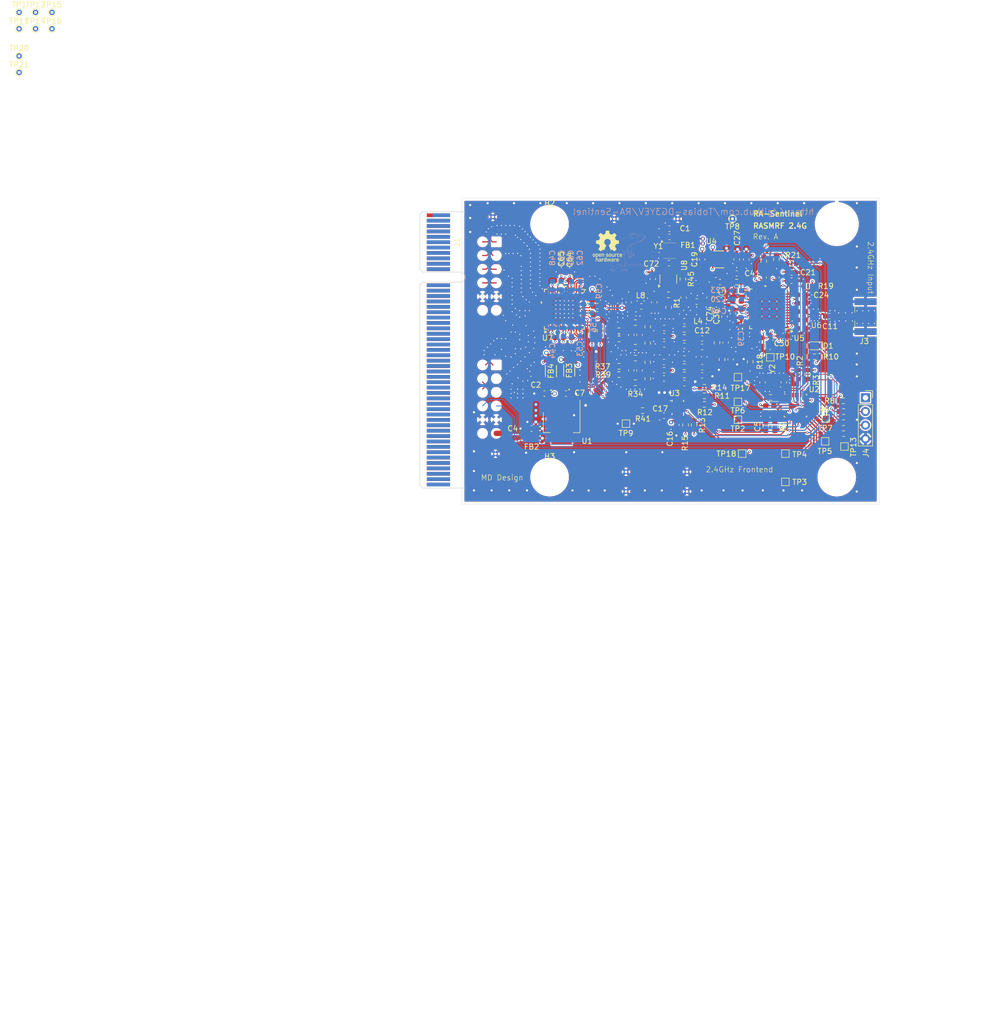
<source format=kicad_pcb>
(kicad_pcb (version 20240108) (generator "pcbnew") (generator_version "8.0")
  (title_block (title "RA-Sentinel_Front-End") (date "2024-06-14") (rev "AB") (company "Mina Daneshpajouh"))
  (layers (0 "F.Cu" signal "TOP") (1 "In1.Cu" power "GND") (2 "In2.Cu" mixed "PWR-SIG") (31 "B.Cu" signal "BOT") (34 "B.Paste" user) (35 "F.Paste" user) (36 "B.SilkS" user "B.Silkscreen") (37 "F.SilkS" user "F.Silkscreen") (38 "B.Mask" user) (39 "F.Mask" user) (44 "Edge.Cuts" user))
  (net 0 "")
  (net 1 "GND")
  (net 2 "Net-(U5A-RXHP)")
  (net 3 "/NRST")
  (net 4 "Net-(U2-PA07{slash}ADC_0)")
  (net 5 "/SCLK")
  (net 6 "/SPI_MOSI")
  (net 7 "Net-(U5A-DIN)")
  (net 8 "/SPI_SCLK")
  (net 9 "Net-(U5A-SCLK)")
  (net 10 "/MAX_RSSI")
  (net 11 "Net-(U5A-RSSI)")
  (net 12 "/ RF Transceiver/2V85")
  (net 13 "Net-(U5A-*SHDN)")
  (net 14 "/ RF Transceiver/RXBBQ_P")
  (net 15 "/ RF Transceiver/RXBBQ_N")
  (net 16 "/SDI_ADC")
  (net 17 "Net-(U7A-SDATA)")
  (net 18 "/SCLK_ADC")
  (net 19 "Net-(U7A-SCLK)")
  (net 20 "/CS_ADC")
  (net 21 "1V8")
  (net 22 "/ADC/INB_P")
  (net 23 "Net-(C58-Pad2)")
  (net 24 "/ RF Transceiver/RXBBI_P")
  (net 25 "/ RF Transceiver/RXBBI_N")
  (net 26 "/ADC/INA_P")
  (net 27 "Net-(C57-Pad2)")
  (net 28 "Net-(C58-Pad1)")
  (net 29 "/ADC/INB_N")
  (net 30 "Net-(C57-Pad1)")
  (net 31 "/ADC/INA_N")
  (net 32 "Net-(L4-Pad2)")
  (net 33 "3V3")
  (net 34 "Net-(L3-Pad2)")
  (net 35 "Net-(R1-Pad1)")
  (net 36 "/CLK_REF")
  (net 37 "/I2C_SCL")
  (net 38 "/I2C_SDA")
  (net 39 "Net-(U3-DIR4)")
  (net 40 "Net-(Y2-X2)")
  (net 41 "/OSCX_OUT")
  (net 42 "Net-(U2-PA13{slash}SWDIO)")
  (net 43 "/SWDIO")
  (net 44 "Net-(U2-PA14{slash}SWCLK7BOOT0)")
  (net 45 "Net-(L2-Pad2)")
  (net 46 "Net-(D1-A)")
  (net 47 "Net-(U3-DIR3)")
  (net 48 "Net-(U3-DIR2)")
  (net 49 "/LVL_SH_EN")
  (net 50 "Net-(U3-DIR1)")
  (net 51 "/ADC/B_IN_P")
  (net 52 "Net-(C42-Pad2)")
  (net 53 "/ RF Transceiver/CPOUT")
  (net 54 "Net-(U5A-TUNE)")
  (net 55 "Net-(L1-Pad2)")
  (net 56 "Net-(C51-Pad1)")
  (net 57 "Net-(C50-Pad1)")
  (net 58 "/ADC/A_IN_P")
  (net 59 "/ADC/B_IN_N")
  (net 60 "/DA0_N")
  (net 61 "/DA0_P")
  (net 62 "/DA1_N")
  (net 63 "/DA1_P")
  (net 64 "/DB0_N")
  (net 65 "/DB0_P")
  (net 66 "/DB1_N")
  (net 67 "/DB1_P")
  (net 68 "/3V3_IN")
  (net 69 "/FCLK_N")
  (net 70 "/FCLK_P")
  (net 71 "/DCLK_P")
  (net 72 "/DCLK_N")
  (net 74 "/SPI_CS_ADC")
  (net 75 "/SPI_MISO")
  (net 76 "/SDO_ADC")
  (net 77 "/ADC/1V8_DVDD")
  (net 78 "/ADC/1V8_AVDD")
  (net 79 "Net-(U7A-CLKM)")
  (net 80 "/ADC/CLKP_ADC")
  (net 83 "/ADC/VCM_ADC")
  (net 85 "ANT")
  (net 86 "Net-(C1-Pad1)")
  (net 87 "/ RF Transceiver/RXRF_P")
  (net 88 "/ RF Transceiver/RXRF_N")
  (net 89 "/OSCX_IN")
  (net 99 "/MAX_LD")
  (net 102 "Net-(U5A-BYPASS)")
  (net 108 "Net-(D1-K)")
  (net 110 "/ RF Transceiver/XTAL_MAX")
  (net 111 "/ADC/A_IN_N")
  (net 112 "Net-(U2-PB1)")
  (net 114 "Net-(U2-PA7{slash}SPI1_MOSI)")
  (net 115 "Net-(U2-PB0)")
  (net 116 "Net-(U2-PA8{slash}SPI1_NSS)")
  (net 118 "Net-(U2-PA11{slash}PA9{slash}SPI1_MISO)")
  (net 119 "Net-(U5A-RXRF+)")
  (net 120 "Net-(U5A-RXRF-)")
  (net 121 "Net-(U2-PC6)")
  (net 122 "/ RF Transceiver/RFRX")
  (net 123 "/SPI_CS_MAX")
  (net 125 "Net-(U8-+)")
  (net 126 "Net-(C72-Pad1)")
  (net 127 "Net-(U8--)")
  (net 128 "Net-(C66-Pad1)")
  (net 129 "Net-(C69-Pad1)")
  (net 134 "Net-(J1-+12V-PadA2)")
  (net 137 "Net-(J1-+12V-PadB1)")
  (footprint "Resistor_SMD:R_0603_1608Metric" (layer "F.Cu") (at 140.605 72.53)
    (property "Reference" "R5" (hide yes))
    (property "Value" "0" (hide yes))
  )
  (footprint "Inductor_SMD:L_0603_1608Metric" (layer "F.Cu") (at 120.8 67.476)
    (property "Reference" "L5" (hide yes))
    (property "Value" "0" (hide yes))
  )
  (footprint "Inductor_SMD:L_0603_1608Metric" (layer "F.Cu") (at 124.5837 69.864 180)
    (property "Reference" "L2" (hide yes))
    (property "Value" "39nH" (hide yes))
  )
  (footprint "TestPoint:TestPoint_Pad_1.0x1.0mm" (layer "F.Cu") (at 143.35 88.21)
    (property "Reference" "TP3")
    (property "Value" "TestPoint" (hide yes))
  )
  (footprint "Resistor_SMD:R_0603_1608Metric" (layer "F.Cu") (at 112.4458 60.1472)
    (property "Reference" "R40" (hide yes))
    (property "Value" "49.9" (hide yes))
  )
  (footprint "Resistor_SMD:R_0603_1608Metric" (layer "F.Cu") (at 128.305 73.83)
    (property "Reference" "R12")
    (property "Value" "10K" (hide yes))
  )
  (footprint "Capacitor_SMD:C_0603_1608Metric" (layer "F.Cu") (at 143.05 69.73 90)
    (property "Reference" "C6" (hide yes))
    (property "Value" "6pF" (hide yes))
  )
  (footprint "Resistor_SMD:R_0603_1608Metric" (layer "F.Cu") (at 117.7798 59.3852 -90)
    (property "Reference" "R32" (hide yes))
    (property "Value" "24.9" (hide yes))
  )
  (footprint "Capacitor_SMD:C_0603_1608Metric" (layer "F.Cu") (at 116.2558 67.5132 -90)
    (property "Reference" "C60" (hide yes))
    (property "Value" "11pF" (hide yes))
  )
  (footprint "Resistor_SMD:R_0603_1608Metric" (layer "F.Cu") (at 117.7798 65.9892 90)
    (property "Reference" "R29" (hide yes))
    (property "Value" "24.9" (hide yes))
  )
  (footprint "Resistor_SMD:R_0603_1608Metric" (layer "F.Cu") (at 108.9533 60.1472 90)
    (property "Reference" "R43" (hide yes))
    (property "Value" "0" (hide yes))
  )
  (footprint "Capacitor_SMD:C_0603_1608Metric" (layer "F.Cu") (at 96.2 78.3 180)
    (property "Reference" "C4")
    (property "Value" "10uF" (hide yes))
  )
  (footprint "Resistor_SMD:R_0603_1608Metric" (layer "F.Cu") (at 147.555 51.855 180)
    (property "Reference" "R19")
    (property "Value" "0" (hide yes))
  )
  (footprint "TestPoint:TestPoint_THTPad_D1.0mm_Drill0.5mm" (layer "F.Cu") (at 4.075 1.025)
    (property "Reference" "TP12")
    (property "Value" "TestPoint")
  )
  (footprint "Resistor_SMD:R_0603_1608Metric" (layer "F.Cu") (at 112.4458 61.6712 180)
    (property "Reference" "R38" (hide yes))
    (property "Value" "49.9" (hide yes))
  )
  (footprint "Resistor_SMD:R_0603_1608Metric" (layer "F.Cu") (at 154.185 75.15)
    (property "Reference" "R6")
    (property "Value" "0" (hide yes))
  )
  (footprint "Capacitor_SMD:C_0603_1608Metric" (layer "F.Cu") (at 114.25 54.864 90)
    (property "Reference" "C76" (hide yes))
    (property "Value" "11pF" (hide yes))
  )
  (footprint "Capacitor_SMD:C_0603_1608Metric" (layer "F.Cu") (at 118.7235 50.5405 -90)
    (property "Reference" "C71" (hide yes))
    (property "Value" "100nF" (hide yes))
  )
  (footprint "Capacitor_SMD:C_0603_1608Metric" (layer "F.Cu") (at 140.53 61.86 -90)
    (property "Reference" "C32" (hide yes))
    (property "Value" "10nF" (hide yes))
  )
  (footprint "RA-Sentinel Front-End EVM:IND_BLM41_1806_MUR" (layer "F.Cu") (at 99.8 67.6292 90)
    (property "Reference" "FB4")
    (property "Value" "BLM41PG102SN1L" (hide yes))
  )
  (footprint "Inductor_SMD:L_0603_1608Metric" (layer "F.Cu") (at 120.8342 61.1628)
    (property "Reference" "L6" (hide yes))
    (property "Value" "0" (hide yes))
  )
  (footprint "Capacitor_SMD:C_0603_1608Metric" (layer "F.Cu") (at 146.355 53.48 180)
    (property "Reference" "C24")
    (property "Value" "10uF" (hide yes))
  )
  (footprint "Resistor_SMD:R_0603_1608Metric" (layer "F.Cu") (at 130.645 62.37 90)
    (property "Reference" "R17" (hide yes))
    (property "Value" "10K" (hide yes))
  )
  (footprint "RA-Sentinel Front-End EVM:SOT-25   SMV_TOS" (layer "F.Cu") (at 131 46.9)
    (property "Reference" "U4")
    (property "Value" "TCR2EF285" (hide yes))
  )
  (footprint "Capacitor_SMD:C_0603_1608Metric" (layer "F.Cu") (at 135.155 56.955 90)
    (property "Reference" "C38" (hide yes))
    (property "Value" "100pF" (hide yes))
  )
  (footprint "Capacitor_SMD:C_0603_1608Metric" (layer "F.Cu") (at 127.9 66.9 180)
    (property "Reference" "C14" (hide yes))
    (property "Value" "100nF" (hide yes))
  )
  (footprint "Capacitor_SMD:C_0603_1608Metric" (layer "F.Cu") (at 144.498 50.84 180)
    (property "Reference" "C22" (hide yes))
    (property "Value" "100pF" (hide yes))
  )
  (footprint "Capacitor_SMD:C_0603_1608Metric" (layer "F.Cu") (at 131.2 51.1)
    (property "Reference" "C42" (hide yes))
    (property "Value" "2200pF" (hide yes))
  )
  (footprint "Resistor_SMD:R_0603_1608Metric" (layer "F.Cu") (at 115.4938 65.2272)
    (property "Reference" "R33" (hide yes))
    (property "Value" "0" (hide yes))
  )
  (footprint "Capacitor_SMD:C_0603_1608Metric" (layer "F.Cu") (at 108.4453 55.5752 180)
    (property "Reference" "C66" (hide yes))
    (property "Value" "100nF" (hide yes))
  )
  (footprint "TestPoint:TestPoint_Pad_1.0x1.0mm" (layer "F.Cu") (at 134.5438 76.6572)
    (property "Reference" "TP2")
    (property "Value" "TestPoint" (hide yes))
  )
  (footprint "Capacitor_SMD:C_0603_1608Metric" (layer "F.Cu") (at 98.6 71.8 180)
    (property "Reference" "C2")
    (property "Value" "10uF" (hide yes))
  )
  (footprint "RA-Sentinel Front-End EVM:RGZ48_TEX" (layer "F.Cu") (at 102.3002 56.1548 90)
    (property "Reference" "U7")
    (property "Value" "ADC3221IRGZR" (hide yes))
  )
  (footprint "TestPoint:TestPoint_Pad_1.0x1.0mm" (layer "F.Cu") (at 154.33 81.64)
    (property "Reference" "TP13")
    (property "Value" "TestPoint" (hide yes))
  )
  (footprint "Resistor_SMD:R_0603_1608Metric" (layer "F.Cu") (at 154.115 73.152)
    (property "Reference" "R8")
    (property "Value" "10K" (hide yes))
  )
  (footprint "Resistor_SMD:R_0603_1608Metric" (layer "F.Cu") (at 121.6445 53.4615)
    (property "Reference" "R44" (hide yes))
    (property "Value" "10K" (hide yes))
  )
  (footprint "Inductor_SMD:L_0603_1608Metric" (layer "F.Cu") (at 124.5837 58.352 180)
    (property "Reference" "L4")
    (property "Value" "39nH" (hide yes))
  )
  (footprint "Resistor_SMD:R_0603_1608Metric" (layer "F.Cu") (at 124.5837 66.816)
    (property "Reference" "R25" (hide yes))
    (property "Value" "49.9" (hide yes))
  )
  (footprint "RA-Sentinel Front-End EVM:HHM-4_1P0X0P5" (layer "F.Cu") (at 149.105 57.305 180)
    (property "Reference" "U6")
    (property "Value" "HHM1902B1" (hide yes))
  )
  (footprint "TestPoint:TestPoint_Pad_1.0x1.0mm" (layer "F.Cu") (at 140.55 65.075 180)
    (property "Reference" "TP10")
    (property "Value" "TestPoint" (hide yes))
  )
  (footprint "Package_TO_SOT_SMD:SOT-223-3_TabPin2" (layer "F.Cu") (at 101.8 77.15 -90)
    (property "Reference" "U1")
    (property "Value" "LD1117S18TR_SOT223" (hide yes))
  )
  (footprint "Resistor_SMD:R_0603_1608Metric" (layer "F.Cu") (at 128.305 70.63 180)
    (property "Reference" "R14")
    (property "Value" "10K" (hide yes))
  )
  (footprint "Capacitor_SMD:C_0603_1608Metric" (layer "F.Cu") (at 108.205 53.53)
    (property "Reference" "C68" (hide yes))
    (property "Value" "100nF" (hide yes))
  )
  (footprint "Inductor_SMD:L_0603_1608Metric" (layer "F.Cu") (at 124.5837 65.292 180)
    (property "Reference" "L1" (hide yes))
    (property "Value" "39nH" (hide yes))
  )
  (footprint "Capacitor_SMD:C_0603_1608Metric" (layer "F.Cu") (at 118.999 54.864 90)
    (property "Reference" "C75" (hide yes))
    (property "Value" "11pF" (hide yes))
  )
  (footprint "RA-Sentinel Front-End EVM:IND_BLM18_0603_MUR" (layer "F.Cu") (at 125.3738 42.72025 180)
    (property "Reference" "FB1")
    (property "Value" "BLM18BD601BH1D" (hide yes))
  )
  (footprint "Capacitor_SMD:C_0603_1608Metric" (layer "F.Cu") (at 103.2793 49.9872 90)
    (property "Reference" "C64")
    (property "Value" "100nF" (hide yes))
  )
  (footprint "Capacitor_SMD:C_0603_1608Metric" (layer "F.Cu") (at 103.6193 62.1922 -90)
    (property "Reference" "C49" (hide yes))
    (property "Value" "100nF" (hide yes))
  )
  (footprint "Capacitor_SMD:C_0603_1608Metric" (layer "F.Cu") (at 108.4453 57.0992)
    (property "Reference" "C67" (hide yes))
    (property "Value" "100nF" (hide yes))
  )
  (footprint "Resistor_SMD:R_0603_1608Metric" (layer "F.Cu") (at 154.155 79.248 180)
    (property "Reference" "R9" (hide yes))
    (property "Value" "10K" (hide yes))
  )
  (footprint "RA-Sentinel Front-End EVM:ABM10" (layer "F.Cu") (at 141.005 69.73 90)
    (property "Reference" "Y2")
    (property "Value" "ABM10-166-12.000MHZ-T3" (hide yes))
  )
  (footprint "LED_SMD:LED_0603_1608Metric" (layer "F.Cu") (at 148.7678 62.9412 180)
    (property "Reference" "D1")
    (property "Value" "LED" (hide yes))
  )
  (footprint "Capacitor_SMD:C_0603_1608Metric" (layer "F.Cu") (at 144.495 49.32 180)
    (property "Reference" "C21")
    (property "Value" "10uF" (hide yes))
  )
  (footprint "Capacitor_SMD:C_0603_1608Metric" (layer "F.Cu") (at 102.6 71.8)
    (property "Reference" "C7")
    (property "Value" "10uF" (hide yes))
  )
  (footprint "Connector_PinSocket_2.54mm:PinSocket_1x04_P2.54mm_Vertical" (layer "F.Cu") (at 158.2293 72.5932)
    (property "Reference" "J4")
    (property "Value" "Conn_01x04_Pin" (hide yes))
  )
  (footprint "Capacitor_SMD:C_0603_1608Metric" (layer "F.Cu") (at 139.105 69.73 -90)
    (property "Reference" "C10" (hide yes))
    (property "Value" "6pF" (hide yes))
  )
  (footprint "RA-Sentinel Front-End EVM:4-SMD_NoLead_Oscillator" (layer "F.Cu") (at 121.8175 45.26025 -90)
    (property "Reference" "Y1")
    (property "Value" "7L-40.000MBS-T" (hide yes))
  )
  (footprint "Resistor_SMD:R_0603_1608Metric" (layer "F.Cu") (at 107.4293 60.1472 90)
    (property "Reference" "R42" (hide yes))
    (property "Value" "49.9" (hide yes))
  )
  (footprint "Resistor_SMD:R_0603_1608Metric" (layer "F.Cu") (at 124.5837 61.4)
    (property "Reference" "R27" (hide yes))
    (property "Value" "49.9" (hide yes))
  )
  (footprint "MountingHole:MountingHole_3.2mm_M3_ISO7380" (layer "F.Cu") (at 99.5553 40.3352)
    (property "Reference" "H2")
    (property "Value" "MountingHole" (hide yes))
  )
  (footprint "TestPoint:TestPoint_Pad_1.0x1.0mm" (layer "F.Cu") (at 135.33 82.95)
    (property "Reference" "TP18")
    (property "Value" "TestPoint" (hide yes))
  )
  (footprint "MountingHole:MountingHole_3.2mm_M3_ISO7380" (layer "F.Cu") (at 99.5553 87.3252)
    (property "Reference" "H3")
    (property "Value" "MountingHole" (hide yes))
  )
  (footprint "Capacitor_SMD:C_0603_1608Metric" (layer "F.Cu") (at 120.8 65.952)
    (property "Reference" "C50" (hide yes))
    (property "Value" "100nF" (hide yes))
  )
  (footprint "Resistor_SMD:R_0603_1608Metric" (layer "F.Cu") (at 117.7798 62.4332 -90)
    (property "Reference" "R31" (hide yes))
    (property "Value" "24.9" (hide yes))
  )
  (footprint "MountingHole:MountingHole_3.2mm_M3_ISO7380" (layer "F.Cu") (at 152.8953 87.3252)
    (property "Reference" "H4")
    (property "Value" "MountingHole")
  )
  (footprint "TestPoint:TestPoint_Pad_1.0x1.0mm" (layer "F.Cu") (at 150.74 80.67)
    (property "Reference" "TP5")
    (property "Value" "TestPoint" (hide yes))
  )
  (footprint "Capacitor_SMD:C_0603_1608Metric" (layer "F.Cu") (at 141.205 74.83 -90)
    (property "Reference" "C9" (hide yes))
    (property "Value" "100nF" (hide yes))
  )
  (footprint "Capacitor_SMD:C_0603_1608Metric" (layer "F.Cu") (at 134.3 49.5)
    (property "Reference" "C41")
    (property "Value" "100pF" (hide yes))
  )
  (footprint "Capacitor_SMD:C_0603_1608Metric" (layer "F.Cu") (at 127.885 61.59 180)
    (property "Reference" "C12")
    (property "Value" "100nF" (hide yes))
  )
  (footprint "Capacitor_SMD:C_0603_1608Metric" (layer "F.Cu") (at 142.91 61.11)
    (property "Reference" "C30")
    (property "Value" "10nF" (hide yes))
  )
  (footprint "Resistor_SMD:R_0603_1608Metric" (layer "F.Cu") (at 117.7798 69.0372 90)
    (property "Reference" "R30" (hide yes))
    (property "Value" "24.9" (hide yes))
  )
  (footprint "Resistor_SMD:R_0603_1608Metric" (layer "F.Cu") (at 136.825 65.9 90)
    (property "Reference" "R18")
    (property "Value" "0" (hide yes))
  )
  (footprint "Resistor_SMD:R_0603_1608Metric" (layer "F.Cu") (at 124.805 77.63 -90)
    (property "Reference" "R15")
    (property "Value" "10K" (hide yes))
  )
  (footprint "Capacitor_SMD:C_0603_1608Metric" (layer "F.Cu") (at 102.0953 62.1792 -90)
    (property "Reference" "C45" (hide yes))
    (property "Value" "100nF" (hide yes))
  )
  (footprint "TestPoint:TestPoint_THTPad_D1.0mm_Drill0.5mm" (layer "F.Cu") (at 1.025 9.125)
    (property "Reference" "TP20")
    (property "Value" "TestPoint")
  )
  (footprint "TestPoint:TestPoint_THTPad_D1.0mm_Drill0.5mm" (layer "F.Cu") (at 1.025 1.025)
    (property "Reference" "TP1")
    (property "Value" "TestPoint")
  )
  (footprint "Capacitor_SMD:C_0603_1608Metric" (layer "F.Cu") (at 121.8175 42.72025 180)
    (property "Reference" "C3" (hide yes))
    (property "Value" "10nF" (hide yes))
  )
  (footprint "Capacitor_SMD:C_0603_1608Metric" (layer "F.Cu") (at 121.8175 41.19625 180)
    (property "Reference" "C1")
    (property "Value" "100nF" (hide yes))
  )
  (footprint "TestPoint:TestPoint_Pad_1.0x1.0mm" (layer "F.Cu") (at 134.5438 68.75)
    (property "Reference" "TP17")
    (property "Value" "TestPoint" (hide yes))
  )
  (footprint "TestPoint:TestPoint_Pad_1.0x1.0mm" (layer "F.Cu") (at 113.75 77.4 180)
    (property "Reference" "TP9")
    (property "Value" "TestPoint" (hide yes))
  )
  (footprint "Resistor_SMD:R_0603_1608Metric" (layer "F.Cu") (at 115.4938 63.1952)
    (property "Reference" "R35" (hide yes))
    (property "Value" "0" (hide yes))
  )
  (footprint "Resistor_SMD:R_0603_1608Metric" (layer "F.Cu") (at 121.666 55.816 -90)
    (property "Reference" "R1")
    (property "Value" "0")
  )
  (footprint "Capacitor_SMD:C_0603_1608Metric" (layer "F.Cu") (at 133.1796 65.4796 90)
    (property "Reference" "C34" (hide yes))
    (property "Value" "10pF" (hide yes))
  )
  (footprint "TestPoint:TestPoint_THTPad_D1.0mm_Drill0.5mm" (layer "F.Cu") (at 4.075 4.075)
    (property "Reference" "TP14")
    (property "Value" "TestPoint")
  )
  (footprint "Package_TO_SOT_SMD:SOT-23-5" (layer "F.Cu") (at 121.605 50.5405 90)
    (property "Reference" "U8")
    (property "Value" "~" (hide yes))
  )
  (footprint "Capacitor_SMD:C_0603_1608Metric" (layer "F.Cu") (at 146.355 58.13 180)
    (property "Reference" "C70" (hide yes))
    (property "Value" "1.5pF" (hide yes))
  )
  (footprint "Capacitor_SMD:C_0603_1608Metric" (layer "F.Cu") (at 120.8342 59.6388)
    (property "Reference" "C51" (hide yes))
    (property "Value" "100nF" (hide yes))
  )
  (footprint "Capacitor_SMD:C_0603_1608Metric" (layer "F.Cu") (at 114.7318 60.9092 90)
    (property "Reference" "C58" (hide yes))
    (property "Value" "11pF" (hide yes))
  )
  (footprint "Resistor_SMD:R_0603_1608Metric" (layer "F.Cu") (at 115.4938 58.6232)
    (property "Reference" "R36" (hide yes))
    (property "Value" "0" (hide yes))
  )
  (footprint "Resistor_SMD:R_0603_1608Metric" (layer "F.Cu") (at 139.318 47.22 -90)
    (property "Reference" "R22" (hide yes))
    (property "Value" "0" (hide yes))
  )
  (footprint "Resistor_SMD:R_0603_1608Metric" (layer "F.Cu") (at 141.685 46.87 -90)
    (property "Reference" "R20" (hide yes))
    (property "Value" "100" (hide yes))
  )
  (footprint "Capacitor_SMD:C_0603_1608Metric" (layer "F.Cu") (at 114.7318 67.5132 -90)
    (property "Reference" "C57" (hide yes))
    (property "Value" "11pF" (hide yes))
  )
  (footprint "TestPoint:TestPoint_Pad_D1.0mm" (layer "F.Cu") (at 131.572 52.832)
    (property "Reference" "TP19" (hide yes))
    (property "Value" "TestPoint" (hide yes))
  )
  (footprint "Capacitor_SMD:C_0603_1608Metric" (layer "F.Cu") (at 120.805 75.93)
    (property "Reference" "C17")
    (property "Value" "100nF" (hide yes))
  )
  (footprint "Resistor_SMD:R_0603_1608Metric" (layer "F.Cu") (at 112.4458 66.7512 180)
    (property "Reference" "R37")
    (property "Value" "49.9" (hide yes))
  )
  (footprint "Capacitor_SMD:C_0603_1608Metric" (layer "F.Cu") (at 132.06 57.53 90)
    (property "Reference" "C36")
    (property "Value" "10uF" (hide yes))
  )
  (footprint "Inductor_SMD:L_0603_1608Metric" (layer "F.Cu") (at 116.586 55.626 180)
    (property "Reference" "L8")
    (property "Value" "68nH" (hide yes))
  )
  (footprint "Capacitor_SMD:C_0603_1608Metric" (layer "F.Cu") (at 120.8342 62.6868 180)
    (property "Reference" "C55" (hide yes))
    (property "Value" "100nF" (hide yes))
  )
  (footprint "Resistor_SMD:R_0603_1608Metric" (layer "F.Cu") (at 128.305 72.23)
    (property "Reference" "R11")
    (property "Value" "10K" (hide yes))
  )
  (footprint "Resistor_SMD:R_0603_1608Metric" (layer "F.Cu") (at 154.165 77.216)
    (property "Reference" "R7" (hide yes))
    (property "Value" "0" (hide yes))
  )
  (footprint "Capacitor_SMD:C_0603_1608Metric" (layer "F.Cu") (at 132.245 62.34 90)
    (property "Reference" "C35" (hide yes))
    (property "Value" "10pF" (hide yes))
  )
  (footprint "Resistor_SMD:R_0603_1608Metric" (layer "F.Cu") (at 124.5837 68.34)
    (property "Reference" "R26" (hide yes))
    (property "Value" "49.9" (hide yes))
  )
  (footprint "Capacitor_SMD:C_0603_1608Metric" (layer "F.Cu") (at 139.318 50.27 90)
    (property "Reference" "C28" (hide yes))
    (property "Value" "10nF" (hide yes))
  )
  (footprint "MountingHole:MountingHole_3.2mm_M3_ISO7380" (layer "F.Cu") (at 152.8953 40.3352)
    (property "Reference" "H1")
    (property "Value" "MountingHole" (hide yes))
  )
  (footprint "Capacitor_SMD:C_0603_1608Metric" (layer "F.Cu") (at 146.355 59.705)
    (property "Reference" "C23" (hide yes))
    (property "Value" "100pF" (hide yes))
  )
  (footprint "Capacitor_SMD:C_0603_1608Metric" (layer "F.Cu") (at 127.9 68.424)
    (property "Reference" "C13" (hide yes))
    (property "Value" "100nF" (hide yes))
  )
  (footprint "Capacitor_SMD:C_0603_1608Metric" (layer "F.Cu") (at 134.355 54.655)
    (property "Reference" "C69" (hide yes))
    (property "Value" "100nF" (hide yes))
  )
  (footprint "Package_DFN_QFN:QFN-28_4x4mm_P0.5mm" (layer "F.Cu") (at 145.2278 74.0227)
    (property "Reference" "U2")
    (property "Value" "STM32C031G6Ux" (hide yes))
  )
  (footprint "Capacitor_SMD:C_0603_1608Metric" (layer "F.Cu") (at 134.302 46.9 90)
    (property "Reference" "C27")
    (property "Value" "100nF" (hide yes))
  )
  (footprint "Resistor_SMD:R_0603_1608Metric" (layer "F.Cu") (at 115.4938 69.7992)
    (property "Reference" "R34")
    (property "Value" "0" (hide yes))
  )
  (footprint "Resistor_SMD:R_0603_1608Metric" (layer "F.Cu") (at 131.5796 65.4796 90)
    (property "Reference" "R16" (hide yes))
    (property "Value" "10K" (hide yes))
  )
  (footprint "Capacitor_SMD:C_0603_1608Metric" (layer "F.Cu") (at 139.005 62.23 -90)
    (property "Reference" "C33" (hide yes))
    (property "Value" "100pF" (hide yes))
  )
  (footprint "TestPoint:TestPoint_THTPad_D1.0mm_Drill0.5mm" (layer "F.Cu") (at 7.125 4.075)
    (property "Reference" "TP16")
    (property "Value" "TestPoint")
  )
  (footprint "RA-Sentinel Front-End EVM:21-0144_T4877&plus_4_MXM" (layer "F.Cu") (at 140.3858 56.0832 180)
    (property "Reference" "U5")
    (property "Value" "MAX2831ETM+T" (hide yes))
  )
  (footprint "Capacitor_SMD:C_0603_1608Metric" (layer "F.Cu") (at 127.885 63.15 180)
    (property "Reference" "C15" (hide yes))
    (property "Value" "100nF" (hide yes))
  )
  (footprint "Capacitor_SMD:C_0603_1608Metric" (layer "F.Cu") (at 129.286 53.975 90)
    (property "Reference" "C74")
    (property "Value" "11pF" (hide yes))
  )
  (footprint "Connector_PCBEdge:BUS_PCIexpress_x8" (layer "F.Cu") (at 78.9 38.7 -90)
    (property "Reference" "J1")
    (property "Value" "PCIexpress_x8")
    (fp_line (start -0.15 3.45) (end 10.05 3.45) (stroke (width 0.1)) (layer "Edge.Cuts"))
    (fp_line (start 12.95 3.45) (end 50.15 3.45) (stroke (width 0.1)) (layer "Edge.Cuts"))
    (fp_line (start -0.65 2.95) (end -0.15 3.45) (stroke (width 0.1)) (layer "Edge.Cuts"))
    (fp_line (start 10.55 2.95) (end 10.05 3.45) (stroke (width 0.1)) (layer "Edge.Cuts"))
    (fp_line (start 12.45 2.95) (end 12.95 3.45) (stroke (width 0.1)) (layer "Edge.Cuts"))
    (fp_line (start 50.65 2.95) (end 50.15 3.45) (stroke (width 0.1)) (layer "Edge.Cuts"))
    (fp_line (start 10.55 -4) (end 10.55 2.95) (stroke (width 0.1)) (layer "Edge.Cuts"))
    (fp_line (start 12.45 -4) (end 12.45 2.95) (stroke (width 0.1)) (layer "Edge.Cuts"))
    (fp_line (start -0.65 -4.95) (end -0.65 2.95) (stroke (width 0.1)) (layer "Edge.Cuts"))
    (fp_line (start 50.65 -4.95) (end 50.65 2.95) (stroke (width 0.1)) (layer "Edge.Cuts"))
    (fp_arc (start 10.55 -4) (mid 11.5 -4.95) (end 12.45 -4) (stroke (width 0.1)) (layer "Edge.Cuts"))
  )
  (footprint "TestPoint:TestPoint_THTPad_D1.0mm_Drill0.5mm" (layer "F.Cu") (at 133.52 39.36 180)
    (property "Reference" "TP8")
    (property "Value" "TestPoint" (hide yes))
  )
  (footprint "TestPoint:TestPoint_THTPad_D1.0mm_Drill0.5mm" (layer "F.Cu") (at 1.025 12.175)
    (property "Reference" "TP21")
    (property "Value" "TestPoint")
  )
  (footprint "RA-Sentinel Front-End EVM:JACK_02114307_WRE" (layer "F.Cu") (at 160.3 57.53 90)
    (property "Reference" "J3")
    (property "Value" "60312202111527" (hide yes))
  )
  (footprint "Capacitor_SMD:C_0603_1608Metric" (layer "F.Cu") (at 139.705 74.83 -90)
    (property "Reference" "C8" (hide yes))
    (property "Value" "10uF" (hide yes))
  )
  (footprint "Inductor_SMD:L_0603_1608Metric" (layer "F.Cu") (at 124.5837 62.924 180)
    (property "Reference" "L3" (hide yes))
    (property "Value" "39nH" (hide yes))
  )
  (footprint "Capacitor_SMD:C_0603_1608Metric" (layer "F.Cu") (at 146.355 55.03 180)
    (property "Reference" "C26" (hide yes))
    (property "Value" "100pF" (hide yes))
  )
  (footprint "TestPoint:TestPoint_Pad_1.0x1.0mm" (layer "F.Cu") (at 143.35 82.95)
    (property "Reference" "TP4")
    (property "Value" "TestPoint" (hide yes))
  )
  (footprint "Capacitor_SMD:C_0603_1608Metric" (layer "F.Cu") (at 123.105 77.63 90)
    (property "Reference" "C16")
    (property "Value" "100nF" (hide yes))
  )
  (footprint "RA-Sentinel Front-End EVM:IND_BLM41_1806_MUR" (layer "F.Cu") (at 103.2 67.5292 90)
    (property "Reference" "FB3")
    (property "Value" "BLM41PG102SN1L" (hide yes))
  )
  (footprint "Resistor_SMD:R_0603_1608Metric" (layer "F.Cu") (at 134.3 51.1)
    (property "Reference" "R24" (hide yes))
    (property "Value" "1.2K" (hide yes))
  )
  (footprint "Capacitor_SMD:C_0603_1608Metric" (layer "F.Cu") (at 146.355 56.58 180)
    (property "Reference" "C18" (hide yes))
    (property "Value" "1.5pF" (hide yes))
  )
  (footprint "Capacitor_SMD:C_0603_1608Metric" (layer "F.Cu") (at 141.685 50.255 90)
    (property "Reference" "C31" (hide yes))
    (property "Value" "100pF" (hide yes))
  )
  (footprint "Resistor_SMD:R_0603_1608Metric" (layer "F.Cu") (at 147.4978 68.2752 -90)
    (property "Reference" "R3")
    (property "Value" "4K7" (hide yes))
  )
  (footprint "Resistor_SMD:R_0603_1608Metric" (layer "F.Cu") (at 126.405 77.63 -90)
    (property "Reference" "R13")
    (property "Value" "10K" (hide yes))
  )
  (footprint "Capacitor_SMD:C_0603_1608Metric" (layer "F.Cu") (at 134.5 52.71 180)
    (property "Reference" "C25" (hide yes))
    (property "Value" "10nF" (hide yes))
  )
  (footprint "Capacitor_SMD:C_0603_1608Metric" (layer "F.Cu") (at 116.2558 60.9092 90)
    (property "Reference" "C61" (hide yes))
    (property "Value" "11pF" (hide yes))
  )
  (footprint "Resistor_SMD:R_0603_1608Metric" (layer "F.Cu") (at 141.405 77.93 90)
    (property "Reference" "R4")
    (property "Value" "100K" (hide yes))
  )
  (footprint "TestPoint:TestPoint_Pad_1.0x1.0mm" (layer "F.Cu") (at 134.5438 73.3552)
    (property "Reference" "TP6")
    (property "Value" "TestPoint" (hide yes))
  )
  (footprint "Capacitor_SMD:C_0603_1608Metric" (layer "F.Cu") (at 124.46 53.975 90)
    (property "Reference" "C73" (hide yes))
    (property "Value" "11pF" (hide yes))
  )
  (footprint "Capacitor_SMD:C_0603_1608Metric" (layer "F.Cu") (at 101.7193 49.9872 90)
    (property "Reference" "C65")
    (property "Value" "100nF" (hide yes))
  )
  (footprint "Capacitor_SMD:C_0603_1608Metric" (layer "F.Cu") (at 139.705 77.93 -90)
    (property "Reference" "C5")
    (property "Value" "100nF" (hide yes))
  )
  (footprint "Capacitor_SMD:C_0603_1608Metric" (layer "F.Cu") (at 133.63 56.955 -90)
    (property "Reference" "C37" (hide yes))
    (property "Value" "10nF" (hide yes))
  )
  (footprint "Resistor_SMD:R_0603_1608Metric" (layer "F.Cu") (at 144.5038 47.64 180)
    (property "Reference" "R21")
    (property "Value" "49.9" (hide yes))
  )
  (footprint "TestPoint:TestPoint_THTPad_D1.0mm_Drill0.5mm" (layer "F.Cu") (at 7.125 1.025)
    (property "Reference" "TP15")
    (property "Value" "TestPoint")
  )
  (footprint "RA-Sentinel Front-End EVM:IND_BLM18_0603_MUR" (layer "F.Cu") (at 96.2 80.1)
    (property "Reference" "FB2")
    (property "Value" "BLM18SG331TN1B" (hide yes))
  )
  (footprint "Resistor_SMD:R_0603_1608Metric" (layer "F.Cu") (at 148.7678 64.9732 180)
    (property "Reference" "R10")
    (property "Value" "?" (hide yes))
  )
  (footprint "Resistor_SMD:R_0603_1608Metric" (layer "F.Cu") (at 124.3115 50.5405 -90)
    (property "Reference" "R45")
    (property "Value" "10K" (hide yes))
  )
  (footprint "Resistor_SMD:R_0603_1608Metric" (layer "F.Cu") (at 116.8193 74.9672 180)
    (property "Reference" "R41")
    (property "Value" "4K7" (hide yes))
  )
  (footprint "Resistor_SMD:R_0603_1608Metric" (layer "F.Cu") (at 112.4458 68.2752)
    (property "Reference" "R39")
    (property "Value" "49.9" (hide yes))
  )
  (footprint "Capacitor_SMD:C_0603_1608Metric" (layer "F.Cu") (at 120.8 69 180)
    (property "Reference" "C54" (hide yes))
    (property "Value" "100nF" (hide yes))
  )
  (footprint "TestPoint:TestPoint_THTPad_D1.0mm_Drill0.5mm" (layer "F.Cu") (at 1.025 4.075)
    (property "Reference" "TP11")
    (property "Value" "TestPoint")
  )
  (footprint "Resistor_SMD:R_0603_1608Metric" (layer "F.Cu") (at 145.796 68.2752 90)
    (property "Reference" "R2")
    (property "Value" "4K7" (hide yes))
  )
  (footprint "Capacitor_SMD:C_0603_1608Metric" (layer "F.Cu") (at 121.743 47.58325 180)
    (property "Reference" "C72")
    (property "Value" "100nF" (hide yes))
  )
  (footprint "RA-Sentinel Front-End EVM:RSV0016A" (layer "F.Cu") (at 123.3678 74.4012 180)
    (property "Reference" "U3")
    (property "Value" "SN74AXC4T774RSVR" (hide yes))
  )
  (footprint "Capacitor_SMD:C_0603_1608Metric" (layer "F.Cu") (at 136.08 46.9 90)
    (property "Reference" "C29" (hide yes))
    (property "Value" "10uF" (hide yes))
  )
  (footprint "Resistor_SMD:R_0603_1608Metric" (layer "F.Cu") (at 124.5837 59.876)
    (property "Reference" "R28" (hide yes))
    (property "Value" "49.9" (hide yes))
  )
  (footprint "Capacitor_SMD:C_0603_1608Metric" (layer "F.Cu") (at 151.545 57.43 180)
    (property "Reference" "C11")
    (property "Value" "47pF" (hide yes))
  )
  (footprint "Capacitor_SMD:C_0603_1608Metric" (layer "F.Cu") (at 100.5593 62.1792 -90)
    (property "Reference" "C46" (hide yes))
    (property "Value" "0.22uF" (hide yes))
  )
  (footprint "Capacitor_SMD:C_0603_1608Metric" (layer "F.Cu") (at 127.9 46.9 90)
    (property "Reference" "C19")
    (property "Value" "100nF" (hide yes))
  )
  (footprint "Inductor_SMD:L_0603_1608Metric" (layer "F.Cu") (at 126.873 54.724)
    (property "Reference" "L7" (hide yes))
    (property "Value" "68nH" (hide yes))
  )
  (footprint "TestPoint:TestPoint_Pad_1.0x1.0mm" (layer "F.Cu") (at 150.84 76.45 180)
    (property "Reference" "TP7")
    (property "Value" "TestPoint" (hide yes))
  )
  (footprint "Capacitor_SMD:C_0603_1608Metric" (layer "B.Cu") (at 100.0993 51.7372 -90)
    (property "Reference" "C48")
    (property "Value" "0.22uF" (hide yes))
  )
  (footprint "Capacitor_SMD:C_0603_1608Metric" (layer "B.Cu") (at 106.6673 56.8452 180)
    (property "Reference" "C56")
    (property "Value" "100nF" (hide yes))
  )
  (footprint "Capacitor_SMD:C_0603_1608Metric" (layer "B.Cu") (at 101.6493 51.7372 -90)
    (property "Reference" "C52")
    (property "Value" "0.22uF" (hide yes))
  )
  (footprint "Capacitor_SMD:C_0603_1608Metric" (layer "B.Cu") (at 135.005 58.43 90)
    (property "Reference" "C39")
    (property "Value" "100nF" (hide yes))
  )
  (footprint "Resistor_SMD:R_0603_1608Metric" (layer "B.Cu") (at 134.3 52.7 180)
    (property "Reference" "R23")
    (property "Value" "750" (hide yes))
  )
  (footprint "Capacitor_SMD:C_0603_1608Metric" (layer "B.Cu") (at 134.205 55.93)
    (property "Reference" "C40")
    (property "Value" "68pF" (hide yes))
  )
  (footprint "Capacitor_SMD:C_0603_1608Metric" (layer "B.Cu") (at 105.2093 51.7672 -90)
    (property "Reference" "C62")
    (property "Value" "100nF" (hide yes))
  )
  (footprint "Capacitor_SMD:C_0603_1608Metric" (layer "B.Cu") (at 100.0633 60.4142 90)
    (property "Reference" "C44")
    (property "Value" "0.22uF" (hide yes))
  )
  (footprint "Capacitor_SMD:C_0603_1608Metric" (layer "B.Cu") (at 103.6393 51.7672 -90)
    (property "Reference" "C63")
    (property "Value" "100nF" (hide yes))
  )
  (footprint "Capacitor_SMD:C_0603_1608Metric" (layer "B.Cu") (at 103.6193 60.4012 90)
    (property "Reference" "C47" (hide yes))
    (property "Value" "100nF" (hide yes))
  )
  (footprint "Capacitor_SMD:C_0603_1608Metric" (layer "B.Cu") (at 105.1693 60.4012 90)
    (property "Reference" "C53")
    (property "Value" "100nF" (hide yes))
  )
  (footprint "Capacitor_SMD:C_0603_1608Metric" (layer "B.Cu") (at 102.0953 60.4012 90)
    (property "Reference" "C43" (hide yes))
    (property "Value" "100nF" (hide yes))
  )
  (footprint "Capacitor_SMD:C_0603_1608Metric" (layer "B.Cu") (at 106.6673 55.2272 180)
    (property "Reference" "C59")
    (property "Value" "100nF" (hide yes))
  )
  (footprint "Capacitor_SMD:C_0603_1608Metric" (layer "B.Cu") (at 134.48 54.26)
    (property "Reference" "C20")
    (property "Value" "10uF" (hide yes))
  )
  (gr_line (start 117.251628 48.118872) (end 117.223657 48.103846) (stroke (width 0.016086)) (layer "B.SilkS"))
  (gr_line (start 117.313745 42.474772) (end 117.312286 42.473652) (stroke (width 0.016086)) (layer "B.SilkS"))
  (gr_line (start 114.595419 44.196786) (end 114.590345 44.203329) (stroke (width 0.016086)) (layer "B.SilkS"))
  (gr_line (start 115.027866 46.041022) (end 115.028546 46.041896) (stroke (width 0.016086)) (layer "B.SilkS"))
  (gr_line (start 111.824943 47.339427) (end 111.823504 47.338697) (stroke (width 0.016086)) (layer "B.SilkS"))
  (gr_line (start 117.136353 42.658025) (end 117.139076 42.65437) (stroke (width 0.016086)) (layer "B.SilkS"))
  (gr_line (start 114.945195 45.927875) (end 114.957645 45.931394) (stroke (width 0.016086)) (layer "B.SilkS"))
  (gr_line (start 113.548919 47.76729) (end 113.544709 47.778601) (stroke (width 0.016086)) (layer "B.SilkS"))
  (gr_line (start 116.997665 43.169797) (end 116.999026 43.168598) (stroke (width 0.016086)) (layer "B.SilkS"))
  (gr_line (start 112.888256 48.039696) (end 112.883331 48.028196) (stroke (width 0.016086)) (layer "B.SilkS"))
  (gr_line (start 112.692489 46.851617) (end 112.687815 46.863179) (stroke (width 0.016086)) (layer "B.SilkS"))
  (gr_line (start 111.520839 49.118558) (end 111.523359 49.11479) (stroke (width 0.016086)) (layer "B.SilkS"))
  (gr_line (start 114.466364 42.440891) (end 114.46517 42.459429) (stroke (width 0.016086)) (layer "B.SilkS"))
  (gr_line (start 117.414883 48.207726) (end 117.330616 48.162168) (stroke (width 0.016086)) (layer "B.SilkS"))
  (gr_line (start 114.644473 42.066145) (end 114.641277 42.066916) (stroke (width 0.016086)) (layer "B.SilkS"))
  (gr_line (start 116.163551 42.527147) (end 116.162821 42.526289) (stroke (width 0.016086)) (layer "B.SilkS"))
  (gr_line (start 114.567319 46.309574) (end 114.56814 46.309219) (stroke (width 0.016086)) (layer "B.SilkS"))
  (gr_line (start 117.732827 48.963924) (end 117.733631 48.963165) (stroke (width 0.016086)) (layer "B.SilkS"))
  (gr_line (start 112.7908 46.676638) (end 112.787565 46.682002) (stroke (width 0.016086)) (layer "B.SilkS"))
  (gr_line (start 115.348613 43.901346) (end 115.352731 43.899495) (stroke (width 0.016086)) (layer "B.SilkS"))
  (gr_line (start 115.320993 42.04095) (end 115.322926 42.04507) (stroke (width 0.016086)) (layer "B.SilkS"))
  (gr_line (start 117.273183 42.458708) (end 117.268783 42.457921) (stroke (width 0.016086)) (layer "B.SilkS"))
  (gr_line (start 114.705729 46.456726) (end 114.707633 46.461588) (stroke (width 0.016086)) (layer "B.SilkS"))
  (gr_line (start 111.223773 48.784891) (end 111.23408 48.78764) (stroke (width 0.016086)) (layer "B.SilkS"))
  (gr_line (start 117.4784 48.239038) (end 117.473888 48.237072) (stroke (width 0.016086)) (layer "B.SilkS"))
  (gr_line (start 112.566875 47.037921) (end 112.563416 47.042098) (stroke (width 0.016086)) (layer "B.SilkS"))
  (gr_line (start 115.711584 43.809024) (end 115.732941 43.803361) (stroke (width 0.016086)) (layer "B.SilkS"))
  (gr_line (start 114.100077 44.769335) (end 114.0997 44.770386) (stroke (width 0.016086)) (layer "B.SilkS"))
  (gr_line (start 111.411774 49.071821) (end 111.420375 49.078262) (stroke (width 0.016086)) (layer "B.SilkS"))
  (gr_line (start 117.751247 48.922535) (end 117.751384 48.920757) (stroke (width 0.016086)) (layer "B.SilkS"))
  (gr_line (start 113.560544 46.896157) (end 113.556774 46.86568) (stroke (width 0.016086)) (layer "B.SilkS"))
  (gr_line (start 112.781653 47.845537) (end 112.778564 47.844363) (stroke (width 0.016086)) (layer "B.SilkS"))
  (gr_line (start 114.68181 42.360272) (end 114.683284 42.366113) (stroke (width 0.016086)) (layer "B.SilkS"))
  (gr_line (start 117.006911 43.163638) (end 117.011466 43.16045) (stroke (width 0.016086)) (layer "B.SilkS"))
  (gr_line (start 116.524546 43.58988) (end 116.528794 43.588012) (stroke (width 0.016086)) (layer "B.SilkS"))
  (gr_line (start 115.537796 42.23467) (end 115.535373 42.23532) (stroke (width 0.016086)) (layer "B.SilkS"))
  (gr_line (start 114.785145 45.898537) (end 114.790251 45.900843) (stroke (width 0.016086)) (layer "B.SilkS"))
  (gr_line (start 111.219792 48.843133) (end 111.203609 48.874749) (stroke (width 0.016086)) (layer "B.SilkS"))
  (gr_line (start 115.254927 45.805465) (end 115.249898 45.7952) (stroke (width 0.016086)) (layer "B.SilkS"))
  (gr_line (start 117.086008 48.052106) (end 117.07172 48.048053) (stroke (width 0.016086)) (layer "B.SilkS"))
  (gr_line (start 112.4176 43.449721) (end 112.417824 43.449832) (stroke (width 0.016086)) (layer "B.SilkS"))
  (gr_line (start 113.174086 48.890516) (end 113.189042 48.883431) (stroke (width 0.016086)) (layer "B.SilkS"))
  (gr_line (start 112.434301 47.172388) (end 112.434044 47.172559) (stroke (width 0.016086)) (layer "B.SilkS"))
  (gr_line (start 114.232753 45.782482) (end 114.210799 45.756702) (stroke (width 0.016086)) (layer "B.SilkS"))
  (gr_line (start 114.155305 45.687281) (end 114.150599 45.680206) (stroke (width 0.016086)) (layer "B.SilkS"))
  (gr_line (start 111.452117 49.099471) (end 111.456603 49.102043) (stroke (width 0.016086)) (layer "B.SilkS"))
  (gr_line (start 114.779678 46.571217) (end 114.802991 46.57813) (stroke (width 0.016086)) (layer "B.SilkS"))
  (gr_line (start 113.685907 45.792646) (end 113.695982 45.803564) (stroke (width 0.016086)) (layer "B.SilkS"))
  (gr_line (start 114.683284 42.366113) (end 114.684922 42.371648) (stroke (width 0.016086)) (layer "B.SilkS"))
  (gr_line (start 115.041745 41.943914) (end 115.045498 41.939144) (stroke (width 0.016086)) (layer "B.SilkS"))
  (gr_line (start 115.1669 46.22482) (end 115.168489 46.222712) (stroke (width 0.016086)) (layer "B.SilkS"))
  (gr_line (start 111.517461 44.210246) (end 111.147789 44.645714) (stroke (width 0.016086)) (layer "B.SilkS"))
  (gr_line (start 116.942524 42.41783) (end 116.924395 42.412881) (stroke (width 0.016086)) (layer "B.SilkS"))
  (gr_line (start 114.400509 46.364007) (end 114.409369 46.37604) (stroke (width 0.016086)) (layer "B.SilkS"))
  (gr_line (start 114.918489 45.924482) (end 114.928166 45.924607) (stroke (width 0.016086)) (layer "B.SilkS"))
  (gr_line (start 116.456625 43.436636) (end 116.448142 43.438619) (stroke (width 0.016086)) (layer "B.SilkS"))
  (gr_line (start 117.628448 48.969153) (end 117.630608 48.969536) (stroke (width 0.016086)) (layer "B.SilkS"))
  (gr_line (start 117.728081 48.642564) (end 117.724866 48.63459) (stroke (width 0.016086)) (layer "B.SilkS"))
  (gr_line (start 117.762192 48.798033) (end 117.759428 48.759387) (stroke (width 0.016086)) (layer "B.SilkS"))
  (gr_line (start 114.75071 42.236728) (end 114.732926 42.231199) (stroke (width 0.016086)) (layer "B.SilkS"))
  (gr_line (start 114.46517 42.459429) (end 114.465063 42.463283) (stroke (width 0.016086)) (layer "B.SilkS"))
  (gr_line (start 111.831979 47.342001) (end 111.830971 47.341746) (stroke (width 0.016086)) (layer "B.SilkS"))
  (gr_line (start 113.485271 45.595591) (end 113.505518 45.611419) (stroke (width 0.016086)) (layer "B.SilkS"))
  (gr_line (start 116.718604 43.318535) (end 116.763221 43.297395) (stroke (width 0.016086)) (layer "B.SilkS"))
  (gr_line (start 113.455803 45.571477) (end 113.467922 45.581696) (stroke (width 0.016086)) (layer "B.SilkS"))
  (gr_line (start 113.003314 48.973283) (end 113.009825 48.969018) (stroke (width 0.016086)) (layer "B.SilkS"))
  (gr_line (start 114.595231 46.577329) (end 114.590722 46.559655) (stroke (width 0.016086)) (layer "B.SilkS"))
  (gr_line (start 113.615398 49.086078) (end 113.616651 49.085937) (stroke (width 0.016086)) (layer "B.SilkS"))
  (gr_line (start 117.159506 42.672326) (end 117.157553 42.676615) (stroke (width 0.016086)) (layer "B.SilkS"))
  (gr_line (start 113.002385 43.201114) (end 112.993739 43.209975) (stroke (width 0.016086)) (layer "B.SilkS"))
  (gr_line (start 114.645321 42.748518) (end 114.646649 42.755525) (stroke (width 0.016086)) (layer "B.SilkS"))
  (gr_line (start 117.170126 42.979482) (end 117.189355 42.94756) (stroke (width 0.016086)) (layer "B.SilkS"))
  (gr_line (start 114.664683 42.688162) (end 114.664117 42.689293) (stroke (width 0.016086)) (layer "B.SilkS"))
  (gr_line (start 115.334107 42.071361) (end 115.336655 42.07787) (stroke (width 0.016086)) (layer "B.SilkS"))
  (gr_line (start 114.608631 46.310123) (end 114.610782 46.310851) (stroke (width 0.016086)) (layer "B.SilkS"))
  (gr_line (start 117.608112 48.932822) (end 117.613634 48.946537) (stroke (width 0.016086)) (layer "B.SilkS"))
  (gr_line (start 111.46038 48.869245) (end 111.454944 48.89248) (stroke (width 0.016086)) (layer "B.SilkS"))
  (gr_line (start 115.849085 42.549652) (end 115.847673 42.551863) (stroke (width 0.016086)) (layer "B.SilkS"))
  (gr_line (start 111.405102 49.065989) (end 111.406284 49.067266) (stroke (width 0.016086)) (layer "B.SilkS"))
  (gr_line (start 111.518943 49.120983) (end 111.520839 49.118558) (stroke (width 0.016086)) (layer "B.SilkS"))
  (gr_line (start 113.074172 43.081281) (end 113.061625 43.113957) (stroke (width 0.016086)) (layer "B.SilkS"))
  (gr_line (start 113.141158 45.370684) (end 113.136785 45.367926) (stroke (width 0.016086)) (layer "B.SilkS"))
  (gr_line (start 114.520817 46.587504) (end 114.521496 46.588011) (stroke (width 0.016086)) (layer "B.SilkS"))
  (gr_line (start 115.050494 42.208458) (end 115.050087 42.204995) (stroke (width 0.016086)) (layer "B.SilkS"))
  (gr_line (start 112.906525 48.192559) (end 112.920946 48.228566) (stroke (width 0.016086)) (layer "B.SilkS"))
  (gr_line (start 117.16693 42.852618) (end 117.163578 42.852376) (stroke (width 0.016086)) (layer "B.SilkS"))
  (gr_line (start 115.091407 42.377895) (end 115.090265 42.374194) (stroke (width 0.016086)) (layer "B.SilkS"))
  (gr_line (start 112.925638 46.401248) (end 112.924508 46.403091) (stroke (width 0.016086)) (layer "B.SilkS"))
  (gr_line (start 117.150509 42.643285) (end 117.151365 42.643011) (stroke (width 0.016086)) (layer "B.SilkS"))
  (gr_line (start 114.345492 46.238564) (end 114.346137 46.239339) (stroke (width 0.016086)) (layer "B.SilkS"))
  (gr_line (start 114.934913 45.925487) (end 114.939698 45.926516) (stroke (width 0.016086)) (layer "B.SilkS"))
  (gr_line (start 114.045653 46.131217) (end 114.047418 46.133734) (stroke (width 0.016086)) (layer "B.SilkS"))
  (gr_line (start 117.166144 42.656526) (end 117.165727 42.657999) (stroke (width 0.016086)) (layer "B.SilkS"))
  (gr_line (start 112.522951 47.09102) (end 112.503848 47.109196) (stroke (width 0.016086)) (layer "B.SilkS"))
  (gr_line (start 114.937238 42.059611) (end 114.924406 42.054989) (stroke (width 0.016086)) (layer "B.SilkS"))
  (gr_line (start 111.982357 47.361799) (end 111.970285 47.36619) (stroke (width 0.016086)) (layer "B.SilkS"))
  (gr_line (start 117.744346 48.944384) (end 117.745803 48.940792) (stroke (width 0.016086)) (layer "B.SilkS"))
  (gr_line (start 117.081963 43.098436) (end 117.09446 43.086504) (stroke (width 0.016086)) (layer "B.SilkS"))
  (gr_line (start 113.202866 42.956609) (end 113.130476 43.008891) (stroke (width 0.016086)) (layer "B.SilkS"))
  (gr_line (start 115.277594 45.870394) (end 115.276277 45.863221) (stroke (width 0.016086)) (layer "B.SilkS"))
  (gr_line (start 114.671673 46.373375) (end 114.674588 46.37597) (stroke (width 0.016086)) (layer "B.SilkS"))
  (gr_line (start 116.428067 43.423465) (end 116.4297 43.419745) (stroke (width 0.016086)) (layer "B.SilkS"))
  (gr_line (start 114.714294 42.43482) (end 114.718033 42.442651) (stroke (width 0.016086)) (layer "B.SilkS"))
  (gr_line (start 117.166528 42.651342) (end 117.166646 42.652532) (stroke (width 0.016086)) (layer "B.SilkS"))
  (gr_line (start 113.130476 45.361572) (end 113.130193 45.360755) (stroke (width 0.016086)) (layer "B.SilkS"))
  (gr_line (start 113.717641 45.824065) (end 113.723202 45.828074) (stroke (width 0.016086)) (layer "B.SilkS"))
  (gr_line (start 115.9766 42.737204) (end 115.980699 42.736257) (stroke (width 0.016086)) (layer "B.SilkS"))
  (gr_line (start 114.194566 44.627897) (end 114.192521 44.630837) (stroke (width 0.016086)) (layer "B.SilkS"))
  (gr_line (start 113.653294 48.981082) (end 113.637207 48.912714) (stroke (width 0.016086)) (layer "B.SilkS"))
  (gr_line (start 114.658745 42.813313) (end 114.660611 42.816719) (stroke (width 0.016086)) (layer "B.SilkS"))
  (gr_line (start 114.005297 44.977561) (end 114.002443 44.983638) (stroke (width 0.016086)) (layer "B.SilkS"))
  (gr_line (start 115.248392 43.955493) (end 115.284147 43.941857) (stroke (width 0.016086)) (layer "B.SilkS"))
  (gr_line (start 112.741379 48.138541) (end 112.793535 48.153748) (stroke (width 0.016086)) (layer "B.SilkS"))
  (gr_line (start 114.931949 42.515326) (end 114.932384 42.522283) (stroke (width 0.016086)) (layer "B.SilkS"))
  (gr_line (start 113.625967 48.899989) (end 113.619612 48.892606) (stroke (width 0.016086)) (layer "B.SilkS"))
  (gr_line (start 115.420688 42.272342) (end 115.413595 42.27506) (stroke (width 0.016086)) (layer "B.SilkS"))
  (gr_line (start 115.844667 42.695357) (end 115.845847 42.697313) (stroke (width 0.016086)) (layer "B.SilkS"))
  (gr_line (start 111.96487 47.367994) (end 111.959814 47.369544) (stroke (width 0.016086)) (layer "B.SilkS"))
  (gr_line (start 111.959814 47.369544) (end 111.955077 47.370847) (stroke (width 0.016086)) (layer "B.SilkS"))
  (gr_line (start 112.296393 43.536561) (end 112.268613 43.560366) (stroke (width 0.016086)) (layer "B.SilkS"))
  (gr_line (start 114.438566 44.292892) (end 114.438437 44.292765) (stroke (width 0.016086)) (layer "B.SilkS"))
  (gr_line (start 115.033884 46.051311) (end 115.034755 46.053269) (stroke (width 0.016086)) (layer "B.SilkS"))
  (gr_line (start 113.676186 48.825008) (end 113.681903 48.828995) (stroke (width 0.016086)) (layer "B.SilkS"))
  (gr_line (start 114.146273 44.705124) (end 114.144261 44.708395) (stroke (width 0.016086)) (layer "B.SilkS"))
  (gr_line (start 111.4491 48.862317) (end 111.457387 48.86095) (stroke (width 0.016086)) (layer "B.SilkS"))
  (gr_line (start 114.034536 44.914286) (end 114.03301 44.918369) (stroke (width 0.016086)) (layer "B.SilkS"))
  (gr_line (start 116.260739 43.644497) (end 116.263363 43.644316) (stroke (width 0.016086)) (layer "B.SilkS"))
  (gr_line (start 117.649837 48.97505) (end 117.657503 48.977265) (stroke (width 0.016086)) (layer "B.SilkS"))
  (gr_line (start 113.207654 48.890756) (end 113.206605 48.89603) (stroke (width 0.016086)) (layer "B.SilkS"))
  (gr_line (start 110.810826 47.232013) (end 110.813251 47.240253) (stroke (width 0.016086)) (layer "B.SilkS"))
  (gr_line (start 112.919793 48.959042) (end 112.915693 48.970148) (stroke (width 0.016086)) (layer "B.SilkS"))
  (gr_line (start 113.19911 45.402362) (end 113.198844 45.401789) (stroke (width 0.016086)) (layer "B.SilkS"))
  (gr_line (start 114.577968 42.115002) (end 114.577316 42.11616) (stroke (width 0.016086)) (layer "B.SilkS"))
  (gr_line (start 115.283667 46.299402) (end 115.284587 46.297115) (stroke (width 0.016086)) (layer "B.SilkS"))
  (gr_line (start 116.85964 43.240577) (end 116.869859 43.235856) (stroke (width 0.016086)) (layer "B.SilkS"))
  (gr_line (start 114.148652 46.275498) (end 114.162767 46.293345) (stroke (width 0.016086)) (layer "B.SilkS"))
  (gr_line (start 114.960362 42.942944) (end 114.963119 42.942474) (stroke (width 0.016086)) (layer "B.SilkS"))
  (gr_line (start 113.323705 45.863905) (end 113.342117 45.808984) (stroke (width 0.016086)) (layer "B.SilkS"))
  (gr_line (start 112.790558 47.845316) (end 112.788918 47.846185) (stroke (width 0.016086)) (layer "B.SilkS"))
  (gr_line (start 114.188177 44.63767) (end 114.183315 44.645549) (stroke (width 0.016086)) (layer "B.SilkS"))
  (gr_line (start 112.516124 43.394972) (end 112.418639 43.447253) (stroke (width 0.016086)) (layer "B.SilkS"))
  (gr_line (start 117.631739 48.393918) (end 117.618873 48.372348) (stroke (width 0.016086)) (layer "B.SilkS"))
  (gr_line (start 117.711473 48.586274) (end 117.70658 48.566912) (stroke (width 0.016086)) (layer "B.SilkS"))
  (gr_line (start 114.125935 46.239743) (end 114.1296 46.245784) (stroke (width 0.016086)) (layer "B.SilkS"))
  (gr_line (start 114.72262 46.486637) (end 114.740655 46.520821) (stroke (width 0.016086)) (layer "B.SilkS"))
  (gr_line (start 114.757639 45.358106) (end 114.755234 45.353529) (stroke (width 0.016086)) (layer "B.SilkS"))
  (gr_line (start 111.588239 48.97972) (end 111.590503 48.97615) (stroke (width 0.016086)) (layer "B.SilkS"))
  (gr_line (start 114.783386 44.247568) (end 114.784063 44.243953) (stroke (width 0.016086)) (layer "B.SilkS"))
  (gr_line (start 115.004578 45.952759) (end 115.004766 45.957857) (stroke (width 0.016086)) (layer "B.SilkS"))
  (gr_line (start 113.663136 45.766945) (end 113.685907 45.792646) (stroke (width 0.016086)) (layer "B.SilkS"))
  (gr_line (start 114.045973 44.880353) (end 114.042666 44.889544) (stroke (width 0.016086)) (layer "B.SilkS"))
  (gr_line (start 114.674997 42.308498) (end 114.675617 42.31823) (stroke (width 0.016086)) (layer "B.SilkS"))
  (gr_line (start 112.811931 48.158759) (end 112.817765 48.160163) (stroke (width 0.016086)) (layer "B.SilkS"))
  (gr_line (start 113.725684 48.71163) (end 113.564817 48.651305) (stroke (width 0.016086)) (layer "B.SilkS"))
  (gr_line (start 114.466606 42.328696) (end 114.466301 42.331678) (stroke (width 0.016086)) (layer "B.SilkS"))
  (gr_line (start 116.524423 42.265217) (end 116.52185 42.265092) (stroke (width 0.016086)) (layer "B.SilkS"))
  (gr_line (start 115.146405 46.22108) (end 115.153765 46.227788) (stroke (width 0.016086)) (layer "B.SilkS"))
  (gr_line (start 115.278429 46.306631) (end 115.278807 46.306524) (stroke (width 0.016086)) (layer "B.SilkS"))
  (gr_line (start 111.915867 47.371477) (end 111.911224 47.370212) (stroke (width 0.016086)) (layer "B.SilkS"))
  (gr_line (start 113.960952 45.126807) (end 113.95979 45.13456) (stroke (width 0.016086)) (layer "B.SilkS"))
  (gr_line (start 114.619321 46.148682) (end 114.615741 46.146914) (stroke (width 0.016086)) (layer "B.SilkS"))
  (gr_line (start 114.507932 42.522967) (end 114.522982 42.534835) (stroke (width 0.016086)) (layer "B.SilkS"))
  (gr_line (start 112.417378 43.448357) (end 112.417284 43.448497) (stroke (width 0.016086)) (layer "B.SilkS"))
  (gr_line (start 114.764444 42.034364) (end 114.761872 42.034948) (stroke (width 0.016086)) (layer "B.SilkS"))
  (gr_line (start 114.895725 45.922643) (end 114.905041 45.923602) (stroke (width 0.016086)) (layer "B.SilkS"))
  (gr_line (start 112.584619 47.019328) (end 112.579003 47.025039) (stroke (width 0.016086)) (layer "B.SilkS"))
  (gr_line (start 114.638224 45.738786) (end 114.643632 45.743129) (stroke (width 0.016086)) (layer "B.SilkS"))
  (gr_line (start 115.218404 45.747464) (end 115.216013 45.745348) (stroke (width 0.016086)) (layer "B.SilkS"))
  (gr_line (start 114.515419 44.234543) (end 114.51237 44.237694) (stroke (width 0.016086)) (layer "B.SilkS"))
  (gr_line (start 113.048456 43.15099) (end 113.046699 43.153396) (stroke (width 0.016086)) (layer "B.SilkS"))
  (gr_line (start 117.745803 48.940792) (end 117.747143 48.937229) (stroke (width 0.016086)) (layer "B.SilkS"))
  (gr_line (start 111.40856 49.069249) (end 111.411774 49.071821) (stroke (width 0.016086)) (layer "B.SilkS"))
  (gr_line (start 116.673386 47.895355) (end 116.641401 47.887186) (stroke (width 0.016086)) (layer "B.SilkS"))
  (gr_line (start 114.775342 42.244772) (end 114.75071 42.236728) (stroke (width 0.016086)) (layer "B.SilkS"))
  (gr_line (start 114.564787 42.137945) (end 114.559852 42.14672) (stroke (width 0.016086)) (layer "B.SilkS"))
  (gr_line (start 114.610076 46.629783) (end 114.600399 46.596227) (stroke (width 0.016086)) (layer "B.SilkS"))
  (gr_line (start 117.715189 48.603044) (end 117.711473 48.586274) (stroke (width 0.016086)) (layer "B.SilkS"))
  (gr_line (start 114.466301 42.331678) (end 114.466044 42.334825) (stroke (width 0.016086)) (layer "B.SilkS"))
  (gr_line (start 113.200604 48.87842) (end 113.204523 48.877016) (stroke (width 0.016086)) (layer "B.SilkS"))
  (gr_line (start 114.540554 45.701682) (end 114.54353 45.702472) (stroke (width 0.016086)) (layer "B.SilkS"))
  (gr_line (start 116.5337 43.585305) (end 116.53642 43.584133) (stroke (width 0.016086)) (layer "B.SilkS"))
  (gr_line (start 114.850946 42.039948) (end 114.845997 42.039798) (stroke (width 0.016086)) (layer "B.SilkS"))
  (gr_line (start 113.712126 45.819651) (end 113.717641 45.824065) (stroke (width 0.016086)) (layer "B.SilkS"))
  (gr_line (start 113.450442 48.066978) (end 113.452022 48.064203) (stroke (width 0.016086)) (layer "B.SilkS"))
  (gr_line (start 113.188162 45.39494) (end 113.16466 45.383189) (stroke (width 0.016086)) (layer "B.SilkS"))
  (gr_line (start 115.093679 42.387194) (end 115.093338 42.386767) (stroke (width 0.016086)) (layer "B.SilkS"))
  (gr_line (start 115.035701 41.953471) (end 115.038492 41.948703) (stroke (width 0.016086)) (layer "B.SilkS"))
  (gr_line (start 113.009825 48.969018) (end 113.011663 48.967813) (stroke (width 0.016086)) (layer "B.SilkS"))
  (gr_line (start 115.288797 46.28461) (end 115.290012 46.280615) (stroke (width 0.016086)) (layer "B.SilkS"))
  (gr_line (start 116.947049 48.216963) (end 116.957362 48.222839) (stroke (width 0.016086)) (layer "B.SilkS"))
  (gr_line (start 111.119637 49.053473) (end 111.120932 49.053744) (stroke (width 0.016086)) (layer "B.SilkS"))
  (gr_line (start 115.173364 46.214504) (end 115.174967 46.211144) (stroke (width 0.016086)) (layer "B.SilkS"))
  (gr_line (start 114.353569 45.921088) (end 114.304366 45.863591) (stroke (width 0.016086)) (layer "B.SilkS"))
  (gr_line (start 112.667983 48.116422) (end 112.741379 48.138541) (stroke (width 0.016086)) (layer "B.SilkS"))
  (gr_line (start 116.900179 43.232196) (end 116.914372 43.230586) (stroke (width 0.016086)) (layer "B.SilkS"))
  (gr_line (start 115.098404 45.695631) (end 115.089505 45.689772) (stroke (width 0.016086)) (layer "B.SilkS"))
  (gr_line (start 110.620949 46.31471) (end 110.60084 46.475577) (stroke (width 0.016086)) (layer "B.SilkS"))
  (gr_line (start 114.833908 45.913524) (end 114.842407 45.915053) (stroke (width 0.016086)) (layer "B.SilkS"))
  (gr_line (start 111.768635 47.294994) (end 111.755062 47.283934) (stroke (width 0.016086)) (layer "B.SilkS"))
  (gr_line (start 113.189042 48.883431) (end 113.200604 48.87842) (stroke (width 0.016086)) (layer "B.SilkS"))
  (gr_line (start 115.361009 42.12991) (end 115.361577 42.132718) (stroke (width 0.016086)) (layer "B.SilkS"))
  (gr_line (start 111.656405 48.91196) (end 111.666585 48.900649) (stroke (width 0.016086)) (layer "B.SilkS"))
  (gr_line (start 114.466239 42.474196) (end 114.467345 42.477873) (stroke (width 0.016086)) (layer "B.SilkS"))
  (gr_line (start 115.041411 42.148239) (end 115.038974 42.146325) (stroke (width 0.016086)) (layer "B.SilkS"))
  (gr_line (start 117.09446 43.086504) (end 117.103894 43.077259) (stroke (width 0.016086)) (layer "B.SilkS"))
  (gr_line (start 117.222973 42.845824) (end 117.219999 42.846677) (stroke (width 0.016086)) (layer "B.SilkS"))
  (gr_line (start 115.20408 41.896359) (end 115.204999 41.896589) (stroke (width 0.016086)) (layer "B.SilkS"))
  (gr_line (start 116.138452 42.654247) (end 116.140621 42.650961) (stroke (width 0.016086)) (layer "B.SilkS"))
  (gr_line (start 111.040711 44.870928) (end 111.019095 44.935275) (stroke (width 0.016086)) (layer "B.SilkS"))
  (gr_line (start 116.592488 43.55618) (end 116.593968 43.55548) (stroke (width 0.016086)) (layer "B.SilkS"))
  (gr_line (start 116.052885 42.194187) (end 116.04016 42.193244) (stroke (width 0.016086)) (layer "B.SilkS"))
  (gr_line (start 112.826054 48.160315) (end 112.834883 48.159403) (stroke (width 0.016086)) (layer "B.SilkS"))
  (gr_line (start 117.606478 48.35257) (end 117.600722 48.343912) (stroke (width 0.016086)) (layer "B.SilkS"))
  (gr_line (start 111.484518 49.110845) (end 111.49315 49.113798) (stroke (width 0.016086)) (layer "B.SilkS"))
  (gr_line (start 114.717113 42.233987) (end 114.713823 42.237734) (stroke (width 0.016086)) (layer "B.SilkS"))
  (gr_line (start 116.740058 43.355961) (end 116.742078 43.348954) (stroke (width 0.016086)) (layer "B.SilkS"))
  (gr_line (start 114.616486 44.173669) (end 114.612435 44.177645) (stroke (width 0.016086)) (layer "B.SilkS"))
  (gr_line (start 114.968736 42.941119) (end 114.971601 42.940216) (stroke (width 0.016086)) (layer "B.SilkS"))
  (gr_line (start 116.328118 42.252099) (end 116.326327 42.251833) (stroke (width 0.016086)) (layer "B.SilkS"))
  (gr_line (start 114.016811 44.957821) (end 114.007865 44.972716) (stroke (width 0.016086)) (layer "B.SilkS"))
  (gr_line (start 114.660654 46.362444) (end 114.668328 46.370196) (stroke (width 0.016086)) (layer "B.SilkS"))
  (gr_line (start 114.31214 46.401846) (end 114.312849 46.399165) (stroke (width 0.016086)) (layer "B.SilkS"))
  (gr_line (start 115.012119 42.9179) (end 115.01446 42.915796) (stroke (width 0.016086)) (layer "B.SilkS"))
  (gr_line (start 113.645333 48.814911) (end 113.648953 48.814822) (stroke (width 0.016086)) (layer "B.SilkS"))
  (gr_line (start 114.018286 45.340301) (end 114.019267 45.341464) (stroke (width 0.016086)) (layer "B.SilkS"))
  (gr_line (start 115.460599 42.262241) (end 115.45206 42.264173) (stroke (width 0.016086)) (layer "B.SilkS"))
  (gr_line (start 112.843154 47.942421) (end 112.841501 47.937991) (stroke (width 0.016086)) (layer "B.SilkS"))
  (gr_line (start 116.758029 42.353357) (end 116.740183 42.344245) (stroke (width 0.016086)) (layer "B.SilkS"))
  (gr_line (start 115.02449 42.903125) (end 115.028708 42.896284) (stroke (width 0.016086)) (layer "B.SilkS"))
  (gr_line (start 114.566715 46.309939) (end 114.567319 46.309574) (stroke (width 0.016086)) (layer "B.SilkS"))
  (gr_line (start 114.906385 42.93716) (end 114.911483 42.937879) (stroke (width 0.016086)) (layer "B.SilkS"))
  (gr_line (start 114.703706 46.450881) (end 114.705729 46.456726) (stroke (width 0.016086)) (layer "B.SilkS"))
  (gr_line (start 114.932188 42.465964) (end 114.931748 42.481422) (stroke (width 0.016086)) (layer "B.SilkS"))
  (gr_line (start 115.298412 45.992284) (end 115.290117 45.952256) (stroke (width 0.016086)) (layer "B.SilkS"))
  (gr_line (start 112.187351 47.313846) (end 112.184141 47.3146) (stroke (width 0.016086)) (layer "B.SilkS"))
  (gr_line (start 113.615096 48.841021) (end 113.618048 48.835351) (stroke (width 0.016086)) (layer "B.SilkS"))
  (gr_line (start 115.018107 46.031213) (end 115.018809 46.032087) (stroke (width 0.016086)) (layer "B.SilkS"))
  (gr_line (start 112.889175 48.044032) (end 112.889391 48.043743) (stroke (width 0.016086)) (layer "B.SilkS"))
  (gr_line (start 112.419255 43.450179) (end 112.419762 43.450234) (stroke (width 0.016086)) (layer "B.SilkS"))
  (gr_line (start 114.65067 42.063796) (end 114.649151 42.064505) (stroke (width 0.016086)) (layer "B.SilkS"))
  (gr_line (start 112.434044 47.172559) (end 112.433718 47.172715) (stroke (width 0.016086)) (layer "B.SilkS"))
  (gr_line (start 115.301037 42.008718) (end 115.301277 42.009086) (stroke (width 0.016086)) (layer "B.SilkS"))
  (gr_line (start 114.657205 42.697211) (end 114.65217 42.701735) (stroke (width 0.016086)) (layer "B.SilkS"))
  (gr_line (start 113.002591 48.601521) (end 113.002222 48.616241) (stroke (width 0.016086)) (layer "B.SilkS"))
  (gr_line (start 111.464609 49.105639) (end 111.465501 49.105755) (stroke (width 0.016086)) (layer "B.SilkS"))
  (gr_line (start 114.728964 45.865907) (end 114.730727 45.867298) (stroke (width 0.016086)) (layer "B.SilkS"))
  (gr_line (start 114.931643 42.941696) (end 114.936712 42.942533) (stroke (width 0.016086)) (layer "B.SilkS"))
  (gr_line (start 114.727343 45.864561) (end 114.728964 45.865907) (stroke (width 0.016086)) (layer "B.SilkS"))
  (gr_line (start 112.914939 46.434732) (end 112.913156 46.441039) (stroke (width 0.016086)) (layer "B.SilkS"))
  (gr_line (start 115.861159 42.535083) (end 115.858132 42.538166) (stroke (width 0.016086)) (layer "B.SilkS"))
  (gr_line (start 114.77484 45.893376) (end 114.780039 45.896054) (stroke (width 0.016086)) (layer "B.SilkS"))
  (gr_line (start 111.441819 49.09303) (end 111.447136 49.096427) (stroke (width 0.016086)) (layer "B.SilkS"))
  (gr_line (start 115.009291 46.001812) (end 115.01028 46.007722) (stroke (width 0.016086)) (layer "B.SilkS"))
  (gr_line (start 111.059212 44.806119) (end 111.059312 44.806581) (stroke (width 0.016086)) (layer "B.SilkS"))
  (gr_line (start 114.690761 45.267) (end 114.686333 45.260364) (stroke (width 0.016086)) (layer "B.SilkS"))
  (gr_line (start 115.273936 46.305252) (end 115.276618 46.306301) (stroke (width 0.016086)) (layer "B.SilkS"))
  (gr_line (start 114.752432 45.348554) (end 114.748651 45.34276) (stroke (width 0.016086)) (layer "B.SilkS"))
  (gr_line (start 116.539347 42.268194) (end 116.537811 42.267574) (stroke (width 0.016086)) (layer "B.SilkS"))
  (gr_line (start 114.720547 44.388326) (end 114.734222 44.358525) (stroke (width 0.016086)) (layer "B.SilkS"))
  (gr_line (start 116.588143 43.558617) (end 116.589603 43.557728) (stroke (width 0.016086)) (layer "B.SilkS"))
  (gr_line (start 115.381549 43.8895) (end 115.387059 43.888103) (stroke (width 0.016086)) (layer "B.SilkS"))
  (gr_line (start 113.618048 48.835351) (end 113.62114 48.830474) (stroke (width 0.016086)) (layer "B.SilkS"))
  (gr_line (start 116.043261 42.472063) (end 116.014864 42.472519) (stroke (width 0.016086)) (layer "B.SilkS"))
  (gr_line (start 117.586495 48.884562) (end 117.588847 48.888161) (stroke (width 0.016086)) (layer "B.SilkS"))
  (gr_line (start 112.25375 47.304043) (end 112.251612 47.304797) (stroke (width 0.016086)) (layer "B.SilkS"))
  (gr_line (start 115.52568 42.239334) (end 115.524517 42.240019) (stroke (width 0.016086)) (layer "B.SilkS"))
  (gr_line (start 114.840894 42.039701) (end 114.835668 42.039666) (stroke (width 0.016086)) (layer "B.SilkS"))
  (gr_line (start 116.448863 48.066151) (end 116.569576 48.084123) (stroke (width 0.016086)) (layer "B.SilkS"))
  (gr_line (start 115.555548 42.232707) (end 115.553506 42.232722) (stroke (width 0.016086)) (layer "B.SilkS"))
  (gr_line (start 113.548039 49.071507) (end 113.573363 49.076095) (stroke (width 0.016086)) (layer "B.SilkS"))
  (gr_line (start 115.0754 42.31122) (end 115.075379 42.309453) (stroke (width 0.016086)) (layer "B.SilkS"))
  (gr_line (start 113.825723 48.938855) (end 113.838236 48.944023) (stroke (width 0.016086)) (layer "B.SilkS"))
  (gr_line (start 117.165797 42.649174) (end 117.166249 42.650223) (stroke (width 0.016086)) (layer "B.SilkS"))
  (gr_line (start 117.525424 48.268601) (end 117.51734 48.262453) (stroke (width 0.016086)) (layer "B.SilkS"))
  (gr_line (start 115.280341 46.305367) (end 115.280733 46.304892) (stroke (width 0.016086)) (layer "B.SilkS"))
  (gr_line (start 111.203609 48.874749) (end 111.185225 48.908598) (stroke (width 0.016086)) (layer "B.SilkS"))
  (gr_line (start 114.590722 46.559655) (end 114.587533 46.545187) (stroke (width 0.016086)) (layer "B.SilkS"))
  (gr_line (start 113.468029 48.040484) (end 113.470245 48.037685) (stroke (width 0.016086)) (layer "B.SilkS"))
  (gr_line (start 114.240962 44.55975) (end 114.226195 44.585326) (stroke (width 0.016086)) (layer "B.SilkS"))
  (gr_line (start 114.042666 44.889544) (end 114.039878 44.898074) (stroke (width 0.016086)) (layer "B.SilkS"))
  (gr_line (start 114.46965 42.306653) (end 114.469522 42.30831) (stroke (width 0.016086)) (layer "B.SilkS"))
  (gr_line (start 115.235663 41.918453) (end 115.248831 41.929029) (stroke (width 0.016086)) (layer "B.SilkS"))
  (gr_line (start 116.466147 43.433832) (end 116.456625 43.436636) (stroke (width 0.016086)) (layer "B.SilkS"))
  (gr_line (start 117.242139 42.835958) (end 117.263756 42.825422) (stroke (width 0.016086)) (layer "B.SilkS"))
  (gr_line (start 117.123821 48.064737) (end 117.103831 48.057856) (stroke (width 0.016086)) (layer "B.SilkS"))
  (gr_line (start 113.572861 47.247739) (end 113.580904 47.042634) (stroke (width 0.016086)) (layer "B.SilkS"))
  (gr_line (start 112.77159 47.840805) (end 112.763784 47.835886) (stroke (width 0.016086)) (layer "B.SilkS"))
  (gr_line (start 115.322934 42.314255) (end 115.292399 42.32646) (stroke (width 0.016086)) (layer "B.SilkS"))
  (gr_line (start 114.941829 42.943181) (end 114.94701 42.94357) (stroke (width 0.016086)) (layer "B.SilkS"))
  (gr_line (start 115.875853 42.520932) (end 115.874752 42.522412) (stroke (width 0.016086)) (layer "B.SilkS"))
  (gr_line (start 114.477318 42.494841) (end 114.48198 42.499983) (stroke (width 0.016086)) (layer "B.SilkS"))
  (gr_line (start 117.547931 48.287706) (end 117.540748 48.28131) (stroke (width 0.016086)) (layer "B.SilkS"))
  (gr_line (start 115.181545 46.107372) (end 115.179707 46.09858) (stroke (width 0.016086)) (layer "B.SilkS"))
  (gr_line (start 115.815491 43.755878) (end 115.819079 43.754118) (stroke (width 0.016086)) (layer "B.SilkS"))
  (gr_line (start 115.170107 46.220289) (end 115.171738 46.217552) (stroke (width 0.016086)) (layer "B.SilkS"))
  (gr_line (start 111.828773 47.341052) (end 111.827572 47.340596) (stroke (width 0.016086)) (layer "B.SilkS"))
  (gr_line (start 115.881304 42.723351) (end 115.892497 42.727507) (stroke (width 0.016086)) (layer "B.SilkS"))
  (gr_line (start 115.166977 46.034567) (end 115.159915 46.011576) (stroke (width 0.016086)) (layer "B.SilkS"))
  (gr_line (start 115.240851 46.288569) (end 115.254016 46.295638) (stroke (width 0.016086)) (layer "B.SilkS"))
  (gr_line (start 114.286339 45.84283) (end 114.276654 45.832108) (stroke (width 0.016086)) (layer "B.SilkS"))
  (gr_line (start 112.82248 46.630749) (end 112.819086 46.635848) (stroke (width 0.016086)) (layer "B.SilkS"))
  (gr_line (start 115.449014 42.264698) (end 115.446963 42.26488) (stroke (width 0.016086)) (layer "B.SilkS"))
  (gr_line (start 111.122829 48.827651) (end 111.132311 48.819113) (stroke (width 0.016086)) (layer "B.SilkS"))
  (gr_line (start 117.685529 48.980556) (end 117.689103 48.979943) (stroke (width 0.016086)) (layer "B.SilkS"))
  (gr_line (start 115.849949 42.702897) (end 115.851509 42.704665) (stroke (width 0.016086)) (layer "B.SilkS"))
  (gr_line (start 112.750427 46.755084) (end 112.74295 46.766709) (stroke (width 0.016086)) (layer "B.SilkS"))
  (gr_line (start 117.121395 42.813845) (end 117.12042 42.810446) (stroke (width 0.016086)) (layer "B.SilkS"))
  (gr_line (start 117.719226 48.618582) (end 117.716966 48.610713) (stroke (width 0.016086)) (layer "B.SilkS"))
  (gr_line (start 112.866553 47.992755) (end 112.849021 47.955806) (stroke (width 0.016086)) (layer "B.SilkS"))
  (gr_line (start 115.168489 46.222712) (end 115.170107 46.220289) (stroke (width 0.016086)) (layer "B.SilkS"))
  (gr_line (start 113.420037 46.089496) (end 113.403259 46.072027) (stroke (width 0.016086)) (layer "B.SilkS"))
  (gr_line (start 112.941646 46.38201) (end 112.932911 46.391624) (stroke (width 0.016086)) (layer "B.SilkS"))
  (gr_line (start 113.346641 48.982591) (end 113.373662 48.963425) (stroke (width 0.016086)) (layer "B.SilkS"))
  (gr_line (start 117.591357 48.892809) (end 117.593998 48.898329) (stroke (width 0.016086)) (layer "B.SilkS"))
  (gr_line (start 115.512532 42.245964) (end 115.507476 42.247914) (stroke (width 0.016086)) (layer "B.SilkS"))
  (gr_line (start 114.701761 42.252933) (end 114.697422 42.258848) (stroke (width 0.016086)) (layer "B.SilkS"))
  (gr_line (start 116.050151 43.7086) (end 116.071791 43.704162) (stroke (width 0.016086)) (layer "B.SilkS"))
  (gr_line (start 114.679599 46.379642) (end 114.680421 46.380625) (stroke (width 0.016086)) (layer "B.SilkS"))
  (gr_line (start 115.329326 42.059642) (end 115.331664 42.06529) (stroke (width 0.016086)) (layer "B.SilkS"))
  (gr_line (start 115.909049 42.496863) (end 115.903423 42.500148) (stroke (width 0.016086)) (layer "B.SilkS"))
  (gr_line (start 114.196535 44.625228) (end 114.194566 44.627897) (stroke (width 0.016086)) (layer "B.SilkS"))
  (gr_line (start 114.661454 44.14454) (end 114.654692 44.147026) (stroke (width 0.016086)) (layer "B.SilkS"))
  (gr_line (start 117.163578 42.852376) (end 117.160198 42.852045) (stroke (width 0.016086)) (layer "B.SilkS"))
  (gr_line (start 113.446452 45.562876) (end 113.428771 45.552853) (stroke (width 0.016086)) (layer "B.SilkS"))
  (gr_line (start 112.603636 46.994373) (end 112.6 47) (stroke (width 0.016086)) (layer "B.SilkS"))
  (gr_line (start 110.721978 48.763983) (end 110.736725 48.767798) (stroke (width 0.016086)) (layer "B.SilkS"))
  (gr_line (start 115.057015 42.247108) (end 115.055221 42.241074) (stroke (width 0.016086)) (layer "B.SilkS"))
  (gr_line (start 115.905434 42.19249) (end 115.869239 42.19249) (stroke (width 0.016086)) (layer "B.SilkS"))
  (gr_line (start 116.324348 42.251508) (end 116.32218 42.251118) (stroke (width 0.016086)) (layer "B.SilkS"))
  (gr_line (start 116.712786 43.493629) (end 116.71354 43.49065) (stroke (width 0.016086)) (layer "B.SilkS"))
  (gr_line (start 116.720326 43.454119) (end 116.72108 43.450492) (stroke (width 0.016086)) (layer "B.SilkS"))
  (gr_line (start 114.654692 44.147026) (end 114.649463 44.149469) (stroke (width 0.016086)) (layer "B.SilkS"))
  (gr_line (start 117.624148 48.967314) (end 117.625067 48.968246) (stroke (width 0.016086)) (layer "B.SilkS"))
  (gr_line (start 114.594607 46.30748) (end 114.599402 46.308057) (stroke (width 0.016086)) (layer "B.SilkS"))
  (gr_line (start 115.387059 43.888103) (end 115.392775 43.886805) (stroke (width 0.016086)) (layer "B.SilkS"))
  (gr_line (start 113.362689 48.232084) (end 113.367252 48.218472) (stroke (width 0.016086)) (layer "B.SilkS"))
  (gr_line (start 111.620634 48.950135) (end 111.633406 48.936844) (stroke (width 0.016086)) (layer "B.SilkS"))
  (gr_line (start 117.340167 48.478875) (end 117.393455 48.530654) (stroke (width 0.016086)) (layer "B.SilkS"))
  (gr_line (start 117.011466 43.16045) (end 117.016881 43.156307) (stroke (width 0.016086)) (layer "B.SilkS"))
  (gr_line (start 117.144174 42.648322) (end 117.14649 42.646046) (stroke (width 0.016086)) (layer "B.SilkS"))
  (gr_line (start 115.04801 46.118776) (end 115.04906 46.123311) (stroke (width 0.016086)) (layer "B.SilkS"))
  (gr_line (start 116.249224 43.646892) (end 116.253581 43.645827) (stroke (width 0.016086)) (layer "B.SilkS"))
  (gr_line (start 116.710524 43.499125) (end 116.710901 43.498627) (stroke (width 0.016086)) (layer "B.SilkS"))
  (gr_line (start 110.822173 48.779556) (end 110.846466 48.78118) (stroke (width 0.016086)) (layer "B.SilkS"))
  (gr_line (start 115.284147 43.941857) (end 115.296534 43.936759) (stroke (width 0.016086)) (layer "B.SilkS"))
  (gr_line (start 115.12372 46.199087) (end 115.146405 46.22108) (stroke (width 0.016086)) (layer "B.SilkS"))
  (gr_line (start 115.300734 42.007654) (end 115.300767 42.008018) (stroke (width 0.016086)) (layer "B.SilkS"))
  (gr_line (start 114.721856 42.229321) (end 114.719832 42.231136) (stroke (width 0.016086)) (layer "B.SilkS"))
  (gr_line (start 114.581752 42.109629) (end 114.58014 42.111716) (stroke (width 0.016086)) (layer "B.SilkS"))
  (gr_line (start 111.821975 47.33786) (end 111.820351 47.336907) (stroke (width 0.016086)) (layer "B.SilkS"))
  (gr_line (start 117.298863 42.802845) (end 117.300052 42.801289) (stroke (width 0.016086)) (layer "B.SilkS"))
  (gr_line (start 113.015473 48.965789) (end 113.02786 48.95978) (stroke (width 0.016086)) (layer "B.SilkS"))
  (gr_line (start 114.605945 42.612308) (end 114.620508 42.629345) (stroke (width 0.016086)) (layer "B.SilkS"))
  (gr_line (start 111.393111 48.872497) (end 111.425787 48.866465) (stroke (width 0.016086)) (layer "B.SilkS"))
  (gr_line (start 112.840373 47.933037) (end 112.838841 47.92899) (stroke (width 0.016086)) (layer "B.SilkS"))
  (gr_line (start 116.652217 43.360508) (end 116.63849 43.366845) (stroke (width 0.016086)) (layer "B.SilkS"))
  (gr_line (start 114.577316 42.11616) (end 114.576702 42.117357) (stroke (width 0.016086)) (layer "B.SilkS"))
  (gr_line (start 110.88638 47.44078) (end 111.099528 47.738384) (stroke (width 0.016086)) (layer "B.SilkS"))
  (gr_line (start 114.275958 44.422454) (end 114.275371 44.424542) (stroke (width 0.016086)) (layer "B.SilkS"))
  (gr_line (start 117.554644 48.803932) (end 117.561862 48.823734) (stroke (width 0.016086)) (layer "B.SilkS"))
  (gr_line (start 115.307833 42.017293) (end 115.308936 42.018923) (stroke (width 0.016086)) (layer "B.SilkS"))
  (gr_line (start 114.643934 42.739717) (end 114.644323 42.742454) (stroke (width 0.016086)) (layer "B.SilkS"))
  (gr_line (start 115.049788 41.934434) (end 115.054652 41.929822) (stroke (width 0.016086)) (layer "B.SilkS"))
  (gr_line (start 115.322926 42.04507) (end 115.324958 42.049548) (stroke (width 0.016086)) (layer "B.SilkS"))
  (gr_line (start 111.408915 49.056724) (end 111.406515 49.063234) (stroke (width 0.016086)) (layer "B.SilkS"))
  (gr_line (start 114.450222 44.284015) (end 114.445565 44.287784) (stroke (width 0.016086)) (layer "B.SilkS"))
  (gr_line (start 115.029242 46.042864) (end 115.029957 46.043938) (stroke (width 0.016086)) (layer "B.SilkS"))
  (gr_line (start 114.517955 46.071901) (end 114.421435 46.001019) (stroke (width 0.016086)) (layer "B.SilkS"))
  (gr_line (start 112.272225 47.29292) (end 112.260112 47.30039) (stroke (width 0.016086)) (layer "B.SilkS"))
  (gr_line (start 116.956129 42.422213) (end 116.950022 42.42011) (stroke (width 0.016086)) (layer "B.SilkS"))
  (gr_line (start 114.465107 42.358259) (end 114.464613 42.364118) (stroke (width 0.016086)) (layer "B.SilkS"))
  (gr_line (start 110.914589 48.781482) (end 110.933255 48.779765) (stroke (width 0.016086)) (layer "B.SilkS"))
  (gr_line (start 115.980699 42.736257) (end 115.984773 42.735156) (stroke (width 0.016086)) (layer "B.SilkS"))
  (gr_line (start 116.27612 43.643059) (end 116.284359 43.641771) (stroke (width 0.016086)) (layer "B.SilkS"))
  (gr_line (start 115.425519 43.880236) (end 115.456388 43.873489) (stroke (width 0.016086)) (layer "B.SilkS"))
  (gr_line (start 114.662987 44.54247) (end 114.668799 44.521301) (stroke (width 0.016086)) (layer "B.SilkS"))
  (gr_line (start 112.419409 47.179457) (end 112.417514 47.180706) (stroke (width 0.016086)) (layer "B.SilkS"))
  (gr_line (start 111.161925 48.797993) (end 111.172088 48.792781) (stroke (width 0.016086)) (layer "B.SilkS"))
  (gr_line (start 115.282788 46.301364) (end 115.283667 46.299402) (stroke (width 0.016086)) (layer "B.SilkS"))
  (gr_line (start 113.850042 48.948532) (end 113.855282 48.950333) (stroke (width 0.016086)) (layer "B.SilkS"))
  (gr_line (start 112.906016 46.461753) (end 112.900235 46.476582) (stroke (width 0.016086)) (layer "B.SilkS"))
  (gr_line (start 111.931023 47.373799) (end 111.927358 47.373535) (stroke (width 0.016086)) (layer "B.SilkS"))
  (gr_line (start 113.975028 45.06799) (end 113.969718 45.088279) (stroke (width 0.016086)) (layer "B.SilkS"))
  (gr_line (start 112.498805 47.712103) (end 112.498635 47.713084) (stroke (width 0.016086)) (layer "B.SilkS"))
  (gr_line (start 114.933019 42.528887) (end 114.933884 42.534961) (stroke (width 0.016086)) (layer "B.SilkS"))
  (gr_line (start 114.657427 45.201458) (end 114.656389 45.198718) (stroke (width 0.016086)) (layer "B.SilkS"))
  (gr_line (start 112.431629 47.721453) (end 112.419379 47.72503) (stroke (width 0.016086)) (layer "B.SilkS"))
  (gr_line (start 116.383864 42.258314) (end 116.369435 42.256837) (stroke (width 0.016086)) (layer "B.SilkS"))
  (gr_line (start 117.618731 48.958084) (end 117.621048 48.962602) (stroke (width 0.016086)) (layer "B.SilkS"))
  (gr_line (start 112.833374 47.916972) (end 112.825645 47.901372) (stroke (width 0.016086)) (layer "B.SilkS"))
  (gr_line (start 115.354464 42.301075) (end 115.322934 42.314255) (stroke (width 0.016086)) (layer "B.SilkS"))
  (gr_line (start 114.647465 42.706259) (end 114.646446 42.70739) (stroke (width 0.016086)) (layer "B.SilkS"))
  (gr_line (start 116.627924 43.371118) (end 116.624862 43.372343) (stroke (width 0.016086)) (layer "B.SilkS"))
  (gr_line (start 116.550028 43.400924) (end 116.499534 43.421645) (stroke (width 0.016086)) (layer "B.SilkS"))
  (gr_line (start 113.9914 45.013197) (end 113.986637 45.028134) (stroke (width 0.016086)) (layer "B.SilkS"))
  (gr_line (start 114.825456 42.039163) (end 114.820574 42.038606) (stroke (width 0.016086)) (layer "B.SilkS"))
  (gr_line (start 115.837646 42.673206) (end 115.838391 42.678013) (stroke (width 0.016086)) (layer "B.SilkS"))
  (gr_line (start 115.249898 45.7952) (end 115.244669 45.78527) (stroke (width 0.016086)) (layer "B.SilkS"))
  (gr_line (start 116.168854 42.55796) (end 116.168759 42.552578) (stroke (width 0.016086)) (layer "B.SilkS"))
  (gr_line (start 114.731104 46.186016) (end 114.724938 46.184453) (stroke (width 0.016086)) (layer "B.SilkS"))
  (gr_line (start 115.050956 42.21828) (end 115.050855 42.2139) (stroke (width 0.016086)) (layer "B.SilkS"))
  (gr_line (start 114.39278 46.352916) (end 114.400509 46.364007) (stroke (width 0.016086)) (layer "B.SilkS"))
  (gr_line (start 116.746618 43.321913) (end 116.746389 43.320923) (stroke (width 0.016086)) (layer "B.SilkS"))
  (gr_line (start 116.476566 43.430321) (end 116.466147 43.433832) (stroke (width 0.016086)) (layer "B.SilkS"))
  (gr_line (start 117.281535 42.815889) (end 117.28688 42.812592) (stroke (width 0.016086)) (layer "B.SilkS"))
  (gr_line (start 114.19622 42.654983) (end 114.063505 42.74346) (stroke (width 0.016086)) (layer "B.SilkS"))
  (gr_line (start 112.418099 43.449935) (end 112.418426 43.450028) (stroke (width 0.016086)) (layer "B.SilkS"))
  (gr_line (start 117.157553 42.676615) (end 117.155618 42.681187) (stroke (width 0.016086)) (layer "B.SilkS"))
  (gr_line (start 114.642839 42.728033) (end 114.643129 42.7324) (stroke (width 0.016086)) (layer "B.SilkS"))
  (gr_line (start 117.154685 42.683578) (end 117.153789 42.686041) (stroke (width 0.016086)) (layer "B.SilkS"))
  (gr_line (start 113.049077 43.149649) (end 113.048919 43.150176) (stroke (width 0.016086)) (layer "B.SilkS"))
  (gr_line (start 113.874486 45.95678) (end 113.886536 45.967683) (stroke (width 0.016086)) (layer "B.SilkS"))
  (gr_line (start 114.586323 46.535902) (end 114.585805 46.526249) (stroke (width 0.016086)) (layer "B.SilkS"))
  (gr_line (start 114.421435 46.001019) (end 114.353569 45.921088) (stroke (width 0.016086)) (layer "B.SilkS"))
  (gr_line (start 111.048354 44.8473) (end 111.040711 44.870928) (stroke (width 0.016086)) (layer "B.SilkS"))
  (gr_line (start 113.959193 45.140946) (end 113.958973 45.146672) (stroke (width 0.016086)) (layer "B.SilkS"))
  (gr_line (start 111.911224 47.370212) (end 111.900659 47.366881) (stroke (width 0.016086)) (layer "B.SilkS"))
  (gr_line (start 114.303418 46.51841) (end 114.304806 46.519815) (stroke (width 0.016086)) (layer "B.SilkS"))
  (gr_line (start 114.121093 46.232478) (end 114.125935 46.239743) (stroke (width 0.016086)) (layer "B.SilkS"))
  (gr_line (start 116.721835 43.447253) (end 116.72368 43.439006) (stroke (width 0.016086)) (layer "B.SilkS"))
  (gr_line (start 114.632133 46.15378) (end 114.619321 46.148682) (stroke (width 0.016086)) (layer "B.SilkS"))
  (gr_line (start 115.862992 42.714279) (end 115.865274 42.715717) (stroke (width 0.016086)) (layer "B.SilkS"))
  (gr_line (start 113.195907 45.399236) (end 113.192535 45.397274) (stroke (width 0.016086)) (layer "B.SilkS"))
  (gr_line (start 115.176952 46.076402) (end 115.175345 46.06736) (stroke (width 0.016086)) (layer "B.SilkS"))
  (gr_line (start 114.730727 45.867298) (end 114.732643 45.868736) (stroke (width 0.016086)) (layer "B.SilkS"))
  (gr_line (start 114.926603 42.940742) (end 114.931643 42.941696) (stroke (width 0.016086)) (layer "B.SilkS"))
  (gr_line (start 114.269616 46.454966) (end 114.292867 46.500021) (stroke (width 0.016086)) (layer "B.SilkS"))
  (gr_line (start 113.383017 48.182347) (end 113.385514 48.178931) (stroke (width 0.016086)) (layer "B.SilkS"))
  (gr_line (start 117.297538 42.465637) (end 117.294701 42.464535) (stroke (width 0.016086)) (layer "B.SilkS"))
  (gr_line (start 114.963119 42.942474) (end 114.96591 42.941869) (stroke (width 0.016086)) (layer "B.SilkS"))
  (gr_line (start 115.841669 42.689206) (end 115.842579 42.691304) (stroke (width 0.016086)) (layer "B.SilkS"))
  (gr_line (start 116.519042 42.265003) (end 116.515975 42.264943) (stroke (width 0.016086)) (layer "B.SilkS"))
  (gr_line (start 115.028546 46.041896) (end 115.029242 46.042864) (stroke (width 0.016086)) (layer "B.SilkS"))
  (gr_line (start 117.052115 43.126022) (end 117.067487 43.11197) (stroke (width 0.016086)) (layer "B.SilkS"))
  (gr_line (start 114.479474 46.522368) (end 114.481476 46.526954) (stroke (width 0.016086)) (layer "B.SilkS"))
  (gr_line (start 112.930447 46.394573) (end 112.929218 46.396141) (stroke (width 0.016086)) (layer "B.SilkS"))
  (gr_line (start 114.678319 42.341795) (end 114.679334 42.348025) (stroke (width 0.016086)) (layer "B.SilkS"))
  (gr_line (start 115.922951 42.736792) (end 115.926901 42.737529) (stroke (width 0.016086)) (layer "B.SilkS"))
  (gr_line (start 115.48366 42.255831) (end 115.471493 42.259366) (stroke (width 0.016086)) (layer "B.SilkS"))
  (gr_line (start 115.09414 42.387501) (end 115.093679 42.387194) (stroke (width 0.016086)) (layer "B.SilkS"))
  (gr_line (start 115.302182 43.933877) (end 115.304845 43.931143) (stroke (width 0.016086)) (layer "B.SilkS"))
  (gr_line (start 115.548734 42.232952) (end 115.546782 42.233131) (stroke (width 0.016086)) (layer "B.SilkS"))
  (gr_line (start 116.597135 43.554128) (end 116.600762 43.552708) (stroke (width 0.016086)) (layer "B.SilkS"))
  (gr_line (start 114.652481 42.793514) (end 114.653404 42.797745) (stroke (width 0.016086)) (layer "B.SilkS"))
  (gr_line (start 112.882137 46.521826) (end 112.87711 46.535902) (stroke (width 0.016086)) (layer "B.SilkS"))
  (gr_line (start 114.528425 45.695968) (end 114.534042 45.699393) (stroke (width 0.016086)) (layer "B.SilkS"))
  (gr_line (start 114.445879 44.282679) (end 114.446121 44.282233) (stroke (width 0.016086)) (layer "B.SilkS"))
  (gr_line (start 114.039375 45.357551) (end 114.103722 45.381681) (stroke (width 0.016086)) (layer "B.SilkS"))
  (gr_line (start 116.793338 43.277081) (end 116.79944 43.273127) (stroke (width 0.016086)) (layer "B.SilkS"))
  (gr_line (start 116.70977 43.499535) (end 116.710147 43.499431) (stroke (width 0.016086)) (layer "B.SilkS"))
  (gr_line (start 114.6748 42.301075) (end 114.674997 42.308498) (stroke (width 0.016086)) (layer "B.SilkS"))
  (gr_line (start 114.438527 44.292434) (end 114.439242 44.29127) (stroke (width 0.016086)) (layer "B.SilkS"))
  (gr_line (start 116.16546 42.530884) (end 116.164235 42.528207) (stroke (width 0.016086)) (layer "B.SilkS"))
  (gr_line (start 115.307069 43.928963) (end 115.309911 43.926336) (stroke (width 0.016086)) (layer "B.SilkS"))
  (gr_line (start 114.682184 46.383683) (end 114.684089 46.388026) (stroke (width 0.016086)) (layer "B.SilkS"))
  (gr_line (start 115.173048 46.057134) (end 115.166977 46.034567) (stroke (width 0.016086)) (layer "B.SilkS"))
  (gr_line (start 114.47674 45.659648) (end 114.491311 45.670236) (stroke (width 0.016086)) (layer "B.SilkS"))
  (gr_line (start 115.864076 42.532412) (end 115.861159 42.535083) (stroke (width 0.016086)) (layer "B.SilkS"))
  (gr_line (start 112.86078 46.571108) (end 112.857666 46.576192) (stroke (width 0.016086)) (layer "B.SilkS"))
  (gr_line (start 112.951788 46.364996) (end 112.948416 46.369442) (stroke (width 0.016086)) (layer "B.SilkS"))
  (gr_line (start 116.740183 42.344245) (end 116.728056 42.338158) (stroke (width 0.016086)) (layer "B.SilkS"))
  (gr_line (start 114.385239 46.33884) (end 114.385378 46.339744) (stroke (width 0.016086)) (layer "B.SilkS"))
  (gr_line (start 114.261573 45.458595) (end 114.29161 45.468084) (stroke (width 0.016086)) (layer "B.SilkS"))
  (gr_line (start 113.475906 48.032071) (end 113.47634 48.031967) (stroke (width 0.016086)) (layer "B.SilkS"))
  (gr_line (start 112.724287 43.326603) (end 112.61168 43.362798) (stroke (width 0.016086)) (layer "B.SilkS"))
  (gr_line (start 114.501868 42.554441) (end 114.324914 42.574549) (stroke (width 0.016086)) (layer "B.SilkS"))
  (gr_line (start 115.314226 42.027723) (end 115.315776 42.030574) (stroke (width 0.016086)) (layer "B.SilkS"))
  (gr_line (start 115.203731 41.897942) (end 115.203417 41.897011) (stroke (width 0.016086)) (layer "B.SilkS"))
  (gr_line (start 116.612377 48.090045) (end 116.633358 48.092292) (stroke (width 0.016086)) (layer "B.SilkS"))
  (gr_line (start 115.892497 42.727507) (end 115.902229 42.730955) (stroke (width 0.016086)) (layer "B.SilkS"))
  (gr_line (start 114.464518 42.398868) (end 114.46501 42.405845) (stroke (width 0.016086)) (layer "B.SilkS"))
  (gr_line (start 114.938153 42.548234) (end 114.939147 42.549492) (stroke (width 0.016086)) (layer "B.SilkS"))
  (gr_line (start 112.417288 43.449475) (end 112.417422 43.449601) (stroke (width 0.016086)) (layer "B.SilkS"))
  (gr_line (start 115.052028 42.228237) (end 115.051522 42.225255) (stroke (width 0.016086)) (layer "B.SilkS"))
  (gr_line (start 110.960104 48.77308) (end 110.964095 48.770666) (stroke (width 0.016086)) (layer "B.SilkS"))
  (gr_line (start 113.206888 48.876519) (end 113.207561 48.876692) (stroke (width 0.016086)) (layer "B.SilkS"))
  (gr_line (start 117.762931 48.833828) (end 117.763314 48.828546) (stroke (width 0.016086)) (layer "B.SilkS"))
  (gr_line (start 116.427419 43.436012) (end 116.426606 43.434261) (stroke (width 0.016086)) (layer "B.SilkS"))
  (gr_line (start 114.654231 42.062243) (end 114.65067 42.063796) (stroke (width 0.016086)) (layer "B.SilkS"))
  (gr_line (start 114.699402 46.437065) (end 114.703706 46.450881) (stroke (width 0.016086)) (layer "B.SilkS"))
  (gr_line (start 115.352056 42.108306) (end 115.353944 42.111773) (stroke (width 0.016086)) (layer "B.SilkS"))
  (gr_line (start 114.359515 46.267989) (end 114.366639 46.285553) (stroke (width 0.016086)) (layer "B.SilkS"))
  (gr_line (start 117.284947 42.461419) (end 117.281258 42.460463) (stroke (width 0.016086)) (layer "B.SilkS"))
  (gr_line (start 114.671281 46.167416) (end 114.650317 46.160292) (stroke (width 0.016086)) (layer "B.SilkS"))
  (gr_line (start 111.810627 47.330126) (end 111.808325 47.328309) (stroke (width 0.016086)) (layer "B.SilkS"))
  (gr_line (start 112.434701 47.171671) (end 112.43467 47.17182) (stroke (width 0.016086)) (layer "B.SilkS"))
  (gr_line (start 115.114365 42.380011) (end 115.11032 42.382263) (stroke (width 0.016086)) (layer "B.SilkS"))
  (gr_line (start 112.926806 46.399476) (end 112.925638 46.401248) (stroke (width 0.016086)) (layer "B.SilkS"))
  (gr_line (start 114.684674 42.053475) (end 114.670464 42.057135) (stroke (width 0.016086)) (layer "B.SilkS"))
  (gr_line (start 112.840915 47.935446) (end 112.840373 47.933037) (stroke (width 0.016086)) (layer "B.SilkS"))
  (gr_line (start 115.239322 45.775871) (end 115.233939 45.767196) (stroke (width 0.016086)) (layer "B.SilkS"))
  (gr_line (start 115.073057 41.916977) (end 115.080586 41.913158) (stroke (width 0.016086)) (layer "B.SilkS"))
  (gr_line (start 115.376245 43.890989) (end 115.381549 43.8895) (stroke (width 0.016086)) (layer "B.SilkS"))
  (gr_line (start 114.523678 46.588816) (end 114.527106 46.590603) (stroke (width 0.016086)) (layer "B.SilkS"))
  (gr_line (start 114.852719 44.096674) (end 114.918486 44.074128) (stroke (width 0.016086)) (layer "B.SilkS"))
  (gr_line (start 117.67095 48.462286) (end 117.631739 48.393918) (stroke (width 0.016086)) (layer "B.SilkS"))
  (gr_line (start 114.438437 44.292765) (end 114.438527 44.292434) (stroke (width 0.016086)) (layer "B.SilkS"))
  (gr_line (start 112.746767 47.823181) (end 112.738106 47.816001) (stroke (width 0.016086)) (layer "B.SilkS"))
  (gr_line (start 114.627231 44.731064) (end 114.629054 44.717224) (stroke (width 0.016086)) (layer "B.SilkS"))
  (gr_line (start 115.18508 46.131983) (end 115.184214 46.124074) (stroke (width 0.016086)) (layer "B.SilkS"))
  (gr_line (start 112.369546 47.223051) (end 112.359973 47.231019) (stroke (width 0.016086)) (layer "B.SilkS"))
  (gr_line (start 115.602928 42.222653) (end 115.593204 42.224129) (stroke (width 0.016086)) (layer "B.SilkS"))
  (gr_line (start 113.837111 48.759504) (end 113.834066 48.757651) (stroke (width 0.016086)) (layer "B.SilkS"))
  (gr_line (start 111.803322 47.324151) (end 111.783905 47.307687) (stroke (width 0.016086)) (layer "B.SilkS"))
  (gr_line (start 111.614549 48.95625) (end 111.620634 48.950135) (stroke (width 0.016086)) (layer "B.SilkS"))
  (gr_line (start 113.908293 45.988954) (end 113.966985 46.048274) (stroke (width 0.016086)) (layer "B.SilkS"))
  (gr_line (start 112.417136 43.449206) (end 112.417194 43.449343) (stroke (width 0.016086)) (layer "B.SilkS"))
  (gr_line (start 116.463944 42.262869) (end 116.454416 42.262131) (stroke (width 0.016086)) (layer "B.SilkS"))
  (gr_line (start 112.945675 46.374108) (end 112.945479 46.375035) (stroke (width 0.016086)) (layer "B.SilkS"))
  (gr_line (start 114.765491 44.296081) (end 114.767605 44.292324) (stroke (width 0.016086)) (layer "B.SilkS"))
  (gr_line (start 115.210236 42.356227) (end 115.187152 42.363534) (stroke (width 0.016086)) (layer "B.SilkS"))
  (gr_line (start 111.865949 47.353874) (end 111.856044 47.349789) (stroke (width 0.016086)) (layer "B.SilkS"))
  (gr_line (start 112.889391 48.043743) (end 112.889296 48.042901) (stroke (width 0.016086)) (layer "B.SilkS"))
  (gr_line (start 116.740435 47.913327) (end 116.673386 47.895355) (stroke (width 0.016086)) (layer "B.SilkS"))
  (gr_line (start 112.07257 47.337591) (end 112.042235 47.34382) (stroke (width 0.016086)) (layer "B.SilkS"))
  (gr_line (start 111.416236 49.03349) (end 111.408915 49.056724) (stroke (width 0.016086)) (layer "B.SilkS"))
  (gr_line (start 112.945207 46.376593) (end 112.944879 46.377413) (stroke (width 0.016086)) (layer "B.SilkS"))
  (gr_line (start 115.213705 45.743632) (end 115.208724 45.740701) (stroke (width 0.016086)) (layer "B.SilkS"))
  (gr_line (start 115.144575 45.968806) (end 115.14437 45.968671) (stroke (width 0.016086)) (layer "B.SilkS"))
  (gr_line (start 114.999865 42.926258) (end 115.003467 42.924095) (stroke (width 0.016086)) (layer "B.SilkS"))
  (gr_line (start 114.788381 42.033382) (end 114.783782 42.033013) (stroke (width 0.016086)) (layer "B.SilkS"))
  (gr_line (start 117.303792 42.793377) (end 117.305083 42.789946) (stroke (width 0.016086)) (layer "B.SilkS"))
  (gr_line (start 114.576144 46.430145) (end 114.574777 46.415542) (stroke (width 0.016086)) (layer "B.SilkS"))
  (gr_line (start 112.386465 47.207523) (end 112.378436 47.21519) (stroke (width 0.016086)) (layer "B.SilkS"))
  (gr_line (start 114.007865 44.972716) (end 114.005297 44.977561) (stroke (width 0.016086)) (layer "B.SilkS"))
  (gr_line (start 114.02731 44.931253) (end 114.024272 44.940363) (stroke (width 0.016086)) (layer "B.SilkS"))
  (gr_line (start 116.699382 43.505207) (end 116.70977 43.499535) (stroke (width 0.016086)) (layer "B.SilkS"))
  (gr_line (start 117.665169 48.979197) (end 117.668885 48.979969) (stroke (width 0.016086)) (layer "B.SilkS"))
  (gr_line (start 114.872365 42.041194) (end 114.864581 42.040633) (stroke (width 0.016086)) (layer "B.SilkS"))
  (gr_line (start 116.130648 42.204555) (end 116.115095 42.201727) (stroke (width 0.016086)) (layer "B.SilkS"))
  (gr_line (start 115.16536 46.226614) (end 115.1669 46.22482) (stroke (width 0.016086)) (layer "B.SilkS"))
  (gr_line (start 114.273826 44.4878) (end 114.273144 44.493574) (stroke (width 0.016086)) (layer "B.SilkS"))
  (gr_line (start 113.562411 47.723) (end 113.561008 47.729115) (stroke (width 0.016086)) (layer "B.SilkS"))
  (gr_line (start 114.612307 46.143511) (end 114.60618 46.138424) (stroke (width 0.016086)) (layer "B.SilkS"))
  (gr_line (start 117.123614 42.819379) (end 117.123204 42.818664) (stroke (width 0.016086)) (layer "B.SilkS"))
  (gr_line (start 114.62101 45.726477) (end 114.626843 45.73036) (stroke (width 0.016086)) (layer "B.SilkS"))
  (gr_line (start 112.429125 47.1743) (end 112.428086 47.174729) (stroke (width 0.016086)) (layer "B.SilkS"))
  (gr_line (start 112.755418 47.829911) (end 112.746767 47.823181) (stroke (width 0.016086)) (layer "B.SilkS"))
  (gr_line (start 114.521496 46.588011) (end 114.521977 46.588184) (stroke (width 0.016086)) (layer "B.SilkS"))
  (gr_line (start 114.989232 42.098693) (end 114.973435 42.083686) (stroke (width 0.016086)) (layer "B.SilkS"))
  (gr_line (start 114.315221 46.389944) (end 114.319007 46.370636) (stroke (width 0.016086)) (layer "B.SilkS"))
  (gr_line (start 115.800781 43.765093) (end 115.803353 43.763215) (stroke (width 0.016086)) (layer "B.SilkS"))
  (gr_line (start 113.452022 48.064203) (end 113.456036 48.057691) (stroke (width 0.016086)) (layer "B.SilkS"))
  (gr_line (start 116.707966 43.334168) (end 116.688917 43.343112) (stroke (width 0.016086)) (layer "B.SilkS"))
  (gr_line (start 116.141728 42.502662) (end 116.138416 42.499116) (stroke (width 0.016086)) (layer "B.SilkS"))
  (gr_line (start 117.305083 42.789946) (end 117.306297 42.786379) (stroke (width 0.016086)) (layer "B.SilkS"))
  (gr_line (start 115.160029 46.230614) (end 115.161202 46.230092) (stroke (width 0.016086)) (layer "B.SilkS"))
  (gr_line (start 115.024686 41.995428) (end 115.0253 41.98887) (stroke (width 0.016086)) (layer "B.SilkS"))
  (gr_line (start 114.650739 45.168576) (end 114.65067 45.16451) (stroke (width 0.016086)) (layer "B.SilkS"))
  (gr_line (start 115.330831 43.910867) (end 115.334021 43.908957) (stroke (width 0.016086)) (layer "B.SilkS"))
  (gr_line (start 113.663176 48.81807) (end 113.666584 48.819567) (stroke (width 0.016086)) (layer "B.SilkS"))
  (gr_line (start 115.204999 41.896589) (end 115.207875 41.898034) (stroke (width 0.016086)) (layer "B.SilkS"))
  (gr_line (start 110.707813 48.757961) (end 110.711351 48.759994) (stroke (width 0.016086)) (layer "B.SilkS"))
  (gr_line (start 114.576844 46.307531) (end 114.580849 46.307224) (stroke (width 0.016086)) (layer "B.SilkS"))
  (gr_line (start 113.35569 48.25718) (end 113.355919 48.255702) (stroke (width 0.016086)) (layer "B.SilkS"))
  (gr_line (start 114.566215 42.570528) (end 114.571806 42.575591) (stroke (width 0.016086)) (layer "B.SilkS"))
  (gr_line (start 114.098717 44.773014) (end 114.097305 44.776332) (stroke (width 0.016086)) (layer "B.SilkS"))
  (gr_line (start 111.456603 49.102043) (end 111.460435 49.104027) (stroke (width 0.016086)) (layer "B.SilkS"))
  (gr_line (start 116.853325 47.943804) (end 116.846031 47.940599) (stroke (width 0.016086)) (layer "B.SilkS"))
  (gr_line (start 114.468917 42.481697) (end 114.471019 42.485745) (stroke (width 0.016086)) (layer "B.SilkS"))
  (gr_line (start 117.118849 43.059099) (end 117.1225 43.053866) (stroke (width 0.016086)) (layer "B.SilkS"))
  (gr_line (start 117.170248 42.852775) (end 117.16693 42.852618) (stroke (width 0.016086)) (layer "B.SilkS"))
  (gr_line (start 115.068925 46.149821) (end 115.075176 46.154701) (stroke (width 0.016086)) (layer "B.SilkS"))
  (gr_line (start 111.836317 47.342674) (end 111.834702 47.342492) (stroke (width 0.016086)) (layer "B.SilkS"))
  (gr_line (start 115.843578 42.693354) (end 115.844667 42.695357) (stroke (width 0.016086)) (layer "B.SilkS"))
  (gr_line (start 114.137836 46.260669) (end 114.142734 46.267612) (stroke (width 0.016086)) (layer "B.SilkS"))
  (gr_line (start 112.784431 47.846257) (end 112.781653 47.845537) (stroke (width 0.016086)) (layer "B.SilkS"))
  (gr_line (start 115.371145 43.892561) (end 115.376245 43.890989) (stroke (width 0.016086)) (layer "B.SilkS"))
  (gr_line (start 112.944434 46.378263) (end 112.94388 46.379146) (stroke (width 0.016086)) (layer "B.SilkS"))
  (gr_line (start 115.520616 42.242347) (end 115.516957 42.244096) (stroke (width 0.016086)) (layer "B.SilkS"))
  (gr_line (start 116.960586 42.424104) (end 116.956129 42.422213) (stroke (width 0.016086)) (layer "B.SilkS"))
  (gr_line (start 111.058181 48.908634) (end 111.072065 48.887662) (stroke (width 0.016086)) (layer "B.SilkS"))
  (gr_line (start 112.888021 48.048697) (end 112.888513 48.045251) (stroke (width 0.016086)) (layer "B.SilkS"))
  (gr_line (start 114.553669 42.158099) (end 114.546106 42.172382) (stroke (width 0.016086)) (layer "B.SilkS"))
  (gr_line (start 112.17506 47.318331) (end 112.15811 47.321826) (stroke (width 0.016086)) (layer "B.SilkS"))
  (gr_line (start 115.02686 42.024698) (end 115.024686 41.995428) (stroke (width 0.016086)) (layer "B.SilkS"))
  (gr_line (start 115.92416 42.488963) (end 115.919594 42.491188) (stroke (width 0.016086)) (layer "B.SilkS"))
  (gr_line (start 114.279387 44.416095) (end 114.27772 44.418453) (stroke (width 0.016086)) (layer "B.SilkS"))
  (gr_line (start 114.614475 46.145799) (end 114.612307 46.143511) (stroke (width 0.016086)) (layer "B.SilkS"))
  (gr_line (start 117.473888 48.237072) (end 117.449452 48.22558) (stroke (width 0.016086)) (layer "B.SilkS"))
  (gr_line (start 114.728779 42.899991) (end 114.731405 42.901585) (stroke (width 0.016086)) (layer "B.SilkS"))
  (gr_line (start 116.887917 43.233288) (end 116.900179 43.232196) (stroke (width 0.016086)) (layer "B.SilkS"))
  (gr_line (start 116.528955 42.265596) (end 116.526783 42.265383) (stroke (width 0.016086)) (layer "B.SilkS"))
  (gr_line (start 113.905152 48.963488) (end 113.929219 48.971594) (stroke (width 0.016086)) (layer "B.SilkS"))
  (gr_line (start 114.599402 46.308057) (end 114.604114 46.308928) (stroke (width 0.016086)) (layer "B.SilkS"))
  (gr_line (start 114.477241 46.512586) (end 114.477738 46.515794) (stroke (width 0.016086)) (layer "B.SilkS"))
  (gr_line (start 116.08749 42.691707) (end 116.095921 42.686654) (stroke (width 0.016086)) (layer "B.SilkS"))
  (gr_line (start 114.842407 45.915053) (end 114.851754 45.916564) (stroke (width 0.016086)) (layer "B.SilkS"))
  (gr_line (start 115.838277 42.574904) (end 115.83776 42.577761) (stroke (width 0.016086)) (layer "B.SilkS"))
  (gr_line (start 113.876968 48.954813) (end 113.881839 48.956136) (stroke (width 0.016086)) (layer "B.SilkS"))
  (gr_line (start 117.681821 48.487107) (end 117.675985 48.472458) (stroke (width 0.016086)) (layer "B.SilkS"))
  (gr_line (start 117.110241 42.748424) (end 117.108756 42.74152) (stroke (width 0.016086)) (layer "B.SilkS"))
  (gr_line (start 114.305515 46.518549) (end 114.306141 46.514961) (stroke (width 0.016086)) (layer "B.SilkS"))
  (gr_line (start 115.708818 42.201515) (end 115.703635 42.20223) (stroke (width 0.016086)) (layer "B.SilkS"))
  (gr_line (start 117.12218 42.680244) (end 117.127843 42.670803) (stroke (width 0.016086)) (layer "B.SilkS"))
  (gr_line (start 117.12042 42.810446) (end 117.118417 42.802198) (stroke (width 0.016086)) (layer "B.SilkS"))
  (gr_line (start 113.47634 48.031967) (end 115.929564 48.04001) (stroke (width 0.016086)) (layer "B.SilkS"))
  (gr_line (start 116.726045 43.427271) (end 116.731386 43.398993) (stroke (width 0.016086)) (layer "B.SilkS"))
  (gr_line (start 114.806133 45.423092) (end 114.793958 45.408395) (stroke (width 0.016086)) (layer "B.SilkS"))
  (gr_line (start 115.615873 43.833335) (end 115.62804 43.829792) (stroke (width 0.016086)) (layer "B.SilkS"))
  (gr_line (start 112.55345 47.715491) (end 112.543914 47.713671) (stroke (width 0.016086)) (layer "B.SilkS"))
  (gr_line (start 114.96591 42.941869) (end 114.968736 42.941119) (stroke (width 0.016086)) (layer "B.SilkS"))
  (gr_line (start 114.104225 44.765508) (end 114.103848 44.765473) (stroke (width 0.016086)) (layer "B.SilkS"))
  (gr_line (start 115.738668 42.20047) (end 115.730994 42.200533) (stroke (width 0.016086)) (layer "B.SilkS"))
  (gr_line (start 111.596333 48.972226) (end 111.599615 48.969929) (stroke (width 0.016086)) (layer "B.SilkS"))
  (gr_line (start 116.091038 42.474799) (end 116.081056 42.473652) (stroke (width 0.016086)) (layer "B.SilkS"))
  (gr_line (start 112.682454 46.875423) (end 112.67675 46.887538) (stroke (width 0.016086)) (layer "B.SilkS"))
  (gr_line (start 115.751188 43.79798) (end 115.75863 43.795469) (stroke (width 0.016086)) (layer "B.SilkS"))
  (gr_line (start 114.721018 42.447937) (end 114.722169 42.449376) (stroke (width 0.016086)) (layer "B.SilkS"))
  (gr_line (start 114.433499 46.407208) (end 114.440412 46.422478) (stroke (width 0.016086)) (layer "B.SilkS"))
  (gr_line (start 113.545375 45.641896) (end 113.560322 45.653057) (stroke (width 0.016086)) (layer "B.SilkS"))
  (gr_line (start 116.586436 43.388728) (end 116.58051 43.391043) (stroke (width 0.016086)) (layer "B.SilkS"))
  (gr_line (start 112.79175 47.843842) (end 112.791212 47.844657) (stroke (width 0.016086)) (layer "B.SilkS"))
  (gr_line (start 115.158112 46.230696) (end 115.158993 46.230816) (stroke (width 0.016086)) (layer "B.SilkS"))
  (gr_line (start 114.443829 44.283368) (end 114.440726 44.285915) (stroke (width 0.016086)) (layer "B.SilkS"))
  (gr_line (start 115.377989 42.289804) (end 115.372059 42.292529) (stroke (width 0.016086)) (layer "B.SilkS"))
  (gr_line (start 115.968097 42.738616) (end 115.97242 42.737993) (stroke (width 0.016086)) (layer "B.SilkS"))
  (gr_line (start 117.220083 42.888115) (end 117.222086 42.878956) (stroke (width 0.016086)) (layer "B.SilkS"))
  (gr_line (start 115.887252 42.510805) (end 115.882686 42.51435) (stroke (width 0.016086)) (layer "B.SilkS"))
  (gr_line (start 112.787565 46.682002) (end 112.784495 46.687484) (stroke (width 0.016086)) (layer "B.SilkS"))
  (gr_line (start 116.731386 43.398993) (end 116.737921 43.362798) (stroke (width 0.016086)) (layer "B.SilkS"))
  (gr_line (start 114.746625 44.3324) (end 114.756671 44.312119) (stroke (width 0.016086)) (layer "B.SilkS"))
  (gr_line (start 116.164235 42.594641) (end 116.16546 42.590125) (stroke (width 0.016086)) (layer "B.SilkS"))
  (gr_line (start 111.900659 47.366881) (end 111.889058 47.362797) (stroke (width 0.016086)) (layer "B.SilkS"))
  (gr_line (start 112.593412 47.009157) (end 112.590377 47.012911) (stroke (width 0.016086)) (layer "B.SilkS"))
  (gr_line (start 117.106848 42.71713) (end 117.107105 42.71493) (stroke (width 0.016086)) (layer "B.SilkS"))
  (gr_line (start 115.869304 42.528393) (end 115.866814 42.530175) (stroke (width 0.016086)) (layer "B.SilkS"))
  (gr_line (start 113.838236 48.944023) (end 113.850042 48.948532) (stroke (width 0.016086)) (layer "B.SilkS"))
  (gr_line (start 117.763449 48.824237) (end 117.763103 48.813609) (stroke (width 0.016086)) (layer "B.SilkS"))
  (gr_line (start 116.104021 42.681553) (end 116.111663 42.676482) (stroke (width 0.016086)) (layer "B.SilkS"))
  (gr_line (start 115.161202 46.230092) (end 115.162493 46.22925) (stroke (width 0.016086)) (layer "B.SilkS"))
  (gr_line (start 114.052627 44.864712) (end 114.050128 44.870221) (stroke (width 0.016086)) (layer "B.SilkS"))
  (gr_line (start 114.674927 42.299452) (end 114.6748 42.301075) (stroke (width 0.016086)) (layer "B.SilkS"))
  (gr_line (start 114.797461 42.034639) (end 114.792933 42.03394) (stroke (width 0.016086)) (layer "B.SilkS"))
  (gr_line (start 111.123211 49.054509) (end 111.130131 49.057243) (stroke (width 0.016086)) (layer "B.SilkS"))
  (gr_line (start 114.274494 44.429085) (end 114.273959 44.434064) (stroke (width 0.016086)) (layer "B.SilkS"))
  (gr_line (start 114.1296 46.245784) (end 114.131874 46.250363) (stroke (width 0.016086)) (layer "B.SilkS"))
  (gr_line (start 115.284587 46.297115) (end 115.285554 46.294498) (stroke (width 0.016086)) (layer "B.SilkS"))
  (gr_line (start 115.84501 42.556515) (end 115.843775 42.55895) (stroke (width 0.016086)) (layer "B.SilkS"))
  (gr_line (start 114.465162 42.466977) (end 114.465533 42.47059) (stroke (width 0.016086)) (layer "B.SilkS"))
  (gr_line (start 115.182017 46.189711) (end 115.18311 46.184505) (stroke (width 0.016086)) (layer "B.SilkS"))
  (gr_line (start 115.361577 42.132718) (end 115.362 42.135529) (stroke (width 0.016086)) (layer "B.SilkS"))
  (gr_line (start 114.774349 42.033029) (end 114.769467 42.033508) (stroke (width 0.016086)) (layer "B.SilkS"))
  (gr_line (start 116.641401 47.887186) (end 116.614569 47.882159) (stroke (width 0.016086)) (layer "B.SilkS"))
  (gr_line (start 115.953694 42.739438) (end 115.958793 42.739345) (stroke (width 0.016086)) (layer "B.SilkS"))
  (gr_line (start 114.598388 45.71548) (end 114.601061 45.716326) (stroke (width 0.016086)) (layer "B.SilkS"))
  (gr_line (start 114.780039 45.896054) (end 114.785145 45.898537) (stroke (width 0.016086)) (layer "B.SilkS"))
  (gr_line (start 114.685183 42.277157) (end 114.681775 42.282978) (stroke (width 0.016086)) (layer "B.SilkS"))
  (gr_line (start 117.192093 42.851962) (end 117.18615 42.852485) (stroke (width 0.016086)) (layer "B.SilkS"))
  (gr_line (start 115.163884 46.228091) (end 115.16536 46.226614) (stroke (width 0.016086)) (layer "B.SilkS"))
  (gr_line (start 114.680495 42.354213) (end 114.68181 42.360272) (stroke (width 0.016086)) (layer "B.SilkS"))
  (gr_line (start 115.216985 41.904166) (end 115.222768 41.90845) (stroke (width 0.016086)) (layer "B.SilkS"))
  (gr_line (start 112.791212 47.844657) (end 112.790558 47.845316) (stroke (width 0.016086)) (layer "B.SilkS"))
  (gr_line (start 113.371777 45.731567) (end 113.440145 45.61896) (stroke (width 0.016086)) (layer "B.SilkS"))
  (gr_line (start 115.837065 42.586614) (end 115.837065 42.663026) (stroke (width 0.016086)) (layer "B.SilkS"))
  (gr_line (start 113.96799 45.248965) (end 113.971902 45.260559) (stroke (width 0.016086)) (layer "B.SilkS"))
  (gr_line (start 114.931748 42.481422) (end 114.931552 42.4941) (stroke (width 0.016086)) (layer "B.SilkS"))
  (gr_line (start 112.499546 47.711303) (end 112.498805 47.712103) (stroke (width 0.016086)) (layer "B.SilkS"))
  (gr_line (start 116.329721 42.252312) (end 116.328118 42.252099) (stroke (width 0.016086)) (layer "B.SilkS"))
  (gr_line (start 115.858132 42.538166) (end 115.855065 42.541636) (stroke (width 0.016086)) (layer "B.SilkS"))
  (gr_line (start 115.074054 42.300898) (end 115.073251 42.297816) (stroke (width 0.016086)) (layer "B.SilkS"))
  (gr_line (start 117.176762 42.852859) (end 117.173527 42.852854) (stroke (width 0.016086)) (layer "B.SilkS"))
  (gr_line (start 117.139076 42.65437) (end 117.141692 42.651116) (stroke (width 0.016086)) (layer "B.SilkS"))
  (gr_line (start 116.022063 42.19249) (end 115.905434 42.19249) (stroke (width 0.016086)) (layer "B.SilkS"))
  (gr_line (start 116.657129 43.527407) (end 116.664378 43.523722) (stroke (width 0.016086)) (layer "B.SilkS"))
  (gr_line (start 115.413595 42.27506) (end 115.398702 42.280967) (stroke (width 0.016086)) (layer "B.SilkS"))
  (gr_line (start 112.917327 46.423295) (end 112.916345 46.428801) (stroke (width 0.016086)) (layer "B.SilkS"))
  (gr_line (start 114.65067 45.16451) (end 114.65067 45.051903) (stroke (width 0.016086)) (layer "B.SilkS"))
  (gr_line (start 114.734222 44.358525) (end 114.746625 44.3324) (stroke (width 0.016086)) (layer "B.SilkS"))
  (gr_line (start 113.540687 46.564054) (end 113.540687 46.443404) (stroke (width 0.016086)) (layer "B.SilkS"))
  (gr_line (start 116.145195 42.207571) (end 116.130648 42.204555) (stroke (width 0.016086)) (layer "B.SilkS"))
  (gr_line (start 112.825645 47.901372) (end 112.816785 47.88417) (stroke (width 0.016086)) (layer "B.SilkS"))
  (gr_line (start 114.974507 42.939151) (end 114.977455 42.937916) (stroke (width 0.016086)) (layer "B.SilkS"))
  (gr_line (start 117.208457 48.096313) (end 117.183133 48.08651) (stroke (width 0.016086)) (layer "B.SilkS"))
  (gr_line (start 114.693715 44.450285) (end 114.706683 44.419636) (stroke (width 0.016086)) (layer "B.SilkS"))
  (gr_line (start 114.209354 46.349899) (end 114.221113 46.364729) (stroke (width 0.016086)) (layer "B.SilkS"))
  (gr_line (start 112.74295 46.766709) (end 112.735849 46.777203) (stroke (width 0.016086)) (layer "B.SilkS"))
  (gr_line (start 113.387863 48.176747) (end 113.389098 48.175751) (stroke (width 0.016086)) (layer "B.SilkS"))
  (gr_line (start 114.645392 44.613477) (end 114.652681 44.582875) (stroke (width 0.016086)) (layer "B.SilkS"))
  (gr_line (start 115.84913 47.810774) (end 115.358486 47.782622) (stroke (width 0.016086)) (layer "B.SilkS"))
  (gr_line (start 114.773287 44.281243) (end 114.774942 44.277652) (stroke (width 0.016086)) (layer "B.SilkS"))
  (gr_line (start 114.744047 45.336271) (end 114.73877 45.32921) (stroke (width 0.016086)) (layer "B.SilkS"))
  (gr_line (start 114.305171 46.519492) (end 114.305515 46.518549) (stroke (width 0.016086)) (layer "B.SilkS"))
  (gr_line (start 116.672201 43.519679) (end 116.680624 43.515259) (stroke (width 0.016086)) (layer "B.SilkS"))
  (gr_line (start 113.634586 48.818034) (end 113.638133 48.816474) (stroke (width 0.016086)) (layer "B.SilkS"))
  (gr_line (start 114.314255 45.478452) (end 114.323595 45.48725) (stroke (width 0.016086)) (layer "B.SilkS"))
  (gr_line (start 114.047418 46.133734) (end 114.048279 46.135486) (stroke (width 0.016086)) (layer "B.SilkS"))
  (gr_line (start 114.857535 42.933319) (end 114.871863 42.935055) (stroke (width 0.016086)) (layer "B.SilkS"))
  (gr_line (start 113.964346 48.986298) (end 113.969862 48.990036) (stroke (width 0.016086)) (layer "B.SilkS"))
  (gr_line (start 116.082859 42.197203) (end 116.067306 42.195506) (stroke (width 0.016086)) (layer "B.SilkS"))
  (gr_line (start 116.244889 42.231261) (end 116.236295 42.229384) (stroke (width 0.016086)) (layer "B.SilkS"))
  (gr_line (start 117.306297 42.786379) (end 117.307441 42.782694) (stroke (width 0.016086)) (layer "B.SilkS"))
  (gr_line (start 114.577589 45.710139) (end 114.587871 45.712644) (stroke (width 0.016086)) (layer "B.SilkS"))
  (gr_line (start 114.60153 44.189442) (end 114.595419 44.196786) (stroke (width 0.016086)) (layer "B.SilkS"))
  (gr_line (start 114.60015 42.087493) (end 114.597901 42.090746) (stroke (width 0.016086)) (layer "B.SilkS"))
  (gr_line (start 114.759758 44.120382) (end 114.72687 44.127726) (stroke (width 0.016086)) (layer "B.SilkS"))
  (gr_line (start 115.770103 42.19403) (end 115.764921 42.195141) (stroke (width 0.016086)) (layer "B.SilkS"))
  (gr_line (start 116.963135 43.218018) (end 116.96462 43.216829) (stroke (width 0.016086)) (layer "B.SilkS"))
  (gr_line (start 116.268917 43.64397) (end 116.27612 43.643059) (stroke (width 0.016086)) (layer "B.SilkS"))
  (gr_line (start 113.959648 45.211922) (end 113.960479 45.217919) (stroke (width 0.016086)) (layer "B.SilkS"))
  (gr_line (start 113.001782 48.595001) (end 113.002113 48.595713) (stroke (width 0.016086)) (layer "B.SilkS"))
  (gr_line (start 114.300863 46.514419) (end 114.303418 46.51841) (stroke (width 0.016086)) (layer "B.SilkS"))
  (gr_line (start 115.22081 46.276728) (end 115.22731 46.280746) (stroke (width 0.016086)) (layer "B.SilkS"))
  (gr_line (start 117.123204 42.818664) (end 117.122329 42.81662) (stroke (width 0.016086)) (layer "B.SilkS"))
  (gr_line (start 114.439673 45.628118) (end 114.442943 45.632154) (stroke (width 0.016086)) (layer "B.SilkS"))
  (gr_line (start 117.153789 42.686041) (end 117.152942 42.688574) (stroke (width 0.016086)) (layer "B.SilkS"))
  (gr_line (start 114.338864 46.262302) (end 114.34265 46.24488) (stroke (width 0.016086)) (layer "B.SilkS"))
  (gr_line (start 115.094712 42.387697) (end 115.09414 42.387501) (stroke (width 0.016086)) (layer "B.SilkS"))
  (gr_line (start 117.71544 48.971853) (end 117.721976 48.969206) (stroke (width 0.016086)) (layer "B.SilkS"))
  (gr_line (start 112.911043 46.447677) (end 112.906016 46.461753) (stroke (width 0.016086)) (layer "B.SilkS"))
  (gr_line (start 114.658517 45.204098) (end 114.657427 45.201458) (stroke (width 0.016086)) (layer "B.SilkS"))
  (gr_line (start 113.049359 43.148219) (end 113.049077 43.149649) (stroke (width 0.016086)) (layer "B.SilkS"))
  (gr_line (start 114.604114 46.308928) (end 114.606404 46.309483) (stroke (width 0.016086)) (layer "B.SilkS"))
  (gr_line (start 112.418639 43.447253) (end 112.41844 43.447385) (stroke (width 0.016086)) (layer "B.SilkS"))
  (gr_line (start 115.897797 42.503622) (end 115.892348 42.507202) (stroke (width 0.016086)) (layer "B.SilkS"))
  (gr_line (start 116.056834 42.472287) (end 116.043261 42.472063) (stroke (width 0.016086)) (layer "B.SilkS"))
  (gr_line (start 114.58014 42.111716) (end 114.578657 42.113879) (stroke (width 0.016086)) (layer "B.SilkS"))
  (gr_line (start 117.427136 48.573888) (end 117.438266 48.589409) (stroke (width 0.016086)) (layer "B.SilkS"))
  (gr_line (start 114.471019 42.485745) (end 114.473716 42.490094) (stroke (width 0.016086)) (layer "B.SilkS"))
  (gr_line (start 116.570256 43.570955) (end 116.574012 43.568746) (stroke (width 0.016086)) (layer "B.SilkS"))
  (gr_line (start 113.444167 48.980015) (end 113.450828 48.987249) (stroke (width 0.016086)) (layer "B.SilkS"))
  (gr_line (start 112.268613 43.560366) (end 112.241685 43.583991) (stroke (width 0.016086)) (layer "B.SilkS"))
  (gr_line (start 114.651715 45.179843) (end 114.65127 45.176236) (stroke (width 0.016086)) (layer "B.SilkS"))
  (gr_line (start 111.590503 48.97615) (end 111.591542 48.974829) (stroke (width 0.016086)) (layer "B.SilkS"))
  (gr_line (start 113.003165 46.309432) (end 112.992215 46.32068) (stroke (width 0.016086)) (layer "B.SilkS"))
  (gr_line (start 114.647359 42.759385) (end 114.648 42.763403) (stroke (width 0.016086)) (layer "B.SilkS"))
  (gr_line (start 114.726462 42.229376) (end 114.72431 42.228866) (stroke (width 0.016086)) (layer "B.SilkS"))
  (gr_line (start 114.415159 44.308443) (end 114.394854 44.324356) (stroke (width 0.016086)) (layer "B.SilkS"))
  (gr_line (start 114.830479 42.039533) (end 114.825456 42.039163) (stroke (width 0.016086)) (layer "B.SilkS"))
  (gr_line (start 115.026013 41.982916) (end 115.027393 41.975603) (stroke (width 0.016086)) (layer "B.SilkS"))
  (gr_line (start 117.003352 43.165736) (end 117.006911 43.163638) (stroke (width 0.016086)) (layer "B.SilkS"))
  (gr_line (start 115.184056 46.178994) (end 115.184838 46.17318) (stroke (width 0.016086)) (layer "B.SilkS"))
  (gr_line (start 112.659038 46.917183) (end 112.658162 46.917938) (stroke (width 0.016086)) (layer "B.SilkS"))
  (gr_line (start 112.94388 46.379146) (end 112.943225 46.380063) (stroke (width 0.016086)) (layer "B.SilkS"))
  (gr_line (start 114.107241 44.766026) (end 114.106864 44.766042) (stroke (width 0.016086)) (layer "B.SilkS"))
  (gr_line (start 114.466044 42.334825) (end 114.465846 42.338142) (stroke (width 0.016086)) (layer "B.SilkS"))
  (gr_line (start 114.649151 42.064505) (end 114.64761 42.065127) (stroke (width 0.016086)) (layer "B.SilkS"))
  (gr_line (start 116.72108 43.450492) (end 116.721835 43.447253) (stroke (width 0.016086)) (layer "B.SilkS"))
  (gr_line (start 114.505693 45.680447) (end 114.51852 45.689339) (stroke (width 0.016086)) (layer "B.SilkS"))
  (gr_line (start 117.249154 48.402401) (end 117.27048 48.41478) (stroke (width 0.016086)) (layer "B.SilkS"))
  (gr_line (start 115.301972 42.009939) (end 115.302964 42.011057) (stroke (width 0.016086)) (layer "B.SilkS"))
  (gr_line (start 114.94701 42.94357) (end 114.952274 42.943629) (stroke (width 0.016086)) (layer "B.SilkS"))
  (gr_line (start 114.783782 42.033013) (end 114.779113 42.03288) (stroke (width 0.016086)) (layer "B.SilkS"))
  (gr_line (start 113.403259 46.072027) (end 113.370268 46.037214) (stroke (width 0.016086)) (layer "B.SilkS"))
  (gr_line (start 114.664498 42.681375) (end 114.665025 42.682506) (stroke (width 0.016086)) (layer "B.SilkS"))
  (gr_line (start 116.15709 42.613069) (end 116.162821 42.598679) (stroke (width 0.016086)) (layer "B.SilkS"))
  (gr_line (start 111.16572 48.94164) (end 111.155886 48.956908) (stroke (width 0.016086)) (layer "B.SilkS"))
  (gr_line (start 114.812558 45.908655) (end 114.819078 45.910343) (stroke (width 0.016086)) (layer "B.SilkS"))
  (gr_line (start 116.652445 48.097649) (end 116.690289 48.111772) (stroke (width 0.016086)) (layer "B.SilkS"))
  (gr_line (start 114.604764 42.080453) (end 114.603564 42.082101) (stroke (width 0.016086)) (layer "B.SilkS"))
  (gr_line (start 114.56814 46.309219) (end 114.570377 46.308559) (stroke (width 0.016086)) (layer "B.SilkS"))
  (gr_line (start 114.088641 45.553105) (end 114.035354 45.446027) (stroke (width 0.016086)) (layer "B.SilkS"))
  (gr_line (start 111.950616 47.371909) (end 111.946391 47.372734) (stroke (width 0.016086)) (layer "B.SilkS"))
  (gr_line (start 113.962869 45.116981) (end 113.960952 45.126807) (stroke (width 0.016086)) (layer "B.SilkS"))
  (gr_line (start 117.160566 42.644992) (end 117.162046 42.645687) (stroke (width 0.016086)) (layer "B.SilkS"))
  (gr_line (start 117.737811 48.957518) (end 117.739504 48.954573) (stroke (width 0.016086)) (layer "B.SilkS"))
  (gr_line (start 115.158993 46.230816) (end 115.160029 46.230614) (stroke (width 0.016086)) (layer "B.SilkS"))
  (gr_line (start 116.265896 43.644226) (end 116.268917 43.64397) (stroke (width 0.016086)) (layer "B.SilkS"))
  (gr_line (start 114.69313 42.264951) (end 114.68901 42.271101) (stroke (width 0.016086)) (layer "B.SilkS"))
  (gr_line (start 117.302418 42.796656) (end 117.303792 42.793377) (stroke (width 0.016086)) (layer "B.SilkS"))
  (gr_line (start 112.4133 47.1837) (end 112.410973 47.185466) (stroke (width 0.016086)) (layer "B.SilkS"))
  (gr_line (start 111.948102 48.1124) (end 112.020493 48.01588) (stroke (width 0.016086)) (layer "B.SilkS"))
  (gr_line (start 115.009541 42.919957) (end 115.012119 42.9179) (stroke (width 0.016086)) (layer "B.SilkS"))
  (gr_line (start 116.715802 43.479427) (end 116.718818 43.462209) (stroke (width 0.016086)) (layer "B.SilkS"))
  (gr_line (start 112.913156 46.441039) (end 112.911043 46.447677) (stroke (width 0.016086)) (layer "B.SilkS"))
  (gr_line (start 114.612842 46.311671) (end 114.614798 46.312587) (stroke (width 0.016086)) (layer "B.SilkS"))
  (gr_line (start 116.492159 43.598946) (end 116.516674 43.592395) (stroke (width 0.016086)) (layer "B.SilkS"))
  (gr_line (start 113.8325 48.756995) (end 113.830638 48.756485) (stroke (width 0.016086)) (layer "B.SilkS"))
  (gr_line (start 116.508968 42.264888) (end 116.500642 42.26488) (stroke (width 0.016086)) (layer "B.SilkS"))
  (gr_line (start 113.47634 48.007836) (end 113.568839 47.60969) (stroke (width 0.016086)) (layer "B.SilkS"))
  (gr_line (start 114.210799 45.756702) (end 114.189033 45.730545) (stroke (width 0.016086)) (layer "B.SilkS"))
  (gr_line (start 115.278052 45.876347) (end 115.277594 45.870394) (stroke (width 0.016086)) (layer "B.SilkS"))
  (gr_line (start 112.967535 48.83444) (end 112.962068 48.848304) (stroke (width 0.016086)) (layer "B.SilkS"))
  (gr_line (start 112.563416 47.042098) (end 112.559704 47.046883) (stroke (width 0.016086)) (layer "B.SilkS"))
  (gr_line (start 114.059483 46.150827) (end 114.08663 46.186016) (stroke (width 0.016086)) (layer "B.SilkS"))
  (gr_line (start 111.808325 47.328309) (end 111.805891 47.32632) (stroke (width 0.016086)) (layer "B.SilkS"))
  (gr_line (start 110.751653 47.106478) (end 110.791744 47.186094) (stroke (width 0.016086)) (layer "B.SilkS"))
  (gr_line (start 115.130358 41.899334) (end 115.142996 41.897902) (stroke (width 0.016086)) (layer "B.SilkS"))
  (gr_line (start 111.834702 47.342492) (end 111.83384 47.342366) (stroke (width 0.016086)) (layer "B.SilkS"))
  (gr_line (start 112.417422 43.449601) (end 112.4176 43.449721) (stroke (width 0.016086)) (layer "B.SilkS"))
  (gr_line (start 114.706683 44.419636) (end 114.720547 44.388326) (stroke (width 0.016086)) (layer "B.SilkS"))
  (gr_line (start 113.456232 42.892262) (end 113.319495 42.932479) (stroke (width 0.016086)) (layer "B.SilkS"))
  (gr_line (start 111.87722 47.358335) (end 111.865949 47.353874) (stroke (width 0.016086)) (layer "B.SilkS"))
  (gr_line (start 115.357067 42.118229) (end 115.358325 42.121266) (stroke (width 0.016086)) (layer "B.SilkS"))
  (gr_line (start 115.301588 42.009487) (end 115.301972 42.009939) (stroke (width 0.016086)) (layer "B.SilkS"))
  (gr_line (start 112.510484 47.709732) (end 112.504813 47.709907) (stroke (width 0.016086)) (layer "B.SilkS"))
  (gr_line (start 111.666585 48.900649) (end 111.747019 48.800107) (stroke (width 0.016086)) (layer "B.SilkS"))
  (gr_line (start 116.746428 43.329191) (end 116.746744 43.325879) (stroke (width 0.016086)) (layer "B.SilkS"))
  (gr_line (start 114.679361 45.246956) (end 114.678822 45.244944) (stroke (width 0.016086)) (layer "B.SilkS"))
  (gr_line (start 113.577707 45.667911) (end 113.593786 45.686071) (stroke (width 0.016086)) (layer "B.SilkS"))
  (gr_line (start 114.466249 42.421566) (end 114.466513 42.428677) (stroke (width 0.016086)) (layer "B.SilkS"))
  (gr_line (start 113.562052 47.477352) (end 113.560795 47.444801) (stroke (width 0.016086)) (layer "B.SilkS"))
  (gr_line (start 115.075292 42.315105) (end 115.0754 42.31122) (stroke (width 0.016086)) (layer "B.SilkS"))
  (gr_line (start 114.690887 42.385531) (end 114.693192 42.389567) (stroke (width 0.016086)) (layer "B.SilkS"))
  (gr_line (start 112.909896 48.98446) (end 112.903251 49.000185) (stroke (width 0.016086)) (layer "B.SilkS"))
  (gr_line (start 113.050156 43.145557) (end 113.049359 43.148219) (stroke (width 0.016086)) (layer "B.SilkS"))
  (gr_line (start 113.95916 48.983008) (end 113.964346 48.986298) (stroke (width 0.016086)) (layer "B.SilkS"))
  (gr_line (start 114.344043 46.240016) (end 114.345023 46.238298) (stroke (width 0.016086)) (layer "B.SilkS"))
  (gr_line (start 115.296235 41.996657) (end 115.299497 42.003941) (stroke (width 0.016086)) (layer "B.SilkS"))
  (gr_line (start 117.165162 42.648196) (end 117.165797 42.649174) (stroke (width 0.016086)) (layer "B.SilkS"))
  (gr_line (start 115.002977 45.950205) (end 115.003852 45.951117) (stroke (width 0.016086)) (layer "B.SilkS"))
  (gr_line (start 111.95325 43.791992) (end 111.517461 44.210246) (stroke (width 0.016086)) (layer "B.SilkS"))
  (gr_line (start 112.590377 47.012911) (end 112.58746 47.016264) (stroke (width 0.016086)) (layer "B.SilkS"))
  (gr_line (start 113.614372 49.086083) (end 113.615398 49.086078) (stroke (width 0.016086)) (layer "B.SilkS"))
  (gr_line (start 113.607255 48.863222) (end 113.609683 48.854913) (stroke (width 0.016086)) (layer "B.SilkS"))
  (gr_line (start 114.935009 42.540328) (end 114.936422 42.544811) (stroke (width 0.016086)) (layer "B.SilkS"))
  (gr_line (start 116.585054 43.560722) (end 116.586635 43.559608) (stroke (width 0.016086)) (layer "B.SilkS"))
  (gr_line (start 112.642133 46.935753) (end 112.635025 46.945852) (stroke (width 0.016086)) (layer "B.SilkS"))
  (gr_line (start 117.738314 48.665381) (end 117.731449 48.650409) (stroke (width 0.016086)) (layer "B.SilkS"))
  (gr_line (start 117.625067 48.968246) (end 117.625923 48.968821) (stroke (width 0.016086)) (layer "B.SilkS"))
  (gr_line (start 116.236295 42.229384) (end 116.233242 42.228867) (stroke (width 0.016086)) (layer "B.SilkS"))
  (gr_line (start 116.398529 42.259602) (end 116.383864 42.258314) (stroke (width 0.016086)) (layer "B.SilkS"))
  (gr_line (start 113.995571 45.001064) (end 113.9914 45.013197) (stroke (width 0.016086)) (layer "B.SilkS"))
  (gr_line (start 114.516401 46.582537) (end 114.518921 46.585568) (stroke (width 0.016086)) (layer "B.SilkS"))
  (gr_line (start 116.556101 43.399297) (end 116.550028 43.400924) (stroke (width 0.016086)) (layer "B.SilkS"))
  (gr_line (start 116.061513 42.705819) (end 116.070157 42.701367) (stroke (width 0.016086)) (layer "B.SilkS"))
  (gr_line (start 112.967016 48.350682) (end 112.977652 48.381852) (stroke (width 0.016086)) (layer "B.SilkS"))
  (gr_line (start 113.627918 49.082764) (end 113.632659 49.081051) (stroke (width 0.016086)) (layer "B.SilkS"))
  (gr_line (start 114.760339 45.362806) (end 114.757639 45.358106) (stroke (width 0.016086)) (layer "B.SilkS"))
  (gr_line (start 114.835668 46.551989) (end 114.831646 46.498702) (stroke (width 0.016086)) (layer "B.SilkS"))
  (gr_line (start 114.719832 42.231136) (end 114.717113 42.233987) (stroke (width 0.016086)) (layer "B.SilkS"))
  (gr_line (start 115.098913 42.387266) (end 115.097924 42.387517) (stroke (width 0.016086)) (layer "B.SilkS"))
  (gr_line (start 113.389024 48.952494) (end 113.389889 48.952499) (stroke (width 0.016086)) (layer "B.SilkS"))
  (gr_line (start 113.395907 48.526633) (end 113.367755 48.401961) (stroke (width 0.016086)) (layer "B.SilkS"))
  (gr_line (start 114.686802 42.851542) (end 114.701444 42.871148) (stroke (width 0.016086)) (layer "B.SilkS"))
  (gr_line (start 114.695568 42.394069) (end 114.700438 42.404068) (stroke (width 0.016086)) (layer "B.SilkS"))
  (gr_line (start 115.843775 42.55895) (end 115.842617 42.561453) (stroke (width 0.016086)) (layer "B.SilkS"))
  (gr_line (start 114.657551 44.563356) (end 114.662987 44.54247) (stroke (width 0.016086)) (layer "B.SilkS"))
  (gr_line (start 113.002354 48.597065) (end 113.002591 48.601521) (stroke (width 0.016086)) (layer "B.SilkS"))
  (gr_line (start 115.070855 42.289724) (end 115.069199 42.284485) (stroke (width 0.016086)) (layer "B.SilkS"))
  (gr_line (start 112.455814 47.715572) (end 112.443898 47.718272) (stroke (width 0.016086)) (layer "B.SilkS"))
  (gr_line (start 115.038974 42.146325) (end 115.034776 42.142548) (stroke (width 0.016086)) (layer "B.SilkS"))
  (gr_line (start 114.650325 42.78048) (end 114.651676 42.789206) (stroke (width 0.016086)) (layer "B.SilkS"))
  (gr_line (start 115.093127 42.386216) (end 115.093055 42.385531) (stroke (width 0.016086)) (layer "B.SilkS"))
  (gr_line (start 117.126092 43.048487) (end 117.133051 43.037545) (stroke (width 0.016086)) (layer "B.SilkS"))
  (gr_line (start 112.393635 47.200533) (end 112.391911 47.202179) (stroke (width 0.016086)) (layer "B.SilkS"))
  (gr_line (start 112.434625 47.171955) (end 112.434567 47.172078) (stroke (width 0.016086)) (layer "B.SilkS"))
  (gr_line (start 110.612905 46.656553) (end 110.693339 46.994373) (stroke (width 0.016086)) (layer "B.SilkS"))
  (gr_line (start 112.658162 46.917938) (end 112.657366 46.918444) (stroke (width 0.016086)) (layer "B.SilkS"))
  (gr_line (start 113.437239 48.973537) (end 113.439014 48.974948) (stroke (width 0.016086)) (layer "B.SilkS"))
  (gr_line (start 112.919946 45.312593) (end 112.91729 45.312763) (stroke (width 0.016086)) (layer "B.SilkS"))
  (gr_line (start 116.983244 43.190369) (end 116.987799 43.182632) (stroke (width 0.016086)) (layer "B.SilkS"))
  (gr_line (start 114.573803 42.127437) (end 114.573958 42.127311) (stroke (width 0.016086)) (layer "B.SilkS"))
  (gr_line (start 111.583169 48.989829) (end 111.585774 48.98435) (stroke (width 0.016086)) (layer "B.SilkS"))
  (gr_line (start 110.948672 48.776994) (end 110.954933 48.775185) (stroke (width 0.016086)) (layer "B.SilkS"))
  (gr_line (start 116.586635 43.559608) (end 116.588143 43.558617) (stroke (width 0.016086)) (layer "B.SilkS"))
  (gr_line (start 115.441245 42.265675) (end 115.438856 42.266263) (stroke (width 0.016086)) (layer "B.SilkS"))
  (gr_line (start 116.992544 43.175602) (end 116.995045 43.172514) (stroke (width 0.016086)) (layer "B.SilkS"))
  (gr_line (start 111.565917 49.034119) (end 111.57008 49.022525) (stroke (width 0.016086)) (layer "B.SilkS"))
  (gr_line (start 111.533548 49.097664) (end 111.54141 49.083636) (stroke (width 0.016086)) (layer "B.SilkS"))
  (gr_line (start 117.399212 48.537127) (end 117.407091 48.546992) (stroke (width 0.016086)) (layer "B.SilkS"))
  (gr_line (start 114.675298 42.297611) (end 114.674927 42.299452) (stroke (width 0.016086)) (layer "B.SilkS"))
  (gr_line (start 117.228566 42.844002) (end 117.227113 42.844512) (stroke (width 0.016086)) (layer "B.SilkS"))
  (gr_line (start 114.771509 44.284894) (end 114.773287 44.281243) (stroke (width 0.016086)) (layer "B.SilkS"))
  (gr_line (start 112.498424 47.713135) (end 112.497083 47.712275) (stroke (width 0.016086)) (layer "B.SilkS"))
  (gr_line (start 114.918486 44.074128) (end 115.035726 44.032368) (stroke (width 0.016086)) (layer "B.SilkS"))
  (gr_line (start 117.537319 48.764427) (end 117.540583 48.770361) (stroke (width 0.016086)) (layer "B.SilkS"))
  (gr_line (start 116.314545 42.249501) (end 116.311623 42.248793) (stroke (width 0.016086)) (layer "B.SilkS"))
  (gr_line (start 115.856787 42.709684) (end 115.85875 42.711263) (stroke (width 0.016086)) (layer "B.SilkS"))
  (gr_line (start 114.763277 44.299849) (end 114.765491 44.296081) (stroke (width 0.016086)) (layer "B.SilkS"))
  (gr_line (start 110.893411 48.782231) (end 110.914589 48.781482) (stroke (width 0.016086)) (layer "B.SilkS"))
  (gr_line (start 112.180943 47.316531) (end 112.179724 47.317045) (stroke (width 0.016086)) (layer "B.SilkS"))
  (gr_line (start 115.570126 42.228685) (end 115.56114 42.23145) (stroke (width 0.016086)) (layer "B.SilkS"))
  (gr_line (start 113.619612 48.892606) (end 113.613446 48.885222) (stroke (width 0.016086)) (layer "B.SilkS"))
  (gr_line (start 112.410973 47.185466) (end 112.408492 47.187427) (stroke (width 0.016086)) (layer "B.SilkS"))
  (gr_line (start 114.463348 45.649625) (end 114.47674 45.659648) (stroke (width 0.016086)) (layer "B.SilkS"))
  (gr_line (start 110.858228 48.964996) (end 110.938661 48.989125) (stroke (width 0.016086)) (layer "B.SilkS"))
  (gr_line (start 117.300178 42.466762) (end 117.297538 42.465637) (stroke (width 0.016086)) (layer "B.SilkS"))
  (gr_line (start 114.26323 44.519384) (end 114.256483 44.531913) (stroke (width 0.016086)) (layer "B.SilkS"))
  (gr_line (start 112.611388 46.982039) (end 112.603636 46.994373) (stroke (width 0.016086)) (layer "B.SilkS"))
  (gr_line (start 111.175545 48.92541) (end 111.16572 48.94164) (stroke (width 0.016086)) (layer "B.SilkS"))
  (gr_line (start 115.878828 42.517753) (end 115.877219 42.519376) (stroke (width 0.016086)) (layer "B.SilkS"))
  (gr_line (start 116.560339 42.276945) (end 116.547535 42.271792) (stroke (width 0.016086)) (layer "B.SilkS"))
  (gr_line (start 115.688766 43.814734) (end 115.711584 43.809024) (stroke (width 0.016086)) (layer "B.SilkS"))
  (gr_line (start 113.960479 45.217919) (end 113.961581 45.224081) (stroke (width 0.016086)) (layer "B.SilkS"))
  (gr_line (start 117.626712 48.969018) (end 117.628448 48.969153) (stroke (width 0.016086)) (layer "B.SilkS"))
  (gr_line (start 115.025901 46.038848) (end 115.026546 46.03951) (stroke (width 0.016086)) (layer "B.SilkS"))
  (gr_line (start 114.584312 46.121481) (end 114.517955 46.071901) (stroke (width 0.016086)) (layer "B.SilkS"))
  (gr_line (start 114.924406 42.054989) (end 114.899519 42.046518) (stroke (width 0.016086)) (layer "B.SilkS"))
  (gr_line (start 115.361942 42.297368) (end 115.354464 42.301075) (stroke (width 0.016086)) (layer "B.SilkS"))
  (gr_line (start 115.317523 43.920021) (end 115.322327 43.916474) (stroke (width 0.016086)) (layer "B.SilkS"))
  (gr_line (start 116.081056 42.473652) (end 116.069544 42.472816) (stroke (width 0.016086)) (layer "B.SilkS"))
  (gr_line (start 114.73877 45.32921) (end 114.714012 45.297728) (stroke (width 0.016086)) (layer "B.SilkS"))
  (gr_line (start 114.751275 42.910925) (end 114.757252 42.913541) (stroke (width 0.016086)) (layer "B.SilkS"))
  (gr_line (start 115.07934 42.340875) (end 115.077989 42.336079) (stroke (width 0.016086)) (layer "B.SilkS"))
  (gr_line (start 114.716729 45.852877) (end 114.718287 45.855025) (stroke (width 0.016086)) (layer "B.SilkS"))
  (gr_line (start 115.075966 42.327314) (end 115.075399 42.323515) (stroke (width 0.016086)) (layer "B.SilkS"))
  (gr_line (start 113.467922 45.581696) (end 113.485271 45.595591) (stroke (width 0.016086)) (layer "B.SilkS"))
  (gr_line (start 112.889296 48.042901) (end 112.888256 48.039696) (stroke (width 0.016086)) (layer "B.SilkS"))
  (gr_line (start 114.686333 45.260364) (end 114.682765 45.254393) (stroke (width 0.016086)) (layer "B.SilkS"))
  (gr_line (start 115.302182 46.013084) (end 115.301145 46.006054) (stroke (width 0.016086)) (layer "B.SilkS"))
  (gr_line (start 114.595676 42.093705) (end 114.593487 42.09641) (stroke (width 0.016086)) (layer "B.SilkS"))
  (gr_line (start 114.718033 42.442651) (end 114.719632 42.445662) (stroke (width 0.016086)) (layer "B.SilkS"))
  (gr_line (start 112.418426 43.450028) (end 112.418811 43.450109) (stroke (width 0.016086)) (layer "B.SilkS"))
  (gr_line (start 116.086409 43.700619) (end 116.190973 43.664424) (stroke (width 0.016086)) (layer "B.SilkS"))
  (gr_line (start 116.950022 42.42011) (end 116.942524 42.41783) (stroke (width 0.016086)) (layer "B.SilkS"))
  (gr_line (start 115.929564 48.04001) (end 116.27945 48.04001) (stroke (width 0.016086)) (layer "B.SilkS"))
  (gr_line (start 116.914372 43.230586) (end 116.921767 43.229571) (stroke (width 0.016086)) (layer "B.SilkS"))
  (gr_line (start 117.449452 48.22558) (end 117.414883 48.207726) (stroke (width 0.016086)) (layer "B.SilkS"))
  (gr_line (start 114.035354 45.446027) (end 114.039375 45.357551) (stroke (width 0.016086)) (layer "B.SilkS"))
  (gr_line (start 114.016887 45.338385) (end 114.018286 45.340301) (stroke (width 0.016086)) (layer "B.SilkS"))
  (gr_line (start 114.068595 44.833161) (end 114.055462 44.858863) (stroke (width 0.016086)) (layer "B.SilkS"))
  (gr_line (start 115.756925 42.197839) (end 115.753262 42.198837) (stroke (width 0.016086)) (layer "B.SilkS"))
  (gr_line (start 113.319495 45.940191) (end 113.31673 45.909714) (stroke (width 0.016086)) (layer "B.SilkS"))
  (gr_line (start 114.576128 42.1186) (end 114.575595 42.119892) (stroke (width 0.016086)) (layer "B.SilkS"))
  (gr_line (start 111.829904 47.341432) (end 111.828773 47.341052) (stroke (width 0.016086)) (layer "B.SilkS"))
  (gr_line (start 112.918306 46.418202) (end 112.917762 46.420703) (stroke (width 0.016086)) (layer "B.SilkS"))
  (gr_line (start 112.687815 46.863179) (end 112.682454 46.875423) (stroke (width 0.016086)) (layer "B.SilkS"))
  (gr_line (start 113.001004 48.636428) (end 112.999269 48.659348) (stroke (width 0.016086)) (layer "B.SilkS"))
  (gr_line (start 114.527106 46.590603) (end 114.538126 46.596981) (stroke (width 0.016086)) (layer "B.SilkS"))
  (gr_line (start 117.227113 42.844512) (end 117.222973 42.845824) (stroke (width 0.016086)) (layer "B.SilkS"))
  (gr_line (start 113.367252 48.218472) (end 113.372381 48.204671) (stroke (width 0.016086)) (layer "B.SilkS"))
  (gr_line (start 117.111443 42.75448) (end 117.110904 42.751567) (stroke (width 0.016086)) (layer "B.SilkS"))
  (gr_line (start 114.591476 42.595977) (end 114.605945 42.612308) (stroke (width 0.016086)) (layer "B.SilkS"))
  (gr_line (start 113.260678 49.051462) (end 113.29681 49.02243) (stroke (width 0.016086)) (layer "B.SilkS"))
  (gr_line (start 115.663505 42.21109) (end 115.630954 42.217625) (stroke (width 0.016086)) (layer "B.SilkS"))
  (gr_line (start 113.311505 49.009476) (end 113.311451 49.009234) (stroke (width 0.016086)) (layer "B.SilkS"))
  (gr_line (start 114.944253 45.550591) (end 114.935566 45.543499) (stroke (width 0.016086)) (layer "B.SilkS"))
  (gr_line (start 114.939698 45.926516) (end 114.945195 45.927875) (stroke (width 0.016086)) (layer "B.SilkS"))
  (gr_line (start 117.225047 48.38889) (end 117.249154 48.402401) (stroke (width 0.016086)) (layer "B.SilkS"))
  (gr_line (start 113.228112 45.427734) (end 113.213297 45.415425) (stroke (width 0.016086)) (layer "B.SilkS"))
  (gr_line (start 114.621295 46.317282) (end 114.622518 46.318732) (stroke (width 0.016086)) (layer "B.SilkS"))
  (gr_line (start 115.992402 43.71922) (end 116.050151 43.7086) (stroke (width 0.016086)) (layer "B.SilkS"))
  (gr_line (start 114.744883 45.876736) (end 114.747935 45.878518) (stroke (width 0.016086)) (layer "B.SilkS"))
  (gr_line (start 116.637002 42.305097) (end 116.617601 42.298436) (stroke (width 0.016086)) (layer "B.SilkS"))
  (gr_line (start 117.306991 42.47021) (end 117.304898 42.469054) (stroke (width 0.016086)) (layer "B.SilkS"))
  (gr_line (start 112.849021 47.955806) (end 112.843154 47.942421) (stroke (width 0.016086)) (layer "B.SilkS"))
  (gr_line (start 114.394854 44.324356) (end 114.345525 44.36118) (stroke (width 0.016086)) (layer "B.SilkS"))
  (gr_line (start 115.550521 42.232832) (end 115.548734 42.232952) (stroke (width 0.016086)) (layer "B.SilkS"))
  (gr_line (start 111.526392 49.109902) (end 111.533548 49.097664) (stroke (width 0.016086)) (layer "B.SilkS"))
  (gr_line (start 115.496016 42.25192) (end 115.48366 42.255831) (stroke (width 0.016086)) (layer "B.SilkS"))
  (gr_line (start 111.529848 48.365766) (end 111.473544 48.462286) (stroke (width 0.016086)) (layer "B.SilkS"))
  (gr_line (start 111.603862 48.966359) (end 111.608899 48.961728) (stroke (width 0.016086)) (layer "B.SilkS"))
  (gr_line (start 116.317279 42.250121) (end 116.314545 42.249501) (stroke (width 0.016086)) (layer "B.SilkS"))
  (gr_line (start 113.373285 45.522439) (end 113.291343 45.478201) (stroke (width 0.016086)) (layer "B.SilkS"))
  (gr_line (start 115.281945 46.303009) (end 115.282363 46.302226) (stroke (width 0.016086)) (layer "B.SilkS"))
  (gr_line (start 115.299417 46.238549) (end 115.301491 46.221206) (stroke (width 0.016086)) (layer "B.SilkS"))
  (gr_line (start 115.080586 41.913158) (end 115.088874 41.909638) (stroke (width 0.016086)) (layer "B.SilkS"))
  (gr_line (start 111.461554 48.862735) (end 111.46038 48.869245) (stroke (width 0.016086)) (layer "B.SilkS"))
  (gr_line (start 115.259674 45.815872) (end 115.254927 45.805465) (stroke (width 0.016086)) (layer "B.SilkS"))
  (gr_line (start 115.006274 45.97729) (end 115.007594 45.989457) (stroke (width 0.016086)) (layer "B.SilkS"))
  (gr_line (start 117.14959 42.643733) (end 117.150509 42.643285) (stroke (width 0.016086)) (layer "B.SilkS"))
  (gr_line (start 115.523374 42.24075) (end 115.520616 42.242347) (stroke (width 0.016086)) (layer "B.SilkS"))
  (gr_line (start 114.619898 46.315946) (end 114.621295 46.317282) (stroke (width 0.016086)) (layer "B.SilkS"))
  (gr_line (start 113.624357 48.826348) (end 113.627681 48.822927) (stroke (width 0.016086)) (layer "B.SilkS"))
  (gr_line (start 112.571824 47.719682) (end 112.562854 47.717517) (stroke (width 0.016086)) (layer "B.SilkS"))
  (gr_line (start 112.417284 43.448497) (end 112.417207 43.448639) (stroke (width 0.016086)) (layer "B.SilkS"))
  (gr_line (start 115.524517 42.240019) (end 115.523374 42.24075) (stroke (width 0.016086)) (layer "B.SilkS"))
  (gr_line (start 114.707633 46.461588) (end 114.709397 46.465259) (stroke (width 0.016086)) (layer "B.SilkS"))
  (gr_line (start 115.278323 45.882433) (end 115.278052 45.876347) (stroke (width 0.016086)) (layer "B.SilkS"))
  (gr_line (start 115.109998 46.185875) (end 115.12372 46.199087) (stroke (width 0.016086)) (layer "B.SilkS"))
  (gr_line (start 112.967111 46.347323) (end 112.961336 46.353748) (stroke (width 0.016086)) (layer "B.SilkS"))
  (gr_line (start 114.11591 44.74853) (end 114.114145 44.751943) (stroke (width 0.016086)) (layer "B.SilkS"))
  (gr_line (start 111.57008 49.022525) (end 111.575092 49.009234) (stroke (width 0.016086)) (layer "B.SilkS"))
  (gr_line (start 115.034755 46.053269) (end 115.035661 46.055416) (stroke (width 0.016086)) (layer "B.SilkS"))
  (gr_line (start 116.115095 42.201727) (end 116.098977 42.199277) (stroke (width 0.016086)) (layer "B.SilkS"))
  (gr_line (start 113.45221 45.566678) (end 113.451066 45.565684) (stroke (width 0.016086)) (layer "B.SilkS"))
  (gr_line (start 114.802473 44.196456) (end 114.813548 44.170653) (stroke (width 0.016086)) (layer "B.SilkS"))
  (gr_line (start 115.698134 42.203228) (end 115.692285 42.204555) (stroke (width 0.016086)) (layer "B.SilkS"))
  (gr_line (start 114.177934 44.653946) (end 114.166561 44.671352) (stroke (width 0.016086)) (layer "B.SilkS"))
  (gr_line (start 114.422236 45.604083) (end 114.431614 45.617326) (stroke (width 0.016086)) (layer "B.SilkS"))
  (gr_line (start 112.993739 48.723695) (end 112.969609 48.828259) (stroke (width 0.016086)) (layer "B.SilkS"))
  (gr_line (start 112.005068 47.353266) (end 111.996363 47.356325) (stroke (width 0.016086)) (layer "B.SilkS"))
  (gr_line (start 114.513368 46.57857) (end 114.516401 46.582537) (stroke (width 0.016086)) (layer "B.SilkS"))
  (gr_line (start 116.516674 43.592395) (end 116.524546 43.58988) (stroke (width 0.016086)) (layer "B.SilkS"))
  (gr_line (start 110.798316 48.777318) (end 110.822173 48.779556) (stroke (width 0.016086)) (layer "B.SilkS"))
  (gr_line (start 114.538126 46.596981) (end 114.569734 46.616336) (stroke (width 0.016086)) (layer "B.SilkS"))
  (gr_line (start 115.03136 41.962785) (end 115.033336 41.958178) (stroke (width 0.016086)) (layer "B.SilkS"))
  (gr_line (start 116.973944 43.20589) (end 116.976351 43.202166) (stroke (width 0.016086)) (layer "B.SilkS"))
  (gr_line (start 113.38671 48.177674) (end 113.387863 48.176747) (stroke (width 0.016086)) (layer "B.SilkS"))
  (gr_line (start 117.281258 42.460463) (end 117.277339 42.459557) (stroke (width 0.016086)) (layer "B.SilkS"))
  (gr_line (start 114.445565 45.635046) (end 114.448458 45.637713) (stroke (width 0.016086)) (layer "B.SilkS"))
  (gr_line (start 113.587133 49.078789) (end 113.599441 49.081436) (stroke (width 0.016086)) (layer "B.SilkS"))
  (gr_line (start 112.961336 46.353748) (end 112.956161 46.359702) (stroke (width 0.016086)) (layer "B.SilkS"))
  (gr_line (start 112.655658 46.919606) (end 112.653572 46.921542) (stroke (width 0.016086)) (layer "B.SilkS"))
  (gr_line (start 113.131244 45.363305) (end 113.130672 45.362384) (stroke (width 0.016086)) (layer "B.SilkS"))
  (gr_line (start 112.888599 48.153291) (end 112.88871 48.152654) (stroke (width 0.016086)) (layer "B.SilkS"))
  (gr_line (start 116.412346 42.260513) (end 116.398529 42.259602) (stroke (width 0.016086)) (layer "B.SilkS"))
  (gr_line (start 115.871476 42.52709) (end 115.869304 42.528393) (stroke (width 0.016086)) (layer "B.SilkS"))
  (gr_line (start 115.107597 45.700936) (end 115.098404 45.695631) (stroke (width 0.016086)) (layer "B.SilkS"))
  (gr_line (start 113.451245 45.566678) (end 113.451548 45.567274) (stroke (width 0.016086)) (layer "B.SilkS"))
  (gr_line (start 112.349893 47.239005) (end 112.328921 47.254675) (stroke (width 0.016086)) (layer "B.SilkS"))
  (gr_line (start 115.365359 42.240263) (end 115.366511 42.261728) (stroke (width 0.016086)) (layer "B.SilkS"))
  (gr_line (start 113.195671 48.93964) (end 113.195047 48.942794) (stroke (width 0.016086)) (layer "B.SilkS"))
  (gr_line (start 117.733631 48.963165) (end 117.734449 48.96227) (stroke (width 0.016086)) (layer "B.SilkS"))
  (gr_line (start 114.139477 44.715339) (end 114.128355 44.730169) (stroke (width 0.016086)) (layer "B.SilkS"))
  (gr_line (start 114.663418 42.690424) (end 114.662599 42.691555) (stroke (width 0.016086)) (layer "B.SilkS"))
  (gr_line (start 114.957645 45.931394) (end 114.970896 45.935667) (stroke (width 0.016086)) (layer "B.SilkS"))
  (gr_line (start 114.933884 42.534961) (end 114.935009 42.540328) (stroke (width 0.016086)) (layer "B.SilkS"))
  (gr_line (start 112.434405 47.172293) (end 112.434301 47.172388) (stroke (width 0.016086)) (layer "B.SilkS"))
  (gr_line (start 115.254016 46.295638) (end 115.265484 46.301388) (stroke (width 0.016086)) (layer "B.SilkS"))
  (gr_line (start 116.135102 42.495695) (end 116.131828 42.492473) (stroke (width 0.016086)) (layer "B.SilkS"))
  (gr_line (start 112.534548 47.71212) (end 112.525653 47.710903) (stroke (width 0.016086)) (layer "B.SilkS"))
  (gr_line (start 117.675844 48.980947) (end 117.678994 48.981082) (stroke (width 0.016086)) (layer "B.SilkS"))
  (gr_line (start 115.304193 46.074917) (end 115.302182 46.013084) (stroke (width 0.016086)) (layer "B.SilkS"))
  (gr_line (start 117.144613 48.072183) (end 117.123821 48.064737) (stroke (width 0.016086)) (layer "B.SilkS"))
  (gr_line (start 114.864581 42.040633) (end 114.855713 42.040144) (stroke (width 0.016086)) (layer "B.SilkS"))
  (gr_line (start 112.916345 46.428801) (end 112.914939 46.434732) (stroke (width 0.016086)) (layer "B.SilkS"))
  (gr_line (start 115.198899 46.25996) (end 115.200466 46.261599) (stroke (width 0.016086)) (layer "B.SilkS"))
  (gr_line (start 114.977455 42.937916) (end 114.980448 42.9365) (stroke (width 0.016086)) (layer "B.SilkS"))
  (gr_line (start 117.118417 42.802198) (end 117.116462 42.792725) (stroke (width 0.016086)) (layer "B.SilkS"))
  (gr_line (start 117.15129 43.007924) (end 117.153821 43.004135) (stroke (width 0.016086)) (layer "B.SilkS"))
  (gr_line (start 115.767235 43.791941) (end 115.769648 43.790675) (stroke (width 0.016086)) (layer "B.SilkS"))
  (gr_line (start 116.1588 42.210588) (end 116.145195 42.207571) (stroke (width 0.016086)) (layer "B.SilkS"))
  (gr_line (start 115.066249 41.921053) (end 115.073057 41.916977) (stroke (width 0.016086)) (layer "B.SilkS"))
  (gr_line (start 114.571428 42.127005) (end 114.568603 42.131474) (stroke (width 0.016086)) (layer "B.SilkS"))
  (gr_line (start 111.022183 48.987749) (end 111.022048 48.985073) (stroke (width 0.016086)) (layer "B.SilkS"))
  (gr_line (start 115.027393 41.975603) (end 115.029735 41.967251) (stroke (width 0.016086)) (layer "B.SilkS"))
  (gr_line (start 114.643609 42.737145) (end 114.643934 42.739717) (stroke (width 0.016086)) (layer "B.SilkS"))
  (gr_line (start 114.68021 45.249212) (end 114.679361 45.246956) (stroke (width 0.016086)) (layer "B.SilkS"))
  (gr_line (start 112.390142 47.203892) (end 112.388327 47.205672) (stroke (width 0.016086)) (layer "B.SilkS"))
  (gr_line (start 114.024272 44.940363) (end 114.02156 44.947566) (stroke (width 0.016086)) (layer "B.SilkS"))
  (gr_line (start 115.077989 42.336079) (end 115.076847 42.33153) (stroke (width 0.016086)) (layer "B.SilkS"))
  (gr_line (start 112.996315 48.56) (end 112.999591 48.584688) (stroke (width 0.016086)) (layer "B.SilkS"))
  (gr_line (start 115.184214 46.124074) (end 115.183042 46.11587) (stroke (width 0.016086)) (layer "B.SilkS"))
  (gr_line (start 114.323595 45.48725) (end 114.335479 45.499064) (stroke (width 0.016086)) (layer "B.SilkS"))
  (gr_line (start 115.928019 42.487257) (end 115.92416 42.488963) (stroke (width 0.016086)) (layer "B.SilkS"))
  (gr_line (start 115.296966 46.254008) (end 115.299417 46.238549) (stroke (width 0.016086)) (layer "B.SilkS"))
  (gr_line (start 116.154061 42.516549) (end 116.148165 42.509818) (stroke (width 0.016086)) (layer "B.SilkS"))
  (gr_line (start 117.734449 48.96227) (end 117.736118 48.960109) (stroke (width 0.016086)) (layer "B.SilkS"))
  (gr_line (start 114.665701 45.218166) (end 114.663238 45.213776) (stroke (width 0.016086)) (layer "B.SilkS"))
  (gr_line (start 113.964456 45.236618) (end 113.966158 45.24285) (stroke (width 0.016086)) (layer "B.SilkS"))
  (gr_line (start 116.591042 43.556922) (end 116.592488 43.55618) (stroke (width 0.016086)) (layer "B.SilkS"))
  (gr_line (start 112.420335 43.450276) (end 112.420979 43.450301) (stroke (width 0.016086)) (layer "B.SilkS"))
  (gr_line (start 117.596738 48.904545) (end 117.602401 48.918354) (stroke (width 0.016086)) (layer "B.SilkS"))
  (gr_line (start 114.587871 45.712644) (end 114.593115 45.714018) (stroke (width 0.016086)) (layer "B.SilkS"))
  (gr_line (start 115.285687 45.929862) (end 115.281822 45.908457) (stroke (width 0.016086)) (layer "B.SilkS"))
  (gr_line (start 116.168477 42.569059) (end 116.168759 42.563483) (stroke (width 0.016086)) (layer "B.SilkS"))
  (gr_line (start 114.932188 42.389552) (end 114.932188 42.465964) (stroke (width 0.016086)) (layer "B.SilkS"))
  (gr_line (start 114.827624 46.427317) (end 114.827173 46.42185) (stroke (width 0.016086)) (layer "B.SilkS"))
  (gr_line (start 117.318543 42.730382) (end 117.319996 42.719016) (stroke (width 0.016086)) (layer "B.SilkS"))
  (gr_line (start 115.02211 46.035455) (end 115.024631 46.037654) (stroke (width 0.016086)) (layer "B.SilkS"))
  (gr_line (start 112.420979 43.450301) (end 112.421695 43.45031) (stroke (width 0.016086)) (layer "B.SilkS"))
  (gr_line (start 117.111805 42.757146) (end 117.111443 42.75448) (stroke (width 0.016086)) (layer "B.SilkS"))
  (gr_line (start 114.676206 42.837498) (end 114.686802 42.851542) (stroke (width 0.016086)) (layer "B.SilkS"))
  (gr_line (start 113.504492 47.907294) (end 113.47634 48.007836) (stroke (width 0.016086)) (layer "B.SilkS"))
  (gr_line (start 116.257449 43.645015) (end 116.260739 43.644497) (stroke (width 0.016086)) (layer "B.SilkS"))
  (gr_line (start 113.198844 45.401789) (end 113.198648 45.401343) (stroke (width 0.016086)) (layer "B.SilkS"))
  (gr_line (start 114.708059 45.841272) (end 114.709061 45.842371) (stroke (width 0.016086)) (layer "B.SilkS"))
  (gr_line (start 116.568364 43.395446) (end 116.562227 43.397459) (stroke (width 0.016086)) (layer "B.SilkS"))
  (gr_line (start 117.109151 42.705998) (end 117.109949 42.703743) (stroke (width 0.016086)) (layer "B.SilkS"))
  (gr_line (start 116.531154 43.586587) (end 116.5337 43.585305) (stroke (width 0.016086)) (layer "B.SilkS"))
  (gr_line (start 114.270601 44.504227) (end 114.269673 44.506657) (stroke (width 0.016086)) (layer "B.SilkS"))
  (gr_line (start 114.107618 44.765955) (end 114.107241 44.766026) (stroke (width 0.016086)) (layer "B.SilkS"))
  (gr_line (start 113.356208 48.354235) (end 113.355825 48.351591) (stroke (width 0.016086)) (layer "B.SilkS"))
  (gr_line (start 115.276277 45.863221) (end 115.274181 45.855024) (stroke (width 0.016086)) (layer "B.SilkS"))
  (gr_line (start 114.731619 46.186328) (end 114.731104 46.186016) (stroke (width 0.016086)) (layer "B.SilkS"))
  (gr_line (start 114.755234 45.353529) (end 114.752432 45.348554) (stroke (width 0.016086)) (layer "B.SilkS"))
  (gr_line (start 112.956161 46.359702) (end 112.951788 46.364996) (stroke (width 0.016086)) (layer "B.SilkS"))
  (gr_line (start 114.876741 45.499731) (end 114.870734 45.494613) (stroke (width 0.016086)) (layer "B.SilkS"))
  (gr_line (start 114.110257 44.762963) (end 114.10988 44.763735) (stroke (width 0.016086)) (layer "B.SilkS"))
  (gr_line (start 114.991264 42.930978) (end 114.995815 42.928539) (stroke (width 0.016086)) (layer "B.SilkS"))
  (gr_line (start 112.793535 48.153748) (end 112.811931 48.158759) (stroke (width 0.016086)) (layer "B.SilkS"))
  (gr_line (start 112.179724 47.317045) (end 112.17506 47.318331) (stroke (width 0.016086)) (layer "B.SilkS"))
  (gr_line (start 117.207955 42.849532) (end 117.203037 42.850444) (stroke (width 0.016086)) (layer "B.SilkS"))
  (gr_line (start 115.260467 41.938571) (end 115.271939 41.948133) (stroke (width 0.016086)) (layer "B.SilkS"))
  (gr_line (start 113.047408 45.328273) (end 113.032025 45.323447) (stroke (width 0.016086)) (layer "B.SilkS"))
  (gr_line (start 114.657115 42.809683) (end 114.658745 42.813313) (stroke (width 0.016086)) (layer "B.SilkS"))
  (gr_line (start 116.63849 43.366845) (end 116.630462 43.370198) (stroke (width 0.016086)) (layer "B.SilkS"))
  (gr_line (start 114.65217 42.701735) (end 114.649721 42.703997) (stroke (width 0.016086)) (layer "B.SilkS"))
  (gr_line (start 114.954942 42.943512) (end 114.957637 42.943287) (stroke (width 0.016086)) (layer "B.SilkS"))
  (gr_line (start 114.732926 42.231199) (end 114.726462 42.229376) (stroke (width 0.016086)) (layer "B.SilkS"))
  (gr_line (start 113.865174 48.95285) (end 113.866443 48.952931) (stroke (width 0.016086)) (layer "B.SilkS"))
  (gr_line (start 114.756671 44.312119) (end 114.763277 44.299849) (stroke (width 0.016086)) (layer "B.SilkS"))
  (gr_line (start 117.116462 42.792725) (end 117.114694 42.782875) (stroke (width 0.016086)) (layer "B.SilkS"))
  (gr_line (start 112.945409 46.375801) (end 112.945207 46.376593) (stroke (width 0.016086)) (layer "B.SilkS"))
  (gr_line (start 113.380414 48.186812) (end 113.383017 48.182347) (stroke (width 0.016086)) (layer "B.SilkS"))
  (gr_line (start 116.788279 43.280676) (end 116.793338 43.277081) (stroke (width 0.016086)) (layer "B.SilkS"))
  (gr_line (start 113.440145 45.61896) (end 113.45221 45.566678) (stroke (width 0.016086)) (layer "B.SilkS"))
  (gr_line (start 112.661011 46.914975) (end 112.659038 46.917183) (stroke (width 0.016086)) (layer "B.SilkS"))
  (gr_line (start 116.053056 42.709919) (end 116.061513 42.705819) (stroke (width 0.016086)) (layer "B.SilkS"))
  (gr_line (start 112.418232 43.447536) (end 112.417985 43.447731) (stroke (width 0.016086)) (layer "B.SilkS"))
  (gr_line (start 112.977652 48.381852) (end 112.988209 48.486919) (stroke (width 0.016086)) (layer "B.SilkS"))
  (gr_line (start 113.389889 48.952499) (end 113.390927 48.95264) (stroke (width 0.016086)) (layer "B.SilkS"))
  (gr_line (start 110.933255 48.779765) (end 110.948672 48.776994) (stroke (width 0.016086)) (layer "B.SilkS"))
  (gr_line (start 112.214539 47.310075) (end 112.202144 47.311583) (stroke (width 0.016086)) (layer "B.SilkS"))
  (gr_line (start 117.160198 42.852045) (end 117.124002 42.819872) (stroke (width 0.016086)) (layer "B.SilkS"))
  (gr_line (start 113.562603 47.707023) (end 113.563185 47.708) (stroke (width 0.016086)) (layer "B.SilkS"))
  (gr_line (start 114.440475 44.289622) (end 114.443554 44.285773) (stroke (width 0.016086)) (layer "B.SilkS"))
  (gr_line (start 115.322327 43.916474) (end 115.32782 43.912763) (stroke (width 0.016086)) (layer "B.SilkS"))
  (gr_line (start 113.458243 48.995661) (end 113.472319 49.012062) (stroke (width 0.016086)) (layer "B.SilkS"))
  (gr_line (start 113.563185 47.708) (end 113.563568 47.709321) (stroke (width 0.016086)) (layer "B.SilkS"))
  (gr_line (start 114.522982 42.534835) (end 114.550631 42.556263) (stroke (width 0.016086)) (layer "B.SilkS"))
  (gr_line (start 117.312306 42.76312) (end 117.313964 42.755085) (stroke (width 0.016086)) (layer "B.SilkS"))
  (gr_line (start 111.555675 49.057369) (end 111.562021 49.04543) (stroke (width 0.016086)) (layer "B.SilkS"))
  (gr_line (start 113.424129 46.095316) (end 113.420037 46.089496) (stroke (width 0.016086)) (layer "B.SilkS"))
  (gr_line (start 116.808238 47.931299) (end 116.740435 47.913327) (stroke (width 0.016086)) (layer "B.SilkS"))
  (gr_line (start 114.585805 46.526249) (end 114.584438 46.510704) (stroke (width 0.016086)) (layer "B.SilkS"))
  (gr_line (start 113.308113 49.012863) (end 113.31094 49.010183) (stroke (width 0.016086)) (layer "B.SilkS"))
  (gr_line (start 117.18615 42.852485) (end 117.179948 42.852796) (stroke (width 0.016086)) (layer "B.SilkS"))
  (gr_line (start 116.701161 42.325512) (end 116.694437 42.32263) (stroke (width 0.016086)) (layer "B.SilkS"))
  (gr_line (start 117.164587 42.661157) (end 117.163112 42.664597) (stroke (width 0.016086)) (layer "B.SilkS"))
  (gr_line (start 111.585774 48.98435) (end 111.588239 48.97972) (stroke (width 0.016086)) (layer "B.SilkS"))
  (gr_line (start 117.678994 48.981082) (end 117.682144 48.980946) (stroke (width 0.016086)) (layer "B.SilkS"))
  (gr_line (start 114.63804 42.067504) (end 114.625032 42.069326) (stroke (width 0.016086)) (layer "B.SilkS"))
  (gr_line (start 114.652269 45.183308) (end 114.651715 45.179843) (stroke (width 0.016086)) (layer "B.SilkS"))
  (gr_line (start 116.118786 42.482509) (end 116.117618 42.482051) (stroke (width 0.016086)) (layer "B.SilkS"))
  (gr_line (start 113.965728 45.104373) (end 113.962869 45.116981) (stroke (width 0.016086)) (layer "B.SilkS"))
  (gr_line (start 115.095757 46.172569) (end 115.109998 46.185875) (stroke (width 0.016086)) (layer "B.SilkS"))
  (gr_line (start 113.475361 48.032374) (end 113.475906 48.032071) (stroke (width 0.016086)) (layer "B.SilkS"))
  (gr_line (start 117.113257 42.773497) (end 117.112291 42.765438) (stroke (width 0.016086)) (layer "B.SilkS"))
  (gr_line (start 116.12864 42.489529) (end 116.12558 42.486937) (stroke (width 0.016086)) (layer "B.SilkS"))
  (gr_line (start 117.575499 48.861123) (end 117.578569 48.868806) (stroke (width 0.016086)) (layer "B.SilkS"))
  (gr_line (start 115.90668 42.732429) (end 115.910924 42.733743) (stroke (width 0.016086)) (layer "B.SilkS"))
  (gr_line (start 112.917762 46.420703) (end 112.917327 46.423295) (stroke (width 0.016086)) (layer "B.SilkS"))
  (gr_line (start 112.911375 43.263221) (end 112.816785 43.302473) (stroke (width 0.016086)) (layer "B.SilkS"))
  (gr_line (start 117.696628 48.978161) (end 117.700485 48.977053) (stroke (width 0.016086)) (layer "B.SilkS"))
  (gr_line (start 113.203872 48.907687) (end 113.197839 48.930811) (stroke (width 0.016086)) (layer "B.SilkS"))
  (gr_line (start 113.748246 48.884059) (end 113.794053 48.924779) (stroke (width 0.016086)) (layer "B.SilkS"))
  (gr_line (start 114.583482 42.107578) (end 114.581752 42.109629) (stroke (width 0.016086)) (layer "B.SilkS"))
  (gr_line (start 115.776073 42.193154) (end 115.770103 42.19403) (stroke (width 0.016086)) (layer "B.SilkS"))
  (gr_line (start 115.073251 42.297816) (end 115.072195 42.29413) (stroke (width 0.016086)) (layer "B.SilkS"))
  (gr_line (start 111.839253 47.342978) (end 111.837821 47.342814) (stroke (width 0.016086)) (layer "B.SilkS"))
  (gr_line (start 113.510022 49.046937) (end 113.536665 49.069559) (stroke (width 0.016086)) (layer "B.SilkS"))
  (gr_line (start 113.210281 49.03261) (end 113.208899 49.0585) (stroke (width 0.016086)) (layer "B.SilkS"))
  (gr_line (start 113.198077 45.400763) (end 113.195907 45.399236) (stroke (width 0.016086)) (layer "B.SilkS"))
  (gr_line (start 117.227246 42.851668) (end 117.228566 42.844002) (stroke (width 0.016086)) (layer "B.SilkS"))
  (gr_line (start 113.449233 48.069301) (end 113.450442 48.066978) (stroke (width 0.016086)) (layer "B.SilkS"))
  (gr_line (start 117.618873 48.372348) (end 117.606478 48.35257) (stroke (width 0.016086)) (layer "B.SilkS"))
  (gr_line (start 113.6049 48.873491) (end 113.604733 48.872949) (stroke (width 0.016086)) (layer "B.SilkS"))
  (gr_line (start 113.560322 45.653057) (end 113.568839 45.659176) (stroke (width 0.016086)) (layer "B.SilkS"))
  (gr_line (start 110.791744 47.186094) (end 110.804956 47.214144) (stroke (width 0.016086)) (layer "B.SilkS"))
  (gr_line (start 116.427503 43.423289) (end 116.427605 43.42567) (stroke (width 0.016086)) (layer "B.SilkS"))
  (gr_line (start 112.874757 46.542506) (end 112.872232 46.548768) (stroke (width 0.016086)) (layer "B.SilkS"))
  (gr_line (start 116.168759 42.563483) (end 116.168854 42.55796) (stroke (width 0.016086)) (layer "B.SilkS"))
  (gr_line (start 115.753262 42.198837) (end 115.749634 42.199551) (stroke (width 0.016086)) (layer "B.SilkS"))
  (gr_line (start 115.83776 42.577761) (end 115.83738 42.580667) (stroke (width 0.016086)) (layer "B.SilkS"))
  (gr_line (start 117.688129 48.505055) (end 117.681821 48.487107) (stroke (width 0.016086)) (layer "B.SilkS"))
  (gr_line (start 113.115093 45.352222) (end 113.099326 45.345975) (stroke (width 0.016086)) (layer "B.SilkS"))
  (gr_line (start 112.815591 46.640906) (end 112.801201 46.661077) (stroke (width 0.016086)) (layer "B.SilkS"))
  (gr_line (start 111.216157 49.057494) (end 111.393111 48.872497) (stroke (width 0.016086)) (layer "B.SilkS"))
  (gr_line (start 111.516621 49.121661) (end 111.517783 49.121842) (stroke (width 0.016086)) (layer "B.SilkS"))
  (gr_line (start 116.434122 43.427211) (end 116.448096 43.424899) (stroke (width 0.016086)) (layer "B.SilkS"))
  (gr_line (start 116.665531 42.31314) (end 116.660243 42.312025) (stroke (width 0.016086)) (layer "B.SilkS"))
  (gr_line (start 112.950084 45.314752) (end 112.931855 45.313199) (stroke (width 0.016086)) (layer "B.SilkS"))
  (gr_line (start 116.963135 42.425747) (end 116.962116 42.424959) (stroke (width 0.016086)) (layer "B.SilkS"))
  (gr_line (start 112.443898 47.718272) (end 112.431629 47.721453) (stroke (width 0.016086)) (layer "B.SilkS"))
  (gr_line (start 115.020602 42.908789) (end 115.022531 42.906084) (stroke (width 0.016086)) (layer "B.SilkS"))
  (gr_line (start 115.105683 42.384606) (end 115.103327 42.385665) (stroke (width 0.016086)) (layer "B.SilkS"))
  (gr_line (start 114.81581 42.037907) (end 114.797461 42.034639) (stroke (width 0.016086)) (layer "B.SilkS"))
  (gr_line (start 117.393455 48.530654) (end 117.396036 48.533419) (stroke (width 0.016086)) (layer "B.SilkS"))
  (gr_line (start 114.108372 44.765601) (end 114.107995 44.765817) (stroke (width 0.016086)) (layer "B.SilkS"))
  (gr_line (start 113.099326 45.345975) (end 113.081251 45.339493) (stroke (width 0.016086)) (layer "B.SilkS"))
  (gr_line (start 117.322573 42.693692) (end 117.325086 42.663026) (stroke (width 0.016086)) (layer "B.SilkS"))
  (gr_line (start 115.029735 41.967251) (end 115.03136 41.962785) (stroke (width 0.016086)) (layer "B.SilkS"))
  (gr_line (start 115.858639 43.742013) (end 115.865217 43.740836) (stroke (width 0.016086)) (layer "B.SilkS"))
  (gr_line (start 112.932911 46.391624) (end 112.930447 46.394573) (stroke (width 0.016086)) (layer "B.SilkS"))
  (gr_line (start 115.850539 42.547521) (end 115.849085 42.549652) (stroke (width 0.016086)) (layer "B.SilkS"))
  (gr_line (start 115.053939 46.134352) (end 115.055413 46.136539) (stroke (width 0.016086)) (layer "B.SilkS"))
  (gr_line (start 117.692819 48.979134) (end 117.696628 48.978161) (stroke (width 0.016086)) (layer "B.SilkS"))
  (gr_line (start 116.162821 42.598679) (end 116.164235 42.594641) (stroke (width 0.016086)) (layer "B.SilkS"))
  (gr_line (start 117.543978 48.777484) (end 117.547472 48.785591) (stroke (width 0.016086)) (layer "B.SilkS"))
  (gr_line (start 114.634583 44.678892) (end 114.642627 44.625605) (stroke (width 0.016086)) (layer "B.SilkS"))
  (gr_line (start 115.838923 42.572099) (end 115.838277 42.574904) (stroke (width 0.016086)) (layer "B.SilkS"))
  (gr_line (start 116.099154 42.476257) (end 116.091038 42.474799) (stroke (width 0.016086)) (layer "B.SilkS"))
  (gr_line (start 114.736977 45.871765) (end 114.739414 45.873362) (stroke (width 0.016086)) (layer "B.SilkS"))
  (gr_line (start 114.742046 45.875018) (end 114.744883 45.876736) (stroke (width 0.016086)) (layer "B.SilkS"))
  (gr_line (start 116.653576 42.31025) (end 116.637002 42.305097) (stroke (width 0.016086)) (layer "B.SilkS"))
  (gr_line (start 117.633145 48.970131) (end 117.636012 48.970903) (stroke (width 0.016086)) (layer "B.SilkS"))
  (gr_line (start 114.469324 42.310072) (end 114.469066 42.311946) (stroke (width 0.016086)) (layer "B.SilkS"))
  (gr_line (start 115.836202 43.747547) (end 115.841267 43.746052) (stroke (width 0.016086)) (layer "B.SilkS"))
  (gr_line (start 114.104979 44.765664) (end 114.104225 44.765508) (stroke (width 0.016086)) (layer "B.SilkS"))
  (gr_line (start 111.036368 48.947273) (end 111.046203 48.928769) (stroke (width 0.016086)) (layer "B.SilkS"))
  (gr_line (start 114.039878 44.898074) (end 114.037278 44.906227) (stroke (width 0.016086)) (layer "B.SilkS"))
  (gr_line (start 114.851754 45.916564) (end 114.869553 45.919219) (stroke (width 0.016086)) (layer "B.SilkS"))
  (gr_line (start 115.344686 43.903227) (end 115.348613 43.901346) (stroke (width 0.016086)) (layer "B.SilkS"))
  (gr_line (start 116.493788 43.410848) (end 116.523193 43.400172) (stroke (width 0.016086)) (layer "B.SilkS"))
  (gr_line (start 113.194823 48.944887) (end 113.210909 49.017278) (stroke (width 0.016086)) (layer "B.SilkS"))
  (gr_line (start 111.942361 47.37333) (end 111.938483 47.373702) (stroke (width 0.016086)) (layer "B.SilkS"))
  (gr_line (start 111.460435 49.104027) (end 111.463454 49.105303) (stroke (width 0.016086)) (layer "B.SilkS"))
  (gr_line (start 114.655697 42.805859) (end 114.657115 42.809683) (stroke (width 0.016086)) (layer "B.SilkS"))
  (gr_line (start 115.391358 42.283975) (end 115.384438 42.286937) (stroke (width 0.016086)) (layer "B.SilkS"))
  (gr_line (start 117.330616 48.162168) (end 117.251628 48.118872) (stroke (width 0.016086)) (layer "B.SilkS"))
  (gr_line (start 115.026546 46.03951) (end 115.0272 46.04023) (stroke (width 0.016086)) (layer "B.SilkS"))
  (gr_line (start 115.300411 42.006322) (end 115.300734 42.007654) (stroke (width 0.016086)) (layer "B.SilkS"))
  (gr_line (start 113.357575 48.361241) (end 113.356208 48.354235) (stroke (width 0.016086)) (layer "B.SilkS"))
  (gr_line (start 113.063176 45.333389) (end 113.047408 45.328273) (stroke (width 0.016086)) (layer "B.SilkS"))
  (gr_line (start 115.82705 43.750726) (end 115.83147 43.749107) (stroke (width 0.016086)) (layer "B.SilkS"))
  (gr_line (start 117.275789 42.81915) (end 117.281535 42.815889) (stroke (width 0.016086)) (layer "B.SilkS"))
  (gr_line (start 114.774942 44.277652) (end 114.776467 44.274131) (stroke (width 0.016086)) (layer "B.SilkS"))
  (gr_line (start 111.146178 48.970836) (end 111.136731 48.983042) (stroke (width 0.016086)) (layer "B.SilkS"))
  (gr_line (start 111.46737 49.105935) (end 111.469892 49.106446) (stroke (width 0.016086)) (layer "B.SilkS"))
  (gr_line (start 114.643632 45.743129) (end 114.653529 45.751573) (stroke (width 0.016086)) (layer "B.SilkS"))
  (gr_line (start 114.597901 42.090746) (end 114.595676 42.093705) (stroke (width 0.016086)) (layer "B.SilkS"))
  (gr_line (start 114.710995 46.467534) (end 114.712909 46.469988) (stroke (width 0.016086)) (layer "B.SilkS"))
  (gr_line (start 115.842617 42.561453) (end 115.841544 42.564023) (stroke (width 0.016086)) (layer "B.SilkS"))
  (gr_line (start 114.712435 45.84662) (end 114.713886 45.848698) (stroke (width 0.016086)) (layer "B.SilkS"))
  (gr_line (start 114.706974 45.840152) (end 114.708059 45.841272) (stroke (width 0.016086)) (layer "B.SilkS"))
  (gr_line (start 111.119306 49.0533) (end 111.119637 49.053473) (stroke (width 0.016086)) (layer "B.SilkS"))
  (gr_line (start 114.144261 44.708395) (end 114.141978 44.711808) (stroke (width 0.016086)) (layer "B.SilkS"))
  (gr_line (start 115.197618 43.974094) (end 115.248392 43.955493) (stroke (width 0.016086)) (layer "B.SilkS"))
  (gr_line (start 113.834066 48.757651) (end 113.8325 48.756995) (stroke (width 0.016086)) (layer "B.SilkS"))
  (gr_line (start 115.180794 46.194612) (end 115.182017 46.189711) (stroke (width 0.016086)) (layer "B.SilkS"))
  (gr_line (start 113.36587 48.394923) (end 113.361722 48.378836) (stroke (width 0.016086)) (layer "B.SilkS"))
  (gr_line (start 116.10507 42.478029) (end 116.099154 42.476257) (stroke (width 0.016086)) (layer "B.SilkS"))
  (gr_line (start 114.015245 49.025321) (end 114.008006 48.93974) (stroke (width 0.016086)) (layer "B.SilkS"))
  (gr_line (start 116.167346 42.580016) (end 116.168005 42.574599) (stroke (width 0.016086)) (layer "B.SilkS"))
  (gr_line (start 113.373662 48.963425) (end 113.38326 48.956505) (stroke (width 0.016086)) (layer "B.SilkS"))
  (gr_line (start 114.350227 46.246887) (end 114.353003 46.252877) (stroke (width 0.016086)) (layer "B.SilkS"))
  (gr_line (start 117.297408 42.804429) (end 117.298863 42.802845) (stroke (width 0.016086)) (layer "B.SilkS"))
  (gr_line (start 112.653572 46.921542) (end 112.651144 46.924188) (stroke (width 0.016086)) (layer "B.SilkS"))
  (gr_line (start 114.643342 42.734713) (end 114.643609 42.737145) (stroke (width 0.016086)) (layer "B.SilkS"))
  (gr_line (start 114.112746 44.755214) (end 114.1122 44.75679) (stroke (width 0.016086)) (layer "B.SilkS"))
  (gr_line (start 115.438856 42.266263) (end 115.436255 42.266991) (stroke (width 0.016086)) (layer "B.SilkS"))
  (gr_line (start 115.869239 42.19249) (end 115.813438 42.191485) (stroke (width 0.016086)) (layer "B.SilkS"))
  (gr_line (start 114.465846 42.338142) (end 114.465718 42.341637) (stroke (width 0.016086)) (layer "B.SilkS"))
  (gr_line (start 113.881839 48.956136) (end 113.892953 48.959505) (stroke (width 0.016086)) (layer "B.SilkS"))
  (gr_line (start 114.664117 42.689293) (end 114.663418 42.690424) (stroke (width 0.016086)) (layer "B.SilkS"))
  (gr_line (start 115.359394 42.124209) (end 115.360285 42.127082) (stroke (width 0.016086)) (layer "B.SilkS"))
  (gr_line (start 117.567204 48.306069) (end 117.554754 48.294019) (stroke (width 0.016086)) (layer "B.SilkS"))
  (gr_line (start 112.555697 47.052386) (end 112.551354 47.05872) (stroke (width 0.016086)) (layer "B.SilkS"))
  (gr_line (start 113.208396 48.88607) (end 113.207654 48.890756) (stroke (width 0.016086)) (layer "B.SilkS"))
  (gr_line (start 115.305033 42.013513) (end 115.305884 42.014604) (stroke (width 0.016086)) (layer "B.SilkS"))
  (gr_line (start 117.595403 48.336373) (end 117.590625 48.330177) (stroke (width 0.016086)) (layer "B.SilkS"))
  (gr_line (start 114.764055 46.564085) (end 114.766092 46.567035) (stroke (width 0.016086)) (layer "B.SilkS"))
  (gr_line (start 114.192521 44.630837) (end 114.190393 44.634083) (stroke (width 0.016086)) (layer "B.SilkS"))
  (gr_line (start 112.328921 47.254675) (end 112.308043 47.269356) (stroke (width 0.016086)) (layer "B.SilkS"))
  (gr_line (start 117.319771 42.480792) (end 117.319057 42.4799) (stroke (width 0.016086)) (layer "B.SilkS"))
  (gr_line (start 114.6748 44.500933) (end 114.682726 44.478107) (stroke (width 0.016086)) (layer "B.SilkS"))
  (gr_line (start 116.118715 42.671516) (end 116.12505 42.666734) (stroke (width 0.016086)) (layer "B.SilkS"))
  (gr_line (start 114.311514 46.406659) (end 114.31214 46.401846) (stroke (width 0.016086)) (layer "B.SilkS"))
  (gr_line (start 112.260112 47.30039) (end 112.25375 47.304043) (stroke (width 0.016086)) (layer "B.SilkS"))
  (gr_line (start 113.979726 45.279222) (end 113.981475 45.282533) (stroke (width 0.016086)) (layer "B.SilkS"))
  (gr_line (start 114.469695 42.305097) (end 114.46965 42.306653) (stroke (width 0.016086)) (layer "B.SilkS"))
  (gr_line (start 111.028908 48.963353) (end 111.036368 48.947273) (stroke (width 0.016086)) (layer "B.SilkS"))
  (gr_line (start 111.454944 48.89248) (end 111.446492 48.925329) (stroke (width 0.016086)) (layer "B.SilkS"))
  (gr_line (start 114.558674 45.705928) (end 114.567778 45.707916) (stroke (width 0.016086)) (layer "B.SilkS"))
  (gr_line (start 115.930994 42.486151) (end 115.928019 42.487257) (stroke (width 0.016086)) (layer "B.SilkS"))
  (gr_line (start 110.813251 47.240253) (end 110.821907 47.266025) (stroke (width 0.016086)) (layer "B.SilkS"))
  (gr_line (start 114.995815 42.928539) (end 114.999865 42.926258) (stroke (width 0.016086)) (layer "B.SilkS"))
  (gr_line (start 115.806092 43.761348) (end 115.809015 43.759499) (stroke (width 0.016086)) (layer "B.SilkS"))
  (gr_line (start 114.662735 42.679113) (end 114.663739 42.680244) (stroke (width 0.016086)) (layer "B.SilkS"))
  (gr_line (start 112.473495 48.022476) (end 112.559398 48.084248) (stroke (width 0.016086)) (layer "B.SilkS"))
  (gr_line (start 116.589603 43.557728) (end 116.591042 43.556922) (stroke (width 0.016086)) (layer "B.SilkS"))
  (gr_line (start 112.405853 47.189593) (end 112.403053 47.191975) (stroke (width 0.016086)) (layer "B.SilkS"))
  (gr_line (start 111.83384 47.342366) (end 111.832934 47.342204) (stroke (width 0.016086)) (layer "B.SilkS"))
  (gr_line (start 111.592508 48.973852) (end 111.593395 48.973247) (stroke (width 0.016086)) (layer "B.SilkS"))
  (gr_line (start 114.491311 45.670236) (end 114.505693 45.680447) (stroke (width 0.016086)) (layer "B.SilkS"))
  (gr_line (start 112.415479 47.182117) (end 112.4133 47.1837) (stroke (width 0.016086)) (layer "B.SilkS"))
  (gr_line (start 112.418811 43.450109) (end 112.419255 43.450179) (stroke (width 0.016086)) (layer "B.SilkS"))
  (gr_line (start 114.299967 44.396495) (end 114.291332 44.40394) (stroke (width 0.016086)) (layer "B.SilkS"))
  (gr_line (start 114.721347 42.894433) (end 114.723744 42.896433) (stroke (width 0.016086)) (layer "B.SilkS"))
  (gr_line (start 114.72449 45.861988) (end 114.725856 45.863255) (stroke (width 0.016086)) (layer "B.SilkS"))
  (gr_line (start 117.112029 42.762168) (end 117.111937 42.759547) (stroke (width 0.016086)) (layer "B.SilkS"))
  (gr_line (start 117.325086 42.663026) (end 117.325086 42.590636) (stroke (width 0.016086)) (layer "B.SilkS"))
  (gr_line (start 112.467005 47.713438) (end 112.455814 47.715572) (stroke (width 0.016086)) (layer "B.SilkS"))
  (gr_line (start 115.089505 45.689772) (end 115.085194 45.686618) (stroke (width 0.016086)) (layer "B.SilkS"))
  (gr_line (start 114.68901 42.271101) (end 114.685183 42.277157) (stroke (width 0.016086)) (layer "B.SilkS"))
  (gr_line (start 114.013046 45.332666) (end 114.016887 45.338385) (stroke (width 0.016086)) (layer "B.SilkS"))
  (gr_line (start 112.703798 46.822904) (end 112.70223 46.826091) (stroke (width 0.016086)) (layer "B.SilkS"))
  (gr_line (start 113.130193 45.360755) (end 113.12937 45.359819) (stroke (width 0.016086)) (layer "B.SilkS"))
  (gr_line (start 116.207374 43.659586) (end 116.228676 43.652862) (stroke (width 0.016086)) (layer "B.SilkS"))
  (gr_line (start 115.045094 46.088183) (end 115.045737 46.093832) (stroke (width 0.016086)) (layer "B.SilkS"))
  (gr_line (start 114.616635 46.313602) (end 114.61834 46.314721) (stroke (width 0.016086)) (layer "B.SilkS"))
  (gr_line (start 116.23119 42.228685) (end 116.183935 42.21662) (stroke (width 0.016086)) (layer "B.SilkS"))
  (gr_line (start 115.157401 46.230255) (end 115.158112 46.230696) (stroke (width 0.016086)) (layer "B.SilkS"))
  (gr_line (start 117.689103 48.979943) (end 117.692819 48.979134) (stroke (width 0.016086)) (layer "B.SilkS"))
  (gr_line (start 114.439595 44.292419) (end 114.438942 44.292786) (stroke (width 0.016086)) (layer "B.SilkS"))
  (gr_line (start 115.076847 42.33153) (end 115.075966 42.327314) (stroke (width 0.016086)) (layer "B.SilkS"))
  (gr_line (start 115.839453 42.682632) (end 115.840845 42.687062) (stroke (width 0.016086)) (layer "B.SilkS"))
  (gr_line (start 112.928889 48.930623) (end 112.923422 48.945429) (stroke (width 0.016086)) (layer "B.SilkS"))
  (gr_line (start 112.919691 46.413469) (end 112.918952 46.415792) (stroke (width 0.016086)) (layer "B.SilkS"))
  (gr_line (start 111.05955 44.80695) (end 111.059523 44.808026) (stroke (width 0.016086)) (layer "B.SilkS"))
  (gr_line (start 112.857666 46.576192) (end 112.854488 46.581146) (stroke (width 0.016086)) (layer "B.SilkS"))
  (gr_line (start 117.189355 42.94756) (end 117.207075 42.917146) (stroke (width 0.016086)) (layer "B.SilkS"))
  (gr_line (start 114.455108 44.280251) (end 114.450222 44.284015) (stroke (width 0.016086)) (layer "B.SilkS"))
  (gr_line (start 114.709397 46.465259) (end 114.710218 46.466584) (stroke (width 0.016086)) (layer "B.SilkS"))
  (gr_line (start 111.927358 47.373535) (end 111.923681 47.37307) (stroke (width 0.016086)) (layer "B.SilkS"))
  (gr_line (start 113.47634 46.298623) (end 113.488405 46.198081) (stroke (width 0.016086)) (layer "B.SilkS"))
  (gr_line (start 115.987025 42.474168) (end 115.974149 42.475433) (stroke (width 0.016086)) (layer "B.SilkS"))
  (gr_line (start 117.320903 42.482398) (end 117.320384 42.481627) (stroke (width 0.016086)) (layer "B.SilkS"))
  (gr_line (start 114.776467 44.274131) (end 114.777856 44.270692) (stroke (width 0.016086)) (layer "B.SilkS"))
  (gr_line (start 115.903423 42.500148) (end 115.897797 42.503622) (stroke (width 0.016086)) (layer "B.SilkS"))
  (gr_line (start 114.654503 45.192913) (end 114.653671 45.189837) (stroke (width 0.016086)) (layer "B.SilkS"))
  (gr_line (start 113.696406 48.840323) (end 113.698829 48.841935) (stroke (width 0.016086)) (layer "B.SilkS"))
  (gr_line (start 110.808658 47.223023) (end 110.809968 47.227631) (stroke (width 0.016086)) (layer "B.SilkS"))
  (gr_line (start 115.819079 43.754118) (end 115.822926 43.752398) (stroke (width 0.016086)) (layer "B.SilkS"))
  (gr_line (start 114.980448 42.9365) (end 114.991264 42.930978) (stroke (width 0.016086)) (layer "B.SilkS"))
  (gr_line (start 114.273144 44.493574) (end 114.272091 44.499072) (stroke (width 0.016086)) (layer "B.SilkS"))
  (gr_line (start 112.946247 46.372851) (end 112.945675 46.374108) (stroke (width 0.016086)) (layer "B.SilkS"))
  (gr_line (start 116.540859 42.268902) (end 116.539347 42.268194) (stroke (width 0.016086)) (layer "B.SilkS"))
  (gr_line (start 114.46418 42.392669) (end 114.464518 42.398868) (stroke (width 0.016086)) (layer "B.SilkS"))
  (gr_line (start 116.454416 42.262131) (end 116.444653 42.261487) (stroke (width 0.016086)) (layer "B.SilkS"))
  (gr_line (start 115.586079 42.224754) (end 115.584194 42.225009) (stroke (width 0.016086)) (layer "B.SilkS"))
  (gr_line (start 114.304806 46.519815) (end 114.305171 46.519492) (stroke (width 0.016086)) (layer "B.SilkS"))
  (gr_line (start 114.649721 42.703997) (end 114.647465 42.706259) (stroke (width 0.016086)) (layer "B.SilkS"))
  (gr_line (start 111.046203 48.928769) (end 111.058181 48.908634) (stroke (width 0.016086)) (layer "B.SilkS"))
  (gr_line (start 116.131828 42.492473) (end 116.12864 42.489529) (stroke (width 0.016086)) (layer "B.SilkS"))
  (gr_line (start 114.935566 45.543499) (end 114.927546 45.537214) (stroke (width 0.016086)) (layer "B.SilkS"))
  (gr_line (start 113.563791 47.712891) (end 113.563372 47.717521) (stroke (width 0.016086)) (layer "B.SilkS"))
  (gr_line (start 115.13606 45.714058) (end 115.126514 45.710096) (stroke (width 0.016086)) (layer "B.SilkS"))
  (gr_line (start 114.574857 42.125432) (end 114.575248 42.124192) (stroke (width 0.016086)) (layer "B.SilkS"))
  (gr_line (start 115.841267 43.746052) (end 115.846683 43.744627) (stroke (width 0.016086)) (layer "B.SilkS"))
  (gr_line (start 113.440459 48.089087) (end 113.446091 48.077501) (stroke (width 0.016086)) (layer "B.SilkS"))
  (gr_line (start 116.929132 43.22841) (end 116.936296 43.227095) (stroke (width 0.016086)) (layer "B.SilkS"))
  (gr_line (start 112.597336 47.728447) (end 112.593117 47.72637) (stroke (width 0.016086)) (layer "B.SilkS"))
  (gr_line (start 112.999269 48.659348) (end 112.993739 48.723695) (stroke (width 0.016086)) (layer "B.SilkS"))
  (gr_line (start 113.561811 47.706418) (end 113.562603 47.707023) (stroke (width 0.016086)) (layer "B.SilkS"))
  (gr_line (start 115.047193 42.191346) (end 115.044932 42.179657) (stroke (width 0.016086)) (layer "B.SilkS"))
  (gr_line (start 112.801201 46.661077) (end 112.794171 46.671375) (stroke (width 0.016086)) (layer "B.SilkS"))
  (gr_line (start 114.739414 45.873362) (end 114.742046 45.875018) (stroke (width 0.016086)) (layer "B.SilkS"))
  (gr_line (start 114.500679 44.247618) (end 114.496111 44.251063) (stroke (width 0.016086)) (layer "B.SilkS"))
  (gr_line (start 113.368203 45.738149) (end 113.370482 45.733285) (stroke (width 0.016086)) (layer "B.SilkS"))
  (gr_line (start 115.557755 42.232361) (end 115.556483 42.232616) (stroke (width 0.016086)) (layer "B.SilkS"))
  (gr_line (start 115.771933 43.789327) (end 115.774109 43.787902) (stroke (width 0.016086)) (layer "B.SilkS"))
  (gr_line (start 115.306015 46.155602) (end 115.306204 46.145799) (stroke (width 0.016086)) (layer "B.SilkS"))
  (gr_line (start 117.000426 43.167516) (end 117.001867 43.166559) (stroke (width 0.016086)) (layer "B.SilkS"))
  (gr_line (start 116.448096 43.424899) (end 116.46837 43.419268) (stroke (width 0.016086)) (layer "B.SilkS"))
  (gr_line (start 112.921891 48.950249) (end 112.921349 48.952931) (stroke (width 0.016086)) (layer "B.SilkS"))
  (gr_line (start 112.768297 46.723546) (end 112.765006 46.729948) (stroke (width 0.016086)) (layer "B.SilkS"))
  (gr_line (start 114.115284 46.224222) (end 114.121093 46.232478) (stroke (width 0.016086)) (layer "B.SilkS"))
  (gr_line (start 115.556483 42.232616) (end 115.555548 42.232707) (stroke (width 0.016086)) (layer "B.SilkS"))
  (gr_line (start 114.155941 44.688004) (end 114.151503 44.695458) (stroke (width 0.016086)) (layer "B.SilkS"))
  (gr_line (start 114.46501 42.405845) (end 114.465673 42.413682) (stroke (width 0.016086)) (layer "B.SilkS"))
  (gr_line (start 113.950295 48.978265) (end 113.954433 48.980289) (stroke (width 0.016086)) (layer "B.SilkS"))
  (gr_line (start 112.944879 46.377413) (end 112.944434 46.378263) (stroke (width 0.016086)) (layer "B.SilkS"))
  (gr_line (start 113.561008 47.729115) (end 113.559263 47.735654) (stroke (width 0.016086)) (layer "B.SilkS"))
  (gr_line (start 115.278807 46.306524) (end 115.279186 46.306345) (stroke (width 0.016086)) (layer "B.SilkS"))
  (gr_line (start 115.837208 42.66821) (end 115.837646 42.673206) (stroke (width 0.016086)) (layer "B.SilkS"))
  (gr_line (start 116.842485 47.939468) (end 116.8317 47.937221) (stroke (width 0.016086)) (layer "B.SilkS"))
  (gr_line (start 110.775631 48.774553) (end 110.798316 48.777318) (stroke (width 0.016086)) (layer "B.SilkS"))
  (gr_line (start 117.216501 42.900305) (end 117.217299 42.898347) (stroke (width 0.016086)) (layer "B.SilkS"))
  (gr_line (start 112.889175 48.152617) (end 112.887667 48.098324) (stroke (width 0.016086)) (layer "B.SilkS"))
  (gr_line (start 115.43346 42.267849) (end 115.427357 42.269907) (stroke (width 0.016086)) (layer "B.SilkS"))
  (gr_line (start 114.672727 45.230114) (end 114.668147 45.222322) (stroke (width 0.016086)) (layer "B.SilkS"))
  (gr_line (start 115.030692 46.04513) (end 115.03145 46.046451) (stroke (width 0.016086)) (layer "B.SilkS"))
  (gr_line (start 112.374457 47.743738) (end 112.371426 47.745867) (stroke (width 0.016086)) (layer "B.SilkS"))
  (gr_line (start 110.693339 46.994373) (end 110.751653 47.106478) (stroke (width 0.016086)) (layer "B.SilkS"))
  (gr_line (start 116.42696 43.426762) (end 116.428067 43.423465) (stroke (width 0.016086)) (layer "B.SilkS"))
  (gr_line (start 112.504813 47.709907) (end 112.502588 47.710213) (stroke (width 0.016086)) (layer "B.SilkS"))
  (gr_line (start 114.105733 44.765861) (end 114.104979 44.765664) (stroke (width 0.016086)) (layer "B.SilkS"))
  (gr_line (start 114.607288 42.077597) (end 114.606006 42.078955) (stroke (width 0.016086)) (layer "B.SilkS"))
  (gr_line (start 114.584438 46.510704) (end 114.580291 46.470047) (stroke (width 0.016086)) (layer "B.SilkS"))
  (gr_line (start 116.183935 42.21662) (end 116.17165 42.213604) (stroke (width 0.016086)) (layer "B.SilkS"))
  (gr_line (start 113.934811 42.811828) (end 113.765901 42.844002) (stroke (width 0.016086)) (layer "B.SilkS"))
  (gr_line (start 116.846031 47.940599) (end 116.842485 47.939468) (stroke (width 0.016086)) (layer "B.SilkS"))
  (gr_line (start 115.142996 41.897902) (end 115.156616 41.897006) (stroke (width 0.016086)) (layer "B.SilkS"))
  (gr_line (start 117.162067 42.992238) (end 117.170126 42.979482) (stroke (width 0.016086)) (layer "B.SilkS"))
  (gr_line (start 114.648 42.763403) (end 114.649162 42.7718) (stroke (width 0.016086)) (layer "B.SilkS"))
  (gr_line (start 114.477738 46.515794) (end 114.477854 46.517063) (stroke (width 0.016086)) (layer "B.SilkS"))
  (gr_line (start 112.929218 46.396141) (end 112.928002 46.397775) (stroke (width 0.016086)) (layer "B.SilkS"))
  (gr_line (start 114.843647 45.467305) (end 114.835668 45.458093) (stroke (width 0.016086)) (layer "B.SilkS"))
  (gr_line (start 112.729502 46.786189) (end 112.724287 46.793289) (stroke (width 0.016086)) (layer "B.SilkS"))
  (gr_line (start 117.694578 48.525125) (end 117.688129 48.505055) (stroke (width 0.016086)) (layer "B.SilkS"))
  (gr_line (start 117.325086 42.530311) (end 117.324975 42.52608) (stroke (width 0.016086)) (layer "B.SilkS"))
  (gr_line (start 116.593968 43.55548) (end 116.597135 43.554128) (stroke (width 0.016086)) (layer "B.SilkS"))
  (gr_line (start 116.500642 42.26488) (end 116.491586 42.264707) (stroke (width 0.016086)) (layer "B.SilkS"))
  (gr_line (start 115.281822 45.908457) (end 115.279089 45.889975) (stroke (width 0.016086)) (layer "B.SilkS"))
  (gr_line (start 111.024057 48.976218) (end 111.028908 48.963353) (stroke (width 0.016086)) (layer "B.SilkS"))
  (gr_line (start 114.954473 42.066894) (end 114.951794 42.065489) (stroke (width 0.016086)) (layer "B.SilkS"))
  (gr_line (start 117.02302 43.151346) (end 117.036931 43.139509) (stroke (width 0.016086)) (layer "B.SilkS"))
  (gr_line (start 115.291623 41.987054) (end 115.296235 41.996657) (stroke (width 0.016086)) (layer "B.SilkS"))
  (gr_line (start 116.681649 42.317656) (end 116.675774 42.315693) (stroke (width 0.016086)) (layer "B.SilkS"))
  (gr_line (start 114.807516 46.35191) (end 114.793691 46.311945) (stroke (width 0.016086)) (layer "B.SilkS"))
  (gr_line (start 112.483991 47.127089) (end 112.449556 47.157126) (stroke (width 0.016086)) (layer "B.SilkS"))
  (gr_line (start 113.648953 48.814822) (end 113.652564 48.815137) (stroke (width 0.016086)) (layer "B.SilkS"))
  (gr_line (start 115.154888 45.72101) (end 115.145548 45.717678) (stroke (width 0.016086)) (layer "B.SilkS"))
  (gr_line (start 113.38326 48.956505) (end 113.387863 48.952931) (stroke (width 0.016086)) (layer "B.SilkS"))
  (gr_line (start 116.746389 43.320923) (end 116.746055 43.320124) (stroke (width 0.016086)) (layer "B.SilkS"))
  (gr_line (start 117.70658 48.566912) (end 117.700838 48.546136) (stroke (width 0.016086)) (layer "B.SilkS"))
  (gr_line (start 111.848307 47.346459) (end 111.843539 47.344259) (stroke (width 0.016086)) (layer "B.SilkS"))
  (gr_line (start 115.055221 42.241074) (end 115.053826 42.23601) (stroke (width 0.016086)) (layer "B.SilkS"))
  (gr_line (start 117.751903 48.915125) (end 117.753269 48.905111) (stroke (width 0.016086)) (layer "B.SilkS"))
  (gr_line (start 113.886536 45.967683) (end 113.908293 45.988954) (stroke (width 0.016086)) (layer "B.SilkS"))
  (gr_line (start 116.714797 42.331741) (end 116.701161 42.325512) (stroke (width 0.016086)) (layer "B.SilkS"))
  (gr_line (start 114.580849 46.307224) (end 114.585219 46.307094) (stroke (width 0.016086)) (layer "B.SilkS"))
  (gr_line (start 115.053826 42.23601) (end 115.052779 42.231776) (stroke (width 0.016086)) (layer "B.SilkS"))
  (gr_line (start 116.79944 43.273127) (end 116.813901 43.264542) (stroke (width 0.016086)) (layer "B.SilkS"))
  (gr_line (start 115.882686 42.51435) (end 115.878828 42.517753) (stroke (width 0.016086)) (layer "B.SilkS"))
  (gr_line (start 114.275371 44.424542) (end 114.274494 44.429085) (stroke (width 0.016086)) (layer "B.SilkS"))
  (gr_line (start 117.449444 48.605307) (end 117.46015 48.620828) (stroke (width 0.016086)) (layer "B.SilkS"))
  (gr_line (start 116.949341 43.223983) (end 116.95488 43.222173) (stroke (width 0.016086)) (layer "B.SilkS"))
  (gr_line (start 117.742795 48.94793) (end 117.744346 48.944384) (stroke (width 0.016086)) (layer "B.SilkS"))
  (gr_line (start 117.673347 48.466739) (end 117.67095 48.462286) (stroke (width 0.016086)) (layer "B.SilkS"))
  (gr_line (start 113.981205 45.046268) (end 113.975028 45.06799) (stroke (width 0.016086)) (layer "B.SilkS"))
  (gr_line (start 115.075267 42.307652) (end 115.075029 42.305702) (stroke (width 0.016086)) (layer "B.SilkS"))
  (gr_line (start 116.863599 42.39747) (end 116.848109 42.393087) (stroke (width 0.016086)) (layer "B.SilkS"))
  (gr_line (start 113.323516 45.984932) (end 113.32226 45.969914) (stroke (width 0.016086)) (layer "B.SilkS"))
  (gr_line (start 114.385781 46.340933) (end 114.387313 46.344087) (stroke (width 0.016086)) (layer "B.SilkS"))
  (gr_line (start 115.361544 43.895916) (end 115.366245 43.894206) (stroke (width 0.016086)) (layer "B.SilkS"))
  (gr_line (start 111.955077 47.370847) (end 111.950616 47.371909) (stroke (width 0.016086)) (layer "B.SilkS"))
  (gr_line (start 113.063615 48.943379) (end 113.114389 48.920757) (stroke (width 0.016086)) (layer "B.SilkS"))
  (gr_line (start 114.521977 46.588184) (end 114.523678 46.588816) (stroke (width 0.016086)) (layer "B.SilkS"))
  (gr_line (start 113.695982 45.803564) (end 113.704814 45.812691) (stroke (width 0.016086)) (layer "B.SilkS"))
  (gr_line (start 112.43577 47.169798) (end 112.434726 47.171327) (stroke (width 0.016086)) (layer "B.SilkS"))
  (gr_line (start 115.919007 42.735919) (end 115.922951 42.736792) (stroke (width 0.016086)) (layer "B.SilkS"))
  (gr_line (start 114.20204 44.618495) (end 114.200266 44.620563) (stroke (width 0.016086)) (layer "B.SilkS"))
  (gr_line (start 112.417207 43.448639) (end 112.417151 43.448782) (stroke (width 0.016086)) (layer "B.SilkS"))
  (gr_line (start 115.011364 46.013273) (end 115.012543 46.018328) (stroke (width 0.016086)) (layer "B.SilkS"))
  (gr_line (start 115.915016 42.734905) (end 115.919007 42.735919) (stroke (width 0.016086)) (layer "B.SilkS"))
  (gr_line (start 114.819078 45.910343) (end 114.826163 45.91196) (stroke (width 0.016086)) (layer "B.SilkS"))
  (gr_line (start 114.72687 44.127726) (end 114.696103 44.135023) (stroke (width 0.016086)) (layer "B.SilkS"))
  (gr_line (start 114.610782 46.310851) (end 114.612842 46.311671) (stroke (width 0.016086)) (layer "B.SilkS"))
  (gr_line (start 112.40752 47.728917) (end 112.396423 47.73303) (stroke (width 0.016086)) (layer "B.SilkS"))
  (gr_line (start 112.19154 47.313091) (end 112.187351 47.313846) (stroke (width 0.016086)) (layer "B.SilkS"))
  (gr_line (start 116.838463 42.389552) (end 116.758029 42.353357) (stroke (width 0.016086)) (layer "B.SilkS"))
  (gr_line (start 114.731405 42.901585) (end 114.734096 42.903078) (stroke (width 0.016086)) (layer "B.SilkS"))
  (gr_line (start 117.763314 48.828546) (end 117.763449 48.824237) (stroke (width 0.016086)) (layer "B.SilkS"))
  (gr_line (start 114.189033 45.730545) (end 114.169766 45.706557) (stroke (width 0.016086)) (layer "B.SilkS"))
  (gr_line (start 114.438942 44.292786) (end 114.438566 44.292892) (stroke (width 0.016086)) (layer "B.SilkS"))
  (gr_line (start 117.145745 43.016745) (end 117.15129 43.007924) (stroke (width 0.016086)) (layer "B.SilkS"))
  (gr_line (start 116.148165 42.509818) (end 116.141728 42.502662) (stroke (width 0.016086)) (layer "B.SilkS"))
  (gr_line (start 111.58048 48.995944) (end 111.583169 48.989829) (stroke (width 0.016086)) (layer "B.SilkS"))
  (gr_line (start 117.166249 42.650223) (end 117.166528 42.651342) (stroke (width 0.016086)) (layer "B.SilkS"))
  (gr_line (start 115.147536 45.975821) (end 115.144575 45.968806) (stroke (width 0.016086)) (layer "B.SilkS"))
  (gr_line (start 114.574777 46.415542) (end 114.574258 46.407208) (stroke (width 0.016086)) (layer "B.SilkS"))
  (gr_line (start 117.324684 42.51993) (end 117.323799 42.504934) (stroke (width 0.016086)) (layer "B.SilkS"))
  (gr_line (start 115.841544 42.564023) (end 115.840565 42.566655) (stroke (width 0.016086)) (layer "B.SilkS"))
  (gr_line (start 117.317302 42.477965) (end 117.316246 42.476934) (stroke (width 0.016086)) (layer "B.SilkS"))
  (gr_line (start 112.239046 47.307059) (end 112.214539 47.310075) (stroke (width 0.016086)) (layer "B.SilkS"))
  (gr_line (start 115.075029 42.305702) (end 115.074636 42.303488) (stroke (width 0.016086)) (layer "B.SilkS"))
  (gr_line (start 114.682726 44.478107) (end 114.693715 44.450285) (stroke (width 0.016086)) (layer "B.SilkS"))
  (gr_line (start 114.677197 45.239368) (end 114.676458 45.237529) (stroke (width 0.016086)) (layer "B.SilkS"))
  (gr_line (start 112.792655 47.838926) (end 112.792461 47.841725) (stroke (width 0.016086)) (layer "B.SilkS"))
  (gr_line (start 110.725512 45.703415) (end 110.620949 46.31471) (stroke (width 0.016086)) (layer "B.SilkS"))
  (gr_line (start 113.132166 45.364328) (end 113.131244 45.363305) (stroke (width 0.016086)) (layer "B.SilkS"))
  (gr_line (start 111.814858 47.333274) (end 111.812803 47.331778) (stroke (width 0.016086)) (layer "B.SilkS"))
  (gr_line (start 117.547472 48.785591) (end 117.554644 48.803932) (stroke (width 0.016086)) (layer "B.SilkS"))
  (gr_line (start 117.593998 48.898329) (end 117.596738 48.904545) (stroke (width 0.016086)) (layer "B.SilkS"))
  (gr_line (start 114.769467 42.033508) (end 114.764444 42.034364) (stroke (width 0.016086)) (layer "B.SilkS"))
  (gr_line (start 111.142007 48.811258) (end 111.151888 48.804185) (stroke (width 0.016086)) (layer "B.SilkS"))
  (gr_line (start 117.747143 48.937229) (end 117.74834 48.933772) (stroke (width 0.016086)) (layer "B.SilkS"))
  (gr_line (start 114.412386 45.589802) (end 114.422236 45.604083) (stroke (width 0.016086)) (layer "B.SilkS"))
  (gr_line (start 112.841481 46.600375) (end 112.835048 46.61013) (stroke (width 0.016086)) (layer "B.SilkS"))
  (gr_line (start 112.948416 46.369442) (end 112.946247 46.372851) (stroke (width 0.016086)) (layer "B.SilkS"))
  (gr_line (start 113.983072 45.28516) (end 113.991555 45.298482) (stroke (width 0.016086)) (layer "B.SilkS"))
  (gr_line (start 117.657503 48.977265) (end 117.66136 48.978284) (stroke (width 0.016086)) (layer "B.SilkS"))
  (gr_line (start 112.825745 46.625592) (end 112.82248 46.630749) (stroke (width 0.016086)) (layer "B.SilkS"))
  (gr_line (start 113.199883 45.40331) (end 113.19911 45.402362) (stroke (width 0.016086)) (layer "B.SilkS"))
  (gr_line (start 112.495097 47.711664) (end 112.49251 47.71129) (stroke (width 0.016086)) (layer "B.SilkS"))
  (gr_line (start 116.967461 43.214131) (end 116.968822 43.212637) (stroke (width 0.016086)) (layer "B.SilkS"))
  (gr_line (start 114.757252 42.913541) (end 114.760262 42.914928) (stroke (width 0.016086)) (layer "B.SilkS"))
  (gr_line (start 112.485725 47.711212) (end 112.477099 47.711956) (stroke (width 0.016086)) (layer "B.SilkS"))
  (gr_line (start 114.575248 42.124192) (end 114.575427 42.123152) (stroke (width 0.016086)) (layer "B.SilkS"))
  (gr_line (start 111.406515 49.063234) (end 111.405176 49.065537) (stroke (width 0.016086)) (layer "B.SilkS"))
  (gr_line (start 114.668799 44.521301) (end 114.6748 44.500933) (stroke (width 0.016086)) (layer "B.SilkS"))
  (gr_line (start 115.362 42.135529) (end 115.362289 42.138368) (stroke (width 0.016086)) (layer "B.SilkS"))
  (gr_line (start 111.232691 48.816787) (end 111.219792 48.843133) (stroke (width 0.016086)) (layer "B.SilkS"))
  (gr_line (start 112.417824 43.449832) (end 112.418099 43.449935) (stroke (width 0.016086)) (layer "B.SilkS"))
  (gr_line (start 112.778967 46.698871) (end 112.776568 46.704813) (stroke (width 0.016086)) (layer "B.SilkS"))
  (gr_line (start 117.288413 42.46242) (end 117.284947 42.461419) (stroke (width 0.016086)) (layer "B.SilkS"))
  (gr_line (start 117.106679 42.719313) (end 117.106848 42.71713) (stroke (width 0.016086)) (layer "B.SilkS"))
  (gr_line (start 117.750218 48.927482) (end 117.75085 48.924802) (stroke (width 0.016086)) (layer "B.SilkS"))
  (gr_line (start 116.95488 43.222173) (end 116.959535 43.220187) (stroke (width 0.016086)) (layer "B.SilkS"))
  (gr_line (start 113.863642 48.952615) (end 113.865174 48.95285) (stroke (width 0.016086)) (layer "B.SilkS"))
  (gr_line (start 114.6588 42.060607) (end 114.654231 42.062243) (stroke (width 0.016086)) (layer "B.SilkS"))
  (gr_line (start 114.29161 45.468084) (end 114.302716 45.471815) (stroke (width 0.016086)) (layer "B.SilkS"))
  (gr_line (start 114.550513 45.70413) (end 114.558674 45.705928) (stroke (width 0.016086)) (layer "B.SilkS"))
  (gr_line (start 114.574258 42.124121) (end 114.573766 42.126387) (stroke (width 0.016086)) (layer "B.SilkS"))
  (gr_line (start 113.859869 48.951721) (end 113.863642 48.952615) (stroke (width 0.016086)) (layer "B.SilkS"))
  (gr_line (start 113.563372 47.717521) (end 113.562411 47.723) (stroke (width 0.016086)) (layer "B.SilkS"))
  (gr_line (start 115.084127 42.355891) (end 115.080849 42.345832) (stroke (width 0.016086)) (layer "B.SilkS"))
  (gr_line (start 116.961478 43.219126) (end 116.963135 43.218018) (stroke (width 0.016086)) (layer "B.SilkS"))
  (gr_line (start 115.080849 42.345832) (end 115.07934 42.340875) (stroke (width 0.016086)) (layer "B.SilkS"))
  (gr_line (start 115.774109 43.787902) (end 115.776193 43.786407) (stroke (width 0.016086)) (layer "B.SilkS"))
  (gr_line (start 117.151365 42.643011) (end 117.152154 42.642918) (stroke (width 0.016086)) (layer "B.SilkS"))
  (gr_line (start 114.855713 42.040144) (end 114.850946 42.039948) (stroke (width 0.016086)) (layer "B.SilkS"))
  (gr_line (start 113.390529 48.174291) (end 113.393919 48.170109) (stroke (width 0.016086)) (layer "B.SilkS"))
  (gr_line (start 111.472968 49.107239) (end 111.476498 49.108268) (stroke (width 0.016086)) (layer "B.SilkS"))
  (gr_line (start 115.032233 46.047914) (end 115.033044 46.04953) (stroke (width 0.016086)) (layer "B.SilkS"))
  (gr_line (start 115.145548 45.717678) (end 115.13606 45.714058) (stroke (width 0.016086)) (layer "B.SilkS"))
  (gr_line (start 115.156616 41.897006) (end 115.171253 41.896688) (stroke (width 0.016086)) (layer "B.SilkS"))
  (gr_line (start 115.838391 42.678013) (end 115.839453 42.682632) (stroke (width 0.016086)) (layer "B.SilkS"))
  (gr_line (start 113.146333 45.373654) (end 113.141158 45.370684) (stroke (width 0.016086)) (layer "B.SilkS"))
  (gr_line (start 116.737921 43.362798) (end 116.740058 43.355961) (stroke (width 0.016086)) (layer "B.SilkS"))
  (gr_line (start 117.74834 48.933772) (end 117.749373 48.930497) (stroke (width 0.016086)) (layer "B.SilkS"))
  (gr_line (start 115.069199 42.284485) (end 115.067193 42.278299) (stroke (width 0.016086)) (layer "B.SilkS"))
  (gr_line (start 117.407091 48.546992) (end 117.416571 48.559497) (stroke (width 0.016086)) (layer "B.SilkS"))
  (gr_line (start 115.287654 46.288252) (end 115.288797 46.28461) (stroke (width 0.016086)) (layer "B.SilkS"))
  (gr_line (start 113.20878 48.880508) (end 113.208761 48.882139) (stroke (width 0.016086)) (layer "B.SilkS"))
  (gr_line (start 114.606404 46.309483) (end 114.608631 46.310123) (stroke (width 0.016086)) (layer "B.SilkS"))
  (gr_line (start 115.006307 42.115213) (end 114.989232 42.098693) (stroke (width 0.016086)) (layer "B.SilkS"))
  (gr_line (start 114.481476 46.526954) (end 114.484085 46.532195) (stroke (width 0.016086)) (layer "B.SilkS"))
  (gr_line (start 114.740655 46.520821) (end 114.757936 46.553497) (stroke (width 0.016086)) (layer "B.SilkS"))
  (gr_line (start 113.619767 49.085284) (end 113.623571 49.084201) (stroke (width 0.016086)) (layer "B.SilkS"))
  (gr_line (start 117.554754 48.294019) (end 117.547931 48.287706) (stroke (width 0.016086)) (layer "B.SilkS"))
  (gr_line (start 114.633075 44.827695) (end 114.62654 44.738212) (stroke (width 0.016086)) (layer "B.SilkS"))
  (gr_line (start 112.398539 47.195979) (end 112.396948 47.197434) (stroke (width 0.016086)) (layer "B.SilkS"))
  (gr_line (start 114.719632 42.445662) (end 114.721018 42.447937) (stroke (width 0.016086)) (layer "B.SilkS"))
  (gr_line (start 114.66536 42.6859) (end 114.665102 42.687031) (stroke (width 0.016086)) (layer "B.SilkS"))
  (gr_line (start 114.920102 45.531601) (end 114.913148 45.526524) (stroke (width 0.016086)) (layer "B.SilkS"))
  (gr_line (start 116.71354 43.49065) (end 116.714294 43.487235) (stroke (width 0.016086)) (layer "B.SilkS"))
  (gr_line (start 111.633406 48.936844) (end 111.645801 48.923554) (stroke (width 0.016086)) (layer "B.SilkS"))
  (gr_line (start 117.325086 42.590636) (end 117.325086 42.530311) (stroke (width 0.016086)) (layer "B.SilkS"))
  (gr_line (start 114.10234 44.765878) (end 114.101962 44.766171) (stroke (width 0.016086)) (layer "B.SilkS"))
  (gr_line (start 115.18311 46.184505) (end 115.184056 46.178994) (stroke (width 0.016086)) (layer "B.SilkS"))
  (gr_line (start 115.366511 42.261728) (end 115.367819 42.278676) (stroke (width 0.016086)) (layer "B.SilkS"))
  (gr_line (start 115.932908 42.485729) (end 115.930994 42.486151) (stroke (width 0.016086)) (layer "B.SilkS"))
  (gr_line (start 114.793958 45.408395) (end 114.783386 45.395254) (stroke (width 0.016086)) (layer "B.SilkS"))
  (gr_line (start 115.93741 42.483377) (end 115.935167 42.48469) (stroke (width 0.016086)) (layer "B.SilkS"))
  (gr_line (start 113.319495 42.932479) (end 113.202866 42.956609) (stroke (width 0.016086)) (layer "B.SilkS"))
  (gr_line (start 114.654468 42.801869) (end 114.655697 42.805859) (stroke (width 0.016086)) (layer "B.SilkS"))
  (gr_line (start 115.919594 42.491188) (end 115.914498 42.493849) (stroke (width 0.016086)) (layer "B.SilkS"))
  (gr_line (start 113.564817 47.533278) (end 113.562052 47.477352) (stroke (width 0.016086)) (layer "B.SilkS"))
  (gr_line (start 114.715559 46.474163) (end 114.72262 46.486637) (stroke (width 0.016086)) (layer "B.SilkS"))
  (gr_line (start 112.70223 46.826091) (end 112.700685 46.829514) (stroke (width 0.016086)) (layer "B.SilkS"))
  (gr_line (start 114.48198 42.499983) (end 114.487537 42.505443) (stroke (width 0.016086)) (layer "B.SilkS"))
  (gr_line (start 114.310461 46.42141) (end 114.311514 46.406659) (stroke (width 0.016086)) (layer "B.SilkS"))
  (gr_line (start 112.61168 43.362798) (end 112.516124 43.394972) (stroke (width 0.016086)) (layer "B.SilkS"))
  (gr_line (start 113.16466 45.383189) (end 113.152108 45.376772) (stroke (width 0.016086)) (layer "B.SilkS"))
  (gr_line (start 114.467684 42.320681) (end 114.466945 42.325873) (stroke (width 0.016086)) (layer "B.SilkS"))
  (gr_line (start 115.034776 42.142548) (end 115.006307 42.115213) (stroke (width 0.016086)) (layer "B.SilkS"))
  (gr_line (start 112.49251 47.71129) (end 112.485725 47.711212) (stroke (width 0.016086)) (layer "B.SilkS"))
  (gr_line (start 117.107105 42.71493) (end 117.107457 42.712715) (stroke (width 0.016086)) (layer "B.SilkS"))
  (gr_line (start 112.419379 47.72503) (end 112.40752 47.728917) (stroke (width 0.016086)) (layer "B.SilkS"))
  (gr_line (start 114.656279 42.671973) (end 114.662735 42.679113) (stroke (width 0.016086)) (layer "B.SilkS"))
  (gr_line (start 113.29681 49.02243) (end 113.308113 49.012863) (stroke (width 0.016086)) (layer "B.SilkS"))
  (gr_line (start 115.063439 46.145339) (end 115.066047 46.14757) (stroke (width 0.016086)) (layer "B.SilkS"))
  (gr_line (start 116.745855 43.332887) (end 116.746428 43.329191) (stroke (width 0.016086)) (layer "B.SilkS"))
  (gr_line (start 114.663739 42.680244) (end 114.664498 42.681375) (stroke (width 0.016086)) (layer "B.SilkS"))
  (gr_line (start 114.063505 42.74346) (end 113.934811 42.811828) (stroke (width 0.016086)) (layer "B.SilkS"))
  (gr_line (start 111.120414 49.034385) (end 111.119197 49.044047) (stroke (width 0.016086)) (layer "B.SilkS"))
  (gr_line (start 114.649979 45.032172) (end 114.649186 45.020939) (stroke (width 0.016086)) (layer "B.SilkS"))
  (gr_line (start 114.656389 45.198718) (end 114.655412 45.195872) (stroke (width 0.016086)) (layer "B.SilkS"))
  (gr_line (start 110.942683 45.059946) (end 110.88638 45.156467) (stroke (width 0.016086)) (layer "B.SilkS"))
  (gr_line (start 117.319057 42.4799) (end 117.318237 42.478956) (stroke (width 0.016086)) (layer "B.SilkS"))
  (gr_line (start 112.185382 47.798709) (end 112.265815 47.766535) (stroke (width 0.016086)) (layer "B.SilkS"))
  (gr_line (start 112.88871 48.152654) (end 112.889264 48.153209) (stroke (width 0.016086)) (layer "B.SilkS"))
  (gr_line (start 115.265484 46.301388) (end 115.273936 46.305252) (stroke (width 0.016086)) (layer "B.SilkS"))
  (gr_line (start 112.500819 47.710676) (end 112.499546 47.711303) (stroke (width 0.016086)) (layer "B.SilkS"))
  (gr_line (start 115.813438 42.191485) (end 115.797485 42.191704) (stroke (width 0.016086)) (layer "B.SilkS"))
  (gr_line (start 111.841359 47.34341) (end 111.840656 47.34323) (stroke (width 0.016086)) (layer "B.SilkS"))
  (gr_line (start 115.358486 47.782622) (end 114.803494 47.786644) (stroke (width 0.016086)) (layer "B.SilkS"))
  (gr_line (start 113.04397 43.15671) (end 113.040431 43.160772) (stroke (width 0.016086)) (layer "B.SilkS"))
  (gr_line (start 112.627352 46.957271) (end 112.619383 46.969502) (stroke (width 0.016086)) (layer "B.SilkS"))
  (gr_line (start 112.887408 48.078389) (end 112.887479 48.060998) (stroke (width 0.016086)) (layer "B.SilkS"))
  (gr_line (start 114.983582 45.940317) (end 114.989286 45.942665) (stroke (width 0.016086)) (layer "B.SilkS"))
  (gr_line (start 115.855065 42.541636) (end 115.852026 42.545473) (stroke (width 0.016086)) (layer "B.SilkS"))
  (gr_line (start 114.573316 46.307986) (end 114.576844 46.307531) (stroke (width 0.016086)) (layer "B.SilkS"))
  (gr_line (start 115.305884 42.014604) (end 115.306816 42.015859) (stroke (width 0.016086)) (layer "B.SilkS"))
  (gr_line (start 115.958793 42.739345) (end 115.963575 42.739069) (stroke (width 0.016086)) (layer "B.SilkS"))
  (gr_line (start 112.889819 48.158407) (end 112.888599 48.153291) (stroke (width 0.016086)) (layer "B.SilkS"))
  (gr_line (start 111.839956 47.343089) (end 111.839253 47.342978) (stroke (width 0.016086)) (layer "B.SilkS"))
  (gr_line (start 115.290117 45.952256) (end 115.285687 45.929862) (stroke (width 0.016086)) (layer "B.SilkS"))
  (gr_line (start 114.473656 46.501293) (end 114.475837 46.507664) (stroke (width 0.016086)) (layer "B.SilkS"))
  (gr_line (start 116.539301 43.583036) (end 116.55216 43.578722) (stroke (width 0.016086)) (layer "B.SilkS"))
  (gr_line (start 114.65067 45.051903) (end 114.650489 45.042462) (stroke (width 0.016086)) (layer "B.SilkS"))
  (gr_line (start 112.559704 47.046883) (end 112.555697 47.052386) (stroke (width 0.016086)) (layer "B.SilkS"))
  (gr_line (start 114.506212 46.568461) (end 114.513368 46.57857) (stroke (width 0.016086)) (layer "B.SilkS"))
  (gr_line (start 113.388344 48.952635) (end 113.389024 48.952494) (stroke (width 0.016086)) (layer "B.SilkS"))
  (gr_line (start 111.087624 48.866646) (end 111.104623 48.846377) (stroke (width 0.016086)) (layer "B.SilkS"))
  (gr_line (start 116.737648 43.321076) (end 116.724863 43.32647) (stroke (width 0.016086)) (layer "B.SilkS"))
  (gr_line (start 113.370482 45.733285) (end 113.371777 45.731567) (stroke (width 0.016086)) (layer "B.SilkS"))
  (gr_line (start 114.82797 46.439602) (end 114.827624 46.427317) (stroke (width 0.016086)) (layer "B.SilkS"))
  (gr_line (start 114.584542 42.588475) (end 114.591476 42.595977) (stroke (width 0.016086)) (layer "B.SilkS"))
  (gr_line (start 117.269808 42.82234) (end 117.275789 42.81915) (stroke (width 0.016086)) (layer "B.SilkS"))
  (gr_line (start 113.669381 49.065537) (end 113.653294 48.981082) (stroke (width 0.016086)) (layer "B.SilkS"))
  (gr_line (start 117.107911 42.710486) (end 117.108473 42.708247) (stroke (width 0.016086)) (layer "B.SilkS"))
  (gr_line (start 115.718348 42.200745) (end 115.713713 42.201036) (stroke (width 0.016086)) (layer "B.SilkS"))
  (gr_line (start 114.936712 42.942533) (end 114.941829 42.943181) (stroke (width 0.016086)) (layer "B.SilkS"))
  (gr_line (start 112.539415 47.073786) (end 112.531631 47.082208) (stroke (width 0.016086)) (layer "B.SilkS"))
  (gr_line (start 113.869158 48.953158) (end 113.872703 48.953803) (stroke (width 0.016086)) (layer "B.SilkS"))
  (gr_line (start 117.315063 42.475867) (end 117.313745 42.474772) (stroke (width 0.016086)) (layer "B.SilkS"))
  (gr_line (start 116.877172 47.955303) (end 116.853325 47.943804) (stroke (width 0.016086)) (layer "B.SilkS"))
  (gr_line (start 114.790251 45.900843) (end 114.795451 45.902991) (stroke (width 0.016086)) (layer "B.SilkS"))
  (gr_line (start 114.03301 44.918369) (end 114.031324 44.922534) (stroke (width 0.016086)) (layer "B.SilkS"))
  (gr_line (start 117.731275 48.964996) (end 117.732041 48.964538) (stroke (width 0.016086)) (layer "B.SilkS"))
  (gr_line (start 114.464165 42.370449) (end 114.464003 42.373998) (stroke (width 0.016086)) (layer "B.SilkS"))
  (gr_line (start 114.871863 42.935055) (end 114.884682 42.936131) (stroke (width 0.016086)) (layer "B.SilkS"))
  (gr_line (start 114.653671 45.189837) (end 114.652923 45.186637) (stroke (width 0.016086)) (layer "B.SilkS"))
  (gr_line (start 115.327091 42.0544) (end 115.329326 42.059642) (stroke (width 0.016086)) (layer "B.SilkS"))
  (gr_line (start 117.66136 48.978284) (end 117.665169 48.979197) (stroke (width 0.016086)) (layer "B.SilkS"))
  (gr_line (start 117.001867 43.166559) (end 117.003352 43.165736) (stroke (width 0.016086)) (layer "B.SilkS"))
  (gr_line (start 114.763277 42.916392) (end 114.805505 42.924624) (stroke (width 0.016086)) (layer "B.SilkS"))
  (gr_line (start 111.182347 48.788648) (end 111.192675 48.785693) (stroke (width 0.016086)) (layer "B.SilkS"))
  (gr_line (start 114.313829 46.396033) (end 114.315221 46.389944) (stroke (width 0.016086)) (layer "B.SilkS"))
  (gr_line (start 112.362335 47.75447) (end 112.382444 47.802731) (stroke (width 0.016086)) (layer "B.SilkS"))
  (gr_line (start 113.830638 48.756485) (end 113.826756 48.755045) (stroke (width 0.016086)) (layer "B.SilkS"))
  (gr_line (start 113.715057 48.855216) (end 113.748246 48.884059) (stroke (width 0.016086)) (layer "B.SilkS"))
  (gr_line (start 113.321129 49.001002) (end 113.332801 48.99248) (stroke (width 0.016086)) (layer "B.SilkS"))
  (gr_line (start 116.426358 43.429651) (end 116.42696 43.426762) (stroke (width 0.016086)) (layer "B.SilkS"))
  (gr_line (start 115.952159 42.478833) (end 115.943712 42.480963) (stroke (width 0.016086)) (layer "B.SilkS"))
  (gr_line (start 116.680624 43.515259) (end 116.689675 43.510441) (stroke (width 0.016086)) (layer "B.SilkS"))
  (gr_line (start 112.841501 47.937991) (end 112.840915 47.935446) (stroke (width 0.016086)) (layer "B.SilkS"))
  (gr_line (start 114.927546 45.537214) (end 114.920102 45.531601) (stroke (width 0.016086)) (layer "B.SilkS"))
  (gr_line (start 115.812142 43.757674) (end 115.815491 43.755878) (stroke (width 0.016086)) (layer "B.SilkS"))
  (gr_line (start 115.016619 42.913604) (end 115.018649 42.911281) (stroke (width 0.016086)) (layer "B.SilkS"))
  (gr_line (start 114.611356 42.074287) (end 114.609965 42.075271) (stroke (width 0.016086)) (layer "B.SilkS"))
  (gr_line (start 115.692285 42.204555) (end 115.678885 42.207728) (stroke (width 0.016086)) (layer "B.SilkS"))
  (gr_line (start 114.425959 46.397657) (end 114.433499 46.407208) (stroke (width 0.016086)) (layer "B.SilkS"))
  (gr_line (start 114.670464 42.057135) (end 114.6588 42.060607) (stroke (width 0.016086)) (layer "B.SilkS"))
  (gr_line (start 117.1168 42.689874) (end 117.12218 42.680244) (stroke (width 0.016086)) (layer "B.SilkS"))
  (gr_line (start 113.133414 45.365445) (end 113.132166 45.364328) (stroke (width 0.016086)) (layer "B.SilkS"))
  (gr_line (start 117.636012 48.970903) (end 117.649837 48.97505) (stroke (width 0.016086)) (layer "B.SilkS"))
  (gr_line (start 114.710854 45.844519) (end 114.712435 45.84662) (stroke (width 0.016086)) (layer "B.SilkS"))
  (gr_line (start 114.625032 42.069326) (end 114.621854 42.069973) (stroke (width 0.016086)) (layer "B.SilkS"))
  (gr_line (start 113.60651 48.876208) (end 113.605262 48.874225) (stroke (width 0.016086)) (layer "B.SilkS"))
  (gr_line (start 115.097959 41.906456) (end 115.107876 41.903651) (stroke (width 0.016086)) (layer "B.SilkS"))
  (gr_line (start 111.172088 48.792781) (end 111.182347 48.788648) (stroke (width 0.016086)) (layer "B.SilkS"))
  (gr_line (start 113.605262 48.874225) (end 113.6049 48.873491) (stroke (width 0.016086)) (layer "B.SilkS"))
  (gr_line (start 114.082105 44.807083) (end 114.068595 44.833161) (stroke (width 0.016086)) (layer "B.SilkS"))
  (gr_line (start 114.575396 42.122801) (end 114.575264 42.122613) (stroke (width 0.016086)) (layer "B.SilkS"))
  (gr_line (start 112.854488 46.581146) (end 112.841481 46.600375) (stroke (width 0.016086)) (layer "B.SilkS"))
  (gr_line (start 113.114389 48.920757) (end 113.127711 48.913845) (stroke (width 0.016086)) (layer "B.SilkS"))
  (gr_line (start 114.748651 45.34276) (end 114.744047 45.336271) (stroke (width 0.016086)) (layer "B.SilkS"))
  (gr_line (start 115.035726 44.032368) (end 115.197618 43.974094) (stroke (width 0.016086)) (layer "B.SilkS"))
  (gr_line (start 114.792933 42.03394) (end 114.788381 42.033382) (stroke (width 0.016086)) (layer "B.SilkS"))
  (gr_line (start 113.611556 49.084803) (end 113.613077 49.085646) (stroke (width 0.016086)) (layer "B.SilkS"))
  (gr_line (start 117.317043 42.739438) (end 117.318543 42.730382) (stroke (width 0.016086)) (layer "B.SilkS"))
  (gr_line (start 112.431633 47.173404) (end 112.430894 47.173648) (stroke (width 0.016086)) (layer "B.SilkS"))
  (gr_line (start 115.528056 42.238095) (end 115.52686 42.238693) (stroke (width 0.016086)) (layer "B.SilkS"))
  (gr_line (start 114.641277 42.066916) (end 114.63804 42.067504) (stroke (width 0.016086)) (layer "B.SilkS"))
  (gr_line (start 115.852467 43.743279) (end 115.858639 43.742013) (stroke (width 0.016086)) (layer "B.SilkS"))
  (gr_line (start 117.197736 42.851267) (end 117.192093 42.851962) (stroke (width 0.016086)) (layer "B.SilkS"))
  (gr_line (start 114.603564 42.082101) (end 114.60241 42.083905) (stroke (width 0.016086)) (layer "B.SilkS"))
  (gr_line (start 114.843711 44.102787) (end 114.759758 44.120382) (stroke (width 0.016086)) (layer "B.SilkS"))
  (gr_line (start 117.152942 42.688574) (end 117.152154 42.691178) (stroke (width 0.016086)) (layer "B.SilkS"))
  (gr_line (start 114.574659 42.122648) (end 114.574258 42.124121) (stroke (width 0.016086)) (layer "B.SilkS"))
  (gr_line (start 112.543914 47.713671) (end 112.534548 47.71212) (stroke (width 0.016086)) (layer "B.SilkS"))
  (gr_line (start 115.04946 42.200855) (end 115.047193 42.191346) (stroke (width 0.016086)) (layer "B.SilkS"))
  (gr_line (start 115.312769 42.025148) (end 115.314226 42.027723) (stroke (width 0.016086)) (layer "B.SilkS"))
  (gr_line (start 113.959124 45.20616) (end 113.959648 45.211922) (stroke (width 0.016086)) (layer "B.SilkS"))
  (gr_line (start 115.877219 42.519376) (end 115.875853 42.520932) (stroke (width 0.016086)) (layer "B.SilkS"))
  (gr_line (start 114.517955 44.231481) (end 114.515419 44.234543) (stroke (width 0.016086)) (layer "B.SilkS"))
  (gr_line (start 113.652564 48.815137) (end 113.656149 48.815812) (stroke (width 0.016086)) (layer "B.SilkS"))
  (gr_line (start 112.417514 47.180706) (end 112.415479 47.182117) (stroke (width 0.016086)) (layer "B.SilkS"))
  (gr_line (start 115.793878 43.770739) (end 115.798356 43.766977) (stroke (width 0.016086)) (layer "B.SilkS"))
  (gr_line (start 114.820574 42.038606) (end 114.81581 42.037907) (stroke (width 0.016086)) (layer "B.SilkS"))
  (gr_line (start 113.929219 48.971594) (end 113.939297 48.974869) (stroke (width 0.016086)) (layer "B.SilkS"))
  (gr_line (start 116.33236 42.252603) (end 116.331135 42.252478) (stroke (width 0.016086)) (layer "B.SilkS"))
  (gr_line (start 117.207075 42.917146) (end 117.216501 42.900305) (stroke (width 0.016086)) (layer "B.SilkS"))
  (gr_line (start 112.928002 46.397775) (end 112.926806 46.399476) (stroke (width 0.016086)) (layer "B.SilkS"))
  (gr_line (start 115.342077 42.09227) (end 115.344958 42.096653) (stroke (width 0.016086)) (layer "B.SilkS"))
  (gr_line (start 112.421695 43.45031) (end 112.420429 43.448981) (stroke (width 0.016086)) (layer "B.SilkS"))
  (gr_line (start 117.323311 48.462278) (end 117.340167 48.478875) (stroke (width 0.016086)) (layer "B.SilkS"))
  (gr_line (start 115.846683 43.744627) (end 115.852467 43.743279) (stroke (width 0.016086)) (layer "B.SilkS"))
  (gr_line (start 116.135048 42.658023) (end 116.138452 42.654247) (stroke (width 0.016086)) (layer "B.SilkS"))
  (gr_line (start 115.037582 46.060321) (end 115.038602 46.063104) (stroke (width 0.016086)) (layer "B.SilkS"))
  (gr_line (start 115.024631 46.037654) (end 115.025901 46.038848) (stroke (width 0.016086)) (layer "B.SilkS"))
  (gr_line (start 114.575595 42.119892) (end 114.575105 42.12124) (stroke (width 0.016086)) (layer "B.SilkS"))
  (gr_line (start 117.108756 42.74152) (end 117.10804 42.737794) (stroke (width 0.016086)) (layer "B.SilkS"))
  (gr_line (start 113.389098 48.175751) (end 113.390529 48.174291) (stroke (width 0.016086)) (layer "B.SilkS"))
  (gr_line (start 115.057087 46.138728) (end 115.058973 46.140921) (stroke (width 0.016086)) (layer "B.SilkS"))
  (gr_line (start 114.675897 42.29557) (end 114.675298 42.297611) (stroke (width 0.016086)) (layer "B.SilkS"))
  (gr_line (start 114.21482 44.603649) (end 114.213305 44.60567) (stroke (width 0.016086)) (layer "B.SilkS"))
  (gr_line (start 112.251612 47.304797) (end 112.24833 47.305551) (stroke (width 0.016086)) (layer "B.SilkS"))
  (gr_line (start 111.820351 47.336907) (end 111.818627 47.335831) (stroke (width 0.016086)) (layer "B.SilkS"))
  (gr_line (start 114.564027 42.567901) (end 114.566215 42.570528) (stroke (width 0.016086)) (layer "B.SilkS"))
  (gr_line (start 113.613446 48.885222) (end 113.610714 48.881825) (stroke (width 0.016086)) (layer "B.SilkS"))
  (gr_line (start 114.600399 46.596227) (end 114.595231 46.577329) (stroke (width 0.016086)) (layer "B.SilkS"))
  (gr_line (start 113.999227 44.991342) (end 113.995571 45.001064) (stroke (width 0.016086)) (layer "B.SilkS"))
  (gr_line (start 117.109949 42.703743) (end 117.110876 42.701483) (stroke (width 0.016086)) (layer "B.SilkS"))
  (gr_line (start 117.763103 48.813609) (end 117.762192 48.798033) (stroke (width 0.016086)) (layer "B.SilkS"))
  (gr_line (start 113.048919 43.150176) (end 113.048456 43.15099) (stroke (width 0.016086)) (layer "B.SilkS"))
  (gr_line (start 116.168005 42.542593) (end 116.167346 42.538166) (stroke (width 0.016086)) (layer "B.SilkS"))
  (gr_line (start 115.281131 46.304341) (end 115.281535 46.303714) (stroke (width 0.016086)) (layer "B.SilkS"))
  (gr_line (start 115.207875 41.898034) (end 115.211945 41.900627) (stroke (width 0.016086)) (layer "B.SilkS"))
  (gr_line (start 111.514712 49.12115) (end 111.516621 49.121661) (stroke (width 0.016086)) (layer "B.SilkS"))
  (gr_line (start 113.452433 45.568291) (end 113.455803 45.571477) (stroke (width 0.016086)) (layer "B.SilkS"))
  (gr_line (start 114.601061 45.716326) (end 114.603796 45.717348) (stroke (width 0.016086)) (layer "B.SilkS"))
  (gr_line (start 114.726223 42.89828) (end 114.728779 42.899991) (stroke (width 0.016086)) (layer "B.SilkS"))
  (gr_line (start 114.676434 45.779073) (end 114.68586 45.800941) (stroke (width 0.016086)) (layer "B.SilkS"))
  (gr_line (start 114.498349 46.556513) (end 114.506212 46.568461) (stroke (width 0.016086)) (layer "B.SilkS"))
  (gr_line (start 114.228394 46.375035) (end 114.234976 46.387029) (stroke (width 0.016086)) (layer "B.SilkS"))
  (gr_line (start 116.987799 43.182632) (end 116.990136 43.178996) (stroke (width 0.016086)) (layer "B.SilkS"))
  (gr_line (start 115.97242 42.737993) (end 115.9766 42.737204) (stroke (width 0.016086)) (layer "B.SilkS"))
  (gr_line (start 115.334021 43.908957) (end 115.337392 43.907041) (stroke (width 0.016086)) (layer "B.SilkS"))
  (gr_line (start 114.445565 44.282129) (end 114.443829 44.283368) (stroke (width 0.016086)) (layer "B.SilkS"))
  (gr_line (start 114.518921 46.585568) (end 114.520817 46.587504) (stroke (width 0.016086)) (layer "B.SilkS"))
  (gr_line (start 111.889058 47.362797) (end 111.87722 47.358335) (stroke (width 0.016086)) (layer "B.SilkS"))
  (gr_line (start 116.581558 43.5634) (end 116.58337 43.56198) (stroke (width 0.016086)) (layer "B.SilkS"))
  (gr_line (start 115.362455 42.14126) (end 115.362507 42.14423) (stroke (width 0.016086)) (layer "B.SilkS"))
  (gr_line (start 117.739504 48.954573) (end 117.741173 48.951352) (stroke (width 0.016086)) (layer "B.SilkS"))
  (gr_line (start 117.114694 42.782875) (end 117.113257 42.773497) (stroke (width 0.016086)) (layer "B.SilkS"))
  (gr_line (start 112.417985 43.447731) (end 112.417728 43.447962) (stroke (width 0.016086)) (layer "B.SilkS"))
  (gr_line (start 114.87883 42.041756) (end 114.872365 42.041194) (stroke (width 0.016086)) (layer "B.SilkS"))
  (gr_line (start 112.888513 48.045251) (end 112.888822 48.044343) (stroke (width 0.016086)) (layer "B.SilkS"))
  (gr_line (start 114.882617 45.504437) (end 114.876741 45.499731) (stroke (width 0.016086)) (layer "B.SilkS"))
  (gr_line (start 116.996339 43.171105) (end 116.997665 43.169797) (stroke (width 0.016086)) (layer "B.SilkS"))
  (gr_line (start 114.629054 44.717224) (end 114.634583 44.678892) (stroke (width 0.016086)) (layer "B.SilkS"))
  (gr_line (start 115.355611 42.115073) (end 115.357067 42.118229) (stroke (width 0.016086)) (layer "B.SilkS"))
  (gr_line (start 115.0272 46.04023) (end 115.027866 46.041022) (stroke (width 0.016086)) (layer "B.SilkS"))
  (gr_line (start 111.151888 48.804185) (end 111.161925 48.797993) (stroke (width 0.016086)) (layer "B.SilkS"))
  (gr_line (start 116.120025 42.483122) (end 116.118786 42.482509) (stroke (width 0.016086)) (layer "B.SilkS"))
  (gr_line (start 112.418269 43.448604) (end 112.415276 43.449118) (stroke (width 0.016086)) (layer "B.SilkS"))
  (gr_line (start 112.819086 46.635848) (end 112.815591 46.640906) (stroke (width 0.016086)) (layer "B.SilkS"))
  (gr_line (start 112.700685 46.829514) (end 112.699159 46.833208) (stroke (width 0.016086)) (layer "B.SilkS"))
  (gr_line (start 114.76873 46.568301) (end 114.771391 46.568939) (stroke (width 0.016086)) (layer "B.SilkS"))
  (gr_line (start 113.12139 45.355067) (end 113.115093 45.352222) (stroke (width 0.016086)) (layer "B.SilkS"))
  (gr_line (start 113.317727 45.883212) (end 113.323705 45.863905) (stroke (width 0.016086)) (layer "B.SilkS"))
  (gr_line (start 110.754855 48.771351) (end 110.775631 48.774553) (stroke (width 0.016086)) (layer "B.SilkS"))
  (gr_line (start 115.398702 42.280967) (end 115.391358 42.283975) (stroke (width 0.016086)) (layer "B.SilkS"))
  (gr_line (start 110.870458 48.7821) (end 110.893411 48.782231) (stroke (width 0.016086)) (layer "B.SilkS"))
  (gr_line (start 114.307194 46.502095) (end 114.308828 46.462507) (stroke (width 0.016086)) (layer "B.SilkS"))
  (gr_line (start 116.146352 42.638833) (end 116.14906 42.632652) (stroke (width 0.016086)) (layer "B.SilkS"))
  (gr_line (start 115.301491 46.221206) (end 115.303188 46.203108) (stroke (width 0.016086)) (layer "B.SilkS"))
  (gr_line (start 114.774321 45.383432) (end 114.76667 45.372695) (stroke (width 0.016086)) (layer "B.SilkS"))
  (gr_line (start 113.661149 49.069245) (end 113.669381 49.065537) (stroke (width 0.016086)) (layer "B.SilkS"))
  (gr_line (start 114.686732 42.376788) (end 114.688718 42.381445) (stroke (width 0.016086)) (layer "B.SilkS"))
  (gr_line (start 113.641721 48.815447) (end 113.645333 48.814911) (stroke (width 0.016086)) (layer "B.SilkS"))
  (gr_line (start 113.864118 45.948274) (end 113.874486 45.95678) (stroke (width 0.016086)) (layer "B.SilkS"))
  (gr_line (start 115.910924 42.733743) (end 115.915016 42.734905) (stroke (width 0.016086)) (layer "B.SilkS"))
  (gr_line (start 115.075199 42.320218) (end 115.075227 42.317451) (stroke (width 0.016086)) (layer "B.SilkS"))
  (gr_line (start 114.971601 42.940216) (end 114.974507 42.939151) (stroke (width 0.016086)) (layer "B.SilkS"))
  (gr_line (start 115.713713 42.201036) (end 115.708818 42.201515) (stroke (width 0.016086)) (layer "B.SilkS"))
  (gr_line (start 114.69128 45.813006) (end 114.694043 45.818826) (stroke (width 0.016086)) (layer "B.SilkS"))
  (gr_line (start 116.311623 42.248793) (end 116.26839 42.237231) (stroke (width 0.016086)) (layer "B.SilkS"))
  (gr_line (start 112.708702 46.814403) (end 112.707028 46.817096) (stroke (width 0.016086)) (layer "B.SilkS"))
  (gr_line (start 115.200466 46.261599) (end 115.204374 46.265099) (stroke (width 0.016086)) (layer "B.SilkS"))
  (gr_line (start 115.040773 46.069387) (end 115.041824 46.072734) (stroke (width 0.016086)) (layer "B.SilkS"))
  (gr_line (start 114.803494 47.786644) (end 113.568839 47.738384) (stroke (width 0.016086)) (layer "B.SilkS"))
  (gr_line (start 114.766806 46.56781) (end 114.767299 46.568075) (stroke (width 0.016086)) (layer "B.SilkS"))
  (gr_line (start 113.855282 48.950333) (end 113.859869 48.951721) (stroke (width 0.016086)) (layer "B.SilkS"))
  (gr_line (start 113.912934 48.81539) (end 113.874225 48.786192) (stroke (width 0.016086)) (layer "B.SilkS"))
  (gr_line (start 116.037223 42.71675) (end 116.044917 42.713588) (stroke (width 0.016086)) (layer "B.SilkS"))
  (gr_line (start 113.892953 48.959505) (end 113.905152 48.963488) (stroke (width 0.016086)) (layer "B.SilkS"))
  (gr_line (start 116.78448 43.283811) (end 116.788279 43.280676) (stroke (width 0.016086)) (layer "B.SilkS"))
  (gr_line (start 115.209177 46.268834) (end 115.21471 46.272734) (stroke (width 0.016086)) (layer "B.SilkS"))
  (gr_line (start 114.490675 46.544001) (end 114.498349 46.556513) (stroke (width 0.016086)) (layer "B.SilkS"))
  (gr_line (start 114.574258 46.407208) (end 114.573913 46.399762) (stroke (width 0.016086)) (layer "B.SilkS"))
  (gr_line (start 116.143555 42.644921) (end 116.146352 42.638833) (stroke (width 0.016086)) (layer "B.SilkS"))
  (gr_line (start 116.978688 43.198294) (end 116.983244 43.190369) (stroke (width 0.016086)) (layer "B.SilkS"))
  (gr_line (start 114.712909 46.469988) (end 114.715559 46.474163) (stroke (width 0.016086)) (layer "B.SilkS"))
  (gr_line (start 115.202889 45.737905) (end 115.196288 45.735193) (stroke (width 0.016086)) (layer "B.SilkS"))
  (gr_line (start 113.447644 48.073932) (end 113.448189 48.072183) (stroke (width 0.016086)) (layer "B.SilkS"))
  (gr_line (start 114.614475 46.644487) (end 114.610076 46.629783) (stroke (width 0.016086)) (layer "B.SilkS"))
  (gr_line (start 114.665025 42.682506) (end 114.665335 42.683637) (stroke (width 0.016086)) (layer "B.SilkS"))
  (gr_line (start 114.590345 44.203329) (end 114.517955 44.231481) (stroke (width 0.016086)) (layer "B.SilkS"))
  (gr_line (start 112.425677 47.175852) (end 112.424298 47.176566) (stroke (width 0.016086)) (layer "B.SilkS"))
  (gr_line (start 115.244669 45.78527) (end 115.239322 45.775871) (stroke (width 0.016086)) (layer "B.SilkS"))
  (gr_line (start 114.714805 42.887832) (end 114.719039 42.892262) (stroke (width 0.016086)) (layer "B.SilkS"))
  (gr_line (start 112.38646 47.737283) (end 112.378004 47.74159) (stroke (width 0.016086)) (layer "B.SilkS"))
  (gr_line (start 114.761872 42.034948) (end 114.759256 42.035645) (stroke (width 0.016086)) (layer "B.SilkS"))
  (gr_line (start 114.273655 44.445071) (end 114.273756 44.450969) (stroke (width 0.016086)) (layer "B.SilkS"))
  (gr_line (start 111.023117 48.989125) (end 111.022183 48.987749) (stroke (width 0.016086)) (layer "B.SilkS"))
  (gr_line (start 111.099528 47.738384) (end 111.115615 48.044032) (stroke (width 0.016086)) (layer "B.SilkS"))
  (gr_line (start 111.843539 47.344259) (end 111.842796 47.343916) (stroke (width 0.016086)) (layer "B.SilkS"))
  (gr_line (start 112.64539 46.931357) (end 112.642133 46.935753) (stroke (width 0.016086)) (layer "B.SilkS"))
  (gr_line (start 113.311305 49.009084) (end 113.311603 49.008646) (stroke (width 0.016086)) (layer "B.SilkS"))
  (gr_line (start 112.391911 47.202179) (end 112.390142 47.203892) (stroke (width 0.016086)) (layer "B.SilkS"))
  (gr_line (start 113.081251 45.339493) (end 113.063176 45.333389) (stroke (width 0.016086)) (layer "B.SilkS"))
  (gr_line (start 115.324958 42.049548) (end 115.327091 42.0544) (stroke (width 0.016086)) (layer "B.SilkS"))
  (gr_line (start 117.163297 42.646453) (end 117.164332 42.647289) (stroke (width 0.016086)) (layer "B.SilkS"))
  (gr_line (start 114.328936 46.315715) (end 114.338864 46.262302) (stroke (width 0.016086)) (layer "B.SilkS"))
  (gr_line (start 111.46148 48.860432) (end 111.461554 48.862735) (stroke (width 0.016086)) (layer "B.SilkS"))
  (gr_line (start 114.61423 42.072635) (end 114.612778 42.073411) (stroke (width 0.016086)) (layer "B.SilkS"))
  (gr_line (start 114.566342 46.310312) (end 114.566715 46.309939) (stroke (width 0.016086)) (layer "B.SilkS"))
  (gr_line (start 111.840656 47.34323) (end 111.839956 47.343089) (stroke (width 0.016086)) (layer "B.SilkS"))
  (gr_line (start 114.952274 42.943629) (end 114.954942 42.943512) (stroke (width 0.016086)) (layer "B.SilkS"))
  (gr_line (start 115.304845 43.931143) (end 115.307069 43.928963) (stroke (width 0.016086)) (layer "B.SilkS"))
  (gr_line (start 114.448458 45.637713) (end 114.4525 45.64111) (stroke (width 0.016086)) (layer "B.SilkS"))
  (gr_line (start 115.04975 46.125546) (end 115.050569 46.127764) (stroke (width 0.016086)) (layer "B.SilkS"))
  (gr_line (start 113.971902 45.260559) (end 113.975908 45.270833) (stroke (width 0.016086)) (layer "B.SilkS"))
  (gr_line (start 115.041875 42.148397) (end 115.041411 42.148239) (stroke (width 0.016086)) (layer "B.SilkS"))
  (gr_line (start 112.411513 43.450465) (end 112.401917 43.455419) (stroke (width 0.016086)) (layer "B.SilkS"))
  (gr_line (start 115.914498 42.493849) (end 115.909049 42.496863) (stroke (width 0.016086)) (layer "B.SilkS"))
  (gr_line (start 115.580809 43.8432) (end 115.602253 43.837396) (stroke (width 0.016086)) (layer "B.SilkS"))
  (gr_line (start 112.923422 46.405009) (end 112.92239 46.407004) (stroke (width 0.016086)) (layer "B.SilkS"))
  (gr_line (start 113.031568 43.170504) (end 113.021408 43.18132) (stroke (width 0.016086)) (layer "B.SilkS"))
  (gr_line (start 115.216013 45.745348) (end 115.213705 45.743632) (stroke (width 0.016086)) (layer "B.SilkS"))
  (gr_line (start 113.544709 47.778601) (end 113.504492 47.907294) (stroke (width 0.016086)) (layer "B.SilkS"))
  (gr_line (start 117.586495 48.325549) (end 117.567204 48.306069) (stroke (width 0.016086)) (layer "B.SilkS"))
  (gr_line (start 112.792461 47.841725) (end 112.79175 47.843842) (stroke (width 0.016086)) (layer "B.SilkS"))
  (gr_line (start 113.604733 48.872949) (end 113.604773 48.872612) (stroke (width 0.016086)) (layer "B.SilkS"))
  (gr_line (start 110.964095 48.770666) (end 110.966813 48.767933) (stroke (width 0.016086)) (layer "B.SilkS"))
  (gr_line (start 114.445565 44.287784) (end 114.441849 44.290791) (stroke (width 0.016086)) (layer "B.SilkS"))
  (gr_line (start 115.003852 45.951117) (end 115.004393 45.95197) (stroke (width 0.016086)) (layer "B.SilkS"))
  (gr_line (start 113.958973 45.146672) (end 113.958942 45.152445) (stroke (width 0.016086)) (layer "B.SilkS"))
  (gr_line (start 114.111765 44.758321) (end 114.111388 44.759737) (stroke (width 0.016086)) (layer "B.SilkS"))
  (gr_line (start 115.097924 42.387517) (end 115.097001 42.387692) (stroke (width 0.016086)) (layer "B.SilkS"))
  (gr_line (start 115.358325 42.121266) (end 115.359394 42.124209) (stroke (width 0.016086)) (layer "B.SilkS"))
  (gr_line (start 116.427605 43.42567) (end 116.429859 43.426956) (stroke (width 0.016086)) (layer "B.SilkS"))
  (gr_line (start 112.724287 46.793289) (end 112.715929 46.804223) (stroke (width 0.016086)) (layer "B.SilkS"))
  (gr_line (start 114.252587 45.805339) (end 114.232753 45.782482) (stroke (width 0.016086)) (layer "B.SilkS"))
  (gr_line (start 111.919951 47.372411) (end 111.915867 47.371477) (stroke (width 0.016086)) (layer "B.SilkS"))
  (gr_line (start 115.587721 42.224663) (end 115.586079 42.224754) (stroke (width 0.016086)) (layer "B.SilkS"))
  (gr_line (start 112.776568 46.704813) (end 112.774125 46.710932) (stroke (width 0.016086)) (layer "B.SilkS"))
  (gr_line (start 114.711184 46.180298) (end 114.671281 46.167416) (stroke (width 0.016086)) (layer "B.SilkS"))
  (gr_line (start 115.764921 42.195141) (end 115.760653 42.196512) (stroke (width 0.016086)) (layer "B.SilkS"))
  (gr_line (start 112.887667 48.098324) (end 112.887408 48.078389) (stroke (width 0.016086)) (layer "B.SilkS"))
  (gr_line (start 116.315433 43.636618) (end 116.317841 43.636363) (stroke (width 0.016086)) (layer "B.SilkS"))
  (gr_line (start 114.109126 44.764891) (end 114.108749 44.765296) (stroke (width 0.016086)) (layer "B.SilkS"))
  (gr_line (start 112.962068 48.848304) (end 112.945479 48.889086) (stroke (width 0.016086)) (layer "B.SilkS"))
  (gr_line (start 117.156176 43.000847) (end 117.162067 42.992238) (stroke (width 0.016086)) (layer "B.SilkS"))
  (gr_line (start 116.12133 42.483881) (end 116.120025 42.483122) (stroke (width 0.016086)) (layer "B.SilkS"))
  (gr_line (start 114.273701 44.439414) (end 114.273655 44.445071) (stroke (width 0.016086)) (layer "B.SilkS"))
  (gr_line (start 116.162821 42.526289) (end 116.159064 42.522244) (stroke (width 0.016086)) (layer "B.SilkS"))
  (gr_line (start 113.195047 48.942794) (end 113.194823 48.944887) (stroke (width 0.016086)) (layer "B.SilkS"))
  (gr_line (start 114.306141 46.514961) (end 114.307194 46.502095) (stroke (width 0.016086)) (layer "B.SilkS"))
  (gr_line (start 114.64761 42.065127) (end 114.644473 42.066145) (stroke (width 0.016086)) (layer "B.SilkS"))
  (gr_line (start 114.66173 45.759027) (end 114.670779 45.767762) (stroke (width 0.016086)) (layer "B.SilkS"))
  (gr_line (start 114.680421 46.380625) (end 114.682184 46.383683) (stroke (width 0.016086)) (layer "B.SilkS"))
  (gr_line (start 111.059643 44.804774) (end 111.059212 44.806119) (stroke (width 0.016086)) (layer "B.SilkS"))
  (gr_line (start 113.451066 45.565684) (end 113.446452 45.562876) (stroke (width 0.016086)) (layer "B.SilkS"))
  (gr_line (start 113.427452 48.969332) (end 113.43306 48.97201) (stroke (width 0.016086)) (layer "B.SilkS"))
  (gr_line (start 114.569734 46.616336) (end 114.614475 46.644487) (stroke (width 0.016086)) (layer "B.SilkS"))
  (gr_line (start 115.746012 42.200031) (end 115.742366 42.200321) (stroke (width 0.016086)) (layer "B.SilkS"))
  (gr_line (start 115.398702 43.885616) (end 115.425519 43.880236) (stroke (width 0.016086)) (layer "B.SilkS"))
  (gr_line (start 112.700438 47.779294) (end 112.700156 47.778601) (stroke (width 0.016086)) (layer "B.SilkS"))
  (gr_line (start 117.160198 42.441834) (end 116.963135 42.425747) (stroke (width 0.016086)) (layer "B.SilkS"))
  (gr_line (start 117.110904 42.751567) (end 117.110241 42.748424) (stroke (width 0.016086)) (layer "B.SilkS"))
  (gr_line (start 112.895399 48.166016) (end 112.906525 48.192559) (stroke (width 0.016086)) (layer "B.SilkS"))
  (gr_line (start 114.869553 45.919219) (end 114.884053 45.921214) (stroke (width 0.016086)) (layer "B.SilkS"))
  (gr_line (start 116.64015 48.093692) (end 116.652445 48.097649) (stroke (width 0.016086)) (layer "B.SilkS"))
  (gr_line (start 112.43006 47.173943) (end 112.429125 47.1743) (stroke (width 0.016086)) (layer "B.SilkS"))
  (gr_line (start 115.678885 42.207728) (end 115.663505 42.21109) (stroke (width 0.016086)) (layer "B.SilkS"))
  (gr_line (start 113.448258 48.071714) (end 113.448461 48.071069) (stroke (width 0.016086)) (layer "B.SilkS"))
  (gr_line (start 116.429859 43.426956) (end 116.434122 43.427211) (stroke (width 0.016086)) (layer "B.SilkS"))
  (gr_line (start 114.500678 42.517012) (end 114.507932 42.522967) (stroke (width 0.016086)) (layer "B.SilkS"))
  (gr_line (start 116.151721 42.626328) (end 116.15709 42.613069) (stroke (width 0.016086)) (layer "B.SilkS"))
  (gr_line (start 112.424108 47.939468) (end 112.473495 48.022476) (stroke (width 0.016086)) (layer "B.SilkS"))
  (gr_line (start 113.202819 45.406227) (end 113.199883 45.40331) (stroke (width 0.016086)) (layer "B.SilkS"))
  (gr_line (start 114.60241 42.083905) (end 114.60015 42.087493) (stroke (width 0.016086)) (layer "B.SilkS"))
  (gr_line (start 114.64269 42.723854) (end 114.642839 42.728033) (stroke (width 0.016086)) (layer "B.SilkS"))
  (gr_line (start 112.360992 43.484053) (end 112.328493 43.509851) (stroke (width 0.016086)) (layer "B.SilkS"))
  (gr_line (start 112.202144 47.311583) (end 112.19154 47.313091) (stroke (width 0.016086)) (layer "B.SilkS"))
  (gr_line (start 112.923422 48.945429) (end 112.921891 48.950249) (stroke (width 0.016086)) (layer "B.SilkS"))
  (gr_line (start 110.704747 48.753877) (end 110.705581 48.755919) (stroke (width 0.016086)) (layer "B.SilkS"))
  (gr_line (start 113.477471 49.018071) (end 113.480362 49.021299) (stroke (width 0.016086)) (layer "B.SilkS"))
  (gr_line (start 117.51734 48.262453) (end 117.509015 48.256552) (stroke (width 0.016086)) (layer "B.SilkS"))
  (gr_line (start 116.167346 42.538166) (end 116.166497 42.534233) (stroke (width 0.016086)) (layer "B.SilkS"))
  (gr_line (start 116.071791 43.704162) (end 116.086409 43.700619) (stroke (width 0.016086)) (layer "B.SilkS"))
  (gr_line (start 112.921349 48.952931) (end 112.920942 48.95525) (stroke (width 0.016086)) (layer "B.SilkS"))
  (gr_line (start 115.540172 42.234138) (end 115.537796 42.23467) (stroke (width 0.016086)) (layer "B.SilkS"))
  (gr_line (start 114.68586 45.800941) (end 114.69128 45.813006) (stroke (width 0.016086)) (layer "B.SilkS"))
  (gr_line (start 112.97166 45.316871) (end 112.950084 45.314752) (stroke (width 0.016086)) (layer "B.SilkS"))
  (gr_line (start 112.389972 43.462986) (end 112.376167 43.47269) (stroke (width 0.016086)) (layer "B.SilkS"))
  (gr_line (start 114.560591 42.564597) (end 114.564027 42.567901) (stroke (width 0.016086)) (layer "B.SilkS"))
  (gr_line (start 114.678822 46.379057) (end 114.679599 46.379642) (stroke (width 0.016086)) (layer "B.SilkS"))
  (gr_line (start 111.203041 48.784016) (end 111.213417 48.783716) (stroke (width 0.016086)) (layer "B.SilkS"))
  (gr_line (start 115.722754 42.200596) (end 115.718348 42.200745) (stroke (width 0.016086)) (layer "B.SilkS"))
  (gr_line (start 113.412253 48.141188) (end 113.42255 48.122957) (stroke (width 0.016086)) (layer "B.SilkS"))
  (gr_line (start 114.573958 42.127311) (end 114.574384 42.126572) (stroke (width 0.016086)) (layer "B.SilkS"))
  (gr_line (start 115.045737 46.093832) (end 115.047308 46.114129) (stroke (width 0.016086)) (layer "B.SilkS"))
  (gr_line (start 114.646446 42.70739) (end 114.645516 42.708522) (stroke (width 0.016086)) (layer "B.SilkS"))
  (gr_line (start 113.208078 48.877198) (end 113.208447 48.878017) (stroke (width 0.016086)) (layer "B.SilkS"))
  (gr_line (start 111.072065 48.887662) (end 111.087624 48.866646) (stroke (width 0.016086)) (layer "B.SilkS"))
  (gr_line (start 114.493825 42.511145) (end 114.500678 42.517012) (stroke (width 0.016086)) (layer "B.SilkS"))
  (gr_line (start 114.335479 45.499064) (end 114.348542 45.512385) (stroke (width 0.016086)) (layer "B.SilkS"))
  (gr_line (start 112.735849 46.777203) (end 112.729502 46.786189) (stroke (width 0.016086)) (layer "B.SilkS"))
  (gr_line (start 117.672459 48.980564) (end 117.675844 48.980947) (stroke (width 0.016086)) (layer "B.SilkS"))
  (gr_line (start 116.718818 43.462209) (end 116.720326 43.454119) (stroke (width 0.016086)) (layer "B.SilkS"))
  (gr_line (start 113.604773 48.872612) (end 113.605034 48.872497) (stroke (width 0.016086)) (layer "B.SilkS"))
  (gr_line (start 113.813776 48.933687) (end 113.825723 48.938855) (stroke (width 0.016086)) (layer "B.SilkS"))
  (gr_line (start 117.322512 42.48559) (end 117.322183 42.484731) (stroke (width 0.016086)) (layer "B.SilkS"))
  (gr_line (start 112.434567 47.172078) (end 112.434494 47.17219) (stroke (width 0.016086)) (layer "B.SilkS"))
  (gr_line (start 112.042235 47.34382) (end 112.028369 47.346984) (stroke (width 0.016086)) (layer "B.SilkS"))
  (gr_line (start 114.465718 42.341637) (end 114.465673 42.345314) (stroke (width 0.016086)) (layer "B.SilkS"))
  (gr_line (start 116.58337 43.56198) (end 116.585054 43.560722) (stroke (width 0.016086)) (layer "B.SilkS"))
  (gr_line (start 114.46653 42.435094) (end 114.466364 42.440891) (stroke (width 0.016086)) (layer "B.SilkS"))
  (gr_line (start 115.093338 42.386767) (end 115.093127 42.386216) (stroke (width 0.016086)) (layer "B.SilkS"))
  (gr_line (start 112.403053 47.191975) (end 112.400086 47.194586) (stroke (width 0.016086)) (layer "B.SilkS"))
  (gr_line (start 114.662599 42.691555) (end 114.661675 42.692686) (stroke (width 0.016086)) (layer "B.SilkS"))
  (gr_line (start 116.689675 43.510441) (end 116.699382 43.505207) (stroke (width 0.016086)) (layer "B.SilkS"))
  (gr_line (start 117.700485 48.977053) (end 117.708151 48.974547) (stroke (width 0.016086)) (layer "B.SilkS"))
  (gr_line (start 114.037278 44.906227) (end 114.034536 44.914286) (stroke (width 0.016086)) (layer "B.SilkS"))
  (gr_line (start 117.247292 42.454276) (end 117.23862 42.452894) (stroke (width 0.016086)) (layer "B.SilkS"))
  (gr_line (start 113.536665 49.069559) (end 113.548039 49.071507) (stroke (width 0.016086)) (layer "B.SilkS"))
  (gr_line (start 117.321689 42.483726) (end 117.320903 42.482398) (stroke (width 0.016086)) (layer "B.SilkS"))
  (gr_line (start 114.875884 42.280967) (end 114.775342 42.244772) (stroke (width 0.016086)) (layer "B.SilkS"))
  (gr_line (start 115.052779 42.231776) (end 115.052028 42.228237) (stroke (width 0.016086)) (layer "B.SilkS"))
  (gr_line (start 111.132311 48.819113) (end 111.142007 48.811258) (stroke (width 0.016086)) (layer "B.SilkS"))
  (gr_line (start 115.822926 43.752398) (end 115.82705 43.750726) (stroke (width 0.016086)) (layer "B.SilkS"))
  (gr_line (start 114.467345 42.477873) (end 114.468917 42.481697) (stroke (width 0.016086)) (layer "B.SilkS"))
  (gr_line (start 113.803667 48.929178) (end 113.813776 48.933687) (stroke (width 0.016086)) (layer "B.SilkS"))
  (gr_line (start 117.755313 48.702705) (end 117.755043 48.701574) (stroke (width 0.016086)) (layer "B.SilkS"))
  (gr_line (start 114.537961 45.700909) (end 114.540554 45.701682) (stroke (width 0.016086)) (layer "B.SilkS"))
  (gr_line (start 115.553506 42.232722) (end 115.550521 42.232832) (stroke (width 0.016086)) (layer "B.SilkS"))
  (gr_line (start 112.761526 46.73635) (end 112.757905 46.742704) (stroke (width 0.016086)) (layer "B.SilkS"))
  (gr_line (start 114.347905 46.242288) (end 114.350227 46.246887) (stroke (width 0.016086)) (layer "B.SilkS"))
  (gr_line (start 114.700438 42.404068) (end 114.70999 42.425245) (stroke (width 0.016086)) (layer "B.SilkS"))
  (gr_line (start 112.598737 47.729421) (end 112.597336 47.728447) (stroke (width 0.016086)) (layer "B.SilkS"))
  (gr_line (start 114.08663 46.186016) (end 114.101617 46.205685) (stroke (width 0.016086)) (layer "B.SilkS"))
  (gr_line (start 112.869555 46.554724) (end 112.866742 46.560409) (stroke (width 0.016086)) (layer "B.SilkS"))
  (gr_line (start 115.764675 43.793118) (end 115.767235 43.791941) (stroke (width 0.016086)) (layer "B.SilkS"))
  (gr_line (start 114.642985 42.713046) (end 114.642719 42.714177) (stroke (width 0.016086)) (layer "B.SilkS"))
  (gr_line (start 115.179707 46.09858) (end 115.17751 46.089496) (stroke (width 0.016086)) (layer "B.SilkS"))
  (gr_line (start 112.15811 47.321826) (end 112.103943 47.331692) (stroke (width 0.016086)) (layer "B.SilkS"))
  (gr_line (start 116.354039 43.629863) (end 116.422722 43.615159) (stroke (width 0.016086)) (layer "B.SilkS"))
  (gr_line (start 114.134151 46.254856) (end 114.137836 46.260669) (stroke (width 0.016086)) (layer "B.SilkS"))
  (gr_line (start 112.422796 47.177398) (end 112.421168 47.178358) (stroke (width 0.016086)) (layer "B.SilkS"))
  (gr_line (start 112.712198 46.809266) (end 112.710424 46.811805) (stroke (width 0.016086)) (layer "B.SilkS"))
  (gr_line (start 117.067487 43.11197) (end 117.081963 43.098436) (stroke (width 0.016086)) (layer "B.SilkS"))
  (gr_line (start 116.966061 43.215531) (end 116.967461 43.214131) (stroke (width 0.016086)) (layer "B.SilkS"))
  (gr_line (start 115.177723 46.0839) (end 115.176952 46.076402) (stroke (width 0.016086)) (layer "B.SilkS"))
  (gr_line (start 114.455619 46.456977) (end 114.463741 46.476135) (stroke (width 0.016086)) (layer "B.SilkS"))
  (gr_line (start 113.560795 47.70621) (end 113.561811 47.706418) (stroke (width 0.016086)) (layer "B.SilkS"))
  (gr_line (start 114.713823 42.237734) (end 114.710085 42.242235) (stroke (width 0.016086)) (layer "B.SilkS"))
  (gr_line (start 111.102042 44.726147) (end 111.07144 44.781445) (stroke (width 0.016086)) (layer "B.SilkS"))
  (gr_line (start 117.173527 42.852854) (end 117.170248 42.852775) (stroke (width 0.016086)) (layer "B.SilkS"))
  (gr_line (start 117.160198 48.353701) (end 117.225047 48.38889) (stroke (width 0.016086)) (layer "B.SilkS"))
  (gr_line (start 116.660243 42.312025) (end 116.653576 42.31025) (stroke (width 0.016086)) (layer "B.SilkS"))
  (gr_line (start 113.411993 48.961477) (end 113.427452 48.969332) (stroke (width 0.016086)) (layer "B.SilkS"))
  (gr_line (start 114.443554 44.285773) (end 114.445879 44.282679) (stroke (width 0.016086)) (layer "B.SilkS"))
  (gr_line (start 117.753269 48.905111) (end 117.757417 48.877022) (stroke (width 0.016086)) (layer "B.SilkS"))
  (gr_line (start 115.339312 42.084834) (end 115.342077 42.09227) (stroke (width 0.016086)) (layer "B.SilkS"))
  (gr_line (start 117.14649 42.646046) (end 117.148612 42.644347) (stroke (width 0.016086)) (layer "B.SilkS"))
  (gr_line (start 112.430894 47.173648) (end 112.43006 47.173943) (stroke (width 0.016086)) (layer "B.SilkS"))
  (gr_line (start 116.309173 43.637529) (end 116.315433 43.636618) (stroke (width 0.016086)) (layer "B.SilkS"))
  (gr_line (start 113.152108 45.376772) (end 113.146333 45.373654) (stroke (width 0.016086)) (layer "B.SilkS"))
  (gr_line (start 114.652681 44.582875) (end 114.657551 44.563356) (stroke (width 0.016086)) (layer "B.SilkS"))
  (gr_line (start 113.608364 48.878781) (end 113.60651 48.876208) (stroke (width 0.016086)) (layer "B.SilkS"))
  (gr_line (start 112.885154 49.041408) (end 112.945981 49.006721) (stroke (width 0.016086)) (layer "B.SilkS"))
  (gr_line (start 114.384832 46.336385) (end 114.385239 46.33884) (stroke (width 0.016086)) (layer "B.SilkS"))
  (gr_line (start 116.874658 43.234105) (end 116.887917 43.233288) (stroke (width 0.016086)) (layer "B.SilkS"))
  (gr_line (start 113.473976 48.03353) (end 113.475361 48.032374) (stroke (width 0.016086)) (layer "B.SilkS"))
  (gr_line (start 116.53642 43.584133) (end 116.539301 43.583036) (stroke (width 0.016086)) (layer "B.SilkS"))
  (gr_line (start 114.676709 42.329565) (end 114.678319 42.341795) (stroke (width 0.016086)) (layer "B.SilkS"))
  (gr_line (start 114.78194 44.257999) (end 114.782564 44.255149) (stroke (width 0.016086)) (layer "B.SilkS"))
  (gr_line (start 117.055131 48.285332) (end 117.160198 48.353701) (stroke (width 0.016086)) (layer "B.SilkS"))
  (gr_line (start 117.75085 48.924802) (end 117.751247 48.922535) (stroke (width 0.016086)) (layer "B.SilkS"))
  (gr_line (start 114.60618 46.138424) (end 114.584312 46.121481) (stroke (width 0.016086)) (layer "B.SilkS"))
  (gr_line (start 116.523193 43.400172) (end 116.58934 43.37418) (stroke (width 0.016086)) (layer "B.SilkS"))
  (gr_line (start 117.540748 48.28131) (end 117.533236 48.274914) (stroke (width 0.016086)) (layer "B.SilkS"))
  (gr_line (start 114.747935 45.878518) (end 114.751212 45.880369) (stroke (width 0.016086)) (layer "B.SilkS"))
  (gr_line (start 116.459444 43.606817) (end 116.492159 43.598946) (stroke (width 0.016086)) (layer "B.SilkS"))
  (gr_line (start 117.063932 48.045508) (end 117.052963 48.041078) (stroke (width 0.016086)) (layer "B.SilkS"))
  (gr_line (start 116.710147 43.499431) (end 116.710524 43.499125) (stroke (width 0.016086)) (layer "B.SilkS"))
  (gr_line (start 115.171253 41.896688) (end 115.186946 41.896987) (stroke (width 0.016086)) (layer "B.SilkS"))
  (gr_line (start 114.702119 45.833742) (end 114.704623 45.837395) (stroke (width 0.016086)) (layer "B.SilkS"))
  (gr_line (start 113.311603 49.008646) (end 113.313415 49.00698) (stroke (width 0.016086)) (layer "B.SilkS"))
  (gr_line (start 115.126514 45.710096) (end 115.116996 45.70574) (stroke (width 0.016086)) (layer "B.SilkS"))
  (gr_line (start 117.158849 42.644367) (end 117.160566 42.644992) (stroke (width 0.016086)) (layer "B.SilkS"))
  (gr_line (start 113.000848 48.591945) (end 113.001782 48.595001) (stroke (width 0.016086)) (layer "B.SilkS"))
  (gr_line (start 117.700838 48.546136) (end 117.694578 48.525125) (stroke (width 0.016086)) (layer "B.SilkS"))
  (gr_line (start 112.531631 47.082208) (end 112.522951 47.09102) (stroke (width 0.016086)) (layer "B.SilkS"))
  (gr_line (start 117.561862 48.823734) (end 117.568893 48.843348) (stroke (width 0.016086)) (layer "B.SilkS"))
  (gr_line (start 116.319667 43.636272) (end 116.330467 43.634529) (stroke (width 0.016086)) (layer "B.SilkS"))
  (gr_line (start 115.274181 45.855024) (end 115.271391 45.845996) (stroke (width 0.016086)) (layer "B.SilkS"))
  (gr_line (start 113.608639 49.0838) (end 113.611556 49.084803) (stroke (width 0.016086)) (layer "B.SilkS"))
  (gr_line (start 114.802991 46.57813) (end 114.835668 46.588184) (stroke (width 0.016086)) (layer "B.SilkS"))
  (gr_line (start 117.294701 42.464535) (end 117.291662 42.463461) (stroke (width 0.016086)) (layer "B.SilkS"))
  (gr_line (start 112.992215 46.32068) (end 112.979663 46.333813) (stroke (width 0.016086)) (layer "B.SilkS"))
  (gr_line (start 113.372381 48.204671) (end 113.375055 48.198156) (stroke (width 0.016086)) (layer "B.SilkS"))
  (gr_line (start 115.090265 42.374194) (end 115.084127 42.355891) (stroke (width 0.016086)) (layer "B.SilkS"))
  (gr_line (start 114.107995 44.765817) (end 114.107618 44.765955) (stroke (width 0.016086)) (layer "B.SilkS"))
  (gr_line (start 111.059312 44.806581) (end 111.05955 44.80695) (stroke (width 0.016086)) (layer "B.SilkS"))
  (gr_line (start 117.755043 48.701574) (end 117.754008 48.698607) (stroke (width 0.016086)) (layer "B.SilkS"))
  (gr_line (start 112.863811 46.565859) (end 112.86078 46.571108) (stroke (width 0.016086)) (layer "B.SilkS"))
  (gr_line (start 115.873938 42.523805) (end 115.873434 42.525101) (stroke (width 0.016086)) (layer "B.SilkS"))
  (gr_line (start 113.631096 48.820171) (end 113.634586 48.818034) (stroke (width 0.016086)) (layer "B.SilkS"))
  (gr_line (start 114.939147 42.549492) (end 114.940231 42.550419) (stroke (width 0.016086)) (layer "B.SilkS"))
  (gr_line (start 114.51237 44.237694) (end 114.508862 44.240927) (stroke (width 0.016086)) (layer "B.SilkS"))
  (gr_line (start 114.70582 45.838894) (end 114.706974 45.840152) (stroke (width 0.016086)) (layer "B.SilkS"))
  (gr_line (start 115.175345 46.06736) (end 115.173048 46.057134) (stroke (width 0.016086)) (layer "B.SilkS"))
  (gr_line (start 113.393466 48.953293) (end 113.396535 48.954376) (stroke (width 0.016086)) (layer "B.SilkS"))
  (gr_line (start 115.584194 42.225009) (end 115.58211 42.225406) (stroke (width 0.016086)) (layer "B.SilkS"))
  (gr_line (start 114.649463 44.149469) (end 114.644339 44.152249) (stroke (width 0.016086)) (layer "B.SilkS"))
  (gr_line (start 113.432283 48.104914) (end 113.440459 48.089087) (stroke (width 0.016086)) (layer "B.SilkS"))
  (gr_line (start 114.779104 44.267348) (end 114.780205 44.26411) (stroke (width 0.016086)) (layer "B.SilkS"))
  (gr_line (start 111.213417 48.783716) (end 111.223773 48.784891) (stroke (width 0.016086)) (layer "B.SilkS"))
  (gr_line (start 114.431614 45.617326) (end 114.439673 45.628118) (stroke (width 0.016086)) (layer "B.SilkS"))
  (gr_line (start 113.400029 48.955813) (end 113.40384 48.957526) (stroke (width 0.016086)) (layer "B.SilkS"))
  (gr_line (start 114.956021 42.068772) (end 114.955192 42.068461) (stroke (width 0.016086)) (layer "B.SilkS"))
  (gr_line (start 115.865217 43.740836) (end 115.992402 43.71922) (stroke (width 0.016086)) (layer "B.SilkS"))
  (gr_line (start 114.614798 46.146269) (end 114.614475 46.145799) (stroke (width 0.016086)) (layer "B.SilkS"))
  (gr_line (start 117.310678 42.472515) (end 117.308915 42.471366) (stroke (width 0.016086)) (layer "B.SilkS"))
  (gr_line (start 112.721843 47.801503) (end 112.71479 47.794791) (stroke (width 0.016086)) (layer "B.SilkS"))
  (gr_line (start 111.430814 49.085646) (end 111.441819 49.09303) (stroke (width 0.016086)) (layer "B.SilkS"))
  (gr_line (start 113.35902 48.244047) (end 113.362689 48.232084) (stroke (width 0.016086)) (layer "B.SilkS"))
  (gr_line (start 112.417151 43.448782) (end 112.417118 43.448925) (stroke (width 0.016086)) (layer "B.SilkS"))
  (gr_line (start 114.767605 44.292324) (end 114.769613 44.288591) (stroke (width 0.016086)) (layer "B.SilkS"))
  (gr_line (start 116.776478 43.290358) (end 116.78216 43.286386) (stroke (width 0.016086)) (layer "B.SilkS"))
  (gr_line (start 110.705581 48.755919) (end 110.707813 48.757961) (stroke (width 0.016086)) (layer "B.SilkS"))
  (gr_line (start 117.238208 42.837966) (end 117.242139 42.835958) (stroke (width 0.016086)) (layer "B.SilkS"))
  (gr_line (start 116.140621 42.650961) (end 116.143555 42.644921) (stroke (width 0.016086)) (layer "B.SilkS"))
  (gr_line (start 117.263756 42.825422) (end 117.269808 42.82234) (stroke (width 0.016086)) (layer "B.SilkS"))
  (gr_line (start 114.622518 46.318732) (end 114.628072 46.325777) (stroke (width 0.016086)) (layer "B.SilkS"))
  (gr_line (start 116.12558 42.486937) (end 116.122694 42.484776) (stroke (width 0.016086)) (layer "B.SilkS"))
  (gr_line (start 114.643515 46.343828) (end 114.652178 46.353419) (stroke (width 0.016086)) (layer "B.SilkS"))
  (gr_line (start 114.221113 46.364729) (end 114.22541 46.370542) (stroke (width 0.016086)) (layer "B.SilkS"))
  (gr_line (start 117.235196 42.839651) (end 117.238208 42.837966) (stroke (width 0.016086)) (layer "B.SilkS"))
  (gr_line (start 114.723236 45.860757) (end 114.72449 45.861988) (stroke (width 0.016086)) (layer "B.SilkS"))
  (gr_line (start 116.948054 47.990744) (end 116.877172 47.955303) (stroke (width 0.016086)) (layer "B.SilkS"))
  (gr_line (start 114.800839 45.904997) (end 114.80651 45.906879) (stroke (width 0.016086)) (layer "B.SilkS"))
  (gr_line (start 117.166614 42.653793) (end 117.166443 42.655124) (stroke (width 0.016086)) (layer "B.SilkS"))
  (gr_line (start 114.200266 44.620563) (end 114.198433 44.622795) (stroke (width 0.016086)) (layer "B.SilkS"))
  (gr_line (start 115.022531 42.906084) (end 115.02449 42.903125) (stroke (width 0.016086)) (layer "B.SilkS"))
  (gr_line (start 116.959535 43.220187) (end 116.961478 43.219126) (stroke (width 0.016086)) (layer "B.SilkS"))
  (gr_line (start 113.465665 48.043631) (end 113.468029 48.040484) (stroke (width 0.016086)) (layer "B.SilkS"))
  (gr_line (start 116.976351 43.202166) (end 116.978688 43.198294) (stroke (width 0.016086)) (layer "B.SilkS"))
  (gr_line (start 114.777856 44.270692) (end 114.779104 44.267348) (stroke (width 0.016086)) (layer "B.SilkS"))
  (gr_line (start 114.271404 44.501696) (end 114.270601 44.504227) (stroke (width 0.016086)) (layer "B.SilkS"))
  (gr_line (start 113.573363 49.076095) (end 113.587133 49.078789) (stroke (width 0.016086)) (layer "B.SilkS"))
  (gr_line (start 117.107457 42.712715) (end 117.107911 42.710486) (stroke (width 0.016086)) (layer "B.SilkS"))
  (gr_line (start 115.051531 46.129968) (end 115.052649 46.132163) (stroke (width 0.016086)) (layer "B.SilkS"))
  (gr_line (start 114.722084 45.859557) (end 114.723236 45.860757) (stroke (width 0.016086)) (layer "B.SilkS"))
  (gr_line (start 114.722568 42.228847) (end 114.721856 42.229321) (stroke (width 0.016086)) (layer "B.SilkS"))
  (gr_line (start 114.955682 42.067907) (end 114.955276 42.067454) (stroke (width 0.016086)) (layer "B.SilkS"))
  (gr_line (start 112.979663 46.333813) (end 112.967111 46.347323) (stroke (width 0.016086)) (layer "B.SilkS"))
  (gr_line (start 114.423211 44.301646) (end 114.415159 44.308443) (stroke (width 0.016086)) (layer "B.SilkS"))
  (gr_line (start 115.522369 43.857967) (end 115.580809 43.8432) (stroke (width 0.016086)) (layer "B.SilkS"))
  (gr_line (start 114.198433 44.622795) (end 114.196535 44.625228) (stroke (width 0.016086)) (layer "B.SilkS"))
  (gr_line (start 113.313415 49.00698) (end 113.321129 49.001002) (stroke (width 0.016086)) (layer "B.SilkS"))
  (gr_line (start 112.916948 45.312987) (end 112.917327 45.313312) (stroke (width 0.016086)) (layer "B.SilkS"))
  (gr_line (start 114.446169 44.281974) (end 114.445994 44.28193) (stroke (width 0.016086)) (layer "B.SilkS"))
  (gr_line (start 115.445316 42.264972) (end 115.443404 42.265242) (stroke (width 0.016086)) (layer "B.SilkS"))
  (gr_line (start 114.615709 42.071951) (end 114.61423 42.072635) (stroke (width 0.016086)) (layer "B.SilkS"))
  (gr_line (start 114.792812 44.219856) (end 114.802473 44.196456) (stroke (width 0.016086)) (layer "B.SilkS"))
  (gr_line (start 117.621048 48.962602) (end 117.623169 48.966048) (stroke (width 0.016086)) (layer "B.SilkS"))
  (gr_line (start 117.321355 42.706424) (end 117.322573 42.693692) (stroke (width 0.016086)) (layer "B.SilkS"))
  (gr_line (start 114.612435 44.177645) (end 114.608584 44.181626) (stroke (width 0.016086)) (layer "B.SilkS"))
  (gr_line (start 114.781152 44.26099) (end 114.78194 44.257999) (stroke (width 0.016086)) (layer "B.SilkS"))
  (gr_line (start 114.677843 45.241213) (end 114.677197 45.239368) (stroke (width 0.016086)) (layer "B.SilkS"))
  (gr_line (start 114.546106 42.172382) (end 114.469695 42.305097) (stroke (width 0.016086)) (layer "B.SilkS"))
  (gr_line (start 114.439242 44.29127) (end 114.440475 44.289622) (stroke (width 0.016086)) (layer "B.SilkS"))
  (gr_line (start 115.776193 43.786407) (end 115.778204 43.784847) (stroke (width 0.016086)) (layer "B.SilkS"))
  (gr_line (start 112.328493 43.509851) (end 112.296393 43.536561) (stroke (width 0.016086)) (layer "B.SilkS"))
  (gr_line (start 115.873434 42.525101) (end 115.873261 42.526289) (stroke (width 0.016086)) (layer "B.SilkS"))
  (gr_line (start 112.499072 47.714254) (end 112.498424 47.713135) (stroke (width 0.016086)) (layer "B.SilkS"))
  (gr_line (start 117.153821 43.004135) (end 117.156176 43.000847) (stroke (width 0.016086)) (layer "B.SilkS"))
  (gr_line (start 114.663238 45.213776) (end 114.660822 45.209102) (stroke (width 0.016086)) (layer "B.SilkS"))
  (gr_line (start 115.033044 46.04953) (end 115.033884 46.051311) (stroke (width 0.016086)) (layer "B.SilkS"))
  (gr_line (start 112.775198 47.842773) (end 112.77159 47.840805) (stroke (width 0.016086)) (layer "B.SilkS"))
  (gr_line (start 110.846466 48.78118) (end 110.870458 48.7821) (stroke (width 0.016086)) (layer "B.SilkS"))
  (gr_line (start 115.926901 42.737529) (end 115.93091 42.738137) (stroke (width 0.016086)) (layer "B.SilkS"))
  (gr_line (start 115.276618 46.306301) (end 115.278052 46.306666) (stroke (width 0.016086)) (layer "B.SilkS"))
  (gr_line (start 113.130476 43.008891) (end 113.074172 43.081281) (stroke (width 0.016086)) (layer "B.SilkS"))
  (gr_line (start 116.198207 43.662406) (end 116.207374 43.659586) (stroke (width 0.016086)) (layer "B.SilkS"))
  (gr_line (start 114.76667 45.372695) (end 114.763346 45.367659) (stroke (width 0.016086)) (layer "B.SilkS"))
  (gr_line (start 114.76378 45.887367) (end 114.77484 45.893376) (stroke (width 0.016086)) (layer "B.SilkS"))
  (gr_line (start 116.444653 42.261487) (end 116.434607 42.261031) (stroke (width 0.016086)) (layer "B.SilkS"))
  (gr_line (start 115.075399 42.323515) (end 115.075199 42.320218) (stroke (width 0.016086)) (layer "B.SilkS"))
  (gr_line (start 114.649186 45.020939) (end 114.648157 45.00867) (stroke (width 0.016086)) (layer "B.SilkS"))
  (gr_line (start 117.396036 48.533419) (end 117.399212 48.537127) (stroke (width 0.016086)) (layer "B.SilkS"))
  (gr_line (start 111.155886 48.956908) (end 111.146178 48.970836) (stroke (width 0.016086)) (layer "B.SilkS"))
  (gr_line (start 114.274203 44.481814) (end 114.273826 44.4878) (stroke (width 0.016086)) (layer "B.SilkS"))
  (gr_line (start 112.999591 48.584688) (end 113.000848 48.591945) (stroke (width 0.016086)) (layer "B.SilkS"))
  (gr_line (start 112.401917 43.455419) (end 112.389972 43.462986) (stroke (width 0.016086)) (layer "B.SilkS"))
  (gr_line (start 113.432416 46.108159) (end 113.424129 46.095316) (stroke (width 0.016086)) (layer "B.SilkS"))
  (gr_line (start 114.585219 46.307094) (end 114.589842 46.307169) (stroke (width 0.016086)) (layer "B.SilkS"))
  (gr_line (start 113.599441 49.081436) (end 113.604532 49.082668) (stroke (width 0.016086)) (layer "B.SilkS"))
  (gr_line (start 115.039808 42.145195) (end 115.041788 42.147969) (stroke (width 0.016086)) (layer "B.SilkS"))
  (gr_line (start 117.218174 42.895577) (end 117.220083 42.888115) (stroke (width 0.016086)) (layer "B.SilkS"))
  (gr_line (start 116.32218 42.251118) (end 116.319824 42.250658) (stroke (width 0.016086)) (layer "B.SilkS"))
  (gr_line (start 116.095921 42.686654) (end 116.104021 42.681553) (stroke (width 0.016086)) (layer "B.SilkS"))
  (gr_line (start 112.408492 47.187427) (end 112.405853 47.189593) (stroke (width 0.016086)) (layer "B.SilkS"))
  (gr_line (start 114.149605 44.698864) (end 114.147961 44.702017) (stroke (width 0.016086)) (layer "B.SilkS"))
  (gr_line (start 114.573709 42.12735) (end 114.573803 42.127437) (stroke (width 0.016086)) (layer "B.SilkS"))
  (gr_line (start 116.070157 42.701367) (end 116.078859 42.696637) (stroke (width 0.016086)) (layer "B.SilkS"))
  (gr_line (start 114.101585 44.766562) (end 114.101208 44.767063) (stroke (width 0.016086)) (layer "B.SilkS"))
  (gr_line (start 115.935167 42.48469) (end 115.933586 42.486072) (stroke (width 0.016086)) (layer "B.SilkS"))
  (gr_line (start 116.317841 43.636363) (end 116.319667 43.636272) (stroke (width 0.016086)) (layer "B.SilkS"))
  (gr_line (start 115.870165 42.71845) (end 115.875505 42.720995) (stroke (width 0.016086)) (layer "B.SilkS"))
  (gr_line (start 112.24833 47.305551) (end 112.239046 47.307059) (stroke (width 0.016086)) (layer "B.SilkS"))
  (gr_line (start 114.701444 42.871148) (end 114.706526 42.87784) (stroke (width 0.016086)) (layer "B.SilkS"))
  (gr_line (start 115.018809 46.032087) (end 115.019494 46.032878) (stroke (width 0.016086)) (layer "B.SilkS"))
  (gr_line (start 115.156099 46.229617) (end 115.157401 46.230255) (stroke (width 0.016086)) (layer "B.SilkS"))
  (gr_line (start 117.491758 48.245822) (end 117.482885 48.241159) (stroke (width 0.016086)) (layer "B.SilkS"))
  (gr_line (start 116.745079 43.33684) (end 116.745855 43.332887) (stroke (width 0.016086)) (layer "B.SilkS"))
  (gr_line (start 115.035661 46.055416) (end 115.036602 46.057762) (stroke (width 0.016086)) (layer "B.SilkS"))
  (gr_line (start 114.550631 42.556263) (end 114.556071 42.560692) (stroke (width 0.016086)) (layer "B.SilkS"))
  (gr_line (start 113.859717 48.775471) (end 113.846765 48.766119) (stroke (width 0.016086)) (layer "B.SilkS"))
  (gr_line (start 113.387863 48.952931) (end 113.388344 48.952635) (stroke (width 0.016086)) (layer "B.SilkS"))
  (gr_line (start 114.912472 45.924183) (end 114.918489 45.924482) (stroke (width 0.016086)) (layer "B.SilkS"))
  (gr_line (start 116.534575 42.266577) (end 116.532827 42.266187) (stroke (width 0.016086)) (layer "B.SilkS"))
  (gr_line (start 114.162767 46.293345) (end 114.178626 46.312699) (stroke (width 0.016086)) (layer "B.SilkS"))
  (gr_line (start 114.269673 44.506657) (end 114.268611 44.508977) (stroke (width 0.016086)) (layer "B.SilkS"))
  (gr_line (start 116.42423 42.260859) (end 116.412346 42.260513) (stroke (width 0.016086)) (layer "B.SilkS"))
  (gr_line (start 113.975908 45.270833) (end 113.977858 45.275299) (stroke (width 0.016086)) (layer "B.SilkS"))
  (gr_line (start 114.111011 44.760975) (end 114.110634 44.762047) (stroke (width 0.016086)) (layer "B.SilkS"))
  (gr_line (start 113.991555 45.298482) (end 114.002677 45.316328) (stroke (width 0.016086)) (layer "B.SilkS"))
  (gr_line (start 115.301145 46.006054) (end 115.298412 45.992284) (stroke (width 0.016086)) (layer "B.SilkS"))
  (gr_line (start 116.499534 43.421645) (end 116.476566 43.430321) (stroke (width 0.016086)) (layer "B.SilkS"))
  (gr_line (start 112.887479 48.060998) (end 112.888021 48.048697) (stroke (width 0.016086)) (layer "B.SilkS"))
  (gr_line (start 114.695896 45.274178) (end 114.690761 45.267) (stroke (width 0.016086)) (layer "B.SilkS"))
  (gr_line (start 112.181545 47.315731) (end 112.18136 47.316108) (stroke (width 0.016086)) (layer "B.SilkS"))
  (gr_line (start 114.469066 42.311946) (end 114.467684 42.320681) (stroke (width 0.016086)) (layer "B.SilkS"))
  (gr_line (start 114.795451 45.902991) (end 114.800839 45.904997) (stroke (width 0.016086)) (layer "B.SilkS"))
  (gr_line (start 114.782564 44.255149) (end 114.783017 44.252453) (stroke (width 0.016086)) (layer "B.SilkS"))
  (gr_line (start 115.809015 43.759499) (end 115.812142 43.757674) (stroke (width 0.016086)) (layer "B.SilkS"))
  (gr_line (start 112.82885 46.620357) (end 112.825745 46.625592) (stroke (width 0.016086)) (layer "B.SilkS"))
  (gr_line (start 115.162493 46.22925) (end 115.163884 46.228091) (stroke (width 0.016086)) (layer "B.SilkS"))
  (gr_line (start 115.097001 42.387692) (end 115.096152 42.387786) (stroke (width 0.016086)) (layer "B.SilkS"))
  (gr_line (start 110.954933 48.775185) (end 110.960104 48.77308) (stroke (width 0.016086)) (layer "B.SilkS"))
  (gr_line (start 115.223398 45.752798) (end 115.218404 45.747464) (stroke (width 0.016086)) (layer "B.SilkS"))
  (gr_line (start 117.318237 42.478956) (end 117.317302 42.477965) (stroke (width 0.016086)) (layer "B.SilkS"))
  (gr_line (start 113.866443 48.952931) (end 113.869158 48.953158) (stroke (width 0.016086)) (layer "B.SilkS"))
  (gr_line (start 116.4297 43.419745) (end 116.427503 43.423289) (stroke (width 0.016086)) (layer "B.SilkS"))
  (gr_line (start 114.578657 42.113879) (end 114.577968 42.115002) (stroke (width 0.016086)) (layer "B.SilkS"))
  (gr_line (start 117.721976 48.969206) (end 117.72738 48.966842) (stroke (width 0.016086)) (layer "B.SilkS"))
  (gr_line (start 115.446963 42.26488) (end 115.445316 42.264972) (stroke (width 0.016086)) (layer "B.SilkS"))
  (gr_line (start 116.8317 47.937221) (end 116.808238 47.931299) (stroke (width 0.016086)) (layer "B.SilkS"))
  (gr_line (start 114.646649 42.755525) (end 114.647359 42.759385) (stroke (width 0.016086)) (layer "B.SilkS"))
  (gr_line (start 115.088874 41.909638) (end 115.097959 41.906456) (stroke (width 0.016086)) (layer "B.SilkS"))
  (gr_line (start 114.487537 42.505443) (end 114.493825 42.511145) (stroke (width 0.016086)) (layer "B.SilkS"))
  (gr_line (start 113.324556 45.986725) (end 113.323516 45.984932) (stroke (width 0.016086)) (layer "B.SilkS"))
  (gr_line (start 115.101046 42.386571) (end 115.098913 42.387266) (stroke (width 0.016086)) (layer "B.SilkS"))
  (gr_line (start 114.899519 42.046518) (end 114.887949 42.042723) (stroke (width 0.016086)) (layer "B.SilkS"))
  (gr_line (start 111.59511 48.972832) (end 111.596333 48.972226) (stroke (width 0.016086)) (layer "B.SilkS"))
  (gr_line (start 112.308043 47.269356) (end 112.288673 47.28234) (stroke (width 0.016086)) (layer "B.SilkS"))
  (gr_line (start 110.705404 48.751847) (end 110.704747 48.753877) (stroke (width 0.016086)) (layer "B.SilkS"))
  (gr_line (start 114.108749 44.765296) (end 114.108372 44.765601) (stroke (width 0.016086)) (layer "B.SilkS"))
  (gr_line (start 114.345023 46.238298) (end 114.345492 46.238564) (stroke (width 0.016086)) (layer "B.SilkS"))
  (gr_line (start 111.645801 48.923554) (end 111.656405 48.91196) (stroke (width 0.016086)) (layer "B.SilkS"))
  (gr_line (start 114.101617 46.205685) (end 114.115284 46.224222) (stroke (width 0.016086)) (layer "B.SilkS"))
  (gr_line (start 111.244309 48.792064) (end 111.232691 48.816787) (stroke (width 0.016086)) (layer "B.SilkS"))
  (gr_line (start 117.212449 42.848572) (end 117.207955 42.849532) (stroke (width 0.016086)) (layer "B.SilkS"))
  (gr_line (start 113.962918 45.230338) (end 113.964456 45.236618) (stroke (width 0.016086)) (layer "B.SilkS"))
  (gr_line (start 115.149519 42.373626) (end 115.118311 42.377648) (stroke (width 0.016086)) (layer "B.SilkS"))
  (gr_line (start 112.438747 47.166819) (end 112.43577 47.169798) (stroke (width 0.016086)) (layer "B.SilkS"))
  (gr_line (start 114.147961 44.702017) (end 114.146273 44.705124) (stroke (width 0.016086)) (layer "B.SilkS"))
  (gr_line (start 114.606006 42.078955) (end 114.604764 42.080453) (stroke (width 0.016086)) (layer "B.SilkS"))
  (gr_line (start 116.987171 48.010162) (end 116.948054 47.990744) (stroke (width 0.016086)) (layer "B.SilkS"))
  (gr_line (start 114.603796 45.717348) (end 114.609417 45.719871) (stroke (width 0.016086)) (layer "B.SilkS"))
  (gr_line (start 114.763346 45.367659) (end 114.760339 45.362806) (stroke (width 0.016086)) (layer "B.SilkS"))
  (gr_line (start 115.789771 43.774455) (end 115.793878 43.770739) (stroke (width 0.016086)) (layer "B.SilkS"))
  (gr_line (start 113.43306 48.97201) (end 113.434963 48.972769) (stroke (width 0.016086)) (layer "B.SilkS"))
  (gr_line (start 115.872421 42.526626) (end 115.871476 42.52709) (stroke (width 0.016086)) (layer "B.SilkS"))
  (gr_line (start 117.203037 42.850444) (end 117.197736 42.851267) (stroke (width 0.016086)) (layer "B.SilkS"))
  (gr_line (start 112.020493 48.01588) (end 112.104948 47.955555) (stroke (width 0.016086)) (layer "B.SilkS"))
  (gr_line (start 115.075176 46.154701) (end 115.081799 46.160205) (stroke (width 0.016086)) (layer "B.SilkS"))
  (gr_line (start 114.445994 44.28193) (end 114.445565 44.282129) (stroke (width 0.016086)) (layer "B.SilkS"))
  (gr_line (start 116.426246 43.432146) (end 116.426358 43.429651) (stroke (width 0.016086)) (layer "B.SilkS"))
  (gr_line (start 116.962116 42.424959) (end 116.960586 42.424104) (stroke (width 0.016086)) (layer "B.SilkS"))
  (gr_line (start 114.463891 42.382273) (end 114.463976 42.387164) (stroke (width 0.016086)) (layer "B.SilkS"))
  (gr_line (start 114.486284 44.258124) (end 114.465359 44.272766) (stroke (width 0.016086)) (layer "B.SilkS"))
  (gr_line (start 112.241685 43.583991) (end 111.95325 43.791992) (stroke (width 0.016086)) (layer "B.SilkS"))
  (gr_line (start 116.263363 43.644316) (end 116.265896 43.644226) (stroke (width 0.016086)) (layer "B.SilkS"))
  (gr_line (start 115.095386 42.38779) (end 115.094712 42.387697) (stroke (width 0.016086)) (layer "B.SilkS"))
  (gr_line (start 111.130131 49.057243) (end 111.139219 49.061108) (stroke (width 0.016086)) (layer "B.SilkS"))
  (gr_line (start 113.723202 45.828074) (end 113.730648 45.833892) (stroke (width 0.016086)) (layer "B.SilkS"))
  (gr_line (start 115.846312 42.554152) (end 115.84501 42.556515) (stroke (width 0.016086)) (layer "B.SilkS"))
  (gr_line (start 115.01028 46.007722) (end 115.011364 46.013273) (stroke (width 0.016086)) (layer "B.SilkS"))
  (gr_line (start 114.008006 48.93974) (end 113.966985 48.866706) (stroke (width 0.016086)) (layer "B.SilkS"))
  (gr_line (start 116.190973 43.664424) (end 116.198207 43.662406) (stroke (width 0.016086)) (layer "B.SilkS"))
  (gr_line (start 114.183315 44.645549) (end 114.177934 44.653946) (stroke (width 0.016086)) (layer "B.SilkS"))
  (gr_line (start 115.367819 42.278676) (end 115.368525 42.284751) (stroke (width 0.016086)) (layer "B.SilkS"))
  (gr_line (start 115.62804 43.829792) (end 115.645344 43.825354) (stroke (width 0.016086)) (layer "B.SilkS"))
  (gr_line (start 112.378004 47.74159) (end 112.374457 47.743738) (stroke (width 0.016086)) (layer "B.SilkS"))
  (gr_line (start 117.148612 42.644347) (end 117.14959 42.643733) (stroke (width 0.016086)) (layer "B.SilkS"))
  (gr_line (start 112.378436 47.21519) (end 112.369546 47.223051) (stroke (width 0.016086)) (layer "B.SilkS"))
  (gr_line (start 117.30852 42.778909) (end 117.310508 42.771109) (stroke (width 0.016086)) (layer "B.SilkS"))
  (gr_line (start 115.186018 46.153928) (end 115.185965 46.146911) (stroke (width 0.016086)) (layer "B.SilkS"))
  (gr_line (start 113.390927 48.95264) (end 113.393466 48.953293) (stroke (width 0.016086)) (layer "B.SilkS"))
  (gr_line (start 114.614798 46.312587) (end 114.616635 46.313602) (stroke (width 0.016086)) (layer "B.SilkS"))
  (gr_line (start 116.710901 43.498627) (end 116.711278 43.497949) (stroke (width 0.016086)) (layer "B.SilkS"))
  (gr_line (start 115.187152 42.363534) (end 115.166797 42.369367) (stroke (width 0.016086)) (layer "B.SilkS"))
  (gr_line (start 112.477099 47.711956) (end 112.467005 47.713438) (stroke (width 0.016086)) (layer "B.SilkS"))
  (gr_line (start 112.921418 46.409077) (end 112.920516 46.411231) (stroke (width 0.016086)) (layer "B.SilkS"))
  (gr_line (start 115.331664 42.06529) (end 115.334107 42.071361) (stroke (width 0.016086)) (layer "B.SilkS"))
  (gr_line (start 113.659692 48.816804) (end 113.663176 48.81807) (stroke (width 0.016086)) (layer "B.SilkS"))
  (gr_line (start 111.441371 48.273267) (end 111.529848 48.365766) (stroke (width 0.016086)) (layer "B.SilkS"))
  (gr_line (start 112.794171 46.671375) (end 112.7908 46.676638) (stroke (width 0.016086)) (layer "B.SilkS"))
  (gr_line (start 116.58051 43.391043) (end 116.574473 43.393295) (stroke (width 0.016086)) (layer "B.SilkS"))
  (gr_line (start 114.901227 42.936677) (end 114.906385 42.93716) (stroke (width 0.016086)) (layer "B.SilkS"))
  (gr_line (start 115.040499 42.151225) (end 115.036319 42.118537) (stroke (width 0.016086)) (layer "B.SilkS"))
  (gr_line (start 113.576882 42.892262) (end 113.456232 42.892262) (stroke (width 0.016086)) (layer "B.SilkS"))
  (gr_line (start 115.228604 45.75944) (end 115.223398 45.752798) (stroke (width 0.016086)) (layer "B.SilkS"))
  (gr_line (start 117.308915 42.471366) (end 117.306991 42.47021) (stroke (width 0.016086)) (layer "B.SilkS"))
  (gr_line (start 116.559208 43.576136) (end 116.56284 43.574616) (stroke (width 0.016086)) (layer "B.SilkS"))
  (gr_line (start 113.958942 45.152445) (end 113.958942 45.200705) (stroke (width 0.016086)) (layer "B.SilkS"))
  (gr_line (start 116.014864 42.472519) (end 116.000707 42.473196) (stroke (width 0.016086)) (layer "B.SilkS"))
  (gr_line (start 114.114145 44.751943) (end 114.112746 44.755214) (stroke (width 0.016086)) (layer "B.SilkS"))
  (gr_line (start 116.616551 43.546436) (end 116.624171 43.543142) (stroke (width 0.016086)) (layer "B.SilkS"))
  (gr_line (start 112.757905 46.742704) (end 112.750427 46.755084) (stroke (width 0.016086)) (layer "B.SilkS"))
  (gr_line (start 112.969609 48.828259) (end 112.967535 48.83444) (stroke (width 0.016086)) (layer "B.SilkS"))
  (gr_line (start 115.282363 46.302226) (end 115.282788 46.301364) (stroke (width 0.016086)) (layer "B.SilkS"))
  (gr_line (start 114.668147 45.222322) (end 114.665701 45.218166) (stroke (width 0.016086)) (layer "B.SilkS"))
  (gr_line (start 114.650942 45.172483) (end 114.650739 45.168576) (stroke (width 0.016086)) (layer "B.SilkS"))
  (gr_line (start 115.516957 42.244096) (end 115.512532 42.245964) (stroke (width 0.016086)) (layer "B.SilkS"))
  (gr_line (start 115.039665 46.066122) (end 115.040773 46.069387) (stroke (width 0.016086)) (layer "B.SilkS"))
  (gr_line (start 114.589261 42.101225) (end 114.585318 42.105521) (stroke (width 0.016086)) (layer "B.SilkS"))
  (gr_line (start 114.675617 42.31823) (end 114.676709 42.329565) (stroke (width 0.016086)) (layer "B.SilkS"))
  (gr_line (start 111.115615 48.044032) (end 111.183984 48.152617) (stroke (width 0.016086)) (layer "B.SilkS"))
  (gr_line (start 114.446121 44.282233) (end 114.446169 44.281974) (stroke (width 0.016086)) (layer "B.SilkS"))
  (gr_line (start 115.769648 43.790675) (end 115.771933 43.789327) (stroke (width 0.016086)) (layer "B.SilkS"))
  (gr_line (start 115.304507 46.185388) (end 115.30545 46.169175) (stroke (width 0.016086)) (layer "B.SilkS"))
  (gr_line (start 116.78216 43.286386) (end 116.783121 43.285175) (stroke (width 0.016086)) (layer "B.SilkS"))
  (gr_line (start 113.62114 48.830474) (end 113.624357 48.826348) (stroke (width 0.016086)) (layer "B.SilkS"))
  (gr_line (start 116.842426 42.391196) (end 116.838463 42.389552) (stroke (width 0.016086)) (layer "B.SilkS"))
  (gr_line (start 117.630608 48.969536) (end 117.633145 48.970131) (stroke (width 0.016086)) (layer "B.SilkS"))
  (gr_line (start 114.651676 42.789206) (end 114.652481 42.793514) (stroke (width 0.016086)) (layer "B.SilkS"))
  (gr_line (start 116.995045 43.172514) (end 116.996339 43.171105) (stroke (width 0.016086)) (layer "B.SilkS"))
  (gr_line (start 111.936038 48.434134) (end 111.948102 48.1124) (stroke (width 0.016086)) (layer "B.SilkS"))
  (gr_line (start 114.760764 46.240309) (end 114.750686 46.220373) (stroke (width 0.016086)) (layer "B.SilkS"))
  (gr_line (start 116.228676 43.652862) (end 116.239398 43.649618) (stroke (width 0.016086)) (layer "B.SilkS"))
  (gr_line (start 117.736118 48.960109) (end 117.737811 48.957518) (stroke (width 0.016086)) (layer "B.SilkS"))
  (gr_line (start 114.26799 45.82273) (end 114.252587 45.805339) (stroke (width 0.016086)) (layer "B.SilkS"))
  (gr_line (start 112.786864 47.846486) (end 112.784431 47.846257) (stroke (width 0.016086)) (layer "B.SilkS"))
  (gr_line (start 114.274141 44.46323) (end 114.274337 44.47568) (stroke (width 0.016086)) (layer "B.SilkS"))
  (gr_line (start 114.465673 42.345314) (end 114.465629 42.348909) (stroke (width 0.016086)) (layer "B.SilkS"))
  (gr_line (start 115.036602 46.057762) (end 115.037582 46.060321) (stroke (width 0.016086)) (layer "B.SilkS"))
  (gr_line (start 114.388491 45.55488) (end 114.394665 45.563787) (stroke (width 0.016086)) (layer "B.SilkS"))
  (gr_line (start 111.608899 48.961728) (end 111.614549 48.95625) (stroke (width 0.016086)) (layer "B.SilkS"))
  (gr_line (start 117.111937 42.699221) (end 117.1168 42.689874) (stroke (width 0.016086)) (layer "B.SilkS"))
  (gr_line (start 117.036931 43.139509) (end 117.052115 43.126022) (stroke (width 0.016086)) (layer "B.SilkS"))
  (gr_line (start 114.628072 46.325777) (end 114.635275 46.334378) (stroke (width 0.016086)) (layer "B.SilkS"))
  (gr_line (start 114.61834 46.314721) (end 114.619898 46.315946) (stroke (width 0.016086)) (layer "B.SilkS"))
  (gr_line (start 114.72431 42.228866) (end 114.723061 42.228685) (stroke (width 0.016086)) (layer "B.SilkS"))
  (gr_line (start 114.674731 45.233845) (end 114.672727 45.230114) (stroke (width 0.016086)) (layer "B.SilkS"))
  (gr_line (start 113.311451 49.009234) (end 113.311305 49.009084) (stroke (width 0.016086)) (layer "B.SilkS"))
  (gr_line (start 112.502588 47.710213) (end 112.500819 47.710676) (stroke (width 0.016086)) (layer "B.SilkS"))
  (gr_line (start 115.892348 42.507202) (end 115.887252 42.510805) (stroke (width 0.016086)) (layer "B.SilkS"))
  (gr_line (start 114.883739 42.042245) (end 114.87883 42.041756) (stroke (width 0.016086)) (layer "B.SilkS"))
  (gr_line (start 112.943225 46.380063) (end 112.941646 46.38201) (stroke (width 0.016086)) (layer "B.SilkS"))
  (gr_line (start 112.831911 46.615167) (end 112.82885 46.620357) (stroke (width 0.016086)) (layer "B.SilkS"))
  (gr_line (start 115.013815 46.022753) (end 115.015182 46.026413) (stroke (width 0.016086)) (layer "B.SilkS"))
  (gr_line (start 114.957637 42.943287) (end 114.960362 42.942944) (stroke (width 0.016086)) (layer "B.SilkS"))
  (gr_line (start 113.428771 45.552853) (end 113.373285 45.522439) (stroke (width 0.016086)) (layer "B.SilkS"))
  (gr_line (start 114.103471 44.765481) (end 114.103094 44.765544) (stroke (width 0.016086)) (layer "B.SilkS"))
  (gr_line (start 114.845997 42.039798) (end 114.840894 42.039701) (stroke (width 0.016086)) (layer "B.SilkS"))
  (gr_line (start 112.58746 47.016264) (end 112.584619 47.019328) (stroke (width 0.016086)) (layer "B.SilkS"))
  (gr_line (start 114.625142 44.165901) (end 114.620726 44.169741) (stroke (width 0.016086)) (layer "B.SilkS"))
  (gr_line (start 116.574012 43.568746) (end 116.577784 43.566239) (stroke (width 0.016086)) (layer "B.SilkS"))
  (gr_line (start 116.480534 47.855012) (end 116.27945 47.830882) (stroke (width 0.016086)) (layer "B.SilkS"))
  (gr_line (start 115.798356 43.766977) (end 115.800781 43.765093) (stroke (width 0.016086)) (layer "B.SilkS"))
  (gr_line (start 113.470245 48.037685) (end 113.472249 48.035333) (stroke (width 0.016086)) (layer "B.SilkS"))
  (gr_line (start 114.604945 44.185572) (end 114.60153 44.189442) (stroke (width 0.016086)) (layer "B.SilkS"))
  (gr_line (start 112.91729 45.312763) (end 112.916948 45.312987) (stroke (width 0.016086)) (layer "B.SilkS"))
  (gr_line (start 114.436021 44.289993) (end 114.429478 44.295828) (stroke (width 0.016086)) (layer "B.SilkS"))
  (gr_line (start 114.268611 44.508977) (end 114.26323 44.519384) (stroke (width 0.016086)) (layer "B.SilkS"))
  (gr_line (start 114.835668 45.458093) (end 114.806133 45.423092) (stroke (width 0.016086)) (layer "B.SilkS"))
  (gr_line (start 114.178626 46.312699) (end 114.209354 46.349899) (stroke (width 0.016086)) (layer "B.SilkS"))
  (gr_line (start 115.11032 42.382263) (end 115.108038 42.383452) (stroke (width 0.016086)) (layer "B.SilkS"))
  (gr_line (start 114.710085 42.242235) (end 114.706023 42.247348) (stroke (width 0.016086)) (layer "B.SilkS"))
  (gr_line (start 112.434726 47.171327) (end 112.434701 47.171671) (stroke (width 0.016086)) (layer "B.SilkS"))
  (gr_line (start 114.324914 42.574549) (end 114.19622 42.654983) (stroke (width 0.016086)) (layer "B.SilkS"))
  (gr_line (start 114.609417 45.719871) (end 114.615178 45.722947) (stroke (width 0.016086)) (layer "B.SilkS"))
  (gr_line (start 114.463741 46.476135) (end 114.470826 46.493737) (stroke (width 0.016086)) (layer "B.SilkS"))
  (gr_line (start 116.334245 42.252752) (end 116.33236 42.252603) (stroke (width 0.016086)) (layer "B.SilkS"))
  (gr_line (start 112.70123 47.780443) (end 112.700438 47.779294) (stroke (width 0.016086)) (layer "B.SilkS"))
  (gr_line (start 116.069544 42.472816) (end 116.056834 42.472287) (stroke (width 0.016086)) (layer "B.SilkS"))
  (gr_line (start 117.111937 42.759547) (end 117.111805 42.757146) (stroke (width 0.016086)) (layer "B.SilkS"))
  (gr_line (start 114.719039 42.892262) (end 114.721347 42.894433) (stroke (width 0.016086)) (layer "B.SilkS"))
  (gr_line (start 112.417485 43.448221) (end 112.417378 43.448357) (stroke (width 0.016086)) (layer "B.SilkS"))
  (gr_line (start 111.404972 49.065653) (end 111.405102 49.065989) (stroke (width 0.016086)) (layer "B.SilkS"))
  (gr_line (start 115.948595 42.73939) (end 115.953694 42.739438) (stroke (width 0.016086)) (layer "B.SilkS"))
  (gr_line (start 114.304366 45.863591) (end 114.286339 45.84283) (stroke (width 0.016086)) (layer "B.SilkS"))
  (gr_line (start 117.165205 42.659543) (end 117.164587 42.661157) (stroke (width 0.016086)) (layer "B.SilkS"))
  (gr_line (start 114.110634 44.762047) (end 114.110257 44.762963) (stroke (width 0.016086)) (layer "B.SilkS"))
  (gr_line (start 115.033336 41.958178) (end 115.035701 41.953471) (stroke (width 0.016086)) (layer "B.SilkS"))
  (gr_line (start 117.163112 42.664597) (end 117.159506 42.672326) (stroke (width 0.016086)) (layer "B.SilkS"))
  (gr_line (start 113.472319 49.012062) (end 113.477471 49.018071) (stroke (width 0.016086)) (layer "B.SilkS"))
  (gr_line (start 114.813548 44.170653) (end 114.843711 44.102787) (stroke (width 0.016086)) (layer "B.SilkS"))
  (gr_line (start 115.544689 42.23338) (end 115.542477 42.233712) (stroke (width 0.016086)) (layer "B.SilkS"))
  (gr_line (start 113.208761 48.882139) (end 113.208396 48.88607) (stroke (width 0.016086)) (layer "B.SilkS"))
  (gr_line (start 113.352194 45.780345) (end 113.361282 45.755571) (stroke (width 0.016086)) (layer "B.SilkS"))
  (gr_line (start 117.23862 42.452894) (end 117.160198 42.441834) (stroke (width 0.016086)) (layer "B.SilkS"))
  (gr_line (start 114.745392 42.908404) (end 114.751275 42.910925) (stroke (width 0.016086)) (layer "B.SilkS"))
  (gr_line (start 112.596606 47.004891) (end 112.593412 47.009157) (stroke (width 0.016086)) (layer "B.SilkS"))
  (gr_line (start 111.473544 48.462286) (end 111.340829 48.530654) (stroke (width 0.016086)) (layer "B.SilkS"))
  (gr_line (start 112.420429 43.448981) (end 112.418269 43.448604) (stroke (width 0.016086)) (layer "B.SilkS"))
  (gr_line (start 115.054652 41.929822) (end 115.060127 41.925348) (stroke (width 0.016086)) (layer "B.SilkS"))
  (gr_line (start 115.062008 42.262628) (end 115.05926 42.254246) (stroke (width 0.016086)) (layer "B.SilkS"))
  (gr_line (start 114.508862 44.240927) (end 114.504947 44.244237) (stroke (width 0.016086)) (layer "B.SilkS"))
  (gr_line (start 114.102717 44.765673) (end 114.10234 44.765878) (stroke (width 0.016086)) (layer "B.SilkS"))
  (gr_line (start 114.696103 44.135023) (end 114.670896 44.141661) (stroke (width 0.016086)) (layer "B.SilkS"))
  (gr_line (start 111.469892 49.106446) (end 111.472968 49.107239) (stroke (width 0.016086)) (layer "B.SilkS"))
  (gr_line (start 116.26839 42.237231) (end 116.255932 42.233987) (stroke (width 0.016086)) (layer "B.SilkS"))
  (gr_line (start 112.417118 43.448925) (end 112.417112 43.449067) (stroke (width 0.016086)) (layer "B.SilkS"))
  (gr_line (start 113.593786 45.686071) (end 113.638715 45.738604) (stroke (width 0.016086)) (layer "B.SilkS"))
  (gr_line (start 114.276654 45.832108) (end 114.26799 45.82273) (stroke (width 0.016086)) (layer "B.SilkS"))
  (gr_line (start 114.668328 46.370196) (end 114.671673 46.373375) (stroke (width 0.016086)) (layer "B.SilkS"))
  (gr_line (start 114.757936 46.553497) (end 114.764055 46.564085) (stroke (width 0.016086)) (layer "B.SilkS"))
  (gr_line (start 113.612303 48.847527) (end 113.615096 48.841021) (stroke (width 0.016086)) (layer "B.SilkS"))
  (gr_line (start 116.96462 43.216829) (end 116.966061 43.215531) (stroke (width 0.016086)) (layer "B.SilkS"))
  (gr_line (start 114.109503 44.764374) (end 114.109126 44.764891) (stroke (width 0.016086)) (layer "B.SilkS"))
  (gr_line (start 112.104948 47.955555) (end 112.1331 47.879143) (stroke (width 0.016086)) (layer "B.SilkS"))
  (gr_line (start 114.120322 44.741374) (end 114.117986 44.744999) (stroke (width 0.016086)) (layer "B.SilkS"))
  (gr_line (start 115.742366 42.200321) (end 115.738668 42.20047) (stroke (width 0.016086)) (layer "B.SilkS"))
  (gr_line (start 114.665335 42.683637) (end 114.665442 42.684768) (stroke (width 0.016086)) (layer "B.SilkS"))
  (gr_line (start 117.668885 48.979969) (end 117.672459 48.980564) (stroke (width 0.016086)) (layer "B.SilkS"))
  (gr_line (start 115.279568 46.306093) (end 115.279952 46.305767) (stroke (width 0.016086)) (layer "B.SilkS"))
  (gr_line (start 112.903251 49.000185) (end 112.885154 49.041408) (stroke (width 0.016086)) (layer "B.SilkS"))
  (gr_line (start 113.997855 49.011111) (end 114.006825 49.018346) (stroke (width 0.016086)) (layer "B.SilkS"))
  (gr_line (start 112.889264 48.153209) (end 112.891602 48.157629) (stroke (width 0.016086)) (layer "B.SilkS"))
  (gr_line (start 112.671046 46.898709) (end 112.668302 46.903688) (stroke (width 0.016086)) (layer "B.SilkS"))
  (gr_line (start 114.723061 42.228685) (end 114.722568 42.228847) (stroke (width 0.016086)) (layer "B.SilkS"))
  (gr_line (start 117.1225 43.053866) (end 117.126092 43.048487) (stroke (width 0.016086)) (layer "B.SilkS"))
  (gr_line (start 117.316246 42.476934) (end 117.315063 42.475867) (stroke (width 0.016086)) (layer "B.SilkS"))
  (gr_line (start 114.006825 49.018346) (end 114.015245 49.025321) (stroke (width 0.016086)) (layer "B.SilkS"))
  (gr_line (start 114.686111 46.393447) (end 114.690416 46.406698) (stroke (width 0.016086)) (layer "B.SilkS"))
  (gr_line (start 114.734096 42.903078) (end 114.736847 42.904489) (stroke (width 0.016086)) (layer "B.SilkS"))
  (gr_line (start 115.03145 46.046451) (end 115.032233 46.047914) (stroke (width 0.016086)) (layer "B.SilkS"))
  (gr_line (start 114.710218 46.466584) (end 114.710995 46.467534) (stroke (width 0.016086)) (layer "B.SilkS"))
  (gr_line (start 113.361722 48.378836) (end 113.359507 48.369756) (stroke (width 0.016086)) (layer "B.SilkS"))
  (gr_line (start 111.747019 48.800107) (end 111.835495 48.659349) (stroke (width 0.016086)) (layer "B.SilkS"))
  (gr_line (start 114.220351 45.446027) (end 114.261573 45.458595) (stroke (width 0.016086)) (layer "B.SilkS"))
  (gr_line (start 114.226195 44.585326) (end 114.22039 44.595026) (stroke (width 0.016086)) (layer "B.SilkS"))
  (gr_line (start 114.678909 42.288421) (end 114.676709 42.293346) (stroke (width 0.016086)) (layer "B.SilkS"))
  (gr_line (start 113.977858 45.275299) (end 113.979726 45.279222) (stroke (width 0.016086)) (layer "B.SilkS"))
  (gr_line (start 114.566215 46.310688) (end 114.566342 46.310312) (stroke (width 0.016086)) (layer "B.SilkS"))
  (gr_line (start 111.17594 49.077603) (end 111.216157 49.057494) (stroke (width 0.016086)) (layer "B.SilkS"))
  (gr_line (start 116.614569 47.882159) (end 116.559459 47.871099) (stroke (width 0.016086)) (layer "B.SilkS"))
  (gr_line (start 116.869859 43.235856) (end 116.873045 43.234559) (stroke (width 0.016086)) (layer "B.SilkS"))
  (gr_line (start 117.724866 48.63459) (end 117.721887 48.626568) (stroke (width 0.016086)) (layer "B.SilkS"))
  (gr_line (start 114.101208 44.767063) (end 114.100831 44.767685) (stroke (width 0.016086)) (layer "B.SilkS"))
  (gr_line (start 114.635275 46.334378) (end 114.643515 46.343828) (stroke (width 0.016086)) (layer "B.SilkS"))
  (gr_line (start 115.178033 46.203495) (end 115.17946 46.199207) (stroke (width 0.016086)) (layer "B.SilkS"))
  (gr_line (start 117.29076 48.427929) (end 117.292913 48.430113) (stroke (width 0.016086)) (layer "B.SilkS"))
  (gr_line (start 114.383676 46.33221) (end 114.384832 46.336385) (stroke (width 0.016086)) (layer "B.SilkS"))
  (gr_line (start 115.593204 42.224129) (end 115.587721 42.224663) (stroke (width 0.016086)) (layer "B.SilkS"))
  (gr_line (start 113.208679 48.879127) (end 113.20878 48.880508) (stroke (width 0.016086)) (layer "B.SilkS"))
  (gr_line (start 114.659567 42.694948) (end 114.657205 42.697211) (stroke (width 0.016086)) (layer "B.SilkS"))
  (gr_line (start 114.292867 46.500021) (end 114.300863 46.514419) (stroke (width 0.016086)) (layer "B.SilkS"))
  (gr_line (start 116.638554 43.536522) (end 116.644244 43.533788) (stroke (width 0.016086)) (layer "B.SilkS"))
  (gr_line (start 115.291303 46.27626) (end 115.294139 46.26645) (stroke (width 0.016086)) (layer "B.SilkS"))
  (gr_line (start 117.416571 48.559497) (end 117.427136 48.573888) (stroke (width 0.016086)) (layer "B.SilkS"))
  (gr_line (start 113.613592 49.085942) (end 113.614372 49.086083) (stroke (width 0.016086)) (layer "B.SilkS"))
  (gr_line (start 115.85875 42.711263) (end 115.860818 42.712795) (stroke (width 0.016086)) (layer "B.SilkS"))
  (gr_line (start 113.652626 49.07296) (end 113.661149 49.069245) (stroke (width 0.016086)) (layer "B.SilkS"))
  (gr_line (start 115.392775 43.886805) (end 115.398702 43.885616) (stroke (width 0.016086)) (layer "B.SilkS"))
  (gr_line (start 116.422722 43.615159) (end 116.459444 43.606817) (stroke (width 0.016086)) (layer "B.SilkS"))
  (gr_line (start 114.870734 45.494613) (end 114.864511 45.488947) (stroke (width 0.016086)) (layer "B.SilkS"))
  (gr_line (start 116.537811 42.267574) (end 116.536229 42.267037) (stroke (width 0.016086)) (layer "B.SilkS"))
  (gr_line (start 114.573002 46.387603) (end 114.570237 46.355932) (stroke (width 0.016086)) (layer "B.SilkS"))
  (gr_line (start 114.674588 46.37597) (end 114.676997 46.377893) (stroke (width 0.016086)) (layer "B.SilkS"))
  (gr_line (start 114.937245 42.546666) (end 114.938153 42.548234) (stroke (width 0.016086)) (layer "B.SilkS"))
  (gr_line (start 113.55298 47.755696) (end 113.548919 47.76729) (stroke (width 0.016086)) (layer "B.SilkS"))
  (gr_line (start 112.028369 47.346984) (end 112.015858 47.350143) (stroke (width 0.016086)) (layer "B.SilkS"))
  (gr_line (start 115.050569 46.127764) (end 115.051531 46.129968) (stroke (width 0.016086)) (layer "B.SilkS"))
  (gr_line (start 115.038492 41.948703) (end 115.041745 41.943914) (stroke (width 0.016086)) (layer "B.SilkS"))
  (gr_line (start 117.286056 48.42452) (end 117.29076 48.427929) (stroke (width 0.016086)) (layer "B.SilkS"))
  (gr_line (start 110.821907 47.266025) (end 110.848174 47.33873) (stroke (width 0.016086)) (layer "B.SilkS"))
  (gr_line (start 114.210234 44.609393) (end 114.207068 44.612928) (stroke (width 0.016086)) (layer "B.SilkS"))
  (gr_line (start 111.856044 47.349789) (end 111.848307 47.346459) (stroke (width 0.016086)) (layer "B.SilkS"))
  (gr_line (start 115.471493 42.259366) (end 115.460599 42.262241) (stroke (width 0.016086)) (layer "B.SilkS"))
  (gr_line (start 115.732941 43.803361) (end 115.751188 43.79798) (stroke (width 0.016086)) (layer "B.SilkS"))
  (gr_line (start 116.166497 42.534233) (end 116.16546 42.530884) (stroke (width 0.016086)) (layer "B.SilkS"))
  (gr_line (start 115.436255 42.266991) (end 115.43346 42.267849) (stroke (width 0.016086)) (layer "B.SilkS"))
  (gr_line (start 112.182085 47.315354) (end 112.181545 47.315731) (stroke (width 0.016086)) (layer "B.SilkS"))
  (gr_line (start 111.12215 49.02331) (end 111.120414 49.034385) (stroke (width 0.016086)) (layer "B.SilkS"))
  (gr_line (start 111.07144 44.781445) (end 111.061959 44.799668) (stroke (width 0.016086)) (layer "B.SilkS"))
  (gr_line (start 116.239398 43.649618) (end 116.249224 43.646892) (stroke (width 0.016086)) (layer "B.SilkS"))
  (gr_line (start 112.816785 43.302473) (end 112.724287 43.326603) (stroke (width 0.016086)) (layer "B.SilkS"))
  (gr_line (start 112.573199 47.030938) (end 112.570122 47.034238) (stroke (width 0.016086)) (layer "B.SilkS"))
  (gr_line (start 114.884053 45.921214) (end 114.895725 45.922643) (stroke (width 0.016086)) (layer "B.SilkS"))
  (gr_line (start 111.970285 47.36619) (end 111.96487 47.367994) (stroke (width 0.016086)) (layer "B.SilkS"))
  (gr_line (start 112.18136 47.316108) (end 112.180943 47.316531) (stroke (width 0.016086)) (layer "B.SilkS"))
  (gr_line (start 111.425819 49.000641) (end 111.416236 49.03349) (stroke (width 0.016086)) (layer "B.SilkS"))
  (gr_line (start 117.27048 48.41478) (end 117.286056 48.42452) (stroke (width 0.016086)) (layer "B.SilkS"))
  (gr_line (start 114.310967 45.475656) (end 114.314255 45.478452) (stroke (width 0.016086)) (layer "B.SilkS"))
  (gr_line (start 114.913148 45.526524) (end 114.888452 45.508866) (stroke (width 0.016086)) (layer "B.SilkS"))
  (gr_line (start 114.759256 42.035645) (end 114.747167 42.038834) (stroke (width 0.016086)) (layer "B.SilkS"))
  (gr_line (start 114.291332 44.40394) (end 114.284376 44.410524) (stroke (width 0.016086)) (layer "B.SilkS"))
  (gr_line (start 110.736725 48.767798) (end 110.754855 48.771351) (stroke (width 0.016086)) (layer "B.SilkS"))
  (gr_line (start 113.490856 49.030536) (end 113.510022 49.046937) (stroke (width 0.016086)) (layer "B.SilkS"))
  (gr_line (start 113.605034 48.872497) (end 113.607255 48.863222) (stroke (width 0.016086)) (layer "B.SilkS"))
  (gr_line (start 117.600722 48.343912) (end 117.595403 48.336373) (stroke (width 0.016086)) (layer "B.SilkS"))
  (gr_line (start 111.54141 49.083636) (end 111.555675 49.057369) (stroke (width 0.016086)) (layer "B.SilkS"))
  (gr_line (start 114.639334 44.155323) (end 114.634458 44.158651) (stroke (width 0.016086)) (layer "B.SilkS"))
  (gr_line (start 113.563766 47.71096) (end 113.563791 47.712891) (stroke (width 0.016086)) (layer "B.SilkS"))
  (gr_line (start 116.536229 42.267037) (end 116.534575 42.266577) (stroke (width 0.016086)) (layer "B.SilkS"))
  (gr_line (start 116.624862 43.372343) (end 116.617329 43.375565) (stroke (width 0.016086)) (layer "B.SilkS"))
  (gr_line (start 115.873261 42.526289) (end 115.872421 42.526626) (stroke (width 0.016086)) (layer "B.SilkS"))
  (gr_line (start 114.593115 45.714018) (end 114.598388 45.71548) (stroke (width 0.016086)) (layer "B.SilkS"))
  (gr_line (start 112.368958 47.747968) (end 112.367098 47.750028) (stroke (width 0.016086)) (layer "B.SilkS"))
  (gr_line (start 114.097305 44.776332) (end 114.093354 44.784776) (stroke (width 0.016086)) (layer "B.SilkS"))
  (gr_line (start 112.396423 47.73303) (end 112.38646 47.737283) (stroke (width 0.016086)) (layer "B.SilkS"))
  (gr_line (start 114.465359 44.272766) (end 114.455108 44.280251) (stroke (width 0.016086)) (layer "B.SilkS"))
  (gr_line (start 116.428668 43.437412) (end 116.427419 43.436012) (stroke (width 0.016086)) (layer "B.SilkS"))
  (gr_line (start 114.634458 44.158651) (end 114.629723 44.16219) (stroke (width 0.016086)) (layer "B.SilkS"))
  (gr_line (start 114.308827 45.474179) (end 114.310967 45.475656) (stroke (width 0.016086)) (layer "B.SilkS"))
  (gr_line (start 114.994335 45.944967) (end 114.99856 45.947174) (stroke (width 0.016086)) (layer "B.SilkS"))
  (gr_line (start 114.620726 44.169741) (end 114.616486 44.173669) (stroke (width 0.016086)) (layer "B.SilkS"))
  (gr_line (start 114.465673 42.413682) (end 114.466249 42.421566) (stroke (width 0.016086)) (layer "B.SilkS"))
  (gr_line (start 117.217299 42.898347) (end 117.218174 42.895577) (stroke (width 0.016086)) (layer "B.SilkS"))
  (gr_line (start 114.648157 45.00867) (end 114.642627 44.947339) (stroke (width 0.016086)) (layer "B.SilkS"))
  (gr_line (start 114.615741 46.146914) (end 114.614798 46.146269) (stroke (width 0.016086)) (layer "B.SilkS"))
  (gr_line (start 115.943712 42.480963) (end 115.93741 42.483377) (stroke (width 0.016086)) (layer "B.SilkS"))
  (gr_line (start 113.315819 45.898553) (end 113.315473 45.892434) (stroke (width 0.016086)) (layer "B.SilkS"))
  (gr_line (start 112.551354 47.05872) (end 112.546068 47.065906) (stroke (width 0.016086)) (layer "B.SilkS"))
  (gr_line (start 112.562854 47.717517) (end 112.55345 47.715491) (stroke (width 0.016086)) (layer "B.SilkS"))
  (gr_line (start 116.957362 48.222839) (end 116.98205 48.238329) (stroke (width 0.016086)) (layer "B.SilkS"))
  (gr_line (start 115.185658 46.139596) (end 115.18508 46.131983) (stroke (width 0.016086)) (layer "B.SilkS"))
  (gr_line (start 116.448142 43.438619) (end 116.440838 43.439664) (stroke (width 0.016086)) (layer "B.SilkS"))
  (gr_line (start 112.015858 47.350143) (end 112.005068 47.353266) (stroke (width 0.016086)) (layer "B.SilkS"))
  (gr_line (start 116.532827 42.266187) (end 116.530962 42.265862) (stroke (width 0.016086)) (layer "B.SilkS"))
  (gr_line (start 116.168005 42.574599) (end 116.168477 42.569059) (stroke (width 0.016086)) (layer "B.SilkS"))
  (gr_line (start 113.948488 48.977553) (end 113.950295 48.978265) (stroke (width 0.016086)) (layer "B.SilkS"))
  (gr_line (start 112.838841 47.92899) (end 112.833374 47.916972) (stroke (width 0.016086)) (layer "B.SilkS"))
  (gr_line (start 117.107413 42.733908) (end 117.106927 42.729882) (stroke (width 0.016086)) (layer "B.SilkS"))
  (gr_line (start 115.001789 45.94924) (end 115.002977 45.950205) (stroke (width 0.016086)) (layer "B.SilkS"))
  (gr_line (start 113.157622 48.898638) (end 113.174086 48.890516) (stroke (width 0.016086)) (layer "B.SilkS"))
  (gr_line (start 117.578569 48.868806) (end 117.581445 48.875411) (stroke (width 0.016086)) (layer "B.SilkS"))
  (gr_line (start 117.682144 48.980946) (end 117.685529 48.980556) (stroke (width 0.016086)) (layer "B.SilkS"))
  (gr_line (start 115.837145 42.583619) (end 115.837065 42.586614) (stroke (width 0.016086)) (layer "B.SilkS"))
  (gr_line (start 117.133051 43.037545) (end 117.145745 43.016745) (stroke (width 0.016086)) (layer "B.SilkS"))
  (gr_line (start 115.630954 42.217625) (end 115.602928 42.222653) (stroke (width 0.016086)) (layer "B.SilkS"))
  (gr_line (start 111.827572 47.340596) (end 111.826298 47.340057) (stroke (width 0.016086)) (layer "B.SilkS"))
  (gr_line (start 112.924508 46.403091) (end 112.923422 46.405009) (stroke (width 0.016086)) (layer "B.SilkS"))
  (gr_line (start 115.315776 42.030574) (end 115.31742 42.033718) (stroke (width 0.016086)) (layer "B.SilkS"))
  (gr_line (start 116.547535 42.271792) (end 116.540859 42.268902) (stroke (width 0.016086)) (layer "B.SilkS"))
  (gr_line (start 117.613634 48.946537) (end 117.618731 48.958084) (stroke (width 0.016086)) (layer "B.SilkS"))
  (gr_line (start 117.731449 48.650409) (end 117.728081 48.642564) (stroke (width 0.016086)) (layer "B.SilkS"))
  (gr_line (start 115.364377 42.21654) (end 115.365359 42.240263) (stroke (width 0.016086)) (layer "B.SilkS"))
  (gr_line (start 116.000707 42.473196) (end 115.987025 42.474168) (stroke (width 0.016086)) (layer "B.SilkS"))
  (gr_line (start 113.436123 48.973039) (end 113.436593 48.973166) (stroke (width 0.016086)) (layer "B.SilkS"))
  (gr_line (start 115.984773 42.735156) (end 115.988884 42.733908) (stroke (width 0.016086)) (layer "B.SilkS"))
  (gr_line (start 116.98205 48.238329) (end 117.055131 48.285332) (stroke (width 0.016086)) (layer "B.SilkS"))
  (gr_line (start 112.593117 47.72637) (end 112.587257 47.724174) (stroke (width 0.016086)) (layer "B.SilkS"))
  (gr_line (start 116.644244 43.533788) (end 116.650426 43.530756) (stroke (width 0.016086)) (layer "B.SilkS"))
  (gr_line (start 112.382444 47.802731) (end 112.424108 47.939468) (stroke (width 0.016086)) (layer "B.SilkS"))
  (gr_line (start 117.156882 42.643813) (end 117.158849 42.644367) (stroke (width 0.016086)) (layer "B.SilkS"))
  (gr_line (start 113.31673 45.909714) (end 113.315819 45.898553) (stroke (width 0.016086)) (layer "B.SilkS"))
  (gr_line (start 114.1122 44.75679) (end 114.111765 44.758321) (stroke (width 0.016086)) (layer "B.SilkS"))
  (gr_line (start 117.588847 48.888161) (end 117.591357 48.892809) (stroke (width 0.016086)) (layer "B.SilkS"))
  (gr_line (start 112.43467 47.17182) (end 112.434625 47.171955) (stroke (width 0.016086)) (layer "B.SilkS"))
  (gr_line (start 114.466513 42.428677) (end 114.46653 42.435094) (stroke (width 0.016086)) (layer "B.SilkS"))
  (gr_line (start 115.309911 43.926336) (end 115.31339 43.923331) (stroke (width 0.016086)) (layer "B.SilkS"))
  (gr_line (start 113.451548 45.567274) (end 113.452433 45.568291) (stroke (width 0.016086)) (layer "B.SilkS"))
  (gr_line (start 115.31339 43.923331) (end 115.317523 43.920021) (stroke (width 0.016086)) (layer "B.SilkS"))
  (gr_line (start 114.348542 45.512385) (end 114.385239 45.550591) (stroke (width 0.016086)) (layer "B.SilkS"))
  (gr_line (start 114.823913 46.406109) (end 114.82134 46.3964) (stroke (width 0.016086)) (layer "B.SilkS"))
  (gr_line (start 113.954433 48.980289) (end 113.95916 48.983008) (stroke (width 0.016086)) (layer "B.SilkS"))
  (gr_line (start 114.710807 42.883213) (end 114.714805 42.887832) (stroke (width 0.016086)) (layer "B.SilkS"))
  (gr_line (start 116.657561 43.345548) (end 116.718604 43.318535) (stroke (width 0.016086)) (layer "B.SilkS"))
  (gr_line (start 115.300767 42.008018) (end 115.300868 42.008367) (stroke (width 0.016086)) (layer "B.SilkS"))
  (gr_line (start 111.816798 47.334623) (end 111.814858 47.333274) (stroke (width 0.016086)) (layer "B.SilkS"))
  (gr_line (start 116.56284 43.574616) (end 116.566527 43.572901) (stroke (width 0.016086)) (layer "B.SilkS"))
  (gr_line (start 117.141692 42.651116) (end 117.144174 42.648322) (stroke (width 0.016086)) (layer "B.SilkS"))
  (gr_line (start 116.138416 42.499116) (end 116.135102 42.495695) (stroke (width 0.016086)) (layer "B.SilkS"))
  (gr_line (start 111.118828 49.05088) (end 111.119064 49.052795) (stroke (width 0.016086)) (layer "B.SilkS"))
  (gr_line (start 114.53578 45.700148) (end 114.537961 45.700909) (stroke (width 0.016086)) (layer "B.SilkS"))
  (gr_line (start 112.67675 46.887538) (end 112.671046 46.898709) (stroke (width 0.016086)) (layer "B.SilkS"))
  (gr_line (start 114.51852 45.689339) (end 114.528425 45.695968) (stroke (width 0.016086)) (layer "B.SilkS"))
  (gr_line (start 114.478191 46.518595) (end 114.479474 46.522368) (stroke (width 0.016086)) (layer "B.SilkS"))
  (gr_line (start 112.920516 46.411231) (end 112.919691 46.413469) (stroke (width 0.016086)) (layer "B.SilkS"))
  (gr_line (start 114.585318 42.105521) (end 114.583482 42.107578) (stroke (width 0.016086)) (layer "B.SilkS"))
  (gr_line (start 114.722649 42.44975) (end 114.723061 42.449877) (stroke (width 0.016086)) (layer "B.SilkS"))
  (gr_line (start 113.448461 48.071069) (end 113.449233 48.069301) (stroke (width 0.016086)) (layer "B.SilkS"))
  (gr_line (start 115.337392 43.907041) (end 115.340946 43.905128) (stroke (width 0.016086)) (layer "B.SilkS"))
  (gr_line (start 115.362289 42.138368) (end 115.362455 42.14126) (stroke (width 0.016086)) (layer "B.SilkS"))
  (gr_line (start 111.054724 44.826689) (end 111.048354 44.8473) (stroke (width 0.016086)) (layer "B.SilkS"))
  (gr_line (start 114.22039 44.595026) (end 114.216329 44.601475) (stroke (width 0.016086)) (layer "B.SilkS"))
  (gr_line (start 114.961295 42.072755) (end 114.95734 42.069618) (stroke (width 0.016086)) (layer "B.SilkS"))
  (gr_line (start 114.574629 42.122875) (end 114.573394 42.124239) (stroke (width 0.016086)) (layer "B.SilkS"))
  (gr_line (start 115.902229 42.730955) (end 115.90668 42.732429) (stroke (width 0.016086)) (layer "B.SilkS"))
  (gr_line (start 112.365894 47.752038) (end 112.365392 47.753988) (stroke (width 0.016086)) (layer "B.SilkS"))
  (gr_line (start 116.813901 43.264542) (end 116.829917 43.255721) (stroke (width 0.016086)) (layer "B.SilkS"))
  (gr_line (start 117.312286 42.473652) (end 117.310678 42.472515) (stroke (width 0.016086)) (layer "B.SilkS"))
  (gr_line (start 117.300052 42.801289) (end 117.300956 42.799763) (stroke (width 0.016086)) (layer "B.SilkS"))
  (gr_line (start 114.10988 44.763735) (end 114.109503 44.764374) (stroke (width 0.016086)) (layer "B.SilkS"))
  (gr_line (start 114.465328 42.355299) (end 114.465107 42.358259) (stroke (width 0.016086)) (layer "B.SilkS"))
  (gr_line (start 117.07172 48.048053) (end 117.063932 48.045508) (stroke (width 0.016086)) (layer "B.SilkS"))
  (gr_line (start 111.830971 47.341746) (end 111.829904 47.341432) (stroke (width 0.016086)) (layer "B.SilkS"))
  (gr_line (start 113.568839 47.60969) (end 113.564817 47.533278) (stroke (width 0.016086)) (layer "B.SilkS"))
  (gr_line (start 114.496111 44.251063) (end 114.486284 44.258124) (stroke (width 0.016086)) (layer "B.SilkS"))
  (gr_line (start 114.211778 44.607573) (end 114.210234 44.609393) (stroke (width 0.016086)) (layer "B.SilkS"))
  (gr_line (start 114.670896 44.141661) (end 114.661454 44.14454) (stroke (width 0.016086)) (layer "B.SilkS"))
  (gr_line (start 115.366245 43.894206) (end 115.371145 43.892561) (stroke (width 0.016086)) (layer "B.SilkS"))
  (gr_line (start 114.385239 45.550591) (end 114.388491 45.55488) (stroke (width 0.016086)) (layer "B.SilkS"))
  (gr_line (start 115.203543 41.896491) (end 115.20408 41.896359) (stroke (width 0.016086)) (layer "B.SilkS"))
  (gr_line (start 117.46015 48.620828) (end 117.469867 48.635218) (stroke (width 0.016086)) (layer "B.SilkS"))
  (gr_line (start 117.154654 42.64333) (end 117.156882 42.643813) (stroke (width 0.016086)) (layer "B.SilkS"))
  (gr_line (start 113.245094 45.441503) (end 113.228112 45.427734) (stroke (width 0.016086)) (layer "B.SilkS"))
  (gr_line (start 112.388327 47.205672) (end 112.386465 47.207523) (stroke (width 0.016086)) (layer "B.SilkS"))
  (gr_line (start 114.573766 42.126387) (end 114.573709 42.12735) (stroke (width 0.016086)) (layer "B.SilkS"))
  (gr_line (start 114.814899 46.374721) (end 114.807516 46.35191) (stroke (width 0.016086)) (layer "B.SilkS"))
  (gr_line (start 114.575105 42.12124) (end 114.574659 42.122648) (stroke (width 0.016086)) (layer "B.SilkS"))
  (gr_line (start 115.847119 42.699221) (end 115.848486 42.701083) (stroke (width 0.016086)) (layer "B.SilkS"))
  (gr_line (start 115.847673 42.551863) (end 115.846312 42.554152) (stroke (width 0.016086)) (layer "B.SilkS"))
  (gr_line (start 111.946391 47.372734) (end 111.942361 47.37333) (stroke (width 0.016086)) (layer "B.SilkS"))
  (gr_line (start 111.818627 47.335831) (end 111.816798 47.334623) (stroke (width 0.016086)) (layer "B.SilkS"))
  (gr_line (start 114.465508 42.35221) (end 114.465328 42.355299) (stroke (width 0.016086)) (layer "B.SilkS"))
  (gr_line (start 112.700156 47.778601) (end 112.599614 47.730341) (stroke (width 0.016086)) (layer "B.SilkS"))
  (gr_line (start 115.93091 42.738137) (end 115.935031 42.738621) (stroke (width 0.016086)) (layer "B.SilkS"))
  (gr_line (start 111.938483 47.373702) (end 111.934718 47.373857) (stroke (width 0.016086)) (layer "B.SilkS"))
  (gr_line (start 114.556071 42.560692) (end 114.560591 42.564597) (stroke (width 0.016086)) (layer "B.SilkS"))
  (gr_line (start 115.041788 42.147969) (end 115.041875 42.148397) (stroke (width 0.016086)) (layer "B.SilkS"))
  (gr_line (start 111.420375 49.078262) (end 111.430814 49.085646) (stroke (width 0.016086)) (layer "B.SilkS"))
  (gr_line (start 114.608584 44.181626) (end 114.604945 44.185572) (stroke (width 0.016086)) (layer "B.SilkS"))
  (gr_line (start 114.694043 45.818826) (end 114.696794 45.824317) (stroke (width 0.016086)) (layer "B.SilkS"))
  (gr_line (start 117.232761 42.841496) (end 117.233267 42.840978) (stroke (width 0.016086)) (layer "B.SilkS"))
  (gr_line (start 112.559398 48.084248) (end 112.667983 48.116422) (stroke (width 0.016086)) (layer "B.SilkS"))
  (gr_line (start 114.767299 46.568075) (end 114.76873 46.568301) (stroke (width 0.016086)) (layer "B.SilkS"))
  (gr_line (start 114.725856 45.863255) (end 114.727343 45.864561) (stroke (width 0.016086)) (layer "B.SilkS"))
  (gr_line (start 111.783905 47.307687) (end 111.768635 47.294994) (stroke (width 0.016086)) (layer "B.SilkS"))
  (gr_line (start 114.771391 46.568939) (end 114.779678 46.571217) (stroke (width 0.016086)) (layer "B.SilkS"))
  (gr_line (start 114.970896 45.935667) (end 114.983582 45.940317) (stroke (width 0.016086)) (layer "B.SilkS"))
  (gr_line (start 114.02156 44.947566) (end 114.019099 44.953255) (stroke (width 0.016086)) (layer "B.SilkS"))
  (gr_line (start 115.060127 41.925348) (end 115.066249 41.921053) (stroke (width 0.016086)) (layer "B.SilkS"))
  (gr_line (start 117.277339 42.459557) (end 117.273183 42.458708) (stroke (width 0.016086)) (layer "B.SilkS"))
  (gr_line (start 113.315473 45.892434) (end 113.316061 45.889302) (stroke (width 0.016086)) (layer "B.SilkS"))
  (gr_line (start 116.434856 43.439655) (end 116.432404 43.439219) (stroke (width 0.016086)) (layer "B.SilkS"))
  (gr_line (start 114.593487 42.09641) (end 114.591345 42.098903) (stroke (width 0.016086)) (layer "B.SilkS"))
  (gr_line (start 114.643986 42.710784) (end 114.643412 42.711915) (stroke (width 0.016086)) (layer "B.SilkS"))
  (gr_line (start 115.839689 42.569348) (end 115.838923 42.572099) (stroke (width 0.016086)) (layer "B.SilkS"))
  (gr_line (start 112.424298 47.176566) (end 112.422796 47.177398) (stroke (width 0.016086)) (layer "B.SilkS"))
  (gr_line (start 112.708821 47.788841) (end 112.70421 47.783958) (stroke (width 0.016086)) (layer "B.SilkS"))
  (gr_line (start 114.366639 46.285553) (end 114.373575 46.303493) (stroke (width 0.016086)) (layer "B.SilkS"))
  (gr_line (start 117.111419 43.068862) (end 117.115152 43.064119) (stroke (width 0.016086)) (layer "B.SilkS"))
  (gr_line (start 115.108038 42.383452) (end 115.105683 42.384606) (stroke (width 0.016086)) (layer "B.SilkS"))
  (gr_line (start 115.579866 42.22592) (end 115.575067 42.227208) (stroke (width 0.016086)) (layer "B.SilkS"))
  (gr_line (start 111.823504 47.338697) (end 111.821975 47.33786) (stroke (width 0.016086)) (layer "B.SilkS"))
  (gr_line (start 116.848109 42.393087) (end 116.842426 42.391196) (stroke (width 0.016086)) (layer "B.SilkS"))
  (gr_line (start 113.448189 48.072183) (end 113.448258 48.071714) (stroke (width 0.016086)) (layer "B.SilkS"))
  (gr_line (start 114.203761 44.616557) (end 114.20204 44.618495) (stroke (width 0.016086)) (layer "B.SilkS"))
  (gr_line (start 114.785978 44.237882) (end 114.792812 44.219856) (stroke (width 0.016086)) (layer "B.SilkS"))
  (gr_line (start 112.103943 47.331692) (end 112.07257 47.337591) (stroke (width 0.016086)) (layer "B.SilkS"))
  (gr_line (start 114.787407 46.294601) (end 114.760764 46.240309) (stroke (width 0.016086)) (layer "B.SilkS"))
  (gr_line (start 112.396948 47.197434) (end 112.395314 47.198952) (stroke (width 0.016086)) (layer "B.SilkS"))
  (gr_line (start 112.900235 46.476582) (end 112.887918 46.506996) (stroke (width 0.016086)) (layer "B.SilkS"))
  (gr_line (start 111.149297 49.065538) (end 111.17594 49.077603) (stroke (width 0.016086)) (layer "B.SilkS"))
  (gr_line (start 113.208447 48.878017) (end 113.208679 48.879127) (stroke (width 0.016086)) (layer "B.SilkS"))
  (gr_line (start 114.207068 44.612928) (end 114.203761 44.616557) (stroke (width 0.016086)) (layer "B.SilkS"))
  (gr_line (start 114.621854 42.069973) (end 114.61874 42.070826) (stroke (width 0.016086)) (layer "B.SilkS"))
  (gr_line (start 117.759428 48.759387) (end 117.756663 48.723004) (stroke (width 0.016086)) (layer "B.SilkS"))
  (gr_line (start 114.394665 45.563787) (end 114.412386 45.589802) (stroke (width 0.016086)) (layer "B.SilkS"))
  (gr_line (start 116.14906 42.632652) (end 116.151721 42.626328) (stroke (width 0.016086)) (layer "B.SilkS"))
  (gr_line (start 114.672994 45.771532) (end 114.676434 45.779073) (stroke (width 0.016086)) (layer "B.SilkS"))
  (gr_line (start 117.323799 42.504934) (end 117.322512 42.48559) (stroke (width 0.016086)) (layer "B.SilkS"))
  (gr_line (start 112.763784 47.835886) (end 112.755418 47.829911) (stroke (width 0.016086)) (layer "B.SilkS"))
  (gr_line (start 116.650426 43.530756) (end 116.657129 43.527407) (stroke (width 0.016086)) (layer "B.SilkS"))
  (gr_line (start 111.575092 49.009234) (end 111.58048 48.995944) (stroke (width 0.016086)) (layer "B.SilkS"))
  (gr_line (start 116.845745 43.247466) (end 116.85964 43.240577) (stroke (width 0.016086)) (layer "B.SilkS"))
  (gr_line (start 114.575014 42.122625) (end 114.574629 42.122875) (stroke (width 0.016086)) (layer "B.SilkS"))
  (gr_line (start 115.185837 46.160646) (end 115.186018 46.153928) (stroke (width 0.016086)) (layer "B.SilkS"))
  (gr_line (start 115.271939 41.948133) (end 115.286337 41.976385) (stroke (width 0.016086)) (layer "B.SilkS"))
  (gr_line (start 115.045498 41.939144) (end 115.049788 41.934434) (stroke (width 0.016086)) (layer "B.SilkS"))
  (gr_line (start 117.216477 42.847607) (end 117.212449 42.848572) (stroke (width 0.016086)) (layer "B.SilkS"))
  (gr_line (start 112.781619 46.693101) (end 112.778967 46.698871) (stroke (width 0.016086)) (layer "B.SilkS"))
  (gr_line (start 113.375055 48.198156) (end 113.377746 48.192142) (stroke (width 0.016086)) (layer "B.SilkS"))
  (gr_line (start 113.130672 45.362384) (end 113.130476 45.361572) (stroke (width 0.016086)) (layer "B.SilkS"))
  (gr_line (start 111.523359 49.11479) (end 111.526392 49.109902) (stroke (width 0.016086)) (layer "B.SilkS"))
  (gr_line (start 113.616651 49.085937) (end 113.619767 49.085284) (stroke (width 0.016086)) (layer "B.SilkS"))
  (gr_line (start 113.342117 45.808984) (end 113.352194 45.780345) (stroke (width 0.016086)) (layer "B.SilkS"))
  (gr_line (start 115.019494 46.032878) (end 115.020165 46.033599) (stroke (width 0.016086)) (layer "B.SilkS"))
  (gr_line (start 115.532926 42.2361) (end 115.530479 42.237021) (stroke (width 0.016086)) (layer "B.SilkS"))
  (gr_line (start 115.837065 42.663026) (end 115.837208 42.66821) (stroke (width 0.016086)) (layer "B.SilkS"))
  (gr_line (start 111.837821 47.342814) (end 111.836317 47.342674) (stroke (width 0.016086)) (layer "B.SilkS"))
  (gr_line (start 115.042724 46.07599) (end 115.044127 46.082246) (stroke (width 0.016086)) (layer "B.SilkS"))
  (gr_line (start 116.044917 42.713588) (end 116.053056 42.709919) (stroke (width 0.016086)) (layer "B.SilkS"))
  (gr_line (start 113.958942 45.200705) (end 113.959124 45.20616) (stroke (width 0.016086)) (layer "B.SilkS"))
  (gr_line (start 113.638715 45.738604) (end 113.663136 45.766945) (stroke (width 0.016086)) (layer "B.SilkS"))
  (gr_line (start 114.724938 46.184453) (end 114.711184 46.180298) (stroke (width 0.016086)) (layer "B.SilkS"))
  (gr_line (start 115.050087 42.204995) (end 115.04946 42.200855) (stroke (width 0.016086)) (layer "B.SilkS"))
  (gr_line (start 113.441355 48.977149) (end 113.444167 48.980015) (stroke (width 0.016086)) (layer "B.SilkS"))
  (gr_line (start 114.141978 44.711808) (end 114.139477 44.715339) (stroke (width 0.016086)) (layer "B.SilkS"))
  (gr_line (start 116.714294 43.487235) (end 116.715802 43.479427) (stroke (width 0.016086)) (layer "B.SilkS"))
  (gr_line (start 114.093354 44.784776) (end 114.088177 44.795199) (stroke (width 0.016086)) (layer "B.SilkS"))
  (gr_line (start 112.651144 46.924188) (end 112.648405 46.92748) (stroke (width 0.016086)) (layer "B.SilkS"))
  (gr_line (start 115.032549 42.084568) (end 115.02686 42.024698) (stroke (width 0.016086)) (layer "B.SilkS"))
  (gr_line (start 115.029957 46.043938) (end 115.030692 46.04513) (stroke (width 0.016086)) (layer "B.SilkS"))
  (gr_line (start 114.644692 42.709653) (end 114.643986 42.710784) (stroke (width 0.016086)) (layer "B.SilkS"))
  (gr_line (start 112.41844 43.447385) (end 112.418232 43.447536) (stroke (width 0.016086)) (layer "B.SilkS"))
  (gr_line (start 116.491586 42.264707) (end 116.482482 42.264252) (stroke (width 0.016086)) (layer "B.SilkS"))
  (gr_line (start 116.293023 43.640294) (end 116.309173 43.637529) (stroke (width 0.016086)) (layer "B.SilkS"))
  (gr_line (start 115.840565 42.566655) (end 115.839689 42.569348) (stroke (width 0.016086)) (layer "B.SilkS"))
  (gr_line (start 112.858007 48.156639) (end 112.889175 48.152617) (stroke (width 0.016086)) (layer "B.SilkS"))
  (gr_line (start 114.088177 44.795199) (end 114.082105 44.807083) (stroke (width 0.016086)) (layer "B.SilkS"))
  (gr_line (start 112.503848 47.109196) (end 112.483991 47.127089) (stroke (width 0.016086)) (layer "B.SilkS"))
  (gr_line (start 112.774125 46.710932) (end 112.771353 46.717192) (stroke (width 0.016086)) (layer "B.SilkS"))
  (gr_line (start 113.210909 49.017278) (end 113.210281 49.03261) (stroke (width 0.016086)) (layer "B.SilkS"))
  (gr_line (start 113.572233 45.662177) (end 113.577707 45.667911) (stroke (width 0.016086)) (layer "B.SilkS"))
  (gr_line (start 116.630462 43.370198) (end 116.627924 43.371118) (stroke (width 0.016086)) (layer "B.SilkS"))
  (gr_line (start 114.645516 42.708522) (end 114.644692 42.709653) (stroke (width 0.016086)) (layer "B.SilkS"))
  (gr_line (start 112.417112 43.449067) (end 112.417136 43.449206) (stroke (width 0.016086)) (layer "B.SilkS"))
  (gr_line (start 114.464613 42.364118) (end 114.464165 42.370449) (stroke (width 0.016086)) (layer "B.SilkS"))
  (gr_line (start 116.098977 42.199277) (end 116.082859 42.197203) (stroke (width 0.016086)) (layer "B.SilkS"))
  (gr_line (start 111.12768 48.993147) (end 111.125858 49.002573) (stroke (width 0.016086)) (layer "B.SilkS"))
  (gr_line (start 114.440412 46.422478) (end 114.455619 46.456977) (stroke (width 0.016086)) (layer "B.SilkS"))
  (gr_line (start 115.842579 42.691304) (end 115.843578 42.693354) (stroke (width 0.016086)) (layer "B.SilkS"))
  (gr_line (start 113.385514 48.178931) (end 113.38671 48.177674) (stroke (width 0.016086)) (layer "B.SilkS"))
  (gr_line (start 116.253581 43.645827) (end 116.257449 43.645015) (stroke (width 0.016086)) (layer "B.SilkS"))
  (gr_line (start 113.02786 48.95978) (end 113.063615 48.943379) (stroke (width 0.016086)) (layer "B.SilkS"))
  (gr_line (start 113.777584 48.734312) (end 113.725684 48.71163) (stroke (width 0.016086)) (layer "B.SilkS"))
  (gr_line (start 111.447136 49.096427) (end 111.452117 49.099471) (stroke (width 0.016086)) (layer "B.SilkS"))
  (gr_line (start 112.888822 48.044343) (end 112.889175 48.044032) (stroke (width 0.016086)) (layer "B.SilkS"))
  (gr_line (start 115.933413 42.4858) (end 115.932908 42.485729) (stroke (width 0.016086)) (layer "B.SilkS"))
  (gr_line (start 111.842796 47.343916) (end 111.842071 47.343636) (stroke (width 0.016086)) (layer "B.SilkS"))
  (gr_line (start 113.480362 49.021299) (end 113.483936 49.024527) (stroke (width 0.016086)) (layer "B.SilkS"))
  (gr_line (start 117.110876 42.701483) (end 117.111937 42.699221) (stroke (width 0.016086)) (layer "B.SilkS"))
  (gr_line (start 114.103094 44.765544) (end 114.102717 44.765673) (stroke (width 0.016086)) (layer "B.SilkS"))
  (gr_line (start 115.21471 46.272734) (end 115.22081 46.276728) (stroke (width 0.016086)) (layer "B.SilkS"))
  (gr_line (start 112.993739 43.209975) (end 112.911375 43.263221) (stroke (width 0.016086)) (layer "B.SilkS"))
  (gr_line (start 114.732675 42.042305) (end 114.700438 42.04972) (stroke (width 0.016086)) (layer "B.SilkS"))
  (gr_line (start 113.505518 45.611419) (end 113.545375 45.641896) (stroke (width 0.016086)) (layer "B.SilkS"))
  (gr_line (start 114.936422 42.544811) (end 114.937245 42.546666) (stroke (width 0.016086)) (layer "B.SilkS"))
  (gr_line (start 116.166497 42.585221) (end 116.167346 42.580016) (stroke (width 0.016086)) (layer "B.SilkS"))
  (gr_line (start 116.924395 42.412881) (end 116.903815 42.40765) (stroke (width 0.016086)) (layer "B.SilkS"))
  (gr_line (start 114.783017 44.252453) (end 114.783292 44.249922) (stroke (width 0.016086)) (layer "B.SilkS"))
  (gr_line (start 115.353944 42.111773) (end 115.355611 42.115073) (stroke (width 0.016086)) (layer "B.SilkS"))
  (gr_line (start 116.168477 42.547427) (end 116.168005 42.542593) (stroke (width 0.016086)) (layer "B.SilkS"))
  (gr_line (start 116.94309 43.225621) (end 116.949341 43.223983) (stroke (width 0.016086)) (layer "B.SilkS"))
  (gr_line (start 117.166646 42.652532) (end 117.166614 42.653793) (stroke (width 0.016086)) (layer "B.SilkS"))
  (gr_line (start 114.465533 42.47059) (end 114.466239 42.474196) (stroke (width 0.016086)) (layer "B.SilkS"))
  (gr_line (start 117.179948 42.852796) (end 117.176762 42.852859) (stroke (width 0.016086)) (layer "B.SilkS"))
  (gr_line (start 115.051522 42.225255) (end 115.051209 42.222693) (stroke (width 0.016086)) (layer "B.SilkS"))
  (gr_line (start 114.70999 42.425245) (end 114.714294 42.43482) (stroke (width 0.016086)) (layer "B.SilkS"))
  (gr_line (start 113.32226 45.969914) (end 113.319495 45.940191) (stroke (width 0.016086)) (layer "B.SilkS"))
  (gr_line (start 114.653404 42.797745) (end 114.654468 42.801869) (stroke (width 0.016086)) (layer "B.SilkS"))
  (gr_line (start 114.662735 42.819872) (end 114.676206 42.837498) (stroke (width 0.016086)) (layer "B.SilkS"))
  (gr_line (start 117.757417 48.877022) (end 117.759632 48.861492) (stroke (width 0.016086)) (layer "B.SilkS"))
  (gr_line (start 115.789888 42.192015) (end 115.78271 42.19249) (stroke (width 0.016086)) (layer "B.SilkS"))
  (gr_line (start 113.613077 49.085646) (end 113.613592 49.085942) (stroke (width 0.016086)) (layer "B.SilkS"))
  (gr_line (start 114.463976 42.387164) (end 114.46418 42.392669) (stroke (width 0.016086)) (layer "B.SilkS"))
  (gr_line (start 112.705395 46.819917) (end 112.703798 46.822904) (stroke (width 0.016086)) (layer "B.SilkS"))
  (gr_line (start 114.22541 46.370542) (end 114.228394 46.375035) (stroke (width 0.016086)) (layer "B.SilkS"))
  (gr_line (start 116.233242 42.228867) (end 116.23119 42.228685) (stroke (width 0.016086)) (layer "B.SilkS"))
  (gr_line (start 113.961581 45.224081) (end 113.962918 45.230338) (stroke (width 0.016086)) (layer "B.SilkS"))
  (gr_line (start 114.911483 42.937879) (end 114.916541 42.938763) (stroke (width 0.016086)) (layer "B.SilkS"))
  (gr_line (start 112.1331 47.879143) (end 112.185382 47.798709) (stroke (width 0.016086)) (layer "B.SilkS"))
  (gr_line (start 112.434494 47.17219) (end 112.434405 47.172293) (stroke (width 0.016086)) (layer "B.SilkS"))
  (gr_line (start 114.050717 46.139076) (end 114.059483 46.150827) (stroke (width 0.016086)) (layer "B.SilkS"))
  (gr_line (start 114.126972 45.630962) (end 114.088641 45.553105) (stroke (width 0.016086)) (layer "B.SilkS"))
  (gr_line (start 117.166443 42.655124) (end 117.166144 42.656526) (stroke (width 0.016086)) (layer "B.SilkS"))
  (gr_line (start 113.969862 48.990036) (end 113.975578 48.994098) (stroke (width 0.016086)) (layer "B.SilkS"))
  (gr_line (start 112.428086 47.174729) (end 112.426938 47.175243) (stroke (width 0.016086)) (layer "B.SilkS"))
  (gr_line (start 114.824356 42.928056) (end 114.8417 42.930971) (stroke (width 0.016086)) (layer "B.SilkS"))
  (gr_line (start 116.326327 42.251833) (end 116.324348 42.251508) (stroke (width 0.016086)) (layer "B.SilkS"))
  (gr_line (start 111.136731 48.983042) (end 111.12768 48.993147) (stroke (width 0.016086)) (layer "B.SilkS"))
  (gr_line (start 111.147789 44.645714) (end 111.102042 44.726147) (stroke (width 0.016086)) (layer "B.SilkS"))
  (gr_line (start 115.183042 46.11587) (end 115.181545 46.107372) (stroke (width 0.016086)) (layer "B.SilkS"))
  (gr_line (start 114.751212 45.880369) (end 114.76378 45.887367) (stroke (width 0.016086)) (layer "B.SilkS"))
  (gr_line (start 115.749634 42.199551) (end 115.746012 42.200031) (stroke (width 0.016086)) (layer "B.SilkS"))
  (gr_line (start 115.052649 46.132163) (end 115.053939 46.134352) (stroke (width 0.016086)) (layer "B.SilkS"))
  (gr_line (start 113.540687 46.443404) (end 113.47634 46.298623) (stroke (width 0.016086)) (layer "B.SilkS"))
  (gr_line (start 113.002113 48.595713) (end 113.002354 48.597065) (stroke (width 0.016086)) (layer "B.SilkS"))
  (gr_line (start 114.608609 42.076372) (end 114.607288 42.077597) (stroke (width 0.016086)) (layer "B.SilkS"))
  (gr_line (start 115.302964 42.011057) (end 115.304264 42.012569) (stroke (width 0.016086)) (layer "B.SilkS"))
  (gr_line (start 114.002443 44.983638) (end 113.999227 44.991342) (stroke (width 0.016086)) (layer "B.SilkS"))
  (gr_line (start 116.168759 42.552578) (end 116.168477 42.547427) (stroke (width 0.016086)) (layer "B.SilkS"))
  (gr_line (start 112.778564 47.844363) (end 112.775198 47.842773) (stroke (width 0.016086)) (layer "B.SilkS"))
  (gr_line (start 114.16179 45.696171) (end 114.155305 45.687281) (stroke (width 0.016086)) (layer "B.SilkS"))
  (gr_line (start 115.866814 42.530175) (end 115.864076 42.532412) (stroke (width 0.016086)) (layer "B.SilkS"))
  (gr_line (start 114.700438 42.04972) (end 114.684674 42.053475) (stroke (width 0.016086)) (layer "B.SilkS"))
  (gr_line (start 115.184838 46.17318) (end 115.185437 46.167064) (stroke (width 0.016086)) (layer "B.SilkS"))
  (gr_line (start 111.019095 44.935275) (end 110.942683 45.059946) (stroke (width 0.016086)) (layer "B.SilkS"))
  (gr_line (start 116.741884 43.319573) (end 116.737648 43.321076) (stroke (width 0.016086)) (layer "B.SilkS"))
  (gr_line (start 116.55216 43.578722) (end 116.555643 43.577493) (stroke (width 0.016086)) (layer "B.SilkS"))
  (gr_line (start 117.106591 42.721475) (end 117.106679 42.719313) (stroke (width 0.016086)) (layer "B.SilkS"))
  (gr_line (start 117.584097 48.880732) (end 117.586495 48.884562) (stroke (width 0.016086)) (layer "B.SilkS"))
  (gr_line (start 115.017385 46.030245) (end 115.018107 46.031213) (stroke (width 0.016086)) (layer "B.SilkS"))
  (gr_line (start 114.213305 44.60567) (end 114.211778 44.607573) (stroke (width 0.016086)) (layer "B.SilkS"))
  (gr_line (start 114.626843 45.73036) (end 114.632604 45.734496) (stroke (width 0.016086)) (layer "B.SilkS"))
  (gr_line (start 113.966985 48.866706) (end 113.912934 48.81539) (stroke (width 0.016086)) (layer "B.SilkS"))
  (gr_line (start 112.71479 47.794791) (end 112.708821 47.788841) (stroke (width 0.016086)) (layer "B.SilkS"))
  (gr_line (start 116.999026 43.168598) (end 117.000426 43.167516) (stroke (width 0.016086)) (layer "B.SilkS"))
  (gr_line (start 114.100454 44.768439) (end 114.100077 44.769335) (stroke (width 0.016086)) (layer "B.SilkS"))
  (gr_line (start 115.782081 43.781556) (end 115.789771 43.774455) (stroke (width 0.016086)) (layer "B.SilkS"))
  (gr_line (start 113.061625 43.113957) (end 113.052998 43.13727) (stroke (width 0.016086)) (layer "B.SilkS"))
  (gr_line (start 117.164332 42.647289) (end 117.165162 42.648196) (stroke (width 0.016086)) (layer "B.SilkS"))
  (gr_line (start 112.668302 46.903688) (end 112.665686 46.908126) (stroke (width 0.016086)) (layer "B.SilkS"))
  (gr_line (start 115.301277 42.009086) (end 115.301588 42.009487) (stroke (width 0.016086)) (layer "B.SilkS"))
  (gr_line (start 115.072195 42.29413) (end 115.070855 42.289724) (stroke (width 0.016086)) (layer "B.SilkS"))
  (gr_line (start 113.393919 48.170109) (end 113.397911 48.164455) (stroke (width 0.016086)) (layer "B.SilkS"))
  (gr_line (start 114.750686 46.220373) (end 114.741598 46.202983) (stroke (width 0.016086)) (layer "B.SilkS"))
  (gr_line (start 112.517531 47.710085) (end 112.510484 47.709732) (stroke (width 0.016086)) (layer "B.SilkS"))
  (gr_line (start 115.52686 42.238693) (end 115.52568 42.239334) (stroke (width 0.016086)) (layer "B.SilkS"))
  (gr_line (start 115.760653 42.196512) (end 115.758779 42.19722) (stroke (width 0.016086)) (layer "B.SilkS"))
  (gr_line (start 115.081799 46.160205) (end 115.095757 46.172569) (stroke (width 0.016086)) (layer "B.SilkS"))
  (gr_line (start 114.609965 42.075271) (end 114.608609 42.076372) (stroke (width 0.016086)) (layer "B.SilkS"))
  (gr_line (start 114.534042 45.699393) (end 114.53578 45.700148) (stroke (width 0.016086)) (layer "B.SilkS"))
  (gr_line (start 115.280733 46.304892) (end 115.281131 46.304341) (stroke (width 0.016086)) (layer "B.SilkS"))
  (gr_line (start 115.038602 46.063104) (end 115.039665 46.066122) (stroke (width 0.016086)) (layer "B.SilkS"))
  (gr_line (start 115.17946 46.199207) (end 115.180794 46.194612) (stroke (width 0.016086)) (layer "B.SilkS"))
  (gr_line (start 114.665102 42.687031) (end 114.664683 42.688162) (stroke (width 0.016086)) (layer "B.SilkS"))
  (gr_line (start 117.756663 48.723004) (end 117.755406 48.703587) (stroke (width 0.016086)) (layer "B.SilkS"))
  (gr_line (start 113.192535 45.397274) (end 113.188162 45.39494) (stroke (width 0.016086)) (layer "B.SilkS"))
  (gr_line (start 116.440838 43.439664) (end 116.434856 43.439655) (stroke (width 0.016086)) (layer "B.SilkS"))
  (gr_line (start 114.864511 45.488947) (end 114.85798 45.482597) (stroke (width 0.016086)) (layer "B.SilkS"))
  (gr_line (start 111.192675 48.785693) (end 111.203041 48.784016) (stroke (width 0.016086)) (layer "B.SilkS"))
  (gr_line (start 114.805505 42.924624) (end 114.824356 42.928056) (stroke (width 0.016086)) (layer "B.SilkS"))
  (gr_line (start 113.208899 49.0585) (end 113.206888 49.093689) (stroke (width 0.016086)) (layer "B.SilkS"))
  (gr_line (start 117.155618 42.681187) (end 117.154685 42.683578) (stroke (width 0.016086)) (layer "B.SilkS"))
  (gr_line (start 114.620508 42.629345) (end 114.646523 42.66045) (stroke (width 0.016086)) (layer "B.SilkS"))
  (gr_line (start 116.763221 43.297395) (end 116.776478 43.290358) (stroke (width 0.016086)) (layer "B.SilkS"))
  (gr_line (start 111.022048 48.985073) (end 111.024057 48.976218) (stroke (width 0.016086)) (layer "B.SilkS"))
  (gr_line (start 115.004393 45.95197) (end 115.004578 45.952759) (stroke (width 0.016086)) (layer "B.SilkS"))
  (gr_line (start 115.074636 42.303488) (end 115.074054 42.300898) (stroke (width 0.016086)) (layer "B.SilkS"))
  (gr_line (start 113.488405 46.198081) (end 113.455729 46.145297) (stroke (width 0.016086)) (layer "B.SilkS"))
  (gr_line (start 116.742078 43.348954) (end 116.744155 43.34092) (stroke (width 0.016086)) (layer "B.SilkS"))
  (gr_line (start 112.696135 46.84155) (end 112.692489 46.851617) (stroke (width 0.016086)) (layer "B.SilkS"))
  (gr_line (start 115.305576 46.117711) (end 115.304193 46.074917) (stroke (width 0.016086)) (layer "B.SilkS"))
  (gr_line (start 114.100831 44.767685) (end 114.100454 44.768439) (stroke (width 0.016086)) (layer "B.SilkS"))
  (gr_line (start 114.216329 44.601475) (end 114.21482 44.603649) (stroke (width 0.016086)) (layer "B.SilkS"))
  (gr_line (start 115.020165 46.033599) (end 115.020823 46.034261) (stroke (width 0.016086)) (layer "B.SilkS"))
  (gr_line (start 114.699498 45.829336) (end 114.702119 45.833742) (stroke (width 0.016086)) (layer "B.SilkS"))
  (gr_line (start 111.118886 49.047905) (end 111.118828 49.05088) (stroke (width 0.016086)) (layer "B.SilkS"))
  (gr_line (start 113.702911 48.845107) (end 113.715057 48.855216) (stroke (width 0.016086)) (layer "B.SilkS"))
  (gr_line (start 111.119064 49.052795) (end 111.119306 49.0533) (stroke (width 0.016086)) (layer "B.SilkS"))
  (gr_line (start 115.344958 42.096653) (end 115.347574 42.100771) (stroke (width 0.016086)) (layer "B.SilkS"))
  (gr_line (start 116.624171 43.543142) (end 116.628545 43.541179) (stroke (width 0.016086)) (layer "B.SilkS"))
  (gr_line (start 117.233267 42.840978) (end 117.235196 42.839651) (stroke (width 0.016086)) (layer "B.SilkS"))
  (gr_line (start 112.570122 47.034238) (end 112.566875 47.037921) (stroke (width 0.016086)) (layer "B.SilkS"))
  (gr_line (start 114.706526 42.87784) (end 114.710807 42.883213) (stroke (width 0.016086)) (layer "B.SilkS"))
  (gr_line (start 114.99856 45.947174) (end 115.001789 45.94924) (stroke (width 0.016086)) (layer "B.SilkS"))
  (gr_line (start 112.931855 45.313199) (end 112.919946 45.312593) (stroke (width 0.016086)) (layer "B.SilkS"))
  (gr_line (start 112.866742 46.560409) (end 112.863811 46.565859) (stroke (width 0.016086)) (layer "B.SilkS"))
  (gr_line (start 117.540583 48.770361) (end 117.543978 48.777484) (stroke (width 0.016086)) (layer "B.SilkS"))
  (gr_line (start 114.441849 44.290791) (end 114.439595 44.292419) (stroke (width 0.016086)) (layer "B.SilkS"))
  (gr_line (start 114.256483 44.531913) (end 114.240962 44.55975) (stroke (width 0.016086)) (layer "B.SilkS"))
  (gr_line (start 114.389693 46.348136) (end 114.39278 46.352916) (stroke (width 0.016086)) (layer "B.SilkS"))
  (gr_line (start 117.106927 42.729882) (end 117.106635 42.725731) (stroke (width 0.016086)) (layer "B.SilkS"))
  (gr_line (start 112.367098 47.750028) (end 112.365894 47.752038) (stroke (width 0.016086)) (layer "B.SilkS"))
  (gr_line (start 114.312849 46.399165) (end 114.313829 46.396033) (stroke (width 0.016086)) (layer "B.SilkS"))
  (gr_line (start 115.303188 46.203108) (end 115.304507 46.185388) (stroke (width 0.016086)) (layer "B.SilkS"))
  (gr_line (start 112.817765 48.160163) (end 112.820807 48.16066) (stroke (width 0.016086)) (layer "B.SilkS"))
  (gr_line (start 115.107876 41.903651) (end 115.118663 41.901264) (stroke (width 0.016086)) (layer "B.SilkS"))
  (gr_line (start 113.136785 45.367926) (end 113.133414 45.365445) (stroke (width 0.016086)) (layer "B.SilkS"))
  (gr_line (start 113.480362 48.603044) (end 113.395907 48.526633) (stroke (width 0.016086)) (layer "B.SilkS"))
  (gr_line (start 116.610253 43.549022) (end 116.616551 43.546436) (stroke (width 0.016086)) (layer "B.SilkS"))
  (gr_line (start 115.055413 46.136539) (end 115.057087 46.138728) (stroke (width 0.016086)) (layer "B.SilkS"))
  (gr_line (start 113.826756 48.755045) (end 113.814114 48.749907) (stroke (width 0.016086)) (layer "B.SilkS"))
  (gr_line (start 113.568839 46.955665) (end 113.560544 46.896157) (stroke (width 0.016086)) (layer "B.SilkS"))
  (gr_line (start 113.316061 45.889302) (end 113.317727 45.883212) (stroke (width 0.016086)) (layer "B.SilkS"))
  (gr_line (start 114.688718 42.381445) (end 114.690887 42.385531) (stroke (width 0.016086)) (layer "B.SilkS"))
  (gr_line (start 114.477854 46.517063) (end 114.478191 46.518595) (stroke (width 0.016086)) (layer "B.SilkS"))
  (gr_line (start 114.916541 42.938763) (end 114.926603 42.940742) (stroke (width 0.016086)) (layer "B.SilkS"))
  (gr_line (start 112.920946 48.228566) (end 112.936967 48.269769) (stroke (width 0.016086)) (layer "B.SilkS"))
  (gr_line (start 114.931685 42.508192) (end 114.931949 42.515326) (stroke (width 0.016086)) (layer "B.SilkS"))
  (gr_line (start 112.619383 46.969502) (end 112.611388 46.982039) (stroke (width 0.016086)) (layer "B.SilkS"))
  (gr_line (start 114.653529 45.751573) (end 114.66173 45.759027) (stroke (width 0.016086)) (layer "B.SilkS"))
  (gr_line (start 112.635025 46.945852) (end 112.627352 46.957271) (stroke (width 0.016086)) (layer "B.SilkS"))
  (gr_line (start 112.918952 46.415792) (end 112.918306 46.418202) (stroke (width 0.016086)) (layer "B.SilkS"))
  (gr_line (start 113.126246 45.357625) (end 113.12139 45.355067) (stroke (width 0.016086)) (layer "B.SilkS"))
  (gr_line (start 114.973435 42.083686) (end 114.961295 42.072755) (stroke (width 0.016086)) (layer "B.SilkS"))
  (gr_line (start 114.82134 46.3964) (end 114.814899 46.374721) (stroke (width 0.016086)) (layer "B.SilkS"))
  (gr_line (start 116.562227 43.397459) (end 116.556101 43.399297) (stroke (width 0.016086)) (layer "B.SilkS"))
  (gr_line (start 115.294139 46.26645) (end 115.2956 46.260676) (stroke (width 0.016086)) (layer "B.SilkS"))
  (gr_line (start 113.397911 48.164455) (end 113.402379 48.157581) (stroke (width 0.016086)) (layer "B.SilkS"))
  (gr_line (start 114.780205 44.26411) (end 114.781152 44.26099) (stroke (width 0.016086)) (layer "B.SilkS"))
  (gr_line (start 117.292913 48.430113) (end 117.294572 48.432435) (stroke (width 0.016086)) (layer "B.SilkS"))
  (gr_line (start 113.560795 47.444801) (end 113.572861 47.247739) (stroke (width 0.016086)) (layer "B.SilkS"))
  (gr_line (start 114.34265 46.24488) (end 114.344043 46.240016) (stroke (width 0.016086)) (layer "B.SilkS"))
  (gr_line (start 115.300345 43.934991) (end 115.302182 43.933877) (stroke (width 0.016086)) (layer "B.SilkS"))
  (gr_line (start 114.379521 46.319737) (end 114.383676 46.33221) (stroke (width 0.016086)) (layer "B.SilkS"))
  (gr_line (start 115.384438 42.286937) (end 115.377989 42.289804) (stroke (width 0.016086)) (layer "B.SilkS"))
  (gr_line (start 113.206888 49.093689) (end 113.260678 49.051462) (stroke (width 0.016086)) (layer "B.SilkS"))
  (gr_line (start 115.075227 42.317451) (end 115.075292 42.315105) (stroke (width 0.016086)) (layer "B.SilkS"))
  (gr_line (start 115.853167 42.706385) (end 115.854926 42.708058) (stroke (width 0.016086)) (layer "B.SilkS"))
  (gr_line (start 114.473716 42.490094) (end 114.477318 42.494841) (stroke (width 0.016086)) (layer "B.SilkS"))
  (gr_line (start 112.184141 47.3146) (end 112.182085 47.315354) (stroke (width 0.016086)) (layer "B.SilkS"))
  (gr_line (start 113.002222 48.616241) (end 113.001004 48.636428) (stroke (width 0.016086)) (layer "B.SilkS"))
  (gr_line (start 114.02266 46.106085) (end 114.040648 46.125471) (stroke (width 0.016086)) (layer "B.SilkS"))
  (gr_line (start 116.284359 43.641771) (end 116.293023 43.640294) (stroke (width 0.016086)) (layer "B.SilkS"))
  (gr_line (start 114.050128 44.870221) (end 114.047924 44.875423) (stroke (width 0.016086)) (layer "B.SilkS"))
  (gr_line (start 115.14437 45.968671) (end 115.144417 45.969273) (stroke (width 0.016086)) (layer "B.SilkS"))
  (gr_line (start 114.574384 42.126572) (end 114.574857 42.125432) (stroke (width 0.016086)) (layer "B.SilkS"))
  (gr_line (start 117.751384 48.920757) (end 117.751903 48.915125) (stroke (width 0.016086)) (layer "B.SilkS"))
  (gr_line (start 115.56114 42.23145) (end 115.557755 42.232361) (stroke (width 0.016086)) (layer "B.SilkS"))
  (gr_line (start 114.106487 44.766012) (end 114.105733 44.765861) (stroke (width 0.016086)) (layer "B.SilkS"))
  (gr_line (start 114.62654 44.738212) (end 114.627231 44.731064) (stroke (width 0.016086)) (layer "B.SilkS"))
  (gr_line (start 112.449556 47.157126) (end 112.438747 47.166819) (stroke (width 0.016086)) (layer "B.SilkS"))
  (gr_line (start 116.694437 42.32263) (end 116.687902 42.31999) (stroke (width 0.016086)) (layer "B.SilkS"))
  (gr_line (start 116.432404 43.439219) (end 116.430336 43.438476) (stroke (width 0.016086)) (layer "B.SilkS"))
  (gr_line (start 111.059523 44.808026) (end 111.058738 44.812111) (stroke (width 0.016086)) (layer "B.SilkS"))
  (gr_line (start 112.376167 43.47269) (end 112.360992 43.484053) (stroke (width 0.016086)) (layer "B.SilkS"))
  (gr_line (start 112.699159 46.833208) (end 112.697644 46.837208) (stroke (width 0.016086)) (layer "B.SilkS"))
  (gr_line (start 113.872703 48.953803) (end 113.876968 48.954813) (stroke (width 0.016086)) (layer "B.SilkS"))
  (gr_line (start 113.013847 46.298623) (end 113.003165 46.309432) (stroke (width 0.016086)) (layer "B.SilkS"))
  (gr_line (start 114.615178 45.722947) (end 114.62101 45.726477) (stroke (width 0.016086)) (layer "B.SilkS"))
  (gr_line (start 114.681775 42.282978) (end 114.678909 42.288421) (stroke (width 0.016086)) (layer "B.SilkS"))
  (gr_line (start 112.945479 48.889086) (end 112.928889 48.930623) (stroke (width 0.016086)) (layer "B.SilkS"))
  (gr_line (start 117.313964 42.755085) (end 117.317043 42.739438) (stroke (width 0.016086)) (layer "B.SilkS"))
  (gr_line (start 116.617601 42.298436) (end 116.597162 42.291021) (stroke (width 0.016086)) (layer "B.SilkS"))
  (gr_line (start 113.450828 48.987249) (end 113.458243 48.995661) (stroke (width 0.016086)) (layer "B.SilkS"))
  (gr_line (start 115.31742 42.033718) (end 115.319158 42.037172) (stroke (width 0.016086)) (layer "B.SilkS"))
  (gr_line (start 114.932384 42.522283) (end 114.933019 42.528887) (stroke (width 0.016086)) (layer "B.SilkS"))
  (gr_line (start 117.165727 42.657999) (end 117.165205 42.659543) (stroke (width 0.016086)) (layer "B.SilkS"))
  (gr_line (start 112.738106 47.816001) (end 112.729706 47.808674) (stroke (width 0.016086)) (layer "B.SilkS"))
  (gr_line (start 111.835495 48.659349) (end 111.936038 48.434134) (stroke (width 0.016086)) (layer "B.SilkS"))
  (gr_line (start 114.101962 44.766171) (end 114.101585 44.766562) (stroke (width 0.016086)) (layer "B.SilkS"))
  (gr_line (start 116.122694 42.484776) (end 116.12133 42.483881) (stroke (width 0.016086)) (layer "B.SilkS"))
  (gr_line (start 115.535373 42.23532) (end 115.532926 42.2361) (stroke (width 0.016086)) (layer "B.SilkS"))
  (gr_line (start 114.720044 45.857244) (end 114.721024 45.858387) (stroke (width 0.016086)) (layer "B.SilkS"))
  (gr_line (start 114.57795 42.581627) (end 114.584542 42.588475) (stroke (width 0.016086)) (layer "B.SilkS"))
  (gr_line (start 115.004766 45.957857) (end 115.005332 45.966395) (stroke (width 0.016086)) (layer "B.SilkS"))
  (gr_line (start 114.234976 46.387029) (end 114.244858 46.40614) (stroke (width 0.016086)) (layer "B.SilkS"))
  (gr_line (start 114.682765 45.254393) (end 114.68021 45.249212) (stroke (width 0.016086)) (layer "B.SilkS"))
  (gr_line (start 114.835668 42.039666) (end 114.830479 42.039533) (stroke (width 0.016086)) (layer "B.SilkS"))
  (gr_line (start 112.697644 46.837208) (end 112.696135 46.84155) (stroke (width 0.016086)) (layer "B.SilkS"))
  (gr_line (start 117.10804 42.737794) (end 117.107413 42.733908) (stroke (width 0.016086)) (layer "B.SilkS"))
  (gr_line (start 115.096152 42.387786) (end 115.095386 42.38779) (stroke (width 0.016086)) (layer "B.SilkS"))
  (gr_line (start 115.865274 42.715717) (end 115.870165 42.71845) (stroke (width 0.016086)) (layer "B.SilkS"))
  (gr_line (start 115.58211 42.225406) (end 115.579866 42.22592) (stroke (width 0.016086)) (layer "B.SilkS"))
  (gr_line (start 115.30545 46.169175) (end 115.306015 46.155602) (stroke (width 0.016086)) (layer "B.SilkS"))
  (gr_line (start 115.18901 45.732509) (end 115.154888 45.72101) (stroke (width 0.016086)) (layer "B.SilkS"))
  (gr_line (start 115.803353 43.763215) (end 115.806092 43.761348) (stroke (width 0.016086)) (layer "B.SilkS"))
  (gr_line (start 114.679334 42.348025) (end 114.680495 42.354213) (stroke (width 0.016086)) (layer "B.SilkS"))
  (gr_line (start 114.140813 45.65964) (end 114.126972 45.630962) (stroke (width 0.016086)) (layer "B.SilkS"))
  (gr_line (start 116.633358 48.092292) (end 116.64015 48.093692) (stroke (width 0.016086)) (layer "B.SilkS"))
  (gr_line (start 116.597786 43.384053) (end 116.586436 43.388728) (stroke (width 0.016086)) (layer "B.SilkS"))
  (gr_line (start 114.709061 45.842371) (end 114.710854 45.844519) (stroke (width 0.016086)) (layer "B.SilkS"))
  (gr_line (start 112.883331 48.028196) (end 112.866553 47.992755) (stroke (width 0.016086)) (layer "B.SilkS"))
  (gr_line (start 113.40384 48.957526) (end 113.411993 48.961477) (stroke (width 0.016086)) (layer "B.SilkS"))
  (gr_line (start 115.015901 46.027913) (end 115.016643 46.029171) (stroke (width 0.016086)) (layer "B.SilkS"))
  (gr_line (start 115.974149 42.475433) (end 115.962416 42.476988) (stroke (width 0.016086)) (layer "B.SilkS"))
  (gr_line (start 117.732041 48.964538) (end 117.732827 48.963924) (stroke (width 0.016086)) (layer "B.SilkS"))
  (gr_line (start 117.307441 42.782694) (end 117.30852 42.778909) (stroke (width 0.016086)) (layer "B.SilkS"))
  (gr_line (start 114.58664 46.539773) (end 114.586323 46.535902) (stroke (width 0.016086)) (layer "B.SilkS"))
  (gr_line (start 117.581445 48.875411) (end 117.584097 48.880732) (stroke (width 0.016086)) (layer "B.SilkS"))
  (gr_line (start 115.092854 42.383648) (end 115.092288 42.381075) (stroke (width 0.016086)) (layer "B.SilkS"))
  (gr_line (start 117.124002 42.819872) (end 117.123614 42.819379) (stroke (width 0.016086)) (layer "B.SilkS"))
  (gr_line (start 115.185965 46.146911) (end 115.185658 46.139596) (stroke (width 0.016086)) (layer "B.SilkS"))
  (gr_line (start 114.308828 46.462507) (end 114.310461 46.42141) (stroke (width 0.016086)) (layer "B.SilkS"))
  (gr_line (start 114.029438 44.926817) (end 114.02731 44.931253) (stroke (width 0.016086)) (layer "B.SilkS"))
  (gr_line (start 114.642627 44.947339) (end 114.633075 44.827695) (stroke (width 0.016086)) (layer "B.SilkS"))
  (gr_line (start 115.286337 41.976385) (end 115.291623 41.987054) (stroke (width 0.016086)) (layer "B.SilkS"))
  (gr_line (start 114.629723 44.16219) (end 114.625142 44.165901) (stroke (width 0.016086)) (layer "B.SilkS"))
  (gr_line (start 114.504947 44.244237) (end 114.500679 44.247618) (stroke (width 0.016086)) (layer "B.SilkS"))
  (gr_line (start 113.356577 48.252899) (end 113.35902 48.244047) (stroke (width 0.016086)) (layer "B.SilkS"))
  (gr_line (start 115.103327 42.385665) (end 115.101046 42.386571) (stroke (width 0.016086)) (layer "B.SilkS"))
  (gr_line (start 116.46837 43.419268) (end 116.493788 43.410848) (stroke (width 0.016086)) (layer "B.SilkS"))
  (gr_line (start 115.362507 42.14423) (end 115.362997 42.171351) (stroke (width 0.016086)) (layer "B.SilkS"))
  (gr_line (start 112.70421 47.783958) (end 112.70123 47.780443) (stroke (width 0.016086)) (layer "B.SilkS"))
  (gr_line (start 117.219999 42.846677) (end 117.216477 42.847607) (stroke (width 0.016086)) (layer "B.SilkS"))
  (gr_line (start 114.895993 42.9365) (end 114.901227 42.936677) (stroke (width 0.016086)) (layer "B.SilkS"))
  (gr_line (start 115.874752 42.522412) (end 115.873938 42.523805) (stroke (width 0.016086)) (layer "B.SilkS"))
  (gr_line (start 112.433318 47.172866) (end 112.43284 47.173024) (stroke (width 0.016086)) (layer "B.SilkS"))
  (gr_line (start 114.161039 44.67989) (end 114.155941 44.688004) (stroke (width 0.016086)) (layer "B.SilkS"))
  (gr_line (start 117.052963 48.041078) (end 117.02346 48.027694) (stroke (width 0.016086)) (layer "B.SilkS"))
  (gr_line (start 113.986637 45.028134) (end 113.981205 45.046268) (stroke (width 0.016086)) (layer "B.SilkS"))
  (gr_line (start 114.652923 45.186637) (end 114.652269 45.183308) (stroke (width 0.016086)) (layer "B.SilkS"))
  (gr_line (start 115.443404 42.265242) (end 115.441245 42.265675) (stroke (width 0.016086)) (layer "B.SilkS"))
  (gr_line (start 117.568893 48.843348) (end 117.575499 48.861123) (stroke (width 0.016086)) (layer "B.SilkS"))
  (gr_line (start 115.04906 46.123311) (end 115.04975 46.125546) (stroke (width 0.016086)) (layer "B.SilkS"))
  (gr_line (start 116.569576 48.084123) (end 116.612377 48.090045) (stroke (width 0.016086)) (layer "B.SilkS"))
  (gr_line (start 117.749373 48.930497) (end 117.750218 48.927482) (stroke (width 0.016086)) (layer "B.SilkS"))
  (gr_line (start 111.517783 49.121842) (end 111.518264 49.121622) (stroke (width 0.016086)) (layer "B.SilkS"))
  (gr_line (start 112.710424 46.811805) (end 112.708702 46.814403) (stroke (width 0.016086)) (layer "B.SilkS"))
  (gr_line (start 113.207561 48.876692) (end 113.208078 48.877198) (stroke (width 0.016086)) (layer "B.SilkS"))
  (gr_line (start 117.500478 48.250981) (end 117.491758 48.245822) (stroke (width 0.016086)) (layer "B.SilkS"))
  (gr_line (start 114.955664 42.068246) (end 114.955682 42.067907) (stroke (width 0.016086)) (layer "B.SilkS"))
  (gr_line (start 116.27945 47.830882) (end 115.84913 47.810774) (stroke (width 0.016086)) (layer "B.SilkS"))
  (gr_line (start 114.385378 46.339744) (end 114.385781 46.340933) (stroke (width 0.016086)) (layer "B.SilkS"))
  (gr_line (start 114.122864 44.737678) (end 114.120322 44.741374) (stroke (width 0.016086)) (layer "B.SilkS"))
  (gr_line (start 117.28688 42.812592) (end 117.29166 42.809296) (stroke (width 0.016086)) (layer "B.SilkS"))
  (gr_line (start 115.186946 41.896987) (end 115.203731 41.897942) (stroke (width 0.016086)) (layer "B.SilkS"))
  (gr_line (start 115.264055 45.826225) (end 115.259674 45.815872) (stroke (width 0.016086)) (layer "B.SilkS"))
  (gr_line (start 113.455729 46.145297) (end 113.432416 46.108159) (stroke (width 0.016086)) (layer "B.SilkS"))
  (gr_line (start 115.185437 46.167064) (end 115.185837 46.160646) (stroke (width 0.016086)) (layer "B.SilkS"))
  (gr_line (start 117.112291 42.765438) (end 117.112029 42.762168) (stroke (width 0.016086)) (layer "B.SilkS"))
  (gr_line (start 115.044932 42.179657) (end 115.040499 42.151225) (stroke (width 0.016086)) (layer "B.SilkS"))
  (gr_line (start 114.475837 46.507664) (end 114.477241 46.512586) (stroke (width 0.016086)) (layer "B.SilkS"))
  (gr_line (start 113.040431 43.160772) (end 113.031568 43.170504) (stroke (width 0.016086)) (layer "B.SilkS"))
  (gr_line (start 117.754008 48.698607) (end 117.752384 48.694768) (stroke (width 0.016086)) (layer "B.SilkS"))
  (gr_line (start 115.085194 45.686618) (end 115.08099 45.683306) (stroke (width 0.016086)) (layer "B.SilkS"))
  (gr_line (start 114.612778 42.073411) (end 114.611356 42.074287) (stroke (width 0.016086)) (layer "B.SilkS"))
  (gr_line (start 114.827173 46.42185) (end 114.825896 46.414686) (stroke (width 0.016086)) (layer "B.SilkS"))
  (gr_line (start 113.874225 48.786192) (end 113.859717 48.775471) (stroke (width 0.016086)) (layer "B.SilkS"))
  (gr_line (start 114.678822 45.244944) (end 114.678387 45.243069) (stroke (width 0.016086)) (layer "B.SilkS"))
  (gr_line (start 114.573394 42.124239) (end 114.571428 42.127005) (stroke (width 0.016086)) (layer "B.SilkS"))
  (gr_line (start 113.981475 45.282533) (end 113.983072 45.28516) (stroke (width 0.016086)) (layer "B.SilkS"))
  (gr_line (start 113.046699 43.153396) (end 113.04397 43.15671) (stroke (width 0.016086)) (layer "B.SilkS"))
  (gr_line (start 112.43284 47.173024) (end 112.431633 47.173404) (stroke (width 0.016086)) (layer "B.SilkS"))
  (gr_line (start 114.665442 42.684768) (end 114.66536 42.6859) (stroke (width 0.016086)) (layer "B.SilkS"))
  (gr_line (start 115.050855 42.2139) (end 115.050494 42.208458) (stroke (width 0.016086)) (layer "B.SilkS"))
  (gr_line (start 115.427357 42.269907) (end 115.420688 42.272342) (stroke (width 0.016086)) (layer "B.SilkS"))
  (gr_line (start 115.153765 46.227788) (end 115.156099 46.229617) (stroke (width 0.016086)) (layer "B.SilkS"))
  (gr_line (start 114.697422 42.258848) (end 114.69313 42.264951) (stroke (width 0.016086)) (layer "B.SilkS"))
  (gr_line (start 116.688917 43.343112) (end 116.652217 43.360508) (stroke (width 0.016086)) (layer "B.SilkS"))
  (gr_line (start 114.701585 45.281775) (end 114.695896 45.274178) (stroke (width 0.016086)) (layer "B.SilkS"))
  (gr_line (start 115.01446 42.915796) (end 115.016619 42.913604) (stroke (width 0.016086)) (layer "B.SilkS"))
  (gr_line (start 112.891602 48.157629) (end 112.895399 48.166016) (stroke (width 0.016086)) (layer "B.SilkS"))
  (gr_line (start 114.643129 42.7324) (end 114.643342 42.734713) (stroke (width 0.016086)) (layer "B.SilkS"))
  (gr_line (start 114.955276 42.067454) (end 114.954473 42.066894) (stroke (width 0.016086)) (layer "B.SilkS"))
  (gr_line (start 113.439014 48.974948) (end 113.441355 48.977149) (stroke (width 0.016086)) (layer "B.SilkS"))
  (gr_line (start 114.704623 45.837395) (end 114.70582 45.838894) (stroke (width 0.016086)) (layer "B.SilkS"))
  (gr_line (start 114.002677 45.316328) (end 114.013046 45.332666) (stroke (width 0.016086)) (layer "B.SilkS"))
  (gr_line (start 110.938661 48.989125) (end 111.023117 48.989125) (stroke (width 0.016086)) (layer "B.SilkS"))
  (gr_line (start 113.206605 48.89603) (end 113.203872 48.907687) (stroke (width 0.016086)) (layer "B.SilkS"))
  (gr_line (start 114.040648 46.125471) (end 114.045653 46.131217) (stroke (width 0.016086)) (layer "B.SilkS"))
  (gr_line (start 111.457387 48.86095) (end 111.46148 48.860432) (stroke (width 0.016086)) (layer "B.SilkS"))
  (gr_line (start 114.734678 46.190682) (end 114.732399 46.187236) (stroke (width 0.016086)) (layer "B.SilkS"))
  (gr_line (start 113.35569 48.349679) (end 113.35569 48.25718) (stroke (width 0.016086)) (layer "B.SilkS"))
  (gr_line (start 115.058973 46.140921) (end 115.061085 46.143124) (stroke (width 0.016086)) (layer "B.SilkS"))
  (gr_line (start 115.22731 46.280746) (end 115.240851 46.288569) (stroke (width 0.016086)) (layer "B.SilkS"))
  (gr_line (start 115.281535 46.303714) (end 115.281945 46.303009) (stroke (width 0.016086)) (layer "B.SilkS"))
  (gr_line (start 115.222768 41.90845) (end 115.235663 41.918453) (stroke (width 0.016086)) (layer "B.SilkS"))
  (gr_line (start 111.826298 47.340057) (end 111.824943 47.339427) (stroke (width 0.016086)) (layer "B.SilkS"))
  (gr_line (start 115.233939 45.767196) (end 115.228604 45.75944) (stroke (width 0.016086)) (layer "B.SilkS"))
  (gr_line (start 114.642627 42.715308) (end 114.642635 42.719675) (stroke (width 0.016086)) (layer "B.SilkS"))
  (gr_line (start 112.92239 46.407004) (end 112.921418 46.409077) (stroke (width 0.016086)) (layer "B.SilkS"))
  (gr_line (start 114.905041 45.923602) (end 114.912472 45.924183) (stroke (width 0.016086)) (layer "B.SilkS"))
  (gr_line (start 111.49315 49.113798) (end 111.509048 49.119328) (stroke (width 0.016086)) (layer "B.SilkS"))
  (gr_line (start 111.518264 49.121622) (end 111.518943 49.120983) (stroke (width 0.016086)) (layer "B.SilkS"))
  (gr_line (start 113.021408 43.18132) (end 113.002385 43.201114) (stroke (width 0.016086)) (layer "B.SilkS"))
  (gr_line (start 114.61874 42.070826) (end 114.617213 42.071351) (stroke (width 0.016086)) (layer "B.SilkS"))
  (gr_line (start 117.590625 48.330177) (end 117.586495 48.325549) (stroke (width 0.016086)) (layer "B.SilkS"))
  (gr_line (start 114.128355 44.730169) (end 114.122864 44.737678) (stroke (width 0.016086)) (layer "B.SilkS"))
  (gr_line (start 117.162046 42.645687) (end 117.163297 42.646453) (stroke (width 0.016086)) (layer "B.SilkS"))
  (gr_line (start 116.12505 42.666734) (end 116.130537 42.66221) (stroke (width 0.016086)) (layer "B.SilkS"))
  (gr_line (start 114.273959 44.434064) (end 114.273701 44.439414) (stroke (width 0.016086)) (layer "B.SilkS"))
  (gr_line (start 112.988209 48.486919) (end 112.996315 48.56) (stroke (width 0.016086)) (layer "B.SilkS"))
  (gr_line (start 114.151503 44.695458) (end 114.149605 44.698864) (stroke (width 0.016086)) (layer "B.SilkS"))
  (gr_line (start 115.35704 43.897682) (end 115.361544 43.895916) (stroke (width 0.016086)) (layer "B.SilkS"))
  (gr_line (start 115.263207 42.33759) (end 115.235704 42.347546) (stroke (width 0.016086)) (layer "B.SilkS"))
  (gr_line (start 117.482885 48.241159) (end 117.4784 48.239038) (stroke (width 0.016086)) (layer "B.SilkS"))
  (gr_line (start 115.848486 42.701083) (end 115.849949 42.702897) (stroke (width 0.016086)) (layer "B.SilkS"))
  (gr_line (start 114.465629 42.348909) (end 114.465508 42.35221) (stroke (width 0.016086)) (layer "B.SilkS"))
  (gr_line (start 113.032025 45.323447) (end 112.97166 45.316871) (stroke (width 0.016086)) (layer "B.SilkS"))
  (gr_line (start 114.345525 44.36118) (end 114.32112 44.379639) (stroke (width 0.016086)) (layer "B.SilkS"))
  (gr_line (start 113.352996 46.018724) (end 113.338032 46.002401) (stroke (width 0.016086)) (layer "B.SilkS"))
  (gr_line (start 117.755406 48.703587) (end 117.755313 48.702705) (stroke (width 0.016086)) (layer "B.SilkS"))
  (gr_line (start 112.371426 47.745867) (end 112.368958 47.747968) (stroke (width 0.016086)) (layer "B.SilkS"))
  (gr_line (start 117.106635 42.725731) (end 117.106591 42.721475) (stroke (width 0.016086)) (layer "B.SilkS"))
  (gr_line (start 115.963575 42.739069) (end 115.968097 42.738616) (stroke (width 0.016086)) (layer "B.SilkS"))
  (gr_line (start 114.736847 42.904489) (end 114.73965 42.905835) (stroke (width 0.016086)) (layer "B.SilkS"))
  (gr_line (start 111.446492 48.925329) (end 111.436344 48.962985) (stroke (width 0.016086)) (layer "B.SilkS"))
  (gr_line (start 112.417728 43.447962) (end 112.417485 43.448221) (stroke (width 0.016086)) (layer "B.SilkS"))
  (gr_line (start 112.945479 46.375035) (end 112.945409 46.375801) (stroke (width 0.016086)) (layer "B.SilkS"))
  (gr_line (start 113.814114 48.749907) (end 113.777584 48.734312) (stroke (width 0.016086)) (layer "B.SilkS"))
  (gr_line (start 111.139219 49.061108) (end 111.149297 49.065538) (stroke (width 0.016086)) (layer "B.SilkS"))
  (gr_line (start 116.030106 42.71933) (end 116.037223 42.71675) (stroke (width 0.016086)) (layer "B.SilkS"))
  (gr_line (start 115.118663 41.901264) (end 115.130358 41.899334) (stroke (width 0.016086)) (layer "B.SilkS"))
  (gr_line (start 115.83147 43.749107) (end 115.836202 43.747547) (stroke (width 0.016086)) (layer "B.SilkS"))
  (gr_line (start 112.771353 46.717192) (end 112.768297 46.723546) (stroke (width 0.016086)) (layer "B.SilkS"))
  (gr_line (start 114.276654 44.4205) (end 114.275958 44.422454) (stroke (width 0.016086)) (layer "B.SilkS"))
  (gr_line (start 116.746749 43.32308) (end 116.746618 43.321913) (stroke (width 0.016086)) (layer "B.SilkS"))
  (gr_line (start 114.409369 46.37604) (end 114.425959 46.397657) (stroke (width 0.016086)) (layer "B.SilkS"))
  (gr_line (start 114.429478 44.295828) (end 114.423211 44.301646) (stroke (width 0.016086)) (layer "B.SilkS"))
  (gr_line (start 116.829917 43.255721) (end 116.845745 43.247466) (stroke (width 0.016086)) (layer "B.SilkS"))
  (gr_line (start 114.0997 44.770386) (end 114.098717 44.773014) (stroke (width 0.016086)) (layer "B.SilkS"))
  (gr_line (start 110.757686 48.71163) (end 110.705404 48.751847) (stroke (width 0.016086)) (layer "B.SilkS"))
  (gr_line (start 116.426606 43.434261) (end 116.426246 43.432146) (stroke (width 0.016086)) (layer "B.SilkS"))
  (gr_line (start 117.115152 43.064119) (end 117.118849 43.059099) (stroke (width 0.016086)) (layer "B.SilkS"))
  (gr_line (start 117.623169 48.966048) (end 117.624148 48.967314) (stroke (width 0.016086)) (layer "B.SilkS"))
  (gr_line (start 112.579003 47.025039) (end 112.573199 47.030938) (stroke (width 0.016086)) (layer "B.SilkS"))
  (gr_line (start 116.903815 42.40765) (end 116.863599 42.39747) (stroke (width 0.016086)) (layer "B.SilkS"))
  (gr_line (start 113.623571 49.084201) (end 113.627918 49.082764) (stroke (width 0.016086)) (layer "B.SilkS"))
  (gr_line (start 116.528794 43.588012) (end 116.531154 43.586587) (stroke (width 0.016086)) (layer "B.SilkS"))
  (gr_line (start 112.587257 47.724174) (end 112.580059 47.721923) (stroke (width 0.016086)) (layer "B.SilkS"))
  (gr_line (start 111.340829 48.530654) (end 111.188005 48.578915) (stroke (width 0.016086)) (layer "B.SilkS"))
  (gr_line (start 113.011663 48.967813) (end 113.015473 48.965789) (stroke (width 0.016086)) (layer "B.SilkS"))
  (gr_line (start 112.665686 46.908126) (end 112.663241 46.911922) (stroke (width 0.016086)) (layer "B.SilkS"))
  (gr_line (start 115.310125 42.020764) (end 115.311402 42.022834) (stroke (width 0.016086)) (layer "B.SilkS"))
  (gr_line (start 116.530962 42.265862) (end 116.528955 42.265596) (stroke (width 0.016086)) (layer "B.SilkS"))
  (gr_line (start 116.687902 42.31999) (end 116.681649 42.317656) (stroke (width 0.016086)) (layer "B.SilkS"))
  (gr_line (start 113.483936 49.024527) (end 113.490856 49.030536) (stroke (width 0.016086)) (layer "B.SilkS"))
  (gr_line (start 114.928166 45.924607) (end 114.931012 45.924835) (stroke (width 0.016086)) (layer "B.SilkS"))
  (gr_line (start 112.988649 48.982025) (end 113.003314 48.973283) (stroke (width 0.016086)) (layer "B.SilkS"))
  (gr_line (start 116.675774 42.315693) (end 116.67037 42.314166) (stroke (width 0.016086)) (layer "B.SilkS"))
  (gr_line (start 115.336655 42.07787) (end 115.339312 42.084834) (stroke (width 0.016086)) (layer "B.SilkS"))
  (gr_line (start 116.164235 42.528207) (end 116.163551 42.527147) (stroke (width 0.016086)) (layer "B.SilkS"))
  (gr_line (start 113.557277 47.742406) (end 113.55298 47.755696) (stroke (width 0.016086)) (layer "B.SilkS"))
  (gr_line (start 113.127711 48.913845) (end 113.157622 48.898638) (stroke (width 0.016086)) (layer "B.SilkS"))
  (gr_line (start 114.048279 46.135486) (end 114.050717 46.139076) (stroke (width 0.016086)) (layer "B.SilkS"))
  (gr_line (start 114.643412 42.711915) (end 114.642985 42.713046) (stroke (width 0.016086)) (layer "B.SilkS"))
  (gr_line (start 117.509015 48.256552) (end 117.500478 48.250981) (stroke (width 0.016086)) (layer "B.SilkS"))
  (gr_line (start 114.019099 44.953255) (end 114.016811 44.957821) (stroke (width 0.016086)) (layer "B.SilkS"))
  (gr_line (start 116.600762 43.552708) (end 116.610253 43.549022) (stroke (width 0.016086)) (layer "B.SilkS"))
  (gr_line (start 117.322183 42.484731) (end 117.321689 42.483726) (stroke (width 0.016086)) (layer "B.SilkS"))
  (gr_line (start 114.660822 45.209102) (end 114.658517 45.204098) (stroke (width 0.016086)) (layer "B.SilkS"))
  (gr_line (start 116.255932 42.233987) (end 116.244889 42.231261) (stroke (width 0.016086)) (layer "B.SilkS"))
  (gr_line (start 115.852026 42.545473) (end 115.850539 42.547521) (stroke (width 0.016086)) (layer "B.SilkS"))
  (gr_line (start 114.661675 42.692686) (end 114.659567 42.694948) (stroke (width 0.016086)) (layer "B.SilkS"))
  (gr_line (start 115.066047 46.14757) (end 115.068925 46.149821) (stroke (width 0.016086)) (layer "B.SilkS"))
  (gr_line (start 115.306204 46.145799) (end 115.305576 46.117711) (stroke (width 0.016086)) (layer "B.SilkS"))
  (gr_line (start 112.288673 47.28234) (end 112.272225 47.29292) (stroke (width 0.016086)) (layer "B.SilkS"))
  (gr_line (start 112.359973 47.231019) (end 112.349893 47.239005) (stroke (width 0.016086)) (layer "B.SilkS"))
  (gr_line (start 116.745045 43.319168) (end 116.744356 43.319042) (stroke (width 0.016086)) (layer "B.SilkS"))
  (gr_line (start 114.95734 42.069618) (end 114.956021 42.068772) (stroke (width 0.016086)) (layer "B.SilkS"))
  (gr_line (start 117.308622 48.447519) (end 117.323311 48.462278) (stroke (width 0.016086)) (layer "B.SilkS"))
  (gr_line (start 115.171738 46.217552) (end 115.173364 46.214504) (stroke (width 0.016086)) (layer "B.SilkS"))
  (gr_line (start 117.675985 48.472458) (end 117.673347 48.466739) (stroke (width 0.016086)) (layer "B.SilkS"))
  (gr_line (start 113.460756 48.050567) (end 113.465665 48.043631) (stroke (width 0.016086)) (layer "B.SilkS"))
  (gr_line (start 115.778204 43.784847) (end 115.782081 43.781556) (stroke (width 0.016086)) (layer "B.SilkS"))
  (gr_line (start 116.746055 43.320124) (end 116.745609 43.319534) (stroke (width 0.016086)) (layer "B.SilkS"))
  (gr_line (start 112.657366 46.918444) (end 112.656561 46.918924) (stroke (width 0.016086)) (layer "B.SilkS"))
  (gr_line (start 117.127843 42.670803) (end 117.133554 42.662021) (stroke (width 0.016086)) (layer "B.SilkS"))
  (gr_line (start 114.722169 42.449376) (end 114.722649 42.44975) (stroke (width 0.016086)) (layer "B.SilkS"))
  (gr_line (start 116.369435 42.256837) (end 116.335754 42.252815) (stroke (width 0.016086)) (layer "B.SilkS"))
  (gr_line (start 114.713886 45.848698) (end 114.716729 45.852877) (stroke (width 0.016086)) (layer "B.SilkS"))
  (gr_line (start 114.617213 42.071351) (end 114.615709 42.071951) (stroke (width 0.016086)) (layer "B.SilkS"))
  (gr_line (start 114.642635 42.719675) (end 114.64269 42.723854) (stroke (width 0.016086)) (layer "B.SilkS"))
  (gr_line (start 114.684089 46.388026) (end 114.686111 46.393447) (stroke (width 0.016086)) (layer "B.SilkS"))
  (gr_line (start 114.284376 44.410524) (end 114.279387 44.416095) (stroke (width 0.016086)) (layer "B.SilkS"))
  (gr_line (start 113.361282 45.755571) (end 113.368203 45.738149) (stroke (width 0.016086)) (layer "B.SilkS"))
  (gr_line (start 116.711278 43.497949) (end 116.712032 43.496089) (stroke (width 0.016086)) (layer "B.SilkS"))
  (gr_line (start 116.029698 42.192678) (end 116.022063 42.19249) (stroke (width 0.016086)) (layer "B.SilkS"))
  (gr_line (start 116.574473 43.393295) (end 116.568364 43.395446) (stroke (width 0.016086)) (layer "B.SilkS"))
  (gr_line (start 113.750066 45.849892) (end 113.79908 45.891931) (stroke (width 0.016086)) (layer "B.SilkS"))
  (gr_line (start 115.372059 42.292529) (end 115.361942 42.297368) (stroke (width 0.016086)) (layer "B.SilkS"))
  (gr_line (start 115.304264 42.012569) (end 115.305033 42.013513) (stroke (width 0.016086)) (layer "B.SilkS"))
  (gr_line (start 110.966813 48.767933) (end 110.858228 48.964996) (stroke (width 0.016086)) (layer "B.SilkS"))
  (gr_line (start 115.75863 43.795469) (end 115.764675 43.793118) (stroke (width 0.016086)) (layer "B.SilkS"))
  (gr_line (start 114.591345 42.098903) (end 114.589261 42.101225) (stroke (width 0.016086)) (layer "B.SilkS"))
  (gr_line (start 116.58934 43.37418) (end 116.657561 43.345548) (stroke (width 0.016086)) (layer "B.SilkS"))
  (gr_line (start 117.716966 48.610713) (end 117.715189 48.603044) (stroke (width 0.016086)) (layer "B.SilkS"))
  (gr_line (start 117.222086 42.878956) (end 117.224041 42.869137) (stroke (width 0.016086)) (layer "B.SilkS"))
  (gr_line (start 111.465501 49.105755) (end 111.46737 49.105935) (stroke (width 0.016086)) (layer "B.SilkS"))
  (gr_line (start 114.888452 45.508866) (end 114.882617 45.504437) (stroke (width 0.016086)) (layer "B.SilkS"))
  (gr_line (start 115.362997 42.171351) (end 115.364377 42.21654) (stroke (width 0.016086)) (layer "B.SilkS"))
  (gr_line (start 113.730648 45.833892) (end 113.750066 45.849892) (stroke (width 0.016086)) (layer "B.SilkS"))
  (gr_line (start 114.652178 46.353419) (end 114.660654 46.362444) (stroke (width 0.016086)) (layer "B.SilkS"))
  (gr_line (start 114.272091 44.499072) (end 114.271404 44.501696) (stroke (width 0.016086)) (layer "B.SilkS"))
  (gr_line (start 113.213297 45.415425) (end 113.202819 45.406227) (stroke (width 0.016086)) (layer "B.SilkS"))
  (gr_line (start 113.42255 48.122957) (end 113.432283 48.104914) (stroke (width 0.016086)) (layer "B.SilkS"))
  (gr_line (start 115.349936 42.104647) (end 115.352056 42.108306) (stroke (width 0.016086)) (layer "B.SilkS"))
  (gr_line (start 115.075379 42.309453) (end 115.075267 42.307652) (stroke (width 0.016086)) (layer "B.SilkS"))
  (gr_line (start 113.327499 45.990415) (end 113.324556 45.986725) (stroke (width 0.016086)) (layer "B.SilkS"))
  (gr_line (start 112.715929 46.804223) (end 112.712198 46.809266) (stroke (width 0.016086)) (layer "B.SilkS"))
  (gr_line (start 114.670779 45.767762) (end 114.671715 45.769105) (stroke (width 0.016086)) (layer "B.SilkS"))
  (gr_line (start 117.761564 48.84667) (end 117.762931 48.833828) (stroke (width 0.016086)) (layer "B.SilkS"))
  (gr_line (start 114.465063 42.463283) (end 114.465162 42.466977) (stroke (width 0.016086)) (layer "B.SilkS"))
  (gr_line (start 117.759632 48.861492) (end 117.761564 48.84667) (stroke (width 0.016086)) (layer "B.SilkS"))
  (gr_line (start 113.564817 48.651305) (end 113.480362 48.603044) (stroke (width 0.016086)) (layer "B.SilkS"))
  (gr_line (start 117.304898 42.469054) (end 117.302629 42.467902) (stroke (width 0.016086)) (layer "B.SilkS"))
  (gr_line (start 116.579672 43.564863) (end 116.581558 43.5634) (stroke (width 0.016086)) (layer "B.SilkS"))
  (gr_line (start 116.72368 43.439006) (end 116.726045 43.427271) (stroke (width 0.016086)) (layer "B.SilkS"))
  (gr_line (start 113.359507 48.369756) (end 113.357575 48.361241) (stroke (width 0.016086)) (layer "B.SilkS"))
  (gr_line (start 116.67037 42.314166) (end 116.665531 42.31314) (stroke (width 0.016086)) (layer "B.SilkS"))
  (gr_line (start 117.469867 48.635218) (end 117.534213 48.75989) (stroke (width 0.016086)) (layer "B.SilkS"))
  (gr_line (start 110.804956 47.214144) (end 110.808658 47.223023) (stroke (width 0.016086)) (layer "B.SilkS"))
  (gr_line (start 112.729706 47.808674) (end 112.721843 47.801503) (stroke (width 0.016086)) (layer "B.SilkS"))
  (gr_line (start 115.456388 43.873489) (end 115.522369 43.857967) (stroke (width 0.016086)) (layer "B.SilkS"))
  (gr_line (start 115.845847 42.697313) (end 115.847119 42.699221) (stroke (width 0.016086)) (layer "B.SilkS"))
  (gr_line (start 115.340946 43.905128) (end 115.344686 43.903227) (stroke (width 0.016086)) (layer "B.SilkS"))
  (gr_line (start 115.602253 43.837396) (end 115.615873 43.833335) (stroke (width 0.016086)) (layer "B.SilkS"))
  (gr_line (start 115.854926 42.708058) (end 115.856787 42.709684) (stroke (width 0.016086)) (layer "B.SilkS"))
  (gr_line (start 112.945981 49.006721) (end 112.988649 48.982025) (stroke (width 0.016086)) (layer "B.SilkS"))
  (gr_line (start 115.352731 43.899495) (end 115.35704 43.897682) (stroke (width 0.016086)) (layer "B.SilkS"))
  (gr_line (start 111.805891 47.32632) (end 111.803322 47.324151) (stroke (width 0.016086)) (layer "B.SilkS"))
  (gr_line (start 111.185225 48.908598) (end 111.175545 48.92541) (stroke (width 0.016086)) (layer "B.SilkS"))
  (gr_line (start 115.840845 42.687062) (end 115.841669 42.689206) (stroke (width 0.016086)) (layer "B.SilkS"))
  (gr_line (start 111.436344 48.962985) (end 111.425819 49.000641) (stroke (width 0.016086)) (layer "B.SilkS"))
  (gr_line (start 113.631615 48.90643) (end 113.625967 48.899989) (stroke (width 0.016086)) (layer "B.SilkS"))
  (gr_line (start 116.17165 42.213604) (end 116.1588 42.210588) (stroke (width 0.016086)) (layer "B.SilkS"))
  (gr_line (start 111.188005 48.578915) (end 110.757686 48.71163) (stroke (width 0.016086)) (layer "B.SilkS"))
  (gr_line (start 112.421168 47.178358) (end 112.419409 47.179457) (stroke (width 0.016086)) (layer "B.SilkS"))
  (gr_line (start 115.203417 41.897011) (end 115.203543 41.896491) (stroke (width 0.016086)) (layer "B.SilkS"))
  (gr_line (start 113.198648 45.401343) (end 113.198077 45.400763) (stroke (width 0.016086)) (layer "B.SilkS"))
  (gr_line (start 114.65127 45.176236) (end 114.650942 45.172483) (stroke (width 0.016086)) (layer "B.SilkS"))
  (gr_line (start 117.319996 42.719016) (end 117.321355 42.706424) (stroke (width 0.016086)) (layer "B.SilkS"))
  (gr_line (start 114.575264 42.122613) (end 114.575014 42.122625) (stroke (width 0.016086)) (layer "B.SilkS"))
  (gr_line (start 114.851055 45.475428) (end 114.843647 45.467305) (stroke (width 0.016086)) (layer "B.SilkS"))
  (gr_line (start 117.294572 48.432435) (end 117.297893 48.436247) (stroke (width 0.016086)) (layer "B.SilkS"))
  (gr_line (start 113.402379 48.157581) (end 113.412253 48.141188) (stroke (width 0.016086)) (layer "B.SilkS"))
  (gr_line (start 115.546782 42.233131) (end 115.544689 42.23338) (stroke (width 0.016086)) (layer "B.SilkS"))
  (gr_line (start 116.27945 48.04001) (end 116.448863 48.066151) (stroke (width 0.016086)) (layer "B.SilkS"))
  (gr_line (start 116.130537 42.66221) (end 116.135048 42.658023) (stroke (width 0.016086)) (layer "B.SilkS"))
  (gr_line (start 117.103831 48.057856) (end 117.086008 48.052106) (stroke (width 0.016086)) (layer "B.SilkS"))
  (gr_line (start 114.955192 42.068461) (end 114.955664 42.068246) (stroke (width 0.016086)) (layer "B.SilkS"))
  (gr_line (start 117.750253 48.690139) (end 117.738314 48.665381) (stroke (width 0.016086)) (layer "B.SilkS"))
  (gr_line (start 115.933586 42.486072) (end 115.933413 42.4858) (stroke (width 0.016086)) (layer "B.SilkS"))
  (gr_line (start 113.604532 49.082668) (end 113.608639 49.0838) (stroke (width 0.016086)) (layer "B.SilkS"))
  (gr_line (start 116.936296 43.227095) (end 116.94309 43.225621) (stroke (width 0.016086)) (layer "B.SilkS"))
  (gr_line (start 111.591542 48.974829) (end 111.592508 48.973852) (stroke (width 0.016086)) (layer "B.SilkS"))
  (gr_line (start 117.122329 42.81662) (end 117.121395 42.813845) (stroke (width 0.016086)) (layer "B.SilkS"))
  (gr_line (start 115.797485 42.191704) (end 115.789888 42.192015) (stroke (width 0.016086)) (layer "B.SilkS"))
  (gr_line (start 112.788918 47.846185) (end 112.786864 47.846486) (stroke (width 0.016086)) (layer "B.SilkS"))
  (gr_line (start 114.884682 42.936131) (end 114.895993 42.9365) (stroke (width 0.016086)) (layer "B.SilkS"))
  (gr_line (start 117.302629 42.467902) (end 117.300178 42.466762) (stroke (width 0.016086)) (layer "B.SilkS"))
  (gr_line (start 117.752384 48.694768) (end 117.750253 48.690139) (stroke (width 0.016086)) (layer "B.SilkS"))
  (gr_line (start 114.32112 44.379639) (end 114.299967 44.396495) (stroke (width 0.016086)) (layer "B.SilkS"))
  (gr_line (start 115.286574 46.291546) (end 115.287654 46.288252) (stroke (width 0.016086)) (layer "B.SilkS"))
  (gr_line (start 115.036319 42.118537) (end 115.032549 42.084568) (stroke (width 0.016086)) (layer "B.SilkS"))
  (gr_line (start 114.573913 46.399762) (end 114.573002 46.387603) (stroke (width 0.016086)) (layer "B.SilkS"))
  (gr_line (start 117.291662 42.463461) (end 117.288413 42.46242) (stroke (width 0.016086)) (layer "B.SilkS"))
  (gr_line (start 116.597162 42.291021) (end 116.560339 42.276945) (stroke (width 0.016086)) (layer "B.SilkS"))
  (gr_line (start 114.571806 42.575591) (end 114.57795 42.581627) (stroke (width 0.016086)) (layer "B.SilkS"))
  (gr_line (start 114.302716 45.471815) (end 114.308827 45.474179) (stroke (width 0.016086)) (layer "B.SilkS"))
  (gr_line (start 112.6 47) (end 112.596606 47.004891) (stroke (width 0.016086)) (layer "B.SilkS"))
  (gr_line (start 116.482482 42.264252) (end 116.463944 42.262869) (stroke (width 0.016086)) (layer "B.SilkS"))
  (gr_line (start 114.103722 45.381681) (end 114.220351 45.446027) (stroke (width 0.016086)) (layer "B.SilkS"))
  (gr_line (start 115.758779 42.19722) (end 115.756925 42.197839) (stroke (width 0.016086)) (layer "B.SilkS"))
  (gr_line (start 113.338032 46.002401) (end 113.327499 45.990415) (stroke (width 0.016086)) (layer "B.SilkS"))
  (gr_line (start 113.291343 45.478201) (end 113.245094 45.441503) (stroke (width 0.016086)) (layer "B.SilkS"))
  (gr_line (start 114.678387 45.243069) (end 114.677843 45.241213) (stroke (width 0.016086)) (layer "B.SilkS"))
  (gr_line (start 114.723744 42.896433) (end 114.726223 42.89828) (stroke (width 0.016086)) (layer "B.SilkS"))
  (gr_line (start 112.816785 47.88417) (end 112.792655 47.838926) (stroke (width 0.016086)) (layer "B.SilkS"))
  (gr_line (start 113.12937 45.359819) (end 113.126246 45.357625) (stroke (width 0.016086)) (layer "B.SilkS"))
  (gr_line (start 115.012543 46.018328) (end 115.013815 46.022753) (stroke (width 0.016086)) (layer "B.SilkS"))
  (gr_line (start 114.440726 44.285915) (end 114.436021 44.289993) (stroke (width 0.016086)) (layer "B.SilkS"))
  (gr_line (start 111.120932 49.053744) (end 111.123211 49.054509) (stroke (width 0.016086)) (layer "B.SilkS"))
  (gr_line (start 112.765006 46.729948) (end 112.761526 46.73635) (stroke (width 0.016086)) (layer "B.SilkS"))
  (gr_line (start 113.666584 48.819567) (end 113.669899 48.821251) (stroke (width 0.016086)) (layer "B.SilkS"))
  (gr_line (start 112.415276 43.449118) (end 112.411513 43.450465) (stroke (width 0.016086)) (layer "B.SilkS"))
  (gr_line (start 114.947875 42.063761) (end 114.937238 42.059611) (stroke (width 0.016086)) (layer "B.SilkS"))
  (gr_line (start 115.285554 46.294498) (end 115.286574 46.291546) (stroke (width 0.016086)) (layer "B.SilkS"))
  (gr_line (start 114.4525 45.64111) (end 114.463348 45.649625) (stroke (width 0.016086)) (layer "B.SilkS"))
  (gr_line (start 115.575067 42.227208) (end 115.570126 42.228685) (stroke (width 0.016086)) (layer "B.SilkS"))
  (gr_line (start 117.103894 43.077259) (end 117.107662 43.073264) (stroke (width 0.016086)) (layer "B.SilkS"))
  (gr_line (start 115.176529 46.207474) (end 115.178033 46.203495) (stroke (width 0.016086)) (layer "B.SilkS"))
  (gr_line (start 116.04016 42.193244) (end 116.029698 42.192678) (stroke (width 0.016086)) (layer "B.SilkS"))
  (gr_line (start 114.690416 46.406698) (end 114.694909 46.421787) (stroke (width 0.016086)) (layer "B.SilkS"))
  (gr_line (start 113.204523 48.877016) (end 113.206888 48.876519) (stroke (width 0.016086)) (layer "B.SilkS"))
  (gr_line (start 114.570377 46.308559) (end 114.573316 46.307986) (stroke (width 0.016086)) (layer "B.SilkS"))
  (gr_line (start 114.103848 44.765473) (end 114.103471 44.765481) (stroke (width 0.016086)) (layer "B.SilkS"))
  (gr_line (start 111.509048 49.119328) (end 111.514712 49.12115) (stroke (width 0.016086)) (layer "B.SilkS"))
  (gr_line (start 110.88638 45.156467) (end 110.725512 45.703415) (stroke (width 0.016086)) (layer "B.SilkS"))
  (gr_line (start 115.092288 42.381075) (end 115.091407 42.377895) (stroke (width 0.016086)) (layer "B.SilkS"))
  (gr_line (start 114.54353 45.702472) (end 114.550513 45.70413) (stroke (width 0.016086)) (layer "B.SilkS"))
  (gr_line (start 117.183133 48.08651) (end 117.144613 48.072183) (stroke (width 0.016086)) (layer "B.SilkS"))
  (gr_line (start 117.224041 42.869137) (end 117.227246 42.851668) (stroke (width 0.016086)) (layer "B.SilkS"))
  (gr_line (start 117.741173 48.951352) (end 117.742795 48.94793) (stroke (width 0.016086)) (layer "B.SilkS"))
  (gr_line (start 115.296534 43.936759) (end 115.300345 43.934991) (stroke (width 0.016086)) (layer "B.SilkS"))
  (gr_line (start 115.360285 42.127082) (end 115.361009 42.12991) (stroke (width 0.016086)) (layer "B.SilkS"))
  (gr_line (start 111.425787 48.866465) (end 111.4491 48.862317) (stroke (width 0.016086)) (layer "B.SilkS"))
  (gr_line (start 113.966985 46.048274) (end 114.02266 46.106085) (stroke (width 0.016086)) (layer "B.SilkS"))
  (gr_line (start 114.642719 42.714177) (end 114.642627 42.715308) (stroke (width 0.016086)) (layer "B.SilkS"))
  (gr_line (start 116.971442 43.209402) (end 116.973944 43.20589) (stroke (width 0.016086)) (layer "B.SilkS"))
  (gr_line (start 114.353003 46.252877) (end 114.359515 46.267989) (stroke (width 0.016086)) (layer "B.SilkS"))
  (gr_line (start 115.935031 42.738621) (end 115.939316 42.738987) (stroke (width 0.016086)) (layer "B.SilkS"))
  (gr_line (start 111.593395 48.973247) (end 111.594195 48.973039) (stroke (width 0.016086)) (layer "B.SilkS"))
  (gr_line (start 114.828881 46.456977) (end 114.82797 46.439602) (stroke (width 0.016086)) (layer "B.SilkS"))
  (gr_line (start 113.563568 47.709321) (end 113.563766 47.71096) (stroke (width 0.016086)) (layer "B.SilkS"))
  (gr_line (start 114.644323 42.742454) (end 114.644784 42.74538) (stroke (width 0.016086)) (layer "B.SilkS"))
  (gr_line (start 113.556774 46.86568) (end 113.540687 46.564054) (stroke (width 0.016086)) (layer "B.SilkS"))
  (gr_line (start 115.306816 42.015859) (end 115.307833 42.017293) (stroke (width 0.016086)) (layer "B.SilkS"))
  (gr_line (start 115.061085 46.143124) (end 115.063439 46.145339) (stroke (width 0.016086)) (layer "B.SilkS"))
  (gr_line (start 114.732399 46.187236) (end 114.731619 46.186328) (stroke (width 0.016086)) (layer "B.SilkS"))
  (gr_line (start 113.969718 45.088279) (end 113.965728 45.104373) (stroke (width 0.016086)) (layer "B.SilkS"))
  (gr_line (start 116.16546 42.590125) (end 116.166497 42.585221) (stroke (width 0.016086)) (layer "B.SilkS"))
  (gr_line (start 116.430336 43.438476) (end 116.428668 43.437412) (stroke (width 0.016086)) (layer "B.SilkS"))
  (gr_line (start 111.812803 47.331778) (end 111.810627 47.330126) (stroke (width 0.016086)) (layer "B.SilkS"))
  (gr_line (start 114.783292 44.249922) (end 114.783386 44.247568) (stroke (width 0.016086)) (layer "B.SilkS"))
  (gr_line (start 115.0253 41.98887) (end 115.026013 41.982916) (stroke (width 0.016086)) (layer "B.SilkS"))
  (gr_line (start 114.055462 44.858863) (end 114.052627 44.864712) (stroke (width 0.016086)) (layer "B.SilkS"))
  (gr_line (start 114.660611 42.816719) (end 114.662735 42.819872) (stroke (width 0.016086)) (layer "B.SilkS"))
  (gr_line (start 111.11359 48.836772) (end 111.122829 48.827651) (stroke (width 0.016086)) (layer "B.SilkS"))
  (gr_line (start 112.400086 47.194586) (end 112.398539 47.195979) (stroke (width 0.016086)) (layer "B.SilkS"))
  (gr_line (start 114.693192 42.389567) (end 114.695568 42.394069) (stroke (width 0.016086)) (layer "B.SilkS"))
  (gr_line (start 114.244858 46.40614) (end 114.269616 46.454966) (stroke (width 0.016086)) (layer "B.SilkS"))
  (gr_line (start 115.300868 42.008367) (end 115.301037 42.008718) (stroke (width 0.016086)) (layer "B.SilkS"))
  (gr_line (start 116.555643 43.577493) (end 116.559208 43.576136) (stroke (width 0.016086)) (layer "B.SilkS"))
  (gr_line (start 113.197839 48.930811) (end 113.195671 48.93964) (stroke (width 0.016086)) (layer "B.SilkS"))
  (gr_line (start 112.915693 48.970148) (end 112.909896 48.98446) (stroke (width 0.016086)) (layer "B.SilkS"))
  (gr_line (start 116.712032 43.496089) (end 116.712786 43.493629) (stroke (width 0.016086)) (layer "B.SilkS"))
  (gr_line (start 113.355825 48.351591) (end 113.35569 48.349679) (stroke (width 0.016086)) (layer "B.SilkS"))
  (gr_line (start 114.27772 44.418453) (end 114.276654 44.4205) (stroke (width 0.016086)) (layer "B.SilkS"))
  (gr_line (start 114.166561 44.671352) (end 114.161039 44.67989) (stroke (width 0.016086)) (layer "B.SilkS"))
  (gr_line (start 112.834883 48.159403) (end 112.858007 48.156639) (stroke (width 0.016086)) (layer "B.SilkS"))
  (gr_line (start 113.846765 48.766119) (end 113.837111 48.759504) (stroke (width 0.016086)) (layer "B.SilkS"))
  (gr_line (start 115.319158 42.037172) (end 115.320993 42.04095) (stroke (width 0.016086)) (layer "B.SilkS"))
  (gr_line (start 111.119197 49.044047) (end 111.118886 49.047905) (stroke (width 0.016086)) (layer "B.SilkS"))
  (gr_line (start 116.728056 42.338158) (end 116.714797 42.331741) (stroke (width 0.016086)) (layer "B.SilkS"))
  (gr_line (start 114.779113 42.03288) (end 114.774349 42.033029) (stroke (width 0.016086)) (layer "B.SilkS"))
  (gr_line (start 117.534213 48.75989) (end 117.537319 48.764427) (stroke (width 0.016086)) (layer "B.SilkS"))
  (gr_line (start 112.920942 48.95525) (end 112.919793 48.959042) (stroke (width 0.016086)) (layer "B.SilkS"))
  (gr_line (start 113.846586 45.933216) (end 113.864118 45.948274) (stroke (width 0.016086)) (layer "B.SilkS"))
  (gr_line (start 113.79908 45.891931) (end 113.846586 45.933216) (stroke (width 0.016086)) (layer "B.SilkS"))
  (gr_line (start 114.576702 42.117357) (end 114.576128 42.1186) (stroke (width 0.016086)) (layer "B.SilkS"))
  (gr_line (start 114.706023 42.247348) (end 114.701761 42.252933) (stroke (width 0.016086)) (layer "B.SilkS"))
  (gr_line (start 114.825896 46.414686) (end 114.823913 46.406109) (stroke (width 0.016086)) (layer "B.SilkS"))
  (gr_line (start 111.183984 48.152617) (end 111.441371 48.273267) (stroke (width 0.016086)) (layer "B.SilkS"))
  (gr_line (start 112.663241 46.911922) (end 112.661011 46.914975) (stroke (width 0.016086)) (layer "B.SilkS"))
  (gr_line (start 116.617329 43.375565) (end 116.597786 43.384053) (stroke (width 0.016086)) (layer "B.SilkS"))
  (gr_line (start 113.698829 48.841935) (end 113.702911 48.845107) (stroke (width 0.016086)) (layer "B.SilkS"))
  (gr_line (start 112.395314 47.198952) (end 112.393635 47.200533) (stroke (width 0.016086)) (layer "B.SilkS"))
  (gr_line (start 115.308936 42.018923) (end 115.310125 42.020764) (stroke (width 0.016086)) (layer "B.SilkS"))
  (gr_line (start 113.642737 49.0771) (end 113.652626 49.07296) (stroke (width 0.016086)) (layer "B.SilkS"))
  (gr_line (start 114.169766 45.706557) (end 114.16179 45.696171) (stroke (width 0.016086)) (layer "B.SilkS"))
  (gr_line (start 111.463454 49.105303) (end 111.464609 49.105639) (stroke (width 0.016086)) (layer "B.SilkS"))
  (gr_line (start 110.809968 47.227631) (end 110.810826 47.232013) (stroke (width 0.016086)) (layer "B.SilkS"))
  (gr_line (start 112.417194 43.449343) (end 112.417288 43.449475) (stroke (width 0.016086)) (layer "B.SilkS"))
  (gr_line (start 116.330467 43.634529) (end 116.354039 43.629863) (stroke (width 0.016086)) (layer "B.SilkS"))
  (gr_line (start 116.335754 42.252815) (end 116.334245 42.252752) (stroke (width 0.016086)) (layer "B.SilkS"))
  (gr_line (start 115.45206 42.264173) (end 115.449014 42.264698) (stroke (width 0.016086)) (layer "B.SilkS"))
  (gr_line (start 112.656561 46.918924) (end 112.655658 46.919606) (stroke (width 0.016086)) (layer "B.SilkS"))
  (gr_line (start 115.006675 42.922008) (end 115.009541 42.919957) (stroke (width 0.016086)) (layer "B.SilkS"))
  (gr_line (start 116.746744 43.325879) (end 116.746749 43.32308) (stroke (width 0.016086)) (layer "B.SilkS"))
  (gr_line (start 114.831646 46.498702) (end 114.828881 46.456977) (stroke (width 0.016086)) (layer "B.SilkS"))
  (gr_line (start 113.31094 49.010183) (end 113.311505 49.009476) (stroke (width 0.016086)) (layer "B.SilkS"))
  (gr_line (start 113.632659 49.081051) (end 113.642737 49.0771) (stroke (width 0.016086)) (layer "B.SilkS"))
  (gr_line (start 114.559852 42.14672) (end 114.553669 42.158099) (stroke (width 0.016086)) (layer "B.SilkS"))
  (gr_line (start 115.118311 42.377648) (end 115.114365 42.380011) (stroke (width 0.016086)) (layer "B.SilkS"))
  (gr_line (start 115.17751 46.089496) (end 115.177723 46.0839) (stroke (width 0.016086)) (layer "B.SilkS"))
  (gr_line (start 114.783386 45.395254) (end 114.774321 45.383432) (stroke (width 0.016086)) (layer "B.SilkS"))
  (gr_line (start 114.793691 46.311945) (end 114.787407 46.294601) (stroke (width 0.016086)) (layer "B.SilkS"))
  (gr_line (start 117.310508 42.771109) (end 117.312306 42.76312) (stroke (width 0.016086)) (layer "B.SilkS"))
  (gr_line (start 113.95979 45.13456) (end 113.959193 45.140946) (stroke (width 0.016086)) (layer "B.SilkS"))
  (gr_line (start 114.696794 45.824317) (end 114.699498 45.829336) (stroke (width 0.016086)) (layer "B.SilkS"))
  (gr_line (start 114.676709 42.293346) (end 114.675897 42.29557) (stroke (width 0.016086)) (layer "B.SilkS"))
  (gr_line (start 113.939297 48.974869) (end 113.946877 48.977061) (stroke (width 0.016086)) (layer "B.SilkS"))
  (gr_line (start 114.747167 42.038834) (end 114.732675 42.042305) (stroke (width 0.016086)) (layer "B.SilkS"))
  (gr_line (start 111.406284 49.067266) (end 111.40856 49.069249) (stroke (width 0.016086)) (layer "B.SilkS"))
  (gr_line (start 113.637207 48.912714) (end 113.631615 48.90643) (stroke (width 0.016086)) (layer "B.SilkS"))
  (gr_line (start 111.061959 44.799668) (end 111.059643 44.804774) (stroke (width 0.016086)) (layer "B.SilkS"))
  (gr_line (start 113.627681 48.822927) (end 113.631096 48.820171) (stroke (width 0.016086)) (layer "B.SilkS"))
  (gr_line (start 115.32782 43.912763) (end 115.330831 43.910867) (stroke (width 0.016086)) (layer "B.SilkS"))
  (gr_line (start 114.106864 44.766042) (end 114.106487 44.766012) (stroke (width 0.016086)) (layer "B.SilkS"))
  (gr_line (start 115.267988 45.836331) (end 115.264055 45.826225) (stroke (width 0.016086)) (layer "B.SilkS"))
  (gr_line (start 115.299497 42.003941) (end 115.300411 42.006322) (stroke (width 0.016086)) (layer "B.SilkS"))
  (gr_line (start 111.923681 47.37307) (end 111.919951 47.372411) (stroke (width 0.016086)) (layer "B.SilkS"))
  (gr_line (start 115.860818 42.712795) (end 115.862992 42.714279) (stroke (width 0.016086)) (layer "B.SilkS"))
  (gr_line (start 117.223657 48.103846) (end 117.208457 48.096313) (stroke (width 0.016086)) (layer "B.SilkS"))
  (gr_line (start 117.602401 48.918354) (end 117.608112 48.932822) (stroke (width 0.016086)) (layer "B.SilkS"))
  (gr_line (start 117.721887 48.626568) (end 117.719226 48.618582) (stroke (width 0.016086)) (layer "B.SilkS"))
  (gr_line (start 115.018649 42.911281) (end 115.020602 42.908789) (stroke (width 0.016086)) (layer "B.SilkS"))
  (gr_line (start 112.820807 48.16066) (end 112.826054 48.160315) (stroke (width 0.016086)) (layer "B.SilkS"))
  (gr_line (start 115.116996 45.70574) (end 115.107597 45.700936) (stroke (width 0.016086)) (layer "B.SilkS"))
  (gr_line (start 113.355919 48.255702) (end 113.356577 48.252899) (stroke (width 0.016086)) (layer "B.SilkS"))
  (gr_line (start 113.765901 42.844002) (end 113.576882 42.892262) (stroke (width 0.016086)) (layer "B.SilkS"))
  (gr_line (start 114.464003 42.373998) (end 114.463906 42.377911) (stroke (width 0.016086)) (layer "B.SilkS"))
  (gr_line (start 115.159915 46.011576) (end 115.153042 45.991035) (stroke (width 0.016086)) (layer "B.SilkS"))
  (gr_line (start 117.268783 42.457921) (end 117.247292 42.454276) (stroke (width 0.016086)) (layer "B.SilkS"))
  (gr_line (start 114.470826 46.493737) (end 114.473656 46.501293) (stroke (width 0.016086)) (layer "B.SilkS"))
  (gr_line (start 113.472249 48.035333) (end 113.473976 48.03353) (stroke (width 0.016086)) (layer "B.SilkS"))
  (gr_line (start 117.300956 42.799763) (end 117.302418 42.796656) (stroke (width 0.016086)) (layer "B.SilkS"))
  (gr_line (start 112.265815 47.766535) (end 112.362335 47.75447) (stroke (width 0.016086)) (layer "B.SilkS"))
  (gr_line (start 112.426938 47.175243) (end 112.425677 47.175852) (stroke (width 0.016086)) (layer "B.SilkS"))
  (gr_line (start 117.152154 42.642918) (end 117.154654 42.64333) (stroke (width 0.016086)) (layer "B.SilkS"))
  (gr_line (start 114.047924 44.875423) (end 114.045973 44.880353) (stroke (width 0.016086)) (layer "B.SilkS"))
  (gr_line (start 112.525653 47.710903) (end 112.517531 47.710085) (stroke (width 0.016086)) (layer "B.SilkS"))
  (gr_line (start 113.946877 48.977061) (end 113.948488 48.977553) (stroke (width 0.016086)) (layer "B.SilkS"))
  (gr_line (start 115.271391 45.845996) (end 115.267988 45.836331) (stroke (width 0.016086)) (layer "B.SilkS"))
  (gr_line (start 115.730994 42.200533) (end 115.722754 42.200596) (stroke (width 0.016086)) (layer "B.SilkS"))
  (gr_line (start 114.274337 44.47568) (end 114.274203 44.481814) (stroke (width 0.016086)) (layer "B.SilkS"))
  (gr_line (start 114.273756 44.450969) (end 114.274141 44.46323) (stroke (width 0.016086)) (layer "B.SilkS"))
  (gr_line (start 115.248831 41.929029) (end 115.260467 41.938571) (stroke (width 0.016086)) (layer "B.SilkS"))
  (gr_line (start 116.745609 43.319534) (end 116.745045 43.319168) (stroke (width 0.016086)) (layer "B.SilkS"))
  (gr_line (start 113.638133 48.816474) (end 113.641721 48.815447) (stroke (width 0.016086)) (layer "B.SilkS"))
  (gr_line (start 116.319824 42.250658) (end 116.317279 42.250121) (stroke (width 0.016086)) (layer "B.SilkS"))
  (gr_line (start 114.469522 42.30831) (end 114.469324 42.310072) (stroke (width 0.016086)) (layer "B.SilkS"))
  (gr_line (start 114.676458 45.237529) (end 114.674731 45.233845) (stroke (width 0.016086)) (layer "B.SilkS"))
  (gr_line (start 115.144417 45.969273) (end 115.145337 45.972867) (stroke (width 0.016086)) (layer "B.SilkS"))
  (gr_line (start 112.546068 47.065906) (end 112.539415 47.073786) (stroke (width 0.016086)) (layer "B.SilkS"))
  (gr_line (start 115.78271 42.19249) (end 115.776073 42.193154) (stroke (width 0.016086)) (layer "B.SilkS"))
  (gr_line (start 114.741598 46.202983) (end 114.734678 46.190682) (stroke (width 0.016086)) (layer "B.SilkS"))
  (gr_line (start 111.594195 48.973039) (end 111.59511 48.972832) (stroke (width 0.016086)) (layer "B.SilkS"))
  (gr_line (start 115.530479 42.237021) (end 115.528056 42.238095) (stroke (width 0.016086)) (layer "B.SilkS"))
  (gr_line (start 115.041824 46.072734) (end 115.042724 46.07599) (stroke (width 0.016086)) (layer "B.SilkS"))
  (gr_line (start 113.568839 45.659176) (end 113.572233 45.662177) (stroke (width 0.016086)) (layer "B.SilkS"))
  (gr_line (start 114.190393 44.634083) (end 114.188177 44.63767) (stroke (width 0.016086)) (layer "B.SilkS"))
  (gr_line (start 114.650489 45.042462) (end 114.649979 45.032172) (stroke (width 0.016086)) (layer "B.SilkS"))
  (gr_line (start 116.796235 48.154628) (end 116.947049 48.216963) (stroke (width 0.016086)) (layer "B.SilkS"))
  (gr_line (start 117.438266 48.589409) (end 117.449444 48.605307) (stroke (width 0.016086)) (layer "B.SilkS"))
  (gr_line (start 114.575427 42.123152) (end 114.575396 42.122801) (stroke (width 0.016086)) (layer "B.SilkS"))
  (gr_line (start 111.934718 47.373857) (end 111.931023 47.373799) (stroke (width 0.016086)) (layer "B.SilkS"))
  (gr_line (start 116.990136 43.178996) (end 116.992544 43.175602) (stroke (width 0.016086)) (layer "B.SilkS"))
  (gr_line (start 115.368525 42.284751) (end 115.369264 42.288849) (stroke (width 0.016086)) (layer "B.SilkS"))
  (gr_line (start 114.373575 46.303493) (end 114.379521 46.319737) (stroke (width 0.016086)) (layer "B.SilkS"))
  (gr_line (start 117.108473 42.708247) (end 117.109151 42.705998) (stroke (width 0.016086)) (layer "B.SilkS"))
  (gr_line (start 113.436593 48.973166) (end 113.437239 48.973537) (stroke (width 0.016086)) (layer "B.SilkS"))
  (gr_line (start 114.655412 45.195872) (end 114.654503 45.192913) (stroke (width 0.016086)) (layer "B.SilkS"))
  (gr_line (start 114.887949 42.042723) (end 114.883739 42.042245) (stroke (width 0.016086)) (layer "B.SilkS"))
  (gr_line (start 112.872232 46.548768) (end 112.869555 46.554724) (stroke (width 0.016086)) (layer "B.SilkS"))
  (gr_line (start 115.939316 42.738987) (end 115.94382 42.739242) (stroke (width 0.016086)) (layer "B.SilkS"))
  (gr_line (start 115.83738 42.580667) (end 115.837145 42.583619) (stroke (width 0.016086)) (layer "B.SilkS"))
  (gr_line (start 116.63333 43.538979) (end 116.638554 43.536522) (stroke (width 0.016086)) (layer "B.SilkS"))
  (gr_line (start 115.067193 42.278299) (end 115.062008 42.262628) (stroke (width 0.016086)) (layer "B.SilkS"))
  (gr_line (start 114.568603 42.131474) (end 114.564787 42.137945) (stroke (width 0.016086)) (layer "B.SilkS"))
  (gr_line (start 114.644339 44.152249) (end 114.639334 44.155323) (stroke (width 0.016086)) (layer "B.SilkS"))
  (gr_line (start 113.975578 48.994098) (end 113.987093 49.002699) (stroke (width 0.016086)) (layer "B.SilkS"))
  (gr_line (start 113.966158 45.24285) (end 113.96799 45.248965) (stroke (width 0.016086)) (layer "B.SilkS"))
  (gr_line (start 116.783121 43.285175) (end 116.78448 43.283811) (stroke (width 0.016086)) (layer "B.SilkS"))
  (gr_line (start 115.211945 41.900627) (end 115.216985 41.904166) (stroke (width 0.016086)) (layer "B.SilkS"))
  (gr_line (start 117.533236 48.274914) (end 117.525424 48.268601) (stroke (width 0.016086)) (layer "B.SilkS"))
  (gr_line (start 113.987093 49.002699) (end 113.997855 49.011111) (stroke (width 0.016086)) (layer "B.SilkS"))
  (gr_line (start 115.292399 42.32646) (end 115.263207 42.33759) (stroke (width 0.016086)) (layer "B.SilkS"))
  (gr_line (start 114.319007 46.370636) (end 114.328936 46.315715) (stroke (width 0.016086)) (layer "B.SilkS"))
  (gr_line (start 115.347574 42.100771) (end 115.349936 42.104647) (stroke (width 0.016086)) (layer "B.SilkS"))
  (gr_line (start 116.921767 43.229571) (end 116.929132 43.22841) (stroke (width 0.016086)) (layer "B.SilkS"))
  (gr_line (start 111.832934 47.342204) (end 111.831979 47.342001) (stroke (width 0.016086)) (layer "B.SilkS"))
  (gr_line (start 114.766092 46.567035) (end 114.766806 46.56781) (stroke (width 0.016086)) (layer "B.SilkS"))
  (gr_line (start 113.052998 43.13727) (end 113.050156 43.145557) (stroke (width 0.016086)) (layer "B.SilkS"))
  (gr_line (start 113.610714 48.881825) (end 113.608364 48.878781) (stroke (width 0.016086)) (layer "B.SilkS"))
  (gr_line (start 114.650317 46.160292) (end 114.632133 46.15378) (stroke (width 0.016086)) (layer "B.SilkS"))
  (gr_line (start 113.681903 48.828995) (end 113.696406 48.840323) (stroke (width 0.016086)) (layer "B.SilkS"))
  (gr_line (start 114.147961 45.675263) (end 114.140813 45.65964) (stroke (width 0.016086)) (layer "B.SilkS"))
  (gr_line (start 113.704814 45.812691) (end 113.712126 45.819651) (stroke (width 0.016086)) (layer "B.SilkS"))
  (gr_line (start 116.52185 42.265092) (end 116.519042 42.265003) (stroke (width 0.016086)) (layer "B.SilkS"))
  (gr_line (start 114.714012 45.297728) (end 114.701585 45.281775) (stroke (width 0.016086)) (layer "B.SilkS"))
  (gr_line (start 114.989286 45.942665) (end 114.994335 45.944967) (stroke (width 0.016086)) (layer "B.SilkS"))
  (gr_line (start 115.051209 42.222693) (end 115.050956 42.21828) (stroke (width 0.016086)) (layer "B.SilkS"))
  (gr_line (start 113.559263 47.735654) (end 113.557277 47.742406) (stroke (width 0.016086)) (layer "B.SilkS"))
  (gr_line (start 112.648405 46.92748) (end 112.64539 46.931357) (stroke (width 0.016086)) (layer "B.SilkS"))
  (gr_line (start 116.744155 43.34092) (end 116.745079 43.33684) (stroke (width 0.016086)) (layer "B.SilkS"))
  (gr_line (start 116.577784 43.566239) (end 116.579672 43.564863) (stroke (width 0.016086)) (layer "B.SilkS"))
  (gr_line (start 114.671715 45.769105) (end 114.672994 45.771532) (stroke (width 0.016086)) (layer "B.SilkS"))
  (gr_line (start 116.690289 48.111772) (end 116.796235 48.154628) (stroke (width 0.016086)) (layer "B.SilkS"))
  (gr_line (start 114.111388 44.759737) (end 114.111011 44.760975) (stroke (width 0.016086)) (layer "B.SilkS"))
  (gr_line (start 117.02346 48.027694) (end 116.987171 48.010162) (stroke (width 0.016086)) (layer "B.SilkS"))
  (gr_line (start 111.405176 49.065537) (end 111.404972 49.065653) (stroke (width 0.016086)) (layer "B.SilkS"))
  (gr_line (start 115.542477 42.233712) (end 115.540172 42.234138) (stroke (width 0.016086)) (layer "B.SilkS"))
  (gr_line (start 115.05926 42.254246) (end 115.057015 42.247108) (stroke (width 0.016086)) (layer "B.SilkS"))
  (gr_line (start 114.642627 44.625605) (end 114.645392 44.613477) (stroke (width 0.016086)) (layer "B.SilkS"))
  (gr_line (start 113.332801 48.99248) (end 113.346641 48.982591) (stroke (width 0.016086)) (layer "B.SilkS"))
  (gr_line (start 112.707028 46.817096) (end 112.705395 46.819917) (stroke (width 0.016086)) (layer "B.SilkS"))
  (gr_line (start 114.80651 45.906879) (end 114.812558 45.908655) (stroke (width 0.016086)) (layer "B.SilkS"))
  (gr_line (start 111.058738 44.812111) (end 111.054724 44.826689) (stroke (width 0.016086)) (layer "B.SilkS"))
  (gr_line (start 110.60084 46.475577) (end 110.612905 46.656553) (stroke (width 0.016086)) (layer "B.SilkS"))
  (gr_line (start 111.104623 48.846377) (end 111.11359 48.836772) (stroke (width 0.016086)) (layer "B.SilkS"))
  (gr_line (start 115.153042 45.991035) (end 115.147536 45.975821) (stroke (width 0.016086)) (layer "B.SilkS"))
  (gr_line (start 114.684922 42.371648) (end 114.686732 42.376788) (stroke (width 0.016086)) (layer "B.SilkS"))
  (gr_line (start 113.446091 48.077501) (end 113.447644 48.073932) (stroke (width 0.016086)) (layer "B.SilkS"))
  (gr_line (start 116.873045 43.234559) (end 116.874658 43.234105) (stroke (width 0.016086)) (layer "B.SilkS"))
  (gr_line (start 115.988884 42.733908) (end 116.030106 42.71933) (stroke (width 0.016086)) (layer "B.SilkS"))
  (gr_line (start 114.676997 46.377893) (end 114.678822 46.379057) (stroke (width 0.016086)) (layer "B.SilkS"))
  (gr_line (start 111.842071 47.343636) (end 111.841359 47.34341) (stroke (width 0.016086)) (layer "B.SilkS"))
  (gr_line (start 111.476498 49.108268) (end 111.484518 49.110845) (stroke (width 0.016086)) (layer "B.SilkS"))
  (gr_line (start 115.003467 42.924095) (end 115.006675 42.922008) (stroke (width 0.016086)) (layer "B.SilkS"))
  (gr_line (start 117.29166 42.809296) (end 117.295709 42.806035) (stroke (width 0.016086)) (layer "B.SilkS"))
  (gr_line (start 112.580059 47.721923) (end 112.571824 47.719682) (stroke (width 0.016086)) (layer "B.SilkS"))
  (gr_line (start 113.434963 48.972769) (end 113.436123 48.973039) (stroke (width 0.016086)) (layer "B.SilkS"))
  (gr_line (start 115.703635 42.20223) (end 115.698134 42.203228) (stroke (width 0.016086)) (layer "B.SilkS"))
  (gr_line (start 117.016881 43.156307) (end 117.02302 43.151346) (stroke (width 0.016086)) (layer "B.SilkS"))
  (gr_line (start 115.279089 45.889975) (end 115.278323 45.882433) (stroke (width 0.016086)) (layer "B.SilkS"))
  (gr_line (start 111.23408 48.78764) (end 111.244309 48.792064) (stroke (width 0.016086)) (layer "B.SilkS"))
  (gr_line (start 112.599614 47.730341) (end 112.598737 47.729421) (stroke (width 0.016086)) (layer "B.SilkS"))
  (gr_line (start 116.526783 42.265383) (end 116.524423 42.265217) (stroke (width 0.016086)) (layer "B.SilkS"))
  (gr_line (start 110.711351 48.759994) (end 110.721978 48.763983) (stroke (width 0.016086)) (layer "B.SilkS"))
  (gr_line (start 113.794053 48.924779) (end 113.803667 48.929178) (stroke (width 0.016086)) (layer "B.SilkS"))
  (gr_line (start 114.784063 44.243953) (end 114.785978 44.237882) (stroke (width 0.016086)) (layer "B.SilkS"))
  (gr_line (start 114.8417 42.930971) (end 114.857535 42.933319) (stroke (width 0.016086)) (layer "B.SilkS"))
  (gr_line (start 114.466945 42.325873) (end 114.466606 42.328696) (stroke (width 0.016086)) (layer "B.SilkS"))
  (gr_line (start 117.232588 42.841911) (end 117.232761 42.841496) (stroke (width 0.016086)) (layer "B.SilkS"))
  (gr_line (start 115.196288 45.735193) (end 115.18901 45.732509) (stroke (width 0.016086)) (layer "B.SilkS"))
  (gr_line (start 114.769613 44.288591) (end 114.771509 44.284894) (stroke (width 0.016086)) (layer "B.SilkS"))
  (gr_line (start 114.487189 46.53793) (end 114.490675 46.544001) (stroke (width 0.016086)) (layer "B.SilkS"))
  (gr_line (start 116.628545 43.541179) (end 116.63333 43.538979) (stroke (width 0.016086)) (layer "B.SilkS"))
  (gr_line (start 114.826163 45.91196) (end 114.833908 45.913524) (stroke (width 0.016086)) (layer "B.SilkS"))
  (gr_line (start 115.005332 45.966395) (end 115.006274 45.97729) (stroke (width 0.016086)) (layer "B.SilkS"))
  (gr_line (start 112.419762 43.450234) (end 112.420335 43.450276) (stroke (width 0.016086)) (layer "B.SilkS"))
  (gr_line (start 113.580904 47.042634) (end 113.568839 46.955665) (stroke (width 0.016086)) (layer "B.SilkS"))
  (gr_line (start 115.197618 46.258406) (end 115.198899 46.25996) (stroke (width 0.016086)) (layer "B.SilkS"))
  (gr_line (start 114.580291 46.470047) (end 114.576144 46.430145) (stroke (width 0.016086)) (layer "B.SilkS"))
  (gr_line (start 111.562021 49.04543) (end 111.565917 49.034119) (stroke (width 0.016086)) (layer "B.SilkS"))
  (gr_line (start 113.656149 48.815812) (end 113.659692 48.816804) (stroke (width 0.016086)) (layer "B.SilkS"))
  (gr_line (start 116.159064 42.522244) (end 116.154061 42.516549) (stroke (width 0.016086)) (layer "B.SilkS"))
  (gr_line (start 114.567778 45.707916) (end 114.577589 45.710139) (stroke (width 0.016086)) (layer "B.SilkS"))
  (gr_line (start 112.952889 48.311898) (end 112.967016 48.350682) (stroke (width 0.016086)) (layer "B.SilkS"))
  (gr_line (start 116.724863 43.32647) (end 116.707966 43.334168) (stroke (width 0.016086)) (layer "B.SilkS"))
  (gr_line (start 112.497083 47.712275) (end 112.495097 47.711664) (stroke (width 0.016086)) (layer "B.SilkS"))
  (gr_line (start 115.08099 45.683306) (end 114.944253 45.550591) (stroke (width 0.016086)) (layer "B.SilkS"))
  (gr_line (start 115.204374 46.265099) (end 115.209177 46.268834) (stroke (width 0.016086)) (layer "B.SilkS"))
  (gr_line (start 114.718287 45.855025) (end 114.720044 45.857244) (stroke (width 0.016086)) (layer "B.SilkS"))
  (gr_line (start 115.278052 46.306666) (end 115.278429 46.306631) (stroke (width 0.016086)) (layer "B.SilkS"))
  (gr_line (start 115.962416 42.476988) (end 115.952159 42.478833) (stroke (width 0.016086)) (layer "B.SilkS"))
  (gr_line (start 115.047308 46.114129) (end 115.04801 46.118776) (stroke (width 0.016086)) (layer "B.SilkS"))
  (gr_line (start 114.484085 46.532195) (end 114.487189 46.53793) (stroke (width 0.016086)) (layer "B.SilkS"))
  (gr_line (start 117.708151 48.974547) (end 117.71544 48.971853) (stroke (width 0.016086)) (layer "B.SilkS"))
  (gr_line (start 117.72738 48.966842) (end 117.731275 48.964996) (stroke (width 0.016086)) (layer "B.SilkS"))
  (gr_line (start 114.694909 46.421787) (end 114.699402 46.437065) (stroke (width 0.016086)) (layer "B.SilkS"))
  (gr_line (start 115.235704 42.347546) (end 115.210236 42.356227) (stroke (width 0.016086)) (layer "B.SilkS"))
  (gr_line (start 113.456036 48.057691) (end 113.460756 48.050567) (stroke (width 0.016086)) (layer "B.SilkS"))
  (gr_line (start 114.734723 45.870224) (end 114.736977 45.871765) (stroke (width 0.016086)) (layer "B.SilkS"))
  (gr_line (start 113.609683 48.854913) (end 113.612303 48.847527) (stroke (width 0.016086)) (layer "B.SilkS"))
  (gr_line (start 115.290012 46.280615) (end 115.291303 46.27626) (stroke (width 0.016086)) (layer "B.SilkS"))
  (gr_line (start 114.150599 45.680206) (end 114.147961 45.675263) (stroke (width 0.016086)) (layer "B.SilkS"))
  (gr_line (start 111.599615 48.969929) (end 111.603862 48.966359) (stroke (width 0.016086)) (layer "B.SilkS"))
  (gr_line (start 115.174967 46.211144) (end 115.176529 46.207474) (stroke (width 0.016086)) (layer "B.SilkS"))
  (gr_line (start 116.331135 42.252478) (end 116.329721 42.252312) (stroke (width 0.016086)) (layer "B.SilkS"))
  (gr_line (start 117.297893 48.436247) (end 117.308622 48.447519) (stroke (width 0.016086)) (layer "B.SilkS"))
  (gr_line (start 115.208724 45.740701) (end 115.202889 45.737905) (stroke (width 0.016086)) (layer "B.SilkS"))
  (gr_line (start 117.324975 42.52608) (end 117.324684 42.51993) (stroke (width 0.016086)) (layer "B.SilkS"))
  (gr_line (start 116.078859 42.696637) (end 116.08749 42.691707) (stroke (width 0.016086)) (layer "B.SilkS"))
  (gr_line (start 116.434607 42.261031) (end 116.42423 42.260859) (stroke (width 0.016086)) (layer "B.SilkS"))
  (gr_line (start 117.295709 42.806035) (end 117.297408 42.804429) (stroke (width 0.016086)) (layer "B.SilkS"))
  (gr_line (start 116.515975 42.264943) (end 116.508968 42.264888) (stroke (width 0.016086)) (layer "B.SilkS"))
  (gr_line (start 115.645344 43.825354) (end 115.688766 43.814734) (stroke (width 0.016086)) (layer "B.SilkS"))
  (gr_line (start 116.111663 42.676482) (end 116.118715 42.671516) (stroke (width 0.016086)) (layer "B.SilkS"))
  (gr_line (start 115.875505 42.720995) (end 115.881304 42.723351) (stroke (width 0.016086)) (layer "B.SilkS"))
  (gr_line (start 114.587533 46.545187) (end 114.58664 46.539773) (stroke (width 0.016086)) (layer "B.SilkS"))
  (gr_line (start 114.931012 45.924835) (end 114.934913 45.925487) (stroke (width 0.016086)) (layer "B.SilkS"))
  (gr_line (start 115.020823 46.034261) (end 115.02211 46.035455) (stroke (width 0.016086)) (layer "B.SilkS"))
  (gr_line (start 115.279186 46.306345) (end 115.279568 46.306093) (stroke (width 0.016086)) (layer "B.SilkS"))
  (gr_line (start 114.463906 42.377911) (end 114.463891 42.382273) (stroke (width 0.016086)) (layer "B.SilkS"))
  (gr_line (start 115.507476 42.247914) (end 115.496016 42.25192) (stroke (width 0.016086)) (layer "B.SilkS"))
  (gr_line (start 114.732643 45.868736) (end 114.734723 45.870224) (stroke (width 0.016086)) (layer "B.SilkS"))
  (gr_line (start 111.125858 49.002573) (end 111.12215 49.02331) (stroke (width 0.016086)) (layer "B.SilkS"))
  (gr_line (start 114.142734 46.267612) (end 114.148652 46.275498) (stroke (width 0.016086)) (layer "B.SilkS"))
  (gr_line (start 114.570237 46.355932) (end 114.566215 46.310688) (stroke (width 0.016086)) (layer "B.SilkS"))
  (gr_line (start 114.931552 42.4941) (end 114.931685 42.508192) (stroke (width 0.016086)) (layer "B.SilkS"))
  (gr_line (start 114.835668 46.588184) (end 114.835668 46.551989) (stroke (width 0.016086)) (layer "B.SilkS"))
  (gr_line (start 114.031324 44.922534) (end 114.029438 44.926817) (stroke (width 0.016086)) (layer "B.SilkS"))
  (gr_line (start 114.117986 44.744999) (end 114.11591 44.74853) (stroke (width 0.016086)) (layer "B.SilkS"))
  (gr_line (start 115.94382 42.739242) (end 115.948595 42.73939) (stroke (width 0.016086)) (layer "B.SilkS"))
  (gr_line (start 115.166797 42.369367) (end 115.149519 42.373626) (stroke (width 0.016086)) (layer "B.SilkS"))
  (gr_line (start 116.968822 43.212637) (end 116.971442 43.209402) (stroke (width 0.016086)) (layer "B.SilkS"))
  (gr_line (start 115.016643 46.029171) (end 115.017385 46.030245) (stroke (width 0.016086)) (layer "B.SilkS"))
  (gr_line (start 114.632604 45.734496) (end 114.638224 45.738786) (stroke (width 0.016086)) (layer "B.SilkS"))
  (gr_line (start 112.835048 46.61013) (end 112.831911 46.615167) (stroke (width 0.016086)) (layer "B.SilkS"))
  (gr_line (start 113.377746 48.192142) (end 113.380414 48.186812) (stroke (width 0.016086)) (layer "B.SilkS"))
  (gr_line (start 115.279952 46.305767) (end 115.280341 46.305367) (stroke (width 0.016086)) (layer "B.SilkS"))
  (gr_line (start 115.044127 46.082246) (end 115.045094 46.088183) (stroke (width 0.016086)) (layer "B.SilkS"))
  (gr_line (start 117.133554 42.662021) (end 117.136353 42.658025) (stroke (width 0.016086)) (layer "B.SilkS"))
  (gr_line (start 110.848174 47.33873) (end 110.88638 47.44078) (stroke (width 0.016086)) (layer "B.SilkS"))
  (gr_line (start 117.107662 43.073264) (end 117.111419 43.068862) (stroke (width 0.016086)) (layer "B.SilkS"))
  (gr_line (start 115.007594 45.989457) (end 115.009291 46.001812) (stroke (width 0.016086)) (layer "B.SilkS"))
  (gr_line (start 116.744356 43.319042) (end 116.741884 43.319573) (stroke (width 0.016086)) (layer "B.SilkS"))
  (gr_line (start 114.646523 42.66045) (end 114.656279 42.671973) (stroke (width 0.016086)) (layer "B.SilkS"))
  (gr_line (start 116.559459 47.871099) (end 116.480534 47.855012) (stroke (width 0.016086)) (layer "B.SilkS"))
  (gr_line (start 115.851509 42.704665) (end 115.853167 42.706385) (stroke (width 0.016086)) (layer "B.SilkS"))
  (gr_line (start 112.433718 47.172715) (end 112.433318 47.172866) (stroke (width 0.016086)) (layer "B.SilkS"))
  (gr_line (start 114.346137 46.239339) (end 114.347905 46.242288) (stroke (width 0.016086)) (layer "B.SilkS"))
  (gr_line (start 114.73965 42.905835) (end 114.745392 42.908404) (stroke (width 0.016086)) (layer "B.SilkS"))
  (gr_line (start 116.566527 43.572901) (end 116.570256 43.570955) (stroke (width 0.016086)) (layer "B.SilkS"))
  (gr_line (start 114.387313 46.344087) (end 114.389693 46.348136) (stroke (width 0.016086)) (layer "B.SilkS"))
  (gr_line (start 114.589842 46.307169) (end 114.594607 46.30748) (stroke (width 0.016086)) (layer "B.SilkS"))
  (gr_line (start 112.498635 47.713084) (end 112.499072 47.714254) (stroke (width 0.016086)) (layer "B.SilkS"))
  (gr_line (start 117.320384 42.481627) (end 117.319771 42.480792) (stroke (width 0.016086)) (layer "B.SilkS"))
  (gr_line (start 112.936967 48.269769) (end 112.952889 48.311898) (stroke (width 0.016086)) (layer "B.SilkS"))
  (gr_line (start 114.951794 42.065489) (end 114.947875 42.063761) (stroke (width 0.016086)) (layer "B.SilkS"))
  (gr_line (start 112.887918 46.506996) (end 112.882137 46.521826) (stroke (width 0.016086)) (layer "B.SilkS"))
  (gr_line (start 116.067306 42.195506) (end 116.052885 42.194187) (stroke (width 0.016086)) (layer "B.SilkS"))
  (gr_line (start 114.760262 42.914928) (end 114.763277 42.916392) (stroke (width 0.016086)) (layer "B.SilkS"))
  (gr_line (start 114.721024 45.858387) (end 114.722084 45.859557) (stroke (width 0.016086)) (layer "B.SilkS"))
  (gr_line (start 113.396535 48.954376) (end 113.400029 48.955813) (stroke (width 0.016086)) (layer "B.SilkS"))
  (gr_line (start 114.649162 42.7718) (end 114.650325 42.78048) (stroke (width 0.016086)) (layer "B.SilkS"))
  (gr_line (start 112.784495 46.687484) (end 112.781619 46.693101) (stroke (width 0.016086)) (layer "B.SilkS"))
  (gr_line (start 115.311402 42.022834) (end 115.312769 42.025148) (stroke (width 0.016086)) (layer "B.SilkS"))
  (gr_line (start 114.131874 46.250363) (end 114.134151 46.254856) (stroke (width 0.016086)) (layer "B.SilkS"))
  (gr_line (start 112.87711 46.535902) (end 112.874757 46.542506) (stroke (width 0.016086)) (layer "B.SilkS"))
  (gr_line (start 116.664378 43.523722) (end 116.672201 43.519679) (stroke (width 0.016086)) (layer "B.SilkS"))
  (gr_line (start 117.625923 48.968821) (end 117.626712 48.969018) (stroke (width 0.016086)) (layer "B.SilkS"))
  (gr_line (start 115.2956 46.260676) (end 115.296966 46.254008) (stroke (width 0.016086)) (layer "B.SilkS"))
  (gr_line (start 115.093055 42.385531) (end 115.092854 42.383648) (stroke (width 0.016086)) (layer "B.SilkS"))
  (gr_line (start 114.85798 45.482597) (end 114.851055 45.475428) (stroke (width 0.016086)) (layer "B.SilkS"))
  (gr_line (start 111.996363 47.356325) (end 111.982357 47.361799) (stroke (width 0.016086)) (layer "B.SilkS"))
  (gr_line (start 113.669899 48.821251) (end 113.676186 48.825008) (stroke (width 0.016086)) (layer "B.SilkS"))
  (gr_line (start 113.370268 46.037214) (end 113.352996 46.018724) (stroke (width 0.016086)) (layer "B.SilkS"))
  (gr_line (start 114.442943 45.632154) (end 114.445565 45.635046) (stroke (width 0.016086)) (layer "B.SilkS"))
  (gr_line (start 115.015182 46.026413) (end 115.015901 46.027913) (stroke (width 0.016086)) (layer "B.SilkS"))
  (gr_line (start 114.644784 42.74538) (end 114.645321 42.748518) (stroke (width 0.016086)) (layer "B.SilkS"))
  (gr_line (start 113.367755 48.401961) (end 113.36587 48.394923) (stroke (width 0.016086)) (layer "B.SilkS"))
  (gr_poly (pts (xy 112.818134 45.824248) (xy 112.829767 45.82506) (xy 112.841268 45.826404) (xy 112.85262 45.828273) (xy 112.863807 45.83066) (xy 112.874811 45.833558) (xy 112.885615 45.83696) (xy 112.896204 45.840858) (xy 112.906559 45.845246) (xy 112.916664 45.850115) (xy 112.926501 45.855459) (xy 112.936055 45.861271) (xy 112.945308 45.867543) (xy 112.954242 45.874269) (xy 112.962842 45.881441) (xy 112.97109 45.889051) (xy 112.978969 45.897094) (xy 112.986463 45.90556) (xy 112.993554 45.914444) (xy 113.000226 45.923739) (xy 113.006461 45.933436) (xy 113.012243 45.943529) (xy 113.017554 45.95401) (xy 113.022378 45.964873) (xy 113.026698 45.97611) (xy 113.030497 45.987714) (xy 113.033758 45.999677) (xy 113.036464 46.011994) (xy 113.038599 46.024655) (xy 113.040144 46.037655) (xy 113.041084 46.050986) (xy 113.041401 46.064641) (xy 113.041401 46.159097) (xy 112.686086 46.159097) (xy 112.686253 46.167713) (xy 112.686749 46.176058) (xy 112.687568 46.184133) (xy 112.688702 46.191938) (xy 112.690147 46.199471) (xy 112.691894 46.206733) (xy 112.693938 46.213724) (xy 112.696271 46.220443) (xy 112.698888 46.226891) (xy 112.701781 46.233066) (xy 112.704945 46.23897) (xy 112.708371 46.2446) (xy 112.712055 46.249959) (xy 112.71599 46.255044) (xy 112.720168 46.259856) (xy 112.724583 46.264395) (xy 112.729229 46.268661) (xy 112.7341 46.272653) (xy 112.739187 46.276371) (xy 112.744486 46.279815) (xy 112.749989 46.282984) (xy 112.75569 46.285879) (xy 112.761582 46.2885) (xy 112.767659 46.290845) (xy 112.773914 46.292915) (xy 112.780341 46.29471) (xy 112.786933 46.29623) (xy 112.793683 46.297473) (xy 112.800584 46.298441) (xy 112.807632 46.299132) (xy 112.814817 46.299547) (xy 112.822135 46.299686) (xy 112.830392 46.29945) (xy 112.838701 46.298747) (xy 112.84704 46.297586) (xy 112.855383 46.295976) (xy 112.863707 46.293924) (xy 112.871985 46.291438) (xy 112.880194 46.288527) (xy 112.88831 46.2852) (xy 112.896307 46.281464) (xy 112.904162 46.277327) (xy 112.911849 46.272799) (xy 112.919344 46.267887) (xy 112.926622 46.2626) (xy 112.933659 46.256945) (xy 112.940431 46.250932) (xy 112.946913 46.244568) (xy 113.030129 46.31537) (xy 113.019403 46.327153) (xy 113.008299 46.338056) (xy 112.996838 46.348096) (xy 112.985039 46.357289) (xy 112.972923 46.365653) (xy 112.960509 46.373202) (xy 112.947817 46.379955) (xy 112.934868 46.385927) (xy 112.921681 46.391134) (xy 112.908276 46.395594) (xy 112.894673 46.399323) (xy 112.880892 46.402336) (xy 112.866954 46.404652) (xy 112.852877 46.406285) (xy 112.838682 46.407253) (xy 112.824389 46.407572) (xy 112.802272 46.406883) (xy 112.779935 46.404698) (xy 112.757606 46.400839) (xy 112.73551 46.395128) (xy 112.713877 46.387387) (xy 112.703304 46.3827) (xy 112.692932 46.37744) (xy 112.682789 46.371583) (xy 112.672904 46.365107) (xy 112.663304 46.357991) (xy 112.654019 46.350212) (xy 112.645076 46.341748) (xy 112.636505 46.332577) (xy 112.628333 46.322676) (xy 112.620589 46.312023) (xy 112.613301 46.300597) (xy 112.606498 46.288374) (xy 112.600208 46.275333) (xy 112.594459 46.261452) (xy 112.58928 46.246707) (xy 112.5847 46.231078) (xy 112.580747 46.214541) (xy 112.577448 46.197075) (xy 112.574833 46.178658) (xy 112.57293 46.159266) (xy 112.571768 46.138879) (xy 112.571374 46.117473) (xy 112.571735 46.097144) (xy 112.572802 46.077677) (xy 112.574021 46.064673) (xy 112.686086 46.064673) (xy 112.926688 46.064673) (xy 112.926235 46.056669) (xy 112.925518 46.048904) (xy 112.924541 46.041378) (xy 112.92331 46.034094) (xy 112.92183 46.027051) (xy 112.920106 46.020251) (xy 112.918142 46.013694) (xy 112.915945 46.007383) (xy 112.913519 46.001317) (xy 112.91087 45.995498) (xy 112.908002 45.989927) (xy 112.90492 45.984604) (xy 112.901631 45.979532) (xy 112.898138 45.97471) (xy 112.894447 45.97014) (xy 112.890564 45.965823) (xy 112.886493 45.96176) (xy 112.882239 45.957952) (xy 112.877808 45.954399) (xy 112.873204 45.951104) (xy 112.868433 45.948066) (xy 112.863501 45.945287) (xy 112.858411 45.942768) (xy 112.853169 45.94051) (xy 112.847781 45.938514) (xy 112.842251 45.936781) (xy 112.836585 45.935311) (xy 112.830787 45.934107) (xy 112.824864 45.933168) (xy 112.818819 45.932497) (xy 112.812658 45.932093) (xy 112.806386 45.931958) (xy 112.800112 45.932093) (xy 112.793941 45.932497) (xy 112.787881 45.933168) (xy 112.781938 45.934107) (xy 112.776116 45.935311) (xy 112.770421 45.936781) (xy 112.764861 45.938514) (xy 112.759439 45.94051) (xy 112.754162 45.942768) (xy 112.749036 45.945287) (xy 112.744067 45.948066) (xy 112.739259 45.951104) (xy 112.73462 45.954399) (xy 112.730155 45.957952) (xy 112.725869 45.96176) (xy 112.721769 45.965823) (xy 112.71786 45.97014) (xy 112.714148 45.97471) (xy 112.710638 45.979532) (xy 112.707337 45.984604) (xy 112.70425 45.989927) (xy 112.701383 45.995498) (xy 112.698742 46.001317) (xy 112.696333 46.007382) (xy 112.694161 46.013694) (xy 112.692232 46.02025) (xy 112.690551 46.027051) (xy 112.689126 46.034093) (xy 112.687961 46.041378) (xy 112.687062 46.048904) (xy 112.686435 46.056669) (xy 112.686086 46.064673) (xy 112.574021 46.064673) (xy 112.574548 46.059057) (xy 112.576949 46.04127) (xy 112.579979 46.024303) (xy 112.583613 46.008141) (xy 112.587824 45.992769) (xy 112.592588 45.978174) (xy 112.597879 45.964341) (xy 112.603672 45.951256) (xy 112.60994 45.938906) (xy 112.616659 45.927275) (xy 112.623803 45.91635) (xy 112.631346 45.906116) (xy 112.639264 45.89656) (xy 112.64753 45.887666) (xy 112.656119 45.879422) (xy 112.665006 45.871812) (xy 112.674164 45.864823) (xy 112.68357 45.85844) (xy 112.693196 45.852649) (xy 112.703018 45.847436) (xy 112.71301 45.842787) (xy 112.723147 45.838688) (xy 112.733403 45.835124) (xy 112.743752 45.832081) (xy 112.75417 45.829545) (xy 112.76463 45.827502) (xy 112.785576 45.824838) (xy 112.806387 45.823976)) (fill solid) (layer "F.SilkS"))
  (gr_poly (pts (xy 108.415601 45.824372) (xy 108.428 45.825445) (xy 108.439956 45.827196) (xy 108.45147 45.829597) (xy 108.462543 45.832617) (xy 108.473177 45.836227) (xy 108.483373 45.840397) (xy 108.493133 45.845098) (xy 108.502459 45.850299) (xy 108.511352 45.855972) (xy 108.519813 45.862086) (xy 108.527844 45.868612) (xy 108.535447 45.875519) (xy 108.542622 45.88278) (xy 108.549371 45.890363) (xy 108.555697 45.898239) (xy 108.561336 45.905816) (xy 108.566469 45.913469) (xy 108.571114 45.921356) (xy 108.575291 45.929633) (xy 108.577211 45.933967) (xy 108.579021 45.938457) (xy 108.580724 45.943123) (xy 108.582322 45.947985) (xy 108.583819 45.953061) (xy 108.585216 45.958372) (xy 108.587721 45.969776) (xy 108.589857 45.982353) (xy 108.591644 45.996259) (xy 108.593102 46.011652) (xy 108.594251 46.028688) (xy 108.59511 46.047524) (xy 108.595699 46.068315) (xy 108.596038 46.09122) (xy 108.596146 46.116393) (xy 108.595699 46.164086) (xy 108.594251 46.203428) (xy 108.593102 46.220354) (xy 108.591644 46.235656) (xy 108.589857 46.249489) (xy 108.587721 46.262007) (xy 108.585216 46.273365) (xy 108.582322 46.283717) (xy 108.579021 46.293219) (xy 108.575291 46.302024) (xy 108.571114 46.310287) (xy 108.566469 46.318163) (xy 108.561336 46.325807) (xy 108.555697 46.333373) (xy 108.549371 46.341249) (xy 108.542622 46.348832) (xy 108.535447 46.356093) (xy 108.527844 46.363001) (xy 108.519813 46.369526) (xy 108.511352 46.37564) (xy 108.502459 46.381313) (xy 108.493133 46.386514) (xy 108.483373 46.391215) (xy 108.478329 46.393368) (xy 108.473177 46.395385) (xy 108.467914 46.397262) (xy 108.462543 46.398995) (xy 108.457061 46.400581) (xy 108.45147 46.402015) (xy 108.445768 46.403295) (xy 108.439956 46.404416) (xy 108.434033 46.405375) (xy 108.428 46.406167) (xy 108.421856 46.40679) (xy 108.415601 46.40724) (xy 108.409235 46.407513) (xy 108.402757 46.407604) (xy 108.391934 46.407291) (xy 108.381389 46.406366) (xy 108.371107 46.404847) (xy 108.361075 46.402755) (xy 108.351281 46.40011) (xy 108.341712 46.39693) (xy 108.332353 46.393238) (xy 108.323192 46.38905) (xy 108.314215 46.384389) (xy 108.30541 46.379273) (xy 108.296763 46.373722) (xy 108.288261 46.367755) (xy 108.27989 46.361394) (xy 108.271638 46.354657) (xy 108.263492 46.347564) (xy 108.255437 46.340135) (xy 108.255024 46.791938) (xy 108.262349 46.783771) (xy 108.269983 46.776131) (xy 108.27792 46.769017) (xy 108.286154 46.762429) (xy 108.294678 46.756368) (xy 108.303485 46.750833) (xy 108.312568 46.745825) (xy 108.321922 46.741344) (xy 108.331539 46.73739) (xy 108.341412 46.733963) (xy 108.351536 46.731062) (xy 108.361904 46.728689) (xy 108.372508 46.726843) (xy 108.383343 46.725524) (xy 108.394402 46.724733) (xy 108.405678 46.724469) (xy 108.414039 46.72467) (xy 108.422452 46.725271) (xy 108.430895 46.726271) (xy 108.439349 46.727669) (xy 108.447792 46.729462) (xy 108.456203 46.73165) (xy 108.464562 46.734232) (xy 108.472847 46.737205) (xy 108.481039 46.740568) (xy 108.489116 46.744321) (xy 108.497057 46.748461) (xy 108.504842 46.752986) (xy 108.51245 46.757896) (xy 108.51986 46.76319) (xy 108.527052 46.768865) (xy 108.534004 46.77492) (xy 108.540695 46.781354) (xy 108.547106 46.788165) (xy 108.553215 46.795353) (xy 108.559001 46.802914) (xy 108.564444 46.810849) (xy 108.569522 46.819155) (xy 108.574216 46.827831) (xy 108.578503 46.836876) (xy 108.582364 46.846288) (xy 108.585778 46.856066) (xy 108.588724 46.866209) (xy 108.59118 46.876714) (xy 108.593127 46.887581) (xy 108.594544 46.898807) (xy 108.595409 46.910393) (xy 108.595702 46.922335) (xy 108.595702 47.301303) (xy 108.481021 47.301303) (xy 108.481021 46.961737) (xy 108.48088 46.954556) (xy 108.480462 46.947568) (xy 108.479773 46.940776) (xy 108.478818 46.934182) (xy 108.477604 46.927788) (xy 108.476136 46.921598) (xy 108.474421 46.915612) (xy 108.472464 46.909833) (xy 108.470271 46.904264) (xy 108.467849 46.898907) (xy 108.465204 46.893763) (xy 108.462341 46.888836) (xy 108.459266 46.884127) (xy 108.455985 46.879639) (xy 108.452504 46.875373) (xy 108.44883 46.871333) (xy 108.444968 46.867521) (xy 108.440925 46.863937) (xy 108.436705 46.860586) (xy 108.432315 46.857469) (xy 108.427762 46.854589) (xy 108.42305 46.851947) (xy 108.418187 46.849546) (xy 108.413178 46.847388) (xy 108.408028 46.845476) (xy 108.402745 46.843812) (xy 108.397333 46.842397) (xy 108.391799 46.841234) (xy 108.386149 46.840326) (xy 108.380389 46.839675) (xy 108.374525 46.839282) (xy 108.368562 46.839151) (xy 108.362499 46.839282) (xy 108.35654 46.839675) (xy 108.350692 46.840326) (xy 108.34496 46.841234) (xy 108.33935 46.842397) (xy 108.333868 46.843812) (xy 108.328519 46.845476) (xy 108.32331 46.847389) (xy 108.318245 46.849546) (xy 108.313332 46.851947) (xy 108.308574 46.854589) (xy 108.30398 46.85747) (xy 108.299553 46.860586) (xy 108.2953 46.863938) (xy 108.291226 46.867521) (xy 108.287338 46.871333) (xy 108.283641 46.875374) (xy 108.28014 46.879639) (xy 108.276843 46.884127) (xy 108.273753 46.888836) (xy 108.270878 46.893763) (xy 108.268222 46.898907) (xy 108.265792 46.904264) (xy 108.263594 46.909834) (xy 108.261632 46.915612) (xy 108.259914 46.921598) (xy 108.258444 46.927789) (xy 108.257228 46.934182) (xy 108.256273 46.940776) (xy 108.255583 46.947568) (xy 108.255165 46.954556) (xy 108.255024 46.961737) (xy 108.255024 47.301304) (xy 108.140312 47.301304) (xy 108.140312 46.116361) (xy 108.255437 46.116361) (xy 108.255887 46.147521) (xy 108.25666 46.163145) (xy 108.257985 46.178588) (xy 108.260001 46.193695) (xy 108.262849 46.208309) (xy 108.26667 46.222273) (xy 108.268988 46.228963) (xy 108.271602 46.235432) (xy 108.274529 46.241661) (xy 108.277786 46.247629) (xy 108.281392 46.253318) (xy 108.285363 46.258707) (xy 108.289716 46.263778) (xy 108.294471 46.26851) (xy 108.299643 46.272885) (xy 108.305251 46.276882) (xy 108.311313 46.280482) (xy 108.317844 46.283665) (xy 108.324864 46.286413) (xy 108.332389 46.288704) (xy 108.340437 46.290521) (xy 108.349026 46.291843) (xy 108.358173 46.29265) (xy 108.367896 46.292923) (xy 108.377719 46.292666) (xy 108.386961 46.291904) (xy 108.395638 46.290654) (xy 108.403769 46.288934) (xy 108.411371 46.286758) (xy 108.418462 46.284144) (xy 108.42506 46.281109) (xy 108.431182 46.277668) (xy 108.436847 46.273838) (xy 108.442071 46.269636) (xy 108.446872 46.265078) (xy 108.451269 46.26018) (xy 108.455278 46.25496) (xy 108.458919 46.249434) (xy 108.462207 46.243617) (xy 108.465162 46.237528) (xy 108.4678 46.231181) (xy 108.47014 46.224594) (xy 108.472199 46.217783) (xy 108.473995 46.210764) (xy 108.475545 46.203554) (xy 108.476868 46.19617) (xy 108.478901 46.180945) (xy 108.480235 46.165219) (xy 108.481013 46.149126) (xy 108.481376 46.132796) (xy 108.481465 46.116361) (xy 108.481013 46.083212) (xy 108.480235 46.066965) (xy 108.478901 46.051109) (xy 108.476868 46.035774) (xy 108.473995 46.021091) (xy 108.47014 46.00719) (xy 108.4678 46.000572) (xy 108.465162 45.994199) (xy 108.462207 45.988087) (xy 108.458919 45.982251) (xy 108.455278 45.976707) (xy 108.451269 45.971473) (xy 108.446872 45.966565) (xy 108.442071 45.961997) (xy 108.436847 45.957788) (xy 108.431182 45.953953) (xy 108.42506 45.950508) (xy 108.418462 45.94747) (xy 108.411371 45.944854) (xy 108.403769 45.942678) (xy 108.395638 45.940957) (xy 108.386961 45.939708) (xy 108.377719 45.938946) (xy 108.367896 45.938689) (xy 108.358176 45.938962) (xy 108.349032 45.93977) (xy 108.340445 45.941092) (xy 108.332398 45.94291) (xy 108.324874 45.945204) (xy 108.317856 45.947954) (xy 108.311325 45.951142) (xy 108.305265 45.954748) (xy 108.299657 45.958752) (xy 108.294485 45.963136) (xy 108.289731 45.967879) (xy 108.285376 45.972964) (xy 108.281405 45.978369) (xy 108.277799 45.984076) (xy 108.274541 45.990066) (xy 108.271614 45.996319) (xy 108.268999 46.002816) (xy 108.26668 46.009537) (xy 108.264639 46.016463) (xy 108.262858 46.023575) (xy 108.26132 46.030853) (xy 108.260007 46.038279) (xy 108.257989 46.053493) (xy 108.256663 46.069063) (xy 108.255889 46.084835) (xy 108.255527 46.100652) (xy 108.255437 46.116361) (xy 108.140312 46.116361) (xy 108.140312 45.83077) (xy 108.255437 45.83077) (xy 108.255437 45.890365) (xy 108.262382 45.883132) (xy 108.269706 45.87621) (xy 108.277391 45.869622) (xy 108.285421 45.863387) (xy 108.29378 45.857529) (xy 108.302452 45.852068) (xy 108.31142 45.847025) (xy 108.320668 45.842423) (xy 108.330179 45.838281) (xy 108.339937 45.834623) (xy 108.349926 45.831468) (xy 108.360129 45.82884) (xy 108.37053 45.826758) (xy 108.381113 45.825244) (xy 108.39186 45.82432) (xy 108.402757 45.824008)) (fill solid) (layer "F.SilkS"))
  (gr_poly (pts (xy 112.345628 45.824097) (xy 112.353584 45.824457) (xy 112.361435 45.825051) (xy 112.369181 45.825875) (xy 112.384354 45.828192) (xy 112.399101 45.831371) (xy 112.413421 45.835373) (xy 112.427312 45.840161) (xy 112.440772 45.845697) (xy 112.453799 45.851943) (xy 112.466391 45.858862) (xy 112.478546 45.866415) (xy 112.490262 45.874565) (xy 112.501538 45.883273) (xy 112.512371 45.892503) (xy 112.522759 45.902216) (xy 112.532701 45.912374) (xy 112.542195 45.922941) (xy 112.457867 45.998283) (xy 112.45246 45.991869) (xy 112.44677 45.985714) (xy 112.440805 45.979838) (xy 112.434573 45.974265) (xy 112.428084 45.969014) (xy 112.421346 45.964107) (xy 112.414366 45.959567) (xy 112.407154 45.955413) (xy 112.399718 45.951668) (xy 112.392067 45.948353) (xy 112.384208 45.945489) (xy 112.376151 45.943098) (xy 112.367904 45.941201) (xy 112.359475 45.939819) (xy 112.350873 45.938975) (xy 112.342107 45.938689) (xy 112.325056 45.939312) (xy 112.308927 45.941202) (xy 112.301215 45.942631) (xy 112.293743 45.944387) (xy 112.286513 45.946473) (xy 112.279529 45.948893) (xy 112.272794 45.951651) (xy 112.26631 45.95475) (xy 112.260082 45.958194) (xy 112.254111 45.961985) (xy 112.248402 45.966128) (xy 112.242956 45.970626) (xy 112.237778 45.975483) (xy 112.232871 45.980702) (xy 112.228236 45.986286) (xy 112.223879 45.99224) (xy 112.219801 45.998566) (xy 112.216006 46.005268) (xy 112.212496 46.012349) (xy 112.209276 46.019814) (xy 112.206348 46.027665) (xy 112.203714 46.035906) (xy 112.201379 46.044541) (xy 112.199346 46.053573) (xy 112.197616 46.063005) (xy 112.196194 46.072842) (xy 112.194285 46.093741) (xy 112.193644 46.116298) (xy 112.193805 46.127691) (xy 112.194286 46.138672) (xy 112.195084 46.149244) (xy 112.196196 46.159411) (xy 112.197618 46.169177) (xy 112.199348 46.178544) (xy 112.201383 46.187515) (xy 112.203719 46.196094) (xy 112.206353 46.204285) (xy 112.209282 46.21209) (xy 112.212504 46.219513) (xy 112.216014 46.226557) (xy 112.21981 46.233225) (xy 112.223889 46.239521) (xy 112.228248 46.245448) (xy 112.232883 46.251009) (xy 112.237791 46.256208) (xy 112.24297 46.261048) (xy 112.248415 46.265531) (xy 112.254125 46.269662) (xy 112.260096 46.273444) (xy 112.266324 46.276879) (xy 112.272808 46.279972) (xy 112.279543 46.282725) (xy 112.286526 46.285142) (xy 112.293755 46.287226) (xy 112.301226 46.288981) (xy 112.308936 46.290409) (xy 112.316882 46.291514) (xy 112.325062 46.292299) (xy 112.333471 46.292768) (xy 112.342107 46.292923) (xy 112.34651 46.292851) (xy 112.350873 46.292637) (xy 112.355195 46.292283) (xy 112.359474 46.291793) (xy 112.367901 46.290411) (xy 112.376147 46.288514) (xy 112.384202 46.286123) (xy 112.392059 46.283259) (xy 112.399708 46.279944) (xy 112.407142 46.276199) (xy 112.414353 46.272046) (xy 112.421332 46.267505) (xy 112.42807 46.262598) (xy 112.43456 46.257348) (xy 112.440793 46.251774) (xy 112.44676 46.245898) (xy 112.452455 46.239743) (xy 112.457867 46.233329) (xy 112.542195 46.308671) (xy 112.532707 46.319221) (xy 112.522769 46.329365) (xy 112.512385 46.339067) (xy 112.501555 46.348288) (xy 112.490282 46.35699) (xy 112.478568 46.365134) (xy 112.466414 46.372684) (xy 112.453823 46.3796) (xy 112.440795 46.385846) (xy 112.427334 46.391382) (xy 112.413442 46.39617) (xy 112.399119 46.400173) (xy 112.384368 46.403353) (xy 112.369191 46.405672) (xy 112.35359 46.407091) (xy 112.337566 46.407572) (xy 112.312985 46.406588) (xy 112.288688 46.403593) (xy 112.264855 46.398527) (xy 112.241666 46.391328) (xy 112.230368 46.386909) (xy 112.2193 46.381935) (xy 112.208481 46.376397) (xy 112.197936 46.370287) (xy 112.187687 46.363598) (xy 112.177755 46.356323) (xy 112.168164 46.348453) (xy 112.158936 46.33998) (xy 112.150094 46.330899) (xy 112.141659 46.3212) (xy 112.133654 46.310875) (xy 112.126102 46.299918) (xy 112.119026 46.288321) (xy 112.112447 46.276076) (xy 112.106388 46.263175) (xy 112.100871 46.249611) (xy 112.095919 46.235375) (xy 112.091555 46.220462) (xy 112.087801 46.204861) (xy 112.084679 46.188567) (xy 112.082211 46.171572) (xy 112.080421 46.153867) (xy 112.079331 46.135445) (xy 112.078962 46.116298) (xy 112.079331 46.097062) (xy 112.080421 46.078556) (xy 112.082211 46.060771) (xy 112.084679 46.043701) (xy 112.087801 46.027337) (xy 112.091555 46.011672) (xy 112.095919 45.996698) (xy 112.100871 45.982406) (xy 112.106388 45.96879) (xy 112.112447 45.955841) (xy 112.119026 45.943551) (xy 112.126102 45.931913) (xy 112.133654 45.920919) (xy 112.141659 45.910561) (xy 112.150094 45.900832) (xy 112.158936 45.891722) (xy 112.168164 45.883226) (xy 112.177755 45.875334) (xy 112.187687 45.868039) (xy 112.197936 45.861333) (xy 112.208481 45.855209) (xy 112.2193 45.849658) (xy 112.230368 45.844673) (xy 112.241666 45.840246) (xy 112.253169 45.836369) (xy 112.264855 45.833034) (xy 112.276702 45.830233) (xy 112.288688 45.82796) (xy 112.300789 45.826205) (xy 112.312985 45.824961) (xy 112.337566 45.823976)) (fill solid) (layer "F.SilkS"))
  (gr_poly (pts (xy 112.199396 46.72471) (xy 112.211033 46.725522) (xy 112.222537 46.726866) (xy 112.233891 46.728735) (xy 112.245079 46.731122) (xy 112.256084 46.73402) (xy 112.266889 46.737421) (xy 112.277476 46.741319) (xy 112.28783 46.745706) (xy 112.297933 46.750575) (xy 112.307768 46.755919) (xy 112.317319 46.76173) (xy 112.326568 46.768001) (xy 112.335499 46.774726) (xy 112.344094 46.781896) (xy 112.352338 46.789505) (xy 112.360213 46.797546) (xy 112.367702 46.806011) (xy 112.374788 46.814893) (xy 112.381455 46.824185) (xy 112.387685 46.83388) (xy 112.393462 46.84397) (xy 112.398769 46.854448) (xy 112.403589 46.865308) (xy 112.407906 46.876541) (xy 112.411701 46.888141) (xy 112.414959 46.900101) (xy 112.417662 46.912413) (xy 112.419794 46.92507) (xy 112.421338 46.938065) (xy 112.422276 46.95139) (xy 112.422593 46.965039) (xy 112.422593 47.059559) (xy 112.067342 47.059559) (xy 112.067509 47.068169) (xy 112.068005 47.07651) (xy 112.068824 47.08458) (xy 112.069958 47.092379) (xy 112.071403 47.099908) (xy 112.07315 47.107166) (xy 112.075194 47.114153) (xy 112.077527 47.120869) (xy 112.080144 47.127313) (xy 112.083037 47.133486) (xy 112.0862 47.139387) (xy 112.089627 47.145015) (xy 112.093311 47.150371) (xy 112.097246 47.155454) (xy 112.101424 47.160265) (xy 112.105839 47.164802) (xy 112.110485 47.169067) (xy 112.115355 47.173057) (xy 112.120443 47.176774) (xy 112.125742 47.180217) (xy 112.131245 47.183386) (xy 112.136946 47.18628) (xy 112.142838 47.1889) (xy 112.148915 47.191245) (xy 112.15517 47.193315) (xy 112.161597 47.19511) (xy 112.168188 47.196629) (xy 112.174938 47.197873) (xy 112.18184 47.19884) (xy 112.188887 47.199531) (xy 112.196073 47.199946) (xy 112.203391 47.200085) (xy 112.211637 47.199849) (xy 112.219939 47.199149) (xy 112.228272 47.197991) (xy 112.236612 47.196384) (xy 112.244934 47.194335) (xy 112.253213 47.191854) (xy 112.261424 47.188947) (xy 112.269542 47.185623) (xy 112.277543 47.181889) (xy 112.285401 47.177754) (xy 112.293092 47.173226) (xy 112.30059 47.168313) (xy 112.307872 47.163022) (xy 112.314912 47.157362) (xy 112.321686 47.151341) (xy 112.328168 47.144967) (xy 112.411385 47.215833) (xy 112.400648 47.227615) (xy 112.389537 47.238518) (xy 112.37807 47.248558) (xy 112.366268 47.257752) (xy 112.35415 47.266115) (xy 112.341736 47.273665) (xy 112.329046 47.280417) (xy 112.3161 47.286389) (xy 112.302916 47.291597) (xy 112.289515 47.296057) (xy 112.275916 47.299785) (xy 112.262139 47.302799) (xy 112.248204 47.305115) (xy 112.23413 47.306748) (xy 112.219937 47.307716) (xy 112.205645 47.308035) (xy 112.183528 47.307346) (xy 112.161191 47.305161) (xy 112.138862 47.301301) (xy 112.116766 47.295589) (xy 112.095133 47.287848) (xy 112.08456 47.28316) (xy 112.074188 47.277899) (xy 112.064045 47.272041) (xy 112.05416 47.265564) (xy 112.04456 47.258447) (xy 112.035275 47.250667) (xy 112.026332 47.242201) (xy 112.017761 47.233028) (xy 112.009589 47.223125) (xy 112.001845 47.21247) (xy 111.994557 47.201041) (xy 111.987754 47.188816) (xy 111.981464 47.175772) (xy 111.975715 47.161887) (xy 111.970536 47.147139) (xy 111.965956 47.131506) (xy 111.962002 47.114965) (xy 111.958704 47.097495) (xy 111.956089 47.079073) (xy 111.954186 47.059676) (xy 111.953024 47.039283) (xy 111.95263 47.017871) (xy 111.952991 46.997543) (xy 111.954058 46.978076) (xy 111.955279 46.965071) (xy 112.067342 46.965071) (xy 112.307944 46.965071) (xy 112.307497 46.957072) (xy 112.306785 46.949312) (xy 112.305812 46.941791) (xy 112.304585 46.93451) (xy 112.303107 46.92747) (xy 112.301385 46.920672) (xy 112.299424 46.914117) (xy 112.297228 46.907807) (xy 112.294803 46.901742) (xy 112.292154 46.895924) (xy 112.289286 46.890353) (xy 112.286204 46.88503) (xy 112.282914 46.879957) (xy 112.279421 46.875134) (xy 112.275729 46.870563) (xy 112.271844 46.866245) (xy 112.267771 46.86218) (xy 112.263516 46.85837) (xy 112.259083 46.854816) (xy 112.254477 46.851518) (xy 112.249705 46.848479) (xy 112.24477 46.845698) (xy 112.239678 46.843177) (xy 112.234435 46.840917) (xy 112.229044 46.838919) (xy 112.223513 46.837184) (xy 112.217845 46.835713) (xy 112.212046 46.834507) (xy 112.206121 46.833568) (xy 112.200076 46.832895) (xy 112.193915 46.832491) (xy 112.187643 46.832356) (xy 112.181368 46.832491) (xy 112.175198 46.832895) (xy 112.169138 46.833568) (xy 112.163194 46.834507) (xy 112.157372 46.835713) (xy 112.151678 46.837184) (xy 112.146117 46.838919) (xy 112.140695 46.840917) (xy 112.135418 46.843177) (xy 112.130292 46.845698) (xy 112.125323 46.848479) (xy 112.120516 46.851518) (xy 112.115877 46.854816) (xy 112.111411 46.85837) (xy 112.107126 46.86218) (xy 112.103025 46.866245) (xy 112.099116 46.870563) (xy 112.095404 46.875134) (xy 112.091894 46.879957) (xy 112.088593 46.88503) (xy 112.085506 46.890353) (xy 112.08264 46.895924) (xy 112.079999 46.901742) (xy 112.077589 46.907807) (xy 112.075417 46.914117) (xy 112.073488 46.920672) (xy 112.071808 46.92747) (xy 112.070382 46.934509) (xy 112.069217 46.941791) (xy 112.068318 46.949312) (xy 112.067691 46.957072) (xy 112.067342 46.965071) (xy 111.955279 46.965071) (xy 111.955806 46.959457) (xy 111.958208 46.941672) (xy 111.961239 46.924706) (xy 111.964874 46.908545) (xy 111.969087 46.893175) (xy 111.973853 46.878582) (xy 111.979146 46.864752) (xy 111.98494 46.85167) (xy 111.991211 46.839322) (xy 111.997932 46.827694) (xy 112.005078 46.816771) (xy 112.012623 46.80654) (xy 112.020542 46.796987) (xy 112.02881 46.788097) (xy 112.0374 46.779855) (xy 112.046288 46.772248) (xy 112.055448 46.765262) (xy 112.064854 46.758882) (xy 112.074481 46.753094) (xy 112.084302 46.747884) (xy 112.094294 46.743237) (xy 112.10443 46.73914) (xy 112.114684 46.735578) (xy 112.125032 46.732537) (xy 112.135447 46.730003) (xy 112.145904 46.727962) (xy 112.166843 46.7253) (xy 112.187643 46.724438)) (fill solid) (layer "F.SilkS"))
  (gr_poly (pts (xy 107.816078 45.824087) (xy 107.824091 45.824414) (xy 107.831898 45.824951) (xy 107.839503 45.825688) (xy 107.846908 45.826619) (xy 107.854116 45.827737) (xy 107.861129 45.829032) (xy 107.86795 45.830499) (xy 107.874582 45.832128) (xy 107.881027 45.833913) (xy 107.887289 45.835847) (xy 107.893369 45.83792) (xy 107.89927 45.840126) (xy 107.904996 45.842457) (xy 107.910549 45.844905) (xy 107.915931 45.847463) (xy 107.926193 45.852878) (xy 107.935806 45.858641) (xy 107.94479 45.86469) (xy 107.953166 45.870964) (xy 107.960956 45.877403) (xy 107.968181 45.883945) (xy 107.974863 45.89053) (xy 107.981022 45.897096) (xy 107.988942 45.906168) (xy 107.996268 45.915325) (xy 108.003012 45.92468) (xy 108.009184 45.934344) (xy 108.014796 45.944429) (xy 108.01986 45.955049) (xy 108.024387 45.966314) (xy 108.028389 45.978336) (xy 108.031877 45.991229) (xy 108.034863 46.005104) (xy 108.037358 46.020073) (xy 108.039373 46.036248) (xy 108.040921 46.053741) (xy 108.042012 46.072664) (xy 108.042658 46.09313) (xy 108.042871 46.115251) (xy 108.042658 46.137556) (xy 108.042012 46.158186) (xy 108.040921 46.177252) (xy 108.039373 46.194869) (xy 108.037358 46.211151) (xy 108.034863 46.22621) (xy 108.031877 46.240159) (xy 108.028389 46.253113) (xy 108.024387 46.265185) (xy 108.01986 46.276489) (xy 108.014796 46.287136) (xy 108.009184 46.297242) (xy 108.003012 46.30692) (xy 107.996268 46.316283) (xy 107.988942 46.325444) (xy 107.981022 46.334516) (xy 107.974863 46.341082) (xy 107.968181 46.347664) (xy 107.960956 46.354204) (xy 107.953166 46.360638) (xy 107.94479 46.366908) (xy 107.935806 46.372952) (xy 107.926193 46.378708) (xy 107.915931 46.384117) (xy 107.904996 46.389118) (xy 107.893369 46.393649) (xy 107.881027 46.39765) (xy 107.86795 46.40106) (xy 107.854116 46.403818) (xy 107.839503 46.405863) (xy 107.824091 46.407135) (xy 107.807857 46.407573) (xy 107.799634 46.407462) (xy 107.791619 46.407135) (xy 107.783809 46.4066) (xy 107.776201 46.405863) (xy 107.768794 46.404934) (xy 107.761585 46.403818) (xy 107.75457 46.402524) (xy 107.747747 46.40106) (xy 107.741113 46.399433) (xy 107.734666 46.39765) (xy 107.728404 46.39572) (xy 107.722322 46.393649) (xy 107.71642 46.391446) (xy 107.710693 46.389118) (xy 107.705139 46.386673) (xy 107.699757 46.384118) (xy 107.689493 46.378709) (xy 107.679879 46.372952) (xy 107.670895 46.366908) (xy 107.662518 46.360639) (xy 107.654728 46.354204) (xy 107.647502 46.347665) (xy 107.640821 46.341082) (xy 107.634661 46.334516) (xy 107.626741 46.325444) (xy 107.619416 46.316284) (xy 107.612674 46.306923) (xy 107.606504 46.297247) (xy 107.600895 46.287143) (xy 107.595833 46.276497) (xy 107.591309 46.265195) (xy 107.58731 46.253125) (xy 107.583825 46.240172) (xy 107.580842 46.226223) (xy 107.57835 46.211165) (xy 107.576337 46.194883) (xy 107.574791 46.177264) (xy 107.573702 46.158195) (xy 107.573057 46.137562) (xy 107.572844 46.115251) (xy 107.687525 46.115251) (xy 107.687606 46.130159) (xy 107.687857 46.143743) (xy 107.68829 46.156104) (xy 107.688916 46.167343) (xy 107.689746 46.17756) (xy 107.690792 46.186856) (xy 107.692065 46.195331) (xy 107.693577 46.203087) (xy 107.69534 46.210224) (xy 107.697365 46.216842) (xy 107.699663 46.223042) (xy 107.702246 46.228926) (xy 107.705125 46.234592) (xy 107.708312 46.240143) (xy 107.711818 46.245679) (xy 107.715655 46.251299) (xy 107.719037 46.255665) (xy 107.722843 46.259879) (xy 107.727051 46.263924) (xy 107.731638 46.267782) (xy 107.736581 46.271435) (xy 107.741857 46.274865) (xy 107.747442 46.278053) (xy 107.753315 46.280982) (xy 107.759451 46.283634) (xy 107.765828 46.285991) (xy 107.772423 46.288034) (xy 107.779213 46.289746) (xy 107.786174 46.29111) (xy 107.793284 46.292106) (xy 107.800519 46.292716) (xy 107.807857 46.292924) (xy 107.81519 46.292716) (xy 107.822421 46.292104) (xy 107.829527 46.291107) (xy 107.836485 46.289742) (xy 107.843271 46.288028) (xy 107.849864 46.285982) (xy 107.85624 46.283624) (xy 107.862376 46.28097) (xy 107.868249 46.27804) (xy 107.873836 46.27485) (xy 107.879113 46.271421) (xy 107.884059 46.267769) (xy 107.888649 46.263913) (xy 107.892862 46.25987) (xy 107.896673 46.25566) (xy 107.898421 46.253497) (xy 107.900059 46.251299) (xy 107.903896 46.245679) (xy 107.907402 46.240145) (xy 107.910587 46.2346) (xy 107.913464 46.228943) (xy 107.916045 46.223076) (xy 107.91834 46.216901) (xy 107.920362 46.210317) (xy 107.922122 46.203226) (xy 107.923631 46.195529) (xy 107.924902 46.187127) (xy 107.925945 46.177921) (xy 107.926773 46.167811) (xy 107.927396 46.1567) (xy 107.927827 46.144487) (xy 107.928158 46.116362) (xy 107.928077 46.101454) (xy 107.927827 46.087868) (xy 107.927396 46.075504) (xy 107.926773 46.064261) (xy 107.925945 46.05404) (xy 107.924902 46.04474) (xy 107.923631 46.036261) (xy 107.922122 46.028502) (xy 107.920362 46.021362) (xy 107.91834 46.014743) (xy 107.916045 46.008542) (xy 107.913464 46.00266) (xy 107.910587 45.996997) (xy 107.907402 45.991451) (xy 107.903896 45.985923) (xy 107.900059 45.980313) (xy 107.896673 45.975947) (xy 107.892862 45.971733) (xy 107.888649 45.967688) (xy 107.884059 45.96383) (xy 107.879113 45.960177) (xy 107.873836 45.956748) (xy 107.868249 45.95356) (xy 107.862376 45.950631) (xy 107.85624 45.947979) (xy 107.849864 45.945622) (xy 107.843271 45.943578) (xy 107.836485 45.941866) (xy 107.829527 45.940503) (xy 107.822421 45.939507) (xy 107.81519 45.938896) (xy 107.807857 45.938689) (xy 107.800519 45.938896) (xy 107.793284 45.939508) (xy 107.786174 45.940506) (xy 107.779213 45.941871) (xy 107.772423 45.943585) (xy 107.765828 45.94563) (xy 107.759451 45.947989) (xy 107.753315 45.950643) (xy 107.747442 45.953573) (xy 107.741857 45.956762) (xy 107.736581 45.960192) (xy 107.731638 45.963844) (xy 107.727051 45.9677) (xy 107.722843 45.971742) (xy 107.719037 45.975953) (xy 107.717292 45.978115) (xy 107.715655 45.980313) (xy 107.711818 45.985923) (xy 107.708312 45.991449) (xy 107.705125 45.996989) (xy 107.702246 46.002643) (xy 107.699663 46.008508) (xy 107.697365 46.014684) (xy 107.69534 46.021269) (xy 107.693577 46.028363) (xy 107.692065 46.036063) (xy 107.690792 46.044469) (xy 107.689746 46.053679) (xy 107.688916 46.063792) (xy 107.68829 46.074907) (xy 107.687857 46.087123) (xy 107.687525 46.115251) (xy 107.572844 46.115251) (xy 107.573057 46.093131) (xy 107.573702 46.072666) (xy 107.574791 46.053743) (xy 107.576337 46.036252) (xy 107.57835 46.020079) (xy 107.580842 46.005112) (xy 107.583825 45.991239) (xy 107.58731 45.978348) (xy 107.591309 45.966327) (xy 107.595833 45.955063) (xy 107.600895 45.944443) (xy 107.606504 45.934357) (xy 107.612674 45.924692) (xy 107.619416 45.915334) (xy 107.626741 45.906173) (xy 107.634661 45.897096) (xy 107.640821 45.89053) (xy 107.647502 45.883945) (xy 107.654728 45.877403) (xy 107.662518 45.870964) (xy 107.670895 45.86469) (xy 107.679879 45.858641) (xy 107.689493 45.852878) (xy 107.699757 45.847463) (xy 107.710693 45.842457) (xy 107.722322 45.83792) (xy 107.734666 45.833914) (xy 107.747747 45.830499) (xy 107.761585 45.827737) (xy 107.776201 45.825688) (xy 107.791619 45.824414) (xy 107.807857 45.823976)) (fill solid) (layer "F.SilkS"))
  (gr_poly (pts (xy 109.53517 46.724666) (xy 109.543549 46.725247) (xy 109.551755 46.726203) (xy 109.559795 46.727526) (xy 109.567676 46.729203) (xy 109.575405 46.731227) (xy 109.582989 46.733587) (xy 109.590433 46.736273) (xy 109.597746 46.739275) (xy 109.604933 46.742583) (xy 109.612002 46.746188) (xy 109.618958 46.75008) (xy 109.62581 46.754248) (xy 109.632563 46.758684) (xy 109.639225 46.763377) (xy 109.645801 46.768317) (xy 109.562617 46.867281) (xy 109.557644 46.863622) (xy 109.55283 46.860246) (xy 109.548148 46.857149) (xy 109.543571 46.854322) (xy 109.539073 46.85176) (xy 109.534628 46.849455) (xy 109.530209 46.847401) (xy 109.52579 46.845592) (xy 109.521345 46.844021) (xy 109.516847 46.842681) (xy 109.51227 46.841565) (xy 109.507587 46.840667) (xy 109.502773 46.83998) (xy 109.4978 46.839497) (xy 109.492642 46.839213) (xy 109.487274 46.839119) (xy 109.476757 46.839544) (xy 109.466345 46.84083) (xy 109.456118 46.842993) (xy 109.446154 46.846049) (xy 109.441295 46.847917) (xy 109.436532 46.850015) (xy 109.431875 46.852344) (xy 109.427333 46.854906) (xy 109.422915 46.857704) (xy 109.418633 46.86074) (xy 109.414496 46.864015) (xy 109.410514 46.867531) (xy 109.406697 46.871292) (xy 109.403054 46.875298) (xy 109.399595 46.879551) (xy 109.396331 46.884054) (xy 109.393272 46.888809) (xy 109.390426 46.893818) (xy 109.387805 46.899083) (xy 109.385417 46.904605) (xy 109.383274 46.910387) (xy 109.381384 46.916431) (xy 109.379757 46.922739) (xy 109.378405 46.929313) (xy 109.377335 46.936155) (xy 109.376559 46.943267) (xy 109.376086 46.950651) (xy 109.375926 46.958309) (xy 109.375926 47.301304) (xy 109.261245 47.301304) (xy 109.261245 46.731232) (xy 109.375926 46.731232) (xy 109.375926 46.791939) (xy 109.378181 46.791939) (xy 109.385109 46.783772) (xy 109.392397 46.776132) (xy 109.400035 46.769018) (xy 109.408012 46.76243) (xy 109.41632 46.756369) (xy 109.424947 46.750834) (xy 109.433884 46.745826) (xy 109.443121 46.741345) (xy 109.452648 46.737391) (xy 109.462455 46.733963) (xy 109.472531 46.731063) (xy 109.482868 46.728689) (xy 109.493454 46.726843) (xy 109.50428 46.725525) (xy 109.515336 46.724733) (xy 109.526612 46.72447)) (fill solid) (layer "F.SilkS"))
  (gr_poly (pts (xy 110.395419 47.130393) (xy 110.397673 47.130393) (xy 110.526959 46.731232) (xy 110.610176 46.731232) (xy 110.739462 47.130393) (xy 110.74178 47.130393) (xy 110.850777 46.731232) (xy 110.972253 46.731232) (xy 110.790135 47.301304) (xy 110.688884 47.301304) (xy 110.569695 46.90211) (xy 110.56744 46.90211) (xy 110.448251 47.301304) (xy 110.347064 47.301304) (xy 110.164914 46.731232) (xy 110.286326 46.731232)) (fill solid) (layer "F.SilkS"))
  (gr_poly (pts (xy 109.515097 45.824177) (xy 109.52351 45.824778) (xy 109.540407 45.827176) (xy 109.557261 45.831158) (xy 109.573905 45.836713) (xy 109.582097 45.840077) (xy 109.590174 45.84383) (xy 109.598115 45.84797) (xy 109.6059 45.852496) (xy 109.613508 45.857408) (xy 109.620919 45.862702) (xy 109.62811 45.868378) (xy 109.635062 45.874435) (xy 109.641754 45.88087) (xy 109.648164 45.887683) (xy 109.654273 45.894873) (xy 109.660059 45.902436) (xy 109.665502 45.910373) (xy 109.67058 45.918682) (xy 109.675274 45.927362) (xy 109.679562 45.93641) (xy 109.683423 45.945825) (xy 109.686836 45.955607) (xy 109.689782 45.965754) (xy 109.692239 45.976263) (xy 109.694186 45.987135) (xy 109.695602 45.998366) (xy 109.696467 46.009957) (xy 109.69676 46.021905) (xy 109.69676 46.40081) (xy 109.582079 46.40081) (xy 109.582079 46.061308) (xy 109.581938 46.054126) (xy 109.58152 46.047138) (xy 109.580831 46.040346) (xy 109.579876 46.033753) (xy 109.578662 46.027359) (xy 109.577194 46.021169) (xy 109.575479 46.015183) (xy 109.573522 46.009404) (xy 109.57133 46.003835) (xy 109.568908 45.998478) (xy 109.566262 45.993334) (xy 109.563399 45.988407) (xy 109.560324 45.983698) (xy 109.557043 45.979209) (xy 109.553563 45.974944) (xy 109.549889 45.970904) (xy 109.546027 45.967091) (xy 109.541983 45.963508) (xy 109.537763 45.960157) (xy 109.533374 45.95704) (xy 109.52882 45.954159) (xy 109.524109 45.951517) (xy 109.519245 45.949116) (xy 109.514236 45.946959) (xy 109.509086 45.945046) (xy 109.503803 45.943382) (xy 109.498391 45.941967) (xy 109.492857 45.940804) (xy 109.487208 45.939896) (xy 109.481447 45.939245) (xy 109.475583 45.938852) (xy 109.469621 45.938721) (xy 109.463557 45.938852) (xy 109.457598 45.939245) (xy 109.451749 45.939896) (xy 109.446017 45.940804) (xy 109.440406 45.941967) (xy 109.434923 45.943382) (xy 109.429573 45.945046) (xy 109.424363 45.946959) (xy 109.419297 45.949116) (xy 109.414382 45.951517) (xy 109.409624 45.954159) (xy 109.405028 45.95704) (xy 109.400599 45.960157) (xy 109.396345 45.963508) (xy 109.39227 45.967091) (xy 109.38838 45.970903) (xy 109.384682 45.974944) (xy 109.38118 45.979209) (xy 109.377881 45.983697) (xy 109.37479 45.988406) (xy 109.371913 45.993334) (xy 109.369256 45.998477) (xy 109.366825 46.003835) (xy 109.364625 46.009404) (xy 109.362663 46.015182) (xy 109.360943 46.021168) (xy 109.359472 46.027359) (xy 109.358256 46.033752) (xy 109.3573 46.040346) (xy 109.35661 46.047138) (xy 109.356192 46.054126) (xy 109.356051 46.061308) (xy 109.356051 46.40081) (xy 109.24137 46.40081) (xy 109.24137 45.830739) (xy 109.356051 45.830739) (xy 109.356051 45.891445) (xy 109.358337 45.891445) (xy 109.365259 45.883279) (xy 109.372542 45.875638) (xy 109.380176 45.868524) (xy 109.38815 45.861936) (xy 109.396454 45.855875) (xy 109.405079 45.850341) (xy 109.414014 45.845333) (xy 109.42325 45.840851) (xy 109.432775 45.836897) (xy 109.442581 45.83347) (xy 109.452657 45.830569) (xy 109.462993 45.828196) (xy 109.473579 45.82635) (xy 109.484405 45.825031) (xy 109.49546 45.82424) (xy 109.506736 45.823976)) (fill solid) (layer "F.SilkS"))
  (gr_poly (pts (xy 110.576972 41.561537) (xy 110.57818 41.561627) (xy 110.579383 41.561775) (xy 110.580578 41.561979) (xy 110.581763 41.562239) (xy 110.582937 41.562552) (xy 110.584098 41.562917) (xy 110.585244 41.563333) (xy 110.586373 41.563798) (xy 110.587484 41.564311) (xy 110.588574 41.56487) (xy 110.589642 41.565473) (xy 110.590687 41.56612) (xy 110.591705 41.566809) (xy 110.592696 41.567538) (xy 110.593658 41.568305) (xy 110.594589 41.56911) (xy 110.595487 41.569951) (xy 110.59635 41.570826) (xy 110.597177 41.571734) (xy 110.597965 41.572674) (xy 110.598714 41.573643) (xy 110.59942 41.57464) (xy 110.600083 41.575665) (xy 110.600701 41.576715) (xy 110.601272 41.577789) (xy 110.601793 41.578885) (xy 110.602264 41.580003) (xy 110.602682 41.58114) (xy 110.603046 41.582295) (xy 110.603354 41.583466) (xy 110.603604 41.584653) (xy 110.704093 42.124498) (xy 110.704347 42.125694) (xy 110.704655 42.126894) (xy 110.705427 42.129299) (xy 110.706397 42.131696) (xy 110.70755 42.13407) (xy 110.708873 42.136405) (xy 110.710352 42.138686) (xy 110.711974 42.140896) (xy 110.713725 42.14302) (xy 110.715592 42.145043) (xy 110.717561 42.146948) (xy 110.719618 42.148721) (xy 110.721751 42.150345) (xy 110.723945 42.151805) (xy 110.726188 42.153084) (xy 110.727323 42.153652) (xy 110.728465 42.154169) (xy 110.729612 42.154632) (xy 110.730763 42.155041) (xy 111.092585 42.303155) (xy 111.094833 42.304145) (xy 111.097217 42.304971) (xy 111.099716 42.305636) (xy 111.102309 42.306141) (xy 111.104975 42.306487) (xy 111.107694 42.306676) (xy 111.110443 42.306709) (xy 111.113203 42.306588) (xy 111.115952 42.306314) (xy 111.118669 42.305888) (xy 111.121333 42.305313) (xy 111.123924 42.304588) (xy 111.12642 42.303717) (xy 111.1288 42.3027) (xy 111.131044 42.301538) (xy 111.13313 42.300234) (xy 111.584139 41.990735) (xy 111.585155 41.990073) (xy 111.586201 41.989463) (xy 111.587274 41.988904) (xy 111.588374 41.988396) (xy 111.589496 41.987939) (xy 111.59064 41.987533) (xy 111.591801 41.987177) (xy 111.59298 41.986872) (xy 111.594172 41.986616) (xy 111.595376 41.98641) (xy 111.59781 41.986148) (xy 111.600263 41.986082) (xy 111.602717 41.986211) (xy 111.605153 41.986534) (xy 111.607554 41.987048) (xy 111.6099 41.987753) (xy 111.611047 41.988176) (xy 111.612174 41.988646) (xy 111.613278 41.989162) (xy 111.614356 41.989726) (xy 111.615408 41.990335) (xy 111.61643 41.99099) (xy 111.61742 41.991692) (xy 111.618376 41.992439) (xy 111.619295 41.993231) (xy 111.620175 41.994069) (xy 112.000001 42.373894) (xy 112.000838 42.374775) (xy 112.00163 42.375694) (xy 112.002376 42.37665) (xy 112.003076 42.377641) (xy 112.003731 42.378663) (xy 112.004339 42.379716) (xy 112.005415 42.381901) (xy 112.006304 42.384177) (xy 112.007005 42.386526) (xy 112.007516 42.388929) (xy 112.007835 42.391369) (xy 112.007961 42.393825) (xy 112.007894 42.396281) (xy 112.007631 42.398718) (xy 112.007171 42.401116) (xy 112.006513 42.403459) (xy 112.006109 42.404603) (xy 112.005655 42.405726) (xy 112.00515 42.406826) (xy 112.004596 42.4079) (xy 112.00399 42.408946) (xy 112.003334 42.409962) (xy 111.699232 42.853192) (xy 111.697924 42.855287) (xy 111.696764 42.857535) (xy 111.695751 42.859914) (xy 111.694889 42.862404) (xy 111.694177 42.864986) (xy 111.693618 42.867638) (xy 111.693212 42.87034) (xy 111.692962 42.873072) (xy 111.692867 42.875813) (xy 111.692931 42.878543) (xy 111.693153 42.881241) (xy 111.693535 42.883888) (xy 111.694079 42.886462) (xy 111.694785 42.888944) (xy 111.695656 42.891312) (xy 111.696692 42.893546) (xy 111.856681 43.266799) (xy 111.857594 43.269091) (xy 111.858718 43.271362) (xy 111.860035 43.273599) (xy 111.86153 43.275787) (xy 111.863187 43.277914) (xy 111.864991 43.279966) (xy 111.866924 43.281929) (xy 111.868972 43.28379) (xy 111.871119 43.285535) (xy 111.873348 43.287151) (xy 111.875645 43.288624) (xy 111.877992 43.289941) (xy 111.880374 43.291088) (xy 111.882776 43.292051) (xy 111.885181 43.292818) (xy 111.887574 43.293374) (xy 112.409512 43.390434) (xy 112.410695 43.390689) (xy 112.411864 43.391002) (xy 112.413017 43.391371) (xy 112.414151 43.391793) (xy 112.415266 43.392268) (xy 112.416361 43.392793) (xy 112.417432 43.393366) (xy 112.418481 43.393986) (xy 112.420499 43.39536) (xy 112.422404 43.396901) (xy 112.424184 43.398593) (xy 112.425827 43.400423) (xy 112.427321 43.402377) (xy 112.428653 43.404441) (xy 112.429812 43.406601) (xy 112.430323 43.407712) (xy 112.430787 43.408842) (xy 112.431201 43.409989) (xy 112.431564 43.411151) (xy 112.431875 43.412327) (xy 112.432132 43.413513) (xy 112.432334 43.41471) (xy 112.43248 43.415915) (xy 112.432567 43.417126) (xy 112.432594 43.418342) (xy 112.43253 43.95552) (xy 112.4325 43.956733) (xy 112.43241 43.957942) (xy 112.432262 43.959146) (xy 112.432057 43.960342) (xy 112.431797 43.961529) (xy 112.431483 43.962704) (xy 112.431117 43.963867) (xy 112.4307 43.965015) (xy 112.430234 43.966146) (xy 112.42972 43.967259) (xy 112.42916 43.968351) (xy 112.428556 43.969422) (xy 112.427908 43.970469) (xy 112.427218 43.97149) (xy 112.426489 43.972483) (xy 112.42572 43.973447) (xy 112.424914 43.97438) (xy 112.424073 43.97528) (xy 112.423198 43.976145) (xy 112.422289 43.976973) (xy 112.42135 43.977763) (xy 112.420381 43.978513) (xy 112.419383 43.979221) (xy 112.418359 43.979885) (xy 112.41731 43.980503) (xy 112.416237 43.981073) (xy 112.415142 43.981595) (xy 112.414026 43.982065) (xy 112.412891 43.982482) (xy 112.411738 43.982844) (xy 112.410569 43.983149) (xy 112.409385 43.983397) (xy 111.900274 44.078139) (xy 111.899075 44.078384) (xy 111.897874 44.078685) (xy 111.896672 44.07904) (xy 111.895472 44.079448) (xy 111.893082 44.080411) (xy 111.89072 44.081562) (xy 111.888401 44.082886) (xy 111.88614 44.084369) (xy 111.883953 44.085998) (xy 111.881854 44.087759) (xy 111.879859 44.089637) (xy 111.877983 44.091619) (xy 111.876242 44.09369) (xy 111.874649 44.095837) (xy 111.873222 44.098046) (xy 111.871974 44.100303) (xy 111.870921 44.102594) (xy 111.870473 44.103747) (xy 111.870079 44.104904) (xy 111.711139 44.501938) (xy 111.710155 44.504196) (xy 111.709336 44.506588) (xy 111.708678 44.509092) (xy 111.70818 44.511688) (xy 111.707842 44.514356) (xy 111.70766 44.517074) (xy 111.707634 44.519822) (xy 111.707761 44.522579) (xy 111.708041 44.525325) (xy 111.708471 44.528038) (xy 111.70905 44.530698) (xy 111.709777 44.533285) (xy 111.710649 44.535778) (xy 111.711665 44.538155) (xy 111.712824 44.540397) (xy 111.714123 44.542482) (xy 112.003334 44.9639) (xy 112.003995 44.964916) (xy 112.004606 44.965963) (xy 112.005164 44.967038) (xy 112.005672 44.968138) (xy 112.006129 44.969262) (xy 112.006536 44.970407) (xy 112.006891 44.971571) (xy 112.007197 44.972751) (xy 112.007453 44.973946) (xy 112.007658 44.975152) (xy 112.007921 44.977591) (xy 112.007987 44.98005) (xy 112.007858 44.98251) (xy 112.007535 44.984952) (xy 112.007021 44.987358) (xy 112.006316 44.98971) (xy 112.005893 44.99086) (xy 112.005423 44.991988) (xy 112.004907 44.993095) (xy 112.004343 44.994175) (xy 112.003734 44.995229) (xy 112.003078 44.996252) (xy 112.002377 44.997243) (xy 112.00163 44.9982) (xy 112.000838 44.999119) (xy 112 45) (xy 111.620111 45.379825) (xy 111.619236 45.380657) (xy 111.618322 45.381444) (xy 111.61737 45.382186) (xy 111.616384 45.382883) (xy 111.615365 45.383534) (xy 111.614316 45.38414) (xy 111.612136 45.385213) (xy 111.609864 45.386101) (xy 111.607517 45.386801) (xy 111.605115 45.387314) (xy 111.602676 45.387636) (xy 111.600219 45.387766) (xy 111.597762 45.387702) (xy 111.595325 45.387443) (xy 111.592925 45.386987) (xy 111.590581 45.386332) (xy 111.589436 45.38593) (xy 111.588313 45.385477) (xy 111.587212 45.384974) (xy 111.586138 45.38442) (xy 111.585091 45.383815) (xy 111.584075 45.383159) (xy 111.170087 45.099028) (xy 111.168006 45.097733) (xy 111.165777 45.096597) (xy 111.16342 45.095621) (xy 111.160957 45.094805) (xy 111.158406 45.094151) (xy 111.155788 45.093657) (xy 111.153124 45.093325) (xy 111.150433 45.093154) (xy 111.147737 45.093146) (xy 111.145055 45.093301) (xy 111.142408 45.093618) (xy 111.139815 45.094099) (xy 111.137298 45.094744) (xy 111.134876 45.095552) (xy 111.132569 45.096525) (xy 111.130399 45.097663) (xy 110.947837 45.195135) (xy 110.946745 45.195655) (xy 110.945644 45.196111) (xy 110.944537 45.196505) (xy 110.943423 45.196838) (xy 110.942307 45.19711) (xy 110.941189 45.197323) (xy 110.940071 45.197476) (xy 110.938956 45.19757) (xy 110.937845 45.197607) (xy 110.93674 45.197587) (xy 110.935643 45.19751) (xy 110.934557 45.197377) (xy 110.933482 45.197189) (xy 110.93242 45.196947) (xy 110.931375 45.196651) (xy 110.930346 45.196302) (xy 110.929338 45.195901) (xy 110.92835 45.195449) (xy 110.927386 45.194945) (xy 110.926447 45.194391) (xy 110.925535 45.193788) (xy 110.924652 45.193136) (xy 110.9238 45.192436) (xy 110.922981 45.191689) (xy 110.922196 45.190895) (xy 110.921448 45.190054) (xy 110.920738 45.189169) (xy 110.920069 45.188239) (xy 110.919442 45.187265) (xy 110.918859 45.186248) (xy 110.918322 45.185188) (xy 110.917833 45.184087) (xy 110.541437 44.274513) (xy 110.541001 44.273381) (xy 110.540624 44.272232) (xy 110.540303 44.271069) (xy 110.540039 44.269892) (xy 110.53983 44.268705) (xy 110.539676 44.267509) (xy 110.539575 44.266307) (xy 110.539529 44.265101) (xy 110.539534 44.263892) (xy 110.539592 44.262684) (xy 110.5397 44.261478) (xy 110.539859 44.260276) (xy 110.540068 44.259081) (xy 110.540325 44.257895) (xy 110.540631 44.25672) (xy 110.540984 44.255558) (xy 110.541384 44.254411) (xy 110.54183 44.253281) (xy 110.542321 44.252171) (xy 110.542856 44.251083) (xy 110.543435 44.250019) (xy 110.544057 44.248981) (xy 110.544722 44.247971) (xy 110.545428 44.246991) (xy 110.546175 44.246044) (xy 110.546962 44.245132) (xy 110.547789 44.244256) (xy 110.548654 44.24342) (xy 110.549557 44.242625) (xy 110.550497 44.241873) (xy 110.551473 44.241167) (xy 110.552486 44.240508) (xy 110.598174 44.212537) (xy 110.601462 44.210442) (xy 110.604973 44.208052) (xy 110.608641 44.205418) (xy 110.612398 44.202591) (xy 110.616179 44.199625) (xy 110.619918 44.19657) (xy 110.623548 44.19348) (xy 110.627003 44.190407) (xy 110.657248 44.169705) (xy 110.686112 44.147228) (xy 110.713518 44.123053) (xy 110.739385 44.09726) (xy 110.763636 44.069927) (xy 110.786191 44.041132) (xy 110.806973 44.010952) (xy 110.825901 43.979468) (xy 110.842897 43.946756) (xy 110.857883 43.912896) (xy 110.87078 43.877965) (xy 110.881508 43.842042) (xy 110.889989 43.805205) (xy 110.896145 43.767533) (xy 110.899896 43.729104) (xy 110.901164 43.689995) (xy 110.900391 43.659424) (xy 110.898097 43.629254) (xy 110.894319 43.599522) (xy 110.889095 43.570267) (xy 110.882462 43.541525) (xy 110.874457 43.513333) (xy 110.865117 43.48573) (xy 110.85448 43.458752) (xy 110.842584 43.432437) (xy 110.829465 43.406821) (xy 110.815161 43.381943) (xy 110.799709 43.35784) (xy 110.783147 43.334548) (xy 110.765511 43.312106) (xy 110.74684 43.290551) (xy 110.72717 43.269919) (xy 110.706539 43.250248) (xy 110.684985 43.231577) (xy 110.662543 43.213941) (xy 110.639253 43.197378) (xy 110.615151 43.181926) (xy 110.590274 43.167621) (xy 110.56466 43.154502) (xy 110.538347 43.142605) (xy 110.51137 43.131969) (xy 110.483769 43.122629) (xy 110.45558 43.114624) (xy 110.42684 43.10799) (xy 110.397587 43.102766) (xy 110.367858 43.098988) (xy 110.33769 43.096694) (xy 110.307122 43.095921) (xy 110.276553 43.096694) (xy 110.246385 43.098988) (xy 110.216656 43.102766) (xy 110.187402 43.10799) (xy 110.158662 43.114624) (xy 110.130472 43.122629) (xy 110.102869 43.131969) (xy 110.075892 43.142605) (xy 110.049577 43.154502) (xy 110.023962 43.167621) (xy 109.999084 43.181926) (xy 109.97498 43.197378) (xy 109.951689 43.213941) (xy 109.929246 43.231577) (xy 109.90769 43.250248) (xy 109.887057 43.269919) (xy 109.867386 43.290551) (xy 109.848713 43.312106) (xy 109.831077 43.334548) (xy 109.814513 43.35784) (xy 109.79906 43.381943) (xy 109.784754 43.406821) (xy 109.771634 43.432437) (xy 109.759736 43.458752) (xy 109.749099 43.48573) (xy 109.739758 43.513333) (xy 109.731752 43.541525) (xy 109.725118 43.570267) (xy 109.719893 43.599522) (xy 109.716115 43.629254) (xy 109.713821 43.659424) (xy 109.713048 43.689995) (xy 109.713366 43.709629) (xy 109.714316 43.729104) (xy 109.715886 43.748408) (xy 109.718068 43.767533) (xy 109.720851 43.786469) (xy 109.724225 43.805205) (xy 109.728181 43.823733) (xy 109.732708 43.842042) (xy 109.737797 43.860123) (xy 109.743439 43.877965) (xy 109.749622 43.895559) (xy 109.756337 43.912896) (xy 109.763575 43.929965) (xy 109.771325 43.946756) (xy 109.788323 43.979468) (xy 109.807252 44.010952) (xy 109.828034 44.041132) (xy 109.85059 44.069927) (xy 109.87484 44.09726) (xy 109.900706 44.123053) (xy 109.928109 44.147228) (xy 109.956969 44.169705) (xy 109.987209 44.190407) (xy 109.990684 44.19348) (xy 109.994326 44.19657) (xy 109.998073 44.199625) (xy 110.001858 44.202591) (xy 110.005618 44.205417) (xy 110.009288 44.208052) (xy 110.012804 44.210442) (xy 110.016102 44.212537) (xy 110.06179 44.240508) (xy 110.062808 44.241167) (xy 110.063789 44.241873) (xy 110.064734 44.242625) (xy 110.065641 44.24342) (xy 110.06651 44.244256) (xy 110.06734 44.245132) (xy 110.068878 44.246991) (xy 110.070252 44.248981) (xy 110.071456 44.251083) (xy 110.072482 44.253281) (xy 110.073327 44.255558) (xy 110.073984 44.257895) (xy 110.074447 44.260276) (xy 110.07471 44.262684) (xy 110.074769 44.265101) (xy 110.074617 44.267509) (xy 110.07446 44.268705) (xy 110.074248 44.269892) (xy 110.073981 44.271069) (xy 110.073658 44.272232) (xy 110.073277 44.273381) (xy 110.072839 44.274513) (xy 109.696411 45.184055) (xy 109.695922 45.185157) (xy 109.695385 45.186217) (xy 109.694801 45.187234) (xy 109.694174 45.188209) (xy 109.693504 45.189139) (xy 109.692793 45.190026) (xy 109.692044 45.190867) (xy 109.691259 45.191662) (xy 109.690438 45.19241) (xy 109.689585 45.193111) (xy 109.688701 45.193764) (xy 109.687788 45.194368) (xy 109.686848 45.194923) (xy 109.685883 45.195427) (xy 109.684895 45.195881) (xy 109.683886 45.196283) (xy 109.682857 45.196632) (xy 109.68181 45.196929) (xy 109.680749 45.197171) (xy 109.679673 45.197359) (xy 109.678586 45.197492) (xy 109.67749 45.197569) (xy 109.676385 45.197589) (xy 109.675274 45.197552) (xy 109.67416 45.197457) (xy 109.673043 45.197303) (xy 109.671926 45.19709) (xy 109.670811 45.196816) (xy 109.6697 45.196481) (xy 109.668594 45.196085) (xy 109.667496 45.195626) (xy 109.666407 45.195104) (xy 109.483845 45.097632) (xy 109.48168 45.096494) (xy 109.479377 45.095522) (xy 109.476958 45.094715) (xy 109.474442 45.094072) (xy 109.47185 45.093593) (xy 109.469203 45.093278) (xy 109.46652 45.093125) (xy 109.463822 45.093135) (xy 109.46113 45.093307) (xy 109.458464 45.09364) (xy 109.455845 45.094133) (xy 109.453292 45.094787) (xy 109.450826 45.095601) (xy 109.448468 45.096575) (xy 109.446239 45.097707) (xy 109.444157 45.098997) (xy 109.030201 45.383128) (xy 109.029182 45.383784) (xy 109.028133 45.384388) (xy 109.027056 45.384942) (xy 109.025954 45.385445) (xy 109.024829 45.385898) (xy 109.023682 45.386301) (xy 109.022518 45.386653) (xy 109.021337 45.386955) (xy 109.020142 45.387208) (xy 109.018936 45.387411) (xy 109.016497 45.38767) (xy 109.01404 45.387734) (xy 109.011583 45.387604) (xy 109.009144 45.387282) (xy 109.006742 45.38677) (xy 109.004395 45.386069) (xy 109.003248 45.385648) (xy 109.002121 45.385181) (xy 109.001018 45.384668) (xy 108.99994 45.384108) (xy 108.998889 45.383503) (xy 108.997869 45.382851) (xy 108.996881 45.382155) (xy 108.995927 45.381413) (xy 108.99501 45.380626) (xy 108.994133 45.379794) (xy 108.614244 44.999968) (xy 108.613409 44.999088) (xy 108.612619 44.998168) (xy 108.611875 44.997211) (xy 108.611176 44.99622) (xy 108.610522 44.995197) (xy 108.609915 44.994144) (xy 108.608838 44.991957) (xy 108.607948 44.989678) (xy 108.607245 44.987327) (xy 108.606732 44.98492) (xy 108.60641 44.982478) (xy 108.60628 44.980018) (xy 108.606345 44.97756) (xy 108.606606 44.97512) (xy 108.607065 44.972719) (xy 108.607723 44.970375) (xy 108.608127 44.96923) (xy 108.608582 44.968106) (xy 108.609087 44.967006) (xy 108.609644 44.965931) (xy 108.610251 44.964885) (xy 108.61091 44.963869) (xy 108.900089 44.542451) (xy 108.901399 44.540365) (xy 108.902567 44.538124) (xy 108.90359 44.535746) (xy 108.904467 44.533254) (xy 108.905197 44.530667) (xy 108.905779 44.528006) (xy 108.906211 44.525293) (xy 108.906491 44.522548) (xy 108.906618 44.51979) (xy 108.906591 44.517042) (xy 108.906408 44.514324) (xy 108.906068 44.511657) (xy 108.905569 44.509061) (xy 108.90491 44.506556) (xy 108.904089 44.504165) (xy 108.903105 44.501906) (xy 108.744165 44.104872) (xy 108.743774 44.103716) (xy 108.743327 44.102562) (xy 108.742276 44.100271) (xy 108.741028 44.098015) (xy 108.739598 44.095806) (xy 108.738002 44.093659) (xy 108.736256 44.091587) (xy 108.734375 44.089606) (xy 108.732374 44.087727) (xy 108.730269 44.085967) (xy 108.728076 44.084338) (xy 108.725811 44.082854) (xy 108.723488 44.08153) (xy 108.721124 44.080379) (xy 108.718734 44.079416) (xy 108.716334 44.078654) (xy 108.715135 44.078353) (xy 108.713939 44.078107) (xy 108.204828 43.983365) (xy 108.203641 43.983118) (xy 108.20247 43.982812) (xy 108.201315 43.98245) (xy 108.200178 43.982033) (xy 108.19906 43.981563) (xy 108.197964 43.981042) (xy 108.19689 43.980471) (xy 108.19584 43.979853) (xy 108.194815 43.979189) (xy 108.193818 43.978482) (xy 108.191909 43.976942) (xy 108.190126 43.975248) (xy 108.18848 43.973415) (xy 108.186984 43.971458) (xy 108.185648 43.96939) (xy 108.184486 43.967227) (xy 108.183508 43.964983) (xy 108.183092 43.963835) (xy 108.182727 43.962673) (xy 108.182414 43.961497) (xy 108.182154 43.960311) (xy 108.18195 43.959114) (xy 108.181802 43.957911) (xy 108.181712 43.956702) (xy 108.181682 43.955489) (xy 108.18165 43.41831) (xy 108.18168 43.417097) (xy 108.18177 43.415889) (xy 108.181917 43.414687) (xy 108.182121 43.413492) (xy 108.18238 43.412308) (xy 108.182692 43.411134) (xy 108.183057 43.409974) (xy 108.183472 43.408829) (xy 108.183936 43.407701) (xy 108.184448 43.406591) (xy 108.185006 43.405501) (xy 108.185608 43.404434) (xy 108.186254 43.40339) (xy 108.186942 43.402372) (xy 108.18767 43.401381) (xy 108.188437 43.400419) (xy 108.189241 43.399488) (xy 108.190081 43.39859) (xy 108.190956 43.397727) (xy 108.191864 43.396899) (xy 108.192803 43.396109) (xy 108.193772 43.395359) (xy 108.19477 43.394651) (xy 108.195795 43.393986) (xy 108.196845 43.393366) (xy 108.19792 43.392792) (xy 108.199018 43.392268) (xy 108.200137 43.391793) (xy 108.201276 43.391371) (xy 108.202433 43.391002) (xy 108.203607 43.390689) (xy 108.204796 43.390434) (xy 108.726702 43.293374) (xy 108.727902 43.293123) (xy 108.729106 43.292818) (xy 108.73152 43.292051) (xy 108.733928 43.291088) (xy 108.736316 43.289941) (xy 108.738666 43.288624) (xy 108.740964 43.287151) (xy 108.743194 43.285535) (xy 108.74534 43.28379) (xy 108.747386 43.281929) (xy 108.749316 43.279966) (xy 108.751116 43.277914) (xy 108.752768 43.275787) (xy 108.754258 43.273599) (xy 108.75557 43.271362) (xy 108.756687 43.269091) (xy 108.757168 43.267947) (xy 108.757595 43.266799) (xy 108.917615 42.893546) (xy 108.918646 42.891312) (xy 108.919512 42.888944) (xy 108.920214 42.886462) (xy 108.920755 42.883888) (xy 108.921135 42.881241) (xy 108.921356 42.878543) (xy 108.921419 42.875813) (xy 108.921326 42.873072) (xy 108.921077 42.87034) (xy 108.920675 42.867638) (xy 108.92012 42.864986) (xy 108.919415 42.862404) (xy 108.918559 42.859914) (xy 108.917555 42.857535) (xy 108.916404 42.855287) (xy 108.915107 42.853192) (xy 108.610974 42.409962) (xy 108.610312 42.408946) (xy 108.609702 42.4079) (xy 108.609143 42.406826) (xy 108.608636 42.405726) (xy 108.60818 42.404603) (xy 108.607774 42.403459) (xy 108.607419 42.402296) (xy 108.607115 42.401116) (xy 108.60686 42.399923) (xy 108.606655 42.398718) (xy 108.606394 42.396281) (xy 108.60633 42.393825) (xy 108.606461 42.391369) (xy 108.606785 42.388929) (xy 108.6073 42.386526) (xy 108.608005 42.384177) (xy 108.608428 42.383028) (xy 108.608898 42.381901) (xy 108.609414 42.380796) (xy 108.609976 42.379716) (xy 108.610584 42.378663) (xy 108.611238 42.377641) (xy 108.611938 42.37665) (xy 108.612683 42.375694) (xy 108.613473 42.374775) (xy 108.614307 42.373894) (xy 108.994165 41.994069) (xy 108.995042 41.993231) (xy 108.995959 41.992439) (xy 108.996913 41.991692) (xy 108.997901 41.990991) (xy 108.998921 41.990335) (xy 108.999972 41.989726) (xy 109.002153 41.988646) (xy 109.004427 41.987753) (xy 109.006774 41.987048) (xy 109.009176 41.986534) (xy 109.011615 41.986211) (xy 109.014072 41.986082) (xy 109.016529 41.986148) (xy 109.018968 41.98641) (xy 109.021369 41.986872) (xy 109.023714 41.987533) (xy 109.024861 41.987939) (xy 109.025986 41.988396) (xy 109.027088 41.988904) (xy 109.028165 41.989463) (xy 109.029214 41.990074) (xy 109.030233 41.990735) (xy 109.48121 42.300234) (xy 109.48329 42.301539) (xy 109.485529 42.3027) (xy 109.487905 42.303717) (xy 109.490398 42.304588) (xy 109.492986 42.305313) (xy 109.495648 42.305888) (xy 109.498364 42.306314) (xy 109.501113 42.306588) (xy 109.503873 42.306709) (xy 109.506623 42.306676) (xy 109.509344 42.306487) (xy 109.512012 42.306141) (xy 109.514609 42.305636) (xy 109.517112 42.304971) (xy 109.519501 42.304145) (xy 109.521754 42.303155) (xy 109.883609 42.155041) (xy 109.885912 42.154169) (xy 109.888193 42.153084) (xy 109.890438 42.151805) (xy 109.892634 42.150345) (xy 109.894767 42.148721) (xy 109.896825 42.146948) (xy 109.898793 42.145043) (xy 109.900659 42.14302) (xy 109.902408 42.140896) (xy 109.904028 42.138686) (xy 109.905505 42.136405) (xy 109.906826 42.13407) (xy 109.907977 42.131696) (xy 109.908945 42.129299) (xy 109.909717 42.126894) (xy 109.910279 42.124498) (xy 110.010736 41.584653) (xy 110.010986 41.583466) (xy 110.011294 41.582295) (xy 110.011657 41.58114) (xy 110.012076 41.580003) (xy 110.012546 41.578885) (xy 110.013068 41.577789) (xy 110.013638 41.576715) (xy 110.014256 41.575665) (xy 110.014919 41.57464) (xy 110.015625 41.573643) (xy 110.017161 41.571734) (xy 110.01885 41.569951) (xy 110.020678 41.568305) (xy 110.022629 41.566809) (xy 110.02469 41.565473) (xy 110.026845 41.564311) (xy 110.027955 41.563798) (xy 110.029082 41.563333) (xy 110.030226 41.562917) (xy 110.031385 41.562552) (xy 110.032557 41.562239) (xy 110.03374 41.561979) (xy 110.034933 41.561775) (xy 110.036133 41.561627) (xy 110.037339 41.561537) (xy 110.038549 41.561507) (xy 110.575759 41.561507)) (fill solid) (layer "F.SilkS"))
  (gr_poly (pts (xy 111.83986 46.724666) (xy 111.848231 46.725247) (xy 111.856432 46.726203) (xy 111.864469 46.727526) (xy 111.872349 46.729203) (xy 111.880078 46.731227) (xy 111.887663 46.733587) (xy 111.89511 46.736273) (xy 111.902426 46.739275) (xy 111.909617 46.742583) (xy 111.916689 46.746188) (xy 111.92365 46.75008) (xy 111.930505 46.754248) (xy 111.937261 46.758684) (xy 111.943925 46.763377) (xy 111.950502 46.768317) (xy 111.867285 46.867281) (xy 111.862313 46.863622) (xy 111.8575 46.860246) (xy 111.852819 46.857149) (xy 111.848244 46.854322) (xy 111.843748 46.85176) (xy 111.839305 46.849455) (xy 111.834888 46.847401) (xy 111.830471 46.845592) (xy 111.826027 46.844021) (xy 111.82153 46.842681) (xy 111.816953 46.841565) (xy 111.812269 46.840667) (xy 111.807453 46.83998) (xy 111.802478 46.839497) (xy 111.797316 46.839213) (xy 111.791942 46.839119) (xy 111.781421 46.839544) (xy 111.771006 46.84083) (xy 111.760778 46.842993) (xy 111.750814 46.846049) (xy 111.745956 46.847917) (xy 111.741194 46.850015) (xy 111.736538 46.852344) (xy 111.731997 46.854906) (xy 111.727582 46.857704) (xy 111.723302 46.86074) (xy 111.719167 46.864015) (xy 111.715187 46.867531) (xy 111.711372 46.871292) (xy 111.707731 46.875298) (xy 111.704275 46.879551) (xy 111.701013 46.884054) (xy 111.697956 46.888809) (xy 111.695113 46.893818) (xy 111.692494 46.899083) (xy 111.690108 46.904605) (xy 111.687967 46.910387) (xy 111.686079 46.916431) (xy 111.684454 46.922739) (xy 111.683103 46.929313) (xy 111.682034 46.936155) (xy 111.681259 46.943267) (xy 111.680787 46.950651) (xy 111.680627 46.958309) (xy 111.680627 47.301304) (xy 111.565978 47.301304) (xy 111.565978 46.731232) (xy 111.680627 46.731232) (xy 111.680627 46.791939) (xy 111.682913 46.791939) (xy 111.689841 46.783772) (xy 111.697128 46.776132) (xy 111.704764 46.769018) (xy 111.71274 46.76243) (xy 111.721045 46.756369) (xy 111.729669 46.750834) (xy 111.738604 46.745826) (xy 111.747838 46.741345) (xy 111.757362 46.737391) (xy 111.767165 46.733963) (xy 111.777239 46.731063) (xy 111.787573 46.728689) (xy 111.798157 46.726843) (xy 111.808982 46.725525) (xy 111.820037 46.724733) (xy 111.831312 46.72447)) (fill solid) (layer "F.SilkS"))
  (gr_poly (pts (xy 108.923821 46.725035) (xy 108.948544 46.726774) (xy 108.972084 46.729756) (xy 108.983387 46.731734) (xy 108.994364 46.734047) (xy 109.005008 46.736705) (xy 109.015307 46.739716) (xy 109.025253 46.743087) (xy 109.034835 46.746829) (xy 109.044044 46.750948) (xy 109.052871 46.755453) (xy 109.061305 46.760354) (xy 109.069336 46.765658) (xy 109.076957 46.771373) (xy 109.084155 46.777508) (xy 109.090923 46.784072) (xy 109.097249 46.791074) (xy 109.103125 46.79852) (xy 109.108541 46.80642) (xy 109.113488 46.814783) (xy 109.117954 46.823616) (xy 109.121931 46.832929) (xy 109.12541 46.842729) (xy 109.12838 46.853025) (xy 109.130831 46.863825) (xy 109.132755 46.875138) (xy 109.134141 46.886973) (xy 109.13498 46.899337) (xy 109.135261 46.912239) (xy 109.135261 47.301304) (xy 109.020549 47.301304) (xy 109.020549 47.250694) (xy 109.018294 47.250694) (xy 109.013681 47.257832) (xy 109.008665 47.264472) (xy 109.003213 47.27062) (xy 108.997292 47.276282) (xy 108.990871 47.281461) (xy 108.983915 47.286163) (xy 108.976392 47.290393) (xy 108.968268 47.294156) (xy 108.959512 47.297458) (xy 108.950091 47.300303) (xy 108.93997 47.302696) (xy 108.929118 47.304643) (xy 108.917502 47.306149) (xy 108.905088 47.307217) (xy 108.891844 47.307855) (xy 108.877737 47.308067) (xy 108.865981 47.307847) (xy 108.854538 47.307196) (xy 108.843412 47.306123) (xy 108.832608 47.304636) (xy 108.822129 47.302746) (xy 108.81198 47.300461) (xy 108.802164 47.297792) (xy 108.792685 47.294748) (xy 108.783547 47.291338) (xy 108.774754 47.287572) (xy 108.766309 47.283459) (xy 108.758218 47.279009) (xy 108.750483 47.274231) (xy 108.743108 47.269135) (xy 108.736098 47.263729) (xy 108.729457 47.258025) (xy 108.723187 47.25203) (xy 108.717294 47.245755) (xy 108.711781 47.239209) (xy 108.706652 47.232402) (xy 108.701911 47.225342) (xy 108.697561 47.21804) (xy 108.693607 47.210505) (xy 108.690053 47.202746) (xy 108.686902 47.194773) (xy 108.684159 47.186595) (xy 108.681827 47.178222) (xy 108.67991 47.169663) (xy 108.678413 47.160928) (xy 108.677338 47.152026) (xy 108.676691 47.142967) (xy 108.676474 47.133759) (xy 108.676596 47.128139) (xy 108.784392 47.128139) (xy 108.784752 47.135241) (xy 108.785849 47.142197) (xy 108.787708 47.148962) (xy 108.790352 47.155494) (xy 108.791977 47.158659) (xy 108.793808 47.161751) (xy 108.795847 47.164762) (xy 108.798098 47.167688) (xy 108.800564 47.170524) (xy 108.803249 47.173264) (xy 108.806154 47.175903) (xy 108.809284 47.178435) (xy 108.812641 47.180855) (xy 108.816229 47.183159) (xy 108.82005 47.185339) (xy 108.824108 47.187392) (xy 108.828405 47.189311) (xy 108.832945 47.191091) (xy 108.837731 47.192728) (xy 108.842766 47.194214) (xy 108.853594 47.196718) (xy 108.865455 47.19856) (xy 108.878374 47.199696) (xy 108.892374 47.200085) (xy 108.909562 47.19995) (xy 108.92532 47.199477) (xy 108.93969 47.198567) (xy 108.952719 47.197119) (xy 108.958744 47.196161) (xy 108.964449 47.195031) (xy 108.969842 47.193716) (xy 108.974927 47.192204) (xy 108.979709 47.190481) (xy 108.984195 47.188536) (xy 108.98839 47.186356) (xy 108.992299 47.183928) (xy 108.995928 47.181239) (xy 108.999283 47.178278) (xy 109.002369 47.175031) (xy 109.005192 47.171486) (xy 109.007757 47.167631) (xy 109.01007 47.163452) (xy 109.012136 47.158937) (xy 109.013961 47.154074) (xy 109.01555 47.14885) (xy 109.01691 47.143253) (xy 109.018045 47.137269) (xy 109.018961 47.130887) (xy 109.019664 47.124093) (xy 109.020159 47.116876) (xy 109.020452 47.109222) (xy 109.020549 47.101119) (xy 109.020549 47.059495) (xy 108.883389 47.059495) (xy 108.877166 47.059574) (xy 108.871153 47.059809) (xy 108.86535 47.060198) (xy 108.859755 47.060738) (xy 108.854368 47.061427) (xy 108.849187 47.062263) (xy 108.844213 47.063244) (xy 108.839444 47.064368) (xy 108.834879 47.065631) (xy 108.830518 47.067032) (xy 108.826359 47.068569) (xy 108.822402 47.070239) (xy 108.818647 47.072041) (xy 108.815091 47.073971) (xy 108.811735 47.076027) (xy 108.808578 47.078208) (xy 108.805618 47.080511) (xy 108.802855 47.082933) (xy 108.800289 47.085473) (xy 108.797917 47.088128) (xy 108.79574 47.090895) (xy 108.793757 47.093774) (xy 108.791967 47.09676) (xy 108.790368 47.099853) (xy 108.788961 47.103049) (xy 108.787744 47.106347) (xy 108.786716 47.109745) (xy 108.785877 47.113239) (xy 108.785226 47.116827) (xy 108.784762 47.120509) (xy 108.784485 47.12428) (xy 108.784392 47.128139) (xy 108.676596 47.128139) (xy 108.676658 47.125264) (xy 108.677211 47.116859) (xy 108.678131 47.108556) (xy 108.679419 47.100367) (xy 108.681072 47.092304) (xy 108.683092 47.084378) (xy 108.685477 47.076602) (xy 108.688226 47.068986) (xy 108.69134 47.061543) (xy 108.694817 47.054285) (xy 108.698656 47.047223) (xy 108.702858 47.040369) (xy 108.707421 47.033735) (xy 108.712345 47.027332) (xy 108.717629 47.021173) (xy 108.723273 47.015268) (xy 108.729277 47.00963) (xy 108.735638 47.004271) (xy 108.742357 46.999202) (xy 108.749434 46.994435) (xy 108.756867 46.989982) (xy 108.764656 46.985855) (xy 108.7728 46.982065) (xy 108.7813 46.978623) (xy 108.790153 46.975543) (xy 108.79936 46.972835) (xy 108.808919 46.970512) (xy 108.818831 46.968585) (xy 108.829095 46.967065) (xy 108.839709 46.965965) (xy 108.850674 46.965297) (xy 108.861989 46.965071) (xy 109.020549 46.965071) (xy 109.020549 46.905477) (xy 109.020137 46.895766) (xy 109.019619 46.891209) (xy 109.01889 46.886847) (xy 109.017948 46.882678) (xy 109.016791 46.878698) (xy 109.015415 46.874904) (xy 109.013819 46.871295) (xy 109.012001 46.867866) (xy 109.009958 46.864615) (xy 109.007689 46.861539) (xy 109.00519 46.858636) (xy 109.00246 46.855902) (xy 108.999496 46.853334) (xy 108.996297 46.850931) (xy 108.992859 46.848688) (xy 108.98918 46.846603) (xy 108.985259 46.844674) (xy 108.97668 46.841269) (xy 108.967103 46.83845) (xy 108.956509 46.836196) (xy 108.944882 46.834482) (xy 108.932202 46.833286) (xy 108.918452 46.832585) (xy 108.903613 46.832356) (xy 108.892802 46.832491) (xy 108.882694 46.832906) (xy 108.873255 46.833614) (xy 108.864449 46.834632) (xy 108.860273 46.835261) (xy 108.856242 46.835973) (xy 108.852353 46.836769) (xy 108.848601 46.837652) (xy 108.844981 46.838623) (xy 108.84149 46.839684) (xy 108.838122 46.840837) (xy 108.834875 46.842084) (xy 108.831742 46.843426) (xy 108.828721 46.844865) (xy 108.825806 46.846404) (xy 108.822994 46.848044) (xy 108.82028 46.849786) (xy 108.817659 46.851634) (xy 108.815128 46.853587) (xy 108.812682 46.85565) (xy 108.810317 46.857822) (xy 108.808029 46.860106) (xy 108.805813 46.862504) (xy 108.803664 46.865018) (xy 108.801579 46.867649) (xy 108.799554 46.8704) (xy 108.797583 46.873272) (xy 108.795663 46.876267) (xy 108.705716 46.807687) (xy 108.714162 46.796737) (xy 108.723061 46.786663) (xy 108.732418 46.777441) (xy 108.742238 46.769047) (xy 108.752525 46.761458) (xy 108.763286 46.754651) (xy 108.774524 46.748602) (xy 108.786246 46.74329) (xy 108.798455 46.738689) (xy 108.811156 46.734777) (xy 108.824356 46.73153) (xy 108.838058 46.728927) (xy 108.852268 46.726942) (xy 108.866991 46.725553) (xy 108.882231 46.724737) (xy 108.897994 46.72447)) (fill solid) (layer "F.SilkS"))
  (gr_poly (pts (xy 108.920256 45.824248) (xy 108.931893 45.82506) (xy 108.943398 45.826404) (xy 108.954753 45.828273) (xy 108.965942 45.83066) (xy 108.976947 45.833558) (xy 108.987753 45.83696) (xy 108.998342 45.840858) (xy 109.008696 45.845246) (xy 109.0188 45.850115) (xy 109.028637 45.855459) (xy 109.038189 45.861271) (xy 109.047439 45.867543) (xy 109.056372 45.874269) (xy 109.064969 45.881441) (xy 109.073214 45.889051) (xy 109.08109 45.897094) (xy 109.088581 45.90556) (xy 109.095668 45.914444) (xy 109.102337 45.923739) (xy 109.108568 45.933436) (xy 109.114347 45.943529) (xy 109.119655 45.95401) (xy 109.124476 45.964873) (xy 109.128794 45.97611) (xy 109.13259 45.987714) (xy 109.135849 45.999677) (xy 109.138553 46.011994) (xy 109.140685 46.024655) (xy 109.142229 46.037655) (xy 109.143168 46.050986) (xy 109.143485 46.064641) (xy 109.143485 46.159097) (xy 108.78817 46.159097) (xy 108.788337 46.167713) (xy 108.788834 46.176058) (xy 108.789653 46.184133) (xy 108.790788 46.191938) (xy 108.792233 46.199471) (xy 108.793981 46.206733) (xy 108.796026 46.213724) (xy 108.79836 46.220443) (xy 108.800978 46.226891) (xy 108.803873 46.233066) (xy 108.807037 46.23897) (xy 108.810466 46.2446) (xy 108.814151 46.249959) (xy 108.818087 46.255044) (xy 108.822266 46.259856) (xy 108.826683 46.264395) (xy 108.831331 46.268661) (xy 108.836202 46.272653) (xy 108.841292 46.276371) (xy 108.846592 46.279815) (xy 108.852096 46.282984) (xy 108.857798 46.285879) (xy 108.863692 46.2885) (xy 108.86977 46.290845) (xy 108.876026 46.292915) (xy 108.882454 46.29471) (xy 108.889046 46.29623) (xy 108.895797 46.297473) (xy 108.902699 46.298441) (xy 108.909747 46.299132) (xy 108.916933 46.299547) (xy 108.924251 46.299686) (xy 108.932508 46.29945) (xy 108.940818 46.298747) (xy 108.949159 46.297586) (xy 108.957504 46.295976) (xy 108.965829 46.293924) (xy 108.974109 46.291438) (xy 108.982321 46.288527) (xy 108.990438 46.2852) (xy 108.998436 46.281464) (xy 109.006291 46.277327) (xy 109.013979 46.272799) (xy 109.021473 46.267887) (xy 109.02875 46.2626) (xy 109.035784 46.256945) (xy 109.042552 46.250932) (xy 109.049028 46.244568) (xy 109.132245 46.31537) (xy 109.121508 46.327153) (xy 109.110397 46.338056) (xy 109.09893 46.348096) (xy 109.087127 46.357289) (xy 109.075009 46.365653) (xy 109.062595 46.373202) (xy 109.049904 46.379955) (xy 109.036955 46.385927) (xy 109.02377 46.391134) (xy 109.010367 46.395594) (xy 108.996765 46.399323) (xy 108.982985 46.402336) (xy 108.969047 46.404652) (xy 108.954969 46.406285) (xy 108.940771 46.407253) (xy 108.926473 46.407572) (xy 108.904362 46.406883) (xy 108.88203 46.404698) (xy 108.859704 46.400839) (xy 108.837613 46.395128) (xy 108.815982 46.387387) (xy 108.805411 46.3827) (xy 108.79504 46.37744) (xy 108.784898 46.371583) (xy 108.775014 46.365107) (xy 108.765415 46.357991) (xy 108.756131 46.350212) (xy 108.747189 46.341748) (xy 108.738618 46.332577) (xy 108.730446 46.322676) (xy 108.722703 46.312023) (xy 108.715415 46.300597) (xy 108.708612 46.288374) (xy 108.702323 46.275333) (xy 108.696574 46.261452) (xy 108.691396 46.246707) (xy 108.686816 46.231078) (xy 108.682862 46.214541) (xy 108.679564 46.197075) (xy 108.676949 46.178658) (xy 108.675046 46.159266) (xy 108.673883 46.138879) (xy 108.673489 46.117473) (xy 108.673851 46.097144) (xy 108.674918 46.077677) (xy 108.676138 46.064673) (xy 108.78817 46.064673) (xy 109.028804 46.064673) (xy 109.028354 46.056669) (xy 109.027639 46.048904) (xy 109.026665 46.041378) (xy 109.025436 46.034094) (xy 109.023957 46.027051) (xy 109.022234 46.020251) (xy 109.020271 46.013694) (xy 109.018075 46.007383) (xy 109.015649 46.001317) (xy 109.013 45.995498) (xy 109.010132 45.989927) (xy 109.00705 45.984604) (xy 109.003761 45.979532) (xy 109.000267 45.97471) (xy 108.996576 45.97014) (xy 108.992692 45.965823) (xy 108.98862 45.96176) (xy 108.984365 45.957952) (xy 108.979933 45.954399) (xy 108.975329 45.951104) (xy 108.970557 45.948066) (xy 108.965623 45.945287) (xy 108.960533 45.942768) (xy 108.95529 45.94051) (xy 108.949901 45.938514) (xy 108.94437 45.936781) (xy 108.938703 45.935311) (xy 108.932905 45.934107) (xy 108.926981 45.933168) (xy 108.920936 45.932497) (xy 108.914775 45.932093) (xy 108.908503 45.931958) (xy 108.902228 45.932093) (xy 108.896058 45.932497) (xy 108.889998 45.933168) (xy 108.884054 45.934107) (xy 108.878232 45.935311) (xy 108.872538 45.936781) (xy 108.866976 45.938514) (xy 108.861555 45.94051) (xy 108.856278 45.942768) (xy 108.851151 45.945287) (xy 108.846182 45.948066) (xy 108.841374 45.951104) (xy 108.836734 45.954399) (xy 108.832269 45.957952) (xy 108.827982 45.96176) (xy 108.823881 45.965823) (xy 108.819971 45.97014) (xy 108.816258 45.97471) (xy 108.812748 45.979532) (xy 108.809445 45.984604) (xy 108.806357 45.989927) (xy 108.803489 45.995498) (xy 108.800847 46.001317) (xy 108.798436 46.007382) (xy 108.796262 46.013694) (xy 108.794331 46.02025) (xy 108.792649 46.027051) (xy 108.791221 46.034093) (xy 108.790053 46.041378) (xy 108.789152 46.048904) (xy 108.788522 46.056669) (xy 108.78817 46.064673) (xy 108.676138 46.064673) (xy 108.676665 46.059057) (xy 108.679066 46.04127) (xy 108.682097 46.024303) (xy 108.685731 46.008141) (xy 108.689944 45.992769) (xy 108.694708 45.978174) (xy 108.7 45.964341) (xy 108.705794 45.951256) (xy 108.712063 45.938906) (xy 108.718783 45.927275) (xy 108.725928 45.91635) (xy 108.733472 45.906116) (xy 108.741391 45.89656) (xy 108.749658 45.887666) (xy 108.758248 45.879422) (xy 108.767135 45.871812) (xy 108.776294 45.864823) (xy 108.7857 45.85844) (xy 108.795326 45.852649) (xy 108.805148 45.847436) (xy 108.81514 45.842787) (xy 108.825276 45.838688) (xy 108.835531 45.835124) (xy 108.84588 45.832081) (xy 108.856296 45.829545) (xy 108.866755 45.827502) (xy 108.887697 45.824838) (xy 108.908503 45.823976)) (fill solid) (layer "F.SilkS"))
  (gr_poly (pts (xy 110.802203 45.824087) (xy 110.810221 45.824414) (xy 110.818033 45.824951) (xy 110.825642 45.825688) (xy 110.83305 45.826619) (xy 110.840261 45.827737) (xy 110.847277 45.829032) (xy 110.854101 45.830499) (xy 110.860735 45.832128) (xy 110.867182 45.833913) (xy 110.873445 45.835847) (xy 110.879526 45.83792) (xy 110.885428 45.840126) (xy 110.891155 45.842457) (xy 110.896707 45.844905) (xy 110.902089 45.847463) (xy 110.912352 45.852878) (xy 110.921964 45.858641) (xy 110.930946 45.86469) (xy 110.939321 45.870964) (xy 110.947109 45.877403) (xy 110.954333 45.883945) (xy 110.961014 45.89053) (xy 110.967173 45.897096) (xy 110.975093 45.906168) (xy 110.982418 45.915325) (xy 110.98916 45.92468) (xy 110.99533 45.934344) (xy 111.00094 45.944429) (xy 111.006001 45.955049) (xy 111.010525 45.966314) (xy 111.014524 45.978336) (xy 111.018009 45.991229) (xy 111.020992 46.005104) (xy 111.023484 46.020073) (xy 111.025497 46.036248) (xy 111.027043 46.053741) (xy 111.028132 46.072664) (xy 111.028778 46.09313) (xy 111.02899 46.115251) (xy 111.028778 46.137556) (xy 111.028132 46.158186) (xy 111.027043 46.177252) (xy 111.025497 46.194869) (xy 111.023484 46.211151) (xy 111.020992 46.22621) (xy 111.018009 46.240159) (xy 111.014524 46.253113) (xy 111.010525 46.265185) (xy 111.006001 46.276489) (xy 111.00094 46.287136) (xy 110.99533 46.297242) (xy 110.98916 46.30692) (xy 110.982418 46.316283) (xy 110.975093 46.325444) (xy 110.967173 46.334516) (xy 110.961014 46.341082) (xy 110.954333 46.347664) (xy 110.947109 46.354204) (xy 110.939321 46.360638) (xy 110.930946 46.366908) (xy 110.921964 46.372952) (xy 110.912352 46.378708) (xy 110.902089 46.384117) (xy 110.891155 46.389118) (xy 110.879526 46.393649) (xy 110.867182 46.39765) (xy 110.854101 46.40106) (xy 110.840261 46.403818) (xy 110.825642 46.405863) (xy 110.810221 46.407135) (xy 110.793977 46.407573) (xy 110.785756 46.407462) (xy 110.777744 46.407135) (xy 110.769937 46.4066) (xy 110.762332 46.405863) (xy 110.754928 46.404934) (xy 110.747721 46.403818) (xy 110.740709 46.402524) (xy 110.733889 46.40106) (xy 110.727258 46.399433) (xy 110.720814 46.39765) (xy 110.714554 46.39572) (xy 110.708475 46.393649) (xy 110.702575 46.391446) (xy 110.696851 46.389118) (xy 110.6913 46.386673) (xy 110.685919 46.384118) (xy 110.675659 46.378709) (xy 110.66605 46.372952) (xy 110.657069 46.366908) (xy 110.648695 46.360639) (xy 110.640907 46.354204) (xy 110.633683 46.347665) (xy 110.627003 46.341082) (xy 110.620844 46.334516) (xy 110.612923 46.325444) (xy 110.605596 46.316284) (xy 110.598851 46.306923) (xy 110.592677 46.297247) (xy 110.587063 46.287143) (xy 110.581996 46.276497) (xy 110.577466 46.265195) (xy 110.573461 46.253125) (xy 110.56997 46.240172) (xy 110.566982 46.226223) (xy 110.564484 46.211165) (xy 110.562466 46.194883) (xy 110.560917 46.177264) (xy 110.559824 46.158195) (xy 110.559176 46.137562) (xy 110.558963 46.115251) (xy 110.673676 46.115251) (xy 110.673757 46.130159) (xy 110.674008 46.143743) (xy 110.674441 46.156104) (xy 110.675067 46.167343) (xy 110.675897 46.17756) (xy 110.676944 46.186856) (xy 110.678218 46.195331) (xy 110.679732 46.203087) (xy 110.681496 46.210224) (xy 110.683523 46.216842) (xy 110.685824 46.223042) (xy 110.68841 46.228926) (xy 110.691292 46.234592) (xy 110.694484 46.240143) (xy 110.697995 46.245679) (xy 110.701838 46.251299) (xy 110.705209 46.255665) (xy 110.709007 46.259879) (xy 110.71321 46.263924) (xy 110.717793 46.267782) (xy 110.722733 46.271435) (xy 110.728008 46.274865) (xy 110.733593 46.278053) (xy 110.739466 46.280982) (xy 110.745602 46.283634) (xy 110.751978 46.285991) (xy 110.758572 46.288034) (xy 110.765359 46.289746) (xy 110.772317 46.29111) (xy 110.779421 46.292106) (xy 110.786649 46.292716) (xy 110.793976 46.292924) (xy 110.801315 46.292716) (xy 110.80855 46.292104) (xy 110.81566 46.291107) (xy 110.822621 46.289742) (xy 110.829411 46.288028) (xy 110.836006 46.285982) (xy 110.842383 46.283624) (xy 110.848519 46.28097) (xy 110.854391 46.27804) (xy 110.859977 46.27485) (xy 110.865253 46.271421) (xy 110.870196 46.267769) (xy 110.874783 46.263913) (xy 110.878991 46.25987) (xy 110.882797 46.25566) (xy 110.884542 46.253497) (xy 110.886178 46.251299) (xy 110.890021 46.245679) (xy 110.89353 46.240145) (xy 110.896718 46.2346) (xy 110.899597 46.228943) (xy 110.902178 46.223076) (xy 110.904473 46.216901) (xy 110.906494 46.210317) (xy 110.908253 46.203226) (xy 110.90976 46.195529) (xy 110.911029 46.187127) (xy 110.91207 46.177921) (xy 110.912896 46.167811) (xy 110.913518 46.1567) (xy 110.913948 46.144487) (xy 110.914277 46.116362) (xy 110.914197 46.101454) (xy 110.913948 46.087868) (xy 110.913518 46.075504) (xy 110.912896 46.064261) (xy 110.91207 46.05404) (xy 110.911029 46.04474) (xy 110.90976 46.036261) (xy 110.908253 46.028502) (xy 110.906494 46.021362) (xy 110.904473 46.014743) (xy 110.902178 46.008542) (xy 110.899597 46.00266) (xy 110.896718 45.996997) (xy 110.89353 45.991451) (xy 110.890021 45.985923) (xy 110.886178 45.980313) (xy 110.882797 45.975947) (xy 110.878991 45.971733) (xy 110.874783 45.967688) (xy 110.870196 45.96383) (xy 110.865253 45.960177) (xy 110.859977 45.956748) (xy 110.854391 45.95356) (xy 110.848519 45.950631) (xy 110.842383 45.947979) (xy 110.836006 45.945622) (xy 110.829411 45.943578) (xy 110.822621 45.941866) (xy 110.81566 45.940503) (xy 110.80855 45.939507) (xy 110.801315 45.938896) (xy 110.793976 45.938689) (xy 110.786649 45.938896) (xy 110.779421 45.939508) (xy 110.772317 45.940506) (xy 110.765359 45.941871) (xy 110.758572 45.943585) (xy 110.751978 45.94563) (xy 110.745602 45.947989) (xy 110.739466 45.950643) (xy 110.733593 45.953573) (xy 110.728008 45.956762) (xy 110.722733 45.960192) (xy 110.717793 45.963844) (xy 110.71321 45.9677) (xy 110.709007 45.971742) (xy 110.705209 45.975953) (xy 110.703468 45.978115) (xy 110.701838 45.980313) (xy 110.697995 45.985923) (xy 110.694484 45.991449) (xy 110.691292 45.996989) (xy 110.68841 46.002643) (xy 110.685824 46.008508) (xy 110.683523 46.014684) (xy 110.681496 46.021269) (xy 110.679732 46.028363) (xy 110.678218 46.036063) (xy 110.676944 46.044469) (xy 110.675897 46.053679) (xy 110.675067 46.063792) (xy 110.674441 46.074907) (xy 110.674008 46.087123) (xy 110.673676 46.115251) (xy 110.558963 46.115251) (xy 110.559176 46.093131) (xy 110.559824 46.072666) (xy 110.560917 46.053743) (xy 110.562466 46.036252) (xy 110.564484 46.020079) (xy 110.566982 46.005112) (xy 110.56997 45.991239) (xy 110.573461 45.978348) (xy 110.577466 45.966327) (xy 110.581996 45.955063) (xy 110.587063 45.944443) (xy 110.592677 45.934357) (xy 110.598851 45.924692) (xy 110.605596 45.915334) (xy 110.612923 45.906173) (xy 110.620844 45.897096) (xy 110.627003 45.89053) (xy 110.633684 45.883945) (xy 110.640907 45.877403) (xy 110.648695 45.870964) (xy 110.657069 45.86469) (xy 110.66605 45.858641) (xy 110.67566 45.852878) (xy 110.68592 45.847463) (xy 110.696851 45.842457) (xy 110.708475 45.83792) (xy 110.720814 45.833914) (xy 110.733889 45.830499) (xy 110.747722 45.827737) (xy 110.762332 45.825688) (xy 110.777744 45.824414) (xy 110.793977 45.823976)) (fill solid) (layer "F.SilkS"))
  (gr_poly (pts (xy 110.103541 47.301304) (xy 109.98886 47.301304) (xy 109.98886 47.241709) (xy 109.98192 47.248931) (xy 109.974601 47.255845) (xy 109.966918 47.262428) (xy 109.95889 47.268659) (xy 109.950531 47.274516) (xy 109.941859 47.279978) (xy 109.932891 47.285022) (xy 109.923642 47.289627) (xy 109.914129 47.293772) (xy 109.904369 47.297434) (xy 109.894378 47.300593) (xy 109.884173 47.303225) (xy 109.87377 47.305311) (xy 109.863186 47.306827) (xy 109.852437 47.307753) (xy 109.84154 47.308066) (xy 109.83506 47.307974) (xy 109.828691 47.307702) (xy 109.822434 47.307252) (xy 109.816289 47.306629) (xy 109.810255 47.305837) (xy 109.804333 47.304878) (xy 109.798521 47.303757) (xy 109.792819 47.302477) (xy 109.787229 47.301043) (xy 109.781748 47.299457) (xy 109.776378 47.297724) (xy 109.771117 47.295847) (xy 109.765966 47.29383) (xy 109.760924 47.291677) (xy 109.751168 47.286976) (xy 109.741847 47.281775) (xy 109.732959 47.276102) (xy 109.724502 47.269988) (xy 109.716475 47.263462) (xy 109.708877 47.256554) (xy 109.701704 47.249294) (xy 109.694957 47.241711) (xy 109.688632 47.233835) (xy 109.682987 47.226258) (xy 109.67785 47.218605) (xy 109.673201 47.210718) (xy 109.669019 47.202441) (xy 109.665287 47.193618) (xy 109.661983 47.184092) (xy 109.659087 47.173707) (xy 109.65658 47.162306) (xy 109.654443 47.149732) (xy 109.652655 47.13583) (xy 109.651196 47.120442) (xy 109.650047 47.103412) (xy 109.648598 47.063801) (xy 109.648151 47.015744) (xy 109.762832 47.015744) (xy 109.762921 47.032373) (xy 109.763284 47.048872) (xy 109.764062 47.065111) (xy 109.765397 47.08096) (xy 109.76743 47.096288) (xy 109.768752 47.103717) (xy 109.770303 47.110966) (xy 109.772098 47.118021) (xy 109.774157 47.124864) (xy 109.776497 47.131479) (xy 109.779135 47.13785) (xy 109.78209 47.143962) (xy 109.785379 47.149797) (xy 109.789019 47.155339) (xy 109.793028 47.160572) (xy 109.797425 47.16548) (xy 109.802227 47.170046) (xy 109.807451 47.174255) (xy 109.813115 47.17809) (xy 109.819237 47.181535) (xy 109.825835 47.184573) (xy 109.832926 47.187188) (xy 109.840528 47.189364) (xy 109.848659 47.191085) (xy 109.857337 47.192334) (xy 109.866578 47.193096) (xy 109.876402 47.193353) (xy 109.886124 47.19308) (xy 109.895271 47.192273) (xy 109.90386 47.190951) (xy 109.911908 47.189135) (xy 109.919433 47.186843) (xy 109.926453 47.184094) (xy 109.932985 47.180908) (xy 109.939046 47.177304) (xy 109.944654 47.173302) (xy 109.949826 47.168921) (xy 109.954581 47.16418) (xy 109.958935 47.159099) (xy 109.962906 47.153696) (xy 109.966511 47.147992) (xy 109.969769 47.142005) (xy 109.972695 47.135755) (xy 109.975309 47.129261) (xy 109.977628 47.122543) (xy 109.981448 47.108511) (xy 109.984296 47.093812) (xy 109.986313 47.078603) (xy 109.987637 47.063036) (xy 109.98841 47.047268) (xy 109.98886 47.015744) (xy 109.988771 47.00023) (xy 109.98841 46.984582) (xy 109.987637 46.968955) (xy 109.986313 46.953508) (xy 109.984296 46.938397) (xy 109.982985 46.931016) (xy 109.981448 46.923777) (xy 109.979668 46.916701) (xy 109.977628 46.909807) (xy 109.975309 46.903114) (xy 109.972695 46.896642) (xy 109.969769 46.890411) (xy 109.966511 46.884439) (xy 109.962906 46.878748) (xy 109.958935 46.873355) (xy 109.954581 46.868282) (xy 109.949826 46.863547) (xy 109.944654 46.85917) (xy 109.939046 46.85517) (xy 109.932985 46.851568) (xy 109.926453 46.848383) (xy 109.919433 46.845634) (xy 109.911908 46.843341) (xy 109.90386 46.841523) (xy 109.895271 46.8402) (xy 109.886124 46.839392) (xy 109.876402 46.839119) (xy 109.866578 46.839376) (xy 109.857337 46.840138) (xy 109.848659 46.841388) (xy 109.840528 46.843109) (xy 109.832926 46.845284) (xy 109.825835 46.847899) (xy 109.819237 46.850934) (xy 109.813115 46.854376) (xy 109.807451 46.858206) (xy 109.802227 46.862408) (xy 109.797425 46.866967) (xy 109.793028 46.871865) (xy 109.789019 46.877086) (xy 109.785379 46.882614) (xy 109.78209 46.888431) (xy 109.779135 46.894522) (xy 109.776497 46.900871) (xy 109.774157 46.90746) (xy 109.770303 46.921294) (xy 109.76743 46.935892) (xy 109.765397 46.951124) (xy 109.764062 46.966857) (xy 109.763284 46.982959) (xy 109.762832 47.015744) (xy 109.648151 47.015744) (xy 109.648259 46.990755) (xy 109.648598 46.968012) (xy 109.649188 46.947361) (xy 109.650047 46.928646) (xy 109.651196 46.911712) (xy 109.652655 46.896405) (xy 109.654443 46.88257) (xy 109.656581 46.870051) (xy 109.659087 46.858694) (xy 109.660485 46.853403) (xy 109.661983 46.848343) (xy 109.663582 46.843497) (xy 109.665287 46.838845) (xy 109.667098 46.834366) (xy 109.66902 46.830042) (xy 109.673201 46.821782) (xy 109.67785 46.813908) (xy 109.682987 46.806266) (xy 109.688632 46.798701) (xy 109.694957 46.790814) (xy 109.701704 46.783224) (xy 109.708877 46.775958) (xy 109.716475 46.769047) (xy 109.724502 46.76252) (xy 109.732959 46.756406) (xy 109.741847 46.750735) (xy 109.751168 46.745536) (xy 109.760924 46.740839) (xy 109.771117 46.736672) (xy 109.781748 46.733066) (xy 109.792819 46.73005) (xy 109.804333 46.727653) (xy 109.816289 46.725904) (xy 109.828691 46.724833) (xy 109.84154 46.72447) (xy 109.852363 46.724783) (xy 109.862909 46.725708) (xy 109.873191 46.727227) (xy 109.883222 46.729319) (xy 109.893016 46.731964) (xy 109.902586 46.735144) (xy 109.911945 46.738837) (xy 109.921106 46.743024) (xy 109.930082 46.747685) (xy 109.938887 46.752801) (xy 109.947534 46.758352) (xy 109.956037 46.764319) (xy 109.964407 46.77068) (xy 109.972659 46.777417) (xy 109.980806 46.78451) (xy 109.98886 46.791939) (xy 109.98886 46.500664) (xy 110.103541 46.500664)) (fill solid) (layer "F.SilkS"))
  (gr_poly (pts (xy 110.274848 45.824393) (xy 110.292511 45.825438) (xy 110.30947 45.827155) (xy 110.325758 45.829526) (xy 110.341405 45.832529) (xy 110.356443 45.836145) (xy 110.370904 45.840355) (xy 110.384819 45.845138) (xy 110.398219 45.850474) (xy 110.411135 45.856345) (xy 110.423601 45.862729) (xy 110.435646 45.869608) (xy 110.447302 45.876961) (xy 110.458602 45.884769) (xy 110.469576 45.893011) (xy 110.480255 45.901669) (xy 110.409452 45.984822) (xy 110.401005 45.979049) (xy 110.39251 45.973527) (xy 110.383944 45.968274) (xy 110.375286 45.963306) (xy 110.366515 45.95864) (xy 110.357611 45.954292) (xy 110.34855 45.95028) (xy 110.339313 45.946619) (xy 110.329877 45.943326) (xy 110.320222 45.940418) (xy 110.310325 45.937913) (xy 110.300166 45.935825) (xy 110.289724 45.934172) (xy 110.278976 45.932971) (xy 110.267903 45.932238) (xy 110.256481 45.93199) (xy 110.249773 45.932075) (xy 110.243343 45.932328) (xy 110.237188 45.932746) (xy 110.231304 45.933325) (xy 110.225685 45.934061) (xy 110.220328 45.934951) (xy 110.215228 45.935991) (xy 110.21038 45.937178) (xy 110.205782 45.938509) (xy 110.201427 45.939979) (xy 110.197313 45.941586) (xy 110.193434 45.943325) (xy 110.189787 45.945194) (xy 110.186367 45.947188) (xy 110.183169 45.949305) (xy 110.18019 45.95154) (xy 110.177424 45.953891) (xy 110.174869 45.956353) (xy 110.172518 45.958923) (xy 110.170369 45.961598) (xy 110.168417 45.964373) (xy 110.166657 45.967247) (xy 110.165085 45.970214) (xy 110.163697 45.973272) (xy 110.162488 45.976417) (xy 110.161455 45.979645) (xy 110.160592 45.982953) (xy 110.159896 45.986338) (xy 110.159362 45.989795) (xy 110.158986 45.993322) (xy 110.158764 45.996915) (xy 110.158691 46.00057) (xy 110.158907 46.005203) (xy 110.159575 46.009806) (xy 110.160727 46.014349) (xy 110.162395 46.018804) (xy 110.164609 46.023141) (xy 110.167401 46.02733) (xy 110.170802 46.031341) (xy 110.172741 46.033271) (xy 110.174844 46.035146) (xy 110.177115 46.036961) (xy 110.179557 46.038713) (xy 110.182176 46.040399) (xy 110.184975 46.042015) (xy 110.187957 46.043557) (xy 110.191126 46.045021) (xy 110.198044 46.047701) (xy 110.205759 46.050026) (xy 110.214303 46.051967) (xy 110.223707 46.053494) (xy 110.234002 46.054577) (xy 110.328458 46.061276) (xy 110.339324 46.062201) (xy 110.349778 46.063493) (xy 110.359826 46.065145) (xy 110.369471 46.067147) (xy 110.378718 46.069492) (xy 110.387571 46.072172) (xy 110.396034 46.075178) (xy 110.404112 46.078502) (xy 110.41181 46.082136) (xy 110.419131 46.086071) (xy 110.42608 46.090299) (xy 110.432661 46.094812) (xy 110.438879 46.099602) (xy 110.444737 46.10466) (xy 110.450241 46.109979) (xy 110.455395 46.115549) (xy 110.460202 46.121363) (xy 110.464668 46.127412) (xy 110.468796 46.133688) (xy 110.472592 46.140183) (xy 110.476059 46.146889) (xy 110.479201 46.153797) (xy 110.482024 46.160899) (xy 110.484531 46.168187) (xy 110.486727 46.175652) (xy 110.488616 46.183287) (xy 110.491491 46.199031) (xy 110.49319 46.215353) (xy 110.493749 46.232186) (xy 110.493448 46.242486) (xy 110.492555 46.252506) (xy 110.491082 46.262242) (xy 110.489045 46.271693) (xy 110.486455 46.280854) (xy 110.483328 46.289722) (xy 110.479676 46.298295) (xy 110.475513 46.30657) (xy 110.470852 46.314543) (xy 110.465708 46.322211) (xy 110.460093 46.329572) (xy 110.454022 46.336622) (xy 110.447508 46.343357) (xy 110.440564 46.349776) (xy 110.433205 46.355875) (xy 110.425443 46.361651) (xy 110.417292 46.3671) (xy 110.408766 46.37222) (xy 110.390643 46.38146) (xy 110.371183 46.389346) (xy 110.350494 46.395854) (xy 110.328685 46.400958) (xy 110.305865 46.404634) (xy 110.282141 46.406858) (xy 110.257624 46.407605) (xy 110.240416 46.407209) (xy 110.223375 46.406021) (xy 110.206508 46.404038) (xy 110.189823 46.40126) (xy 110.173329 46.397684) (xy 110.157034 46.393309) (xy 110.140947 46.388134) (xy 110.125076 46.382157) (xy 110.109428 46.375376) (xy 110.094013 46.36779) (xy 110.078838 46.359397) (xy 110.063912 46.350196) (xy 110.049244 46.340184) (xy 110.03484 46.329361) (xy 110.02071 46.317725) (xy 110.006862 46.305274) (xy 110.086682 46.226598) (xy 110.096014 46.235392) (xy 110.105479 46.24363) (xy 110.115101 46.251308) (xy 110.124908 46.258426) (xy 110.134926 46.264983) (xy 110.145182 46.270977) (xy 110.155701 46.276407) (xy 110.16651 46.281271) (xy 110.177635 46.285569) (xy 110.189103 46.289297) (xy 110.200939 46.292456) (xy 110.213171 46.295044) (xy 110.225825 46.297059) (xy 110.238926 46.2985) (xy 110.252502 46.299366) (xy 110.266578 46.299654) (xy 110.272635 46.299582) (xy 110.278582 46.299365) (xy 110.284414 46.299004) (xy 110.290124 46.298499) (xy 110.295709 46.297849) (xy 110.301161 46.297056) (xy 110.306476 46.296119) (xy 110.311648 46.295039) (xy 110.316673 46.293816) (xy 110.321544 46.29245) (xy 110.326257 46.290941) (xy 110.330805 46.289289) (xy 110.335184 46.287495) (xy 110.339388 46.285558) (xy 110.343412 46.28348) (xy 110.347251 46.281259) (xy 110.350898 46.278897) (xy 110.354349 46.276394) (xy 110.357598 46.273749) (xy 110.360641 46.270963) (xy 110.36347 46.268037) (xy 110.366082 46.264969) (xy 110.368471 46.261761) (xy 110.370631 46.258413) (xy 110.372557 46.254924) (xy 110.374244 46.251296) (xy 110.375686 46.247528) (xy 110.376878 46.24362) (xy 110.377814 46.239573) (xy 110.378489 46.235387) (xy 110.378899 46.231062) (xy 110.379036 46.226598) (xy 110.378948 46.222885) (xy 110.378686 46.219332) (xy 110.378254 46.215937) (xy 110.377656 46.212696) (xy 110.376896 46.209606) (xy 110.375978 46.206663) (xy 110.374906 46.203863) (xy 110.373683 46.201203) (xy 110.372313 46.19868) (xy 110.370801 46.19629) (xy 110.36915 46.19403) (xy 110.367365 46.191896) (xy 110.365448 46.189885) (xy 110.363404 46.187993) (xy 110.361237 46.186217) (xy 110.35895 46.184553) (xy 110.356548 46.182998) (xy 110.354035 46.181549) (xy 110.348689 46.178951) (xy 110.342944 46.176734) (xy 110.33683 46.174868) (xy 110.330379 46.173327) (xy 110.323622 46.172082) (xy 110.316589 46.171105) (xy 110.309313 46.170369) (xy 110.208094 46.161383) (xy 110.19069 46.159342) (xy 110.173931 46.156176) (xy 110.165814 46.154175) (xy 110.157882 46.151896) (xy 110.150145 46.149342) (xy 110.142611 46.146512) (xy 110.135287 46.14341) (xy 110.128182 46.140035) (xy 110.121304 46.136389) (xy 110.114662 46.132473) (xy 110.108263 46.128289) (xy 110.102116 46.123838) (xy 110.096229 46.119121) (xy 110.090611 46.114139) (xy 110.08527 46.108894) (xy 110.080213 46.103387) (xy 110.075449 46.097618) (xy 110.070987 46.09159) (xy 110.066834 46.085304) (xy 110.062999 46.07876) (xy 110.059491 46.071961) (xy 110.056316 46.064907) (xy 110.053484 46.057599) (xy 110.051003 46.05004) (xy 110.048882 46.042229) (xy 110.047127 46.034169) (xy 110.045748 46.025861) (xy 110.044753 46.017305) (xy 110.044149 46.008504) (xy 110.043947 45.999458) (xy 110.044215 45.988764) (xy 110.045011 45.978401) (xy 110.046325 45.968368) (xy 110.048143 45.958666) (xy 110.050455 45.949297) (xy 110.053248 45.94026) (xy 110.056512 45.931556) (xy 110.060233 45.923186) (xy 110.0644 45.91515) (xy 110.069003 45.907449) (xy 110.074028 45.900084) (xy 110.079464 45.893055) (xy 110.085299 45.886364) (xy 110.091523 45.880009) (xy 110.098122 45.873993) (xy 110.105085 45.868315) (xy 110.112401 45.862977) (xy 110.120058 45.857978) (xy 110.128043 45.85332) (xy 110.136346 45.849004) (xy 110.144954 45.845029) (xy 110.153856 45.841396) (xy 110.172494 45.835161) (xy 110.192166 45.830303) (xy 110.212779 45.826827) (xy 110.234238 45.824737) (xy 110.256449 45.82404)) (fill solid) (layer "F.SilkS"))
  (gr_poly (pts (xy 111.228517 46.725035) (xy 111.253235 46.726774) (xy 111.276773 46.729756) (xy 111.288074 46.731734) (xy 111.299051 46.734047) (xy 111.309694 46.736705) (xy 111.319994 46.739716) (xy 111.329939 46.743087) (xy 111.339522 46.746829) (xy 111.348731 46.750948) (xy 111.357558 46.755453) (xy 111.365993 46.760354) (xy 111.374025 46.765658) (xy 111.381646 46.771373) (xy 111.388846 46.777508) (xy 111.395614 46.784072) (xy 111.401942 46.791074) (xy 111.407819 46.79852) (xy 111.413236 46.80642) (xy 111.418183 46.814783) (xy 111.42265 46.823616) (xy 111.426628 46.832929) (xy 111.430108 46.842729) (xy 111.433078 46.853025) (xy 111.435531 46.863825) (xy 111.437455 46.875138) (xy 111.438841 46.886973) (xy 111.43968 46.899337) (xy 111.439962 46.912239) (xy 111.439962 47.301304) (xy 111.325218 47.301304) (xy 111.325218 47.250694) (xy 111.322995 47.250694) (xy 111.318376 47.257832) (xy 111.313353 47.264472) (xy 111.307896 47.27062) (xy 111.30197 47.276282) (xy 111.295543 47.281461) (xy 111.288583 47.286163) (xy 111.281056 47.290393) (xy 111.272929 47.294156) (xy 111.264171 47.297458) (xy 111.254747 47.300303) (xy 111.244626 47.302696) (xy 111.233774 47.304643) (xy 111.222159 47.306149) (xy 111.209748 47.307217) (xy 111.196508 47.307855) (xy 111.182406 47.308067) (xy 111.170649 47.307847) (xy 111.159206 47.307196) (xy 111.14808 47.306123) (xy 111.137275 47.304636) (xy 111.126796 47.302746) (xy 111.116646 47.300461) (xy 111.106829 47.297792) (xy 111.097349 47.294748) (xy 111.088209 47.291338) (xy 111.079415 47.287572) (xy 111.070969 47.283459) (xy 111.062876 47.279009) (xy 111.05514 47.274231) (xy 111.047764 47.269135) (xy 111.040753 47.263729) (xy 111.03411 47.258025) (xy 111.027839 47.25203) (xy 111.021944 47.245755) (xy 111.016429 47.239209) (xy 111.011299 47.232402) (xy 111.006556 47.225342) (xy 111.002205 47.21804) (xy 110.99825 47.210505) (xy 110.994695 47.202746) (xy 110.991543 47.194773) (xy 110.988799 47.186595) (xy 110.986466 47.178222) (xy 110.984549 47.169663) (xy 110.98305 47.160928) (xy 110.981976 47.152026) (xy 110.981328 47.142967) (xy 110.981111 47.133759) (xy 110.981233 47.128139) (xy 111.089124 47.128139) (xy 111.089484 47.135241) (xy 111.090581 47.142197) (xy 111.09244 47.148962) (xy 111.095084 47.155494) (xy 111.096708 47.158659) (xy 111.098539 47.161751) (xy 111.100578 47.164762) (xy 111.102829 47.167688) (xy 111.105294 47.170524) (xy 111.107978 47.173264) (xy 111.110883 47.175903) (xy 111.114012 47.178435) (xy 111.117369 47.180855) (xy 111.120955 47.183159) (xy 111.124775 47.185339) (xy 111.128832 47.187392) (xy 111.133128 47.189311) (xy 111.137667 47.191091) (xy 111.142451 47.192728) (xy 111.147484 47.194214) (xy 111.158309 47.196718) (xy 111.170166 47.19856) (xy 111.18308 47.199696) (xy 111.197074 47.200085) (xy 111.214263 47.19995) (xy 111.23002 47.199477) (xy 111.244391 47.198567) (xy 111.257419 47.197119) (xy 111.263444 47.196161) (xy 111.26915 47.195031) (xy 111.274542 47.193716) (xy 111.279627 47.192204) (xy 111.28441 47.190481) (xy 111.288896 47.188536) (xy 111.29309 47.186356) (xy 111.297 47.183928) (xy 111.300629 47.181239) (xy 111.303984 47.178278) (xy 111.30707 47.175031) (xy 111.309892 47.171486) (xy 111.312457 47.167631) (xy 111.31477 47.163452) (xy 111.316836 47.158937) (xy 111.318661 47.154074) (xy 111.320251 47.14885) (xy 111.32161 47.143253) (xy 111.322745 47.137269) (xy 111.323662 47.130887) (xy 111.324365 47.124093) (xy 111.32486 47.116876) (xy 111.325153 47.109222) (xy 111.325249 47.101119) (xy 111.325249 47.059495) (xy 111.188089 47.059495) (xy 111.181869 47.059574) (xy 111.175859 47.059809) (xy 111.170058 47.060198) (xy 111.164466 47.060738) (xy 111.159081 47.061427) (xy 111.153902 47.062263) (xy 111.14893 47.063244) (xy 111.144162 47.064368) (xy 111.139599 47.065631) (xy 111.135239 47.067032) (xy 111.131082 47.068569) (xy 111.127127 47.070239) (xy 111.123372 47.072041) (xy 111.119818 47.073971) (xy 111.116462 47.076027) (xy 111.113306 47.078208) (xy 111.110347 47.080511) (xy 111.107585 47.082933) (xy 111.105019 47.085473) (xy 111.102648 47.088128) (xy 111.100471 47.090895) (xy 111.098488 47.093774) (xy 111.096698 47.09676) (xy 111.0951 47.099853) (xy 111.093693 47.103049) (xy 111.092476 47.106347) (xy 111.091448 47.109745) (xy 111.090609 47.113239) (xy 111.089958 47.116827) (xy 111.089494 47.120509) (xy 111.089217 47.12428) (xy 111.089124 47.128139) (xy 110.981233 47.128139) (xy 110.981295 47.125264) (xy 110.981849 47.116859) (xy 110.98277 47.108556) (xy 110.984058 47.100367) (xy 110.985713 47.092304) (xy 110.987735 47.084378) (xy 110.990121 47.076602) (xy 110.992873 47.068986) (xy 110.995988 47.061543) (xy 110.999467 47.054285) (xy 111.003309 47.047223) (xy 111.007513 47.040369) (xy 111.012079 47.033735) (xy 111.017005 47.027332) (xy 111.022292 47.021173) (xy 111.027938 47.015268) (xy 111.033943 47.00963) (xy 111.040307 47.004271) (xy 111.047028 46.999202) (xy 111.054106 46.994435) (xy 111.061541 46.989982) (xy 111.069331 46.985855) (xy 111.077477 46.982065) (xy 111.085977 46.978623) (xy 111.09483 46.975543) (xy 111.104037 46.972835) (xy 111.113596 46.970512) (xy 111.123508 46.968585) (xy 111.13377 46.967065) (xy 111.144383 46.965965) (xy 111.155346 46.965297) (xy 111.166658 46.965071) (xy 111.325218 46.965071) (xy 111.325218 46.905477) (xy 111.324806 46.895766) (xy 111.324288 46.891209) (xy 111.323559 46.886847) (xy 111.322617 46.882678) (xy 111.321459 46.878698) (xy 111.320083 46.874904) (xy 111.318488 46.871295) (xy 111.316669 46.867866) (xy 111.314626 46.864615) (xy 111.312356 46.861539) (xy 111.309857 46.858636) (xy 111.307127 46.855902) (xy 111.304162 46.853334) (xy 111.300962 46.850931) (xy 111.297524 46.848688) (xy 111.293844 46.846603) (xy 111.289923 46.844674) (xy 111.281341 46.841269) (xy 111.271761 46.83845) (xy 111.261165 46.836196) (xy 111.249534 46.834482) (xy 111.23685 46.833286) (xy 111.223095 46.832585) (xy 111.208251 46.832356) (xy 111.19744 46.832491) (xy 111.187334 46.832906) (xy 111.177898 46.833614) (xy 111.169096 46.834632) (xy 111.164922 46.835261) (xy 111.160894 46.835973) (xy 111.157008 46.836769) (xy 111.153258 46.837652) (xy 111.149641 46.838623) (xy 111.146153 46.839684) (xy 111.142788 46.840837) (xy 111.139543 46.842084) (xy 111.136414 46.843426) (xy 111.133396 46.844865) (xy 111.130484 46.846404) (xy 111.127674 46.848044) (xy 111.124963 46.849786) (xy 111.122345 46.851634) (xy 111.119817 46.853587) (xy 111.117373 46.85565) (xy 111.11501 46.857822) (xy 111.112724 46.860106) (xy 111.110509 46.862504) (xy 111.108362 46.865018) (xy 111.106278 46.867649) (xy 111.104254 46.8704) (xy 111.102284 46.873272) (xy 111.100364 46.876267) (xy 111.010385 46.807687) (xy 111.018831 46.796737) (xy 111.027732 46.786663) (xy 111.037092 46.777441) (xy 111.046916 46.769047) (xy 111.057208 46.761458) (xy 111.067973 46.754651) (xy 111.079216 46.748602) (xy 111.090942 46.74329) (xy 111.103155 46.738689) (xy 111.115861 46.734777) (xy 111.129063 46.73153) (xy 111.142767 46.728927) (xy 111.156977 46.726942) (xy 111.171699 46.725553) (xy 111.186936 46.724737) (xy 111.202694 46.72447)) (fill solid) (layer "F.SilkS"))
  (gr_poly (pts (xy 111.241557 46.170305) (xy 111.241697 46.177481) (xy 111.242116 46.184464) (xy 111.242806 46.191252) (xy 111.243762 46.197842) (xy 111.244978 46.204232) (xy 111.246449 46.210421) (xy 111.248168 46.216405) (xy 111.250131 46.222182) (xy 111.25233 46.22775) (xy 111.254761 46.233107) (xy 111.257418 46.238251) (xy 111.260294 46.243178) (xy 111.263384 46.247888) (xy 111.266683 46.252377) (xy 111.270184 46.256644) (xy 111.273882 46.260685) (xy 111.277771 46.264499) (xy 111.281845 46.268084) (xy 111.286099 46.271437) (xy 111.290526 46.274556) (xy 111.295121 46.277439) (xy 111.299878 46.280082) (xy 111.304791 46.282485) (xy 111.309855 46.284645) (xy 111.315064 46.286559) (xy 111.320412 46.288225) (xy 111.325893 46.289642) (xy 111.331501 46.290805) (xy 111.337232 46.291715) (xy 111.343078 46.292367) (xy 111.349034 46.29276) (xy 111.355095 46.292891) (xy 111.36106 46.29276) (xy 111.366927 46.292367) (xy 111.37269 46.291715) (xy 111.378342 46.290805) (xy 111.383878 46.289642) (xy 111.389291 46.288225) (xy 111.394577 46.286559) (xy 111.399728 46.284645) (xy 111.404739 46.282485) (xy 111.409604 46.280082) (xy 111.414317 46.277439) (xy 111.418871 46.274556) (xy 111.423262 46.271437) (xy 111.427483 46.268084) (xy 111.431527 46.264499) (xy 111.43539 46.260685) (xy 111.439065 46.256644) (xy 111.442546 46.252377) (xy 111.445827 46.247888) (xy 111.448903 46.243178) (xy 111.451766 46.238251) (xy 111.454412 46.233107) (xy 111.456835 46.22775) (xy 111.459027 46.222182) (xy 111.460984 46.216405) (xy 111.4627 46.210421) (xy 111.464167 46.204232) (xy 111.465382 46.197842) (xy 111.466337 46.191252) (xy 111.467026 46.184464) (xy 111.467444 46.177481) (xy 111.467585 46.170305) (xy 111.467585 45.830738) (xy 111.582234 45.830738) (xy 111.582234 46.400873) (xy 111.467585 46.400873) (xy 111.467585 46.340104) (xy 111.465362 46.340104) (xy 111.458434 46.34827) (xy 111.451147 46.355911) (xy 111.443513 46.363025) (xy 111.435544 46.369612) (xy 111.427252 46.375674) (xy 111.418648 46.381208) (xy 111.409744 46.386216) (xy 111.400553 46.390697) (xy 111.391085 46.394652) (xy 111.381353 46.398079) (xy 111.371369 46.400979) (xy 111.361144 46.403352) (xy 111.35069 46.405198) (xy 111.340019 46.406517) (xy 111.329143 46.407308) (xy 111.318074 46.407572) (xy 111.309612 46.407372) (xy 111.301104 46.40677) (xy 111.284035 46.404373) (xy 111.267031 46.400391) (xy 111.258605 46.39781) (xy 111.250258 46.394837) (xy 111.242009 46.391473) (xy 111.233879 46.387721) (xy 111.225889 46.383581) (xy 111.21806 46.379055) (xy 111.210412 46.374145) (xy 111.202965 46.368852) (xy 111.195741 46.363177) (xy 111.18876 46.357122) (xy 111.182043 46.350688) (xy 111.175609 46.343877) (xy 111.16948 46.336689) (xy 111.163677 46.329128) (xy 111.158219 46.321193) (xy 111.153128 46.312887) (xy 111.148424 46.304211) (xy 111.144128 46.295166) (xy 111.14026 46.285754) (xy 111.136841 46.275976) (xy 111.133892 46.265833) (xy 111.131432 46.255328) (xy 111.129483 46.244461) (xy 111.128066 46.233234) (xy 111.1272 46.221649) (xy 111.126907 46.209707) (xy 111.126907 45.830738) (xy 111.241557 45.830738)) (fill solid) (layer "F.SilkS"))
  (gr_poly (pts (xy 111.981983 45.824172) (xy 111.99036 45.824753) (xy 111.998563 45.82571) (xy 112.0066 45.827032) (xy 112.014478 45.82871) (xy 112.022203 45.830734) (xy 112.029782 45.833093) (xy 112.037224 45.835779) (xy 112.044533 45.838781) (xy 112.051719 45.84209) (xy 112.058787 45.845695) (xy 112.065745 45.849586) (xy 112.0726 45.853755) (xy 112.079359 45.858191) (xy 112.086028 45.862883) (xy 112.092615 45.867823) (xy 112.009398 45.966788) (xy 112.004426 45.963139) (xy 111.999613 45.959774) (xy 111.994932 45.956685) (xy 111.990357 45.953865) (xy 111.985861 45.951309) (xy 111.981418 45.94901) (xy 111.977001 45.94696) (xy 111.972584 45.945154) (xy 111.96814 45.943585) (xy 111.963643 45.942247) (xy 111.959066 45.941133) (xy 111.954383 45.940235) (xy 111.949566 45.939549) (xy 111.944591 45.939067) (xy 111.939429 45.938782) (xy 111.934056 45.938689) (xy 111.923534 45.939113) (xy 111.913119 45.940397) (xy 111.902891 45.942557) (xy 111.892927 45.94561) (xy 111.88807 45.947476) (xy 111.883308 45.949572) (xy 111.878651 45.951899) (xy 111.874111 45.954459) (xy 111.869695 45.957256) (xy 111.865415 45.960289) (xy 111.86128 45.963562) (xy 111.8573 45.967078) (xy 111.853485 45.970836) (xy 111.849844 45.974841) (xy 111.846388 45.979094) (xy 111.843127 45.983596) (xy 111.840069 45.988351) (xy 111.837226 45.99336) (xy 111.834607 45.998625) (xy 111.832222 46.004148) (xy 111.83008 46.009932) (xy 111.828192 46.015978) (xy 111.826567 46.022288) (xy 111.825216 46.028865) (xy 111.824147 46.03571) (xy 111.823372 46.042826) (xy 111.8229 46.050215) (xy 111.82274 46.057879) (xy 111.82274 46.40081) (xy 111.708027 46.40081) (xy 111.708027 45.830739) (xy 111.82274 45.830739) (xy 111.82274 45.891445) (xy 111.824963 45.891445) (xy 111.831892 45.883279) (xy 111.839181 45.875638) (xy 111.84682 45.868524) (xy 111.8548 45.861936) (xy 111.863109 45.855875) (xy 111.871739 45.850341) (xy 111.880679 45.845333) (xy 111.889919 45.840851) (xy 111.899449 45.836897) (xy 111.909259 45.83347) (xy 111.919338 45.830569) (xy 111.929677 45.828196) (xy 111.940265 45.82635) (xy 111.951093 45.825031) (xy 111.96215 45.82424) (xy 111.973426 45.823976)) (fill solid) (layer "F.SilkS"))
  (gr_rect (start 83.2393 35.5122) (end 160.8093 92.3572) (stroke (width 0.05)) (fill none) (layer "Edge.Cuts"))
  (gr_text "https://github.com/Tobias-DG3YEV/RA-Sentinel" (at 148.75 38.75 0) (layer "B.SilkS") (effects (font (size 1.2 1.2) (thickness 0.1)) (justify left bottom mirror)))
  (gr_text "Rev. A" (at 137.25 43.25 0) (layer "F.SilkS") (effects (font (size 1 1) (thickness 0.1)) (justify left bottom)))
  (gr_text "2.4GHz Input" (at 158.6 43.5 -90) (layer "F.SilkS") (effects (font (size 1 1) (thickness 0.1)) (justify left bottom)))
  (gr_text "MD Design" (at 86.75 88 0) (layer "F.SilkS") (effects (font (size 1 1) (thickness 0.1)) (justify left bottom)))
  (gr_text "2.4GHz Frontend" (at 128.5 86.5 0) (layer "F.SilkS") (effects (font (size 1 1) (thickness 0.1)) (justify left bottom)))
  (gr_text "RA-Sentinel" (at 137.25 39 0) (layer "F.SilkS") (effects (font (size 1 1) (thickness 0.2) (bold yes)) (justify left bottom)))
  (gr_text "RASMRF 2.4G" (at 137.25 41.25 0) (layer "F.SilkS") (effects (font (size 1 1) (thickness 0.2) (bold yes)) (justify left bottom)))
  (segment (start 121.6092 59.6388) (end 122.4388 59.6388) (width 0.4826) (layer "F.Cu") (net 1))
  (segment (start 104.1 75.825) (end 104.105 75.83) (width 0.4826) (layer "F.Cu") (net 1))
  (segment (start 122.4388 59.6388) (end 122.5 59.7) (width 0.4826) (layer "F.Cu") (net 1))
  (segment (start 146.405 50.84) (end 146.655 50.59) (width 0.254) (layer "F.Cu") (net 1))
  (segment (start 102.0953 63.8335) (end 102.0953 62.9542) (width 0.4826) (layer "F.Cu") (net 1))
  (segment (start 112.879771 54.205771) (end 113.019229 54.205771) (width 0.35) (layer "F.Cu") (net 1))
  (segment (start 101.550199 58.479601) (end 101.550199 59.6322) (width 0.1524) (layer "F.Cu") (net 1))
  (segment (start 96.685 71.8) (end 96.68 71.805) (width 0.4826) (layer "F.Cu") (net 1))
  (segment (start 141.5 62.635) (end 141.505 62.63) (width 0.1524) (layer "F.Cu") (net 1))
  (segment (start 132.06 58.305) (end 133.03 58.305) (width 0.1524) (layer "F.Cu") (net 1))
  (segment (start 134.302 47.675) (end 134.302 48.403) (width 0.254) (layer "F.Cu") (net 1))
  (segment (start 101.5128 54.58) (end 101.5128 52.714799) (width 0.1524) (layer "F.Cu") (net 1))
  (segment (start 120.08675 46.41025) (end 121.08 46.41025) (width 0.35) (layer "F.Cu") (net 1))
  (segment (start 133.525 49.5) (end 132.51 49.5) (width 0.1524) (layer "F.Cu") (net 1))
  (segment (start 141.205 75.605) (end 139.705 75.605) (width 0.4826) (layer "F.Cu") (net 1))
  (segment (start 138.805 75.32) (end 139.09 75.605) (width 0.254) (layer "F.Cu") (net 1))
  (segment (start 100.7254 54.58) (end 99.5502 53.4048) (width 0.1524) (layer "F.Cu") (net 1))
  (segment (start 133.63 58.53) (end 133.63 57.73) (width 0.1524) (layer "F.Cu") (net 1))
  (segment (start 108.98 54.405) (end 109.005 54.43) (width 0.35) (layer "F.Cu") (net 1))
  (segment (start 118.999 54.089) (end 118.999 52.832) (width 0.35) (layer "F.Cu") (net 1))
  (segment (start 133.58 58.58) (end 133.63 58.53) (width 0.1524) (layer "F.Cu") (net 1))
  (segment (start 141.685 48.64) (end 141.685 49.48) (width 0.4826) (layer "F.Cu") (net 1))
  (segment (start 122.13 78.405) (end 122.105 78.43) (width 0.2159) (layer "F.Cu") (net 1))
  (segment (start 143.685 61.11) (end 143.685 61.91) (width 0.1524) (layer "F.Cu") (net 1))
  (segment (start 140.505 76.23) (end 140.805 76.23) (width 0.254) (layer "F.Cu") (net 1))
  (segment (start 133.86 51.9) (end 133.72 52.04) (width 0.2159) (layer "F.Cu") (net 1))
  (segment (start 130.425 50.26) (end 130.43 50.255) (width 0.1524) (layer "F.Cu") (net 1))
  (segment (start 130.425 51.1) (end 130.425 50.26) (width 0.1524) (layer "F.Cu") (net 1))
  (segment (start 143.2903 74.0227) (end 142.7873 74.0227) (width 0.2159) (layer "F.Cu") (net 1))
  (segment (start 134.302 47.675) (end 133.59 47.675) (width 0.254) (layer "F.Cu") (net 1))
  (segment (start 144.605 58.33) (end 144.601799 58.333201) (width 0.2159) (layer "F.Cu") (net 1))
  (segment (start 124.46 53.2) (end 125.844 53.2) (width 0.35) (layer "F.Cu") (net 1))
  (segment (start 142.905 68.955) (end 141.68 68.955) (width 0.254) (layer "F.Cu") (net 1))
  (segment (start 139.005 63.28) (end 138.575 63.71) (width 0.254) (layer "F.Cu") (net 1))
  (segment (start 139.28 76.03) (end 139.705 75.605) (width 0.254) (layer "F.Cu") (net 1))
  (segment (start 99.5502 58.9048) (end 99.5502 59.6322) (width 0.1524) (layer "F.Cu") (net 1))
  (segment (start 138.44 49.495) (end 138.43 49.505) (width 0.1524) (layer "F.Cu") (net 1))
  (segment (start 133.72 52.04) (end 133.725 52.045) (width 0.2159) (layer "F.Cu") (net 1))
  (segment (start 136.383199 53.833199) (end 136.08 53.53) (width 0.1524) (layer "F.Cu") (net 1))
  (segment (start 148.08 59.705) (end 147.13 59.705) (width 0.1524) (layer "F.Cu") (net 1))
  (segment (start 120.005 76.73) (end 120.03 76.705) (width 0.2159) (layer "F.Cu") (net 1))
  (segment (start 108.98 53.53) (end 108.98 54.405) (width 0.35) (layer "F.Cu") (net 1))
  (segment (start 119.8245 46.6725) (end 120.08675 46.41025) (width 0.35) (layer "F.Cu") (net 1))
  (segment (start 136.105 47.7) (end 137.035 47.7) (width 0.254) (layer "F.Cu") (net 1))
  (segment (start 147.485 55.03) (end 148.055 54.46) (width 0.254) (layer "F.Cu") (net 1))
  (segment (start 100.5593 62.9542) (end 100.5593 63.7572) (width 0.4826) (layer "F.Cu") (net 1))
  (segment (start 147.13 60.305) (end 146.855 60.58) (width 0.1524) (layer "F.Cu") (net 1))
  (segment (start 142.7873 74.0227) (end 141.205 75.605) (width 0.2159) (layer "F.Cu") (net 1))
  (segment (start 147.13 55.03) (end 147.485 55.03) (width 0.254) (layer "F.Cu") (net 1))
  (segment (start 125.6615 49.7155) (end 124.3115 49.7155) (width 0.35) (layer "F.Cu") (net 1))
  (segment (start 133.59 47.675) (end 133.575 47.69) (width 0.254) (layer "F.Cu") (net 1))
  (segment (start 130.888 72.23) (end 129.13 72.23) (width 0.2159) (layer "F.Cu") (net 1))
  (segment (start 121.08 46.41025) (end 120.70525 46.41025) (width 0.35) (layer "F.Cu") (net 1))
  (segment (start 121.575 65.952) (end 122.352 65.952) (width 0.4826) (layer "F.Cu") (net 1))
  (segment (start 127.9 47.675) (end 126.796 47.675) (width 0.4826) (layer "F.Cu") (net 1))
  (segment (start 101.7193 49.2122) (end 100.7972 49.2122) (width 0.35) (layer "F.Cu") (net 1))
  (segment (start 121.0425 40.1435) (end 121.031 40.132) (width 0.35) (layer "F.Cu") (net 1))
  (segment (start 129.2 51.105) (end 129.205 51.1) (width 0.1524) (layer "F.Cu") (net 1))
  (segment (start 143.785 61.11) (end 144.405 61.73) (width 0.1524) (layer "F.Cu") (net 1))
  (segment (start 147.13 59.705) (end 147.13 60.305) (width 0.1524) (layer "F.Cu") (net 1))
  (segment (start 136.9306 56.33) (end 136.005 56.33) (width 0.2159) (layer "F.Cu") (net 1))
  (segment (start 94.16 78.3) (end 94.155 78.305) (width 0.4826) (layer "F.Cu") (net 1))
  (segment (start 104.185 49.2122) (end 103.2793 49.2122) (width 0.35) (layer "F.Cu") (net 1))
  (segment (start 143.8378 58.333201) (end 144.601799 58.333201) (width 0.2159) (layer "F.Cu") (net 1))
  (segment (start 99.5502 53.4048) (end 99.5502 52.6774) (width 0.1524) (layer "F.Cu") (net 1))
  (segment (start 148.13 53.48) (end 147.13 53.48) (width 0.1524) (layer "F.Cu") (net 1))
  (segment (start 95.425 78.3) (end 94.16 78.3) (width 0.4826) (layer "F.Cu") (net 1))
  (segment (start 109.2203 57.0992) (end 110.0742 57.0992) (width 0.2159) (layer "F.Cu") (net 1))
  (segment (start 99.5502 52.6774) (end 99.5502 52.0598) (width 0.1524) (layer "F.Cu") (net 1))
  (segment (start 117.729 54.102) (end 117.742 54.089) (width 0.35) (layer "F.Cu") (net 1))
  (segment (start 138.9716 70.43) (end 138.8618 70.3202) (width 0.4826) (layer "F.Cu") (net 1))
  (segment (start 129.205 51.1) (end 130.425 51.1) (width 0.1524) (layer "F.Cu") (net 1))
  (segment (start 145.273 50.84) (end 146.405 50.84) (width 0.254) (layer "F.Cu") (net 1))
  (segment (start 122.352 65.952) (end 122.4 66) (width 0.4826) (layer "F.Cu") (net 1))
  (segment (start 101.5128 57.7296) (end 100.550201 58.692199) (width 0.1524) (layer "F.Cu") (net 1))
  (segment (start 138.03 63.18) (end 138.035 63.175) (width 0.1524) (layer "F.Cu") (net 1))
  (segment (start 119.2868 62.6868) (end 119.2 62.6) (width 0.4826) (layer "F.Cu") (net 1))
  (segment (start 120.0592 62.6868) (end 119.2868 62.6868) (width 0.4826) (layer "F.Cu") (net 1))
  (segment (start 125.844 53.2) (end 125.857 53.213) (width 0.35) (layer "F.Cu") (net 1))
  (segment (start 140.53 62.635) (end 140.53 63.62) (width 0.2159) (layer "F.Cu") (net 1))
  (segment (start 140.33 70.505) (end 139.105 70.505) (width 0.254) (layer "F.Cu") (net 1))
  (segment (start 140.53 63.62) (end 140.52 63.63) (width 0.2159) (layer "F.Cu") (net 1))
  (segment (start 103.375 71.8) (end 104.445 71.8) (width 0.4826) (layer "F.Cu") (net 1))
  (segment (start 117.475 51.308) (end 118.716 51.308) (width 0.35) (layer "F.Cu") (net 1))
  (segment (start 140.38 70.555) (end 140.38 71.405) (width 0.254) (layer "F.Cu") (net 1))
  (segment (start 119.725 69) (end 118.8 69) (width 0.4826) (layer "F.Cu") (net 1))
  (segment (start 120.70525 46.41025) (end 119.888 45.593) (width 0.35) (layer "F.Cu") (net 1))
  (segment (start 121.0425 41.19625) (end 121.0425 40.1435) (width 0.35) (layer "F.Cu") (net 1))
  (segment (start 139.09 75.605) (end 139.705 75.605) (width 0.254) (layer "F.Cu") (net 1))
  (segment (start 99.555 52.055) (end 99.5502 52.0598) (width 0.1524) (layer "F.Cu") (net 1))
  (segment (start 126.796 47.675) (end 126.746 47.625) (width 0.4826) (layer "F.Cu") (net 1))
  (segment (start 122.0762 73.2012) (end 122.005 73.13) (width 0.254) (layer "F.Cu") (net 1))
  (segment (start 100.7254 57.7296) (end 99.5502 58.9048) (width 0.1524) (layer "F.Cu") (net 1))
  (segment (start 121.0425 41.19625) (end 119.888 41.19625) (width 0.35) (layer "F.Cu") (net 1))
  (segment (start 104.1 74) (end 104.1 75.825) (width 0.4826) (layer "F.Cu") (net 1))
  (segment (start 119.96675 42.72025) (end 119.888 42.799) (width 0.35) (layer "F.Cu") (net 1))
  (segment (start 134.302 48.403) (end 134.295 48.41) (width 0.254) (layer "F.Cu") (net 1))
  (segment (start 135.155 57.73) (end 133.63 57.73) (width 0.2159) (layer "F.Cu") (net 1))
  (segment (start 143.685 61.11) (end 144.67 61.11) (width 0.2159) (layer "F.Cu") (net 1))
  (segment (start 110.0742 57.0992) (end 110.105 57.13) (width 0.2159) (layer "F.Cu") (net 1))
  (segment (start 95.425 77.075) (end 95.425 78.3) (width 0.6) (layer "F.Cu") (net 1))
  (segment (start 120.03 76.705) (end 120.03 75.93) (width 0.2159) (layer "F.Cu") (net 1))
  (segment (start 101.7193 48.3957) (end 101.745 48.37) (width 0.35) (layer "F.Cu") (net 1))
  (segment (start 138.805 76.03) (end 139.28 76.03) (width 0.254) (layer "F.Cu") (net 1))
  (segment (start 143.685 61.91) (end 143.705 61.93) (width 0.1524) (layer "F.Cu") (net 1))
  (segment (start 133.725 52.045) (end 133.725 52.71) (width 0.2159) (layer "F.Cu") (net 1))
  (segment (start 126.746 50.8) (end 125.6615 49.7155) (width 0.35) (layer "F.Cu") (net 1))
  (segment (start 148.23 53.48) (end 148.13 53.48) (width 0.1524) (layer "F.Cu") (net 1))
  (segment (start 140.805 76.23) (end 141.205 75.83) (width 0.254) (layer "F.Cu") (net 1))
  (segment (start 118.999 54.089) (end 117.742 54.089) (width 0.35) (layer "F.Cu") (net 1))
  (segment (start 100.7972 49.2122) (end 100.785 49.2) (width 0.35) (layer "F.Cu") (net 1))
  (segment (start 104.1 74) (end 106.25 74) (width 0.4826) (layer "F.Cu") (net 1))
  (segment (start 100.550201 54.404801) (end 100.550201 52.6774) (width 0.1524) (layer "F.Cu") (net 1))
  (segment (start 136.085 47.68) (end 136.085 48.57) (width 0.254) (layer "F.Cu") (net 1))
  (segment (start 132.51 49.5) (end 132.505 49.505) (width 0.1524) (layer "F.Cu") (net 1))
  (segment (start 123.105 78.405) (end 122.13 78.405) (width 0.2159) (layer "F.Cu") (net 1))
  (segment (start 139 63.175) (end 138.035 63.175) (width 0.1524) (layer "F.Cu") (net 1))
  (segment (start 122.767799 73.2012) (end 122.0762 73.2012) (width 0.254) (layer "F.Cu") (net 1))
  (segment (start 132.06 58.305) (end 131.13 58.305) (width 0.1524) (layer "F.Cu") (net 1))
  (segment (start 136.9338 53.833199) (end 136.383199 53.833199) (width 0.1524) (layer "F.Cu") (net 1))
  (segment (start 103.6193 63.8672) (end 103.6193 62.9672) (width 0.4826) (layer "F.Cu") (net 1))
  (segment (start 103.2793 48.43) (end 103.2793 49.2122) (width 0.35) (layer "F.Cu") (net 1))
  (segment (start 121.0425 42.72025) (end 119.96675 42.72025) (width 0.35) (layer "F.Cu") (net 1))
  (segment (start 139.318 49.495) (end 138.44 49.495) (width 0.1524) (layer "F.Cu") (net 1))
  (segment (start 140.38 71.405) (end 140.405 71.43) (width 0.254) (layer "F.Cu") (net 1))
  (segment (start 141.705 48.62) (end 141.685 48.64) (width 0.4826) (layer "F.Cu") (net 1))
  (segment (start 140.53 62.635) (end 141.5 62.635) (width 0.1524) (layer "F.Cu") (net 1))
  (segment (start 148.105 55.03) (end 147.13 55.03) (width 0.1524) (layer "F.Cu") (net 1))
  (segment (start 101.7193 49.2122) (end 101.7193 48.3957) (width 0.35) (layer "F.Cu") (net 1))
  (segment (start 100.5593 63.7572) (end 100.5493 63.7672) (width 0.4826) (layer "F.Cu") (net 1))
  (segment (start 128.029 53.2) (end 129.286 53.2) (width 0.35) (layer "F.Cu") (net 1))
  (segment (start 97.825 71.8) (end 96.685 71.8) (width 0.4826) (layer "F.Cu") (net 1))
  (segment (start 100.550201 58.692199) (end 100.550201 59.6322) (width 0.1524) (layer "F.Cu") (net 1))
  (segment (start 104.445 71.8) (end 104.475 71.83) (width 0.4826) (layer "F.Cu") (net 1))
  (via (at 118.91 65.88) (size 0.46) (drill 0.2) (layers "F.Cu" "B.Cu") (net 1))
  (via (at 118.999 52.832) (size 0.46) (drill 0.2) (layers "F.Cu" "B.Cu") (net 1))
  (via (at 96 49) (size 0.46) (drill 0.2) (layers "F.Cu" "B.Cu") (net 1))
  (via (at 118.491 56.896) (size 0.46) (drill 0.2) (layers "F.Cu" "B.Cu") (net 1))
  (via (at 112.805 64.63) (size 0.46) (drill 0.2) (layers "F.Cu" "B.Cu") (net 1))
  (via (at 114.046 57.404) (size 0.46) (drill 0.2) (layers "F.Cu" "B.Cu") (net 1))
  (via (at 133.86 51.9) (size 0.46) (drill 0.2) (layers "F.Cu" "B.Cu") (net 1))
  (via (at 91.6 68.2) (size 0.46) (drill 0.2) (layers "F.Cu" "B.Cu") (net 1))
  (via (at 110.005 54.63) (size 0.46) (drill 0.2) (layers "F.Cu" "B.Cu") (net 1))
  (via (at 143.205 71.53) (size 0.46) (drill 0.2) (layers "F.Cu" "B.Cu") (net 1))
  (via (at 136.085 48.57) (size 0.46) (drill 0.2) (layers "F.Cu" "B.Cu") (net 1))
  (via (at 115.6 57.4) (size 0.46) (drill 0.2) (layers "F.Cu" "B.Cu") (net 1))
  (via (at 93.2 56) (size 0.46) (drill 0.2) (layers "F.Cu" "B.Cu") (net 1))
  (via (at 139.205 68.03) (size 0.46) (drill 0.2) (layers "F.Cu" "B.Cu") (net 1))
  (via (at 119.2 62.6) (size 0.46) (drill 0.2) (layers "F.Cu" "B.Cu") (net 1))
  (via (at 110.4 61.5) (size 0.46) (drill 0.2) (layers "F.Cu" "B.Cu") (net 1))
  (via (at 134.295 48.41) (size 0.46) (drill 0.2) (layers "F.Cu" "B.Cu") (net 1))
  (via (at 100.5493 63.7672) (size 0.46) (drill 0.2) (layers "F.Cu" "B.Cu") (net 1))
  (via (at 94.6 71) (size 0.46) (drill 0.2) (layers "F.Cu" "B.Cu") (net 1))
  (via (at 112.205 57.658) (size 0.46) (drill 0.2) (layers "F.Cu" "B.Cu") (net 1))
  (via (at 108.205 67.63) (size 0.46) (drill 0.2) (layers "F.Cu" "B.Cu") (net 1))
  (via (at 110.525 62.225) (size 0.46) (drill 0.2) (layers "F.Cu" "B.Cu") (net 1))
  (via (at 133.03 58.305) (size 0.46) (drill 0.2) (layers "F.Cu" "B.Cu") (net 1))
  (via (at 94.3 53) (size 0.46) (drill 0.2) (layers "F.Cu" "B.Cu") (net 1))
  (via (at 109.8 89.8) (size 0.8) (drill 0.4) (layers "F.Cu" "B.Cu") (net 1))
  (via (at 95 65) (size 0.46) (drill 0.2) (layers "F.Cu" "B.Cu") (net 1))
  (via (at 113.157 57.785) (size 0.46) (drill 0.2) (layers "F.Cu" "B.Cu") (net 1))
  (via (at 93.6 42.8) (size 0.46) (drill 0.2) (layers "F.Cu" "B.Cu") (net 1))
  (via (at 94 40.75) (size 0.46) (drill 0.2) (layers "F.Cu" "B.Cu") (net 1))
  (via (at 144.405 61.73) (size 0.46) (drill 0.2) (layers "F.Cu" "B.Cu") (net 1))
  (via (at 96 46.6) (size 0.46) (drill 0.2) (layers "F.Cu" "B.Cu") (net 1))
  (via (at 92.4 71) (size 0.46) (drill 0.2) (layers "F.Cu" "B.Cu") (net 1))
  (via (at 112.305 63.33) (size 0.46) (drill 0.2) (layers "F.Cu" "B.Cu") (net 1))
  (via (at 144.145 69.83) (size 0.46) (drill 0.2) (layers "F.Cu" "B.Cu") (net 1))
  (via (at 107.005 50.03) (size 0.46) (drill 0.2) (layers "F.Cu" "B.Cu") (net 1))
  (via (at 148.541 56.131) (size 0.46) (drill 0.2) (layers "F.Cu" "B.Cu") (net 1))
  (via (at 91.1 48.9) (size 0.46) (drill 0.2) (layers "F.Cu" "B.Cu") (net 1))
  (via (at 113.005 63.83) (size 0.46) (drill 0.2) (layers "F.Cu" "B.Cu") (net 1))
  (via (at 159.885 56.43) (size 0.46) (drill 0.2) (layers "F.Cu" "B.Cu") (net 1))
  (via (at 96.8 61.4) (size 0.46) (drill 0.2) (layers "F.Cu" "B.Cu") (net 1))
  (via (at 130.556 55.753) (size 0.46) (drill 0.2) (layers "F.Cu" "B.Cu") (net 1))
  (via (at 116.105 64.23) (size 0.46) (drill 0.2) (layers "F.Cu" "B.Cu") (net 1))
  (via (at 91.4 45.8) (size 0.46) (drill 0.2) (layers "F.Cu" "B.Cu") (net 1))
  (via (at 88 63.2) (size 0.46) (drill 0.2) (layers "F.Cu" "B.Cu") (net 1))
  (via (at 124.46 64.008) (size 0.46) (drill 0.2) (layers "F.Cu" "B.Cu") (net 1))
  (via (at 158.805 56.43) (size 0.46) (drill 0.2) (layers "F.Cu" "B.Cu") (net 1))
  (via (at 96 45.8) (size 0.46) (drill 0.2) (layers "F.Cu" "B.Cu") (net 1))
  (via (at 126.873 55.753) (size 0.46) (drill 0.2) (layers "F.Cu" "B.Cu") (net 1))
  (via (at 124.968 57.15) (size 0.46) (drill 0.2) (layers "F.Cu" "B.Cu") (net 1))
  (via (at 129.2 51.105) (size 0.46) (drill 0.2) (layers "F.Cu" "B.Cu") (net 1))
  (via (at 152.545 56.43) (size 0.46) (drill 0.2) (layers "F.Cu" "B.Cu") (net 1))
  (via (at 132.105 55.63) (size 0.46) (drill 0.2) (layers "F.Cu" "B.Cu") (net 1))
  (via (at 139.6 71.4) (size 0.46) (drill 0.2) (layers "F.Cu" "B.Cu") (net 1))
  (via (at 106.8 89.8) (size 0.8) (drill 0.4) (layers "F.Cu" "B.Cu") (net 1))
  (via (at 110.805 52.63) (size 0.46) (drill 0.2) (layers "F.Cu" "B.Cu") (net 1))
  (via (at 123.444 64.008) (size 0.46) (drill 0.2) (layers "F.Cu" "B.Cu") (net 1))
  (via (at 126.6 69.6) (size 0.8) (drill 0.5) (layers "F.Cu" "B.Cu") (net 1))
  (via (at 97 53.6) (size 0.46) (drill 0.2) (layers "F.Cu" "B.Cu") (net 1))
  (via (at 97.5 44.25) (size 0.46) (drill 0.2) (layers "F.Cu" "B.Cu") (net 1))
  (via (at 94.2 46.2) (size 0.46) (drill 0.2) (layers "F.Cu" "B.Cu") (net 1))
  (via (at 92.4 72.6) (size 0.46) (drill 0.2) (layers "F.Cu" "B.Cu") (net 1))
  (via (at 122.334997 36.45) (size 0.8) (drill 0.4) (layers "F.Cu" "B.Cu") (net 1))
  (via (at 156.625 52.536666) (size 0.8) (drill 0.4) (layers "F.Cu" "B.Cu") (net 1))
  (via (at 133.58 58.58) (size 0.46) (drill 0.2) (layers "F.Cu" "B.Cu") (net 1))
  (via (at 113.8 71) (size 0.46) (drill 0.2) (layers "F.Cu" "B.Cu") (net 1))
  (via (at 92.4 65) (size 0.46) (drill 0.2) (layers "F.Cu" "B.Cu") (net 1))
  (via (at 143.03 68.02) (size 0.46) (drill 0.2) (layers "F.Cu" "B.Cu") (net 1))
  (via (at 154.495 56.83) (size 0.46) (drill 0.2) (layers "F.Cu" "B.Cu") (net 1))
  (via (at 92.6 51.2) (size 0.46) (drill 0.2) (layers "F.Cu" "B.Cu") (net 1))
  (via (at 98.1 64.8) (size 0.46) (drill 0.2) (layers "F.Cu" "B.Cu") (net 1))
  (via (at 126.768 65) (size 0.46) (drill 0.2) (layers "F.Cu" "B.Cu") (net 1))
  (via (at 117.505 64.23) (size 0.46) (drill 0.2) (layers "F.Cu" "B.Cu") (net 1))
  (via (at 141.505 62.63) (size 0.46) (drill 0.2) (layers "F.Cu" "B.Cu") (net 1))
  (via (at 127 53.594) (size 0.46) (drill 0.2) (layers "F.Cu" "B.Cu") (net 1))
  (via (at 94.155 78.305) (size 0.8) (drill 0.4) (layers "F.Cu" "B.Cu") (net 1))
  (via (at 111.2 69.6) (size 0.46) (drill 0.2) (layers "F.Cu" "B.Cu") (net 1))
  (via (at 96.4 53) (size 0.46) (drill 0.2) (layers "F.Cu" "B.Cu") (net 1))
  (via (at 121.031 40.132) (size 0.46) (drill 0.2) (layers "F.Cu" "B.Cu") (net 1))
  (via (at 94.5 41.25) (size 0.46) (drill 0.2) (layers "F.Cu" "B.Cu") (net 1))
  (via (at 121.92 71.628) (size 0.8) (drill 0.5) (layers "F.Cu" "B.Cu") (net 1))
  (via (at 93.6 71.8) (size 0.46) (drill 0.2) (layers "F.Cu" "B.Cu") (net 1))
  (via (at 87.4 63.8) (size 0.46) (drill 0.2) (layers "F.Cu" "B.Cu") (net 1))
  (via (at 122.5 59.7) (size 0.46) (drill 0.2) (layers "F.Cu" "B.Cu") (net 1))
  (via (at 115.305 64.23) (size 0.46) (drill 0.2) (layers "F.Cu" "B.Cu") (net 1))
  (via (at 117.255 89.79) (size 0.8) (drill 0.4) (layers "F.Cu" "B.Cu") (net 1))
  (via (at 94.2 63.5) (size 0.46) (drill 0.2) (layers "F.Cu" "B.Cu") (net 1))
  (via (at 94.8 43.8) (size 0.46) (drill 0.2) (layers "F.Cu" "B.Cu") (net 1))
  (via (at 105.905 64.03) (size 0.46) (drill 0.2) (layers "F.Cu" "B.Cu") (net 1))
  (via (at 87.8 41.8) (size 0.46) (drill 0.2) (layers "F.Cu" "B.Cu") (net 1))
  (via (at 95.8 64.2) (size 0.46) (drill 0.2) (layers "F.Cu" "B.Cu") (net 1))
  (via (at 105.905 63.03) (size 0.46) (drill 0.2) (layers "F.Cu" "B.Cu") (net 1))
  (via (at 104.105 75.83) (size 0.8) (drill 0.4) (layers "F.Cu" "B.Cu") (net 1))
  (via (at 159.885 58.78) (size 0.46) (drill 0.2) (layers "F.Cu" "B.Cu") (net 1))
  (via (at 127.233568 36.45) (size 0.8) (drill 0.4) (layers "F.Cu" "B.Cu") (net 1))
  (via (at 146.855 60.58) (size 0.46) (drill 0.2) (layers "F.Cu" "B.Cu") (net 1))
  (via (at 138.575 63.71) (size 0.46) (drill 0.2) (layers "F.Cu" "B.Cu") (net 1))
  (via (at 128.651 57.15) (size 0.46) (drill 0.2) (layers "F.Cu" "B.Cu") (net 1))
  (via (at 94 57.6) (size 0.46) (drill 0.2) (layers "F.Cu" "B.Cu") (net 1))
  (via (at 126.873 58.801) (size 0.46) (drill 0.2) (layers "F.Cu" "B.Cu") (net 1))
  (via (at 95 41.75) (size 0.46) (drill 0.2) (layers "F.Cu" "B.Cu") (net 1))
  (via (at 115.824 54.61) (size 0.46) (drill 0.2) (layers "F.Cu" "B.Cu") (net 1))
  (via (at 94.3 52.2) (size 0.46) (drill 0.2) (layers "F.Cu" "B.Cu") (net 1))
  (via (at 91 57.3) (size 0.46) (drill 0.2) (layers "F.Cu" "B.Cu") (net 1))
  (via (at 113.8 82.7) (size 0.8) (drill 0.4) (layers "F.Cu" "B.Cu") (net 1))
  (via (at 94.6 53.8) (size 0.46) (drill 0.2) (layers "F.Cu" "B.Cu") (net 1))
  (via (at 91.4 40.6) (size 0.46) (drill 0.2) (layers "F.Cu" "B.Cu") (net 1))
  (via (at 112.205 55.03) (size 0.46) (drill 0.2) (layers "F.Cu" "B.Cu") (net 1))
  (via (at 120.5 82.7) (size 0.8) (drill 0.4) (layers "F.Cu" "B.Cu") (net 1))
  (via (at 113.805 64.63) (size 0.46) (drill 0.2) (layers "F.Cu" "B.Cu") (net 1))
  (via (at 138.43 49.505) (size 0.46) (drill 0.2) (layers "F.Cu" "B.Cu") (net 1))
  (via (at 112.005 65.43) (size 0.46) (drill 0.2) (layers "F.Cu" "B.Cu") (net 1))
  (via (at 113.03 55) (size 0.46) (drill 0.2) (layers "F.Cu" "B.Cu") (net 1))
  (via (at 87.4 64.6) (size 0.46) (drill 0.2) (layers "F.Cu" "B.Cu") (net 1))
  (via (at 92.6 54.4) (size 0.46) (drill 0.2) (layers "F.Cu" "B.Cu") (net 1))
  (via (at 140.105 68.03) (size 0.46) (drill 0.2) (layers "F.Cu" "B.Cu") (net 1))
  (via (at 96.6 63.4) (size 0.46) (drill 0.2) (layers "F.Cu" "B.Cu") (net 1))
  (via (at 127.8 89.8) (size 0.8) (drill 0.4) (layers "F.Cu" "B.Cu") (net 1))
  (via (at 97.75 51) (size 0.46) (drill 0.2) (layers "F.Cu" "B.Cu") (net 1))
  (via (at 114.605 64.23) (size 0.46) (drill 0.2) (layers "F.Cu" "B.Cu") (net 1))
  (via (at 140.505 76.23) (size 0.46) (drill 0.2) (layers "F.Cu" "B.Cu") (net 1))
  (via (at 104.305 63.93) (size 0.46) (drill 0.2) (layers "F.Cu" "B.Cu") (net 1))
  (via (at 133.345 61.43) (size 0.46) (drill 0.2) (layers "F.Cu" "B.Cu") (net 1))
  (via (at 93.2 42.4) (size 0.46) (drill 0.2) (layers "F.Cu" "B.Cu") (net 1))
  (via (at 94.3 49) (size 0.46) (drill 0.2) (layers "F.Cu" "B.Cu") (net 1))
  (via (at 96 50.6) (size 0.46) (drill 0.2) (layers "F.Cu" "B.Cu") (net 1))
  (via (at 102.0953 63.8335) (size 0.46) (drill 0.2) (layers "F.Cu" "B.Cu") (net 1))
  (via (at 95 56.4) (size 0.46) (drill 0.2) (layers "F.Cu" "B.Cu") (net 1))
  (via (at 131.86 89.79) (size 0.8) (drill 0.4) (layers "F.Cu" "B.Cu") (net 1))
  (via (at 89.8 61.6) (size 0.46) (drill 0.2) (layers "F.Cu" "B.Cu") (net 1))
  (via (at 117.742 54.089) (size 0.46) (drill 0.2) (layers "F.Cu" "B.Cu") (net 1))
  (via (at 93.2 64.4) (size 0.46) (drill 0.2) (layers "F.Cu" "B.Cu") (net 1))
  (via (at 89.2 62) (size 0.46) (drill 0.2) (layers "F.Cu" "B.Cu") (net 1))
  (via (at 119.126 56.896) (size 0.46) (drill 0.2) (layers "F.Cu" "B.Cu") (net 1))
  (via (at 114.25 52.959) (size 0.46) (drill 0.2) (layers "F.Cu" "B.Cu") (net 1))
  (via (at 120.005 76.73) (size 0.46) (drill 0.2) (layers "F.Cu" "B.Cu") (net 1))
  (via (at 136.705 60.53) (size 0.46) (drill 0.2) (layers "F.Cu" "B.Cu") (net 1))
  (via (at 119.8245 46.6725) (size 0.46) (drill 0.2) (layers "F.Cu" "B.Cu") (net 1))
  (via (at 95.3475 89.79) (size 0.8) (drill 0.4) (layers "F.Cu" "B.Cu") (net 1))
  (via (at 119.888 41.19625) (size 0.46) (drill 0.2) (layers "F.Cu" "B.Cu") (net 1))
  (via (at 111.805 62.83) (size 0.46) (drill 0.2) (layers "F.Cu" "B.Cu") (net 1))
  (via (at 90.6 40.6) (size 0.46) (drill 0.2) (layers "F.Cu" "B.Cu") (net 1))
  (via (at 106.235 52.54) (size 0.46) (drill 0.2) (layers "F.Cu" "B.Cu") (net 1))
  (via (at 119.205 57.93) (size 0.46) (drill 0.2) (layers "F.Cu" "B.Cu") (net 1))
  (via (at 93.4 57.2) (size 0.46) (drill 0.2) (layers "F.Cu" "B.Cu") (net 1))
  (via (at 129.8 68.6) (size 0.8) (drill 0.4) (layers "F.Cu" "B.Cu") (net 1))
  (via (at 132.805 53.73) (size 0.46) (drill 0.2) (layers "F.Cu" "B.Cu") (net 1))
  (via (at 92.6 70) (size 0.46) (drill 0.2) (layers "F.Cu" "B.Cu") (net 1))
  (via (at 148.055 54.46) (size 0.46) (drill 0.2) (layers "F.Cu" "B.Cu") (net 1))
  (via (at 91.4 64.9) (size 0.46) (drill 0.2) (layers "F.Cu" "B.Cu") (net 1))
  (via (at 119.888 42.799) (size 0.46) (drill 0.2) (layers "F.Cu" "B.Cu") (net 1))
  (via (at 92.6 55.2) (size 0.46) (drill 0.2) (layers "F.Cu" "B.Cu") (net 1))
  (via (at 114.6 71) (size 0.46) (drill 0.2) (layers "F.Cu" "B.Cu") (net 1))
  (via (at 123.1 79.6) (size 0.8) (drill 0.4) (layers "F.Cu" "B.Cu") (net 1))
  (via (at 156.625 44.493333) (size 0.8) (drill 0.4) (layers "F.Cu" "B.Cu") (net 1))
  (via (at 90.6 63.6) (size 0.46) (drill 0.2) (layers "F.Cu" "B.Cu") (net 1))
  (via (at 108.905 50.53) (size 0.46) (drill 0.2) (layers "F.Cu" "B.Cu") (net 1))
  (via (at 134.345 59.43) (size 0.46) (drill 0.2) (layers "F.Cu" "B.Cu") (net 1))
  (via (at 126.746 47.625) (size 0.46) (drill 0.2) (layers "F.Cu" "B.Cu") (net 1))
  (via (at 106.25 74) (size 0.8) (drill 0.5) (layers "F.Cu" "B.Cu") (net 1))
  (via (at 119.888 71.628) (size 0.8) (drill 0.5) (layers "F.Cu" "B.Cu") (net 1))
  (via (at 122.005 73.13) (size 0.46) (drill 0.2) (layers "F.Cu" "B.Cu") (net 1))
  (via (at 103.8 89.8) (size 0.8) (drill 0.4) (layers "F.Cu" "B.Cu") (net 1))
  (via (at 148.08 59.705) (size 0.46) (drill 0.2) (layers "F.Cu" "B.Cu") (net 1))
  (via (at 101.745 48.37) (size 0.46) (drill 0.2) (layers "F.Cu" "B.Cu") (net 1))
  (via (at 131.13 58.305) (size 0.46) (drill 0.2) (layers "F.Cu" "B.Cu") (net 1))
  (via (at 120.904 71.628) (size 0.8) (drill 0.5) (layers "F.Cu" "B.Cu") (net 1))
  (via (at 136.705 61.23) (size 0.46) (drill 0.2) (layers "F.Cu" "B.Cu") (net 1))
  (via (at 96 47.4) (size 0.46) (drill 0.2) (layers "F.Cu" "B.Cu") (net 1))
  (via (at 125.73 56.388) (size 0.46) (drill 0.2) (layers "F.Cu" "B.Cu") (net 1))
  (via (at 155.795 58.33) (size 0.46) (drill 0.2) (layers "F.Cu" "B.Cu") (net 1))
  (via (at 149.445 56.131) (size 0.46) (drill 0.2) (layers "F.Cu" "B.Cu") (net 1))
  (via (at 88.6 62.6) (size 0.46) (drill 0.2) (layers "F.Cu" "B.Cu") (net 1))
  (via (at 112.205 58.547) (size 0.46) (drill 0.2) (layers "F.Cu" "B.Cu") (net 1))
  (via (at 156.625 68.623332) (size 0.8) (drill 0.4) (layers "F.Cu" "B.Cu") (net 1))
  (via (at 135.6 65.4) (size 0.8) (drill 0.4) (layers "F.Cu" "B.Cu") (net 1))
  (via (at 96.5 43.25) (size 0.46) (drill 0.2) (layers "F.Cu" "B.Cu") (net 1))
  (via (at 117.2 71) (size 0.46) (drill 0.2) (layers "F.Cu" "B.Cu") (net 1))
  (via (at 136.005 56.33) (size 0.46) (drill 0.2) (layers "F.Cu" "B.Cu") (net 1))
  (via (at 133.035 59.92) (size 0.46) (drill 0.2) (layers "F.Cu" "B.Cu") (net 1))
  (via (at 94.6 69.5) (size 0.46) (drill 0.2) (layers "F.Cu" "B.Cu") (net 1))
  (via (at 89.8 42.2) (size 0.46) (drill 0.2) (layers "F.Cu" "B.Cu") (net 1))
  (via (at 142.205 68.03) (size 0.46) (drill 0.2) (layers "F.Cu" "B.Cu") (net 1))
  (via (at 120.4 89.8) (size 0.8) (drill 0.4) (layers "F.Cu" "B.Cu") (net 1))
  (via (at 137.6 69.4) (size 0.46) (drill 0.2) (layers "F.Cu" "B.Cu") (net 1))
  (via (at 111.005 64.03) (size 0.46) (drill 0.2) (layers "F.Cu" "B.Cu") (net 1))
  (via (at 156.625 76.666665) (size 0.8) (drill 0.4) (layers "F.Cu" "B.Cu") (net 1))
  (via (at 127.784 65) (size 0.46) (drill 0.2) (layers "F.Cu" "B.Cu") (net 1))
  (via (at 92.8 45.8) (size 0.46) (drill 0.2) (layers "F.Cu" "B.Cu") (net 1))
  (via (at 148.23 53.48) (size 0.46) (drill 0.2) (layers "F.Cu" "B.Cu") (net 1))
  (via (at 97.75 47.25) (size 0.46) (drill 0.2) (layers "F.Cu" "B.Cu") (net 1))
  (via (at 133.345 63.23) (size 0.46) (drill 0.2) (layers "F.Cu" "B.Cu") (net 1))
  (via (at 97.75 49.5) (size 0.46) (drill 0.2) (layers "F.Cu" "B.Cu") (net 1))
  (via (at 90.6 61.6) (size 0.46) (drill 0.2) (layers "F.Cu" "B.Cu") (net 1))
  (via (at 93.7 68.9) (size 0.46) (drill 0.2) (layers "F.Cu" "B.Cu") (net 1))
  (via (at 92.4 60.4) (size 0.46) (drill 0.2) (layers "F.Cu" "B.Cu") (net 1))
  (via (at 85.505 86.2) (size 0.8) (drill 0.4) (layers "F.Cu" "B.Cu") (net 1))
  (via (at 95 57.4) (size 0.46) (drill 0.2) (layers "F.Cu" "B.Cu") (net 1))
  (via (at 92.943571 36.45) (size 0.8) (drill 0.4) (layers "F.Cu" "B.Cu") (net 1))
  (via (at 95.8 56.4) (size 0.46) (drill 0.2) (layers "F.Cu" "B.Cu") (net 1))
  (via (at 126.873 57.15) (size 0.46) (drill 0.2) (layers "F.Cu" "B.Cu") (net 1))
  (via (at 123.698 57.023) (size 0.46) (drill 0.2) (layers "F.Cu" "B.Cu") (net 1))
  (via (at 117.436426 36.45) (size 0.8) (drill 0.4) (layers "F.Cu" "B.Cu") (net 1))
  (via (at 152.545 58.43) (size 0.46) (drill 0.2) (layers "F.Cu" "B.Cu") (net 1))
  (via (at 88.2 41.2) (size 0.46) (drill 0.2) (layers "F.Cu" "B.Cu") (net 1))
  (via (at 94.3 50.6) (size 0.46) (drill 0.2) (layers "F.Cu" "B.Cu") (net 1))
  (via (at 93.6 66.4) (size 0.46) (drill 0.2) (layers "F.Cu" "B.Cu") (net 1))
  (via (at 89.4 64.6) (size 0.46) (drill 0.2) (layers "F.Cu" "B.Cu") (net 1))
  (via (at 93 40.6) (size 0.46) (drill 0.2) (layers "F.Cu" "B.Cu") (net 1))
  (via (at 146.655 50.59) (size 0.46) (drill 0.2) (layers "F.Cu" "B.Cu") (net 1))
  (via (at 118.905 62.13) (size 0.46) (drill 0.2) (layers "F.Cu" "B.Cu") (net 1))
  (via (at 125.857 53.213) (size 0.46) (drill 0.2) (layers "F.Cu" "B.Cu") (net 1))
  (via (at 153.345 58.33) (size 0.46) (drill 0.2) (layers "F.Cu" "B.Cu") (net 1))
  (via (at 138.605 68.03) (size 0.46) (drill 0.2) (layers "F.Cu" "B.Cu") (net 1))
  (via (at 157.725 58.78) (size 0.46) (drill 0.2) (layers "F.Cu" "B.Cu") (net 1))
  (via (at 96 49.8) (size 0.46) (drill 0.2) (layers "F.Cu" "B.Cu") (net 1))
  (via (at 113.157 57.023) (size 0.46) (drill 0.2) (layers "F.Cu" "B.Cu") (net 1))
  (via (at 113.019229 54.205771) (size 0.46) (drill 0.2) (layers "F.Cu" "B.Cu") (net 1))
  (via (at 143 89.8) (size 0.8) (drill 0.4) (layers "F.Cu" "B.Cu") (net 1))
  (via (at 94.2 65.8) (size 0.46) (drill 0.2) (layers "F.Cu" "B.Cu") (net 1))
  (via (at 91.9 50) (size 0.46) (drill 0.2) (layers "F.Cu" "B.Cu") (net 1))
  (via (at 141.929281 36.45) (size 0.8) (drill 0.4) (layers "F.Cu" "B.Cu") (net 1))
  (via (at 122.805 64.63) (size 0.46) (drill 0.2) (layers "F.Cu" "B.Cu") (net 1))
  (via (at 93.2 60.4) (size 0.46) (drill 0.2) (layers "F.Cu" "B.Cu") (net 1))
  (via (at 94 61.8) (size 0.46) (drill 0.2) (layers "F.Cu" "B.Cu") (net 1))
  (via (at 112.46 60.91) (size 0.46) (drill 0.2) (layers "F.Cu" "B.Cu") (net 1))
  (via (at 88.8 40.8) (size 0.46) (drill 0.2) (layers "F.Cu" "B.Cu") (net 1))
  (via (at 120.005 64.63) (size 0.46) (drill 0.2) (layers "F.Cu" "B.Cu") (net 1))
  (via (at 131.405 53.975) (size 0.46) (drill 0.2) (layers "F.Cu" "B.Cu") (net 1))
  (via (at 118.89 67.78) (size 0.46) (drill 0.2) (layers "F.Cu" "B.Cu") (net 1))
  (via (at 85.505 82.532852) (size 0.8) (drill 0.4) (layers "F.Cu" "B.Cu") (net 1))
  (via (at 156.625 84.71) (size 0.8) (drill 0.4) (layers "F.Cu" "B.Cu") (net 1))
  (via (at 85.505 89.79) (size 0.8) (drill 0.4) (layers "F.Cu" "B.Cu") (net 1))
  (via (at 93.6 72.6) (size 0.46) (drill 0.2) (layers "F.Cu" "B.Cu") (net 1))
  (via (at 96.7 71.8) (size 0.8) (drill 0.4) (layers "F.Cu" "B.Cu") (net 1))
  (via (at 92.862511 66.942323) (size 0.46) (drill 0.2) (layers "F.Cu" "B.Cu") (net 1))
  (via (at 110.205 52.03) (size 0.46) (drill 0.2) (layers "F.Cu" "B.Cu") (net 1))
  (via (at 121.805 64.63) (size 0.46) (drill 0.2) (layers "F.Cu" "B.Cu") (net 1))
  (via (at 88.045 36.45) (size 0.8) (drill 0.4) (layers "F.Cu" "B.Cu") (net 1))
  (via (at 94.6 72.6) (size 0.46) (drill 0.2) (layers "F.Cu" "B.Cu") (net 1))
  (via (at 110.605 57.83) (size 0.46) (drill 0.2) (layers "F.Cu" "B.Cu") (net 1))
  (via (at 116.805 64.23) (size 0.46) (drill 0.2) (layers "F.Cu" "B.Cu") (net 1))
  (via (at 112.2 77.4) (size 0.8) (drill 0.4) (layers "F.Cu" "B.Cu") (net 1))
  (via (at 95.8 45) (size 0.46) (drill 0.2) (layers "F.Cu" "B.Cu") (net 1))
  (via (at 96.6 60.2) (size 0.46) (drill 0.2) (layers "F.Cu" "B.Cu") (net 1))
  (via (at 144.145 69.23) (size 0.46) (drill 0.2) (layers "F.Cu" "B.Cu") (net 1))
  (via (at 117.094 54.61) (size 0.46) (drill 0.2) (layers "F.Cu" "B.Cu") (net 1))
  (via (at 139.1625 89.79) (size 0.8) (drill 0.4) (layers "F.Cu" "B.Cu") (net 1))
  (via (at 122.936 55.372) (size 0.46) (drill 0.2) (layers "F.Cu" "B.Cu") (net 1))
  (via (at 148.745 58.28) (size 0.46) (drill 0.2) (layers "F.Cu" "B.Cu") (net 1))
  (via (at 128.029 53.2) (size 0.46) (drill 0.2) (layers "F.Cu" "B.Cu") (net 1))
  (via (at 122.105 78.43) (size 0.46) (drill 0.2) (layers "F.Cu" "B.Cu") (net 1))
  (via (at 156.645 56.43) (size 0.46) (drill 0.2) (layers "F.Cu" "B.Cu") (net 1))
  (via (at 92.2 67.6) (size 0.46) (drill 0.2) (layers "F.Cu" "B.Cu") (net 1))
  (via (at 156.6 66.4) (size 0.8) (drill 0.4) (layers "F.Cu" "B.Cu") (net 1))
  (via (at 149.37 58.28) (size 0.46) (drill 0.2) (layers "F.Cu" "B.Cu") (net 1))
  (via (at 94.3 48.2) (size 0.46) (drill 0.2) (layers "F.Cu" "B.Cu") (net 1))
  (via (at 92.7 59.1) (size 0.46) (drill 0.2) (layers "F.Cu" "B.Cu") (net 1))
  (via (at 122.555 57.93) (size 0.46) (drill 0.2) (layers "F.Cu" "B.Cu") (net 1))
  (via (at 138.035 63.175) (size 0.46) (drill 0.2) (layers "F.Cu" "B.Cu") (net 1))
  (via (at 119.761 56.896) (size 0.46) (drill 0.2) (layers "F.Cu" "B.Cu") (net 1))
  (via (at 111.205 53.63) (size 0.46) (drill 0.2) (layers "F.Cu" "B.Cu") (net 1))
  (via (at 135.4 89.8) (size 0.8) (drill 0.4) (layers "F.Cu" "B.Cu") (net 1))
  (via (at 110.105 57.13) (size 0.46) (drill 0.2) (layers "F.Cu" "B.Cu") (net 1))
  (via (at 134.145 63.23) (size 0.46) (drill 0.2) (layers "F.Cu" "B.Cu") (net 1))
  (via (at 84.8 36.8) (size 0.8) (drill 0.4) (layers "F.Cu" "B.Cu") (net 1))
  (via (at 95.1 63.2) (size 0.46) (drill 0.2) (layers "F.Cu" "B.Cu") (net 1))
  (via (at 132.132139 36.45) (size 0.8) (drill 0.4) (layers "F.Cu" "B.Cu") (net 1))
  (via (at 108.005 50.03) (size 0.46) (drill 0.2) (layers "F.Cu" "B.Cu") (net 1))
  (via (at 136.08 53.53) (size 0.46) (drill 0.2) (layers "F.Cu" "B.Cu") (net 1))
  (via (at 122.4 66) (size 0.46) (drill 0.2) (layers "F.Cu" "B.Cu") (net 1))
  (via (at 156.6 48.4) (size 0.8) (drill 0.4) (layers "F.Cu" "B.Cu") (net 1))
  (via (at 138.805 76.03) (size 0.46) (drill 0.2) (layers "F.Cu" "B.Cu") (net 1))
  (via (at 115.2 77.4) (size 0.8) (drill 0.4) (layers "F.Cu" "B.Cu") (net 1))
  (via (at 85.505 75.27571) (size 0.8) (drill 0.4) (layers "F.Cu" "B.Cu") (net 1))
  (via (at 124.46 56.388) (size 0.46) (drill 0.2) (layers "F.Cu" "B.Cu") (net 1))
  (via (at 125.476 64.008) (size 0.46) (drill 0.2) (layers "F.Cu" "B.Cu") (net 1))
  (via (at 96 42.75) (size 0.46) (drill 0.2) (layers "F.Cu" "B.Cu") (net 1))
  (via (at 95.597299 61.022448) (size 0.46) (drill 0.2) (layers "F.Cu" "B.Cu") (net 1))
  (via (at 91.4 58.3) (size 0.46) (drill 0.2) (layers "F.Cu" "B.Cu") (net 1))
  (via (at 116.332 71) (size 0.46) (drill 0.2) (layers "F.Cu" "B.Cu") (net 1))
  (via (at 98.805 63.13) (size 0.46) (drill 0.2) (layers "F.Cu" "B.Cu") (net 1))
  (via (at 121.005 57.93) (size 0.46) (drill 0.2) (layers "F.Cu" "B.Cu") (net 1))
  (via (at 141.705 48.62) (size 0.46) (drill 0.2) (layers "F.Cu" "B.Cu") (net 1))
  (via (at 95.2 59.2) (size 0.46) (drill 0.2) (layers "F.Cu" "B.Cu") (net 1))
  (via (at 122.7 62.18) (size 0.46) (drill 0.2) (layers "F.Cu" "B.Cu") (net 1))
  (via (at 131.2 72.2) (size 0.46) (drill 0.2) (layers "F.Cu" "B.Cu") (net 1))
  (via (at 89.8 40.6) (size 0.46) (drill 0.2) (layers "F.Cu" "B.Cu") (net 1))
  (via (at 153.245 56.83) (size 0.46) (drill 0.2) (layers "F.Cu" "B.Cu") (net 1))
  (via (at 97.75 46.5) (size 0.46) (drill 0.2) (layers "F.Cu" "B.Cu") (net 1))
  (via (at 115.57 56.642) (size 0.46) (drill 0.2) (layers "F.Cu" "B.Cu") (net 1))
  (via (at 103.2793 48.43) (size 0.46) (drill 0.2) (layers "F.Cu" "B.Cu") (net 1))
  (via (at 95.2 54.4) (size 0.46) (drill 0.2) (layers "F.Cu" "B.Cu") (net 1))
  (via (at 156.625 36.45) (size 0.8) (drill 0.4) (layers "F.Cu" "B.Cu") (net 1))
  (via (at 94 60.8) (size 0.46) (drill 0.2) (layers "F.Cu" "B.Cu") (net 1))
  (via (at 108.204 64.008) (size 0.8) (drill 0.5) (layers "F.Cu" "B.Cu") (net 1))
  (via (at 154.57 58.33) (size 0.46) (drill 0.2) (layers "F.Cu" "B.Cu") (net 1))
  (via (at 93 71.6) (size 0.46) (drill 0.2) (layers "F.Cu" "B.Cu") (net 1))
  (via (at 110.325 58.35) (size 0.46) (drill 0.2) (layers "F.Cu" "B.Cu") (net 1))
  (via (at 146.827852 36.45) (size 0.8) (drill 0.4) (layers "F.Cu" "B.Cu") (net 1))
  (via (at 128.8 65) (size 0.46) (drill 0.2) (layers "F.Cu" "B.Cu") (net 1))
  (via (at 97.75 51.75) (size 0.46) (drill 0.2) (layers "F.Cu" "B.Cu") (net 1))
  (via (at 96.7 66) (size 0.46) (drill 0.2) (layers "F.Cu" "B.Cu") (net 1))
  (via (at 134.945 58.83) (size 0.46) (drill 0.2) (layers "F.Cu" "B.Cu") (net 1))
  (via (at 148.105 55.03) (size 0.46) (drill 0.2) (layers "F.Cu" "B.Cu") (net 1))
  (via (at 114.046 56.642) (size 0.46) (drill 0.2) (layers "F.Cu" "B.Cu") (net 1))
  (via (at 95.2 82.8) (size 0.8) (drill 0.4) (layers "F.Cu" "B.Cu") (net 1))
  (via (at 158.805 58.78) (size 0.46) (drill 0.2) (layers "F.Cu" "B.Cu") (net 1))
  (via (at 92.2 40.6) (size 0.46) (drill 0.2) (layers "F.Cu" "B.Cu") (net 1))
  (via (at 96 48.2) (size 0.46) (drill 0.2) (layers "F.Cu" "B.Cu") (net 1))
  (via (at 97.75 50.25) (size 0.46) (drill 0.2) (layers "F.Cu" "B.Cu") (net 1))
  (via (at 144.67 61.11) (size 0.46) (drill 0.2) (layers "F.Cu" "B.Cu") (net 1))
  (via (at 149.805 46.73) (size 0.46) (drill 0.2) (layers "F.Cu" "B.Cu") (net 1))
  (via (at 109.005 54.43) (size 0.46) (drill 0.2) (layers "F.Cu" "B.Cu") (net 1))
  (via (at 95.8 54.8) (size 0.46) (drill 0.2) (layers "F.Cu" "B.Cu") (net 1))
  (via (at 105.205 67.43) (size 0.46) (drill 0.2) (layers "F.Cu" "B.Cu") (net 1))
  (via (at 105.905 62.23) (size 0.46) (drill 0.2) (layers "F.Cu" "B.Cu") (net 1))
  (via (at 95.4 44.4) (size 0.46) (drill 0.2) (layers "F.Cu" "B.Cu") (net 1))
  (via (at 156.625 64.39) (size 0.8) (drill 0.4) (layers "F.Cu" "B.Cu") (net 1))
  (via (at 96.1 66.6) (size 0.46) (drill 0.2) (layers "F.Cu" "B.Cu") (net 1))
  (via (at 137.03071 36.45) (size 0.8) (drill 0.4) (layers "F.Cu" "B.Cu") (net 1))
  (via (at 119.888 45.593) (size 0.46) (drill 0.2) (layers "F.Cu" "B.Cu") (net 1))
  (via (at 151.645 58.43) (size 0.46) (drill 0.2) (layers "F.Cu" "B.Cu") (net 1))
  (via (at 118.8 69) (size 0.46) (drill 0.2) (layers "F.Cu" "B.Cu") (net 1))
  (via (at 144.601799 58.333201) (size 0.46) (drill 0.2) (layers "F.Cu" "B.Cu") (net 1))
  (via (at 132.505 49.505) (size 0.46) (drill 0.2) (layers "F.Cu" "B.Cu") (net 1))
  (via (at 105.205 68.43) (size 0.46) (drill 0.2) (layers "F.Cu" "B.Cu") (net 1))
  (via (at 95.5 69.4) (size 0.46) (drill 0.2) (layers "F.Cu" "B.Cu") (net 1))
  (via (at 137.145 63.43) (size 0.46) (drill 0.2) (layers "F.Cu" "B.Cu") (net 1))
  (via (at 94.2 43.2) (size 0.46) (drill 0.2) (layers "F.Cu" "B.Cu") (net 1))
  (via (at 146.465 89.79) (size 0.8) (drill 0.4) (layers "F.Cu" "B.Cu") (net 1))
  (via (at 130.43 50.255) (size 0.46) (drill 0.2) (layers "F.Cu" "B.Cu") (net 1))
  (via (at 112.537855 36.45) (size 0.8) (drill 0.4) (layers "F.Cu" "B.Cu") (net 1))
  (via (at 137.035 47.7) (size 0.46) (drill 0.2) (layers "F.Cu" "B.Cu") (net 1))
  (via (at 104.185 49.2122) (size 0.46) (drill 0.2) (layers "F.Cu" "B.Cu") (net 1))
  (via (at 94.3 49.8) (size 0.46) (drill 0.2) (layers "F.Cu" "B.Cu") (net 1))
  (via (at 156.645 58.78) (size 0.46) (drill 0.2) (layers "F.Cu" "B.Cu") (net 1))
  (via (at 95.4 67.2) (size 0.46) (drill 0.2) (layers "F.Cu" "B.Cu") (net 1))
  (via (at 115.4 71) (size 0.46) (drill 0.2) (layers "F.Cu" "B.Cu") (net 1))
  (via (at 112.014 70.104) (size 0.46) (drill 0.2) (layers "F.Cu" "B.Cu") (net 1))
  (via (at 120.170812 57.93) (size 0.46) (drill 0.2) (layers "F.Cu" "B.Cu") (net 1))
  (via (at 105.205 69.63) (size 0.46) (drill 0.2) (layers "F.Cu" "B.Cu") (net 1))
  (via (at 94.3 51.4) (size 0.46) (drill 0.2) (layers "F.Cu" "B.Cu") (net 1))
  (via (at 113.705 63.83) (size 0.46) (drill 0.2) (layers "F.Cu" "B.Cu") (net 1))
  (via (at 131 67.4) (size 0.8) (drill 0.4) (layers "F.Cu" "B.Cu") (net 1))
  (via (at 156.6 90) (size 0.8) (drill 0.4) (layers "F.Cu" "B.Cu") (net 1))
  (via (at 96 52.2) (size 0.46) (drill 0.2) (layers "F.Cu" "B.Cu") (net 1))
  (via (at 84.8 39.2) (size 0.8) (drill 0.4) (layers "F.Cu" "B.Cu") (net 1))
  (via (at 97 43.75) (size 0.46) (drill 0.2) (layers "F.Cu" "B.Cu") (net 1))
  (via (at 103.6193 63.8672) (size 0.46) (drill 0.2) (layers "F.Cu" "B.Cu") (net 1))
  (via (at 94.6 71.8) (size 0.46) (drill 0.2) (layers "F.Cu" "B.Cu") (net 1))
  (via (at 94 56.4) (size 0.46) (drill 0.2) (layers "F.Cu" "B.Cu") (net 1))
  (via (at 100.785 49.2) (size 0.46) (drill 0.2) (layers "F.Cu" "B.Cu") (net 1))
  (via (at 93.6 71) (size 0.46) (drill 0.2) (layers "F.Cu" "B.Cu") (net 1))
  (via (at 93.2 63.5) (size 0.46) (drill 0.2) (layers "F.Cu" "B.Cu") (net 1))
  (via (at 104.1 82.7) (size 0.8) (drill 0.4) (layers "F.Cu" "B.Cu") (net 1))
  (via (at 140.405 71.43) (size 0.46) (drill 0.2) (layers "F.Cu" "B.Cu") (net 1))
  (via (at 95.6 62.2) (size 0.46) (drill 0.2) (layers "F.Cu" "B.Cu") (net 1))
  (via (at 140.52 63.63) (size 0.46) (drill 0.2) (layers "F.Cu" "B.Cu") (net 1))
  (via (at 97.75 48) (size 0.46) (drill 0.2) (layers "F.Cu" "B.Cu") (net 1))
  (via (at 104.475 71.83) (size 0.8) (drill 0.4) (layers "F.Cu" "B.Cu") (net 1))
  (via (at 155.745 56.83) (size 0.46) (drill 0.2) (layers "F.Cu" "B.Cu") (net 1))
  (via (at 105.905 65.03) (size 0.46) (drill 0.2) (layers "F.Cu" "B.Cu") (net 1))
  (via (at 116.332 57.404) (size 0.46) (drill 0.2) (layers "F.Cu" "B.Cu") (net 1))
  (via (at 98.19 52.33) (size 0.46) (drill 0.2) (layers "F.Cu" "B.Cu") (net 1))
  (via (at 97.75 45.75) (size 0.46) (drill 0.2) (layers "F.Cu" "B.Cu") (net 1))
  (via (at 138.805 75.32) (size 0.46) (drill 0.2) (layers "F.Cu" "B.Cu") (net 1))
  (via (at 134.145 64.03) (size 0.46) (drill 0.2) (layers "F.Cu" "B.Cu") (net 1))
  (via (at 88.785833 89.79) (size 0.8) (drill 0.4) (layers "F.Cu" "B.Cu") (net 1))
  (via (at 92.6 50.4) (size 0.46) (drill 0.2) (layers "F.Cu" "B.Cu") (net 1))
  (via (at 110.505 55.03) (size 0.46) (drill 0.2) (layers "F.Cu" "B.Cu") (net 1))
  (via (at 138.105 68.73) (size 0.46) (drill 0.2) (layers "F.Cu" "B.Cu") (net 1))
  (via (at 84.8 41.8) (size 0.8) (drill 0.4) (layers "F.Cu" "B.Cu") (net 1))
  (via (at 102.740713 36.45) (size 0.8) (drill 0.4) (layers "F.Cu" "B.Cu") (net 1))
  (via (at 97.75 45) (size 0.46) (drill 0.2) (layers "F.Cu" "B.Cu") (net 1))
  (via (at 90.6 42.2) (size 0.46) (drill 0.2) (layers "F.Cu" "B.Cu") (net 1))
  (via (at 95.9 67.7) (size 0.46) (drill 0.2) (layers "F.Cu" "B.Cu") (net 1))
  (via (at 92.6 53.6) (size 0.46) (drill 0.2) (layers "F.Cu" "B.Cu") (net 1))
  (via (at 141.405 68.03) (size 0.46) (drill 0.2) (layers "F.Cu" "B.Cu") (net 1))
  (via (at 151.645 56.43) (size 0.46) (drill 0.2) (layers "F.Cu" "B.Cu") (net 1))
  (via (at 144.145 68.63) (size 0.46) (drill 0.2) (layers "F.Cu" "B.Cu") (net 1))
  (via (at 107.639284 36.45) (size 0.8) (drill 0.4) (layers "F.Cu" "B.Cu") (net 1))
  (via (at 95.5 42.25) (size 0.46) (drill 0.2) (layers "F.Cu" "B.Cu") (net 1))
  (via (at 96 51.4) (size 0.46) (drill 0.2) (layers "F.Cu" "B.Cu") (net 1))
  (via (at 122.505 60.33) (size 0.46) (drill 0.2) (layers "F.Cu" "B.Cu") (net 1))
  (via (at 92.6 56.6) (size 0.46) (drill 0.2) (layers "F.Cu" "B.Cu") (net 1))
  (via (at 126.746 50.8) (size 0.46) (drill 0.2) (layers "F.Cu" "B.Cu") (net 1))
  (via (at 137.6 70.2) (size 0.46) (drill 0.2) (layers "F.Cu" "B.Cu") (net 1))
  (via (at 96.8 62.4) (size 0.46) (drill 0.2) (layers "F.Cu" "B.Cu") (net 1))
  (via (at 97.75 48.75) (size 0.46) (drill 0.2) (layers "F.Cu" "B.Cu") (net 1))
  (via (at 91.4 42.2) (size 0.46) (drill 0.2) (layers "F.Cu" "B.Cu") (net 1))
  (via (at 125.349 55.753) (size 0.46) (drill 0.2) (layers "F.Cu" "B.Cu") (net 1))
  (via (at 92.4 71.8) (size 0.46) (drill 0.2) (layers "F.Cu" "B.Cu") (net 1))
  (via (at 117.475 51.308) (size 0.46) (drill 0.2) (layers "F.Cu" "B.Cu") (net 1))
  (via (at 91.4 61.6) (size 0.46) (drill 0.2) (layers "F.Cu" "B.Cu") (net 1))
  (via (at 133.575 47.69) (size 0.46) (drill 0.2) (layers "F.Cu" "B.Cu") (net 1))
  (via (at 96.1 68.6) (size 0.46) (drill 0.2) (layers "F.Cu" "B.Cu") (net 1))
  (via (at 112.205 56.83) (size 0.46) (drill 0.2) (layers "F.Cu" "B.Cu") (net 1))
  (via (at 136.8 67.6) (size 0.46) (drill 0.2) (layers "F.Cu" "B.Cu") (net 1))
  (via (at 157.725 56.43) (size 0.46) (drill 0.2) (layers "F.Cu" "B.Cu") (net 1))
  (via (at 92 45.8) (size 0.46) (drill 0.2) (layers "F.Cu" "B.Cu") (net 1))
  (via (at 108.205 65.83) (size 0.46) (drill 0.2) (layers "F.Cu" "B.Cu") (net 1))
  (via (at 92.066666 89.79) (size 0.8) (drill 0.4) (layers "F.Cu" "B.Cu") (net 1))
  (via (at 110.485 66.28) (size 0.46) (drill 0.2) (layers "F.Cu" "B.Cu") (net 1))
  (via (at 92.6 52) (size 0.46) (drill 0.2) (layers "F.Cu" "B.Cu") (net 1))
  (via (at 93.6 45.8) (size 0.46) (drill 0.2) (layers "F.Cu" "B.Cu") (net 1))
  (via (at 112.8 70.6) (size 0.46) (drill 0.2) (layers "F.Cu" "B.Cu") (net 1))
  (via (at 95.425 77.075) (size 0.8) (drill 0.4) (layers "F.Cu" "B.Cu") (net 1))
  (via (at 134.4 66.4) (size 0.8) (drill 0.4) (layers "F.Cu" "B.Cu") (net 1))
  (via (at 148.145 58.28) (size 0.46) (drill 0.2) (layers "F.Cu" "B.Cu") (net 1))
  (via (at 97.842142 36.45) (size 0.8) (drill 0.4) (layers "F.Cu" "B.Cu") (net 1))
  (via (at 128.651 58.801) (size 0.46) (drill 0.2) (layers "F.Cu" "B.Cu") (net 1))
  (via (at 140.705 68.03) (size 0.46) (drill 0.2) (layers "F.Cu" "B.Cu") (net 1))
  (via (at 119.005 64.63) (size 0.46) (drill 0.2) (layers "F.Cu" "B.Cu") (net 1))
  (via (at 110.605 56.63) (size 0.46) (drill 0.2) (layers "F.Cu" "B.Cu") (net 1))
  (via (at 128.651 55.753) (size 0.46) (drill 0.2) (layers "F.Cu" "B.Cu") (net 1))
  (via (at 130.429 53.975) (size 0.46) (drill 0.2) (layers "F.Cu" "B.Cu") (net 1))
  (via (at 121.805 57.93) (size 0.46) (drill 0.2) (layers "F.Cu" "B.Cu") (net 1))
  (via (at 118.92 60.15) (size 0.46) (drill 0.2) (layers "F.Cu" "B.Cu") (net 1))
  (segment (start 133.43 55.93) (end 132.405 55.93) (width 0.1524) (layer "B.Cu") (net 1))
  (segment (start 105.2093 52.5422) (end 106.2328 52.5422) (width 0.2159) (layer "B.Cu") (net 1))
  (segment (start 106.2328 52.5422) (end 106.235 52.54) (width 0.2159) (layer "B.Cu") (net 1))
  (segment (start 132.805 53.73) (end 133.335 54.26) (width 0.35) (layer "B.Cu") (net 1))
  (segment (start 103.6193 59.6262) (end 103.0986 59.1055) (width 0.4826) (layer "B.Cu") (net 1))
  (segment (start 103.0986 53.0829) (end 103.0986 54.5338) (width 0.4826) (layer "B.Cu") (net 1))
  (segment (start 132.405 55.93) (end 132.105 55.63) (width 0.1524) (layer "B.Cu") (net 1))
  (segment (start 133.335 54.26) (end 133.705 54.26) (width 0.35) (layer "B.Cu") (net 1))
  (segment (start 102.0953 58.2549) (end 101.5238 57.6834) (width 0.4826) (layer "B.Cu") (net 1))
  (segment (start 102.0953 59.6262) (end 102.0953 58.2549) (width 0.4826) (layer "B.Cu") (net 1))
  (segment (start 103.0986 59.1055) (end 103.0986 57.6834) (width 0.4826) (layer "B.Cu") (net 1))
  (segment (start 100.0633 58.3565) (end 100.7364 57.6834) (width 0.4826) (layer "B.Cu") (net 1))
  (segment (start 98.945 52.5122) (end 100.0993 52.5122) (width 0.2159) (layer "B.Cu") (net 1))
  (segment (start 105.8923 55.2272) (end 103.98 55.2272) (width 0.4826) (layer "B.Cu") (net 1))
  (segment (start 105.2093 52.5422) (end 105.2093 53.2105) (width 0.4826) (layer "B.Cu") (net 1))
  (segment (start 102.3112 53.1741) (end 102.3112 54.5338) (width 0.4826) (layer "B.Cu") (net 1))
  (segment (start 105.2093 53.2105) (end 103.886 54.5338) (width 0.4826) (layer "B.Cu") (net 1))
  (segment (start 101.6493 52.5122) (end 102.3112 53.1741) (width 0.4826) (layer "B.Cu") (net 1))
  (segment (start 103.6393 52.5422) (end 103.0986 53.0829) (width 0.4826) (layer "B.Cu") (net 1))
  (segment (start 105.1693 59.6262) (end 105.1693 58.9667) (width 0.4826) (layer "B.Cu") (net 1))
  (segment (start 100.0633 59.6392) (end 100.0633 58.3565) (width 0.4826) (layer "B.Cu") (net 1))
  (segment (start 100.0993 53.9539) (end 100.7254 54.58) (width 0.4826) (layer "B.Cu") (net 1))
  (segment (start 100.0993 52.5122) (end 100.0993 53.9539) (width 0.4826) (layer "B.Cu") (net 1))
  (segment (start 105.7953 56.9422) (end 103.875 56.9422) (width 0.4826) (layer "B.Cu") (net 1))
  (segment (start 103.98 55.2272) (end 103.886 55.3212) (width 0.4826) (layer "B.Cu") (net 1))
  (segment (start 105.1693 58.9667) (end 103.886 57.6834) (width 0.4826) (layer "B.Cu") (net 1))
  (segment (start 140.55 65.075) (end 139.15 65.075) (width 0.2159) (layer "F.Cu") (net 2))
  (segment (start 139.15 65.075) (end 139.15 64.6) (width 0.2159) (layer "F.Cu") (net 2))
  (segment (start 139.1358 60.3608) (end 139.1358 59.5352) (width 0.2159) (layer "F.Cu") (net 2))
  (segment (start 139.15 65.075) (end 136.825 65.075) (width 0.2159) (layer "F.Cu") (net 2))
  (segment (start 139.15 64.6) (end 139.125 64.575) (width 0.2159) (layer "F.Cu") (net 2))
  (segment (start 139.205 60.43) (end 139.1358 60.3608) (width 0.2159) (layer "F.Cu") (net 2))
  (via (at 139.205 60.43) (size 0.46) (drill 0.2) (layers "F.Cu" "B.Cu") (net 2))
  (via (at 139.125 64.575) (size 0.46) (drill 0.2) (layers "F.Cu" "B.Cu") (net 2))
  (segment (start 139.305 60.53) (end 139.305 64.395) (width 0.2159) (layer "B.Cu") (net 2))
  (segment (start 139.205 60.43) (end 139.305 60.53) (width 0.2159) (layer "B.Cu") (net 2))
  (segment (start 139.305 64.395) (end 139.125 64.575) (width 0.2159) (layer "B.Cu") (net 2))
  (segment (start 143.2903 74.5227) (end 142.7723 74.5227) (width 0.1524) (layer "F.Cu") (net 3))
  (segment (start 142.7723 74.5227) (end 142.205 75.09) (width 0.1524) (layer "F.Cu") (net 3))
  (segment (start 139.67 76.93) (end 141.35 76.93) (width 0.2159) (layer "F.Cu") (net 3))
  (segment (start 134.7866 76.9) (end 139.63 76.9) (width 0.2159) (layer "F.Cu") (net 3))
  (segment (start 142.205 76.45) (end 141.76 76.895) (width 0.1524) (layer "F.Cu") (net 3))
  (segment (start 142.205 75.09) (end 142.205 76.45) (width 0.1524) (layer "F.Cu") (net 3))
  (segment (start 144.0577 75.0227) (end 144.113 75.078) (width 0.2159) (layer "F.Cu") (net 4))
  (segment (start 134.5438 73.3552) (end 135.7862 73.3552) (width 0.2159) (layer "F.Cu") (net 4))
  (segment (start 143.2903 75.0227) (end 144.0577 75.0227) (width 0.2159) (layer "F.Cu") (net 4))
  (segment (start 135.7862 73.3552) (end 135.985 73.554) (width 0.2159) (layer "F.Cu") (net 4))
  (via (at 144.113 75.078) (size 0.46) (drill 0.2) (layers "F.Cu" "B.Cu") (net 4))
  (via (at 135.985 73.554) (size 0.46) (drill 0.2) (layers "F.Cu" "B.Cu") (net 4))
  (segment (start 136.941 74.51) (end 144.035 74.51) (width 0.2159) (layer "B.Cu") (net 4))
  (segment (start 144.113 74.588) (end 144.113 75.078) (width 0.2159) (layer "B.Cu") (net 4))
  (segment (start 144.035 74.51) (end 144.113 74.588) (width 0.2159) (layer "B.Cu") (net 4))
  (segment (start 135.985 73.554) (end 136.941 74.51) (width 0.2159) (layer "B.Cu") (net 4))
  (segment (start 154.33 81.64) (end 154.98 80.99) (width 0.2159) (layer "F.Cu") (net 5))
  (segment (start 155.4472 77.6732) (end 154.99 77.216) (width 0.2159) (layer "F.Cu") (net 5))
  (segment (start 154.98 80.99) (end 154.98 79.248) (width 0.2159) (layer "F.Cu") (net 5))
  (segment (start 154.99 77.216) (end 154.99 79.238) (width 0.2159) (layer "F.Cu") (net 5))
  (segment (start 158.2293 77.6732) (end 155.4472 77.6732) (width 0.2159) (layer "F.Cu") (net 5))
  (segment (start 143.718 78.63) (end 143.51025 78.42225) (width 0.2159) (layer "F.Cu") (net 6))
  (segment (start 143.738 78.1945) (end 143.058 78.8745) (width 0.2159) (layer "F.Cu") (net 6))
  (segment (start 130.9262 79.4512) (end 125.6762 74.2012) (width 0.2159) (layer "F.Cu") (net 6))
  (segment (start 125.6762 74.2012) (end 124.167801 74.2012) (width 0.2159) (layer "F.Cu") (net 6))
  (segment (start 143.058 78.88) (end 142.4868 79.4512) (width 0.2159) (layer "F.Cu") (net 6))
  (segment (start 144.098 78.63) (end 143.718 78.63) (width 0.2159) (layer "F.Cu") (net 6))
  (segment (start 142.4868 79.4512) (end 130.9262 79.4512) (width 0.2159) (layer "F.Cu") (net 6))
  (segment (start 139.318 44.87) (end 139.778 44.41) (width 0.2159) (layer "F.Cu") (net 6))
  (segment (start 139.318 46.395) (end 139.318 44.87) (width 0.2159) (layer "F.Cu") (net 6))
  (segment (start 143.738 76.0304) (end 143.738 78.1945) (width 0.2159) (layer "F.Cu") (net 6))
  (segment (start 143.058 78.8745) (end 143.058 78.88) (width 0.2159) (layer "F.Cu") (net 6))
  (via (at 144.098 78.63) (size 0.46) (drill 0.2) (layers "F.Cu" "B.Cu") (net 6))
  (via (at 139.778 44.41) (size 0.46) (drill 0.2) (layers "F.Cu" "B.Cu") (net 6))
  (segment (start 146.928 78.63) (end 148.138 77.42) (width 0.2159) (layer "B.Cu") (net 6))
  (segment (start 139.958 44.23) (end 139.778 44.41) (width 0.2159) (layer "B.Cu") (net 6))
  (segment (start 149.948 49.12) (end 145.058 44.23) (width 0.2159) (layer "B.Cu") (net 6))
  (segment (start 148.138 77.41) (end 149.948 75.6) (width 0.2159) (layer "B.Cu") (net 6))
  (segment (start 144.098 78.63) (end 146.928 78.63) (width 0.2159) (layer "B.Cu") (net 6))
  (segment (start 149.948 75.6) (end 149.948 49.12) (width 0.2159) (layer "B.Cu") (net 6))
  (segment (start 145.058 44.23) (end 139.958 44.23) (width 0.2159) (layer "B.Cu") (net 6))
  (segment (start 148.138 77.42) (end 148.138 77.41) (width 0.2159) (layer "B.Cu") (net 6))
  (segment (start 140.1358 52.6312) (end 140.1358 48.6828) (width 0.1524) (layer "F.Cu") (net 7))
  (segment (start 140.1358 48.6828) (end 139.498 48.045) (width 0.1524) (layer "F.Cu") (net 7))
  (segment (start 124.169203 74.5998) (end 124.167801 74.601202) (width 0.2159) (layer "F.Cu") (net 8))
  (segment (start 147.43 79.0487) (end 145.2293 79.0487) (width 0.2159) (layer "F.Cu") (net 8))
  (segment (start 149.778 47.59) (end 145.3788 47.59) (width 0.2159) (layer "F.Cu") (net 8))
  (segment (start 125.5748 74.5998) (end 124.169203 74.5998) (width 0.2159) (layer "F.Cu") (net 8))
  (segment (start 144.1908 80.0872) (end 131.0622 80.0872) (width 0.2159) (layer "F.Cu") (net 8))
  (segment (start 145.2293 79.0487) (end 145.2293 75.9617) (width 0.2159) (layer "F.Cu") (net 8))
  (segment (start 131.0622 80.0872) (end 125.5748 74.5998) (width 0.2159) (layer "F.Cu") (net 8))
  (segment (start 145.2293 79.0487) (end 144.1908 80.0872) (width 0.2159) (layer "F.Cu") (net 8))
  (via (at 147.43 79.0487) (size 0.46) (drill 0.2) (layers "F.Cu" "B.Cu") (net 8))
  (via (at 149.778 47.59) (size 0.46) (drill 0.2) (layers "F.Cu" "B.Cu") (net 8))
  (segment (start 150.765 76.203) (end 150.765 47.997) (width 0.2159) (layer "B.Cu") (net 8))
  (segment (start 150.388 47.62) (end 150.388 47.6) (width 0.2159) (layer "B.Cu") (net 8))
  (segment (start 150.765 47.997) (end 150.388 47.62) (width 0.2159) (layer "B.Cu") (net 8))
  (segment (start 147.43 79.0487) (end 147.9193 79.0487) (width 0.2159) (layer "B.Cu") (net 8))
  (segment (start 147.9193 79.0487) (end 150.765 76.203) (width 0.2159) (layer "B.Cu") (net 8))
  (segment (start 150.388 47.6) (end 149.788 47.6) (width 0.2159) (layer "B.Cu") (net 8))
  (segment (start 149.788 47.6) (end 149.778 47.59) (width 0.2159) (layer "B.Cu") (net 8))
  (segment (start 142.298 44.99) (end 143.6788 46.3708) (width 0.2159) (layer "F.Cu") (net 9))
  (segment (start 143.6788 46.3708) (end 143.6788 47.64) (width 0.2159) (layer "F.Cu") (net 9))
  (segment (start 140.6358 52.6312) (end 140.515 52.5104) (width 0.2159) (layer "F.Cu") (net 9))
  (segment (start 140.515 52.5104) (end 140.515 45.66) (width 0.2159) (layer "F.Cu") (net 9))
  (segment (start 140.515 45.66) (end 141.185 44.99) (width 0.2159) (layer "F.Cu") (net 9))
  (segment (start 141.185 44.99) (end 142.298 44.99) (width 0.2159) (layer "F.Cu") (net 9))
  (segment (start 142.453 46.045) (end 142.828 46.42) (width 0.1524) (layer "F.Cu") (net 10))
  (segment (start 146.4307 73.5227) (end 147.1653 73.5227) (width 0.2159) (layer "F.Cu") (net 10))
  (segment (start 146.268 73.36) (end 146.4307 73.5227) (width 0.2159) (layer "F.Cu") (net 10))
  (segment (start 141.685 46.045) (end 142.453 46.045) (width 0.1524) (layer "F.Cu") (net 10))
  (via (at 142.828 46.42) (size 0.46) (drill 0.2) (layers "F.Cu" "B.Cu") (net 10))
  (via (at 146.268 73.36) (size 0.46) (drill 0.2) (layers "F.Cu" "B.Cu") (net 10))
  (segment (start 146.138 49.703) (end 142.855 46.42) (width 0.2159) (layer "B.Cu") (net 10))
  (segment (start 146.138 49.703) (end 146.138 73.23) (width 0.1524) (layer "B.Cu") (net 10))
  (segment (start 142.855 46.42) (end 142.828 46.42) (width 0.2159) (layer "B.Cu") (net 10))
  (segment (start 146.138 73.23) (end 146.268 73.36) (width 0.1524) (layer "B.Cu") (net 10))
  (segment (start 142.385 48.395) (end 141.685 47.695) (width 0.1524) (layer "F.Cu") (net 11))
  (segment (start 141.6358 52.2092) (end 142.385 51.46) (width 0.1524) (layer "F.Cu") (net 11))
  (segment (start 142.385 51.46) (end 142.385 48.395) (width 0.1524) (layer "F.Cu") (net 11))
  (segment (start 141.6358 52.6312) (end 141.6358 52.2092) (width 0.1524) (layer "F.Cu") (net 11))
  (segment (start 133.055 56.755) (end 133.63 56.18) (width 0.2159) (layer "F.Cu") (net 12))
  (segment (start 144.505 58.8332) (end 143.8378 58.8332) (width 0.1524) (layer "F.Cu") (net 12))
  (segment (start 144.7082 58.8332) (end 144.505 58.8332) (width 0.1524) (layer "F.Cu") (net 12))
  (segment (start 139.74 61.455) (end 138.905 61.455) (width 0.2159) (layer "F.Cu") (net 12))
  (segment (start 145.58 59.705) (end 144.7082 58.8332) (width 0.1524) (layer "F.Cu") (net 12))
  (segment (start 135.63 52.355) (end 135.275 52.71) (width 0.2159) (layer "F.Cu") (net 12))
  (segment (start 136.08 45.02) (end 136.08 46.125) (width 0.4826) (layer "F.Cu") (net 12))
  (segment (start 139.63 51.347) (end 139.63 52.625401) (width 0.2159) (layer "F.Cu") (net 12))
  (segment (start 139.815 61.53) (end 139.74 61.455) (width 0.2159) (layer "F.Cu") (net 12))
  (segment (start 148.355 50.98) (end 148.355 51.83) (width 0.2159) (layer "F.Cu") (net 12))
  (segment (start 137.305 46.125) (end 137.31 46.12) (width 0.4826) (layer "F.Cu") (net 12))
  (segment (start 136.1 45) (end 136.08 45.02) (width 0.4826) (layer "F.Cu") (net 12))
  (segment (start 132.06 56.755) (end 133.055 56.755) (width 0.2159) (layer "F.Cu") (net 12))
  (segment (start 139.2 51.045) (end 138.555 50.4) (width 0.254) (layer "F.Cu") (net 12))
  (segment (start 136.255 52.355) (end 135.63 52.355) (width 0.2159) (layer "F.Cu") (net 12))
  (segment (start 136.105 55.43) (end 135.595 55.43) (width 0.2159) (layer "F.Cu") (net 12))
  (segment (start 139.635799 59.960799) (end 140.53 60.855) (width 0.2159) (layer "F.Cu") (net 12))
  (segment (start 136.5032 55.8332) (end 135.2082 55.8332) (width 0.2159) (layer "F.Cu") (net 12))
  (segment (start 136.08 46.125) (end 137.305 46.125) (width 0.4826) (layer "F.Cu") (net 12))
  (segment (start 141.39 61.11) (end 142.135 61.11) (width 0.2159) (layer "F.Cu") (net 12))
  (segment (start 135.2082 55.8168) (end 135.2082 55.8332) (width 0.2159) (layer "F.Cu") (net 12))
  (segment (start 135.155 55.87) (end 135.195 55.83) (width 0.2159) (layer "F.Cu") (net 12))
  (segment (start 134.845 56.18) (end 133.63 56.18) (width 0.5) (layer "F.Cu") (net 12))
  (segment (start 135.2082 55.8332) (end 135.155 55.8864) (width 0.2159) (layer "F.Cu") (net 12))
  (segment (start 140.53 60.605) (end 140.53 61.085) (width 0.2159) (layer "F.Cu") (net 12))
  (segment (start 136.4056 52.805) (end 136.9338 53.3332) (width 0.2159) (layer "F.Cu") (net 12))
  (segment (start 142.135799 59.5352) (end 142.135799 61.109201) (width 0.2159) (layer "F.Cu") (net 12))
  (segment (start 141.375 61.125) (end 141.39 61.11) (width 0.2159) (layer "F.Cu") (net 12))
  (segment (start 142.14 61.96) (end 142.14 61.115) (width 0.2159) (layer "F.Cu") (net 12))
  (segment (start 136.5032 55.8332) (end 136.9338 55.8332) (width 0.2159) (layer "F.Cu") (net 12))
  (segment (start 144.505 59.28) (end 144.53 59.305) (width 0.1524) (layer "F.Cu") (net 12))
  (segment (start 141.538 51.04) (end 141.148 51.43) (width 0.2159) (layer "F.Cu") (net 12))
  (segment (start 141.615 51.03) (end 141.005 50.42) (width 0.254) (layer "F.Cu") (net 12))
  (segment (start 139.635799 59.5352) (end 139.635799 59.960799) (width 0.2159) (layer "F.Cu") (net 12))
  (segment (start 140.805 60.33) (end 140.53 60.605) (width 0.2159) (layer "F.Cu") (net 12))
  (segment (start 144.505 58.8332) (end 144.505 59.28) (width 0.1524) (layer "F.Cu") (net 12))
  (segment (start 135.37 52.805) (end 136.4056 52.805) (width 0.2159) (layer "F.Cu") (net 12))
  (segment (start 141.148 51.43) (end 141.148 52.619001) (width 0.2159) (layer "F.Cu") (net 12))
  (segment (start 138.65 61.2) (end 138.65 59.549399) (width 0.2159) (layer "F.Cu") (net 12))
  (segment (start 135.595 55.43) (end 135.2082 55.8168) (width 0.2159) (layer "F.Cu") (net 12))
  (segment (start 136.145 54.22) (end 136.258201 54.333201) (width 0.2159) (layer "F.Cu") (net 12))
  (segment (start 136.258201 54.333201) (end 136.9338 54.333201) (width 0.2159) (layer "F.Cu") (net 12))
  (via (at 136.1 45) (size 0.8) (drill 0.5) (layers "F.Cu" "B.Cu") (net 12))
  (via (at 137.31 46.12) (size 0.46) (drill 0.2) (layers "F.Cu" "B.Cu") (net 12))
  (via (at 132.405 44.83) (size 0.8) (drill 0.5) (layers "F.Cu" "B.Cu") (net 12))
  (via (at 141.005 50.42) (size 0.46) (drill 0.2) (layers "F.Cu" "B.Cu") (net 12))
  (via (at 148.355 50.98) (size 0.46) (drill 0.2) (layers "F.Cu" "B.Cu") (net 12))
  (via (at 144.53 59.305) (size 0.46) (drill 0.2) (layers "F.Cu" "B.Cu") (net 12))
  (via (at 141.375 61.125) (size 0.46) (drill 0.2) (layers "F.Cu" "B.Cu") (net 12))
  (via (at 136.105 55.43) (size 0.46) (drill 0.2) (layers "F.Cu" "B.Cu") (net 12))
  (via (at 139.815 61.53) (size 0.46) (drill 0.2) (layers "F.Cu" "B.Cu") (net 12))
  (via (at 142.14 61.96) (size 0.46) (drill 0.2) (layers "F.Cu" "B.Cu") (net 12))
  (via (at 136.255 52.355) (size 0.46) (drill 0.2) (layers "F.Cu" "B.Cu") (net 12))
  (via (at 136.145 54.22) (size 0.46) (drill 0.2) (layers "F.Cu" "B.Cu") (net 12))
  (via (at 138.555 50.4) (size 0.46) (drill 0.2) (layers "F.Cu" "B.Cu") (net 12))
  (via (at 134.47 45.03) (size 0.8) (drill 0.5) (layers "F.Cu" "B.Cu") (net 12))
  (via (at 140.805 60.33) (size 0.46) (drill 0.2) (layers "F.Cu" "B.Cu") (net 12))
  (segment (start 136.145 54.22) (end 135.995 54.07) (width 0.2159) (layer "B.Cu") (net 12))
  (segment (start 135.995 54.07) (end 135.445 54.07) (width 0.2159) (layer "B.Cu") (net 12))
  (segment (start 145.03 51.855) (end 146.73 51.855) (width 0.1524) (layer "F.Cu") (net 13))
  (segment (start 143.8378 53.3332) (end 143.8378 53.0472) (width 0.1524) (layer "F.Cu") (net 13))
  (segment (start 143.8378 53.0472) (end 145.03 51.855) (width 0.1524) (layer "F.Cu") (net 13))
  (segment (start 132.835 62.51) (end 132.855 62.49) (width 0.216) (layer "F.Cu") (net 14))
  (segment (start 130.243 62.548) (end 128.877 62.548) (width 0.216) (layer "F.Cu") (net 14))
  (segment (start 132.855 62.49) (end 135.655 62.49) (width 0.216) (layer "F.Cu") (net 14))
  (segment (start 135.985 58.93) (end 136.125 58.79) (width 0.216) (layer "F.Cu") (net 14))
  (segment (start 135.985 59.9) (end 135.985 58.93) (width 0.216) (layer "F.Cu") (net 14))
  (segment (start 128.877 62.548) (end 128.66 62.765) (width 0.216) (layer "F.Cu") (net 14))
  (segment (start 132.835 62.51) (end 132.815 62.51) (width 0.2159) (layer "F.Cu") (net 14))
  (segment (start 128.66 62.765) (end 128.66 63.15) (width 0.216) (layer "F.Cu") (net 14))
  (segment (start 132.245 63.115) (end 130.725 63.115) (width 0.35) (layer "F.Cu") (net 14))
  (segment (start 132.815 62.51) (end 132.245 63.08) (width 0.2159) (layer "F.Cu") (net 14))
  (segment (start 135.43445 60.83165) (end 134.79555 60.83165) (width 0.216) (layer "F.Cu") (net 14))
  (segment (start 135.655 62.49) (end 135.985 62.16) (width 0.216) (layer "F.Cu") (net 14))
  (segment (start 134.79555 60.45055) (end 135.43445 60.45055) (width 0.216) (layer "F.Cu") (net 14))
  (segment (start 135.985 62.16) (end 135.985 61.3822) (width 0.216) (layer "F.Cu") (net 14))
  (segment (start 136.614001 58.79) (end 136.657201 58.8332) (width 0.216) (layer "F.Cu") (net 14))
  (segment (start 136.125 58.79) (end 136.614001 58.79) (width 0.216) (layer "F.Cu") (net 14))
  (segment (start 130.645 62.95) (end 130.243 62.548) (width 0.216) (layer "F.Cu") (net 14))
  (arc (start 134.79555 60.83165) (mid 134.660811 60.775839) (end 134.605 60.6411) (width 0.216) (layer "F.Cu") (net 14))
  (arc (start 135.43445 60.45055) (mid 135.823748 60.289298) (end 135.985 59.9) (width 0.216) (layer "F.Cu") (net 14))
  (arc (start 134.605 60.6411) (mid 134.660811 60.506361) (end 134.79555 60.45055) (width 0.216) (layer "F.Cu") (net 14))
  (arc (start 135.985 61.3822) (mid 135.823748 60.992902) (end 135.43445 60.83165) (width 0.216) (layer "F.Cu") (net 14))
  (segment (start 134.79555 61.19165) (end 135.43445 61.19165) (width 0.216) (layer "F.Cu") (net 15))
  (segment (start 128.867 62.192) (end 128.66 61.985) (width 0.216) (layer "F.Cu") (net 15))
  (segment (start 130.243 62.192) (end 128.867 62.192) (width 0.216) (layer "F.Cu") (net 15))
  (segment (start 135.625 58.77) (end 135.625 59.9) (width 0.216) (layer "F.Cu") (net 15))
  (segment (start 132.796 62.13) (end 132.785 62.141) (width 0.216) (layer "F.Cu") (net 15))
  (segment (start 135.989799 58.405201) (end 135.625 58.77) (width 0.216) (layer "F.Cu") (net 15))
  (segment (start 135.43445 60.09055) (end 134.79555 60.09055) (width 0.216) (layer "F.Cu") (net 15))
  (segment (start 135.625 62.01) (end 135.505 62.13) (width 0.216) (layer "F.Cu") (net 15))
  (segment (start 128.66 61.985) (end 128.66 61.59) (width 0.216) (layer "F.Cu") (net 15))
  (segment (start 135.625 61.3822) (end 135.625 62.01) (width 0.216) (layer "F.Cu") (net 15))
  (segment (start 136.585201 58.405201) (end 135.989799 58.405201) (width 0.216) (layer "F.Cu") (net 15))
  (segment (start 135.505 62.13) (end 132.796 62.13) (width 0.216) (layer "F.Cu") (net 15))
  (segment (start 136.657201 58.333201) (end 136.585201 58.405201) (width 0.216) (layer "F.Cu") (net 15))
  (segment (start 132.245 61.565) (end 130.665 61.565) (width 0.35) (layer "F.Cu") (net 15))
  (segment (start 132.245 61.601) (end 132.785 62.141) (width 0.2159) (layer "F.Cu") (net 15))
  (segment (start 130.645 61.79) (end 130.243 62.192) (width 0.216) (layer "F.Cu") (net 15))
  (arc (start 134.245 60.6411) (mid 134.406252 61.030398) (end 134.79555 61.19165) (width 0.216) (layer "F.Cu") (net 15))
  (arc (start 135.625 59.9) (mid 135.569189 60.034739) (end 135.43445 60.09055) (width 0.216) (layer "F.Cu") (net 15))
  (arc (start 134.79555 60.09055) (mid 134.406252 60.251802) (end 134.245 60.6411) (width 0.216) (layer "F.Cu") (net 15))
  (arc (start 135.43445 61.19165) (mid 135.569189 61.247461) (end 135.625 61.3822) (width 0.216) (layer "F.Cu") (net 15))
  (segment (start 110.7821 72.136) (end 118.4021 72.136) (width 0.2159) (layer "F.Cu") (net 16))
  (segment (start 108.9533 60.9722) (end 108.9533 62.6872) (width 0.2159) (layer "F.Cu") (net 16))
  (segment (start 120.4673 74.2012) (end 122.567799 74.2012) (width 0.2159) (layer "F.Cu") (net 16))
  (segment (start 118.4021 72.136) (end 120.4673 74.2012) (width 0.2159) (layer "F.Cu") (net 16))
  (segment (start 109.9693 71.3232) (end 110.7821 72.136) (width 0.2159) (layer "F.Cu") (net 16))
  (via (at 109.9693 71.3232) (size 0.46) (drill 0.2) (layers "F.Cu" "B.Cu") (net 16))
  (via (at 108.9533 62.6872) (size 0.46) (drill 0.2) (layers "F.Cu" "B.Cu") (net 16))
  (segment (start 108.9533 62.6872) (end 108.9533 70.3072) (width 0.2159) (layer "B.Cu") (net 16))
  (segment (start 108.9533 70.3072) (end 109.9693 71.3232) (width 0.2159) (layer "B.Cu") (net 16))
  (segment (start 108.17855 58.54745) (end 108.9533 59.3222) (width 0.1524) (layer "F.Cu") (net 17))
  (segment (start 105.8348 58.404801) (end 106.236651 58.404801) (width 0.1524) (layer "F.Cu") (net 17))
  (segment (start 106.236651 58.404801) (end 106.3793 58.54745) (width 0.1524) (layer "F.Cu") (net 17))
  (segment (start 106.3793 58.54745) (end 108.17855 58.54745) (width 0.1524) (layer "F.Cu") (net 17))
  (segment (start 107.4293 60.9722) (end 107.4293 62.6872) (width 0.2159) (layer "F.Cu") (net 18))
  (segment (start 122.567799 74.601202) (end 122.543801 74.6252) (width 0.2159) (layer "F.Cu") (net 18))
  (segment (start 122.543801 74.6252) (end 119.8753 74.6252) (width 0.2159) (layer "F.Cu") (net 18))
  (segment (start 119.8753 74.6252) (end 118.1481 72.898) (width 0.2159) (layer "F.Cu") (net 18))
  (segment (start 118.1481 72.898) (end 110.0201 72.898) (width 0.2159) (layer "F.Cu") (net 18))
  (segment (start 110.0201 72.898) (end 109.4613 72.3392) (width 0.2159) (layer "F.Cu") (net 18))
  (via (at 109.4613 72.3392) (size 0.46) (drill 0.2) (layers "F.Cu" "B.Cu") (net 18))
  (via (at 107.4293 62.6872) (size 0.46) (drill 0.2) (layers "F.Cu" "B.Cu") (net 18))
  (segment (start 107.4293 70.3072) (end 109.4613 72.3392) (width 0.2159) (layer "B.Cu") (net 18))
  (segment (start 107.4293 62.6872) (end 107.4293 70.3072) (width 0.2159) (layer "B.Cu") (net 18))
  (segment (start 105.8348 58.9048) (end 106.1869 58.9048) (width 0.2159) (layer "F.Cu") (net 19))
  (segment (start 106.1869 58.9048) (end 106.4193 59.1372) (width 0.2159) (layer "F.Cu") (net 19))
  (segment (start 106.4193 59.1372) (end 107.2443 59.1372) (width 0.2159) (layer "F.Cu") (net 19))
  (segment (start 116.3371 73.66) (end 117.6443 74.9672) (width 0.2159) (layer "F.Cu") (net 20))
  (segment (start 117.678301 75.001201) (end 122.567799 75.001201) (width 0.2159) (layer "F.Cu") (net 20))
  (segment (start 106.6293 58.0372) (end 106.450699 57.858599) (width 0.1524) (layer "F.Cu") (net 20))
  (segment (start 107.35355 71.53145) (end 109.4821 73.66) (width 0.2159) (layer "F.Cu") (net 20))
  (segment (start 106.450699 57.858599) (end 105.7886 57.858599) (width 0.1524) (layer "F.Cu") (net 20))
  (segment (start 109.4821 73.66) (end 116.3371 73.66) (width 0.2159) (layer "F.Cu") (net 20))
  (via (at 106.6293 58.0372) (size 0.46) (drill 0.2) (layers "F.Cu" "B.Cu") (net 20))
  (via (at 107.35355 71.53145) (size 0.46) (drill 0.2) (layers "F.Cu" "B.Cu") (net 20))
  (segment (start 107.0864 71.2643) (end 107.0864 64.0864) (width 0.2159) (layer "B.Cu") (net 20))
  (segment (start 107.0864 64.0864) (end 106.6 63.6) (width 0.2159) (layer "B.Cu") (net 20))
  (segment (start 107.35355 71.53145) (end 107.0864 71.2643) (width 0.2159) (layer "B.Cu") (net 20))
  (segment (start 106.6 63.6) (end 106.6293 63.5707) (width 0.2159) (layer "B.Cu") (net 20))
  (segment (start 106.6293 63.5707) (end 106.6293 58.0372) (width 0.2159) (layer "B.Cu") (net 20))
  (segment (start 121.58 76.455) (end 121.58 75.93) (width 0.2159) (layer "F.Cu") (net 21))
  (segment (start 122.438999 75.93) (end 121.58 75.93) (width 0.2159) (layer "F.Cu") (net 21))
  (segment (start 118.305 76.23) (end 116.055 76.23) (width 0.4826) (layer "F.Cu") (net 21))
  (segment (start 110.405 76.23) (end 116.055 76.23) (width 0.4826) (layer "F.Cu") (net 21))
  (segment (start 115.9943 76.1693) (end 116.055 76.23) (width 0.4826) (layer "F.Cu") (net 21))
  (segment (start 104.115 70.77) (end 104.945 70.77) (width 0.4826) (layer "F.Cu") (net 21))
  (segment (start 104.945 70.77) (end 110.405 76.23) (width 0.4826) (layer "F.Cu") (net 21))
  (segment (start 115.9943 74.9672) (end 115.9943 76.1693) (width 0.4826) (layer "F.Cu") (net 21))
  (segment (start 118.305 76.23) (end 119.305 77.23) (width 0.2159) (layer "F.Cu") (net 21))
  (segment (start 122.767799 75.6012) (end 122.438999 75.93) (width 0.2159) (layer "F.Cu") (net 21))
  (segment (start 101.8 74) (end 101.8 71.825) (width 0.5) (layer "F.Cu") (net 21))
  (segment (start 102.465 70.77) (end 101.8 71.435) (width 0.254) (layer "F.Cu") (net 21))
  (segment (start 120.805 77.23) (end 121.58 76.455) (width 0.2159) (layer "F.Cu") (net 21))
  (segment (start 104.215 70.77) (end 104.115 70.77) (width 0.2159) (layer "F.Cu") (net 21))
  (segment (start 119.305 77.23) (end 120.805 77.23) (width 0.2159) (layer "F.Cu") (net 21))
  (segment (start 99.8 69.6584) (end 103.1 69.6584) (width 0.4826) (layer "F.Cu") (net 21))
  (segment (start 104.115 70.77) (end 102.465 70.77) (width 0.4826) (layer "F.Cu") (net 21))
  (segment (start 110.265 53.47) (end 111.565 54.77) (width 0.216) (layer "F.Cu") (net 22))
  (segment (start 104.645 50.77) (end 108.085 50.77) (width 0.216) (layer "F.Cu") (net 22))
  (segment (start 111.0878 60.1472) (end 111.6208 60.1472) (width 0.216) (layer "F.Cu") (net 22))
  (segment (start 113.1448 58.6232) (end 111.6208 60.1472) (width 0.35) (layer "F.Cu") (net 22))
  (segment (start 111.565 54.77) (end 111.565 58.54) (width 0.216) (layer "F.Cu") (net 22))
  (segment (start 110.805 60.43) (end 111.0878 60.1472) (width 0.216) (layer "F.Cu") (net 22))
  (segment (start 110.605 60.43) (end 110.805 60.43) (width 0.216) (layer "F.Cu") (net 22))
  (segment (start 104.145 52.547399) (end 104.145 51.27) (width 0.216) (layer "F.Cu") (net 22))
  (segment (start 108.085 50.77) (end 110.265 52.95) (width 0.216) (layer "F.Cu") (net 22))
  (segment (start 104.145 51.27) (end 104.645 50.77) (width 0.216) (layer "F.Cu") (net 22))
  (segment (start 110.265 52.95) (end 110.265 53.47) (width 0.216) (layer "F.Cu") (net 22))
  (segment (start 111.565 58.54) (end 110.365 59.74) (width 0.216) (layer "F.Cu") (net 22))
  (segment (start 114.6688 58.6232) (end 113.1448 58.6232) (width 0.35) (layer "F.Cu") (net 22))
  (segment (start 104.061199 52.6312) (end 104.145 52.547399) (width 0.216) (layer "F.Cu") (net 22))
  (segment (start 110.365 60.19) (end 110.605 60.43) (width 0.216) (layer "F.Cu") (net 22))
  (segment (start 110.365 59.74) (end 110.365 60.19) (width 0.216) (layer "F.Cu") (net 22))
  (segment (start 116.2558 60.1342) (end 114.7318 60.1342) (width 0.35) (layer "F.Cu") (net 23))
  (segment (start 113.2708 60.1472) (end 114.7188 60.1472) (width 0.35) (layer "F.Cu") (net 23))
  (segment (start 130.8638 65.7138) (end 131.5046 66.3546) (width 0.216) (layer "F.Cu") (net 24))
  (segment (start 130.2842 67.2763) (end 130.2842 65.8763) (width 0.216) (layer "F.Cu") (net 24))
  (segment (start 133.1796 66.2546) (end 131.6296 66.2546) (width 0.35) (layer "F.Cu") (net 24))
  (segment (start 138.069999 61.690501) (end 138.069999 60.206999) (width 0.216) (layer "F.Cu") (net 24))
  (segment (start 128.7 68.424) (end 129.2778 67.8462) (width 0.216) (layer "F.Cu") (net 24))
  (segment (start 129.2778 67.8462) (end 129.7143 67.8462) (width 0.216) (layer "F.Cu") (net 24))
  (segment (start 138.069999 60.206999) (end 138.135799 60.141199) (width 0.216) (layer "F.Cu") (net 24))
  (segment (start 134.0967 65.6638) (end 138.069999 61.690501) (width 0.216) (layer "F.Cu") (net 24))
  (segment (start 133.2046 66.2546) (end 133.7954 65.6638) (width 0.216) (layer "F.Cu") (net 24))
  (segment (start 130.4467 65.7138) (end 130.8638 65.7138) (width 0.216) (layer "F.Cu") (net 24))
  (segment (start 133.7954 65.6638) (end 134.0967 65.6638) (width 0.216) (layer "F.Cu") (net 24))
  (segment (start 129.7143 67.8462) (end 130.2842 67.2763) (width 0.216) (layer "F.Cu") (net 24))
  (segment (start 130.2842 65.8763) (end 130.4467 65.7138) (width 0.216) (layer "F.Cu") (net 24))
  (segment (start 138.135799 60.141199) (end 138.135799 59.5352) (width 0.216) (layer "F.Cu") (net 24))
  (segment (start 135.470852 63.13225) (end 135.470852 63.132249) (width 0.216) (layer "F.Cu") (net 25))
  (segment (start 136.10725 63.13225) (end 137.7016 61.5379) (width 0.216) (layer "F.Cu") (net 25))
  (segment (start 131.5796 64.6546) (end 133.1296 64.6546) (width 0.35) (layer "F.Cu") (net 25))
  (segment (start 133.2046 64.7046) (end 133.7954 65.2954) (width 0.216) (layer "F.Cu") (net 25))
  (segment (start 137.6358 60.141199) (end 137.6358 59.5352) (width 0.216) (layer "F.Cu") (net 25))
  (segment (start 130.8638 65.3454) (end 131.5046 64.7046) (width 0.216) (layer "F.Cu") (net 25))
  (segment (start 135.294075 63.309026) (end 135.470852 63.13225) (width 0.216) (layer "F.Cu") (net 25))
  (segment (start 133.7954 65.2954) (end 133.9441 65.2954) (width 0.216) (layer "F.Cu") (net 25))
  (segment (start 129.4372 67.4778) (end 129.9158 66.9992) (width 0.216) (layer "F.Cu") (net 25))
  (segment (start 130.2941 65.3454) (end 130.8638 65.3454) (width 0.216) (layer "F.Cu") (net 25))
  (segment (start 137.7016 61.5379) (end 137.7016 60.206999) (width 0.216) (layer "F.Cu") (net 25))
  (segment (start 137.7016 60.206999) (end 137.6358 60.141199) (width 0.216) (layer "F.Cu") (net 25))
  (segment (start 129.9158 65.7237) (end 130.2941 65.3454) (width 0.216) (layer "F.Cu") (net 25))
  (segment (start 133.9441 65.2954) (end 135.294074 63.945423) (width 0.216) (layer "F.Cu") (net 25))
  (segment (start 128.7 66.9) (end 129.2778 67.4778) (width 0.216) (layer "F.Cu") (net 25))
  (segment (start 129.2778 67.4778) (end 129.4372 67.4778) (width 0.216) (layer "F.Cu") (net 25))
  (segment (start 129.9158 66.9992) (end 129.9158 65.7237) (width 0.216) (layer "F.Cu") (net 25))
  (segment (start 135.789051 63.13225) (end 135.78905 63.13225) (width 0.216) (layer "F.Cu") (net 25))
  (arc (start 135.78905 63.13225) (mid 135.94815 63.198151) (end 136.10725 63.13225) (width 0.216) (layer "F.Cu") (net 25))
  (arc (start 135.294075 63.627224) (mid 135.228174 63.468125) (end 135.294075 63.309026) (width 0.216) (layer "F.Cu") (net 25))
  (arc (start 135.470852 63.132249) (mid 135.629952 63.066348) (end 135.789051 63.13225) (width 0.216) (layer "F.Cu") (net 25))
  (arc (start 135.294074 63.945423) (mid 135.359976 63.786324) (end 135.294075 63.627224) (width 0.216) (layer "F.Cu") (net 25))
  (segment (start 104.050199 60.238199) (end 104.1222 60.3102) (width 0.216) (layer "F.Cu") (net 26))
  (segment (start 104.937 65.383732) (end 105.727 66.173732) (width 0.216) (layer "F.Cu") (net 26))
  (segment (start 110.9618 67.6912) (end 111.5458 68.2752) (width 0.216) (layer "F.Cu") (net 26))
  (segment (start 104.050199 59.6322) (end 104.050199 60.238199) (width 0.216) (layer "F.Cu") (net 26))
  (segment (start 113.1448 69.7992) (end 111.6208 68.2752) (width 0.35) (layer "F.Cu") (net 26))
  (segment (start 110.625532 67.6912) (end 110.9618 67.6912) (width 0.216) (layer "F.Cu") (net 26))
  (segment (start 106.843268 70.6) (end 107.716732 70.6) (width 0.216) (layer "F.Cu") (net 26))
  (segment (start 104.1222 60.3102) (end 104.1222 60.648932) (width 0.216) (layer "F.Cu") (net 26))
  (segment (start 104.1222 60.648932) (end 104.937 61.463732) (width 0.216) (layer "F.Cu") (net 26))
  (segment (start 114.6688 69.7992) (end 113.1448 69.7992) (width 0.35) (layer "F.Cu") (net 26))
  (segment (start 104.937 61.463732) (end 104.937 65.383732) (width 0.216) (layer "F.Cu") (net 26))
  (segment (start 105.727 66.173732) (end 105.727 69.483732) (width 0.216) (layer "F.Cu") (net 26))
  (segment (start 105.727 69.483732) (end 106.843268 70.6) (width 0.216) (layer "F.Cu") (net 26))
  (segment (start 107.716732 70.6) (end 110.625532 67.6912) (width 0.216) (layer "F.Cu") (net 26))
  (segment (start 116.2558 68.2882) (end 114.7318 68.2882) (width 0.35) (layer "F.Cu") (net 27))
  (segment (start 114.7188 68.2752) (end 113.2708 68.2752) (width 0.35) (layer "F.Cu") (net 27))
  (segment (start 113.2708 61.6712) (end 114.7188 61.6712) (width 0.35) (layer "F.Cu") (net 28))
  (segment (start 116.2558 61.6842) (end 114.7318 61.6842) (width 0.35) (layer "F.Cu") (net 28))
  (segment (start 108.599763 51.997536) (end 108.599764 51.997536) (width 0.24) (layer "F.Cu") (net 29))
  (segment (start 109.094748 52.492511) (end 109.094749 52.492511) (width 0.24) (layer "F.Cu") (net 29))
  (segment (start 109.905 53.13) (end 109.905 53.63) (width 0.216) (layer "F.Cu") (net 29))
  (segment (start 114.6688 63.1952) (end 113.1448 63.1952) (width 0.24) (layer "F.Cu") (net 29))
  (segment (start 109.094749 52.319751) (end 109.094748 52.319749) (width 0.216) (layer "F.Cu") (net 29))
  (segment (start 104.561201 52.6312) (end 104.505 52.574999) (width 0.216) (layer "F.Cu") (net 29))
  (segment (start 109.905 53.63) (end 111.205 54.93) (width 0.216) (layer "F.Cu") (net 29))
  (segment (start 104.805 51.13) (end 107.905 51.13) (width 0.216) (layer "F.Cu") (net 29))
  (segment (start 108.599764 51.824764) (end 108.52505 51.75005) (width 0.24) (layer "F.Cu") (net 29))
  (segment (start 111.205 54.93) (end 111.205 58.38) (width 0.216) (layer "F.Cu") (net 29))
  (segment (start 108.352191 51.750049) (end 108.35219 51.75005) (width 0.24) (layer "F.Cu") (net 29))
  (segment (start 108.847254 52.245024) (end 108.847253 52.245025) (width 0.216) (layer "F.Cu") (net 29))
  (segment (start 104.505 51.43) (end 104.805 51.13) (width 0.216) (layer "F.Cu") (net 29))
  (segment (start 110.005 60.43) (end 110.405 60.83) (width 0.216) (layer "F.Cu") (net 29))
  (segment (start 110.005 59.58) (end 110.005 60.43) (width 0.216) (layer "F.Cu") (net 29))
  (segment (start 109.094748 52.665271) (end 109.169476 52.739999) (width 0.216) (layer "F.Cu") (net 29))
  (segment (start 108.674479 52.245024) (end 108.599763 52.170308) (width 0.24) (layer "F.Cu") (net 29))
  (segment (start 108.17933 51.75005) (end 108.104701 51.675421) (width 0.216) (layer "F.Cu") (net 29))
  (segment (start 109.515 52.74) (end 109.905 53.13) (width 0.216) (layer "F.Cu") (net 29))
  (segment (start 107.905 51.13) (end 108.1047 51.329701) (width 0.216) (layer "F.Cu") (net 29))
  (segment (start 110.405 60.83) (end 110.7046 60.83) (width 0.216) (layer "F.Cu") (net 29))
  (segment (start 113.1448 63.1952) (end 111.6208 61.6712) (width 0.24) (layer "F.Cu") (net 29))
  (segment (start 109.094748 52.319749) (end 109.020025 52.245025) (width 0.216) (layer "F.Cu") (net 29))
  (segment (start 111.205 58.38) (end 110.005 59.58) (width 0.216) (layer "F.Cu") (net 29))
  (segment (start 109.169476 52.739999) (end 109.169478 52.74) (width 0.216) (layer "F.Cu") (net 29))
  (segment (start 110.7046 60.83) (end 111.5458 61.6712) (width 0.216) (layer "F.Cu") (net 29))
  (segment (start 109.342238 52.74) (end 109.342238 52.739999) (width 0.216) (layer "F.Cu") (net 29))
  (segment (start 109.094749 52.49251) (end 109.094748 52.492511) (width 0.24) (layer "F.Cu") (net 29))
  (segment (start 108.847253 52.245025) (end 108.847251 52.245024) (width 0.216) (layer "F.Cu") (net 29))
  (segment (start 104.505 52.574999) (end 104.505 51.43) (width 0.216) (layer "F.Cu") (net 29))
  (segment (start 109.342238 52.739999) (end 109.342239 52.739999) (width 0.216) (layer "F.Cu") (net 29))
  (segment (start 108.104702 51.502562) (end 108.1047 51.502561) (width 0.24) (layer "F.Cu") (net 29))
  (arc (start 109.094749 52.492511) (mid 109.130529 52.406131) (end 109.094749 52.319751) (width 0.216) (layer "F.Cu") (net 29))
  (arc (start 109.020025 52.245025) (mid 108.93364 52.209242) (end 108.847254 52.245024) (width 0.216) (layer "F.Cu") (net 29))
  (arc (start 108.52505 51.75005) (mid 108.438621 51.714249) (end 108.352191 51.750049) (width 0.216) (layer "F.Cu") (net 29))
  (arc (start 108.847251 52.245024) (mid 108.760865 52.280806) (end 108.674479 52.245024) (width 0.216) (layer "F.Cu") (net 29))
  (arc (start 109.342239 52.739999) (mid 109.42862 52.70422) (end 109.515 52.74) (width 0.216) (layer "F.Cu") (net 29))
  (arc (start 108.104701 51.675421) (mid 108.068901 51.588991) (end 108.104702 51.502562) (width 0.216) (layer "F.Cu") (net 29))
  (arc (start 108.599764 51.997536) (mid 108.635546 51.91115) (end 108.599764 51.824764) (width 0.216) (layer "F.Cu") (net 29))
  (arc (start 108.1047 51.329701) (mid 108.1405 51.416131) (end 108.1047 51.502561) (width 0.216) (layer "F.Cu") (net 29))
  (arc (start 109.169478 52.74) (mid 109.255858 52.77578) (end 109.342238 52.74) (width 0.216) (layer "F.Cu") (net 29))
  (arc (start 108.599763 52.170308) (mid 108.563981 52.083922) (end 108.599763 51.997536) (width 0.216) (layer "F.Cu") (net 29))
  (arc (start 108.35219 51.75005) (mid 108.26576 51.78585) (end 108.17933 51.75005) (width 0.216) (layer "F.Cu") (net 29))
  (arc (start 109.094749 52.49251) (mid 109.058969 52.57889) (end 109.094748 52.665271) (width 0.216) (layer "F.Cu") (net 29))
  (segment (start 116.2558 66.7382) (end 114.7318 66.7382) (width 0.35) (layer "F.Cu") (net 30))
  (segment (start 114.7188 66.7512) (end 113.2708 66.7512) (width 0.35) (layer "F.Cu") (net 30))
  (segment (start 106.083 66.026268) (end 105.293 65.236268) (width 0.216) (layer "F.Cu") (net 31))
  (segment (start 107.834352 69.244133) (end 107.777477 69.301007) (width 0.216) (layer "F.Cu") (net 31))
  (segment (start 104.4782 60.3102) (end 104.550201 60.238199) (width 0.216) (layer "F.Cu") (net 31))
  (segment (start 110.9618 67.3352) (end 110.478068 67.3352) (width 0.216) (layer "F.Cu") (net 31))
  (segment (start 114.6688 65.2272) (end 113.1448 65.2272) (width 0.35) (layer "F.Cu") (net 31))
  (segment (start 107.720605 70.092662) (end 107.573268 70.24) (width 0.216) (layer "F.Cu") (net 31))
  (segment (start 106.083 69.336268) (end 106.083 66.026268) (width 0.216) (layer "F.Cu") (net 31))
  (segment (start 107.573268 70.24) (end 106.986732 70.24) (width 0.216) (layer "F.Cu") (net 31))
  (segment (start 111.5458 66.7512) (end 110.9618 67.3352) (width 0.216) (layer "F.Cu") (net 31))
  (segment (start 110.478068 67.3352) (end 108.569134 69.244134) (width 0.216) (layer "F.Cu") (net 31))
  (segment (start 104.4782 60.501468) (end 104.4782 60.3102) (width 0.216) (layer "F.Cu") (net 31))
  (segment (start 108.201742 69.244134) (end 108.201743 69.244134) (width 0.216) (layer "F.Cu") (net 31))
  (segment (start 108.201743 69.244134) (end 108.201742 69.244133) (width 0.216) (layer "F.Cu") (net 31))
  (segment (start 107.777477 70.035787) (end 107.720605 70.092662) (width 0.216) (layer "F.Cu") (net 31))
  (segment (start 107.777478 69.668398) (end 107.777477 69.668397) (width 0.216) (layer "F.Cu") (net 31))
  (segment (start 113.1448 65.2272) (end 111.6208 66.7512) (width 0.35) (layer "F.Cu") (net 31))
  (segment (start 106.986732 70.24) (end 106.083 69.336268) (width 0.216) (layer "F.Cu") (net 31))
  (segment (start 104.550201 60.238199) (end 104.550201 59.6322) (width 0.216) (layer "F.Cu") (net 31))
  (segment (start 105.293 61.316268) (end 104.4782 60.501468) (width 0.216) (layer "F.Cu") (net 31))
  (segment (start 105.293 65.236268) (end 105.293 61.316268) (width 0.216) (layer "F.Cu") (net 31))
  (arc (start 107.777477 69.668397) (mid 107.853566 69.852092) (end 107.777477 70.035787) (width 0.216) (layer "F.Cu") (net 31))
  (arc (start 108.201742 69.244133) (mid 108.018047 69.168044) (end 107.834352 69.244133) (width 0.216) (layer "F.Cu") (net 31))
  (arc (start 108.569134 69.244134) (mid 108.385438 69.320223) (end 108.201742 69.244134) (width 0.216) (layer "F.Cu") (net 31))
  (arc (start 107.777477 69.301007) (mid 107.701388 69.484703) (end 107.777478 69.668398) (width 0.216) (layer "F.Cu") (net 31))
  (segment (start 123.7587 59.876) (end 123.7587 58.3895) (width 0.35) (layer "F.Cu") (net 32))
  (segment (start 123.588 58.5602) (end 117.7798 58.5602) (width 0.35) (layer "F.Cu") (net 32))
  (segment (start 116.3818 58.5602) (end 117.7798 58.5602) (width 0.35) (layer "F.Cu") (net 32))
  (segment (start 153.575 72.21) (end 153.29 72.495) (width 0.254) (layer "F.Cu") (net 33))
  (segment (start 138.6915 73.8435) (end 138.903 74.055) (width 0.254) (layer "F.Cu") (net 33))
  (segment (start 142.3123 73.5227) (end 143.2903 73.5227) (width 0.254) (layer "F.Cu") (net 33))
  (segment (start 149.5928 64.9732) (end 149.5928 65.5672) (width 0.254) (layer "F.Cu") (net 33))
  (segment (start 143.1358 52.6312) (end 143.735 52.032) (width 0.254) (layer "F.Cu") (net 33))
  (segment (start 96.975 78.3) (end 98.21 78.3) (width 0.254) (layer "F.Cu") (net 33))
  (segment (start 147.5076 67.46) (end 148.85 67.46) (width 0.254) (layer "F.Cu") (net 33))
  (segment (start 120.655 49.403) (end 119.086 49.403) (width 0.35) (layer "F.Cu") (net 33))
  (segment (start 129.8556 47.850001) (end 129.8556 48.6294) (width 0.254) (layer "F.Cu") (net 33))
  (segment (start 142.133 78.545) (end 142.588 78.09) (width 0.254) (layer "F.Cu") (net 33))
  (segment (start 129.8556 48.6294) (end 129.805 48.68) (width 0.254) (layer "F.Cu") (net 33))
  (segment (start 142.898 50.89) (end 143.415 50.89) (width 0.254) (layer "F.Cu") (net 33))
  (segment (start 143.723 50.84) (end 143.723 49.323) (width 0.254) (layer "F.Cu") (net 33))
  (segment (start 141.385 78.545) (end 142.133 78.545) (width 0.254) (layer "F.Cu") (net 33))
  (segment (start 126.45585 43.053) (end 126.1231 42.72025) (width 0.35) (layer "F.Cu") (net 33))
  (segment (start 144.7768 55.8332) (end 145.58 55.03) (width 0.254) (layer "F.Cu") (net 33))
  (segment (start 130.205 73.83) (end 129.13 73.83) (width 0.254) (layer "F.Cu") (net 33))
  (segment (start 143.735 52.032) (end 143.735 50.852) (width 0.254) (layer "F.Cu") (net 33))
  (segment (start 145.58 54.305) (end 145.58 55.03) (width 0.254) (layer "F.Cu") (net 33))
  (segment (start 119.086 49.403) (end 118.7235 49.7655) (width 0.35) (layer "F.Cu") (net 33))
  (segment (start 147.4978 67.4502) (end 145.796 67.4502) (width 0.254) (layer "F.Cu") (net 33))
  (segment (start 96.975 77.07) (end 96.975 78.3) (width 0.254) (layer "F.Cu") (net 33))
  (segment (start 141.705 74.13) (end 142.3123 73.5227) (width 0.254) (layer "F.Cu") (net 33))
  (segment (start 145.58 55.03) (end 144.83 55.03) (width 0.254) (layer "F.Cu") (net 33))
  (segment (start 99.375 71.8) (end 100.46 71.8) (width 0.254) (layer "F.Cu") (net 33))
  (segment (start 153.29 72.495) (end 153.29 73.152) (width 0.254) (layer "F.Cu") (net 33))
  (segment (start 144.78 54.305) (end 145.58 54.305) (width 0.254) (layer "F.Cu") (net 33))
  (segment (start 143.8378 55.8332) (end 144.7768 55.8332) (width 0.254) (layer "F.Cu") (net 33))
  (segment (start 127.9 44.969) (end 127.889 44.958) (width 0.254) (layer "F.Cu") (net 33))
  (segment (start 126.405 78.455) (end 126.405 79.33) (width 0.254) (layer "F.Cu") (net 33))
  (segment (start 123.1678 75.6012) (end 123.1678 76.7922) (width 0.254) (layer "F.Cu") (net 33))
  (segment (start 124.805 78.455) (end 124.805 79.33) (width 0.254) (layer "F.Cu") (net 33))
  (segment (start 144.5802 67.4502) (end 145.796 67.4502) (width 0.254) (layer "F.Cu") (net 33))
  (segment (start 145.58 53.48) (end 145.58 54.305) (width 0.254) (layer "F.Cu") (net 33))
  (segment (start 149.5928 65.5672) (end 149.09 66.07) (width 0.254) (layer "F.Cu") (net 33))
  (segment (start 129.8556 44.6444) (end 129.87 44.63) (width 0.254) (layer "F.Cu") (net 33))
  (segment (start 99.375 71.8) (end 99.375 73.875) (width 0.254) (layer "F.Cu") (net 33))
  (segment (start 142.878 49.2252) (end 143.4208 49.2252) (width 0.254) (layer "F.Cu") (net 33))
  (segment (start 127.9 46.125) (end 127.9 44.969) (width 0.254) (layer "F.Cu") (net 33))
  (segment (start 96.975 78.3) (end 96.975 80.0743) (width 0.254) (layer "F.Cu") (net 33))
  (segment (start 129.8556 45.949999) (end 129.8556 44.6444) (width 0.254) (layer "F.Cu") (net 33))
  (segment (start 129.835 70.63) (end 129.865 70.6) (width 0.1524) (layer "F.Cu") (net 33))
  (segment (start 122.105 77.13) (end 122.38 76.855) (width 0.254) (layer "F.Cu") (net 33))
  (segment (start 128.016 43.053) (end 126.45585 43.053) (width 0.35) (layer "F.Cu") (net 33))
  (segment (start 138.903 74.055) (end 139.705 74.055) (width 0.254) (layer "F.Cu") (net 33))
  (segment (start 144.58 67.45) (end 144.5802 67.4502) (width 0.254) (layer "F.Cu") (net 33))
  (segment (start 118.618 49.66) (end 118.618 48.768) (width 0.35) (layer "F.Cu") (net 33))
  (segment (start 96.9493 80.1) (end 98.22 80.1) (width 0.254) (layer "F.Cu") (net 33))
  (segment (start 122.38 76.855) (end 123.105 76.855) (width 0.254) (layer "F.Cu") (net 33))
  (segment (start 118.234 49.276) (end 117.602 49.276) (width 0.35) (layer "F.Cu") (net 33))
  (segment (start 128.016 43.942) (end 127.34485 43.942) (width 0.35) (layer "F.Cu") (net 33))
  (segment (start 129.13 70.63) (end 129.835 70.63) (width 0.1524) (layer "F.Cu") (net 33))
  (segment (start 141.205 74.055) (end 139.705 74.055) (width 0.254) (layer "F.Cu") (net 33))
  (segment (start 141.28 74.13) (end 141.705 74.13) (width 0.254) (layer "F.Cu") (net 33))
  (segment (start 118.7235 49.7655) (end 118.234 49.276) (width 0.35) (layer "F.Cu") (net 33))
  (segment (start 127.34485 43.942) (end 126.1231 42.72025) (width 0.35) (layer "F.Cu") (net 33))
  (segment (start 100.46 71.8) (end 100.47 71.81) (width 0.254) (layer "F.Cu") (net 33))
  (segment (start 129.8556 45.949999) (end 128.075001 45.949999) (width 0.254) (layer "F.Cu") (net 33))
  (via (at 128.016 43.053) (size 0.8) (drill 0.4) (layers "F.Cu" "B.Cu") (net 33))
  (via (at 98.21 78.3) (size 0.8) (drill 0.5) (layers "F.Cu" "B.Cu") (net 33))
  (via (at 142.898 50.89) (size 0.46) (drill 0.2) (layers "F.Cu" "B.Cu") (net 33))
  (via (at 149.09 66.07) (size 0.46) (drill 0.2) (layers "F.Cu" "B.Cu") (net 33))
  (via (at 100.47 71.81) (size 0.8) (drill 0.5) (layers "F.Cu" "B.Cu") (net 33))
  (via (at 117.602 49.276) (size 0.46) (drill 0.2) (layers "F.Cu" "B.Cu") (net 33))
  (via (at 144.78 54.305) (size 0.46) (drill 0.2) (layers "F.Cu" "B.Cu") (net 33))
  (via (at 148.85 67.46) (size 0.46) (drill 0.2) (layers "F.Cu" "B.Cu") (net 33))
  (via (at 96.975 77.07) (size 0.8) (drill 0.5) (layers "F.Cu" "B.Cu") (net 33))
  (via (at 98.22 80.1) (size 0.8) (drill 0.5) (layers "F.Cu" "B.Cu") (net 33))
  (via (at 142.588 78.09) (size 0.46) (drill 0.2) (layers "F.Cu" "B.Cu") (net 33))
  (via (at 128.016 43.942) (size 0.8) (drill 0.4) (layers "F.Cu" "B.Cu") (net 33))
  (via (at 124.805 79.33) (size 0.46) (drill 0.2) (layers "F.Cu" "B.Cu") (net 33))
  (via (at 130.205 73.83) (size 0.46) (drill 0.2) (layers "F.Cu" "B.Cu") (net 33))
  (via (at 97.005 75.93) (size 0.8) (drill 0.4) (layers "F.Cu" "B.Cu") (net 33))
  (via (at 144.83 55.03) (size 0.46) (drill 0.2) (layers "F.Cu" "B.Cu") (net 33))
  (via (at 97.005 73.83) (size 0.8) (drill 0.4) (layers "F.Cu" "B.Cu") (net 33))
  (via (at 142.878 49.2252) (size 0.46) (drill 0.2) (layers "F.Cu" "B.Cu") (net 33))
  (via (at 144.58 67.45) (size 0.46) (drill 0.2) (layers "F.Cu" "B.Cu") (net 33))
  (via (at 98.305 76.53) (size 0.8) (drill 0.4) (layers "F.Cu" "B.Cu") (net 33))
  (via (at 97.005 74.93) (size 0.8) (drill 0.4) (layers "F.Cu" "B.Cu") (net 33))
  (via (at 126.405 79.33) (size 0.46) (drill 0.2) (layers "F.Cu" "B.Cu") (net 33))
  (via (at 153.575 72.21) (size 0.46) (drill 0.2) (layers "F.Cu" "B.Cu") (net 33))
  (via (at 118.618 48.768) (size 0.46) (drill 0.2) (layers "F.Cu" "B.Cu") (net 33))
  (via (at 127.889 44.958) (size 0.8) (drill 0.5) (layers "F.Cu" "B.Cu") (net 33))
  (via (at 138.6915 73.8435) (size 0.46) (drill 0.2) (layers "F.Cu" "B.Cu") (net 33))
  (via (at 129.865 70.6) (size 0.46) (drill 0.2) (layers "F.Cu" "B.Cu") (net 33))
  (via (at 129.87 44.63) (size 0.8) (drill 0.5) (layers "F.Cu" "B.Cu") (net 33))
  (via (at 129.805 48.68) (size 0.46) (drill 0.2) (layers "F.Cu" "B.Cu") (net 33))
  (via (at 122.105 77.13) (size 0.8) (drill 0.4) (layers "F.Cu" "B.Cu") (net 33))
  (segment (start 118.2316 63.71) (end 122.295 63.71) (width 0.35) (layer "F.Cu") (net 34))
  (segment (start 123.069 62.924) (end 123.7962 62.924) (width 0.35) (layer "F.Cu") (net 34))
  (segment (start 122.295 63.71) (end 123.075 62.93) (width 0.35) (layer "F.Cu") (net 34))
  (segment (start 117.7798 63.2582) (end 116.3818 63.2582) (width 0.35) (layer "F.Cu") (net 34))
  (segment (start 117.7798 63.2582) (end 118.2316 63.71) (width 0.35) (layer "F.Cu") (net 34))
  (segment (start 123.075 62.93) (end 123.069 62.924) (width 0.35) (layer "F.Cu") (net 34))
  (segment (start 123.7587 61.4) (end 123.7587 62.8865) (width 0.35) (layer "F.Cu") (net 34))
  (segment (start 120.8195 53.4615) (end 120.8195 54.1445) (width 0.35) (layer "F.Cu") (net 35))
  (segment (start 120.655 51.678) (end 120.655 53.297) (width 0.35) (layer "F.Cu") (net 35))
  (segment (start 120.8195 54.1445) (end 121.666 54.991) (width 0.35) (layer "F.Cu") (net 35))
  (segment (start 122.569 56.641) (end 124.46 54.75) (width 0.35) (layer "F.Cu") (net 36))
  (segment (start 121.284 56.641) (end 120.269 55.626) (width 0.35) (layer "F.Cu") (net 36))
  (segment (start 126.0855 54.724) (end 124.486 54.724) (width 0.35) (layer "F.Cu") (net 36))
  (segment (start 121.666 56.641) (end 121.284 56.641) (width 0.35) (layer "F.Cu") (net 36))
  (segment (start 120.256 55.639) (end 118.999 55.639) (width 0.35) (layer "F.Cu") (net 36))
  (segment (start 121.666 56.641) (end 122.569 56.641) (width 0.35) (layer "F.Cu") (net 36))
  (segment (start 120.269 55.626) (end 120.256 55.639) (width 0.35) (layer "F.Cu") (net 36))
  (segment (start 117.3735 55.626) (end 118.986 55.626) (width 0.35) (layer "F.Cu") (net 36))
  (segment (start 143.7278 71.5822) (end 143.7278 72.0252) (width 0.2159) (layer "F.Cu") (net 37))
  (segment (start 145.33 70.83) (end 144.305 70.83) (width 0.2159) (layer "F.Cu") (net 37))
  (segment (start 143.7278 71.4072) (end 143.7278 72.0252) (width 0.2159) (layer "F.Cu") (net 37))
  (segment (start 145.796 70.364) (end 145.33 70.83) (width 0.2159) (layer "F.Cu") (net 37))
  (segment (start 146.6762 68.22) (end 145.796 69.1002) (width 0.1524) (layer "F.Cu") (net 37))
  (segment (start 151.368 68.22) (end 146.6762 68.22) (width 0.1524) (layer "F.Cu") (net 37))
  (segment (start 151.833 68.685) (end 151.368 68.22) (width 0.1524) (layer "F.Cu") (net 37))
  (segment (start 145.796 69.1002) (end 145.796 70.364) (width 0.2159) (layer "F.Cu") (net 37))
  (segment (start 144.305 70.83) (end 143.7278 71.4072) (width 0.2159) (layer "F.Cu") (net 37))
  (via (at 151.833 68.685) (size 0.46) (drill 0.2) (layers "F.Cu" "B.Cu") (net 37))
  (segment (start 151.833 68.695) (end 151.833 68.685) (width 0.1524) (layer "B.Cu") (net 37))
  (segment (start 88.3065 72.92) (end 90.908 72.92) (width 0.1524) (layer "B.Cu") (net 37))
  (segment (start 152.428 76.05) (end 152.428 69.29) (width 0.1524) (layer "B.Cu") (net 37))
  (segment (start 90.908 72.92) (end 93.488 75.5) (width 0.1524) (layer "B.Cu") (net 37))
  (segment (start 94.858 81.22) (end 147.258 81.22) (width 0.1524) (layer "B.Cu") (net 37))
  (segment (start 93.488 79.85) (end 94.858 81.22) (width 0.1524) (layer "B.Cu") (net 37))
  (segment (start 87.1093 74.1172) (end 88.3065 72.92) (width 0.1524) (layer "B.Cu") (net 37))
  (segment (start 152.428 69.29) (end 151.833 68.695) (width 0.1524) (layer "B.Cu") (net 37))
  (segment (start 93.488 75.5) (end 93.488 79.85) (width 0.1524) (layer "B.Cu") (net 37))
  (segment (start 147.258 81.22) (end 152.428 76.05) (width 0.1524) (layer "B.Cu") (net 37))
  (segment (start 144.2278 72.0852) (end 144.2278 71.4072) (width 0.2159) (layer "F.Cu") (net 38))
  (segment (start 145.63 71.23) (end 147.4978 69.3622) (width 0.2159) (layer "F.Cu") (net 38))
  (segment (start 144.405 71.23) (end 145.63 71.23) (width 0.2159) (layer "F.Cu") (net 38))
  (segment (start 152.315 69.26) (end 147.6576 69.26) (width 0.1524) (layer "F.Cu") (net 38))
  (segment (start 144.2278 71.4072) (end 144.405 71.23) (width 0.2159) (layer "F.Cu") (net 38))
  (segment (start 152.925 70.08) (end 152.925 69.87) (width 0.1524) (layer "F.Cu") (net 38))
  (segment (start 152.925 69.87) (end 152.315 69.26) (width 0.1524) (layer "F.Cu") (net 38))
  (via (at 152.925 70.08) (size 0.46) (drill 0.2) (layers "F.Cu" "B.Cu") (net 38))
  (segment (start 94.698 81.75) (end 147.608 81.75) (width 0.1524) (layer "B.Cu") (net 38))
  (segment (start 89.6493 74.1172) (end 90.8852 74.1172) (width 0.1524) (layer "B.Cu") (net 38))
  (segment (start 90.8852 74.1172) (end 93.028 76.26) (width 0.1524) (layer "B.Cu") (net 38))
  (segment (start 147.608 81.75) (end 152.935 76.423) (width 0.1524) (layer "B.Cu") (net 38))
  (segment (start 93.028 76.26) (end 93.028 80.08) (width 0.1524) (layer "B.Cu") (net 38))
  (segment (start 152.935 76.423) (end 152.935 70.09) (width 0.1524) (layer "B.Cu") (net 38))
  (segment (start 152.935 70.09) (end 152.925 70.08) (width 0.1524) (layer "B.Cu") (net 38))
  (segment (start 93.028 80.08) (end 94.698 81.75) (width 0.1524) (layer "B.Cu") (net 38))
  (segment (start 123.5678 72.2821) (end 123.5678 73.2012) (width 0.2159) (layer "F.Cu") (net 39))
  (segment (start 127.18 71.93) (end 123.9199 71.93) (width 0.2159) (layer "F.Cu") (net 39))
  (segment (start 123.9199 71.93) (end 123.5678 72.2821) (width 0.2159) (layer "F.Cu") (net 39))
  (segment (start 127.48 72.23) (end 127.18 71.93) (width 0.2159) (layer "F.Cu") (net 39))
  (segment (start 138.205 69.73) (end 138.98 68.955) (width 0.254) (layer "F.Cu") (net 40))
  (segment (start 139.78 72.53) (end 138.205 70.955) (width 0.254) (layer "F.Cu") (net 40))
  (segment (start 138.205 70.955) (end 138.205 69.73) (width 0.254) (layer "F.Cu") (net 40))
  (segment (start 139.105 68.955) (end 140.33 68.955) (width 0.254) (layer "F.Cu") (net 40))
  (segment (start 141.9227 73.0227) (end 141.43 72.53) (width 0.254) (layer "F.Cu") (net 41))
  (segment (start 143.2903 73.0227) (end 141.9227 73.0227) (width 0.254) (layer "F.Cu") (net 41))
  (segment (start 148.2067 73.0227) (end 147.1653 73.0227) (width 0.2159) (layer "F.Cu") (net 42))
  (segment (start 151.878 74.61) (end 152.418 75.15) (width 0.2159) (layer "F.Cu") (net 42))
  (segment (start 152.418 75.15) (end 153.36 75.15) (width 0.2159) (layer "F.Cu") (net 42))
  (via (at 148.2067 73.0227) (size 0.46) (drill 0.2) (layers "F.Cu" "B.Cu") (net 42))
  (via (at 151.878 74.61) (size 0.46) (drill 0.2) (layers "F.Cu" "B.Cu") (net 42))
  (segment (start 155.01 75.15) (end 155.01 73.222) (width 0.2159) (layer "F.Cu") (net 43))
  (segment (start 155.01 75.15) (end 158.2125 75.15) (width 0.2159) (layer "F.Cu") (net 43))
  (segment (start 153.34 76.86) (end 149.0027 72.5227) (width 0.2159) (layer "F.Cu") (net 44))
  (segment (start 149.0027 72.5227) (end 147.2253 72.5227) (width 0.2159) (layer "F.Cu") (net 44))
  (segment (start 118.1476 70.23) (end 123.4302 70.23) (width 0.35) (layer "F.Cu") (net 45))
  (segment (start 117.7798 69.8622) (end 118.1476 70.23) (width 0.35) (layer "F.Cu") (net 45))
  (segment (start 123.4302 70.23) (end 123.7962 69.864) (width 0.35) (layer "F.Cu") (net 45))
  (segment (start 123.7587 68.34) (end 123.7587 69.8265) (width 0.35) (layer "F.Cu") (net 45))
  (segment (start 117.7798 69.8622) (end 116.3818 69.8622) (width 0.35) (layer "F.Cu") (net 45))
  (segment (start 147.9803 62.9412) (end 147.9803 64.9357) (width 0.4826) (layer "F.Cu") (net 46))
  (segment (start 124.1933 72.5932) (end 126.2432 72.5932) (width 0.2159) (layer "F.Cu") (net 47))
  (segment (start 123.967799 72.818701) (end 124.1933 72.5932) (width 0.2159) (layer "F.Cu") (net 47))
  (segment (start 126.2432 72.5932) (end 127.48 73.83) (width 0.2159) (layer "F.Cu") (net 47))
  (segment (start 123.967799 73.2012) (end 123.967799 72.818701) (width 0.2159) (layer "F.Cu") (net 47))
  (segment (start 124.105 75.83) (end 125.43 75.83) (width 0.2159) (layer "F.Cu") (net 48))
  (segment (start 123.967799 75.6012) (end 123.967799 75.692799) (width 0.2159) (layer "F.Cu") (net 48))
  (segment (start 123.967799 75.692799) (end 124.105 75.83) (width 0.2159) (layer "F.Cu") (net 48))
  (segment (start 125.43 75.83) (end 126.405 76.805) (width 0.2159) (layer "F.Cu") (net 48))
  (segment (start 144.255 77.12) (end 144.205 77.17) (width 0.1524) (layer "F.Cu") (net 49))
  (segment (start 123.815 70.92) (end 126.445 70.92) (width 0.1524) (layer "F.Cu") (net 49))
  (segment (start 144.255 75.9874) (end 144.255 77.12) (width 0.1524) (layer "F.Cu") (net 49))
  (segment (start 123.1678 71.5672) (end 123.815 70.92) (width 0.1524) (layer "F.Cu") (net 49))
  (segment (start 127.19 70.92) (end 126.445 70.92) (width 0.1524) (layer "F.Cu") (net 49))
  (segment (start 123.1678 73.2012) (end 123.1678 71.5672) (width 0.1524) (layer "F.Cu") (net 49))
  (segment (start 144.205 77.17) (end 144.205 77.27) (width 0.1524) (layer "F.Cu") (net 49))
  (via (at 126.445 70.92) (size 0.46) (drill 0.2) (layers "F.Cu" "B.Cu") (net 49))
  (via (at 144.205 77.27) (size 0.46) (drill 0.2) (layers "F.Cu" "B.Cu") (net 49))
  (segment (start 128.605 70.92) (end 126.445 70.92) (width 0.1524) (layer "B.Cu") (net 49))
  (segment (start 135.095 77.41) (end 128.605 70.92) (width 0.1524) (layer "B.Cu") (net 49))
  (segment (start 144.065 77.41) (end 135.095 77.41) (width 0.1524) (layer "B.Cu") (net 49))
  (segment (start 144.205 77.27) (end 144.065 77.41) (width 0.1524) (layer "B.Cu") (net 49))
  (segment (start 124.28 76.805) (end 124.805 76.805) (width 0.2159) (layer "F.Cu") (net 50))
  (segment (start 123.5678 75.6012) (end 123.5678 76.0928) (width 0.2159) (layer "F.Cu") (net 50))
  (segment (start 123.5678 76.0928) (end 124.28 76.805) (width 0.2159) (layer "F.Cu") (net 50))
  (segment (start 127.865 60.89) (end 127.865 62.395) (width 0.2159) (layer "F.Cu") (net 51))
  (segment (start 127.375 60.4) (end 127.865 60.89) (width 0.2159) (layer "F.Cu") (net 51))
  (segment (start 125.4087 59.876) (end 125.9327 60.4) (width 0.2159) (layer "F.Cu") (net 51))
  (segment (start 125.9327 60.4) (end 127.375 60.4) (width 0.2159) (layer "F.Cu") (net 51))
  (segment (start 125.3712 58.352) (end 125.3712 59.8385) (width 0.35) (layer "F.Cu") (net 51))
  (segment (start 127.865 62.395) (end 127.11 63.15) (width 0.2159) (layer "F.Cu") (net 51))
  (segment (start 131.975 51.1) (end 133.475 51.1) (width 0.2159) (layer "F.Cu") (net 52))
  (segment (start 135.105 51.86) (end 135.105 51.12) (width 0.2159) (layer "F.Cu") (net 53))
  (segment (start 135.075 49.5) (end 135.075 51.05) (width 0.2159) (layer "F.Cu") (net 53))
  (segment (start 135.915 51.1) (end 135.125 51.1) (width 0.2159) (layer "F.Cu") (net 53))
  (segment (start 137.6358 52.6312) (end 137.4462 52.6312) (width 0.2159) (layer "F.Cu") (net 53))
  (segment (start 137.4462 52.6312) (end 135.915 51.1) (width 0.2159) (layer "F.Cu") (net 53))
  (via (at 135.105 51.86) (size 0.46) (drill 0.2) (layers "F.Cu" "B.Cu") (net 53))
  (segment (start 135.105 51.86) (end 135.105 52.36) (width 0.2159) (layer "B.Cu") (net 53))
  (segment (start 136.125 56.83) (end 136.930599 56.83) (width 0.2159) (layer "F.Cu") (net 54))
  (segment (start 136.025 56.93) (end 136.125 56.83) (width 0.2159) (layer "F.Cu") (net 54))
  (via (at 136.025 56.93) (size 0.46) (drill 0.2) (layers "F.Cu" "B.Cu") (net 54))
  (segment (start 132.205 54.83) (end 132.205 53.23) (width 0.2159) (layer "B.Cu") (net 54))
  (segment (start 136.025 56.93) (end 135.205 56.93) (width 0.2159) (layer "B.Cu") (net 54))
  (segment (start 132.735 52.7) (end 133.475 52.7) (width 0.2159) (layer "B.Cu") (net 54))
  (segment (start 134.98 56.705) (end 134.98 55.93) (width 0.2159) (layer "B.Cu") (net 54))
  (segment (start 132.205 53.23) (end 132.735 52.7) (width 0.2159) (layer "B.Cu") (net 54))
  (segment (start 134.18 55.13) (end 134.98 55.93) (width 0.2159) (layer "B.Cu") (net 54))
  (segment (start 132.505 55.13) (end 134.18 55.13) (width 0.2159) (layer "B.Cu") (net 54))
  (segment (start 132.205 54.83) (end 132.505 55.13) (width 0.2159) (layer "B.Cu") (net 54))
  (segment (start 135.205 56.93) (end 134.98 56.705) (width 0.2159) (layer "B.Cu") (net 54))
  (segment (start 116.3818 65.1642) (end 117.7798 65.1642) (width 0.35) (layer "F.Cu") (net 55))
  (segment (start 123.7962 65.292) (end 123.7962 66.7785) (width 0.35) (layer "F.Cu") (net 55))
  (segment (start 117.7798 65.1642) (end 123.6684 65.1642) (width 0.35) (layer "F.Cu") (net 55))
  (segment (start 117.7798 60.2102) (end 117.7798 61.6082) (width 0.35) (layer "F.Cu") (net 56))
  (segment (start 120.0592 59.6388) (end 120.0592 61.1503) (width 0.35) (layer "F.Cu") (net 56))
  (segment (start 118.078 61.31) (end 117.7798 61.6082) (width 0.35) (layer "F.Cu") (net 56))
  (segment (start 119.8995 61.31) (end 118.078 61.31) (width 0.35) (layer "F.Cu") (net 56))
  (segment (start 119.3507 66.8142) (end 120.0125 67.476) (width 0.35) (layer "F.Cu") (net 57))
  (segment (start 117.7798 66.8142) (end 117.7798 68.2122) (width 0.35) (layer "F.Cu") (net 57))
  (segment (start 120.025 65.952) (end 120.025 67.4635) (width 0.35) (layer "F.Cu") (net 57))
  (segment (start 117.7798 66.8142) (end 119.3507 66.8142) (width 0.35) (layer "F.Cu") (net 57))
  (segment (start 126.0615 67.7622) (end 126.198 67.7622) (width 0.216) (layer "F.Cu") (net 58))
  (segment (start 125.4837 68.34) (end 126.0615 67.7622) (width 0.216) (layer "F.Cu") (net 58))
  (segment (start 125.4087 68.34) (end 125.4087 69.8265) (width 0.2159) (layer "F.Cu") (net 58))
  (segment (start 126.198 67.7622) (end 126.8102 67.7622) (width 0.2159) (layer "F.Cu") (net 58))
  (segment (start 126.8102 67.7622) (end 127.125 68.077) (width 0.2159) (layer "F.Cu") (net 58))
  (segment (start 126.835 60.83) (end 125.9787 60.83) (width 0.2159) (layer "F.Cu") (net 59))
  (segment (start 125.4087 61.4) (end 125.4087 62.8865) (width 0.35) (layer "F.Cu") (net 59))
  (segment (start 125.9787 60.83) (end 125.4087 61.4) (width 0.2159) (layer "F.Cu") (net 59))
  (segment (start 127.11 61.105) (end 126.835 60.83) (width 0.2159) (layer "F.Cu") (net 59))
  (segment (start 127.11 61.59) (end 127.11 61.105) (width 0.2159) (layer "F.Cu") (net 59))
  (segment (start 93.608447 68.143288) (end 93.608447 68.143287) (width 0.216) (layer "F.Cu") (net 60))
  (segment (start 98.546201 58.9048) (end 98.474201 58.8328) (width 0.216) (layer "F.Cu") (net 60))
  (segment (start 98.474201 58.8328) (end 98.338932 58.8328) (width 0.216) (layer "F.Cu") (net 60))
  (segment (start 94.533659 68.799019) (end 94.533657 68.79902) (width 0.216) (layer "F.Cu") (net 60))
  (segment (start 97.908 63.843732) (end 94.650866 67.100866) (width 0.216) (layer "F.Cu") (net 60))
  (segment (start 91.263732 70.488) (end 87.5857 70.488) (width 0.216) (layer "F.Cu") (net 60))
  (segment (start 93.608447 68.143287) (end 91.263732 70.488) (width 0.216) (layer "F.Cu") (net 60))
  (segment (start 94.533657 68.79902) (end 93.877925 68.143288) (width 0.216) (layer "F.Cu") (net 60))
  (segment (start 94.650866 67.370344) (end 94.650865 67.370346) (width 0.216) (layer "F.Cu") (net 60))
  (segment (start 97.908 59.263732) (end 97.908 63.843732) (width 0.216) (layer "F.Cu") (net 60))
  (segment (start 95.306599 68.79902) (end 95.306599 68.799019) (width 0.216) (layer "F.Cu") (net 60))
  (segment (start 94.650865 67.370346) (end 95.306598 68.026079) (width 0.216) (layer "F.Cu") (net 60))
  (segment (start 98.338932 58.8328) (end 97.908 59.263732) (width 0.216) (layer "F.Cu") (net 60))
  (segment (start 87.5857 70.488) (end 87.1093 70.9644) (width 0.216) (layer "F.Cu") (net 60))
  (arc (start 95.306599 68.799019) (mid 94.920128 68.959101) (end 94.533659 68.799019) (width 0.216) (layer "F.Cu") (net 60))
  (arc (start 95.306598 68.026079) (mid 95.46668 68.412549) (end 95.306599 68.79902) (width 0.216) (layer "F.Cu") (net 60))
  (arc (start 93.877925 68.143288) (mid 93.743186 68.087477) (end 93.608447 68.143288) (width 0.216) (layer "F.Cu") (net 60))
  (arc (start 94.650866 67.100866) (mid 94.595055 67.235605) (end 94.650866 67.370344) (width 0.216) (layer "F.Cu") (net 60))
  (segment (start 94.78539 68.547288) (end 94.129658 67.891556) (width 0.216) (layer "F.Cu") (net 61))
  (segment (start 94.399134 67.622077) (end 95.054867 68.27781) (width 0.216) (layer "F.Cu") (net 61))
  (segment (start 93.356716 67.891557) (end 93.356714 67.891555) (width 0.216) (layer "F.Cu") (net 61))
  (segment (start 98.191467 58.476801) (end 97.552 59.116268) (width 0.216) (layer "F.Cu") (net 61))
  (segment (start 87.5857 70.132) (end 87.1093 69.6556) (width 0.216) (layer "F.Cu") (net 61))
  (segment (start 97.552 59.116268) (end 97.552 63.696268) (width 0.216) (layer "F.Cu") (net 61))
  (segment (start 93.356714 67.891555) (end 91.116268 70.132) (width 0.216) (layer "F.Cu") (net 61))
  (segment (start 93.356717 67.891555) (end 93.356716 67.891557) (width 0.216) (layer "F.Cu") (net 61))
  (segment (start 97.552 63.696268) (end 94.399135 66.849135) (width 0.216) (layer "F.Cu") (net 61))
  (segment (start 91.116268 70.132) (end 87.5857 70.132) (width 0.216) (layer "F.Cu") (net 61))
  (segment (start 98.546201 58.404801) (end 98.474201 58.476801) (width 0.216) (layer "F.Cu") (net 61))
  (segment (start 94.399135 67.622075) (end 94.399134 67.622077) (width 0.216) (layer "F.Cu") (net 61))
  (segment (start 95.054867 68.547288) (end 95.054868 68.547288) (width 0.216) (layer "F.Cu") (net 61))
  (segment (start 98.474201 58.476801) (end 98.191467 58.476801) (width 0.216) (layer "F.Cu") (net 61))
  (arc (start 95.054868 68.547288) (mid 94.920129 68.603099) (end 94.78539 68.547288) (width 0.216) (layer "F.Cu") (net 61))
  (arc (start 95.054867 68.27781) (mid 95.110678 68.412549) (end 95.054867 68.547288) (width 0.216) (layer "F.Cu") (net 61))
  (arc (start 94.399135 66.849135) (mid 94.239053 67.235606) (end 94.399135 67.622075) (width 0.216) (layer "F.Cu") (net 61))
  (arc (start 94.129658 67.891556) (mid 93.743188 67.731474) (end 93.356717 67.891555) (width 0.216) (layer "F.Cu") (net 61))
  (segment (start 88.499051 65.959051) (end 88.499051 64.422681) (width 0.216) (layer "F.Cu") (net 62))
  (segment (start 94.534 62.876) (end 95.028 62.382) (width 0.216) (layer "F.Cu") (net 62))
  (segment (start 89.60199 63.663554) (end 89.60199 63.663555) (width 0.216) (layer "F.Cu") (net 62))
  (segment (start 92.56235 63.906906) (end 92.56235 61.489072) (width 0.216) (layer "F.Cu") (net 62))
  (segment (start 98.144801 57.832799) (end 98.216801 57.904799) (width 0.216) (layer "F.Cu") (net 62))
  (segment (start 89.0372 66.4972) (end 88.499051 65.959051) (width 0.216) (layer "F.Cu") (net 62))
  (segment (start 89.60199 63.663555) (end 89.564821 63.626386) (width 0.216) (layer "F.Cu") (net 62))
  (segment (start 89.564821 63.356908) (end 89.564822 63.356909) (width 0.216) (layer "F.Cu") (net 62))
  (segment (start 90.045732 62.876) (end 91.2787 62.876) (width 0.216) (layer "F.Cu") (net 62))
  (segment (start 92.94345 61.489072) (end 92.94345 62.32945) (width 0.216) (layer "F.Cu") (net 62))
  (segment (start 95.028 62.382) (end 95.028 60.753732) (width 0.216) (layer "F.Cu") (net 62))
  (segment (start 97.948933 57.832799) (end 98.144801 57.832799) (width 0.216) (layer "F.Cu") (net 62))
  (segment (start 88.499051 64.422681) (end 89.025866 63.895866) (width 0.216) (layer "F.Cu") (net 62))
  (segment (start 89.295344 63.895866) (end 89.332512 63.933034) (width 0.216) (layer "F.Cu") (net 62))
  (segment (start 98.216801 57.904799) (end 98.8228 57.904799) (width 0.216) (layer "F.Cu") (net 62))
  (segment (start 95.028 60.753732) (end 97.948933 57.832799) (width 0.216) (layer "F.Cu") (net 62))
  (segment (start 89.564822 63.356909) (end 90.045732 62.876) (width 0.216) (layer "F.Cu") (net 62))
  (segment (start 91.46925 63.06655) (end 91.46925 63.906906) (width 0.216) (layer "F.Cu") (net 62))
  (segment (start 93.49 62.876) (end 94.534 62.876) (width 0.216) (layer "F.Cu") (net 62))
  (arc (start 89.332512 63.933034) (mid 89.467251 63.988845) (end 89.60199 63.933034) (width 0.216) (layer "F.Cu") (net 62))
  (arc (start 92.56235 61.489072) (mid 92.618161 61.354333) (end 92.7529 61.298522) (width 0.216) (layer "F.Cu") (net 62))
  (arc (start 91.2787 62.876) (mid 91.413439 62.931811) (end 91.46925 63.06655) (width 0.216) (layer "F.Cu") (net 62))
  (arc (start 92.0158 64.453456) (mid 92.402269 64.293375) (end 92.56235 63.906906) (width 0.216) (layer "F.Cu") (net 62))
  (arc (start 92.7529 61.298522) (mid 92.887639 61.354333) (end 92.94345 61.489072) (width 0.216) (layer "F.Cu") (net 62))
  (arc (start 89.564821 63.626386) (mid 89.50901 63.491647) (end 89.564821 63.356908) (width 0.216) (layer "F.Cu") (net 62))
  (arc (start 89.025866 63.895866) (mid 89.160605 63.840055) (end 89.295344 63.895866) (width 0.216) (layer "F.Cu") (net 62))
  (arc (start 92.94345 62.32945) (mid 93.103531 62.715919) (end 93.49 62.876) (width 0.216) (layer "F.Cu") (net 62))
  (arc (start 89.60199 63.933034) (mid 89.657801 63.798294) (end 89.60199 63.663554) (width 0.216) (layer "F.Cu") (net 62))
  (arc (start 91.46925 63.906906) (mid 91.629331 64.293375) (end 92.0158 64.453456) (width 0.216) (layer "F.Cu") (net 62))
  (segment (start 92.20635 61.489072) (end 92.20635 63.906906) (width 0.216) (layer "F.Cu") (net 63))
  (segment (start 88.143051 64.275217) (end 88.143051 66.036949) (width 0.216) (layer "F.Cu") (net 63))
  (segment (start 93.29945 62.32945) (end 93.29945 61.489072) (width 0.216) (layer "F.Cu") (net 63))
  (segment (start 98.144801 57.4768) (end 97.801468 57.4768) (width 0.216) (layer "F.Cu") (net 63))
  (segment (start 98.216801 57.4048) (end 98.144801 57.4768) (width 0.216) (layer "F.Cu") (net 63))
  (segment (start 94.672 60.606268) (end 94.672 62.106268) (width 0.216) (layer "F.Cu") (net 63))
  (segment (start 89.898268 62.52) (end 91.2787 62.52) (width 0.216) (layer "F.Cu") (net 63))
  (segment (start 91.82525 63.906906) (end 91.82525 63.06655) (width 0.216) (layer "F.Cu") (net 63))
  (segment (start 94.672 62.106268) (end 94.258268 62.52) (width 0.216) (layer "F.Cu") (net 63))
  (segment (start 89.898268 62.52) (end 88.143051 64.275217) (width 0.216) (layer "F.Cu") (net 63))
  (segment (start 98.8228 57.4048) (end 98.216801 57.4048) (width 0.216) (layer "F.Cu") (net 63))
  (segment (start 88.143051 66.036949) (end 87.6828 66.4972) (width 0.216) (layer "F.Cu") (net 63))
  (segment (start 97.801468 57.4768) (end 94.672 60.606268) (width 0.216) (layer "F.Cu") (net 63))
  (segment (start 94.258268 62.52) (end 93.49 62.52) (width 0.216) (layer "F.Cu") (net 63))
  (arc (start 93.49 62.52) (mid 93.355261 62.464189) (end 93.29945 62.32945) (width 0.216) (layer "F.Cu") (net 63))
  (arc (start 91.82525 63.06655) (mid 91.665169 62.680081) (end 91.2787 62.52) (width 0.216) (layer "F.Cu") (net 63))
  (arc (start 93.29945 61.489072) (mid 93.139369 61.102603) (end 92.7529 60.942522) (width 0.216) (layer "F.Cu") (net 63))
  (arc (start 92.7529 60.942522) (mid 92.366431 61.102603) (end 92.20635 61.489072) (width 0.216) (layer "F.Cu") (net 63))
  (arc (start 92.20635 63.906906) (mid 92.150539 64.041645) (end 92.0158 64.097456) (width 0.216) (layer "F.Cu") (net 63))
  (arc (start 92.0158 64.097456) (mid 91.881061 64.041645) (end 91.82525 63.906906) (width 0.216) (layer "F.Cu") (net 63))
  (segment (start 88.77 45.261732) (end 88.77 45.91) (width 0.216) (layer "F.Cu") (net 64))
  (segment (start 94.08454 45.138) (end 93.6042 45.138) (width 0.216) (layer "F.Cu") (net 64))
  (segment (start 94.76345 47.07945) (end 94.485272 47.07945) (width 0.216) (layer "F.Cu") (net 64))
  (segment (start 98.8228 54.9048) (end 98.216801 54.9048) (width 0.216) (layer "F.Cu") (net 64))
  (segment (start 98.144801 54.8328) (end 96.756068 54.8328) (width 0.216) (layer "F.Cu") (net 64))
  (segment (start 88.893732 45.138) (end 88.77 45.261732) (width 0.216) (layer "F.Cu") (net 64))
  (segment (start 98.216801 54.9048) (end 98.144801 54.8328) (width 0.216) (layer "F.Cu") (net 64))
  (segment (start 88.77 45.91) (end 89.0372 46.1772) (width 0.216) (layer "F.Cu") (net 64))
  (segment (start 93.05765 44.59145) (end 93.05765 44.05055) (width 0.216) (layer "F.Cu") (net 64))
  (segment (start 94.485272 46.69835) (end 94.76345 46.69835) (width 0.216) (layer "F.Cu") (net 64))
  (segment (start 94.954 46.5078) (end 94.954 46.0767) (width 0.216) (layer "F.Cu") (net 64))
  (segment (start 96.756068 54.8328) (end 94.954 53.030732) (width 0.216) (layer "F.Cu") (net 64))
  (segment (start 94.954 46.00746) (end 94.08454 45.138) (width 0.216) (layer "F.Cu") (net 64))
  (segment (start 94.954 53.030732) (end 94.954 47.27) (width 0.216) (layer "F.Cu") (net 64))
  (segment (start 92.67655 44.05055) (end 92.67655 44.59145) (width 0.216) (layer "F.Cu") (net 64))
  (segment (start 92.13 45.138) (end 88.893732 45.138) (width 0.216) (layer "F.Cu") (net 64))
  (segment (start 94.954 46.0767) (end 94.954 46.00746) (width 0.216) (layer "F.Cu") (net 64))
  (arc (start 93.6042 45.138) (mid 93.217731 44.977919) (end 93.05765 44.59145) (width 0.216) (layer "F.Cu") (net 64))
  (arc (start 94.76345 46.69835) (mid 94.898189 46.642539) (end 94.954 46.5078) (width 0.216) (layer "F.Cu") (net 64))
  (arc (start 93.05765 44.05055) (mid 93.001839 43.915811) (end 92.8671 43.86) (width 0.216) (layer "F.Cu") (net 64))
  (arc (start 94.954 47.27) (mid 94.898189 47.135261) (end 94.76345 47.07945) (width 0.216) (layer "F.Cu") (net 64))
  (arc (start 94.485272 47.07945) (mid 94.350533 47.023639) (end 94.294722 46.8889) (width 0.216) (layer "F.Cu") (net 64))
  (arc (start 92.8671 43.86) (mid 92.732361 43.915811) (end 92.67655 44.05055) (width 0.216) (layer "F.Cu") (net 64))
  (arc (start 92.67655 44.59145) (mid 92.516469 44.977919) (end 92.13 45.138) (width 0.216) (layer "F.Cu") (net 64))
  (arc (start 94.294722 46.8889) (mid 94.350533 46.754161) (end 94.485272 46.69835) (width 0.216) (layer "F.Cu") (net 64))
  (segment (start 87.1093 46.1772) (end 87.8648 46.1772) (width 0.216) (layer "F.Cu") (net 65))
  (segment (start 95.31 45.86) (end 95.31 52.883268) (width 0.216) (layer "F.Cu") (net 65))
  (segment (start 92.32055 44.59145) (end 92.32055 44.05055) (width 0.216) (layer "F.Cu") (net 65))
  (segment (start 88.746268 44.782) (end 92.13 44.782) (width 0.216) (layer "F.Cu") (net 65))
  (segment (start 93.41365 44.05055) (end 93.41365 44.59145) (width 0.216) (layer "F.Cu") (net 65))
  (segment (start 93.6042 44.782) (end 94.232 44.782) (width 0.216) (layer "F.Cu") (net 65))
  (segment (start 98.144801 54.476801) (end 98.216801 54.404801) (width 0.216) (layer "F.Cu") (net 65))
  (segment (start 87.8648 46.1772) (end 88.414 45.628) (width 0.216) (layer "F.Cu") (net 65))
  (segment (start 96.903533 54.476801) (end 98.144801 54.476801) (width 0.216) (layer "F.Cu") (net 65))
  (segment (start 88.414 45.628) (end 88.414 45.114268) (width 0.216) (layer "F.Cu") (net 65))
  (segment (start 94.232 44.782) (end 95.31 45.86) (width 0.216) (layer "F.Cu") (net 65))
  (segment (start 88.414 45.114268) (end 88.746268 44.782) (width 0.216) (layer "F.Cu") (net 65))
  (segment (start 95.31 52.883268) (end 96.903533 54.476801) (width 0.216) (layer "F.Cu") (net 65))
  (segment (start 98.216801 54.404801) (end 98.8228 54.404801) (width 0.216) (layer "F.Cu") (net 65))
  (arc (start 93.41365 44.59145) (mid 93.469461 44.726189) (end 93.6042 44.782) (width 0.216) (layer "F.Cu") (net 65))
  (arc (start 92.13 44.782) (mid 92.264739 44.726189) (end 92.32055 44.59145) (width 0.216) (layer "F.Cu") (net 65))
  (arc (start 92.32055 44.05055) (mid 92.480631 43.664081) (end 92.8671 43.504) (width 0.216) (layer "F.Cu") (net 65))
  (arc (start 92.8671 43.504) (mid 93.253569 43.664081) (end 93.41365 44.05055) (width 0.216) (layer "F.Cu") (net 65))
  (segment (start 88.635 42.495) (end 89.55 41.58) (width 0.216) (layer "F.Cu") (net 66))
  (segment (start 98.474201 53.832799) (end 98.546201 53.904799) (width 0.216) (layer "F.Cu") (net 66))
  (segment (start 88.635 43.36) (end 88.635 42.495) (width 0.216) (layer "F.Cu") (net 66))
  (segment (start 92.10055 41.77055) (end 92.10055 41.984554) (width 0.216) (layer "F.Cu") (net 66))
  (segment (start 93.443268 41.58) (end 96.707 44.843732) (width 0.216) (layer "F.Cu") (net 66))
  (segment (start 89.6493 43.6372) (end 88.9122 43.6372) (width 0.216) (layer "F.Cu") (net 66))
  (segment (start 96.707 52.233732) (end 98.306067 53.832799) (width 0.216) (layer "F.Cu") (net 66))
  (segment (start 98.306067 53.832799) (end 98.474201 53.832799) (width 0.216) (layer "F.Cu") (net 66))
  (segment (start 92.48165 41.984554) (end 92.48165 41.77055) (width 0.216) (layer "F.Cu") (net 66))
  (segment (start 88.9122 43.6372) (end 88.635 43.36) (width 0.216) (layer "F.Cu") (net 66))
  (segment (start 89.55 41.58) (end 91.91 41.58) (width 0.216) (layer "F.Cu") (net 66))
  (segment (start 96.707 44.843732) (end 96.707 52.233732) (width 0.216) (layer "F.Cu") (net 66))
  (segment (start 92.6722 41.58) (end 93.443268 41.58) (width 0.216) (layer "F.Cu") (net 66))
  (arc (start 91.91 41.58) (mid 92.044739 41.635811) (end 92.10055 41.77055) (width 0.216) (layer "F.Cu") (net 66))
  (arc (start 92.2911 42.175104) (mid 92.425839 42.119293) (end 92.48165 41.984554) (width 0.216) (layer "F.Cu") (net 66))
  (arc (start 92.10055 41.984554) (mid 92.156361 42.119293) (end 92.2911 42.175104) (width 0.216) (layer "F.Cu") (net 66))
  (arc (start 92.48165 41.77055) (mid 92.537461 41.635811) (end 92.6722 41.58) (width 0.216) (layer "F.Cu") (net 66))
  (segment (start 93.590732 41.224) (end 89.40254 41.224) (width 0.216) (layer "F.Cu") (net 67))
  (segment (start 98.453532 53.4768) (end 97.063 52.086268) (width 0.216) (layer "F.Cu") (net 67))
  (segment (start 88.279 43.406) (end 88.0478 43.6372) (width 0.216) (layer "F.Cu") (net 67))
  (segment (start 89.40254 41.224) (end 88.279 42.34754) (width 0.216) (layer "F.Cu") (net 67))
  (segment (start 97.063 44.696268) (end 93.590732 41.224) (width 0.216) (layer "F.Cu") (net 67))
  (segment (start 97.063 52.086268) (end 97.063 44.696268) (width 0.216) (layer "F.Cu") (net 67))
  (segment (start 88.279 42.34754) (end 88.279 43.406) (width 0.216) (layer "F.Cu") (net 67))
  (segment (start 98.546201 53.4048) (end 98.474201 53.4768) (width 0.216) (layer "F.Cu") (net 67))
  (segment (start 98.474201 53.4768) (end 98.453532 53.4768) (width 0.216) (layer "F.Cu") (net 67))
  (segment (start 88.0478 43.6372) (end 87.1093 43.6372) (width 0.216) (layer "F.Cu") (net 67))
  (segment (start 93.625 80.1) (end 93.555 80.03) (width 0.4826) (layer "F.Cu") (net 68))
  (segment (start 92.23 80.03) (end 93.555 80.03) (width 1) (layer "F.Cu") (net 68))
  (segment (start 95.4507 80.1) (end 93.625 80.1) (width 0.4826) (layer "F.Cu") (net 68))
  (segment (start 91.3972 79.1972) (end 92.23 80.03) (width 1) (layer "F.Cu") (net 68))
  (segment (start 89.6493 79.1972) (end 91.3972 79.1972) (width 1) (layer "F.Cu") (net 68))
  (segment (start 98.7508 55.8328) (end 98.8228 55.9048) (width 0.216) (layer "F.Cu") (net 69))
  (segment (start 93.14345 48.30801) (end 92.236788 48.30801) (width 0.216) (layer "F.Cu") (net 69))
  (segment (start 93.14345 52.44055) (end 93.122553 52.44055) (width 0.216) (layer "F.Cu") (net 69))
  (segment (start 88.48 48.109152) (end 88.921152 47.668) (width 0.216) (layer "F.Cu") (net 69))
  (segment (start 93.334 53.0122) (end 93.334 55.214) (width 0.216) (layer "F.Cu") (net 69))
  (segment (start 93.334 49.59166) (end 93.334 52.25) (width 0.216) (layer "F.Cu") (net 69))
  (segment (start 92.236788 49.40111) (end 93.14345 49.40111) (width 0.216) (layer "F.Cu") (net 69))
  (segment (start 88.921152 47.668) (end 92.88454 47.668) (width 0.216) (layer "F.Cu") (net 69))
  (segment (start 88.48 48.41) (end 88.48 48.109152) (width 0.216) (layer "F.Cu") (net 69))
  (segment (start 89.6493 48.7172) (end 88.7872 48.7172) (width 0.216) (layer "F.Cu") (net 69))
  (segment (start 93.122553 52.82165) (end 93.14345 52.82165) (width 0.216) (layer "F.Cu") (net 69))
  (segment (start 93.9528 55.8328) (end 98.7508 55.8328) (width 0.216) (layer "F.Cu") (net 69))
  (segment (start 92.88454 47.668) (end 93.334 48.11746) (width 0.216) (layer "F.Cu") (net 69))
  (segment (start 88.7872 48.7172) (end 88.48 48.41) (width 0.216) (layer "F.Cu") (net 69))
  (segment (start 93.334 55.214) (end 93.9528 55.8328) (width 0.216) (layer "F.Cu") (net 69))
  (arc (start 91.690238 48.85456) (mid 91.850319 49.241029) (end 92.236788 49.40111) (width 0.216) (layer "F.Cu") (net 69))
  (arc (start 93.334 52.25) (mid 93.278189 52.384739) (end 93.14345 52.44055) (width 0.216) (layer "F.Cu") (net 69))
  (arc (start 93.14345 52.82165) (mid 93.278189 52.877461) (end 93.334 53.0122) (width 0.216) (layer "F.Cu") (net 69))
  (arc (start 93.14345 49.40111) (mid 93.278189 49.456921) (end 93.334 49.59166) (width 0.216) (layer "F.Cu") (net 69))
  (arc (start 92.932003 52.6311) (mid 92.987814 52.765839) (end 93.122553 52.82165) (width 0.216) (layer "F.Cu") (net 69))
  (arc (start 92.236788 48.30801) (mid 91.850319 48.468091) (end 91.690238 48.85456) (width 0.216) (layer "F.Cu") (net 69))
  (arc (start 93.334 48.11746) (mid 93.278189 48.252199) (end 93.14345 48.30801) (width 0.216) (layer "F.Cu") (net 69))
  (arc (start 93.122553 52.44055) (mid 92.987814 52.496361) (end 92.932003 52.6311) (width 0.216) (layer "F.Cu") (net 69))
  (segment (start 88.09 47.995688) (end 88.773688 47.312) (width 0.216) (layer "F.Cu") (net 70))
  (segment (start 88.09 48.43) (end 88.09 47.995688) (width 0.216) (layer "F.Cu") (net 70))
  (segment (start 93.69 49.59166) (end 93.69 54.98) (width 0.216) (layer "F.Cu") (net 70))
  (segment (start 87.8028 48.7172) (end 88.09 48.43) (width 0.216) (layer "F.Cu") (net 70))
  (segment (start 98.216801 55.404799) (end 98.8228 55.404799) (width 0.216) (layer "F.Cu") (net 70))
  (segment (start 93.032 47.312) (end 93.69 47.97) (width 0.216) (layer "F.Cu") (net 70))
  (segment (start 93.69 54.98) (end 94.1868 55.4768) (width 0.216) (layer "F.Cu") (net 70))
  (segment (start 88.773688 47.312) (end 93.032 47.312) (width 0.216) (layer "F.Cu") (net 70))
  (segment (start 92.236788 49.04511) (end 93.14345 49.04511) (width 0.216) (layer "F.Cu") (net 70))
  (segment (start 93.14345 48.66401) (end 92.236788 48.66401) (width 0.216) (layer "F.Cu") (net 70))
  (segment (start 87.1093 48.7172) (end 87.8028 48.7172) (width 0.216) (layer "F.Cu") (net 70))
  (segment (start 98.1448 55.4768) (end 98.216801 55.404799) (width 0.216) (layer "F.Cu") (net 70))
  (segment (start 94.1868 55.4768) (end 98.1448 55.4768) (width 0.216) (layer "F.Cu") (net 70))
  (segment (start 93.69 47.97) (end 93.69 48.11746) (width 0.216) (layer "F.Cu") (net 70))
  (arc (start 92.046238 48.85456) (mid 92.102049 48.989299) (end 92.236788 49.04511) (width 0.216) (layer "F.Cu") (net 70))
  (arc (start 93.14345 49.04511) (mid 93.529919 49.205191) (end 93.69 49.59166) (width 0.216) (layer "F.Cu") (net 70))
  (arc (start 93.69 48.11746) (mid 93.529919 48.503929) (end 93.14345 48.66401) (width 0.216) (layer "F.Cu") (net 70))
  (arc (start 92.236788 48.66401) (mid 92.102049 48.719821) (end 92.046238 48.85456) (width 0.216) (layer "F.Cu") (net 70))
  (segment (start 97.006467 56.476801) (end 98.1448 56.476801) (width 0.216) (layer "F.Cu") (net 71))
  (segment (start 88.777385 49.762) (end 90.898732 49.762) (width 0.216) (layer "F.Cu") (net 71))
  (segment (start 91.763 50.626268) (end 91.763 56.67954) (width 0.216) (layer "F.Cu") (net 71))
  (segment (start 98.216801 56.4048) (end 98.8228 56.4048) (width 0.216) (layer "F.Cu") (net 71))
  (segment (start 87.1093 51.2572) (end 87.9848 51.2572) (width 0.216) (layer "F.Cu") (net 71))
  (segment (start 98.1448 56.476801) (end 98.216801 56.4048) (width 0.216) (layer "F.Cu") (net 71))
  (segment (start 94.708806 58.151146) (end 95.332122 58.151146) (width 0.216) (layer "F.Cu") (net 71))
  (segment (start 91.763 56.67954) (end 93.234606 58.151146) (width 0.216) (layer "F.Cu") (net 71))
  (segment (start 93.781156 58.697696) (end 93.781156 59.38267) (width 0.216) (layer "F.Cu") (net 71))
  (segment (start 90.898732 49.762) (end 91.763 50.626268) (width 0.216) (layer "F.Cu") (net 71))
  (segment (start 95.332122 58.151146) (end 97.006467 56.476801) (width 0.216) (layer "F.Cu") (net 71))
  (segment (start 88.192 51.05) (end 88.192 50.347385) (width 0.216) (layer "F.Cu") (net 71))
  (segment (start 88.192 50.347385) (end 88.777385 49.762) (width 0.216) (layer "F.Cu") (net 71))
  (segment (start 87.9848 51.2572) (end 88.192 51.05) (width 0.216) (layer "F.Cu") (net 71))
  (segment (start 94.162256 59.38267) (end 94.162256 58.697696) (width 0.216) (layer "F.Cu") (net 71))
  (arc (start 93.781156 59.38267) (mid 93.836967 59.517409) (end 93.971706 59.57322) (width 0.216) (layer "F.Cu") (net 71))
  (arc (start 93.234606 58.151146) (mid 93.621075 58.311227) (end 93.781156 58.697696) (width 0.216) (layer "F.Cu") (net 71))
  (arc (start 93.971706 59.57322) (mid 94.106445 59.517409) (end 94.162256 59.38267) (width 0.216) (layer "F.Cu") (net 71))
  (arc (start 94.162256 58.697696) (mid 94.322337 58.311227) (end 94.708806 58.151146) (width 0.216) (layer "F.Cu") (net 71))
  (segment (start 93.425156 58.697696) (end 93.425156 59.38267) (width 0.216) (layer "F.Cu") (net 72))
  (segment (start 92.578956 57.998956) (end 93.087146 58.507146) (width 0.216) (layer "F.Cu") (net 72))
  (segment (start 94.708806 58.507146) (end 95.479586 58.507146) (width 0.216) (layer "F.Cu") (net 72))
  (segment (start 91.956467 58.082488) (end 91.956467 58.082489) (width 0.216) (layer "F.Cu") (net 72))
  (segment (start 91.407 50.773732) (end 91.407 56.827) (width 0.216) (layer "F.Cu") (net 72))
  (segment (start 88.924849 50.118) (end 90.751268 50.118) (width 0.216) (layer "F.Cu") (net 72))
  (segment (start 88.7552 51.2572) (end 88.548 51.05) (width 0.216) (layer "F.Cu") (net 72))
  (segment (start 97.153932 56.8328) (end 98.1448 56.8328) (width 0.216) (layer "F.Cu") (net 72))
  (segment (start 95.479586 58.507146) (end 97.153932 56.8328) (width 0.216) (layer "F.Cu") (net 72))
  (segment (start 91.407 56.827) (end 92.04 57.46) (width 0.216) (layer "F.Cu") (net 72))
  (segment (start 93.087146 58.507146) (end 93.234606 58.507146) (width 0.216) (layer "F.Cu") (net 72))
  (segment (start 98.216801 56.904801) (end 98.8228 56.904801) (width 0.216) (layer "F.Cu") (net 72))
  (segment (start 94.518256 59.38267) (end 94.518256 58.697696) (width 0.216) (layer "F.Cu") (net 72))
  (segment (start 98.1448 56.8328) (end 98.216801 56.904801) (width 0.216) (layer "F.Cu") (net 72))
  (segment (start 92.039999 57.729479) (end 92.04 57.729478) (width 0.216) (layer "F.Cu") (net 72))
  (segment (start 92.225945 58.082489) (end 92.309477 57.998956) (width 0.216) (layer "F.Cu") (net 72))
  (segment (start 92.578955 57.998956) (end 92.578956 57.998956) (width 0.216) (layer "F.Cu") (net 72))
  (segment (start 88.548 51.05) (end 88.548 50.494849) (width 0.216) (layer "F.Cu") (net 72))
  (segment (start 90.751268 50.118) (end 91.407 50.773732) (width 0.216) (layer "F.Cu") (net 72))
  (segment (start 92.225946 58.082488) (end 92.225945 58.082489) (width 0.216) (layer "F.Cu") (net 72))
  (segment (start 89.6493 51.2572) (end 88.7552 51.2572) (width 0.216) (layer "F.Cu") (net 72))
  (segment (start 92.04 57.729478) (end 91.956467 57.81301) (width 0.216) (layer "F.Cu") (net 72))
  (segment (start 88.548 50.494849) (end 88.924849 50.118) (width 0.216) (layer "F.Cu") (net 72))
  (arc (start 92.309477 57.998956) (mid 92.444216 57.943145) (end 92.578955 57.998956) (width 0.216) (layer "F.Cu") (net 72))
  (arc (start 93.425156 59.38267) (mid 93.585237 59.769139) (end 93.971706 59.92922) (width 0.216) (layer "F.Cu") (net 72))
  (arc (start 92.04 57.46) (mid 92.09581 57.59474) (end 92.039999 57.729479) (width 0.216) (layer "F.Cu") (net 72))
  (arc (start 93.971706 59.92922) (mid 94.358175 59.769139) (end 94.518256 59.38267) (width 0.216) (layer "F.Cu") (net 72))
  (arc (start 93.234606 58.507146) (mid 93.369345 58.562957) (end 93.425156 58.697696) (width 0.216) (layer "F.Cu") (net 72))
  (arc (start 91.956467 58.082489) (mid 92.091207 58.138299) (end 92.225946 58.082488) (width 0.216) (layer "F.Cu") (net 72))
  (arc (start 91.956467 57.81301) (mid 91.900656 57.947749) (end 91.956467 58.082488) (width 0.216) (layer "F.Cu") (net 72))
  (arc (start 94.518256 58.697696) (mid 94.574067 58.562957) (end 94.708806 58.507146) (width 0.216) (layer "F.Cu") (net 72))
  (segment (start 125.039201 75.001201) (end 125.222 75.184) (width 0.2159) (layer "F.Cu") (net 74))
  (segment (start 144.145 79.502) (end 143.891 79.502) (width 0.2159) (layer "F.Cu") (net 74))
  (segment (start 144.7278 75.9602) (end 144.7278 78.9192) (width 0.2159) (layer "F.Cu") (net 74))
  (segment (start 124.117801 75.001201) (end 125.039201 75.001201) (width 0.2159) (layer "F.Cu") (net 74))
  (segment (start 144.7278 78.9192) (end 144.145 79.502) (width 0.2159) (layer "F.Cu") (net 74))
  (via (at 125.222 75.184) (size 0.46) (drill 0.2) (layers "F.Cu" "B.Cu") (net 74))
  (via (at 143.891 79.502) (size 0.46) (drill 0.2) (layers "F.Cu" "B.Cu") (net 74))
  (segment (start 143.764 79.629) (end 143.891 79.502) (width 0.2159) (layer "B.Cu") (net 74))
  (segment (start 129.667 79.629) (end 143.764 79.629) (width 0.2159) (layer "B.Cu") (net 74))
  (segment (start 125.222 75.184) (end 129.667 79.629) (width 0.2159) (layer "B.Cu") (net 74))
  (segment (start 130.805 78.83) (end 125.776201 73.801201) (width 0.2159) (layer "F.Cu") (net 75))
  (segment (start 145.738 77.69) (end 145.7278 77.6798) (width 0.2159) (layer "F.Cu") (net 75))
  (segment (start 131.005 78.83) (end 130.805 78.83) (width 0.2159) (layer "F.Cu") (net 75))
  (segment (start 125.776201 73.801201) (end 124.167801 73.801201) (width 0.2159) (layer "F.Cu") (net 75))
  (segment (start 145.7278 77.6798) (end 145.7278 75.9602) (width 0.2159) (layer "F.Cu") (net 75))
  (via (at 131.005 78.83) (size 0.46) (drill 0.2) (layers "F.Cu" "B.Cu") (net 75))
  (via (at 145.738 77.69) (size 0.46) (drill 0.2) (layers "F.Cu" "B.Cu") (net 75))
  (segment (start 145.438 77.99) (end 145.738 77.69) (width 0.2159) (layer "B.Cu") (net 75))
  (segment (start 143.5565 77.99) (end 145.438 77.99) (width 0.2159) (layer "B.Cu") (net 75))
  (segment (start 131.005 78.83) (end 142.7165 78.83) (width 0.2159) (layer "B.Cu") (net 75))
  (segment (start 142.7165 78.83) (end 143.5565 77.99) (width 0.2159) (layer "B.Cu") (net 75))
  (segment (start 107.0993 57.7943) (end 106.6636 57.3586) (width 0.1524) (layer "F.Cu") (net 76))
  (segment (start 106.6636 57.3586) (end 105.7886 57.3586) (width 0.1524) (layer "F.Cu") (net 76))
  (segment (start 107.225 57.92) (end 107.645 57.92) (width 0.2159) (layer "F.Cu") (net 76))
  (segment (start 109.88855 70.24645) (end 111.2701 71.628) (width 0.2159) (layer "F.Cu") (net 76))
  (segment (start 107.6478 57.9172) (end 108.5093 57.9172) (width 0.2159) (layer "F.Cu") (net 76))
  (segment (start 107.645 57.92) (end 107.6478 57.9172) (width 0.2159) (layer "F.Cu") (net 76))
  (segment (start 120.933301 73.801201) (end 122.567799 73.801201) (width 0.2159) (layer "F.Cu") (net 76))
  (segment (start 111.2701 71.628) (end 118.7601 71.628) (width 0.2159) (layer "F.Cu") (net 76))
  (segment (start 118.7601 71.628) (end 120.933301 73.801201) (width 0.2159) (layer "F.Cu") (net 76))
  (segment (start 107.0993 57.7943) (end 107.225 57.92) (width 0.2159) (layer "F.Cu") (net 76))
  (via (at 108.5093 57.9172) (size 0.46) (drill 0.2) (layers "F.Cu" "B.Cu") (net 76))
  (via (at 109.88855 70.24645) (size 0.46) (drill 0.2) (layers "F.Cu" "B.Cu") (net 76))
  (segment (start 109.6993 70.0572) (end 109.6993 58.5972) (width 0.2159) (layer "B.Cu") (net 76))
  (segment (start 109.88855 70.24645) (end 109.6993 70.0572) (width 0.2159) (layer "B.Cu") (net 76))
  (segment (start 109.6993 58.5972) (end 109.0193 57.9172) (width 0.2159) (layer "B.Cu") (net 76))
  (segment (start 109.0193 57.9172) (end 108.5093 57.9172) (width 0.2159) (layer "B.Cu") (net 76))
  (segment (start 100.0893 60.4772) (end 100.0633 60.4512) (width 0.2159) (layer "F.Cu") (net 77))
  (segment (start 98.4 66) (end 98.435 66) (width 0.4826) (layer "F.Cu") (net 77))
  (segment (start 99.8 65.1) (end 98.95 64.25) (width 0.4826) (layer "F.Cu") (net 77))
  (segment (start 101.0612 52.6312) (end 101.0612 51.8753) (width 0.2159) (layer "F.Cu") (net 77))
  (segment (start 101.0612 60.9023) (end 100.5593 61.4042) (width 0.2159) (layer "F.Cu") (net 77))
  (segment (start 99.8 65.6) (end 99.8 65.1) (width 0.4826) (layer "F.Cu") (net 77))
  (segment (start 100.0993 52.593099) (end 100.061199 52.6312) (width 0.2159) (layer "F.Cu") (net 77))
  (segment (start 100.5593 62.0593) (end 100.5593 61.4042) (width 0.254) (layer "F.Cu") (net 77))
  (segment (start 100.0633 60.4512) (end 100.0633 59.588101) (width 0.2159) (layer "F.Cu") (net 77))
  (segment (start 98.435 66) (end 98.835 65.6) (width 0.4826) (layer "F.Cu") (net 77))
  (segment (start 100.605 62.105) (end 100.5593 62.0593) (width 0.254) (layer "F.Cu") (net 77))
  (segment (start 98.835 65.6) (end 99.8 65.6) (width 0.4826) (layer "F.Cu") (net 77))
  (segment (start 100.0993 51.6612) (end 100.0993 52.593099) (width 0.2159) (layer "F.Cu") (net 77))
  (segment (start 101.0612 59.586) (end 101.0612 60.9023) (width 0.2159) (layer "F.Cu") (net 77))
  (via (at 100.0893 60.4772) (size 0.46) (drill 0.2) (layers "F.Cu" "B.Cu") (net 77))
  (via (at 100.0993 51.6612) (size 0.46) (drill 0.2) (layers "F.Cu" "B.Cu") (net 77))
  (via (at 100.605 62.105) (size 0.46) (drill 0.2) (layers "F.Cu" "B.Cu") (net 77))
  (via (at 98.95 64.25) (size 0.8) (drill 0.5) (layers "F.Cu" "B.Cu") (net 77))
  (via (at 98.4 66) (size 0.46) (drill 0.2) (layers "F.Cu" "B.Cu") (net 77))
  (via (at 101.085 51.64) (size 0.46) (drill 0.2) (layers "F.Cu" "B.Cu") (net 77))
  (segment (start 101.085 51.64) (end 101.6493 51.0757) (width 0.2159) (layer "B.Cu") (net 77))
  (segment (start 100.0893 60.4772) (end 100.0633 60.5032) (width 0.2159) (layer "B.Cu") (net 77))
  (segment (start 100.0633 60.5032) (end 100.0633 61.1892) (width 0.2159) (layer "B.Cu") (net 77))
  (segment (start 100.0993 51.6612) (end 100.0993 50.9622) (width 0.2159) (layer "B.Cu") (net 77))
  (segment (start 102.0953 62.0953) (end 102.0953 61.4042) (width 0.254) (layer "F.Cu") (net 78))
  (segment (start 105.0693 51.7972) (end 105.0612 51.8053) (width 0.2159) (layer "F.Cu") (net 78))
  (segment (start 105.0612 51.8053) (end 105.0612 52.6312) (width 0.2159) (layer "F.Cu") (net 78))
  (segment (start 102.5612 60.9383) (end 102.5612 59.586) (width 0.2159) (layer "F.Cu") (net 78))
  (segment (start 103.5612 51.6653) (end 103.5612 52.6312) (width 0.2159) (layer "F.Cu") (net 78))
  (segment (start 103.875 65.5) (end 104.805 66.43) (width 0.5) (layer "F.Cu") (net 78))
  (segment (start 103.305 50.055) (end 103.305 50.7365) (width 0.254) (layer "F.Cu") (net 78))
  (segment (start 102.03855 60.47645) (end 102.0612 60.4538) (width 0.2159) (layer "F.Cu") (net 78))
  (segment (start 106.7193 55.1872) (end 106.547901 55.358599) (width 0.2159) (layer "F.Cu") (net 78))
  (segment (start 103.061201 59.586) (end 103.061201 60.389101) (width 0.2159) (layer "F.Cu") (net 78))
  (segment (start 102.8342 61.4042) (end 102.85 61.42) (width 0.254) (layer "F.Cu") (net 78))
  (segment (start 101.9978 50.7622) (end 102.44 50.32) (width 0.254) (layer "F.Cu") (net 78))
  (segment (start 104.375 61.62) (end 104.1722 61.4172) (width 0.254) (layer "F.Cu") (net 78))
  (segment (start 102.0953 61.4042) (end 102.8342 61.4042) (width 0.254) (layer "F.Cu") (net 78))
  (segment (start 105.355 60.48) (end 105.0612 60.1862) (width 0.2159) (layer "F.Cu") (net 78))
  (segment (start 106.722701 56.8452) (end 106.7093 56.858601) (width 0.2159) (layer "F.Cu") (net 78))
  (segment (start 103.2 65.5) (end 103.875 65.5) (width 0.5) (layer "F.Cu") (net 78))
  (segment (start 102.0953 61.4042) (end 102.5612 60.9383) (width 0.2159) (layer "F.Cu") (net 78))
  (segment (start 106.7093 56.858601) (end 105.7886 56.858601) (width 0.2159) (layer "F.Cu") (net 78))
  (segment (start 102.13 62.13) (end 102.0953 62.0953) (width 0.254) (layer "F.Cu") (net 78))
  (segment (start 101.7193 50.0307) (end 101.7193 50.7622) (width 0.254) (layer "F.Cu") (net 78))
  (segment (start 102.8078 50.7622) (end 102.57 51) (width 0.254) (layer "F.Cu") (net 78))
  (segment (start 106.547901 55.358599) (end 105.7886 55.358599) (width 0.2159) (layer "F.Cu") (net 78))
  (segment (start 103.5612 61.3591) (end 103.5612 59.586) (width 0.2159) (layer "F.Cu") (net 78))
  (segment (start 102.0612 60.4538) (end 102.0612 59.586) (width 0.2159) (layer "F.Cu") (net 78))
  (segment (start 101.72 50.03) (end 101.7193 50.0307) (width 0.254) (layer "F.Cu") (net 78))
  (segment (start 105.0612 60.1862) (end 105.0612 59.586) (width 0.2159) (layer "F.Cu") (net 78))
  (segment (start 102.5612 52.6312) (end 102.5612 51.9391) (width 0.2159) (layer "F.Cu") (net 78))
  (segment (start 102.5612 51.9391) (end 101.7193 51.0972) (width 0.2159) (layer "F.Cu") (net 78))
  (segment (start 101.7 65.5) (end 103.2 65.5) (width 0.4826) (layer "F.Cu") (net 78))
  (segment (start 103.061201 60.389101) (end 103.0693 60.3972) (width 0.2159) (layer "F.Cu") (net 78))
  (segment (start 105.405 51.6772) (end 105.285 51.7972) (width 0.2159) (layer "F.Cu") (net 78))
  (segment (start 104.1722 61.4172) (end 103.6193 61.4172) (width 0.254) (layer "F.Cu") (net 78))
  (segment (start 103.2793 50.7622) (end 102.8078 50.7622) (width 0.254) (layer "F.Cu") (net 78))
  (segment (start 103.0693 51.2992) (end 103.0693 52.623101) (width 0.2159) (layer "F.Cu") (net 78))
  (segment (start 105.285 51.7972) (end 105.0693 51.7972) (width 0.2159) (layer "F.Cu") (net 78))
  (segment (start 103.2793 51.0892) (end 103.0693 51.2992) (width 0.2159) (layer "F.Cu") (net 78))
  (via (at 104.375 61.62) (size 0.46) (drill 0.2) (layers "F.Cu" "B.Cu") (net 78))
  (via (at 106.722701 56.8452) (size 0.46) (drill 0.2) (layers "F.Cu" "B.Cu") (net 78))
  (via (at 101.72 50.03) (size 0.46) (drill 0.2) (layers "F.Cu" "B.Cu") (net 78))
  (via (at 104.805 66.43) (size 0.8) (drill 0.5) (layers "F.Cu" "B.Cu") (net 78))
  (via (at 103.0693 60.3972) (size 0.46) (drill 0.2) (layers "F.Cu" "B.Cu") (net 78))
  (via (at 103.5612 51.6653) (size 0.46) (drill 0.2) (layers "F.Cu" "B.Cu") (net 78))
  (via (at 102.13 62.13) (size 0.46) (drill 0.2) (layers "F.Cu" "B.Cu") (net 78))
  (via (at 103.63 62.155) (size 0.46) (drill 0.2) (layers "F.Cu" "B.Cu") (net 78))
  (via (at 105.355 60.48) (size 0.46) (drill 0.2) (layers "F.Cu" "B.Cu") (net 78))
  (via (at 106.7193 55.1872) (size 0.46) (drill 0.2) (layers "F.Cu" "B.Cu") (net 78))
  (via (at 102.44 50.32) (size 0.46) (drill 0.2) (layers "F.Cu" "B.Cu") (net 78))
  (via (at 102.85 61.42) (size 0.46) (drill 0.2) (layers "F.Cu" "B.Cu") (net 78))
  (via (at 102.03855 60.47645) (size 0.46) (drill 0.2) (layers "F.Cu" "B.Cu") (net 78))
  (via (at 103.305 50.055) (size 0.46) (drill 0.2) (layers "F.Cu" "B.Cu") (net 78))
  (via (at 101.7 65.5) (size 0.8) (drill 0.5) (layers "F.Cu" "B.Cu") (net 78))
  (via (at 102.57 51) (size 0.46) (drill 0.2) (layers "F.Cu" "B.Cu") (net 78))
  (via (at 105.405 51.6772) (size 0.46) (drill 0.2) (layers "F.Cu" "B.Cu") (net 78))
  (segment (start 106.7193 55.1872) (end 107.4023 55.1872) (width 0.2159) (layer "B.Cu") (net 78))
  (segment (start 103.63 62.155) (end 103.6193 62.1443) (width 0.254) (layer "B.Cu") (net 78))
  (segment (start 103.6393 50.9922) (end 103.6393 51.5872) (width 0.2159) (layer "B.Cu") (net 78))
  (segment (start 105.1693 60.6657) (end 105.1693 61.1762) (width 0.2159) (layer "B.Cu") (net 78))
  (segment (start 102.0953 60.5332) (end 102.0953 61.1762) (width 0.2159) (layer "B.Cu") (net 78))
  (segment (start 103.6393 51.5872) (end 103.5612 51.6653) (width 0.2159) (layer "B.Cu") (net 78))
  (segment (start 102.03855 60.47645) (end 102.0953 60.5332) (width 0.2159) (layer "B.Cu") (net 78))
  (segment (start 103.6193 60.9472) (end 103.0693 60.3972) (width 0.2159) (layer "B.Cu") (net 78))
  (segment (start 103.6193 62.1443) (end 103.6193 61.1762) (width 0.254) (layer "B.Cu") (net 78))
  (segment (start 106.722701 56.8452) (end 107.4423 56.8452) (width 0.2159) (layer "B.Cu") (net 78))
  (segment (start 105.405 51.6772) (end 105.2093 51.4815) (width 0.2159) (layer "B.Cu") (net 78))
  (segment (start 105.355 60.48) (end 105.1693 60.6657) (width 0.2159) (layer "B.Cu") (net 78))
  (segment (start 105.2093 51.4815) (end 105.2093 50.9902) (width 0.2159) (layer "B.Cu") (net 78))
  (segment (start 105.7886 56.3586) (end 106.9297 56.3586) (width 0.2159) (layer "F.Cu") (net 79))
  (segment (start 106.9297 56.3586) (end 107.6703 57.0992) (width 0.2159) (layer "F.Cu") (net 79))
  (segment (start 107.6703 55.5752) (end 107.1753 55.5752) (width 0.2159) (layer "F.Cu") (net 80))
  (segment (start 106.8919 55.8586) (end 105.7886 55.8586) (width 0.2159) (layer "F.Cu") (net 80))
  (segment (start 107.1753 55.5752) (end 106.8919 55.8586) (width 0.2159) (layer "F.Cu") (net 80))
  (segment (start 121.5875 67.476) (end 122.376 67.476) (width 0.4826) (layer "F.Cu") (net 83))
  (segment (start 121.6217 61.1628) (end 122.4628 61.1628) (width 0.4826) (layer "F.Cu") (net 83))
  (segment (start 107.505 52.43) (end 107.505 53.455) (width 0.4826) (layer "F.Cu") (net 83))
  (segment (start 121.6217 61.1628) (end 121.6217 62.6743) (width 0.35) (layer "F.Cu") (net 83))
  (segment (start 121.5875 67.476) (end 121.5875 68.9875) (width 0.35) (layer "F.Cu") (net 83))
  (segment (start 122.376 67.476) (end 122.4 67.5) (width 0.4826) (layer "F.Cu") (net 83))
  (segment (start 107.2586 53.3586) (end 105.7886 53.3586) (width 0.254) (layer "F.Cu") (net 83))
  (segment (start 122.4628 61.1628) (end 122.5 61.2) (width 0.4826) (layer "F.Cu") (net 83))
  (via (at 107.505 52.43) (size 0.8) (drill 0.5) (layers "F.Cu" "B.Cu") (net 83))
  (via (at 122.4 67.5) (size 0.46) (drill 0.2) (layers "F.Cu" "B.Cu") (net 83))
  (via (at 122.5 61.2) (size 0.46) (drill 0.2) (layers "F.Cu" "B.Cu") (net 83))
  (segment (start 158.455 57.53) (end 152.42 57.53) (width 0.35) (layer "F.Cu") (net 85))
  (segment (start 122.5925 41.19625) (end 122.5925 42.72025) (width 0.35) (layer "F.Cu") (net 86))
  (segment (start 122.5925 42.72025) (end 122.5925 44.07275) (width 0.35) (layer "F.Cu") (net 86))
  (segment (start 124.6245 42.72025) (end 122.5925 42.72025) (width 0.35) (layer "F.Cu") (net 86))
  (segment (start 147.155 58.13) (end 147.7958 57.4892) (width 0.216) (layer "F.Cu") (net 87))
  (segment (start 148.501699 57.4892) (end 148.592499 57.58) (width 0.216) (layer "F.Cu") (net 87))
  (segment (start 147.7958 57.4892) (end 148.501699 57.4892) (width 0.216) (layer "F.Cu") (net 87))
  (segment (start 148.592499 57.58) (end 148.855 57.58) (width 0.216) (layer "F.Cu") (net 87))
  (segment (start 148.501699 57.1208) (end 148.592499 57.03) (width 0.216) (layer "F.Cu") (net 88))
  (segment (start 147.845 57.12) (end 147.8458 57.1208) (width 0.216) (layer "F.Cu") (net 88))
  (segment (start 147.8458 57.1208) (end 148.501699 57.1208) (width 0.216) (layer "F.Cu") (net 88))
  (segment (start 147.695 57.12) (end 147.845 57.12) (width 0.216) (layer "F.Cu") (net 88))
  (segment (start 147.155 56.58) (end 147.695 57.12) (width 0.216) (layer "F.Cu") (net 88))
  (segment (start 148.592499 57.03) (end 148.855 57.03) (width 0.216) (layer "F.Cu") (net 88))
  (segment (start 143.2303 72.5227) (end 141.63 70.9224) (width 0.254) (layer "F.Cu") (net 89))
  (segment (start 142.905 70.505) (end 141.68 70.505) (width 0.254) (layer "F.Cu") (net 89))
  (segment (start 141.63 70.9224) (end 141.63 70.555) (width 0.254) (layer "F.Cu") (net 89))
  (segment (start 146.779 70.779) (end 146.779 70.839) (width 0.2159) (layer "F.Cu") (net 99))
  (segment (start 146.2278 71.3902) (end 146.2278 72.0852) (width 0.2159) (layer "F.Cu") (net 99))
  (segment (start 137.755 50.59) (end 138.635801 51.470801) (width 0.2159) (layer "F.Cu") (net 99))
  (segment (start 138.635801 51.470801) (end 138.635801 52.6312) (width 0.2159) (layer "F.Cu") (net 99))
  (segment (start 146.779 70.839) (end 146.2278 71.3902) (width 0.2159) (layer "F.Cu") (net 99))
  (via (at 137.755 50.59) (size 0.46) (drill 0.2) (layers "F.Cu" "B.Cu") (net 99))
  (via (at 146.779 70.779) (size 0.46) (drill 0.2) (layers "F.Cu" "B.Cu") (net 99))
  (segment (start 139.538 45.84) (end 143.088 45.84) (width 0.2159) (layer "B.Cu") (net 99))
  (segment (start 147.53 70.028) (end 146.779 70.779) (width 0.2159) (layer "B.Cu") (net 99))
  (segment (start 137.755 50.59) (end 137.735 50.57) (width 0.2159) (layer "B.Cu") (net 99))
  (segment (start 137.735 50.57) (end 137.735 47.643) (width 0.2159) (layer "B.Cu") (net 99))
  (segment (start 137.735 47.643) (end 139.538 45.84) (width 0.2159) (layer "B.Cu") (net 99))
  (segment (start 147.53 50.282) (end 147.53 70.028) (width 0.2159) (layer "B.Cu") (net 99))
  (segment (start 143.088 45.84) (end 147.53 50.282) (width 0.2159) (layer "B.Cu") (net 99))
  (segment (start 136.44 57.32) (end 136.19 57.57) (width 0.2159) (layer "F.Cu") (net 102))
  (segment (start 136.9206 57.32) (end 136.44 57.32) (width 0.2159) (layer "F.Cu") (net 102))
  (segment (start 136.19 57.57) (end 136.19 57.59) (width 0.2159) (layer "F.Cu") (net 102))
  (via (at 136.19 57.59) (size 0.46) (drill 0.2) (layers "F.Cu" "B.Cu") (net 102))
  (segment (start 136.19 57.59) (end 135.07 57.59) (width 0.2159) (layer "B.Cu") (net 102))
  (segment (start 152.4948 72.0252) (end 153.81 70.71) (width 0.2159) (layer "F.Cu") (net 108))
  (segment (start 146.7278 72.0252) (end 152.4948 72.0252) (width 0.2159) (layer "F.Cu") (net 108))
  (segment (start 153.81 67.1959) (end 149.5553 62.9412) (width 0.2159) (layer "F.Cu") (net 108))
  (segment (start 153.81 70.71) (end 153.81 67.1959) (width 0.2159) (layer "F.Cu") (net 108))
  (segment (start 136.9206 54.82) (end 135.295 54.82) (width 0.2159) (layer "F.Cu") (net 110))
  (segment (start 126.8642 67.3938) (end 127.125 67.133) (width 0.2159) (layer "F.Cu") (net 111))
  (segment (start 126.198 67.3938) (end 126.8642 67.3938) (width 0.2159) (layer "F.Cu") (net 111))
  (segment (start 125.3712 65.292) (end 125.3712 66.7785) (width 0.2159) (layer "F.Cu") (net 111))
  (segment (start 125.4837 66.816) (end 126.0615 67.3938) (width 0.216) (layer "F.Cu") (net 111))
  (segment (start 126.0615 67.3938) (end 126.198 67.3938) (width 0.216) (layer "F.Cu") (net 111))
  (segment (start 147.2253 75.5227) (end 150.74 79.0374) (width 0.2159) (layer "F.Cu") (net 112))
  (segment (start 150.74 79.0374) (end 150.74 80.67) (width 0.2159) (layer "F.Cu") (net 112))
  (segment (start 146.16 82.95) (end 143.35 82.95) (width 0.2159) (layer "F.Cu") (net 114))
  (segment (start 146.2278 76.9678) (end 147.68 78.42) (width 0.2159) (layer "F.Cu") (net 114))
  (segment (start 148.1 81.01) (end 146.16 82.95) (width 0.2159) (layer "F.Cu") (net 114))
  (segment (start 148.1 78.82) (end 148.1 81.01) (width 0.2159) (layer "F.Cu") (net 114))
  (segment (start 146.2278 75.9602) (end 146.2278 76.9678) (width 0.2159) (layer "F.Cu") (net 114))
  (segment (start 147.7 78.42) (end 148.1 78.82) (width 0.2159) (layer "F.Cu") (net 114))
  (segment (start 147.68 78.42) (end 147.7 78.42) (width 0.2159) (layer "F.Cu") (net 114))
  (segment (start 143.35 88.21) (end 143.35 87.48) (width 0.2159) (layer "F.Cu") (net 115))
  (segment (start 143.35 87.48) (end 149.14 81.69) (width 0.2159) (layer "F.Cu") (net 115))
  (segment (start 149.14 78.9) (end 149.14 81.69) (width 0.2159) (layer "F.Cu") (net 115))
  (segment (start 146.7278 76.0202) (end 146.7278 76.4878) (width 0.2159) (layer "F.Cu") (net 115))
  (segment (start 146.7278 76.4878) (end 149.14 78.9) (width 0.2159) (layer "F.Cu") (net 115))
  (segment (start 148.6727 75.0227) (end 147.1653 75.0227) (width 0.2159) (layer "F.Cu") (net 116))
  (segment (start 150.1 76.45) (end 148.6727 75.0227) (width 0.2159) (layer "F.Cu") (net 116))
  (segment (start 150.84 76.45) (end 150.1 76.45) (width 0.2159) (layer "F.Cu") (net 116))
  (segment (start 136.21 69.825) (end 135.135 68.75) (width 0.2159) (layer "F.Cu") (net 118))
  (segment (start 135.135 68.75) (end 134.5438 68.75) (width 0.2159) (layer "F.Cu") (net 118))
  (segment (start 147.1653 74.0227) (end 146.3677 74.0227) (width 0.2159) (layer "F.Cu") (net 118))
  (segment (start 146.3677 74.0227) (end 146.365 74.02) (width 0.2159) (layer "F.Cu") (net 118))
  (via (at 146.365 74.02) (size 0.46) (drill 0.2) (layers "F.Cu" "B.Cu") (net 118))
  (via (at 136.21 69.825) (size 0.46) (drill 0.2) (layers "F.Cu" "B.Cu") (net 118))
  (segment (start 140.415 74.03) (end 146.355 74.03) (width 0.2159) (layer "B.Cu") (net 118))
  (segment (start 136.21 69.825) (end 140.415 74.03) (width 0.2159) (layer "B.Cu") (net 118))
  (segment (start 146.355 74.03) (end 146.365 74.02) (width 0.2159) (layer "B.Cu") (net 118))
  (segment (start 143.916 57.255) (end 145.08 57.255) (width 0.1524) (layer "F.Cu") (net 119))
  (segment (start 143.8378 57.3332) (end 143.916 57.255) (width 0.1524) (layer "F.Cu") (net 119))
  (segment (start 145.08 57.255) (end 145.58 57.755) (width 0.1524) (layer "F.Cu") (net 119))
  (segment (start 143.841001 56.83) (end 145.33 56.83) (width 0.1524) (layer "F.Cu") (net 120))
  (segment (start 147.1653 74.5227) (end 145.6373 74.5227) (width 0.1524) (layer "F.Cu") (net 121))
  (segment (start 136.705 82.58) (end 136.335 82.95) (width 0.2159) (layer "F.Cu") (net 121))
  (segment (start 145.6373 74.5227) (end 145.2925 74.8675) (width 0.1524) (layer "F.Cu") (net 121))
  (segment (start 136.335 82.95) (end 135.33 82.95) (width 0.2159) (layer "F.Cu") (net 121))
  (via (at 145.2925 74.8675) (size 0.46) (drill 0.2) (layers "F.Cu" "B.Cu") (net 121))
  (via (at 136.705 82.58) (size 0.46) (drill 0.2) (layers "F.Cu" "B.Cu") (net 121))
  (segment (start 149.355 57.03) (end 150.37 57.03) (width 0.35) (layer "F.Cu") (net 122))
  (segment (start 150.37 57.03) (end 150.77 57.43) (width 0.35) (layer "F.Cu") (net 122))
  (segment (start 144.905 73.23) (end 145.081 73.406) (width 0.2159) (layer "F.Cu") (net 123))
  (segment (start 142.135799 52.192201) (end 142.135799 52.6312) (width 0.2159) (layer "F.Cu") (net 123))
  (segment (start 145.415 73.406) (end 145.7278 73.0932) (width 0.2159) (layer "F.Cu") (net 123))
  (segment (start 145.7278 73.0932) (end 145.7278 72.0852) (width 0.2159) (layer "F.Cu") (net 123))
  (segment (start 142.895 51.76) (end 142.568 51.76) (width 0.2159) (layer "F.Cu") (net 123))
  (segment (start 145.081 73.406) (end 145.415 73.406) (width 0.2159) (layer "F.Cu") (net 123))
  (segment (start 142.568 51.76) (end 142.135799 52.192201) (width 0.2159) (layer "F.Cu") (net 123))
  (via (at 142.895 51.76) (size 0.46) (drill 0.2) (layers "F.Cu" "B.Cu") (net 123))
  (via (at 144.905 73.23) (size 0.46) (drill 0.2) (layers "F.Cu" "B.Cu") (net 123))
  (segment (start 143.26 51.76) (end 142.895 51.76) (width 0.2159) (layer "B.Cu") (net 123))
  (segment (start 144.905 68.73) (end 143.705 67.53) (width 0.2159) (layer "B.Cu") (net 123))
  (segment (start 143.705 67.53) (end 143.705 52.205) (width 0.2159) (layer "B.Cu") (net 123))
  (segment (start 143.705 52.205) (end 143.26 51.76) (width 0.2159) (layer "B.Cu") (net 123))
  (segment (start 144.905 73.23) (end 144.905 68.73) (width 0.2159) (layer "B.Cu") (net 123))
  (segment (start 122.925 51.308) (end 124.254 51.308) (width 0.35) (layer "F.Cu") (net 125))
  (segment (start 122.4695 53.4615) (end 122.4695 51.7635) (width 0.35) (layer "F.Cu") (net 125))
  (segment (start 122.555 51.678) (end 122.925 51.308) (width 0.35) (layer "F.Cu") (net 125))
  (segment (start 122.518 47.58325) (end 122.518 46.44725) (width 0.35) (layer "F.Cu") (net 126))
  (segment (start 120.968 47.816) (end 122.555 49.403) (width 0.35) (layer "F.Cu") (net 127))
  (segment (start 113 55.88) (end 113.805 55.88) (width 0.35) (layer "F.Cu") (net 128))
  (segment (start 110.165 55.79) (end 109.9502 55.5752) (width 0.35) (layer "F.Cu") (net 128))
  (segment (start 114.059 55.626) (end 115.7985 55.626) (width 0.35) (layer "F.Cu") (net 128))
  (segment (start 113.805 55.88) (end 114.059 55.626) (width 0.35) (layer "F.Cu") (net 128))
  (segment (start 109.9502 55.5752) (end 109.2203 55.5752) (width 0.35) (layer "F.Cu") (net 128))
  (via (at 113 55.88) (size 0.8) (drill 0.4) (layers "F.Cu" "B.Cu") (net 128))
  (via (at 110.165 55.79) (size 0.46) (drill 0.2) (layers "F.Cu" "B.Cu") (net 128))
  (segment (start 110.255 55.88) (end 110.165 55.79) (width 0.35) (layer "B.Cu") (net 128))
  (segment (start 113 55.88) (end 110.255 55.88) (width 0.35) (layer "B.Cu") (net 128))
  (segment (start 127.6605 54.724) (end 129.26 54.724) (width 0.35) (layer "F.Cu") (net 129))
  (segment (start 133.58 54.655) (end 132.543 54.655) (width 0.35) (layer "F.Cu") (net 129))
  (segment (start 132.543 54.655) (end 132.448 54.75) (width 0.35) (layer "F.Cu") (net 129))
  (segment (start 132.448 54.75) (end 129.286 54.75) (width 0.35) (layer "F.Cu") (net 129))
  (zone (net 33) (net_name "3V3") (layer "F.Cu") (priority 6) (connect_pads (clearance 0)) (min_thickness 0.25) (fill yes (thermal_gap 0.5) (thermal_bridge_width 0.5) (smoothing chamfer) (radius 0.5))
    (polygon (pts (xy 100.625 72.975) (xy 100.625 75.35) (xy 98.8 75.35) (xy 98.8 77.15) (xy 98.8 81.05) (xy 96.3 81.05) (xy 96.35 72.975)))
  )
  (zone (net 21) (net_name "1V8") (layer "F.Cu") (priority 5) (connect_pads (clearance 0.25)) (min_thickness 0.2) (fill yes (thermal_gap 0.15) (thermal_bridge_width 0.3) (smoothing fillet))
    (polygon (pts (xy 105 68.2) (xy 105.035 71.02) (xy 102.6 71) (xy 102.6 72.6) (xy 100.8 72.6) (xy 100.8 70.8) (xy 98.475844 70.773666) (xy 98.451479 68.204888) (xy 99 68.2)))
  )
  (zone (net 12) (net_name "/ RF Transceiver/2V85") (layer "F.Cu") (name "ant") (priority 8) (connect_pads (clearance 0)) (min_thickness 0.25) (fill yes (thermal_gap 0.5) (thermal_bridge_width 0.5) (smoothing chamfer) (radius 0.2))
    (polygon (pts (xy 136.85 44.36) (xy 136.92 46.81) (xy 131.42 46.78) (xy 131.41 44.27) (xy 136.8 44.32)))
  )
  (zone (net 1) (net_name "GND") (layers "F.Cu" "In1.Cu" "In2.Cu" "B.Cu") (name "1") (connect_pads (clearance 0.25)) (min_thickness 0.25) (fill yes (thermal_gap 0.3) (thermal_bridge_width 0.5) (smoothing chamfer) (radius 0.5))
    (polygon (pts (xy 83.305 35.48) (xy 160.48 35.505) (xy 160.48 92.355) (xy 83.255 92.355)))
  )
  (zone (net 0) (net_name "") (layers "F.Cu" "In1.Cu" "In2.Cu" "B.Cu") (connect_pads (clearance 0)) (min_thickness 0.25)
    (keepout (tracks allowed) (vias allowed) (pads allowed) (copperpour not_allowed) (footprints allowed))
    (fill (thermal_gap 0.5) (thermal_bridge_width 0.5))
    (polygon (pts (xy 142.105 73.23) (xy 142.105 73.33) (xy 139.005 73.33) (xy 139.005 73.23)))
  )
)
</source>
